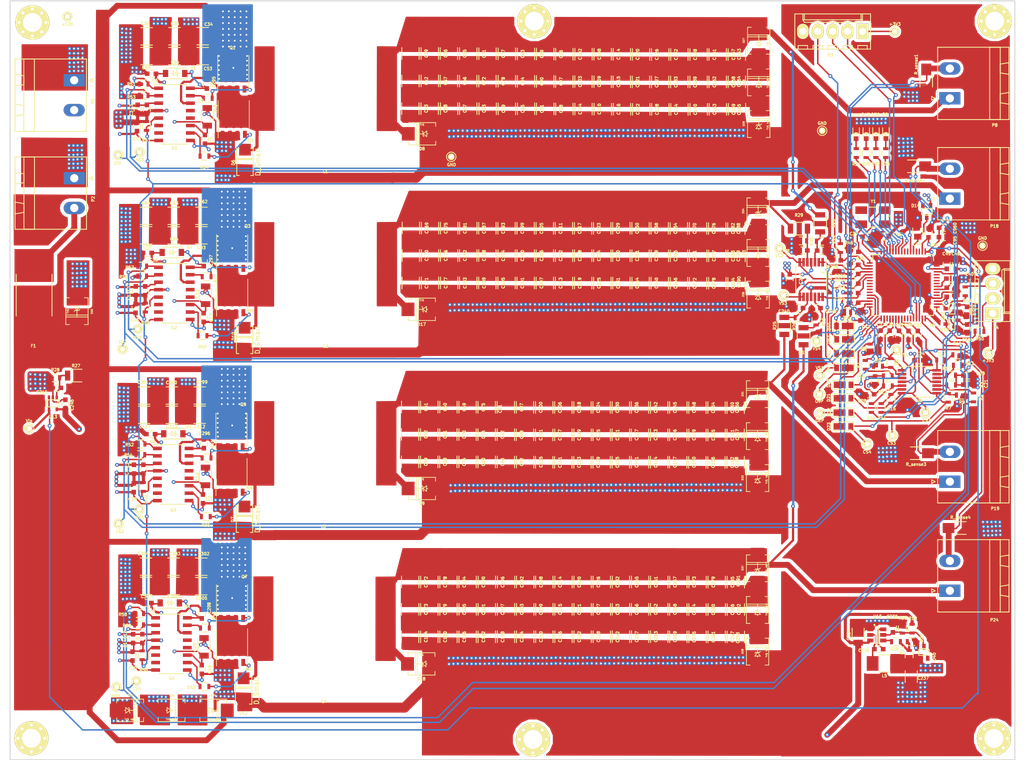
<source format=kicad_pcb>
(kicad_pcb (version 4) (host pcbnew 4.0.2-stable)
  (layers (0 F.Cu signal) (1 Ground power hide) (2 Power power) (31 B.Cu signal) (35 F.Paste user) (37 F.SilkS user) (39 F.Mask user) (44 Edge.Cuts user))
  (net 0 "")
  (net 1 +3V3)
  (net 2 GND)
  (net 3 V_12V)
  (net 4 Vref)
  (net 5 Sense_Curr_3)
  (net 6 Sense_Curr_1)
  (net 7 CMP0_IN1_Overcur_Prot)
  (net 8 Sense_Curr_2)
  (net 9 Sense_Curr_4)
  (net 10 V_in-)
  (net 11 "Net-(C112-Pad2)")
  (net 12 "Net-(C113-Pad2)")
  (net 13 "Net-(C37-Pad1)")
  (net 14 "Net-(C38-Pad1)")
  (net 15 V_out_1)
  (net 16 "Net-(C102-Pad2)")
  (net 17 "Net-(C103-Pad2)")
  (net 18 "Net-(C44-Pad1)")
  (net 19 V_out_3)
  (net 20 "Net-(C100-Pad2)")
  (net 21 "Net-(C101-Pad2)")
  (net 22 V_out_2)
  (net 23 "Net-(C169-Pad2)")
  (net 24 "Net-(C170-Pad2)")
  (net 25 V_out_4)
  (net 26 "Net-(C172-Pad2)")
  (net 27 "Net-(C173-Pad2)")
  (net 28 "Net-(C235-Pad1)")
  (net 29 "Net-(C236-Pad1)")
  (net 30 "Net-(C236-Pad2)")
  (net 31 SWD_RESET)
  (net 32 "Net-(C239-Pad1)")
  (net 33 "Net-(C240-Pad1)")
  (net 34 Sense_Out_Volt_1)
  (net 35 Sense_Out_Volt_3)
  (net 36 "Net-(C245-Pad1)")
  (net 37 Sense_Inp_Volt)
  (net 38 "Net-(C248-Pad1)")
  (net 39 "Net-(C249-Pad1)")
  (net 40 Sense_Out_Volt_2)
  (net 41 Sense_Out_Volt_4)
  (net 42 CMP1_IN1_Overvoltage_Prot)
  (net 43 "Net-(C295-Pad1)")
  (net 44 "Net-(C296-Pad1)")
  (net 45 "Net-(C297-Pad1)")
  (net 46 "Net-(C298-Pad1)")
  (net 47 "Net-(D5-Pad2)")
  (net 48 "Net-(D11-Pad2)")
  (net 49 "Net-(D13-Pad2)")
  (net 50 "Net-(D14-Pad2)")
  (net 51 UART1_TX)
  (net 52 UART1_RX)
  (net 53 "Net-(D30-Pad2)")
  (net 54 "Net-(D40-Pad2)")
  (net 55 V_in+)
  (net 56 "Net-(G1-Pad13)")
  (net 57 "Net-(G1-Pad12)")
  (net 58 "Net-(G1-Pad10)")
  (net 59 "Net-(G1-Pad7)")
  (net 60 "Net-(G1-Pad6)")
  (net 61 Disable)
  (net 62 PWM_LS_1)
  (net 63 PWM_HS_1)
  (net 64 "Net-(G1-Pad15)")
  (net 65 "Net-(G2-Pad13)")
  (net 66 "Net-(G2-Pad12)")
  (net 67 "Net-(G2-Pad10)")
  (net 68 "Net-(G2-Pad7)")
  (net 69 "Net-(G2-Pad6)")
  (net 70 PWM_LS_2)
  (net 71 PWM_HS_2)
  (net 72 "Net-(G2-Pad15)")
  (net 73 "Net-(G3-Pad13)")
  (net 74 "Net-(G3-Pad12)")
  (net 75 "Net-(G3-Pad10)")
  (net 76 "Net-(G3-Pad7)")
  (net 77 "Net-(G3-Pad6)")
  (net 78 PWM_LS_3)
  (net 79 PWM_HS_3)
  (net 80 "Net-(G3-Pad15)")
  (net 81 "Net-(G4-Pad13)")
  (net 82 "Net-(G4-Pad12)")
  (net 83 "Net-(G4-Pad10)")
  (net 84 "Net-(G4-Pad7)")
  (net 85 "Net-(G4-Pad6)")
  (net 86 PWM_LS_4)
  (net 87 PWM_HS_4)
  (net 88 "Net-(G4-Pad15)")
  (net 89 "Net-(Q1-Pad4)")
  (net 90 "Net-(Q2-Pad4)")
  (net 91 "Net-(Q3-Pad4)")
  (net 92 "Net-(Q4-Pad4)")
  (net 93 "Net-(Q5-Pad4)")
  (net 94 "Net-(Q6-Pad4)")
  (net 95 "Net-(Q7-Pad4)")
  (net 96 "Net-(Q8-Pad4)")
  (net 97 "Net-(R1-Pad1)")
  (net 98 Curr_Sense_Shunt_3)
  (net 99 "Net-(R2-Pad1)")
  (net 100 Curr_Sense_Shunt_1)
  (net 101 "Net-(R5-Pad1)")
  (net 102 "Net-(R6-Pad1)")
  (net 103 "Net-(R10-Pad1)")
  (net 104 Curr_Sense_Shunt_2)
  (net 105 "Net-(R11-Pad1)")
  (net 106 Curr_Sense_Shunt_4)
  (net 107 "Net-(R14-Pad1)")
  (net 108 "Net-(R15-Pad1)")
  (net 109 "Net-(R20-Pad1)")
  (net 110 "Net-(R20-Pad2)")
  (net 111 led_red)
  (net 112 led_yel)
  (net 113 led_grn)
  (net 114 led_ble)
  (net 115 "Net-(P4-Pad3)")
  (net 116 "Net-(P4-Pad2)")
  (net 117 "Net-(U9-Pad5)")
  (net 118 "Net-(U9-Pad6)")
  (net 119 "Net-(U9-Pad9)")
  (net 120 "Net-(U9-Pad10)")
  (net 121 "Net-(U9-Pad11)")
  (net 122 "Net-(U9-Pad12)")
  (net 123 "Net-(U9-Pad19)")
  (net 124 "Net-(U9-Pad20)")
  (net 125 SWD_CLK)
  (net 126 "Net-(U9-Pad23)")
  (net 127 "Net-(U9-Pad24)")
  (net 128 SWD_DIO_TGTMCU)
  (net 129 "Net-(U9-Pad39)")
  (net 130 "Net-(U9-Pad40)")
  (net 131 "Net-(U9-Pad41)")
  (net 132 "Net-(U9-Pad42)")
  (net 133 "Net-(U9-Pad43)")
  (net 134 "Net-(U9-Pad51)")
  (net 135 "Net-(U9-Pad57)")
  (net 136 "Net-(U9-Pad58)")
  (net 137 "Net-(U9-Pad59)")
  (net 138 "Net-(C40-Pad1)")
  (net 139 /SW1)
  (net 140 /SW3)
  (net 141 /SW2)
  (net 142 /SW4)
  (module "Eigene Footprints:3mm_holes" (layer F.Cu) (at 221.48038 219.3036)
    (fp_text reference REF** (at 0 2.54) (layer F.SilkS) (effects (font (size 0.5 0.5) (thickness 0.125))))
    (fp_text value 3mm_holes)
    (pad 1 thru_hole circle (at 0 0) (size 5.8 5.8) (drill 3.2) (layers *.Cu *.Mask F.SilkS))
    (pad 1 thru_hole circle (at 0 -2.286) (size 0.5 0.5) (drill 0.5) (layers *.Cu *.Mask F.SilkS))
    (pad 1 thru_hole circle (at -2.286 0) (size 0.5 0.5) (drill 0.5) (layers *.Cu *.Mask F.SilkS))
    (pad 1 thru_hole circle (at 1.6 -1.6) (size 0.5 0.5) (drill 0.5) (layers *.Cu *.Mask F.SilkS))
    (pad 1 thru_hole circle (at 2.286 0) (size 0.5 0.5) (drill 0.5) (layers *.Cu *.Mask F.SilkS))
    (pad 1 thru_hole circle (at -1.6 -1.6) (size 0.5 0.5) (drill 0.5) (layers *.Cu *.Mask F.SilkS))
    (pad 1 thru_hole circle (at -1.6 1.6) (size 0.5 0.5) (drill 0.5) (layers *.Cu *.Mask F.SilkS))
    (pad 1 thru_hole circle (at 0 2.286) (size 0.5 0.5) (drill 0.5) (layers *.Cu *.Mask F.SilkS))
    (pad 1 thru_hole circle (at 1.6 1.6) (size 0.5 0.5) (drill 0.5) (layers *.Cu *.Mask F.SilkS))
  )
  (module "Eigene Footprints:3mm_holes" (layer F.Cu) (at 221.73184 96.97212)
    (fp_text reference REF** (at 0 2.54) (layer F.SilkS) (effects (font (size 0.5 0.5) (thickness 0.125))))
    (fp_text value 3mm_holes)
    (pad 1 thru_hole circle (at 0 0) (size 5.8 5.8) (drill 3.2) (layers *.Cu *.Mask F.SilkS))
    (pad 1 thru_hole circle (at 0 -2.286) (size 0.5 0.5) (drill 0.5) (layers *.Cu *.Mask F.SilkS))
    (pad 1 thru_hole circle (at -2.286 0) (size 0.5 0.5) (drill 0.5) (layers *.Cu *.Mask F.SilkS))
    (pad 1 thru_hole circle (at 1.6 -1.6) (size 0.5 0.5) (drill 0.5) (layers *.Cu *.Mask F.SilkS))
    (pad 1 thru_hole circle (at 2.286 0) (size 0.5 0.5) (drill 0.5) (layers *.Cu *.Mask F.SilkS))
    (pad 1 thru_hole circle (at -1.6 -1.6) (size 0.5 0.5) (drill 0.5) (layers *.Cu *.Mask F.SilkS))
    (pad 1 thru_hole circle (at -1.6 1.6) (size 0.5 0.5) (drill 0.5) (layers *.Cu *.Mask F.SilkS))
    (pad 1 thru_hole circle (at 0 2.286) (size 0.5 0.5) (drill 0.5) (layers *.Cu *.Mask F.SilkS))
    (pad 1 thru_hole circle (at 1.6 1.6) (size 0.5 0.5) (drill 0.5) (layers *.Cu *.Mask F.SilkS))
  )
  (module "Eigene Footprints:3mm_holes" (layer F.Cu) (at 136.07288 219.09786)
    (fp_text reference REF** (at 0 2.54) (layer F.SilkS) (effects (font (size 0.5 0.5) (thickness 0.125))))
    (fp_text value 3mm_holes)
    (pad 1 thru_hole circle (at 0 0) (size 5.8 5.8) (drill 3.2) (layers *.Cu *.Mask F.SilkS))
    (pad 1 thru_hole circle (at 0 -2.286) (size 0.5 0.5) (drill 0.5) (layers *.Cu *.Mask F.SilkS))
    (pad 1 thru_hole circle (at -2.286 0) (size 0.5 0.5) (drill 0.5) (layers *.Cu *.Mask F.SilkS))
    (pad 1 thru_hole circle (at 1.6 -1.6) (size 0.5 0.5) (drill 0.5) (layers *.Cu *.Mask F.SilkS))
    (pad 1 thru_hole circle (at 2.286 0) (size 0.5 0.5) (drill 0.5) (layers *.Cu *.Mask F.SilkS))
    (pad 1 thru_hole circle (at -1.6 -1.6) (size 0.5 0.5) (drill 0.5) (layers *.Cu *.Mask F.SilkS))
    (pad 1 thru_hole circle (at -1.6 1.6) (size 0.5 0.5) (drill 0.5) (layers *.Cu *.Mask F.SilkS))
    (pad 1 thru_hole circle (at 0 2.286) (size 0.5 0.5) (drill 0.5) (layers *.Cu *.Mask F.SilkS))
    (pad 1 thru_hole circle (at 1.6 1.6) (size 0.5 0.5) (drill 0.5) (layers *.Cu *.Mask F.SilkS))
  )
  (module "Eigene Footprints:3mm_holes" (layer F.Cu) (at 299.9994 219.1385)
    (fp_text reference REF** (at 0 2.54) (layer F.SilkS) (effects (font (size 0.5 0.5) (thickness 0.125))))
    (fp_text value 3mm_holes)
    (pad 1 thru_hole circle (at 0 0) (size 5.8 5.8) (drill 3.2) (layers *.Cu *.Mask F.SilkS))
    (pad 1 thru_hole circle (at 0 -2.286) (size 0.5 0.5) (drill 0.5) (layers *.Cu *.Mask F.SilkS))
    (pad 1 thru_hole circle (at -2.286 0) (size 0.5 0.5) (drill 0.5) (layers *.Cu *.Mask F.SilkS))
    (pad 1 thru_hole circle (at 1.6 -1.6) (size 0.5 0.5) (drill 0.5) (layers *.Cu *.Mask F.SilkS))
    (pad 1 thru_hole circle (at 2.286 0) (size 0.5 0.5) (drill 0.5) (layers *.Cu *.Mask F.SilkS))
    (pad 1 thru_hole circle (at -1.6 -1.6) (size 0.5 0.5) (drill 0.5) (layers *.Cu *.Mask F.SilkS))
    (pad 1 thru_hole circle (at -1.6 1.6) (size 0.5 0.5) (drill 0.5) (layers *.Cu *.Mask F.SilkS))
    (pad 1 thru_hole circle (at 0 2.286) (size 0.5 0.5) (drill 0.5) (layers *.Cu *.Mask F.SilkS))
    (pad 1 thru_hole circle (at 1.6 1.6) (size 0.5 0.5) (drill 0.5) (layers *.Cu *.Mask F.SilkS))
  )
  (module "Eigene Footprints:3mm_holes" (layer F.Cu) (at 300.11624 96.9772)
    (fp_text reference REF** (at 0 2.54) (layer F.SilkS) (effects (font (size 0.5 0.5) (thickness 0.125))))
    (fp_text value 3mm_holes)
    (pad 1 thru_hole circle (at 0 0) (size 5.8 5.8) (drill 3.2) (layers *.Cu *.Mask F.SilkS))
    (pad 1 thru_hole circle (at 0 -2.286) (size 0.5 0.5) (drill 0.5) (layers *.Cu *.Mask F.SilkS))
    (pad 1 thru_hole circle (at -2.286 0) (size 0.5 0.5) (drill 0.5) (layers *.Cu *.Mask F.SilkS))
    (pad 1 thru_hole circle (at 1.6 -1.6) (size 0.5 0.5) (drill 0.5) (layers *.Cu *.Mask F.SilkS))
    (pad 1 thru_hole circle (at 2.286 0) (size 0.5 0.5) (drill 0.5) (layers *.Cu *.Mask F.SilkS))
    (pad 1 thru_hole circle (at -1.6 -1.6) (size 0.5 0.5) (drill 0.5) (layers *.Cu *.Mask F.SilkS))
    (pad 1 thru_hole circle (at -1.6 1.6) (size 0.5 0.5) (drill 0.5) (layers *.Cu *.Mask F.SilkS))
    (pad 1 thru_hole circle (at 0 2.286) (size 0.5 0.5) (drill 0.5) (layers *.Cu *.Mask F.SilkS))
    (pad 1 thru_hole circle (at 1.6 1.6) (size 0.5 0.5) (drill 0.5) (layers *.Cu *.Mask F.SilkS))
  )
  (module Connect:PINTST (layer F.Cu) (at 150.90394 182.54472)
    (fp_text reference LS3 (at 0.2286 1.29286) (layer F.SilkS) (effects (font (size 0.5 0.5) (thickness 0.125))))
    (fp_text value CONN_01X01)
    (pad 1 thru_hole circle (at 0 0) (size 1.143 1.143) (drill 0.635) (layers *.Cu *.Mask F.SilkS) (net 78 PWM_LS_3))
  )
  (module LEDs:LED_0603 (layer F.Cu) (at 281.6098 116.21262 270)
    (fp_text reference D5 (at -3.33502 0.10922 360) (layer F.SilkS) (effects (font (size 0.5 0.5) (thickness 0.125))))
    (fp_text value red)
    (pad 2 smd rect (at 0.7493 0 90) (size 0.79756 0.79756) (layers F.Cu F.Paste F.Mask) (net 47 "Net-(D5-Pad2)"))
    (pad 1 smd rect (at -0.7493 0 90) (size 0.79756 0.79756) (layers F.Cu F.Paste F.Mask) (net 2 GND))
  )
  (module LEDs:LED_0603 (layer F.Cu) (at 279.91308 116.22024 270)
    (fp_text reference D30 (at -3.3147 0.07366 360) (layer F.SilkS) (effects (font (size 0.5 0.5) (thickness 0.125))))
    (fp_text value ble)
    (pad 2 smd rect (at 0.7493 0 90) (size 0.79756 0.79756) (layers F.Cu F.Paste F.Mask) (net 53 "Net-(D30-Pad2)"))
    (pad 1 smd rect (at -0.7493 0 90) (size 0.79756 0.79756) (layers F.Cu F.Paste F.Mask) (net 2 GND))
  )
  (module Resistors_SMD:R_0603 (layer F.Cu) (at 281.58186 119.44096 90)
    (fp_text reference R36 (at -1.82372 -0.0381 180) (layer F.SilkS) (effects (font (size 0.5 0.5) (thickness 0.125))))
    (fp_text value 470)
    (pad 1 smd rect (at -0.75 0 90) (size 0.5 0.9) (layers F.Cu F.Paste F.Mask) (net 111 led_red))
    (pad 2 smd rect (at 0.75 0 90) (size 0.5 0.9) (layers F.Cu F.Paste F.Mask) (net 47 "Net-(D5-Pad2)"))
  )
  (module Resistors_SMD:R_0603 (layer F.Cu) (at 278.23414 119.45042 90)
    (fp_text reference R38 (at -1.8422 0.03556 180) (layer F.SilkS) (effects (font (size 0.5 0.5) (thickness 0.125))))
    (fp_text value 470)
    (pad 1 smd rect (at -0.75 0 90) (size 0.5 0.9) (layers F.Cu F.Paste F.Mask) (net 113 led_grn))
    (pad 2 smd rect (at 0.75 0 90) (size 0.5 0.9) (layers F.Cu F.Paste F.Mask) (net 49 "Net-(D13-Pad2)"))
  )
  (module LEDs:LED_0603 (layer F.Cu) (at 276.5298 116.23802 270)
    (fp_text reference D11 (at -3.28676 0.08128 360) (layer F.SilkS) (effects (font (size 0.5 0.5) (thickness 0.125))))
    (fp_text value yel)
    (pad 2 smd rect (at 0.7493 0 90) (size 0.79756 0.79756) (layers F.Cu F.Paste F.Mask) (net 48 "Net-(D11-Pad2)"))
    (pad 1 smd rect (at -0.7493 0 90) (size 0.79756 0.79756) (layers F.Cu F.Paste F.Mask) (net 2 GND))
  )
  (module LEDs:LED_0603 (layer F.Cu) (at 278.25446 116.22532 270)
    (fp_text reference D13 (at -3.31978 0.10414 360) (layer F.SilkS) (effects (font (size 0.5 0.5) (thickness 0.125))))
    (fp_text value grn)
    (pad 2 smd rect (at 0.7493 0 90) (size 0.79756 0.79756) (layers F.Cu F.Paste F.Mask) (net 49 "Net-(D13-Pad2)"))
    (pad 1 smd rect (at -0.7493 0 90) (size 0.79756 0.79756) (layers F.Cu F.Paste F.Mask) (net 2 GND))
  )
  (module Resistors_SMD:R_0603 (layer F.Cu) (at 276.5552 119.43404 90)
    (fp_text reference R37 (at -1.88906 0.0254 180) (layer F.SilkS) (effects (font (size 0.5 0.5) (thickness 0.125))))
    (fp_text value 470)
    (pad 1 smd rect (at -0.75 0 90) (size 0.5 0.9) (layers F.Cu F.Paste F.Mask) (net 112 led_yel))
    (pad 2 smd rect (at 0.75 0 90) (size 0.5 0.9) (layers F.Cu F.Paste F.Mask) (net 48 "Net-(D11-Pad2)"))
  )
  (module Resistors_SMD:R_0603 (layer F.Cu) (at 279.90292 119.44166 90)
    (fp_text reference R39 (at -1.82302 -0.04826 180) (layer F.SilkS) (effects (font (size 0.5 0.5) (thickness 0.125))))
    (fp_text value 470)
    (pad 1 smd rect (at -0.75 0 90) (size 0.5 0.9) (layers F.Cu F.Paste F.Mask) (net 114 led_ble))
    (pad 2 smd rect (at 0.75 0 90) (size 0.5 0.9) (layers F.Cu F.Paste F.Mask) (net 53 "Net-(D30-Pad2)"))
  )
  (module Connect:PINTST (layer F.Cu) (at 270.74876 115.6335)
    (fp_text reference GND (at 0 -1.26746) (layer F.SilkS) (effects (font (size 0.5 0.5) (thickness 0.125))))
    (fp_text value CONN_01X01)
    (pad 1 thru_hole circle (at 0 0) (size 1.143 1.143) (drill 0.635) (layers *.Cu *.Mask F.SilkS) (net 2 GND))
  )
  (module Housings_QFP:LQFP-64_10x10mm_Pitch0.5mm (layer F.Cu) (at 284.5562 141.90726 180)
    (fp_text reference U9 (at -5.05714 -6.8707 180) (layer F.SilkS) (effects (font (size 0.5 0.5) (thickness 0.125))))
    (fp_text value MK22FN512VLH12)
    (pad 1 smd rect (at -5.7 -3.75 180) (size 1 0.25) (layers F.Cu F.Paste F.Mask) (net 51 UART1_TX))
    (pad 2 smd rect (at -5.7 -3.25 180) (size 1 0.25) (layers F.Cu F.Paste F.Mask) (net 52 UART1_RX))
    (pad 3 smd rect (at -5.7 -2.75 180) (size 1 0.25) (layers F.Cu F.Paste F.Mask) (net 1 +3V3))
    (pad 4 smd rect (at -5.7 -2.25 180) (size 1 0.25) (layers F.Cu F.Paste F.Mask) (net 2 GND))
    (pad 5 smd rect (at -5.7 -1.75 180) (size 1 0.25) (layers F.Cu F.Paste F.Mask) (net 117 "Net-(U9-Pad5)"))
    (pad 6 smd rect (at -5.7 -1.25 180) (size 1 0.25) (layers F.Cu F.Paste F.Mask) (net 118 "Net-(U9-Pad6)"))
    (pad 7 smd rect (at -5.7 -0.75 180) (size 1 0.25) (layers F.Cu F.Paste F.Mask) (net 1 +3V3))
    (pad 8 smd rect (at -5.7 -0.25 180) (size 1 0.25) (layers F.Cu F.Paste F.Mask) (net 138 "Net-(C40-Pad1)"))
    (pad 9 smd rect (at -5.7 0.25 180) (size 1 0.25) (layers F.Cu F.Paste F.Mask) (net 119 "Net-(U9-Pad9)"))
    (pad 10 smd rect (at -5.7 0.75 180) (size 1 0.25) (layers F.Cu F.Paste F.Mask) (net 120 "Net-(U9-Pad10)"))
    (pad 11 smd rect (at -5.7 1.25 180) (size 1 0.25) (layers F.Cu F.Paste F.Mask) (net 121 "Net-(U9-Pad11)"))
    (pad 12 smd rect (at -5.7 1.75 180) (size 1 0.25) (layers F.Cu F.Paste F.Mask) (net 122 "Net-(U9-Pad12)"))
    (pad 13 smd rect (at -5.7 2.25 180) (size 1 0.25) (layers F.Cu F.Paste F.Mask) (net 1 +3V3))
    (pad 14 smd rect (at -5.7 2.75 180) (size 1 0.25) (layers F.Cu F.Paste F.Mask) (net 4 Vref))
    (pad 15 smd rect (at -5.7 3.25 180) (size 1 0.25) (layers F.Cu F.Paste F.Mask) (net 2 GND))
    (pad 16 smd rect (at -5.7 3.75 180) (size 1 0.25) (layers F.Cu F.Paste F.Mask) (net 2 GND))
    (pad 17 smd rect (at -3.75 5.7 270) (size 1 0.25) (layers F.Cu F.Paste F.Mask) (net 4 Vref))
    (pad 18 smd rect (at -3.25 5.7 270) (size 1 0.25) (layers F.Cu F.Paste F.Mask) (net 37 Sense_Inp_Volt))
    (pad 19 smd rect (at -2.75 5.7 270) (size 1 0.25) (layers F.Cu F.Paste F.Mask) (net 123 "Net-(U9-Pad19)"))
    (pad 20 smd rect (at -2.25 5.7 270) (size 1 0.25) (layers F.Cu F.Paste F.Mask) (net 124 "Net-(U9-Pad20)"))
    (pad 21 smd rect (at -1.75 5.7 270) (size 1 0.25) (layers F.Cu F.Paste F.Mask) (net 18 "Net-(C44-Pad1)"))
    (pad 22 smd rect (at -1.25 5.7 270) (size 1 0.25) (layers F.Cu F.Paste F.Mask) (net 125 SWD_CLK))
    (pad 23 smd rect (at -0.75 5.7 270) (size 1 0.25) (layers F.Cu F.Paste F.Mask) (net 126 "Net-(U9-Pad23)"))
    (pad 24 smd rect (at -0.25 5.7 270) (size 1 0.25) (layers F.Cu F.Paste F.Mask) (net 127 "Net-(U9-Pad24)"))
    (pad 25 smd rect (at 0.25 5.7 270) (size 1 0.25) (layers F.Cu F.Paste F.Mask) (net 128 SWD_DIO_TGTMCU))
    (pad 26 smd rect (at 0.75 5.7 270) (size 1 0.25) (layers F.Cu F.Paste F.Mask) (net 111 led_red))
    (pad 27 smd rect (at 1.25 5.7 270) (size 1 0.25) (layers F.Cu F.Paste F.Mask) (net 114 led_ble))
    (pad 28 smd rect (at 1.75 5.7 270) (size 1 0.25) (layers F.Cu F.Paste F.Mask) (net 113 led_grn))
    (pad 29 smd rect (at 2.25 5.7 270) (size 1 0.25) (layers F.Cu F.Paste F.Mask) (net 112 led_yel))
    (pad 30 smd rect (at 2.75 5.7 270) (size 1 0.25) (layers F.Cu F.Paste F.Mask) (net 1 +3V3))
    (pad 31 smd rect (at 3.25 5.7 270) (size 1 0.25) (layers F.Cu F.Paste F.Mask) (net 2 GND))
    (pad 32 smd rect (at 3.75 5.7 270) (size 1 0.25) (layers F.Cu F.Paste F.Mask) (net 13 "Net-(C37-Pad1)"))
    (pad 33 smd rect (at 5.7 3.75 180) (size 1 0.25) (layers F.Cu F.Paste F.Mask) (net 14 "Net-(C38-Pad1)"))
    (pad 34 smd rect (at 5.7 3.25 180) (size 1 0.25) (layers F.Cu F.Paste F.Mask) (net 31 SWD_RESET))
    (pad 35 smd rect (at 5.7 2.75 180) (size 1 0.25) (layers F.Cu F.Paste F.Mask) (net 34 Sense_Out_Volt_1))
    (pad 36 smd rect (at 5.7 2.25 180) (size 1 0.25) (layers F.Cu F.Paste F.Mask) (net 40 Sense_Out_Volt_2))
    (pad 37 smd rect (at 5.7 1.75 180) (size 1 0.25) (layers F.Cu F.Paste F.Mask) (net 35 Sense_Out_Volt_3))
    (pad 38 smd rect (at 5.7 1.25 180) (size 1 0.25) (layers F.Cu F.Paste F.Mask) (net 41 Sense_Out_Volt_4))
    (pad 39 smd rect (at 5.7 0.75 180) (size 1 0.25) (layers F.Cu F.Paste F.Mask) (net 129 "Net-(U9-Pad39)"))
    (pad 40 smd rect (at 5.7 0.25 180) (size 1 0.25) (layers F.Cu F.Paste F.Mask) (net 130 "Net-(U9-Pad40)"))
    (pad 41 smd rect (at 5.7 -0.25 180) (size 1 0.25) (layers F.Cu F.Paste F.Mask) (net 131 "Net-(U9-Pad41)"))
    (pad 42 smd rect (at 5.7 -0.75 180) (size 1 0.25) (layers F.Cu F.Paste F.Mask) (net 132 "Net-(U9-Pad42)"))
    (pad 43 smd rect (at 5.7 -1.25 180) (size 1 0.25) (layers F.Cu F.Paste F.Mask) (net 133 "Net-(U9-Pad43)"))
    (pad 44 smd rect (at 5.7 -1.75 180) (size 1 0.25) (layers F.Cu F.Paste F.Mask) (net 70 PWM_LS_2))
    (pad 45 smd rect (at 5.7 -2.25 180) (size 1 0.25) (layers F.Cu F.Paste F.Mask) (net 71 PWM_HS_2))
    (pad 46 smd rect (at 5.7 -2.75 180) (size 1 0.25) (layers F.Cu F.Paste F.Mask) (net 42 CMP1_IN1_Overvoltage_Prot))
    (pad 47 smd rect (at 5.7 -3.25 180) (size 1 0.25) (layers F.Cu F.Paste F.Mask) (net 2 GND))
    (pad 48 smd rect (at 5.7 -3.75 180) (size 1 0.25) (layers F.Cu F.Paste F.Mask) (net 1 +3V3))
    (pad 49 smd rect (at 3.75 -5.7 270) (size 1 0.25) (layers F.Cu F.Paste F.Mask) (net 79 PWM_HS_3))
    (pad 50 smd rect (at 3.25 -5.7 270) (size 1 0.25) (layers F.Cu F.Paste F.Mask) (net 78 PWM_LS_3))
    (pad 51 smd rect (at 2.75 -5.7 270) (size 1 0.25) (layers F.Cu F.Paste F.Mask) (net 134 "Net-(U9-Pad51)"))
    (pad 52 smd rect (at 2.25 -5.7 270) (size 1 0.25) (layers F.Cu F.Paste F.Mask) (net 7 CMP0_IN1_Overcur_Prot))
    (pad 53 smd rect (at 1.75 -5.7 270) (size 1 0.25) (layers F.Cu F.Paste F.Mask) (net 6 Sense_Curr_1))
    (pad 54 smd rect (at 1.25 -5.7 270) (size 1 0.25) (layers F.Cu F.Paste F.Mask) (net 8 Sense_Curr_2))
    (pad 55 smd rect (at 0.75 -5.7 270) (size 1 0.25) (layers F.Cu F.Paste F.Mask) (net 5 Sense_Curr_3))
    (pad 56 smd rect (at 0.25 -5.7 270) (size 1 0.25) (layers F.Cu F.Paste F.Mask) (net 9 Sense_Curr_4))
    (pad 57 smd rect (at -0.25 -5.7 270) (size 1 0.25) (layers F.Cu F.Paste F.Mask) (net 135 "Net-(U9-Pad57)"))
    (pad 58 smd rect (at -0.75 -5.7 270) (size 1 0.25) (layers F.Cu F.Paste F.Mask) (net 136 "Net-(U9-Pad58)"))
    (pad 59 smd rect (at -1.25 -5.7 270) (size 1 0.25) (layers F.Cu F.Paste F.Mask) (net 137 "Net-(U9-Pad59)"))
    (pad 60 smd rect (at -1.75 -5.7 270) (size 1 0.25) (layers F.Cu F.Paste F.Mask) (net 61 Disable))
    (pad 61 smd rect (at -2.25 -5.7 270) (size 1 0.25) (layers F.Cu F.Paste F.Mask) (net 62 PWM_LS_1))
    (pad 62 smd rect (at -2.75 -5.7 270) (size 1 0.25) (layers F.Cu F.Paste F.Mask) (net 63 PWM_HS_1))
    (pad 63 smd rect (at -3.25 -5.7 270) (size 1 0.25) (layers F.Cu F.Paste F.Mask) (net 86 PWM_LS_4))
    (pad 64 smd rect (at -3.75 -5.7 270) (size 1 0.25) (layers F.Cu F.Paste F.Mask) (net 87 PWM_HS_4))
  )
  (module TO_SOT_Packages_SMD:SOT-323 (layer F.Cu) (at 292.8747 145.94586 270)
    (fp_text reference D16 (at 1.2065 1.50876 270) (layer F.SilkS) (effects (font (size 0.5 0.5) (thickness 0.125))))
    (fp_text value BAT54SW)
    (pad 2 smd rect (at -0.65024 -0.94996 270) (size 0.59944 1.00076) (layers F.Cu F.Paste F.Mask) (net 1 +3V3))
    (pad 1 smd rect (at 0.65024 -0.94996 270) (size 0.59944 1.00076) (layers F.Cu F.Paste F.Mask) (net 2 GND))
    (pad 3 smd rect (at 0 0.94996 270) (size 0.59944 1.00076) (layers F.Cu F.Paste F.Mask) (net 52 UART1_RX))
  )
  (module Resistors_SMD:R_0603 (layer F.Cu) (at 165.78326 181.35092 180)
    (fp_text reference R35 (at -0.00254 -1.47066 180) (layer F.SilkS) (effects (font (size 0.5 0.5) (thickness 0.125))))
    (fp_text value 2)
    (pad 1 smd rect (at -0.75 0 180) (size 0.5 0.9) (layers F.Cu F.Paste F.Mask) (net 94 "Net-(Q6-Pad4)"))
    (pad 2 smd rect (at 0.75 0 180) (size 0.5 0.9) (layers F.Cu F.Paste F.Mask) (net 75 "Net-(G3-Pad10)"))
  )
  (module Capacitors_SMD:C_0603 (layer F.Cu) (at 154.06116 114.95532 90)
    (fp_text reference C23 (at -2.04978 -0.04826 180) (layer F.SilkS) (effects (font (size 0.5 0.5) (thickness 0.125))))
    (fp_text value 100n)
    (pad 1 smd rect (at -0.75 0 90) (size 0.8 0.75) (layers F.Cu F.Paste F.Mask) (net 1 +3V3))
    (pad 2 smd rect (at 0.75 0 90) (size 0.8 0.75) (layers F.Cu F.Paste F.Mask) (net 2 GND))
  )
  (module "Eigene Footprints:PG-TDSON-8_F" (layer F.Cu) (at 170.27248 143.87094)
    (fp_text reference Q4 (at 3.21714 2.40766) (layer F.SilkS) (effects (font (size 0.5 0.5) (thickness 0.125))))
    (fp_text value BSC440N10NS3GATMA1 hide)
    (pad 8 smd rect (at 0 -0.7) (size 4.7 4.5) (layers F.Cu F.Mask) (net 141 /SW2))
    (pad 8 smd rect (at -2 -3) (size 0.7 0.9) (layers F.Cu F.Mask) (net 141 /SW2))
    (pad 5 smd rect (at 2 -3) (size 0.7 0.9) (layers F.Cu F.Mask) (net 141 /SW2))
    (pad 7 smd rect (at -0.7 -3) (size 0.7 0.9) (layers F.Cu F.Mask) (net 141 /SW2))
    (pad 6 smd rect (at 0.7 -3) (size 0.7 0.9) (layers F.Cu F.Mask) (net 141 /SW2))
    (pad 1 smd rect (at -1.905 2.75) (size 0.65 1.2) (layers F.Cu F.Mask) (net 2 GND))
    (pad 2 smd rect (at -0.635 2.75) (size 0.65 1.2) (layers F.Cu F.Mask) (net 2 GND))
    (pad 3 smd rect (at 0.635 2.75) (size 0.65 1.2) (layers F.Cu F.Mask) (net 2 GND))
    (pad 4 smd rect (at 1.905 2.75) (size 0.65 1.2) (layers F.Cu F.Mask) (net 92 "Net-(Q4-Pad4)"))
  )
  (module Diodes_SMD:SOD-123 (layer F.Cu) (at 159.98 136.36 180)
    (fp_text reference D2 (at -3.01752 0.95758 180) (layer F.SilkS) (effects (font (size 0.5 0.5) (thickness 0.125))))
    (fp_text value D)
    (pad 1 smd rect (at -1.635 0 180) (size 0.91 1.22) (layers F.Cu F.Paste F.Mask) (net 45 "Net-(C297-Pad1)"))
    (pad 2 smd rect (at 1.635 0 180) (size 0.91 1.22) (layers F.Cu F.Paste F.Mask) (net 3 V_12V))
  )
  (module Resistors_SMD:R_0603 (layer F.Cu) (at 279.13584 162.84956 270)
    (fp_text reference R10 (at 1.75768 0.04064 360) (layer F.SilkS) (effects (font (size 0.5 0.5) (thickness 0.125))))
    (fp_text value 68)
    (pad 1 smd rect (at -0.75 0 270) (size 0.5 0.9) (layers F.Cu F.Paste F.Mask) (net 103 "Net-(R10-Pad1)"))
    (pad 2 smd rect (at 0.75 0 270) (size 0.5 0.9) (layers F.Cu F.Paste F.Mask) (net 104 Curr_Sense_Shunt_2))
  )
  (module Resistors_SMD:R_0603 (layer F.Cu) (at 282.46324 161.28492 90)
    (fp_text reference R16 (at -1.71704 0.11938 180) (layer F.SilkS) (effects (font (size 0.5 0.5) (thickness 0.125))))
    (fp_text value 91k)
    (pad 1 smd rect (at -0.75 0 90) (size 0.5 0.9) (layers F.Cu F.Paste F.Mask) (net 8 Sense_Curr_2))
    (pad 2 smd rect (at 0.75 0 90) (size 0.5 0.9) (layers F.Cu F.Paste F.Mask) (net 107 "Net-(R14-Pad1)"))
  )
  (module Resistors_SMD:R_0603 (layer F.Cu) (at 269.70482 147.97278 90)
    (fp_text reference R32 (at -0.28194 1.34112 90) (layer F.SilkS) (effects (font (size 0.5 0.5) (thickness 0.125))))
    (fp_text value 7.5k)
    (pad 1 smd rect (at -0.75 0 90) (size 0.5 0.9) (layers F.Cu F.Paste F.Mask) (net 39 "Net-(C249-Pad1)"))
    (pad 2 smd rect (at 0.75 0 90) (size 0.5 0.9) (layers F.Cu F.Paste F.Mask) (net 2 GND))
  )
  (module Resistors_SMD:R_0603 (layer F.Cu) (at 266.89558 147.46732)
    (fp_text reference R26 (at -0.889 1.43256 90) (layer F.SilkS) (effects (font (size 0.5 0.5) (thickness 0.125))))
    (fp_text value 7.5k)
    (pad 1 smd rect (at -0.75 0) (size 0.5 0.9) (layers F.Cu F.Paste F.Mask) (net 33 "Net-(C240-Pad1)"))
    (pad 2 smd rect (at 0.75 0) (size 0.5 0.9) (layers F.Cu F.Paste F.Mask) (net 2 GND))
  )
  (module Resistors_SMD:R_1206 (layer F.Cu) (at 270.41094 131.4069 270)
    (fp_text reference R23 (at 0 -2.3 270) (layer F.SilkS) (effects (font (size 0.5 0.5) (thickness 0.125))))
    (fp_text value 1M)
    (pad 1 smd rect (at -1.45 0 270) (size 0.9 1.7) (layers F.Cu F.Paste F.Mask) (net 15 V_out_1))
    (pad 2 smd rect (at 1.45 0 270) (size 0.9 1.7) (layers F.Cu F.Paste F.Mask) (net 32 "Net-(C239-Pad1)"))
  )
  (module Resistors_SMD:R_0603 (layer F.Cu) (at 270.51 134.44728)
    (fp_text reference R24 (at 2.24282 -0.27686 90) (layer F.SilkS) (effects (font (size 0.5 0.5) (thickness 0.125))))
    (fp_text value 7.5k)
    (pad 1 smd rect (at -0.75 0) (size 0.5 0.9) (layers F.Cu F.Paste F.Mask) (net 32 "Net-(C239-Pad1)"))
    (pad 2 smd rect (at 0.75 0) (size 0.5 0.9) (layers F.Cu F.Paste F.Mask) (net 2 GND))
  )
  (module Capacitors_SMD:C_0603 (layer F.Cu) (at 270.65224 136.05256)
    (fp_text reference C239 (at -5.62224 0.27744 90) (layer F.SilkS) (effects (font (size 0.3 0.3) (thickness 0.075))))
    (fp_text value 100p)
    (pad 1 smd rect (at -0.75 0) (size 0.8 0.75) (layers F.Cu F.Paste F.Mask) (net 32 "Net-(C239-Pad1)"))
    (pad 2 smd rect (at 0.75 0) (size 0.8 0.75) (layers F.Cu F.Paste F.Mask) (net 2 GND))
  )
  (module Capacitors_SMD:C_0603 (layer F.Cu) (at 276.14372 141.6685 180)
    (fp_text reference C244 (at 2.35204 0.56388 180) (layer F.SilkS) (effects (font (size 0.5 0.5) (thickness 0.125))))
    (fp_text value 33p)
    (pad 1 smd rect (at -0.75 0 180) (size 0.8 0.75) (layers F.Cu F.Paste F.Mask) (net 35 Sense_Out_Volt_3))
    (pad 2 smd rect (at 0.75 0 180) (size 0.8 0.75) (layers F.Cu F.Paste F.Mask) (net 2 GND))
  )
  (module Resistors_SMD:R_0603 (layer F.Cu) (at 297.54322 149.79396)
    (fp_text reference R50 (at 0.0508 1.27) (layer F.SilkS) (effects (font (size 0.5 0.5) (thickness 0.125))))
    (fp_text value 22)
    (pad 1 smd rect (at -0.75 0) (size 0.5 0.9) (layers F.Cu F.Paste F.Mask) (net 51 UART1_TX))
    (pad 2 smd rect (at 0.75 0) (size 0.5 0.9) (layers F.Cu F.Paste F.Mask) (net 116 "Net-(P4-Pad2)"))
  )
  (module Capacitors_SMD:C_0603 (layer F.Cu) (at 292.70452 143.91132 180)
    (fp_text reference C45 (at 1.36652 -1.12268 270) (layer F.SilkS) (effects (font (size 0.3 0.3) (thickness 0.075))))
    (fp_text value 100n)
    (pad 1 smd rect (at -0.75 0 180) (size 0.8 0.75) (layers F.Cu F.Paste F.Mask) (net 2 GND))
    (pad 2 smd rect (at 0.75 0 180) (size 0.8 0.75) (layers F.Cu F.Paste F.Mask) (net 1 +3V3))
  )
  (module Connectors_Phoenix:PhoenixContact_MSTBA-G_02x5.08mm_Angled (layer F.Cu) (at 292.5 110.115018 90)
    (fp_text reference P8 (at -4.576142 7.641552 180) (layer F.SilkS) (effects (font (size 0.5 0.5) (thickness 0.125))))
    (fp_text value CONN_01X02)
    (pad 1 thru_hole rect (at 0 0 90) (size 2.1 3.6) (drill 1.4) (layers *.Cu *.Mask) (net 15 V_out_1))
    (pad 2 thru_hole oval (at 5.08 0 90) (size 2.1 3.6) (drill 1.4) (layers *.Cu *.Mask) (net 100 Curr_Sense_Shunt_1))
  )
  (module "Eigene Footprints:6000B" (layer F.Cu) (at 186.11466 168.82872 180)
    (fp_text reference L3 (at 0.31874 -14.17574 180) (layer F.SilkS) (effects (font (size 0.5 0.5) (thickness 0.125))))
    (fp_text value 330u)
    (pad 2 smd rect (at -10.4 0 180) (size 3 14) (layers F.Cu F.Paste F.Mask) (net 19 V_out_3))
    (pad 1 smd rect (at 10.4 0 180) (size 3 14) (layers F.Cu F.Paste F.Mask) (net 140 /SW3))
  )
  (module Diodes_SMD:TUMD2 (layer F.Cu) (at 274.245972 148.88744 180)
    (fp_text reference D44 (at 2.283092 -0.06578 270) (layer F.SilkS) (effects (font (size 0.5 0.5) (thickness 0.125))))
    (fp_text value RSX201VA-30)
    (pad 2 smd rect (at 1.05 0) (size 0.8 1.1) (layers F.Cu F.Paste F.Mask) (net 41 Sense_Out_Volt_4))
    (pad 1 smd rect (at -0.85 0) (size 2 1.1) (layers F.Cu F.Paste F.Mask) (net 42 CMP1_IN1_Overvoltage_Prot))
  )
  (module Resistors_SMD:R_0603 (layer F.Cu) (at 296.52214 161.0487 270)
    (fp_text reference R1 (at 0.01524 -1.22682 270) (layer F.SilkS) (effects (font (size 0.5 0.5) (thickness 0.125))))
    (fp_text value 68)
    (pad 1 smd rect (at -0.75 0 270) (size 0.5 0.9) (layers F.Cu F.Paste F.Mask) (net 97 "Net-(R1-Pad1)"))
    (pad 2 smd rect (at 0.75 0 270) (size 0.5 0.9) (layers F.Cu F.Paste F.Mask) (net 98 Curr_Sense_Shunt_3))
  )
  (module Connectors_Phoenix:PhoenixContact_MSTBA-G_02x5.08mm_Angled (layer F.Cu) (at 292.5 175.4 90)
    (fp_text reference P19 (at -4.572 7.70128 180) (layer F.SilkS) (effects (font (size 0.5 0.5) (thickness 0.125))))
    (fp_text value CONN_01X02)
    (pad 1 thru_hole rect (at 0 0 90) (size 2.1 3.6) (drill 1.4) (layers *.Cu *.Mask) (net 19 V_out_3))
    (pad 2 thru_hole oval (at 5.08 0 90) (size 2.1 3.6) (drill 1.4) (layers *.Cu *.Mask) (net 98 Curr_Sense_Shunt_3))
  )
  (module Resistors_SMD:R_1206_HandSoldering (layer F.Cu) (at 286.76854 170.55338 180)
    (fp_text reference R_sense3 (at 0.01524 -1.89484 180) (layer F.SilkS) (effects (font (size 0.5 0.5) (thickness 0.125))))
    (fp_text value 0.1)
    (pad 1 smd rect (at -2 0 180) (size 2 1.7) (layers F.Cu F.Paste F.Mask) (net 98 Curr_Sense_Shunt_3))
    (pad 2 smd rect (at 2 0 180) (size 2 1.7) (layers F.Cu F.Paste F.Mask) (net 2 GND))
  )
  (module Connectors_Phoenix:PhoenixContact_MSTBA-G_02x5.08mm_Angled (layer F.Cu) (at 292.5 127.19558 90)
    (fp_text reference P18 (at -4.69138 7.57682 180) (layer F.SilkS) (effects (font (size 0.5 0.5) (thickness 0.125))))
    (fp_text value CONN_01X02)
    (pad 1 thru_hole rect (at 0 0 90) (size 2.1 3.6) (drill 1.4) (layers *.Cu *.Mask) (net 22 V_out_2))
    (pad 2 thru_hole oval (at 5.08 0 90) (size 2.1 3.6) (drill 1.4) (layers *.Cu *.Mask) (net 104 Curr_Sense_Shunt_2))
  )
  (module Connectors_Phoenix:PhoenixContact_MSTBA-G_02x5.08mm_Angled (layer F.Cu) (at 292.5 193.98 90)
    (fp_text reference P24 (at -4.97914 7.57562 180) (layer F.SilkS) (effects (font (size 0.5 0.5) (thickness 0.125))))
    (fp_text value CONN_01X02)
    (pad 1 thru_hole rect (at 0 0 90) (size 2.1 3.6) (drill 1.4) (layers *.Cu *.Mask) (net 25 V_out_4))
    (pad 2 thru_hole oval (at 5.08 0 90) (size 2.1 3.6) (drill 1.4) (layers *.Cu *.Mask) (net 106 Curr_Sense_Shunt_4))
  )
  (module Connectors_Phoenix:PhoenixContact_MSTBA-G_02x5.08mm_Angled (layer F.Cu) (at 143.36014 107.03814 270)
    (fp_text reference P1 (at 3.54 -3.2 270) (layer F.SilkS) (effects (font (size 0.5 0.5) (thickness 0.125))))
    (fp_text value CONN_01X02)
    (pad 1 thru_hole rect (at 0 0 270) (size 2.1 3.6) (drill 1.4) (layers *.Cu *.Mask) (net 2 GND))
    (pad 2 thru_hole oval (at 5.08 0 270) (size 2.1 3.6) (drill 1.4) (layers *.Cu *.Mask) (net 3 V_12V))
  )
  (module Connectors_Phoenix:PhoenixContact_MSTBA-G_02x5.08mm_Angled (layer F.Cu) (at 143.37792 123.71324 270)
    (fp_text reference P2 (at 3.54 -3.2 270) (layer F.SilkS) (effects (font (size 0.5 0.5) (thickness 0.125))))
    (fp_text value CONN_01X02)
    (pad 1 thru_hole rect (at 0 0 270) (size 2.1 3.6) (drill 1.4) (layers *.Cu *.Mask) (net 2 GND))
    (pad 2 thru_hole oval (at 5.08 0 270) (size 2.1 3.6) (drill 1.4) (layers *.Cu *.Mask) (net 55 V_in+))
  )
  (module Connect:PINTST (layer F.Cu) (at 270.3576 163.75634)
    (fp_text reference OcP (at -0.0127 1.2319) (layer F.SilkS) (effects (font (size 0.5 0.5) (thickness 0.125))))
    (fp_text value CONN_01X01)
    (pad 1 thru_hole circle (at 0 0) (size 1.143 1.143) (drill 0.635) (layers *.Cu *.Mask F.SilkS) (net 7 CMP0_IN1_Overcur_Prot))
  )
  (module Connect:PINTST (layer F.Cu) (at 154.50058 119.27078)
    (fp_text reference HS1 (at 0.0889 1.31064) (layer F.SilkS) (effects (font (size 0.5 0.5) (thickness 0.125))))
    (fp_text value CONN_01X01)
    (pad 1 thru_hole circle (at 0 0) (size 1.143 1.143) (drill 0.635) (layers *.Cu *.Mask F.SilkS) (net 63 PWM_HS_1))
  )
  (module Connect:PINTST (layer F.Cu) (at 154.2 149.39772)
    (fp_text reference HS2 (at -0.10668 1.45288) (layer F.SilkS) (effects (font (size 0.5 0.5) (thickness 0.125))))
    (fp_text value CONN_01X01)
    (pad 1 thru_hole circle (at 0 0) (size 1.143 1.143) (drill 0.635) (layers *.Cu *.Mask F.SilkS) (net 71 PWM_HS_2))
  )
  (module Connect:PINTST (layer F.Cu) (at 151.63038 152.83688)
    (fp_text reference LS2 (at 0 -1.26746) (layer F.SilkS) (effects (font (size 0.5 0.5) (thickness 0.125))))
    (fp_text value CONN_01X01)
    (pad 1 thru_hole circle (at 0 0) (size 1.143 1.143) (drill 0.635) (layers *.Cu *.Mask F.SilkS) (net 70 PWM_LS_2))
  )
  (module Connect:PINTST (layer F.Cu) (at 150.85568 119.76862)
    (fp_text reference LS1 (at -0.10668 1.34112) (layer F.SilkS) (effects (font (size 0.5 0.5) (thickness 0.125))))
    (fp_text value CONN_01X01)
    (pad 1 thru_hole circle (at 0 0) (size 1.143 1.143) (drill 0.635) (layers *.Cu *.Mask F.SilkS) (net 62 PWM_LS_1))
  )
  (module Connect:PINTST (layer F.Cu) (at 154.48788 180.08346)
    (fp_text reference HS1 (at 0.04064 1.39446) (layer F.SilkS) (effects (font (size 0.5 0.5) (thickness 0.125))))
    (fp_text value CONN_01X01)
    (pad 1 thru_hole circle (at 0 0) (size 1.143 1.143) (drill 0.635) (layers *.Cu *.Mask F.SilkS) (net 79 PWM_HS_3))
  )
  (module "Eigene Footprints:PG-TDSON-8_F" (layer F.Cu) (at 170.46336 105.78332)
    (fp_text reference Q1 (at -0.12334 -4.27984) (layer F.SilkS) (effects (font (size 0.5 0.5) (thickness 0.125))))
    (fp_text value BSC440N10NS3GATMA1 hide)
    (pad 8 smd rect (at 0 -0.7) (size 4.7 4.5) (layers F.Cu F.Mask) (net 10 V_in-))
    (pad 8 smd rect (at -2 -3) (size 0.7 0.9) (layers F.Cu F.Mask) (net 10 V_in-))
    (pad 5 smd rect (at 2 -3) (size 0.7 0.9) (layers F.Cu F.Mask) (net 10 V_in-))
    (pad 7 smd rect (at -0.7 -3) (size 0.7 0.9) (layers F.Cu F.Mask) (net 10 V_in-))
    (pad 6 smd rect (at 0.7 -3) (size 0.7 0.9) (layers F.Cu F.Mask) (net 10 V_in-))
    (pad 1 smd rect (at -1.905 2.75) (size 0.65 1.2) (layers F.Cu F.Mask) (net 139 /SW1))
    (pad 2 smd rect (at -0.635 2.75) (size 0.65 1.2) (layers F.Cu F.Mask) (net 139 /SW1))
    (pad 3 smd rect (at 0.635 2.75) (size 0.65 1.2) (layers F.Cu F.Mask) (net 139 /SW1))
    (pad 4 smd rect (at 1.905 2.75) (size 0.65 1.2) (layers F.Cu F.Mask) (net 89 "Net-(Q1-Pad4)"))
  )
  (module "Eigene Footprints:PG-TDSON-8_F" (layer F.Cu) (at 170.53052 113.49736)
    (fp_text reference Q2 (at 2.86766 3.79476) (layer F.SilkS) (effects (font (size 0.5 0.5) (thickness 0.125))))
    (fp_text value BSC440N10NS3GATMA1 hide)
    (pad 8 smd rect (at 0 -0.7) (size 4.7 4.5) (layers F.Cu F.Mask) (net 139 /SW1))
    (pad 8 smd rect (at -2 -3) (size 0.7 0.9) (layers F.Cu F.Mask) (net 139 /SW1))
    (pad 5 smd rect (at 2 -3) (size 0.7 0.9) (layers F.Cu F.Mask) (net 139 /SW1))
    (pad 7 smd rect (at -0.7 -3) (size 0.7 0.9) (layers F.Cu F.Mask) (net 139 /SW1))
    (pad 6 smd rect (at 0.7 -3) (size 0.7 0.9) (layers F.Cu F.Mask) (net 139 /SW1))
    (pad 1 smd rect (at -1.905 2.75) (size 0.65 1.2) (layers F.Cu F.Mask) (net 2 GND))
    (pad 2 smd rect (at -0.635 2.75) (size 0.65 1.2) (layers F.Cu F.Mask) (net 2 GND))
    (pad 3 smd rect (at 0.635 2.75) (size 0.65 1.2) (layers F.Cu F.Mask) (net 2 GND))
    (pad 4 smd rect (at 1.905 2.75) (size 0.65 1.2) (layers F.Cu F.Mask) (net 90 "Net-(Q2-Pad4)"))
  )
  (module "Eigene Footprints:PG-TDSON-8_F" (layer F.Cu) (at 170.27032 136.32682)
    (fp_text reference Q3 (at 2.61478 -4.45256) (layer F.SilkS) (effects (font (size 0.5 0.5) (thickness 0.125))))
    (fp_text value BSC440N10NS3GATMA1 hide)
    (pad 8 smd rect (at 0 -0.7) (size 4.7 4.5) (layers F.Cu F.Mask) (net 10 V_in-))
    (pad 8 smd rect (at -2 -3) (size 0.7 0.9) (layers F.Cu F.Mask) (net 10 V_in-))
    (pad 5 smd rect (at 2 -3) (size 0.7 0.9) (layers F.Cu F.Mask) (net 10 V_in-))
    (pad 7 smd rect (at -0.7 -3) (size 0.7 0.9) (layers F.Cu F.Mask) (net 10 V_in-))
    (pad 6 smd rect (at 0.7 -3) (size 0.7 0.9) (layers F.Cu F.Mask) (net 10 V_in-))
    (pad 1 smd rect (at -1.905 2.75) (size 0.65 1.2) (layers F.Cu F.Mask) (net 141 /SW2))
    (pad 2 smd rect (at -0.635 2.75) (size 0.65 1.2) (layers F.Cu F.Mask) (net 141 /SW2))
    (pad 3 smd rect (at 0.635 2.75) (size 0.65 1.2) (layers F.Cu F.Mask) (net 141 /SW2))
    (pad 4 smd rect (at 1.905 2.75) (size 0.65 1.2) (layers F.Cu F.Mask) (net 91 "Net-(Q3-Pad4)"))
  )
  (module "Eigene Footprints:PG-TDSON-8_F" (layer F.Cu) (at 170.14586 166.70152)
    (fp_text reference Q5 (at 2.00518 -4.45648) (layer F.SilkS) (effects (font (size 0.5 0.5) (thickness 0.125))))
    (fp_text value BSC440N10NS3GATMA1 hide)
    (pad 8 smd rect (at 0 -0.7) (size 4.7 4.5) (layers F.Cu F.Mask) (net 10 V_in-))
    (pad 8 smd rect (at -2 -3) (size 0.7 0.9) (layers F.Cu F.Mask) (net 10 V_in-))
    (pad 5 smd rect (at 2 -3) (size 0.7 0.9) (layers F.Cu F.Mask) (net 10 V_in-))
    (pad 7 smd rect (at -0.7 -3) (size 0.7 0.9) (layers F.Cu F.Mask) (net 10 V_in-))
    (pad 6 smd rect (at 0.7 -3) (size 0.7 0.9) (layers F.Cu F.Mask) (net 10 V_in-))
    (pad 1 smd rect (at -1.905 2.75) (size 0.65 1.2) (layers F.Cu F.Mask) (net 140 /SW3))
    (pad 2 smd rect (at -0.635 2.75) (size 0.65 1.2) (layers F.Cu F.Mask) (net 140 /SW3))
    (pad 3 smd rect (at 0.635 2.75) (size 0.65 1.2) (layers F.Cu F.Mask) (net 140 /SW3))
    (pad 4 smd rect (at 1.905 2.75) (size 0.65 1.2) (layers F.Cu F.Mask) (net 93 "Net-(Q5-Pad4)"))
  )
  (module "Eigene Footprints:PG-TDSON-8_F" (layer F.Cu) (at 170.1546 174.44616)
    (fp_text reference Q6 (at 3.21564 1.94414) (layer F.SilkS) (effects (font (size 0.5 0.5) (thickness 0.125))))
    (fp_text value BSC440N10NS3GATMA1 hide)
    (pad 8 smd rect (at 0 -0.7) (size 4.7 4.5) (layers F.Cu F.Mask) (net 140 /SW3))
    (pad 8 smd rect (at -2 -3) (size 0.7 0.9) (layers F.Cu F.Mask) (net 140 /SW3))
    (pad 5 smd rect (at 2 -3) (size 0.7 0.9) (layers F.Cu F.Mask) (net 140 /SW3))
    (pad 7 smd rect (at -0.7 -3) (size 0.7 0.9) (layers F.Cu F.Mask) (net 140 /SW3))
    (pad 6 smd rect (at 0.7 -3) (size 0.7 0.9) (layers F.Cu F.Mask) (net 140 /SW3))
    (pad 1 smd rect (at -1.905 2.75) (size 0.65 1.2) (layers F.Cu F.Mask) (net 2 GND))
    (pad 2 smd rect (at -0.635 2.75) (size 0.65 1.2) (layers F.Cu F.Mask) (net 2 GND))
    (pad 3 smd rect (at 0.635 2.75) (size 0.65 1.2) (layers F.Cu F.Mask) (net 2 GND))
    (pad 4 smd rect (at 1.905 2.75) (size 0.65 1.2) (layers F.Cu F.Mask) (net 94 "Net-(Q6-Pad4)"))
  )
  (module "Eigene Footprints:PG-TDSON-8_F" (layer F.Cu) (at 170.24208 195.94454)
    (fp_text reference Q7 (at 2.11724 -4.35234) (layer F.SilkS) (effects (font (size 0.5 0.5) (thickness 0.125))))
    (fp_text value BSC440N10NS3GATMA1 hide)
    (pad 8 smd rect (at 0 -0.7) (size 4.7 4.5) (layers F.Cu F.Mask) (net 10 V_in-))
    (pad 8 smd rect (at -2 -3) (size 0.7 0.9) (layers F.Cu F.Mask) (net 10 V_in-))
    (pad 5 smd rect (at 2 -3) (size 0.7 0.9) (layers F.Cu F.Mask) (net 10 V_in-))
    (pad 7 smd rect (at -0.7 -3) (size 0.7 0.9) (layers F.Cu F.Mask) (net 10 V_in-))
    (pad 6 smd rect (at 0.7 -3) (size 0.7 0.9) (layers F.Cu F.Mask) (net 10 V_in-))
    (pad 1 smd rect (at -1.905 2.75) (size 0.65 1.2) (layers F.Cu F.Mask) (net 142 /SW4))
    (pad 2 smd rect (at -0.635 2.75) (size 0.65 1.2) (layers F.Cu F.Mask) (net 142 /SW4))
    (pad 3 smd rect (at 0.635 2.75) (size 0.65 1.2) (layers F.Cu F.Mask) (net 142 /SW4))
    (pad 4 smd rect (at 1.905 2.75) (size 0.65 1.2) (layers F.Cu F.Mask) (net 95 "Net-(Q7-Pad4)"))
  )
  (module "Eigene Footprints:PG-TDSON-8_F" (layer F.Cu) (at 170.24858 203.43772)
    (fp_text reference Q8 (at 2.79146 3.89486) (layer F.SilkS) (effects (font (size 0.5 0.5) (thickness 0.125))))
    (fp_text value BSC440N10NS3GATMA1 hide)
    (pad 8 smd rect (at 0 -0.7) (size 4.7 4.5) (layers F.Cu F.Mask) (net 142 /SW4))
    (pad 8 smd rect (at -2 -3) (size 0.7 0.9) (layers F.Cu F.Mask) (net 142 /SW4))
    (pad 5 smd rect (at 2 -3) (size 0.7 0.9) (layers F.Cu F.Mask) (net 142 /SW4))
    (pad 7 smd rect (at -0.7 -3) (size 0.7 0.9) (layers F.Cu F.Mask) (net 142 /SW4))
    (pad 6 smd rect (at 0.7 -3) (size 0.7 0.9) (layers F.Cu F.Mask) (net 142 /SW4))
    (pad 1 smd rect (at -1.905 2.75) (size 0.65 1.2) (layers F.Cu F.Mask) (net 2 GND))
    (pad 2 smd rect (at -0.635 2.75) (size 0.65 1.2) (layers F.Cu F.Mask) (net 2 GND))
    (pad 3 smd rect (at 0.635 2.75) (size 0.65 1.2) (layers F.Cu F.Mask) (net 2 GND))
    (pad 4 smd rect (at 1.905 2.75) (size 0.65 1.2) (layers F.Cu F.Mask) (net 96 "Net-(Q8-Pad4)"))
  )
  (module "Eigene Footprints:6000B" (layer F.Cu) (at 186.20356 108.45546 180)
    (fp_text reference L1 (at 0.07236 -14.11478 180) (layer F.SilkS) (effects (font (size 0.5 0.5) (thickness 0.125))))
    (fp_text value 330u)
    (pad 2 smd rect (at -10.4 0 180) (size 3 14) (layers F.Cu F.Paste F.Mask) (net 15 V_out_1))
    (pad 1 smd rect (at 10.4 0 180) (size 3 14) (layers F.Cu F.Paste F.Mask) (net 139 /SW1))
  )
  (module "Eigene Footprints:6000B" (layer F.Cu) (at 186.1553 138.38936 180)
    (fp_text reference L2 (at -0.03686 -13.95476 180) (layer F.SilkS) (effects (font (size 0.5 0.5) (thickness 0.125))))
    (fp_text value 330u)
    (pad 2 smd rect (at -10.4 0 180) (size 3 14) (layers F.Cu F.Paste F.Mask) (net 22 V_out_2))
    (pad 1 smd rect (at 10.4 0 180) (size 3 14) (layers F.Cu F.Paste F.Mask) (net 141 /SW2))
  )
  (module "Eigene Footprints:6000B" (layer F.Cu) (at 185.99274 198.82866 180)
    (fp_text reference L4 (at 0.0495 -13.9954 180) (layer F.SilkS) (effects (font (size 0.5 0.5) (thickness 0.125))))
    (fp_text value 330u)
    (pad 2 smd rect (at -10.4 0 180) (size 3 14) (layers F.Cu F.Paste F.Mask) (net 25 V_out_4))
    (pad 1 smd rect (at 10.4 0 180) (size 3 14) (layers F.Cu F.Paste F.Mask) (net 142 /SW4))
  )
  (module Capacitors_SMD:C_0603 (layer F.Cu) (at 276.13864 138.45032 180)
    (fp_text reference C243 (at 1.66864 -0.41968 270) (layer F.SilkS) (effects (font (size 0.2 0.2) (thickness 0.05))))
    (fp_text value 33p)
    (pad 1 smd rect (at -0.75 0 180) (size 0.8 0.75) (layers F.Cu F.Paste F.Mask) (net 34 Sense_Out_Volt_1))
    (pad 2 smd rect (at 0.75 0 180) (size 0.8 0.75) (layers F.Cu F.Paste F.Mask) (net 2 GND))
  )
  (module Capacitors_SMD:C_0603 (layer F.Cu) (at 165.43274 137.93724 90)
    (fp_text reference C297 (at 0.2159 1.23698 90) (layer F.SilkS) (effects (font (size 0.5 0.5) (thickness 0.125))))
    (fp_text value 100n)
    (pad 1 smd rect (at -0.75 0 90) (size 0.8 0.75) (layers F.Cu F.Paste F.Mask) (net 45 "Net-(C297-Pad1)"))
    (pad 2 smd rect (at 0.75 0 90) (size 0.8 0.75) (layers F.Cu F.Paste F.Mask) (net 141 /SW2))
  )
  (module "Eigene Footprints:DO-214AA" (layer F.Cu) (at 202.64882 116.16182 180)
    (fp_text reference D8 (at 0.0508 -2.55016 180) (layer F.SilkS) (effects (font (size 0.5 0.5) (thickness 0.125))))
    (fp_text value TVS (at 0.0508 1.5494 180) (layer F.SilkS) (effects (font (size 0.29972 0.29972) (thickness 0.0762))))
    (pad 1 smd rect (at -2.38 0 180) (size 2.2 2.3) (layers F.Cu F.Paste F.Mask) (net 2 GND))
    (pad 2 smd rect (at 2.38 0 180) (size 2.2 2.3) (layers F.Cu F.Paste F.Mask) (net 15 V_out_1))
  )
  (module "Eigene Footprints:DO-214AA" (layer F.Cu) (at 202.5142 206.44104 180)
    (fp_text reference D18 (at 0.0508 -2.55016 180) (layer F.SilkS) (effects (font (size 0.5 0.5) (thickness 0.125))))
    (fp_text value TVS (at 0.0508 1.5494 180) (layer F.SilkS) (effects (font (size 0.29972 0.29972) (thickness 0.0762))))
    (pad 1 smd rect (at -2.38 0 180) (size 2.2 2.3) (layers F.Cu F.Paste F.Mask) (net 2 GND))
    (pad 2 smd rect (at 2.38 0 180) (size 2.2 2.3) (layers F.Cu F.Paste F.Mask) (net 25 V_out_4))
  )
  (module "Eigene Footprints:DO-214AA" (layer F.Cu) (at 202.59294 146.05254 180)
    (fp_text reference D17 (at 0.0508 -2.55016 180) (layer F.SilkS) (effects (font (size 0.5 0.5) (thickness 0.125))))
    (fp_text value TVS (at 0.0508 1.5494 180) (layer F.SilkS) (effects (font (size 0.29972 0.29972) (thickness 0.0762))))
    (pad 1 smd rect (at -2.38 0 180) (size 2.2 2.3) (layers F.Cu F.Paste F.Mask) (net 2 GND))
    (pad 2 smd rect (at 2.38 0 180) (size 2.2 2.3) (layers F.Cu F.Paste F.Mask) (net 22 V_out_2))
  )
  (module "Eigene Footprints:DO-214AA" (layer F.Cu) (at 202.62088 176.56302 180)
    (fp_text reference D9 (at 0.0508 -2.55016 180) (layer F.SilkS) (effects (font (size 0.5 0.5) (thickness 0.125))))
    (fp_text value TVS (at 0.0508 1.5494 180) (layer F.SilkS) (effects (font (size 0.29972 0.29972) (thickness 0.0762))))
    (pad 1 smd rect (at -2.38 0 180) (size 2.2 2.3) (layers F.Cu F.Paste F.Mask) (net 2 GND))
    (pad 2 smd rect (at 2.38 0 180) (size 2.2 2.3) (layers F.Cu F.Paste F.Mask) (net 19 V_out_3))
  )
  (module Capacitors_SMD:C_0603 (layer F.Cu) (at 154.17038 111.98098 270)
    (fp_text reference C1 (at -0.4953 1.11252 270) (layer F.SilkS) (effects (font (size 0.5 0.5) (thickness 0.125))))
    (fp_text value 1u)
    (pad 1 smd rect (at -0.75 0 270) (size 0.8 0.75) (layers F.Cu F.Paste F.Mask) (net 1 +3V3))
    (pad 2 smd rect (at 0.75 0 270) (size 0.8 0.75) (layers F.Cu F.Paste F.Mask) (net 2 GND))
  )
  (module Capacitors_SMD:C_0603 (layer F.Cu) (at 153.55316 173.27372 270)
    (fp_text reference C2 (at -0.70358 1.1176 270) (layer F.SilkS) (effects (font (size 0.5 0.5) (thickness 0.125))))
    (fp_text value 1u)
    (pad 1 smd rect (at -0.75 0 270) (size 0.8 0.75) (layers F.Cu F.Paste F.Mask) (net 1 +3V3))
    (pad 2 smd rect (at 0.75 0 270) (size 0.8 0.75) (layers F.Cu F.Paste F.Mask) (net 2 GND))
  )
  (module Capacitors_SMD:C_0603 (layer F.Cu) (at 155.73756 111.98098 270)
    (fp_text reference C3 (at 0.70358 2.63906 270) (layer F.SilkS) (effects (font (size 0.5 0.5) (thickness 0.125))))
    (fp_text value 100n)
    (pad 1 smd rect (at -0.75 0 270) (size 0.8 0.75) (layers F.Cu F.Paste F.Mask) (net 1 +3V3))
    (pad 2 smd rect (at 0.75 0 270) (size 0.8 0.75) (layers F.Cu F.Paste F.Mask) (net 2 GND))
  )
  (module Capacitors_SMD:C_0603 (layer F.Cu) (at 155.1559 173.27188 270)
    (fp_text reference C4 (at 0.5581 2.80416 270) (layer F.SilkS) (effects (font (size 0.5 0.5) (thickness 0.125))))
    (fp_text value 100n)
    (pad 1 smd rect (at -0.75 0 270) (size 0.8 0.75) (layers F.Cu F.Paste F.Mask) (net 1 +3V3))
    (pad 2 smd rect (at 0.75 0 270) (size 0.8 0.75) (layers F.Cu F.Paste F.Mask) (net 2 GND))
  )
  (module Capacitors_SMD:C_0603 (layer F.Cu) (at 156.5402 105.92308 180)
    (fp_text reference C5 (at -0.60198 -1.17856 180) (layer F.SilkS) (effects (font (size 0.5 0.5) (thickness 0.125))))
    (fp_text value 1u)
    (pad 1 smd rect (at -0.75 0 180) (size 0.8 0.75) (layers F.Cu F.Paste F.Mask) (net 3 V_12V))
    (pad 2 smd rect (at 0.75 0 180) (size 0.8 0.75) (layers F.Cu F.Paste F.Mask) (net 2 GND))
  )
  (module Capacitors_SMD:C_0603 (layer F.Cu) (at 156.39796 167.30218 180)
    (fp_text reference C6 (at -0.30988 -1.22682 180) (layer F.SilkS) (effects (font (size 0.5 0.5) (thickness 0.125))))
    (fp_text value 1u)
    (pad 1 smd rect (at -0.75 0 180) (size 0.8 0.75) (layers F.Cu F.Paste F.Mask) (net 3 V_12V))
    (pad 2 smd rect (at 0.75 0 180) (size 0.8 0.75) (layers F.Cu F.Paste F.Mask) (net 2 GND))
  )
  (module Capacitors_SMD:C_0603 (layer F.Cu) (at 165.63086 117.09654 270)
    (fp_text reference C7 (at 0.10668 -1.20904 270) (layer F.SilkS) (effects (font (size 0.5 0.5) (thickness 0.125))))
    (fp_text value 100n)
    (pad 1 smd rect (at -0.75 0 270) (size 0.8 0.75) (layers F.Cu F.Paste F.Mask) (net 3 V_12V))
    (pad 2 smd rect (at 0.75 0 270) (size 0.8 0.75) (layers F.Cu F.Paste F.Mask) (net 2 GND))
  )
  (module Capacitors_SMD:C_0603 (layer F.Cu) (at 165.2905 178.33086 270)
    (fp_text reference C8 (at -0.07112 -1.24714 270) (layer F.SilkS) (effects (font (size 0.5 0.5) (thickness 0.125))))
    (fp_text value 100n)
    (pad 1 smd rect (at -0.75 0 270) (size 0.8 0.75) (layers F.Cu F.Paste F.Mask) (net 3 V_12V))
    (pad 2 smd rect (at 0.75 0 270) (size 0.8 0.75) (layers F.Cu F.Paste F.Mask) (net 2 GND))
  )
  (module Capacitors_SMD:C_1206 (layer F.Cu) (at 165.727661 174.504349 90)
    (fp_text reference C10 (at -0.10668 -1.38938 90) (layer F.SilkS) (effects (font (size 0.5 0.5) (thickness 0.125))))
    (fp_text value 10u)
    (pad 1 smd rect (at -1.5 0 90) (size 1 1.6) (layers F.Cu F.Paste F.Mask) (net 3 V_12V))
    (pad 2 smd rect (at 1.5 0 90) (size 1 1.6) (layers F.Cu F.Paste F.Mask) (net 2 GND))
  )
  (module Capacitors_SMD:C_0603 (layer F.Cu) (at 153.85288 142.89532 270)
    (fp_text reference C11 (at -0.67056 1.24206 270) (layer F.SilkS) (effects (font (size 0.5 0.5) (thickness 0.125))))
    (fp_text value 1u)
    (pad 1 smd rect (at -0.75 0 270) (size 0.8 0.75) (layers F.Cu F.Paste F.Mask) (net 1 +3V3))
    (pad 2 smd rect (at 0.75 0 270) (size 0.8 0.75) (layers F.Cu F.Paste F.Mask) (net 2 GND))
  )
  (module Capacitors_SMD:C_0603 (layer F.Cu) (at 153.40076 202.1332 270)
    (fp_text reference C12 (at -0.64008 1.35382 270) (layer F.SilkS) (effects (font (size 0.5 0.5) (thickness 0.125))))
    (fp_text value 1u)
    (pad 1 smd rect (at -0.75 0 270) (size 0.8 0.75) (layers F.Cu F.Paste F.Mask) (net 1 +3V3))
    (pad 2 smd rect (at 0.75 0 270) (size 0.8 0.75) (layers F.Cu F.Paste F.Mask) (net 2 GND))
  )
  (module Capacitors_SMD:C_0603 (layer F.Cu) (at 155.45816 142.89532 270)
    (fp_text reference C13 (at 0.86106 2.76606 270) (layer F.SilkS) (effects (font (size 0.5 0.5) (thickness 0.125))))
    (fp_text value 100n)
    (pad 1 smd rect (at -0.75 0 270) (size 0.8 0.75) (layers F.Cu F.Paste F.Mask) (net 1 +3V3))
    (pad 2 smd rect (at 0.75 0 270) (size 0.8 0.75) (layers F.Cu F.Paste F.Mask) (net 2 GND))
  )
  (module Capacitors_SMD:C_0603 (layer F.Cu) (at 154.97302 202.12996 270)
    (fp_text reference C14 (at 0.82366 2.92608 270) (layer F.SilkS) (effects (font (size 0.5 0.5) (thickness 0.125))))
    (fp_text value 100n)
    (pad 1 smd rect (at -0.75 0 270) (size 0.8 0.75) (layers F.Cu F.Paste F.Mask) (net 1 +3V3))
    (pad 2 smd rect (at 0.75 0 270) (size 0.8 0.75) (layers F.Cu F.Paste F.Mask) (net 2 GND))
  )
  (module Capacitors_SMD:C_0603 (layer F.Cu) (at 155.817 136.43864 180)
    (fp_text reference C15 (at -1.11182 -1.18872 180) (layer F.SilkS) (effects (font (size 0.5 0.5) (thickness 0.125))))
    (fp_text value 1u)
    (pad 1 smd rect (at -0.75 0 180) (size 0.8 0.75) (layers F.Cu F.Paste F.Mask) (net 3 V_12V))
    (pad 2 smd rect (at 0.75 0 180) (size 0.8 0.75) (layers F.Cu F.Paste F.Mask) (net 2 GND))
  )
  (module Capacitors_SMD:C_0603 (layer F.Cu) (at 155.77312 196.05498 180)
    (fp_text reference C16 (at -0.71882 -1.17348 180) (layer F.SilkS) (effects (font (size 0.5 0.5) (thickness 0.125))))
    (fp_text value 1u)
    (pad 1 smd rect (at -0.75 0 180) (size 0.8 0.75) (layers F.Cu F.Paste F.Mask) (net 3 V_12V))
    (pad 2 smd rect (at 0.75 0 180) (size 0.8 0.75) (layers F.Cu F.Paste F.Mask) (net 2 GND))
  )
  (module Capacitors_SMD:C_0603 (layer F.Cu) (at 165.40734 147.44446 270)
    (fp_text reference C17 (at 0.0381 -1.27254 270) (layer F.SilkS) (effects (font (size 0.5 0.5) (thickness 0.125))))
    (fp_text value 100n)
    (pad 1 smd rect (at -0.75 0 270) (size 0.8 0.75) (layers F.Cu F.Paste F.Mask) (net 3 V_12V))
    (pad 2 smd rect (at 0.75 0 270) (size 0.8 0.75) (layers F.Cu F.Paste F.Mask) (net 2 GND))
  )
  (module Capacitors_SMD:C_0603 (layer F.Cu) (at 165.0873 207.3903 270)
    (fp_text reference C18 (at 0.00578 -1.3462 270) (layer F.SilkS) (effects (font (size 0.5 0.5) (thickness 0.125))))
    (fp_text value 100n)
    (pad 1 smd rect (at -0.75 0 270) (size 0.8 0.75) (layers F.Cu F.Paste F.Mask) (net 3 V_12V))
    (pad 2 smd rect (at 0.75 0 270) (size 0.8 0.75) (layers F.Cu F.Paste F.Mask) (net 2 GND))
  )
  (module Capacitors_SMD:C_1206 (layer F.Cu) (at 165.477096 203.533242 90)
    (fp_text reference C20 (at -0.0508 -1.54178 90) (layer F.SilkS) (effects (font (size 0.5 0.5) (thickness 0.125))))
    (fp_text value 10u)
    (pad 1 smd rect (at -1.5 0 90) (size 1 1.6) (layers F.Cu F.Paste F.Mask) (net 3 V_12V))
    (pad 2 smd rect (at 1.5 0 90) (size 1 1.6) (layers F.Cu F.Paste F.Mask) (net 2 GND))
  )
  (module Capacitors_SMD:C_0603 (layer F.Cu) (at 295.542631 158.886559)
    (fp_text reference C21 (at 3.127369 -0.166559 90) (layer F.SilkS) (effects (font (size 0.5 0.5) (thickness 0.125))))
    (fp_text value 100p)
    (pad 1 smd rect (at -0.75 0) (size 0.8 0.75) (layers F.Cu F.Paste F.Mask) (net 4 Vref))
    (pad 2 smd rect (at 0.75 0) (size 0.8 0.75) (layers F.Cu F.Paste F.Mask) (net 2 GND))
  )
  (module Capacitors_SMD:C_0603 (layer F.Cu) (at 279.73274 158.24962 270)
    (fp_text reference C22 (at -0.69962 2.66274 450) (layer F.SilkS) (effects (font (size 0.5 0.5) (thickness 0.125))))
    (fp_text value 100p)
    (pad 1 smd rect (at -0.75 0 270) (size 0.8 0.75) (layers F.Cu F.Paste F.Mask) (net 4 Vref))
    (pad 2 smd rect (at 0.75 0 270) (size 0.8 0.75) (layers F.Cu F.Paste F.Mask) (net 2 GND))
  )
  (module Capacitors_SMD:C_0603 (layer F.Cu) (at 287.22828 154.73426 180)
    (fp_text reference C24 (at -0.27686 1.1176 180) (layer F.SilkS) (effects (font (size 0.5 0.5) (thickness 0.125))))
    (fp_text value 100n)
    (pad 1 smd rect (at -0.75 0 180) (size 0.8 0.75) (layers F.Cu F.Paste F.Mask) (net 2 GND))
    (pad 2 smd rect (at 0.75 0 180) (size 0.8 0.75) (layers F.Cu F.Paste F.Mask) (net 1 +3V3))
  )
  (module Capacitors_SMD:C_0603 (layer F.Cu) (at 285.45028 150.48738 270)
    (fp_text reference C25 (at -1.81864 -0.00254 360) (layer F.SilkS) (effects (font (size 0.5 0.5) (thickness 0.125))))
    (fp_text value 33p)
    (pad 1 smd rect (at -0.75 0 270) (size 0.8 0.75) (layers F.Cu F.Paste F.Mask) (net 5 Sense_Curr_3))
    (pad 2 smd rect (at 0.75 0 270) (size 0.8 0.75) (layers F.Cu F.Paste F.Mask) (net 2 GND))
  )
  (module Capacitors_SMD:C_0603 (layer F.Cu) (at 282.25496 150.43588 270)
    (fp_text reference C26 (at -1.78238 -0.00508 360) (layer F.SilkS) (effects (font (size 0.5 0.5) (thickness 0.125))))
    (fp_text value 33p)
    (pad 1 smd rect (at -0.75 0 270) (size 0.8 0.75) (layers F.Cu F.Paste F.Mask) (net 6 Sense_Curr_1))
    (pad 2 smd rect (at 0.75 0 270) (size 0.8 0.75) (layers F.Cu F.Paste F.Mask) (net 2 GND))
  )
  (module Capacitors_SMD:C_0603 (layer F.Cu) (at 280.7081 150.41372 270)
    (fp_text reference C27 (at -1.72974 -0.03302 360) (layer F.SilkS) (effects (font (size 0.5 0.5) (thickness 0.125))))
    (fp_text value 100n)
    (pad 1 smd rect (at -0.75 0 270) (size 0.8 0.75) (layers F.Cu F.Paste F.Mask) (net 7 CMP0_IN1_Overcur_Prot))
    (pad 2 smd rect (at 0.75 0 270) (size 0.8 0.75) (layers F.Cu F.Paste F.Mask) (net 2 GND))
  )
  (module Capacitors_SMD:C_0603 (layer F.Cu) (at 278.85136 160.51784 180)
    (fp_text reference C28 (at 1.2954 -1.12776 360) (layer F.SilkS) (effects (font (size 0.5 0.5) (thickness 0.125))))
    (fp_text value 100p)
    (pad 1 smd rect (at -0.75 0 180) (size 0.8 0.75) (layers F.Cu F.Paste F.Mask) (net 4 Vref))
    (pad 2 smd rect (at 0.75 0 180) (size 0.8 0.75) (layers F.Cu F.Paste F.Mask) (net 2 GND))
  )
  (module Capacitors_SMD:C_0603 (layer F.Cu) (at 295.56202 157.30982)
    (fp_text reference C29 (at 2.17798 -0.30982) (layer F.SilkS) (effects (font (size 0.5 0.5) (thickness 0.125))))
    (fp_text value 100p)
    (pad 1 smd rect (at -0.75 0) (size 0.8 0.75) (layers F.Cu F.Paste F.Mask) (net 4 Vref))
    (pad 2 smd rect (at 0.75 0) (size 0.8 0.75) (layers F.Cu F.Paste F.Mask) (net 2 GND))
  )
  (module Capacitors_SMD:C_0603 (layer F.Cu) (at 153.50744 176.4404 90)
    (fp_text reference C30 (at -1.95142 -0.18288 180) (layer F.SilkS) (effects (font (size 0.5 0.5) (thickness 0.125))))
    (fp_text value 100n)
    (pad 1 smd rect (at -0.75 0 90) (size 0.8 0.75) (layers F.Cu F.Paste F.Mask) (net 1 +3V3))
    (pad 2 smd rect (at 0.75 0 90) (size 0.8 0.75) (layers F.Cu F.Paste F.Mask) (net 2 GND))
  )
  (module Capacitors_SMD:C_0603 (layer F.Cu) (at 153.81478 145.90522 90)
    (fp_text reference C31 (at -1.91262 -0.07366 180) (layer F.SilkS) (effects (font (size 0.5 0.5) (thickness 0.125))))
    (fp_text value 100n)
    (pad 1 smd rect (at -0.75 0 90) (size 0.8 0.75) (layers F.Cu F.Paste F.Mask) (net 1 +3V3))
    (pad 2 smd rect (at 0.75 0 90) (size 0.8 0.75) (layers F.Cu F.Paste F.Mask) (net 2 GND))
  )
  (module Capacitors_SMD:C_0603 (layer F.Cu) (at 283.82976 150.4562 270)
    (fp_text reference C32 (at -1.74174 -0.0889 360) (layer F.SilkS) (effects (font (size 0.5 0.5) (thickness 0.125))))
    (fp_text value 33p)
    (pad 1 smd rect (at -0.75 0 270) (size 0.8 0.75) (layers F.Cu F.Paste F.Mask) (net 8 Sense_Curr_2))
    (pad 2 smd rect (at 0.75 0 270) (size 0.8 0.75) (layers F.Cu F.Paste F.Mask) (net 2 GND))
  )
  (module Capacitors_SMD:C_0603 (layer F.Cu) (at 287.03778 150.48668 270)
    (fp_text reference C33 (at -1.74174 0.00254 360) (layer F.SilkS) (effects (font (size 0.5 0.5) (thickness 0.125))))
    (fp_text value 33p)
    (pad 1 smd rect (at -0.75 0 270) (size 0.8 0.75) (layers F.Cu F.Paste F.Mask) (net 9 Sense_Curr_4))
    (pad 2 smd rect (at 0.75 0 270) (size 0.8 0.75) (layers F.Cu F.Paste F.Mask) (net 2 GND))
  )
  (module Capacitors_SMD:C_1210 (layer F.Cu) (at 165.2397 99.52596 180)
    (fp_text reference C34 (at -1.00584 2.01536 180) (layer F.SilkS) (effects (font (size 0.5 0.5) (thickness 0.125))))
    (fp_text value 10u)
    (pad 1 smd rect (at -1.5 0 180) (size 1 2.5) (layers F.Cu F.Paste F.Mask) (net 10 V_in-))
    (pad 2 smd rect (at 1.5 0 180) (size 1 2.5) (layers F.Cu F.Paste F.Mask) (net 11 "Net-(C112-Pad2)"))
  )
  (module Capacitors_SMD:C_1210 (layer F.Cu) (at 160.43148 99.5426 180)
    (fp_text reference C35 (at -0.09398 2.13106 180) (layer F.SilkS) (effects (font (size 0.5 0.5) (thickness 0.125))))
    (fp_text value 10u)
    (pad 1 smd rect (at -1.5 0 180) (size 1 2.5) (layers F.Cu F.Paste F.Mask) (net 11 "Net-(C112-Pad2)"))
    (pad 2 smd rect (at 1.5 0 180) (size 1 2.5) (layers F.Cu F.Paste F.Mask) (net 12 "Net-(C113-Pad2)"))
  )
  (module Capacitors_SMD:C_1210 (layer F.Cu) (at 155.70314 99.56038 180)
    (fp_text reference C36 (at 0.26784 2.18186 180) (layer F.SilkS) (effects (font (size 0.5 0.5) (thickness 0.125))))
    (fp_text value 10u)
    (pad 1 smd rect (at -1.5 0 180) (size 1 2.5) (layers F.Cu F.Paste F.Mask) (net 12 "Net-(C113-Pad2)"))
    (pad 2 smd rect (at 1.5 0 180) (size 1 2.5) (layers F.Cu F.Paste F.Mask) (net 2 GND))
  )
  (module Capacitors_SMD:C_0603 (layer F.Cu) (at 278.3713 133.67004)
    (fp_text reference C37 (at -2.22758 -0.48768) (layer F.SilkS) (effects (font (size 0.5 0.5) (thickness 0.125))))
    (fp_text value 18p)
    (pad 1 smd rect (at -0.75 0) (size 0.8 0.75) (layers F.Cu F.Paste F.Mask) (net 13 "Net-(C37-Pad1)"))
    (pad 2 smd rect (at 0.75 0) (size 0.8 0.75) (layers F.Cu F.Paste F.Mask) (net 2 GND))
  )
  (module Capacitors_SMD:C_0603 (layer F.Cu) (at 276.17928 136.26084 180)
    (fp_text reference C38 (at -1.05072 -1.11916 180) (layer F.SilkS) (effects (font (size 0.5 0.5) (thickness 0.125))))
    (fp_text value 18p)
    (pad 1 smd rect (at -0.75 0 180) (size 0.8 0.75) (layers F.Cu F.Paste F.Mask) (net 14 "Net-(C38-Pad1)"))
    (pad 2 smd rect (at 0.75 0 180) (size 0.8 0.75) (layers F.Cu F.Paste F.Mask) (net 2 GND))
  )
  (module Capacitors_SMD:C_1210 (layer F.Cu) (at 200.6346 102.4763 270)
    (fp_text reference C39 (at 0 -2.7 270) (layer F.SilkS) (effects (font (size 0.5 0.5) (thickness 0.125))))
    (fp_text value 10u)
    (pad 1 smd rect (at -1.5 0 270) (size 1 2.5) (layers F.Cu F.Paste F.Mask) (net 15 V_out_1))
    (pad 2 smd rect (at 1.5 0 270) (size 1 2.5) (layers F.Cu F.Paste F.Mask) (net 16 "Net-(C102-Pad2)"))
  )
  (module Capacitors_SMD:C_0603 (layer F.Cu) (at 292.66826 140.81252)
    (fp_text reference C40 (at 3.16808 -0.76454) (layer F.SilkS) (effects (font (size 0.5 0.5) (thickness 0.125))))
    (fp_text value 1u)
    (pad 1 smd rect (at -0.75 0) (size 0.8 0.75) (layers F.Cu F.Paste F.Mask) (net 138 "Net-(C40-Pad1)"))
    (pad 2 smd rect (at 0.75 0) (size 0.8 0.75) (layers F.Cu F.Paste F.Mask) (net 2 GND))
  )
  (module Capacitors_SMD:C_0603 (layer F.Cu) (at 292.71214 142.37716)
    (fp_text reference C41 (at 3.19786 -1.15316 90) (layer F.SilkS) (effects (font (size 0.3 0.3) (thickness 0.075))))
    (fp_text value 1u)
    (pad 1 smd rect (at -0.75 0) (size 0.8 0.75) (layers F.Cu F.Paste F.Mask) (net 1 +3V3))
    (pad 2 smd rect (at 0.75 0) (size 0.8 0.75) (layers F.Cu F.Paste F.Mask) (net 2 GND))
  )
  (module Capacitors_SMD:C_1210 (layer F.Cu) (at 200.6346 107.164 270)
    (fp_text reference C42 (at 0 -2.7 270) (layer F.SilkS) (effects (font (size 0.5 0.5) (thickness 0.125))))
    (fp_text value 10u)
    (pad 1 smd rect (at -1.5 0 270) (size 1 2.5) (layers F.Cu F.Paste F.Mask) (net 16 "Net-(C102-Pad2)"))
    (pad 2 smd rect (at 1.5 0 270) (size 1 2.5) (layers F.Cu F.Paste F.Mask) (net 17 "Net-(C103-Pad2)"))
  )
  (module Capacitors_SMD:C_1210 (layer F.Cu) (at 200.6219 111.86808 270)
    (fp_text reference C43 (at 0 -2.7 270) (layer F.SilkS) (effects (font (size 0.5 0.5) (thickness 0.125))))
    (fp_text value 10u)
    (pad 1 smd rect (at -1.5 0 270) (size 1 2.5) (layers F.Cu F.Paste F.Mask) (net 17 "Net-(C103-Pad2)"))
    (pad 2 smd rect (at 1.5 0 270) (size 1 2.5) (layers F.Cu F.Paste F.Mask) (net 2 GND))
  )
  (module Capacitors_SMD:C_0805 (layer F.Cu) (at 287.02762 132.67766 90)
    (fp_text reference C44 (at -2.2954 -0.1143 180) (layer F.SilkS) (effects (font (size 0.5 0.5) (thickness 0.125))))
    (fp_text value 47u)
    (pad 1 smd rect (at -1 0 90) (size 1 1.25) (layers F.Cu F.Paste F.Mask) (net 18 "Net-(C44-Pad1)"))
    (pad 2 smd rect (at 1 0 90) (size 1 1.25) (layers F.Cu F.Paste F.Mask) (net 2 GND))
  )
  (module Capacitors_SMD:C_0603 (layer F.Cu) (at 281.34818 133.6548)
    (fp_text reference C46 (at 2.16662 -0.37592) (layer F.SilkS) (effects (font (size 0.5 0.5) (thickness 0.125))))
    (fp_text value 100n)
    (pad 1 smd rect (at -0.75 0) (size 0.8 0.75) (layers F.Cu F.Paste F.Mask) (net 2 GND))
    (pad 2 smd rect (at 0.75 0) (size 0.8 0.75) (layers F.Cu F.Paste F.Mask) (net 1 +3V3))
  )
  (module Capacitors_SMD:C_0603 (layer F.Cu) (at 277.25116 147.19046 270)
    (fp_text reference C47 (at 1.88214 -0.99314 360) (layer F.SilkS) (effects (font (size 0.5 0.5) (thickness 0.125))))
    (fp_text value 100n)
    (pad 1 smd rect (at -0.75 0 270) (size 0.8 0.75) (layers F.Cu F.Paste F.Mask) (net 2 GND))
    (pad 2 smd rect (at 0.75 0 270) (size 0.8 0.75) (layers F.Cu F.Paste F.Mask) (net 1 +3V3))
  )
  (module Capacitors_SMD:C_0603 (layer F.Cu) (at 293.52494 138.41476 270)
    (fp_text reference C48 (at -1.8161 0.02286 360) (layer F.SilkS) (effects (font (size 0.5 0.5) (thickness 0.125))))
    (fp_text value 100n)
    (pad 1 smd rect (at -0.75 0 270) (size 0.8 0.75) (layers F.Cu F.Paste F.Mask) (net 2 GND))
    (pad 2 smd rect (at 0.75 0 270) (size 0.8 0.75) (layers F.Cu F.Paste F.Mask) (net 1 +3V3))
  )
  (module Capacitors_SMD:C_0603 (layer F.Cu) (at 291.96284 138.41222 270)
    (fp_text reference C49 (at -1.80594 0.02286 360) (layer F.SilkS) (effects (font (size 0.5 0.5) (thickness 0.125))))
    (fp_text value 100n)
    (pad 1 smd rect (at -0.75 0 270) (size 0.8 0.75) (layers F.Cu F.Paste F.Mask) (net 2 GND))
    (pad 2 smd rect (at 0.75 0 270) (size 0.8 0.75) (layers F.Cu F.Paste F.Mask) (net 4 Vref))
  )
  (module Capacitors_SMD:C_0603 (layer F.Cu) (at 153.29916 205.11262 90)
    (fp_text reference C50 (at -2.01676 0.00762 180) (layer F.SilkS) (effects (font (size 0.5 0.5) (thickness 0.125))))
    (fp_text value 100n)
    (pad 1 smd rect (at -0.75 0 90) (size 0.8 0.75) (layers F.Cu F.Paste F.Mask) (net 1 +3V3))
    (pad 2 smd rect (at 0.75 0 90) (size 0.8 0.75) (layers F.Cu F.Paste F.Mask) (net 2 GND))
  )
  (module Capacitors_SMD:C_1210 (layer F.Cu) (at 200.58748 162.68954 270)
    (fp_text reference C51 (at 0 -2.7 270) (layer F.SilkS) (effects (font (size 0.5 0.5) (thickness 0.125))))
    (fp_text value 10u)
    (pad 1 smd rect (at -1.5 0 270) (size 1 2.5) (layers F.Cu F.Paste F.Mask) (net 19 V_out_3))
    (pad 2 smd rect (at 1.5 0 270) (size 1 2.5) (layers F.Cu F.Paste F.Mask) (net 20 "Net-(C100-Pad2)"))
  )
  (module Capacitors_SMD:C_1210 (layer F.Cu) (at 200.56094 167.35438 270)
    (fp_text reference C52 (at 0 -2.7 270) (layer F.SilkS) (effects (font (size 0.5 0.5) (thickness 0.125))))
    (fp_text value 10u)
    (pad 1 smd rect (at -1.5 0 270) (size 1 2.5) (layers F.Cu F.Paste F.Mask) (net 20 "Net-(C100-Pad2)"))
    (pad 2 smd rect (at 1.5 0 270) (size 1 2.5) (layers F.Cu F.Paste F.Mask) (net 21 "Net-(C101-Pad2)"))
  )
  (module Capacitors_SMD:C_1210 (layer F.Cu) (at 165.25748 102.92842 180)
    (fp_text reference C53 (at -0.89154 -2.1336 180) (layer F.SilkS) (effects (font (size 0.5 0.5) (thickness 0.125))))
    (fp_text value 10u)
    (pad 1 smd rect (at -1.5 0 180) (size 1 2.5) (layers F.Cu F.Paste F.Mask) (net 10 V_in-))
    (pad 2 smd rect (at 1.5 0 180) (size 1 2.5) (layers F.Cu F.Paste F.Mask) (net 11 "Net-(C112-Pad2)"))
  )
  (module Capacitors_SMD:C_1210 (layer F.Cu) (at 160.43262 102.92842 180)
    (fp_text reference C54 (at -0.10046 -1.03886 180) (layer F.SilkS) (effects (font (size 0.5 0.5) (thickness 0.125))))
    (fp_text value 10u)
    (pad 1 smd rect (at -1.5 0 180) (size 1 2.5) (layers F.Cu F.Paste F.Mask) (net 11 "Net-(C112-Pad2)"))
    (pad 2 smd rect (at 1.5 0 180) (size 1 2.5) (layers F.Cu F.Paste F.Mask) (net 12 "Net-(C113-Pad2)"))
  )
  (module Capacitors_SMD:C_1210 (layer F.Cu) (at 155.68282 102.91826 180)
    (fp_text reference C55 (at 0.06464 -1.95834 180) (layer F.SilkS) (effects (font (size 0.5 0.5) (thickness 0.125))))
    (fp_text value 10u)
    (pad 1 smd rect (at -1.5 0 180) (size 1 2.5) (layers F.Cu F.Paste F.Mask) (net 12 "Net-(C113-Pad2)"))
    (pad 2 smd rect (at 1.5 0 180) (size 1 2.5) (layers F.Cu F.Paste F.Mask) (net 2 GND))
  )
  (module Capacitors_SMD:C_1210 (layer F.Cu) (at 203.92644 102.46982 270)
    (fp_text reference C56 (at 0 -2.7 270) (layer F.SilkS) (effects (font (size 0.5 0.5) (thickness 0.125))))
    (fp_text value 10u)
    (pad 1 smd rect (at -1.5 0 270) (size 1 2.5) (layers F.Cu F.Paste F.Mask) (net 15 V_out_1))
    (pad 2 smd rect (at 1.5 0 270) (size 1 2.5) (layers F.Cu F.Paste F.Mask) (net 16 "Net-(C102-Pad2)"))
  )
  (module Capacitors_SMD:C_1210 (layer F.Cu) (at 203.92644 107.14876 270)
    (fp_text reference C57 (at 0 -2.7 270) (layer F.SilkS) (effects (font (size 0.5 0.5) (thickness 0.125))))
    (fp_text value 10u)
    (pad 1 smd rect (at -1.5 0 270) (size 1 2.5) (layers F.Cu F.Paste F.Mask) (net 16 "Net-(C102-Pad2)"))
    (pad 2 smd rect (at 1.5 0 270) (size 1 2.5) (layers F.Cu F.Paste F.Mask) (net 17 "Net-(C103-Pad2)"))
  )
  (module Capacitors_SMD:C_1210 (layer F.Cu) (at 203.9112 111.86046 270)
    (fp_text reference C58 (at 0 -2.7 270) (layer F.SilkS) (effects (font (size 0.5 0.5) (thickness 0.125))))
    (fp_text value 10u)
    (pad 1 smd rect (at -1.5 0 270) (size 1 2.5) (layers F.Cu F.Paste F.Mask) (net 17 "Net-(C103-Pad2)"))
    (pad 2 smd rect (at 1.5 0 270) (size 1 2.5) (layers F.Cu F.Paste F.Mask) (net 2 GND))
  )
  (module Capacitors_SMD:C_1210 (layer F.Cu) (at 200.56602 172.03052 270)
    (fp_text reference C59 (at 0 -2.7 270) (layer F.SilkS) (effects (font (size 0.5 0.5) (thickness 0.125))))
    (fp_text value 10u)
    (pad 1 smd rect (at -1.5 0 270) (size 1 2.5) (layers F.Cu F.Paste F.Mask) (net 21 "Net-(C101-Pad2)"))
    (pad 2 smd rect (at 1.5 0 270) (size 1 2.5) (layers F.Cu F.Paste F.Mask) (net 2 GND))
  )
  (module Capacitors_SMD:C_1210 (layer F.Cu) (at 203.84008 162.69856 270)
    (fp_text reference C60 (at 0 -2.7 270) (layer F.SilkS) (effects (font (size 0.5 0.5) (thickness 0.125))))
    (fp_text value 10u)
    (pad 1 smd rect (at -1.5 0 270) (size 1 2.5) (layers F.Cu F.Paste F.Mask) (net 19 V_out_3))
    (pad 2 smd rect (at 1.5 0 270) (size 1 2.5) (layers F.Cu F.Paste F.Mask) (net 20 "Net-(C100-Pad2)"))
  )
  (module Capacitors_SMD:C_1210 (layer F.Cu) (at 203.83246 167.37216 270)
    (fp_text reference C61 (at 0 -2.7 270) (layer F.SilkS) (effects (font (size 0.5 0.5) (thickness 0.125))))
    (fp_text value 10u)
    (pad 1 smd rect (at -1.5 0 270) (size 1 2.5) (layers F.Cu F.Paste F.Mask) (net 20 "Net-(C100-Pad2)"))
    (pad 2 smd rect (at 1.5 0 270) (size 1 2.5) (layers F.Cu F.Paste F.Mask) (net 21 "Net-(C101-Pad2)"))
  )
  (module Capacitors_SMD:C_1210 (layer F.Cu) (at 165.03736 130.13118 180)
    (fp_text reference C62 (at -0.30394 2.4149 180) (layer F.SilkS) (effects (font (size 0.5 0.5) (thickness 0.125))))
    (fp_text value 10u)
    (pad 1 smd rect (at -1.5 0 180) (size 1 2.5) (layers F.Cu F.Paste F.Mask) (net 10 V_in-))
    (pad 2 smd rect (at 1.5 0 180) (size 1 2.5) (layers F.Cu F.Paste F.Mask) (net 11 "Net-(C112-Pad2)"))
  )
  (module Capacitors_SMD:C_1210 (layer F.Cu) (at 160.31664 130.12864 180)
    (fp_text reference C63 (at -0.06404 2.15328 180) (layer F.SilkS) (effects (font (size 0.5 0.5) (thickness 0.125))))
    (fp_text value 10u)
    (pad 1 smd rect (at -1.5 0 180) (size 1 2.5) (layers F.Cu F.Paste F.Mask) (net 11 "Net-(C112-Pad2)"))
    (pad 2 smd rect (at 1.5 0 180) (size 1 2.5) (layers F.Cu F.Paste F.Mask) (net 12 "Net-(C113-Pad2)"))
  )
  (module Capacitors_SMD:C_1210 (layer F.Cu) (at 155.6278 130.12864 180)
    (fp_text reference C64 (at 0.0274 2.2117 180) (layer F.SilkS) (effects (font (size 0.5 0.5) (thickness 0.125))))
    (fp_text value 10u)
    (pad 1 smd rect (at -1.5 0 180) (size 1 2.5) (layers F.Cu F.Paste F.Mask) (net 12 "Net-(C113-Pad2)"))
    (pad 2 smd rect (at 1.5 0 180) (size 1 2.5) (layers F.Cu F.Paste F.Mask) (net 2 GND))
  )
  (module Capacitors_SMD:C_1210 (layer F.Cu) (at 207.18018 102.489 270)
    (fp_text reference C65 (at 0 -2.7 270) (layer F.SilkS) (effects (font (size 0.5 0.5) (thickness 0.125))))
    (fp_text value 10u)
    (pad 1 smd rect (at -1.5 0 270) (size 1 2.5) (layers F.Cu F.Paste F.Mask) (net 15 V_out_1))
    (pad 2 smd rect (at 1.5 0 270) (size 1 2.5) (layers F.Cu F.Paste F.Mask) (net 16 "Net-(C102-Pad2)"))
  )
  (module Capacitors_SMD:C_1210 (layer F.Cu) (at 207.18018 107.15892 270)
    (fp_text reference C66 (at 0 -2.7 270) (layer F.SilkS) (effects (font (size 0.5 0.5) (thickness 0.125))))
    (fp_text value 10u)
    (pad 1 smd rect (at -1.5 0 270) (size 1 2.5) (layers F.Cu F.Paste F.Mask) (net 16 "Net-(C102-Pad2)"))
    (pad 2 smd rect (at 1.5 0 270) (size 1 2.5) (layers F.Cu F.Paste F.Mask) (net 17 "Net-(C103-Pad2)"))
  )
  (module Capacitors_SMD:C_1210 (layer F.Cu) (at 207.20812 111.87062 270)
    (fp_text reference C67 (at 0 -2.7 270) (layer F.SilkS) (effects (font (size 0.5 0.5) (thickness 0.125))))
    (fp_text value 10u)
    (pad 1 smd rect (at -1.5 0 270) (size 1 2.5) (layers F.Cu F.Paste F.Mask) (net 17 "Net-(C103-Pad2)"))
    (pad 2 smd rect (at 1.5 0 270) (size 1 2.5) (layers F.Cu F.Paste F.Mask) (net 2 GND))
  )
  (module Capacitors_SMD:C_1210 (layer F.Cu) (at 203.82738 172.03052 270)
    (fp_text reference C68 (at 0 -2.7 270) (layer F.SilkS) (effects (font (size 0.5 0.5) (thickness 0.125))))
    (fp_text value 10u)
    (pad 1 smd rect (at -1.5 0 270) (size 1 2.5) (layers F.Cu F.Paste F.Mask) (net 21 "Net-(C101-Pad2)"))
    (pad 2 smd rect (at 1.5 0 270) (size 1 2.5) (layers F.Cu F.Paste F.Mask) (net 2 GND))
  )
  (module Capacitors_SMD:C_1210 (layer F.Cu) (at 207.10398 162.71126 270)
    (fp_text reference C69 (at 0 -2.7 270) (layer F.SilkS) (effects (font (size 0.5 0.5) (thickness 0.125))))
    (fp_text value 10u)
    (pad 1 smd rect (at -1.5 0 270) (size 1 2.5) (layers F.Cu F.Paste F.Mask) (net 19 V_out_3))
    (pad 2 smd rect (at 1.5 0 270) (size 1 2.5) (layers F.Cu F.Paste F.Mask) (net 20 "Net-(C100-Pad2)"))
  )
  (module Capacitors_SMD:C_1210 (layer F.Cu) (at 207.09128 167.3747 270)
    (fp_text reference C70 (at 0 -2.7 270) (layer F.SilkS) (effects (font (size 0.5 0.5) (thickness 0.125))))
    (fp_text value 10u)
    (pad 1 smd rect (at -1.5 0 270) (size 1 2.5) (layers F.Cu F.Paste F.Mask) (net 20 "Net-(C100-Pad2)"))
    (pad 2 smd rect (at 1.5 0 270) (size 1 2.5) (layers F.Cu F.Paste F.Mask) (net 21 "Net-(C101-Pad2)"))
  )
  (module Capacitors_SMD:C_1210 (layer F.Cu) (at 210.4771 102.51554 270)
    (fp_text reference C71 (at 0 -2.7 270) (layer F.SilkS) (effects (font (size 0.5 0.5) (thickness 0.125))))
    (fp_text value 10u)
    (pad 1 smd rect (at -1.5 0 270) (size 1 2.5) (layers F.Cu F.Paste F.Mask) (net 15 V_out_1))
    (pad 2 smd rect (at 1.5 0 270) (size 1 2.5) (layers F.Cu F.Paste F.Mask) (net 16 "Net-(C102-Pad2)"))
  )
  (module Capacitors_SMD:C_1210 (layer F.Cu) (at 210.46186 107.18178 270)
    (fp_text reference C72 (at 0 -2.7 270) (layer F.SilkS) (effects (font (size 0.5 0.5) (thickness 0.125))))
    (fp_text value 10u)
    (pad 1 smd rect (at -1.5 0 270) (size 1 2.5) (layers F.Cu F.Paste F.Mask) (net 16 "Net-(C102-Pad2)"))
    (pad 2 smd rect (at 1.5 0 270) (size 1 2.5) (layers F.Cu F.Paste F.Mask) (net 17 "Net-(C103-Pad2)"))
  )
  (module Capacitors_SMD:C_1210 (layer F.Cu) (at 210.47456 111.87062 270)
    (fp_text reference C73 (at 0 -2.7 270) (layer F.SilkS) (effects (font (size 0.5 0.5) (thickness 0.125))))
    (fp_text value 10u)
    (pad 1 smd rect (at -1.5 0 270) (size 1 2.5) (layers F.Cu F.Paste F.Mask) (net 17 "Net-(C103-Pad2)"))
    (pad 2 smd rect (at 1.5 0 270) (size 1 2.5) (layers F.Cu F.Paste F.Mask) (net 2 GND))
  )
  (module Capacitors_SMD:C_1210 (layer F.Cu) (at 207.08874 172.03306 270)
    (fp_text reference C74 (at 0 -2.7 270) (layer F.SilkS) (effects (font (size 0.5 0.5) (thickness 0.125))))
    (fp_text value 10u)
    (pad 1 smd rect (at -1.5 0 270) (size 1 2.5) (layers F.Cu F.Paste F.Mask) (net 21 "Net-(C101-Pad2)"))
    (pad 2 smd rect (at 1.5 0 270) (size 1 2.5) (layers F.Cu F.Paste F.Mask) (net 2 GND))
  )
  (module Capacitors_SMD:C_1210 (layer F.Cu) (at 210.36026 162.72396 270)
    (fp_text reference C75 (at 0 -2.7 270) (layer F.SilkS) (effects (font (size 0.5 0.5) (thickness 0.125))))
    (fp_text value 10u)
    (pad 1 smd rect (at -1.5 0 270) (size 1 2.5) (layers F.Cu F.Paste F.Mask) (net 19 V_out_3))
    (pad 2 smd rect (at 1.5 0 270) (size 1 2.5) (layers F.Cu F.Paste F.Mask) (net 20 "Net-(C100-Pad2)"))
  )
  (module Capacitors_SMD:C_1210 (layer F.Cu) (at 210.35518 167.38232 270)
    (fp_text reference C76 (at 0 -2.7 270) (layer F.SilkS) (effects (font (size 0.5 0.5) (thickness 0.125))))
    (fp_text value 10u)
    (pad 1 smd rect (at -1.5 0 270) (size 1 2.5) (layers F.Cu F.Paste F.Mask) (net 20 "Net-(C100-Pad2)"))
    (pad 2 smd rect (at 1.5 0 270) (size 1 2.5) (layers F.Cu F.Paste F.Mask) (net 21 "Net-(C101-Pad2)"))
  )
  (module Capacitors_SMD:C_1210 (layer F.Cu) (at 213.75624 102.51554 270)
    (fp_text reference C77 (at 0 -2.7 270) (layer F.SilkS) (effects (font (size 0.5 0.5) (thickness 0.125))))
    (fp_text value 10u)
    (pad 1 smd rect (at -1.5 0 270) (size 1 2.5) (layers F.Cu F.Paste F.Mask) (net 15 V_out_1))
    (pad 2 smd rect (at 1.5 0 270) (size 1 2.5) (layers F.Cu F.Paste F.Mask) (net 16 "Net-(C102-Pad2)"))
  )
  (module Capacitors_SMD:C_1210 (layer F.Cu) (at 213.74354 107.2021 270)
    (fp_text reference C78 (at 0 -2.7 270) (layer F.SilkS) (effects (font (size 0.5 0.5) (thickness 0.125))))
    (fp_text value 10u)
    (pad 1 smd rect (at -1.5 0 270) (size 1 2.5) (layers F.Cu F.Paste F.Mask) (net 16 "Net-(C102-Pad2)"))
    (pad 2 smd rect (at 1.5 0 270) (size 1 2.5) (layers F.Cu F.Paste F.Mask) (net 17 "Net-(C103-Pad2)"))
  )
  (module Capacitors_SMD:C_1210 (layer F.Cu) (at 213.78164 111.89094 270)
    (fp_text reference C79 (at 0 -2.7 270) (layer F.SilkS) (effects (font (size 0.5 0.5) (thickness 0.125))))
    (fp_text value 10u)
    (pad 1 smd rect (at -1.5 0 270) (size 1 2.5) (layers F.Cu F.Paste F.Mask) (net 17 "Net-(C103-Pad2)"))
    (pad 2 smd rect (at 1.5 0 270) (size 1 2.5) (layers F.Cu F.Paste F.Mask) (net 2 GND))
  )
  (module Capacitors_SMD:C_1210 (layer F.Cu) (at 210.35518 172.0356 270)
    (fp_text reference C80 (at 0 -2.7 270) (layer F.SilkS) (effects (font (size 0.5 0.5) (thickness 0.125))))
    (fp_text value 10u)
    (pad 1 smd rect (at -1.5 0 270) (size 1 2.5) (layers F.Cu F.Paste F.Mask) (net 21 "Net-(C101-Pad2)"))
    (pad 2 smd rect (at 1.5 0 270) (size 1 2.5) (layers F.Cu F.Paste F.Mask) (net 2 GND))
  )
  (module Capacitors_SMD:C_1210 (layer F.Cu) (at 213.614 162.73412 270)
    (fp_text reference C81 (at 0.254 -2.286 270) (layer F.SilkS) (effects (font (size 0.5 0.5) (thickness 0.125))))
    (fp_text value 10u)
    (pad 1 smd rect (at -1.5 0 270) (size 1 2.5) (layers F.Cu F.Paste F.Mask) (net 19 V_out_3))
    (pad 2 smd rect (at 1.5 0 270) (size 1 2.5) (layers F.Cu F.Paste F.Mask) (net 20 "Net-(C100-Pad2)"))
  )
  (module Capacitors_SMD:C_1210 (layer F.Cu) (at 213.614 167.39248 270)
    (fp_text reference C82 (at 0 -2.7 270) (layer F.SilkS) (effects (font (size 0.5 0.5) (thickness 0.125))))
    (fp_text value 10u)
    (pad 1 smd rect (at -1.5 0 270) (size 1 2.5) (layers F.Cu F.Paste F.Mask) (net 20 "Net-(C100-Pad2)"))
    (pad 2 smd rect (at 1.5 0 270) (size 1 2.5) (layers F.Cu F.Paste F.Mask) (net 21 "Net-(C101-Pad2)"))
  )
  (module Capacitors_SMD:C_1210 (layer F.Cu) (at 217.04808 102.54348 270)
    (fp_text reference C83 (at 0 -2.7 270) (layer F.SilkS) (effects (font (size 0.5 0.5) (thickness 0.125))))
    (fp_text value 10u)
    (pad 1 smd rect (at -1.5 0 270) (size 1 2.5) (layers F.Cu F.Paste F.Mask) (net 15 V_out_1))
    (pad 2 smd rect (at 1.5 0 270) (size 1 2.5) (layers F.Cu F.Paste F.Mask) (net 16 "Net-(C102-Pad2)"))
  )
  (module Capacitors_SMD:C_1210 (layer F.Cu) (at 217.04808 107.20718 270)
    (fp_text reference C84 (at 0 -2.7 270) (layer F.SilkS) (effects (font (size 0.5 0.5) (thickness 0.125))))
    (fp_text value 10u)
    (pad 1 smd rect (at -1.5 0 270) (size 1 2.5) (layers F.Cu F.Paste F.Mask) (net 16 "Net-(C102-Pad2)"))
    (pad 2 smd rect (at 1.5 0 270) (size 1 2.5) (layers F.Cu F.Paste F.Mask) (net 17 "Net-(C103-Pad2)"))
  )
  (module Capacitors_SMD:C_1210 (layer F.Cu) (at 217.05316 111.90872 270)
    (fp_text reference C85 (at 0 -2.7 270) (layer F.SilkS) (effects (font (size 0.5 0.5) (thickness 0.125))))
    (fp_text value 10u)
    (pad 1 smd rect (at -1.5 0 270) (size 1 2.5) (layers F.Cu F.Paste F.Mask) (net 17 "Net-(C103-Pad2)"))
    (pad 2 smd rect (at 1.5 0 270) (size 1 2.5) (layers F.Cu F.Paste F.Mask) (net 2 GND))
  )
  (module Capacitors_SMD:C_1210 (layer F.Cu) (at 213.61654 172.0483 270)
    (fp_text reference C86 (at 0 -2.7 270) (layer F.SilkS) (effects (font (size 0.5 0.5) (thickness 0.125))))
    (fp_text value 10u)
    (pad 1 smd rect (at -1.5 0 270) (size 1 2.5) (layers F.Cu F.Paste F.Mask) (net 21 "Net-(C101-Pad2)"))
    (pad 2 smd rect (at 1.5 0 270) (size 1 2.5) (layers F.Cu F.Paste F.Mask) (net 2 GND))
  )
  (module Capacitors_SMD:C_1210 (layer F.Cu) (at 216.87536 162.73158 270)
    (fp_text reference C87 (at 0 -2.7 270) (layer F.SilkS) (effects (font (size 0.5 0.5) (thickness 0.125))))
    (fp_text value 10u)
    (pad 1 smd rect (at -1.5 0 270) (size 1 2.5) (layers F.Cu F.Paste F.Mask) (net 19 V_out_3))
    (pad 2 smd rect (at 1.5 0 270) (size 1 2.5) (layers F.Cu F.Paste F.Mask) (net 20 "Net-(C100-Pad2)"))
  )
  (module Capacitors_SMD:C_1210 (layer F.Cu) (at 216.88298 167.39756 270)
    (fp_text reference C88 (at 0 -2.7 270) (layer F.SilkS) (effects (font (size 0.5 0.5) (thickness 0.125))))
    (fp_text value 10u)
    (pad 1 smd rect (at -1.5 0 270) (size 1 2.5) (layers F.Cu F.Paste F.Mask) (net 20 "Net-(C100-Pad2)"))
    (pad 2 smd rect (at 1.5 0 270) (size 1 2.5) (layers F.Cu F.Paste F.Mask) (net 21 "Net-(C101-Pad2)"))
  )
  (module Capacitors_SMD:C_1210 (layer F.Cu) (at 220.31198 102.55644 270)
    (fp_text reference C89 (at 0 -2.7 270) (layer F.SilkS) (effects (font (size 0.5 0.5) (thickness 0.125))))
    (fp_text value 10u)
    (pad 1 smd rect (at -1.5 0 270) (size 1 2.5) (layers F.Cu F.Paste F.Mask) (net 15 V_out_1))
    (pad 2 smd rect (at 1.5 0 270) (size 1 2.5) (layers F.Cu F.Paste F.Mask) (net 16 "Net-(C102-Pad2)"))
  )
  (module Capacitors_SMD:C_1210 (layer F.Cu) (at 220.31198 107.2275 270)
    (fp_text reference C90 (at 0 -2.7 270) (layer F.SilkS) (effects (font (size 0.5 0.5) (thickness 0.125))))
    (fp_text value 10u)
    (pad 1 smd rect (at -1.5 0 270) (size 1 2.5) (layers F.Cu F.Paste F.Mask) (net 16 "Net-(C102-Pad2)"))
    (pad 2 smd rect (at 1.5 0 270) (size 1 2.5) (layers F.Cu F.Paste F.Mask) (net 17 "Net-(C103-Pad2)"))
  )
  (module Capacitors_SMD:C_1210 (layer F.Cu) (at 220.32214 111.89856 270)
    (fp_text reference C91 (at 0 -2.7 270) (layer F.SilkS) (effects (font (size 0.5 0.5) (thickness 0.125))))
    (fp_text value 10u)
    (pad 1 smd rect (at -1.5 0 270) (size 1 2.5) (layers F.Cu F.Paste F.Mask) (net 17 "Net-(C103-Pad2)"))
    (pad 2 smd rect (at 1.5 0 270) (size 1 2.5) (layers F.Cu F.Paste F.Mask) (net 2 GND))
  )
  (module Capacitors_SMD:C_1210 (layer F.Cu) (at 216.88806 172.05592 270)
    (fp_text reference C92 (at 0 -2.7 270) (layer F.SilkS) (effects (font (size 0.5 0.5) (thickness 0.125))))
    (fp_text value 10u)
    (pad 1 smd rect (at -1.5 0 270) (size 1 2.5) (layers F.Cu F.Paste F.Mask) (net 21 "Net-(C101-Pad2)"))
    (pad 2 smd rect (at 1.5 0 270) (size 1 2.5) (layers F.Cu F.Paste F.Mask) (net 2 GND))
  )
  (module Capacitors_SMD:C_1210 (layer F.Cu) (at 165.03228 133.44334 180)
    (fp_text reference C93 (at -0.0093 -2.11392 180) (layer F.SilkS) (effects (font (size 0.5 0.5) (thickness 0.125))))
    (fp_text value 10u)
    (pad 1 smd rect (at -1.5 0 180) (size 1 2.5) (layers F.Cu F.Paste F.Mask) (net 10 V_in-))
    (pad 2 smd rect (at 1.5 0 180) (size 1 2.5) (layers F.Cu F.Paste F.Mask) (net 11 "Net-(C112-Pad2)"))
  )
  (module Capacitors_SMD:C_1210 (layer F.Cu) (at 160.31664 133.4662 180)
    (fp_text reference C94 (at -0.08182 -0.6204 180) (layer F.SilkS) (effects (font (size 0.5 0.5) (thickness 0.125))))
    (fp_text value 10u)
    (pad 1 smd rect (at -1.5 0 180) (size 1 2.5) (layers F.Cu F.Paste F.Mask) (net 11 "Net-(C112-Pad2)"))
    (pad 2 smd rect (at 1.5 0 180) (size 1 2.5) (layers F.Cu F.Paste F.Mask) (net 12 "Net-(C113-Pad2)"))
  )
  (module Capacitors_SMD:C_0603 (layer F.Cu) (at 291.39388 133.74624)
    (fp_text reference C95 (at 1.97612 0.5588 90) (layer F.SilkS) (effects (font (size 0.5 0.5) (thickness 0.125))))
    (fp_text value 100n)
    (pad 1 smd rect (at -0.75 0) (size 0.8 0.75) (layers F.Cu F.Paste F.Mask) (net 4 Vref))
    (pad 2 smd rect (at 0.75 0) (size 0.8 0.75) (layers F.Cu F.Paste F.Mask) (net 2 GND))
  )
  (module Capacitors_SMD:C_1210 (layer F.Cu) (at 223.5835 102.57142 270)
    (fp_text reference C96 (at 0 -2.7 270) (layer F.SilkS) (effects (font (size 0.5 0.5) (thickness 0.125))))
    (fp_text value 10u)
    (pad 1 smd rect (at -1.5 0 270) (size 1 2.5) (layers F.Cu F.Paste F.Mask) (net 15 V_out_1))
    (pad 2 smd rect (at 1.5 0 270) (size 1 2.5) (layers F.Cu F.Paste F.Mask) (net 16 "Net-(C102-Pad2)"))
  )
  (module Capacitors_SMD:C_1210 (layer F.Cu) (at 223.58096 107.2402 270)
    (fp_text reference C97 (at 0 -2.7 270) (layer F.SilkS) (effects (font (size 0.5 0.5) (thickness 0.125))))
    (fp_text value 10u)
    (pad 1 smd rect (at -1.5 0 270) (size 1 2.5) (layers F.Cu F.Paste F.Mask) (net 16 "Net-(C102-Pad2)"))
    (pad 2 smd rect (at 1.5 0 270) (size 1 2.5) (layers F.Cu F.Paste F.Mask) (net 17 "Net-(C103-Pad2)"))
  )
  (module Capacitors_SMD:C_1210 (layer F.Cu) (at 223.58604 111.90872 270)
    (fp_text reference C98 (at 0 -2.7 270) (layer F.SilkS) (effects (font (size 0.5 0.5) (thickness 0.125))))
    (fp_text value 10u)
    (pad 1 smd rect (at -1.5 0 270) (size 1 2.5) (layers F.Cu F.Paste F.Mask) (net 17 "Net-(C103-Pad2)"))
    (pad 2 smd rect (at 1.5 0 270) (size 1 2.5) (layers F.Cu F.Paste F.Mask) (net 2 GND))
  )
  (module Capacitors_SMD:C_1210 (layer F.Cu) (at 155.6151 133.44842 180)
    (fp_text reference C99 (at -0.20374 -1.9285 180) (layer F.SilkS) (effects (font (size 0.5 0.5) (thickness 0.125))))
    (fp_text value 10u)
    (pad 1 smd rect (at -1.5 0 180) (size 1 2.5) (layers F.Cu F.Paste F.Mask) (net 12 "Net-(C113-Pad2)"))
    (pad 2 smd rect (at 1.5 0 180) (size 1 2.5) (layers F.Cu F.Paste F.Mask) (net 2 GND))
  )
  (module Capacitors_SMD:C_1210 (layer F.Cu) (at 220.13164 162.74174 270)
    (fp_text reference C100 (at 0 -2.7 270) (layer F.SilkS) (effects (font (size 0.5 0.5) (thickness 0.125))))
    (fp_text value 10u)
    (pad 1 smd rect (at -1.5 0 270) (size 1 2.5) (layers F.Cu F.Paste F.Mask) (net 19 V_out_3))
    (pad 2 smd rect (at 1.5 0 270) (size 1 2.5) (layers F.Cu F.Paste F.Mask) (net 20 "Net-(C100-Pad2)"))
  )
  (module Capacitors_SMD:C_1210 (layer F.Cu) (at 220.13672 167.4255 270)
    (fp_text reference C101 (at 0 -2.7 270) (layer F.SilkS) (effects (font (size 0.5 0.5) (thickness 0.125))))
    (fp_text value 10u)
    (pad 1 smd rect (at -1.5 0 270) (size 1 2.5) (layers F.Cu F.Paste F.Mask) (net 20 "Net-(C100-Pad2)"))
    (pad 2 smd rect (at 1.5 0 270) (size 1 2.5) (layers F.Cu F.Paste F.Mask) (net 21 "Net-(C101-Pad2)"))
  )
  (module Capacitors_SMD:C_1210 (layer F.Cu) (at 226.84232 102.6047 270)
    (fp_text reference C102 (at 0 -2.7 270) (layer F.SilkS) (effects (font (size 0.5 0.5) (thickness 0.125))))
    (fp_text value 10u)
    (pad 1 smd rect (at -1.5 0 270) (size 1 2.5) (layers F.Cu F.Paste F.Mask) (net 15 V_out_1))
    (pad 2 smd rect (at 1.5 0 270) (size 1 2.5) (layers F.Cu F.Paste F.Mask) (net 16 "Net-(C102-Pad2)"))
  )
  (module Capacitors_SMD:C_1210 (layer F.Cu) (at 226.8347 107.27322 270)
    (fp_text reference C103 (at 0 -2.7 270) (layer F.SilkS) (effects (font (size 0.5 0.5) (thickness 0.125))))
    (fp_text value 10u)
    (pad 1 smd rect (at -1.5 0 270) (size 1 2.5) (layers F.Cu F.Paste F.Mask) (net 16 "Net-(C102-Pad2)"))
    (pad 2 smd rect (at 1.5 0 270) (size 1 2.5) (layers F.Cu F.Paste F.Mask) (net 17 "Net-(C103-Pad2)"))
  )
  (module Capacitors_SMD:C_1210 (layer F.Cu) (at 226.84486 111.94174 270)
    (fp_text reference C104 (at 0 -2.7 270) (layer F.SilkS) (effects (font (size 0.5 0.5) (thickness 0.125))))
    (fp_text value 10u)
    (pad 1 smd rect (at -1.5 0 270) (size 1 2.5) (layers F.Cu F.Paste F.Mask) (net 17 "Net-(C103-Pad2)"))
    (pad 2 smd rect (at 1.5 0 270) (size 1 2.5) (layers F.Cu F.Paste F.Mask) (net 2 GND))
  )
  (module Capacitors_SMD:C_1210 (layer F.Cu) (at 220.15958 172.06608 270)
    (fp_text reference C105 (at 0 -2.7 270) (layer F.SilkS) (effects (font (size 0.5 0.5) (thickness 0.125))))
    (fp_text value 10u)
    (pad 1 smd rect (at -1.5 0 270) (size 1 2.5) (layers F.Cu F.Paste F.Mask) (net 21 "Net-(C101-Pad2)"))
    (pad 2 smd rect (at 1.5 0 270) (size 1 2.5) (layers F.Cu F.Paste F.Mask) (net 2 GND))
  )
  (module Capacitors_SMD:C_1210 (layer F.Cu) (at 223.41332 162.75672 270)
    (fp_text reference C106 (at 0 -2.7 270) (layer F.SilkS) (effects (font (size 0.5 0.5) (thickness 0.125))))
    (fp_text value 10u)
    (pad 1 smd rect (at -1.5 0 270) (size 1 2.5) (layers F.Cu F.Paste F.Mask) (net 19 V_out_3))
    (pad 2 smd rect (at 1.5 0 270) (size 1 2.5) (layers F.Cu F.Paste F.Mask) (net 20 "Net-(C100-Pad2)"))
  )
  (module Capacitors_SMD:C_1210 (layer F.Cu) (at 223.40062 167.44074 270)
    (fp_text reference C107 (at 0 -2.7 270) (layer F.SilkS) (effects (font (size 0.5 0.5) (thickness 0.125))))
    (fp_text value 10u)
    (pad 1 smd rect (at -1.5 0 270) (size 1 2.5) (layers F.Cu F.Paste F.Mask) (net 20 "Net-(C100-Pad2)"))
    (pad 2 smd rect (at 1.5 0 270) (size 1 2.5) (layers F.Cu F.Paste F.Mask) (net 21 "Net-(C101-Pad2)"))
  )
  (module Capacitors_SMD:C_1210 (layer F.Cu) (at 230.10876 102.59936 270)
    (fp_text reference C108 (at 0 -2.7 270) (layer F.SilkS) (effects (font (size 0.5 0.5) (thickness 0.125))))
    (fp_text value 10u)
    (pad 1 smd rect (at -1.5 0 270) (size 1 2.5) (layers F.Cu F.Paste F.Mask) (net 15 V_out_1))
    (pad 2 smd rect (at 1.5 0 270) (size 1 2.5) (layers F.Cu F.Paste F.Mask) (net 16 "Net-(C102-Pad2)"))
  )
  (module Capacitors_SMD:C_1210 (layer F.Cu) (at 230.0986 107.26534 270)
    (fp_text reference C109 (at 0 -2.7 270) (layer F.SilkS) (effects (font (size 0.5 0.5) (thickness 0.125))))
    (fp_text value 10u)
    (pad 1 smd rect (at -1.5 0 270) (size 1 2.5) (layers F.Cu F.Paste F.Mask) (net 16 "Net-(C102-Pad2)"))
    (pad 2 smd rect (at 1.5 0 270) (size 1 2.5) (layers F.Cu F.Paste F.Mask) (net 17 "Net-(C103-Pad2)"))
  )
  (module Capacitors_SMD:C_1210 (layer F.Cu) (at 230.10622 111.94682 270)
    (fp_text reference C110 (at 0 -2.7 270) (layer F.SilkS) (effects (font (size 0.5 0.5) (thickness 0.125))))
    (fp_text value 10u)
    (pad 1 smd rect (at -1.5 0 270) (size 1 2.5) (layers F.Cu F.Paste F.Mask) (net 17 "Net-(C103-Pad2)"))
    (pad 2 smd rect (at 1.5 0 270) (size 1 2.5) (layers F.Cu F.Paste F.Mask) (net 2 GND))
  )
  (module Capacitors_SMD:C_1210 (layer F.Cu) (at 223.40824 172.0991 270)
    (fp_text reference C111 (at 0 -2.7 270) (layer F.SilkS) (effects (font (size 0.5 0.5) (thickness 0.125))))
    (fp_text value 10u)
    (pad 1 smd rect (at -1.5 0 270) (size 1 2.5) (layers F.Cu F.Paste F.Mask) (net 21 "Net-(C101-Pad2)"))
    (pad 2 smd rect (at 1.5 0 270) (size 1 2.5) (layers F.Cu F.Paste F.Mask) (net 2 GND))
  )
  (module Capacitors_SMD:C_1210 (layer F.Cu) (at 164.74072 164.00272 180)
    (fp_text reference C112 (at 0.0141 -2.04216 180) (layer F.SilkS) (effects (font (size 0.5 0.5) (thickness 0.125))))
    (fp_text value 10u)
    (pad 1 smd rect (at -1.5 0 180) (size 1 2.5) (layers F.Cu F.Paste F.Mask) (net 10 V_in-))
    (pad 2 smd rect (at 1.5 0 180) (size 1 2.5) (layers F.Cu F.Paste F.Mask) (net 11 "Net-(C112-Pad2)"))
  )
  (module Capacitors_SMD:C_1210 (layer F.Cu) (at 159.99574 164.02304 180)
    (fp_text reference C113 (at -0.02934 -1.95326 180) (layer F.SilkS) (effects (font (size 0.5 0.5) (thickness 0.125))))
    (fp_text value 10u)
    (pad 1 smd rect (at -1.5 0 180) (size 1 2.5) (layers F.Cu F.Paste F.Mask) (net 11 "Net-(C112-Pad2)"))
    (pad 2 smd rect (at 1.5 0 180) (size 1 2.5) (layers F.Cu F.Paste F.Mask) (net 12 "Net-(C113-Pad2)"))
  )
  (module Capacitors_SMD:C_1210 (layer F.Cu) (at 233.36758 102.59822 270)
    (fp_text reference C114 (at 0 -2.7 270) (layer F.SilkS) (effects (font (size 0.5 0.5) (thickness 0.125))))
    (fp_text value 10u)
    (pad 1 smd rect (at -1.5 0 270) (size 1 2.5) (layers F.Cu F.Paste F.Mask) (net 15 V_out_1))
    (pad 2 smd rect (at 1.5 0 270) (size 1 2.5) (layers F.Cu F.Paste F.Mask) (net 16 "Net-(C102-Pad2)"))
  )
  (module Capacitors_SMD:C_1210 (layer F.Cu) (at 233.36504 107.28846 270)
    (fp_text reference C115 (at 0 -2.7 270) (layer F.SilkS) (effects (font (size 0.5 0.5) (thickness 0.125))))
    (fp_text value 10u)
    (pad 1 smd rect (at -1.5 0 270) (size 1 2.5) (layers F.Cu F.Paste F.Mask) (net 16 "Net-(C102-Pad2)"))
    (pad 2 smd rect (at 1.5 0 270) (size 1 2.5) (layers F.Cu F.Paste F.Mask) (net 17 "Net-(C103-Pad2)"))
  )
  (module Capacitors_SMD:C_1210 (layer F.Cu) (at 233.39044 111.96828 270)
    (fp_text reference C116 (at 0 -2.7 270) (layer F.SilkS) (effects (font (size 0.5 0.5) (thickness 0.125))))
    (fp_text value 10u)
    (pad 1 smd rect (at -1.5 0 270) (size 1 2.5) (layers F.Cu F.Paste F.Mask) (net 17 "Net-(C103-Pad2)"))
    (pad 2 smd rect (at 1.5 0 270) (size 1 2.5) (layers F.Cu F.Paste F.Mask) (net 2 GND))
  )
  (module Capacitors_SMD:C_1210 (layer F.Cu) (at 155.28658 164.02304 180)
    (fp_text reference C117 (at -0.10554 -1.99898 180) (layer F.SilkS) (effects (font (size 0.5 0.5) (thickness 0.125))))
    (fp_text value 10u)
    (pad 1 smd rect (at -1.5 0 180) (size 1 2.5) (layers F.Cu F.Paste F.Mask) (net 12 "Net-(C113-Pad2)"))
    (pad 2 smd rect (at 1.5 0 180) (size 1 2.5) (layers F.Cu F.Paste F.Mask) (net 2 GND))
  )
  (module Capacitors_SMD:C_1210 (layer F.Cu) (at 226.67468 162.75444 270)
    (fp_text reference C118 (at 0 -2.7 270) (layer F.SilkS) (effects (font (size 0.5 0.5) (thickness 0.125))))
    (fp_text value 10u)
    (pad 1 smd rect (at -1.5 0 270) (size 1 2.5) (layers F.Cu F.Paste F.Mask) (net 19 V_out_3))
    (pad 2 smd rect (at 1.5 0 270) (size 1 2.5) (layers F.Cu F.Paste F.Mask) (net 20 "Net-(C100-Pad2)"))
  )
  (module Capacitors_SMD:C_1210 (layer F.Cu) (at 226.67976 167.42804 270)
    (fp_text reference C119 (at 0 -2.7 270) (layer F.SilkS) (effects (font (size 0.5 0.5) (thickness 0.125))))
    (fp_text value 10u)
    (pad 1 smd rect (at -1.5 0 270) (size 1 2.5) (layers F.Cu F.Paste F.Mask) (net 20 "Net-(C100-Pad2)"))
    (pad 2 smd rect (at 1.5 0 270) (size 1 2.5) (layers F.Cu F.Paste F.Mask) (net 21 "Net-(C101-Pad2)"))
  )
  (module Capacitors_SMD:C_1210 (layer F.Cu) (at 236.63402 102.62248 270)
    (fp_text reference C120 (at 0 -2.7 270) (layer F.SilkS) (effects (font (size 0.5 0.5) (thickness 0.125))))
    (fp_text value 10u)
    (pad 1 smd rect (at -1.5 0 270) (size 1 2.5) (layers F.Cu F.Paste F.Mask) (net 15 V_out_1))
    (pad 2 smd rect (at 1.5 0 270) (size 1 2.5) (layers F.Cu F.Paste F.Mask) (net 16 "Net-(C102-Pad2)"))
  )
  (module Capacitors_SMD:C_1210 (layer F.Cu) (at 236.6264 107.30116 270)
    (fp_text reference C121 (at 0 -2.7 270) (layer F.SilkS) (effects (font (size 0.5 0.5) (thickness 0.125))))
    (fp_text value 10u)
    (pad 1 smd rect (at -1.5 0 270) (size 1 2.5) (layers F.Cu F.Paste F.Mask) (net 16 "Net-(C102-Pad2)"))
    (pad 2 smd rect (at 1.5 0 270) (size 1 2.5) (layers F.Cu F.Paste F.Mask) (net 17 "Net-(C103-Pad2)"))
  )
  (module Capacitors_SMD:C_1210 (layer F.Cu) (at 236.66196 111.97222 270)
    (fp_text reference C122 (at 0 -2.7 270) (layer F.SilkS) (effects (font (size 0.5 0.5) (thickness 0.125))))
    (fp_text value 10u)
    (pad 1 smd rect (at -1.5 0 270) (size 1 2.5) (layers F.Cu F.Paste F.Mask) (net 17 "Net-(C103-Pad2)"))
    (pad 2 smd rect (at 1.5 0 270) (size 1 2.5) (layers F.Cu F.Paste F.Mask) (net 2 GND))
  )
  (module Capacitors_SMD:C_1210 (layer F.Cu) (at 226.65944 172.10418 270)
    (fp_text reference C123 (at 0 -2.7 270) (layer F.SilkS) (effects (font (size 0.5 0.5) (thickness 0.125))))
    (fp_text value 10u)
    (pad 1 smd rect (at -1.5 0 270) (size 1 2.5) (layers F.Cu F.Paste F.Mask) (net 21 "Net-(C101-Pad2)"))
    (pad 2 smd rect (at 1.5 0 270) (size 1 2.5) (layers F.Cu F.Paste F.Mask) (net 2 GND))
  )
  (module Capacitors_SMD:C_1210 (layer F.Cu) (at 229.93096 162.76206 270)
    (fp_text reference C124 (at 0 -2.7 270) (layer F.SilkS) (effects (font (size 0.5 0.5) (thickness 0.125))))
    (fp_text value 10u)
    (pad 1 smd rect (at -1.5 0 270) (size 1 2.5) (layers F.Cu F.Paste F.Mask) (net 19 V_out_3))
    (pad 2 smd rect (at 1.5 0 270) (size 1 2.5) (layers F.Cu F.Paste F.Mask) (net 20 "Net-(C100-Pad2)"))
  )
  (module Capacitors_SMD:C_1210 (layer F.Cu) (at 229.94366 167.42524 270)
    (fp_text reference C125 (at 0 -2.7 270) (layer F.SilkS) (effects (font (size 0.5 0.5) (thickness 0.125))))
    (fp_text value 10u)
    (pad 1 smd rect (at -1.5 0 270) (size 1 2.5) (layers F.Cu F.Paste F.Mask) (net 20 "Net-(C100-Pad2)"))
    (pad 2 smd rect (at 1.5 0 270) (size 1 2.5) (layers F.Cu F.Paste F.Mask) (net 21 "Net-(C101-Pad2)"))
  )
  (module Capacitors_SMD:C_1210 (layer F.Cu) (at 239.90046 102.64026 270)
    (fp_text reference C126 (at 0 -2.7 270) (layer F.SilkS) (effects (font (size 0.5 0.5) (thickness 0.125))))
    (fp_text value 10u)
    (pad 1 smd rect (at -1.5 0 270) (size 1 2.5) (layers F.Cu F.Paste F.Mask) (net 15 V_out_1))
    (pad 2 smd rect (at 1.5 0 270) (size 1 2.5) (layers F.Cu F.Paste F.Mask) (net 16 "Net-(C102-Pad2)"))
  )
  (module Capacitors_SMD:C_1210 (layer F.Cu) (at 239.88522 107.3164 270)
    (fp_text reference C127 (at 0 -2.7 270) (layer F.SilkS) (effects (font (size 0.5 0.5) (thickness 0.125))))
    (fp_text value 10u)
    (pad 1 smd rect (at -1.5 0 270) (size 1 2.5) (layers F.Cu F.Paste F.Mask) (net 16 "Net-(C102-Pad2)"))
    (pad 2 smd rect (at 1.5 0 270) (size 1 2.5) (layers F.Cu F.Paste F.Mask) (net 17 "Net-(C103-Pad2)"))
  )
  (module Capacitors_SMD:C_1210 (layer F.Cu) (at 239.93094 111.99254 270)
    (fp_text reference C128 (at 0 -2.7 270) (layer F.SilkS) (effects (font (size 0.5 0.5) (thickness 0.125))))
    (fp_text value 10u)
    (pad 1 smd rect (at -1.5 0 270) (size 1 2.5) (layers F.Cu F.Paste F.Mask) (net 17 "Net-(C103-Pad2)"))
    (pad 2 smd rect (at 1.5 0 270) (size 1 2.5) (layers F.Cu F.Paste F.Mask) (net 2 GND))
  )
  (module Capacitors_SMD:C_1210 (layer F.Cu) (at 229.93096 172.10418 270)
    (fp_text reference C129 (at 0 -2.7 270) (layer F.SilkS) (effects (font (size 0.5 0.5) (thickness 0.125))))
    (fp_text value 10u)
    (pad 1 smd rect (at -1.5 0 270) (size 1 2.5) (layers F.Cu F.Paste F.Mask) (net 21 "Net-(C101-Pad2)"))
    (pad 2 smd rect (at 1.5 0 270) (size 1 2.5) (layers F.Cu F.Paste F.Mask) (net 2 GND))
  )
  (module Capacitors_SMD:C_1210 (layer F.Cu) (at 233.18724 162.7618 270)
    (fp_text reference C130 (at 0 -2.7 270) (layer F.SilkS) (effects (font (size 0.5 0.5) (thickness 0.125))))
    (fp_text value 10u)
    (pad 1 smd rect (at -1.5 0 270) (size 1 2.5) (layers F.Cu F.Paste F.Mask) (net 19 V_out_3))
    (pad 2 smd rect (at 1.5 0 270) (size 1 2.5) (layers F.Cu F.Paste F.Mask) (net 20 "Net-(C100-Pad2)"))
  )
  (module Capacitors_SMD:C_1210 (layer F.Cu) (at 233.19994 167.42804 270)
    (fp_text reference C131 (at 0 -2.7 270) (layer F.SilkS) (effects (font (size 0.5 0.5) (thickness 0.125))))
    (fp_text value 10u)
    (pad 1 smd rect (at -1.5 0 270) (size 1 2.5) (layers F.Cu F.Paste F.Mask) (net 20 "Net-(C100-Pad2)"))
    (pad 2 smd rect (at 1.5 0 270) (size 1 2.5) (layers F.Cu F.Paste F.Mask) (net 21 "Net-(C101-Pad2)"))
  )
  (module Capacitors_SMD:C_1210 (layer F.Cu) (at 243.16436 102.65042 270)
    (fp_text reference C132 (at 0 -2.7 270) (layer F.SilkS) (effects (font (size 0.5 0.5) (thickness 0.125))))
    (fp_text value 10u)
    (pad 1 smd rect (at -1.5 0 270) (size 1 2.5) (layers F.Cu F.Paste F.Mask) (net 15 V_out_1))
    (pad 2 smd rect (at 1.5 0 270) (size 1 2.5) (layers F.Cu F.Paste F.Mask) (net 16 "Net-(C102-Pad2)"))
  )
  (module Capacitors_SMD:C_1210 (layer F.Cu) (at 243.14658 107.3291 270)
    (fp_text reference C133 (at 0 -2.7 270) (layer F.SilkS) (effects (font (size 0.5 0.5) (thickness 0.125))))
    (fp_text value 10u)
    (pad 1 smd rect (at -1.5 0 270) (size 1 2.5) (layers F.Cu F.Paste F.Mask) (net 16 "Net-(C102-Pad2)"))
    (pad 2 smd rect (at 1.5 0 270) (size 1 2.5) (layers F.Cu F.Paste F.Mask) (net 17 "Net-(C103-Pad2)"))
  )
  (module Capacitors_SMD:C_1210 (layer F.Cu) (at 243.19484 111.99254 270)
    (fp_text reference C134 (at 0 -2.7 270) (layer F.SilkS) (effects (font (size 0.5 0.5) (thickness 0.125))))
    (fp_text value 10u)
    (pad 1 smd rect (at -1.5 0 270) (size 1 2.5) (layers F.Cu F.Paste F.Mask) (net 17 "Net-(C103-Pad2)"))
    (pad 2 smd rect (at 1.5 0 270) (size 1 2.5) (layers F.Cu F.Paste F.Mask) (net 2 GND))
  )
  (module Capacitors_SMD:C_1210 (layer F.Cu) (at 233.18978 172.09402 270)
    (fp_text reference C135 (at 0 -2.7 270) (layer F.SilkS) (effects (font (size 0.5 0.5) (thickness 0.125))))
    (fp_text value 10u)
    (pad 1 smd rect (at -1.5 0 270) (size 1 2.5) (layers F.Cu F.Paste F.Mask) (net 21 "Net-(C101-Pad2)"))
    (pad 2 smd rect (at 1.5 0 270) (size 1 2.5) (layers F.Cu F.Paste F.Mask) (net 2 GND))
  )
  (module Capacitors_SMD:C_1210 (layer F.Cu) (at 236.4613 162.7618 270)
    (fp_text reference C136 (at 0 -2.7 270) (layer F.SilkS) (effects (font (size 0.5 0.5) (thickness 0.125))))
    (fp_text value 10u)
    (pad 1 smd rect (at -1.5 0 270) (size 1 2.5) (layers F.Cu F.Paste F.Mask) (net 19 V_out_3))
    (pad 2 smd rect (at 1.5 0 270) (size 1 2.5) (layers F.Cu F.Paste F.Mask) (net 20 "Net-(C100-Pad2)"))
  )
  (module Capacitors_SMD:C_1210 (layer F.Cu) (at 236.46384 167.42042 270)
    (fp_text reference C137 (at 0 -2.7 270) (layer F.SilkS) (effects (font (size 0.5 0.5) (thickness 0.125))))
    (fp_text value 10u)
    (pad 1 smd rect (at -1.5 0 270) (size 1 2.5) (layers F.Cu F.Paste F.Mask) (net 20 "Net-(C100-Pad2)"))
    (pad 2 smd rect (at 1.5 0 270) (size 1 2.5) (layers F.Cu F.Paste F.Mask) (net 21 "Net-(C101-Pad2)"))
  )
  (module Capacitors_SMD:C_1210 (layer F.Cu) (at 246.43588 102.6555 270)
    (fp_text reference C138 (at 0 -2.7 270) (layer F.SilkS) (effects (font (size 0.5 0.5) (thickness 0.125))))
    (fp_text value 10u)
    (pad 1 smd rect (at -1.5 0 270) (size 1 2.5) (layers F.Cu F.Paste F.Mask) (net 15 V_out_1))
    (pad 2 smd rect (at 1.5 0 270) (size 1 2.5) (layers F.Cu F.Paste F.Mask) (net 16 "Net-(C102-Pad2)"))
  )
  (module Capacitors_SMD:C_1210 (layer F.Cu) (at 246.42064 107.3291 270)
    (fp_text reference C139 (at 0 -2.7 270) (layer F.SilkS) (effects (font (size 0.5 0.5) (thickness 0.125))))
    (fp_text value 10u)
    (pad 1 smd rect (at -1.5 0 270) (size 1 2.5) (layers F.Cu F.Paste F.Mask) (net 16 "Net-(C102-Pad2)"))
    (pad 2 smd rect (at 1.5 0 270) (size 1 2.5) (layers F.Cu F.Paste F.Mask) (net 17 "Net-(C103-Pad2)"))
  )
  (module Capacitors_SMD:C_1210 (layer F.Cu) (at 246.44604 112.00524 270)
    (fp_text reference C140 (at 0 -2.7 270) (layer F.SilkS) (effects (font (size 0.5 0.5) (thickness 0.125))))
    (fp_text value 10u)
    (pad 1 smd rect (at -1.5 0 270) (size 1 2.5) (layers F.Cu F.Paste F.Mask) (net 17 "Net-(C103-Pad2)"))
    (pad 2 smd rect (at 1.5 0 270) (size 1 2.5) (layers F.Cu F.Paste F.Mask) (net 2 GND))
  )
  (module Capacitors_SMD:C_1210 (layer F.Cu) (at 236.45876 172.08132 270)
    (fp_text reference C141 (at 0 -2.7 270) (layer F.SilkS) (effects (font (size 0.5 0.5) (thickness 0.125))))
    (fp_text value 10u)
    (pad 1 smd rect (at -1.5 0 270) (size 1 2.5) (layers F.Cu F.Paste F.Mask) (net 21 "Net-(C101-Pad2)"))
    (pad 2 smd rect (at 1.5 0 270) (size 1 2.5) (layers F.Cu F.Paste F.Mask) (net 2 GND))
  )
  (module Capacitors_SMD:C_1210 (layer F.Cu) (at 239.72012 162.75952 270)
    (fp_text reference C142 (at 0 -2.7 270) (layer F.SilkS) (effects (font (size 0.5 0.5) (thickness 0.125))))
    (fp_text value 10u)
    (pad 1 smd rect (at -1.5 0 270) (size 1 2.5) (layers F.Cu F.Paste F.Mask) (net 19 V_out_3))
    (pad 2 smd rect (at 1.5 0 270) (size 1 2.5) (layers F.Cu F.Paste F.Mask) (net 20 "Net-(C100-Pad2)"))
  )
  (module Capacitors_SMD:C_1210 (layer F.Cu) (at 239.71758 167.42296 270)
    (fp_text reference C143 (at 0 -2.7 270) (layer F.SilkS) (effects (font (size 0.5 0.5) (thickness 0.125))))
    (fp_text value 10u)
    (pad 1 smd rect (at -1.5 0 270) (size 1 2.5) (layers F.Cu F.Paste F.Mask) (net 20 "Net-(C100-Pad2)"))
    (pad 2 smd rect (at 1.5 0 270) (size 1 2.5) (layers F.Cu F.Paste F.Mask) (net 21 "Net-(C101-Pad2)"))
  )
  (module Capacitors_SMD:C_1210 (layer F.Cu) (at 239.72266 172.07878 270)
    (fp_text reference C144 (at 0 -2.7 270) (layer F.SilkS) (effects (font (size 0.5 0.5) (thickness 0.125))))
    (fp_text value 10u)
    (pad 1 smd rect (at -1.5 0 270) (size 1 2.5) (layers F.Cu F.Paste F.Mask) (net 21 "Net-(C101-Pad2)"))
    (pad 2 smd rect (at 1.5 0 270) (size 1 2.5) (layers F.Cu F.Paste F.Mask) (net 2 GND))
  )
  (module Capacitors_SMD:C_1210 (layer F.Cu) (at 242.9891 162.76942 270)
    (fp_text reference C145 (at 0 -2.7 270) (layer F.SilkS) (effects (font (size 0.5 0.5) (thickness 0.125))))
    (fp_text value 10u)
    (pad 1 smd rect (at -1.5 0 270) (size 1 2.5) (layers F.Cu F.Paste F.Mask) (net 19 V_out_3))
    (pad 2 smd rect (at 1.5 0 270) (size 1 2.5) (layers F.Cu F.Paste F.Mask) (net 20 "Net-(C100-Pad2)"))
  )
  (module Capacitors_SMD:C_1210 (layer F.Cu) (at 242.98402 167.42296 270)
    (fp_text reference C146 (at 0 -2.7 270) (layer F.SilkS) (effects (font (size 0.5 0.5) (thickness 0.125))))
    (fp_text value 10u)
    (pad 1 smd rect (at -1.5 0 270) (size 1 2.5) (layers F.Cu F.Paste F.Mask) (net 20 "Net-(C100-Pad2)"))
    (pad 2 smd rect (at 1.5 0 270) (size 1 2.5) (layers F.Cu F.Paste F.Mask) (net 21 "Net-(C101-Pad2)"))
  )
  (module Capacitors_SMD:C_1210 (layer F.Cu) (at 242.98402 172.08132 270)
    (fp_text reference C147 (at 0 -2.7 270) (layer F.SilkS) (effects (font (size 0.5 0.5) (thickness 0.125))))
    (fp_text value 10u)
    (pad 1 smd rect (at -1.5 0 270) (size 1 2.5) (layers F.Cu F.Paste F.Mask) (net 21 "Net-(C101-Pad2)"))
    (pad 2 smd rect (at 1.5 0 270) (size 1 2.5) (layers F.Cu F.Paste F.Mask) (net 2 GND))
  )
  (module Capacitors_SMD:C_1210 (layer F.Cu) (at 246.24792 162.76968 270)
    (fp_text reference C148 (at 0 -2.7 270) (layer F.SilkS) (effects (font (size 0.5 0.5) (thickness 0.125))))
    (fp_text value 10u)
    (pad 1 smd rect (at -1.5 0 270) (size 1 2.5) (layers F.Cu F.Paste F.Mask) (net 19 V_out_3))
    (pad 2 smd rect (at 1.5 0 270) (size 1 2.5) (layers F.Cu F.Paste F.Mask) (net 20 "Net-(C100-Pad2)"))
  )
  (module Capacitors_SMD:C_1210 (layer F.Cu) (at 246.24284 167.43058 270)
    (fp_text reference C149 (at 0 -2.7 270) (layer F.SilkS) (effects (font (size 0.5 0.5) (thickness 0.125))))
    (fp_text value 10u)
    (pad 1 smd rect (at -1.5 0 270) (size 1 2.5) (layers F.Cu F.Paste F.Mask) (net 20 "Net-(C100-Pad2)"))
    (pad 2 smd rect (at 1.5 0 270) (size 1 2.5) (layers F.Cu F.Paste F.Mask) (net 21 "Net-(C101-Pad2)"))
  )
  (module Capacitors_SMD:C_1210 (layer F.Cu) (at 246.22506 172.0864 270)
    (fp_text reference C150 (at 0 -2.7 270) (layer F.SilkS) (effects (font (size 0.5 0.5) (thickness 0.125))))
    (fp_text value 10u)
    (pad 1 smd rect (at -1.5 0 270) (size 1 2.5) (layers F.Cu F.Paste F.Mask) (net 21 "Net-(C101-Pad2)"))
    (pad 2 smd rect (at 1.5 0 270) (size 1 2.5) (layers F.Cu F.Paste F.Mask) (net 2 GND))
  )
  (module Capacitors_SMD:C_1210 (layer F.Cu) (at 249.70486 102.64788 270)
    (fp_text reference C151 (at 0 -2.7 270) (layer F.SilkS) (effects (font (size 0.5 0.5) (thickness 0.125))))
    (fp_text value 10u)
    (pad 1 smd rect (at -1.5 0 270) (size 1 2.5) (layers F.Cu F.Paste F.Mask) (net 15 V_out_1))
    (pad 2 smd rect (at 1.5 0 270) (size 1 2.5) (layers F.Cu F.Paste F.Mask) (net 16 "Net-(C102-Pad2)"))
  )
  (module Capacitors_SMD:C_1210 (layer F.Cu) (at 249.70486 107.3164 270)
    (fp_text reference C152 (at 0 -2.7 270) (layer F.SilkS) (effects (font (size 0.5 0.5) (thickness 0.125))))
    (fp_text value 10u)
    (pad 1 smd rect (at -1.5 0 270) (size 1 2.5) (layers F.Cu F.Paste F.Mask) (net 16 "Net-(C102-Pad2)"))
    (pad 2 smd rect (at 1.5 0 270) (size 1 2.5) (layers F.Cu F.Paste F.Mask) (net 17 "Net-(C103-Pad2)"))
  )
  (module Capacitors_SMD:C_1210 (layer F.Cu) (at 249.7201 111.99 270)
    (fp_text reference C153 (at 0 -2.7 270) (layer F.SilkS) (effects (font (size 0.5 0.5) (thickness 0.125))))
    (fp_text value 10u)
    (pad 1 smd rect (at -1.5 0 270) (size 1 2.5) (layers F.Cu F.Paste F.Mask) (net 17 "Net-(C103-Pad2)"))
    (pad 2 smd rect (at 1.5 0 270) (size 1 2.5) (layers F.Cu F.Paste F.Mask) (net 2 GND))
  )
  (module Capacitors_SMD:C_1210 (layer F.Cu) (at 249.5042 162.79622 270)
    (fp_text reference C154 (at 0 -2.7 270) (layer F.SilkS) (effects (font (size 0.5 0.5) (thickness 0.125))))
    (fp_text value 10u)
    (pad 1 smd rect (at -1.5 0 270) (size 1 2.5) (layers F.Cu F.Paste F.Mask) (net 19 V_out_3))
    (pad 2 smd rect (at 1.5 0 270) (size 1 2.5) (layers F.Cu F.Paste F.Mask) (net 20 "Net-(C100-Pad2)"))
  )
  (module Capacitors_SMD:C_1210 (layer F.Cu) (at 249.5169 167.45458 270)
    (fp_text reference C155 (at 0 -2.7 270) (layer F.SilkS) (effects (font (size 0.5 0.5) (thickness 0.125))))
    (fp_text value 10u)
    (pad 1 smd rect (at -1.5 0 270) (size 1 2.5) (layers F.Cu F.Paste F.Mask) (net 20 "Net-(C100-Pad2)"))
    (pad 2 smd rect (at 1.5 0 270) (size 1 2.5) (layers F.Cu F.Paste F.Mask) (net 21 "Net-(C101-Pad2)"))
  )
  (module Capacitors_SMD:C_1210 (layer F.Cu) (at 249.48642 172.10672 270)
    (fp_text reference C156 (at 0 -2.7 270) (layer F.SilkS) (effects (font (size 0.5 0.5) (thickness 0.125))))
    (fp_text value 10u)
    (pad 1 smd rect (at -1.5 0 270) (size 1 2.5) (layers F.Cu F.Paste F.Mask) (net 21 "Net-(C101-Pad2)"))
    (pad 2 smd rect (at 1.5 0 270) (size 1 2.5) (layers F.Cu F.Paste F.Mask) (net 2 GND))
  )
  (module Capacitors_SMD:C_1210 (layer F.Cu) (at 252.9586 102.64788 270)
    (fp_text reference C157 (at 0 -2.7 270) (layer F.SilkS) (effects (font (size 0.5 0.5) (thickness 0.125))))
    (fp_text value 10u)
    (pad 1 smd rect (at -1.5 0 270) (size 1 2.5) (layers F.Cu F.Paste F.Mask) (net 15 V_out_1))
    (pad 2 smd rect (at 1.5 0 270) (size 1 2.5) (layers F.Cu F.Paste F.Mask) (net 16 "Net-(C102-Pad2)"))
  )
  (module Capacitors_SMD:C_1210 (layer F.Cu) (at 252.96114 107.31132 270)
    (fp_text reference C158 (at 0 -2.7 270) (layer F.SilkS) (effects (font (size 0.5 0.5) (thickness 0.125))))
    (fp_text value 10u)
    (pad 1 smd rect (at -1.5 0 270) (size 1 2.5) (layers F.Cu F.Paste F.Mask) (net 16 "Net-(C102-Pad2)"))
    (pad 2 smd rect (at 1.5 0 270) (size 1 2.5) (layers F.Cu F.Paste F.Mask) (net 17 "Net-(C103-Pad2)"))
  )
  (module Capacitors_SMD:C_1210 (layer F.Cu) (at 252.98146 111.99254 270)
    (fp_text reference C159 (at 0 -2.7 270) (layer F.SilkS) (effects (font (size 0.5 0.5) (thickness 0.125))))
    (fp_text value 10u)
    (pad 1 smd rect (at -1.5 0 270) (size 1 2.5) (layers F.Cu F.Paste F.Mask) (net 17 "Net-(C103-Pad2)"))
    (pad 2 smd rect (at 1.5 0 270) (size 1 2.5) (layers F.Cu F.Paste F.Mask) (net 2 GND))
  )
  (module Capacitors_SMD:C_1210 (layer F.Cu) (at 252.76048 162.79254 270)
    (fp_text reference C160 (at 0 -2.7 270) (layer F.SilkS) (effects (font (size 0.5 0.5) (thickness 0.125))))
    (fp_text value 10u)
    (pad 1 smd rect (at -1.5 0 270) (size 1 2.5) (layers F.Cu F.Paste F.Mask) (net 19 V_out_3))
    (pad 2 smd rect (at 1.5 0 270) (size 1 2.5) (layers F.Cu F.Paste F.Mask) (net 20 "Net-(C100-Pad2)"))
  )
  (module Capacitors_SMD:C_1210 (layer F.Cu) (at 252.77064 167.45204 270)
    (fp_text reference C161 (at 0 -2.7 270) (layer F.SilkS) (effects (font (size 0.5 0.5) (thickness 0.125))))
    (fp_text value 10u)
    (pad 1 smd rect (at -1.5 0 270) (size 1 2.5) (layers F.Cu F.Paste F.Mask) (net 20 "Net-(C100-Pad2)"))
    (pad 2 smd rect (at 1.5 0 270) (size 1 2.5) (layers F.Cu F.Paste F.Mask) (net 21 "Net-(C101-Pad2)"))
  )
  (module Capacitors_SMD:C_1210 (layer F.Cu) (at 252.7427 172.11942 270)
    (fp_text reference C162 (at 0 -2.7 270) (layer F.SilkS) (effects (font (size 0.5 0.5) (thickness 0.125))))
    (fp_text value 10u)
    (pad 1 smd rect (at -1.5 0 270) (size 1 2.5) (layers F.Cu F.Paste F.Mask) (net 21 "Net-(C101-Pad2)"))
    (pad 2 smd rect (at 1.5 0 270) (size 1 2.5) (layers F.Cu F.Paste F.Mask) (net 2 GND))
  )
  (module Capacitors_SMD:C_1210 (layer F.Cu) (at 256.21996 102.65664 270)
    (fp_text reference C163 (at -0.0508 -0.39116 270) (layer F.SilkS) (effects (font (size 0.5 0.5) (thickness 0.125))))
    (fp_text value 10u)
    (pad 1 smd rect (at -1.5 0 270) (size 1 2.5) (layers F.Cu F.Paste F.Mask) (net 15 V_out_1))
    (pad 2 smd rect (at 1.5 0 270) (size 1 2.5) (layers F.Cu F.Paste F.Mask) (net 16 "Net-(C102-Pad2)"))
  )
  (module Capacitors_SMD:C_1210 (layer F.Cu) (at 256.21996 107.315 270)
    (fp_text reference C164 (at -0.06096 -0.3683 270) (layer F.SilkS) (effects (font (size 0.5 0.5) (thickness 0.125))))
    (fp_text value 10u)
    (pad 1 smd rect (at -1.5 0 270) (size 1 2.5) (layers F.Cu F.Paste F.Mask) (net 16 "Net-(C102-Pad2)"))
    (pad 2 smd rect (at 1.5 0 270) (size 1 2.5) (layers F.Cu F.Paste F.Mask) (net 17 "Net-(C103-Pad2)"))
  )
  (module Capacitors_SMD:C_1210 (layer F.Cu) (at 256.2479 111.99 270)
    (fp_text reference C165 (at 0.02654 -0.36322 270) (layer F.SilkS) (effects (font (size 0.5 0.5) (thickness 0.125))))
    (fp_text value 10u)
    (pad 1 smd rect (at -1.5 0 270) (size 1 2.5) (layers F.Cu F.Paste F.Mask) (net 17 "Net-(C103-Pad2)"))
    (pad 2 smd rect (at 1.5 0 270) (size 1 2.5) (layers F.Cu F.Paste F.Mask) (net 2 GND))
  )
  (module Capacitors_SMD:C_1210 (layer F.Cu) (at 256.0193 162.79114 270)
    (fp_text reference C166 (at -0.0381 -0.26162 270) (layer F.SilkS) (effects (font (size 0.5 0.5) (thickness 0.125))))
    (fp_text value 10u)
    (pad 1 smd rect (at -1.5 0 270) (size 1 2.5) (layers F.Cu F.Paste F.Mask) (net 19 V_out_3))
    (pad 2 smd rect (at 1.5 0 270) (size 1 2.5) (layers F.Cu F.Paste F.Mask) (net 20 "Net-(C100-Pad2)"))
  )
  (module Capacitors_SMD:C_1210 (layer F.Cu) (at 256.00914 167.44048 270)
    (fp_text reference C167 (at -0.04178 -0.30226 270) (layer F.SilkS) (effects (font (size 0.5 0.5) (thickness 0.125))))
    (fp_text value 10u)
    (pad 1 smd rect (at -1.5 0 270) (size 1 2.5) (layers F.Cu F.Paste F.Mask) (net 20 "Net-(C100-Pad2)"))
    (pad 2 smd rect (at 1.5 0 270) (size 1 2.5) (layers F.Cu F.Paste F.Mask) (net 21 "Net-(C101-Pad2)"))
  )
  (module Capacitors_SMD:C_1210 (layer F.Cu) (at 256.01676 172.10926 270)
    (fp_text reference C168 (at 0.02146 -0.17272 270) (layer F.SilkS) (effects (font (size 0.5 0.5) (thickness 0.125))))
    (fp_text value 10u)
    (pad 1 smd rect (at -1.5 0 270) (size 1 2.5) (layers F.Cu F.Paste F.Mask) (net 21 "Net-(C101-Pad2)"))
    (pad 2 smd rect (at 1.5 0 270) (size 1 2.5) (layers F.Cu F.Paste F.Mask) (net 2 GND))
  )
  (module Capacitors_SMD:C_1210 (layer F.Cu) (at 200.706 132.19318 270)
    (fp_text reference C169 (at 0 -2.7 270) (layer F.SilkS) (effects (font (size 0.5 0.5) (thickness 0.125))))
    (fp_text value 10u)
    (pad 1 smd rect (at -1.5 0 270) (size 1 2.5) (layers F.Cu F.Paste F.Mask) (net 22 V_out_2))
    (pad 2 smd rect (at 1.5 0 270) (size 1 2.5) (layers F.Cu F.Paste F.Mask) (net 23 "Net-(C169-Pad2)"))
  )
  (module Capacitors_SMD:C_1210 (layer F.Cu) (at 200.68682 136.88202 270)
    (fp_text reference C170 (at 0 -2.7 270) (layer F.SilkS) (effects (font (size 0.5 0.5) (thickness 0.125))))
    (fp_text value 10u)
    (pad 1 smd rect (at -1.5 0 270) (size 1 2.5) (layers F.Cu F.Paste F.Mask) (net 23 "Net-(C169-Pad2)"))
    (pad 2 smd rect (at 1.5 0 270) (size 1 2.5) (layers F.Cu F.Paste F.Mask) (net 24 "Net-(C170-Pad2)"))
  )
  (module Capacitors_SMD:C_1210 (layer F.Cu) (at 200.67158 141.56464 270)
    (fp_text reference C171 (at 0 -2.7 270) (layer F.SilkS) (effects (font (size 0.5 0.5) (thickness 0.125))))
    (fp_text value 10u)
    (pad 1 smd rect (at -1.5 0 270) (size 1 2.5) (layers F.Cu F.Paste F.Mask) (net 24 "Net-(C170-Pad2)"))
    (pad 2 smd rect (at 1.5 0 270) (size 1 2.5) (layers F.Cu F.Paste F.Mask) (net 2 GND))
  )
  (module Capacitors_SMD:C_1210 (layer F.Cu) (at 200.58832 192.48846 270)
    (fp_text reference C172 (at 0 -2.7 270) (layer F.SilkS) (effects (font (size 0.5 0.5) (thickness 0.125))))
    (fp_text value 10u)
    (pad 1 smd rect (at -1.5 0 270) (size 1 2.5) (layers F.Cu F.Paste F.Mask) (net 25 V_out_4))
    (pad 2 smd rect (at 1.5 0 270) (size 1 2.5) (layers F.Cu F.Paste F.Mask) (net 26 "Net-(C172-Pad2)"))
  )
  (module Capacitors_SMD:C_1210 (layer F.Cu) (at 200.58126 197.14604 270)
    (fp_text reference C173 (at 0 -2.7 270) (layer F.SilkS) (effects (font (size 0.5 0.5) (thickness 0.125))))
    (fp_text value 10u)
    (pad 1 smd rect (at -1.5 0 270) (size 1 2.5) (layers F.Cu F.Paste F.Mask) (net 26 "Net-(C172-Pad2)"))
    (pad 2 smd rect (at 1.5 0 270) (size 1 2.5) (layers F.Cu F.Paste F.Mask) (net 27 "Net-(C173-Pad2)"))
  )
  (module Capacitors_SMD:C_1210 (layer F.Cu) (at 200.5711 201.81202 270)
    (fp_text reference C174 (at 0 -2.7 270) (layer F.SilkS) (effects (font (size 0.5 0.5) (thickness 0.125))))
    (fp_text value 10u)
    (pad 1 smd rect (at -1.5 0 270) (size 1 2.5) (layers F.Cu F.Paste F.Mask) (net 27 "Net-(C173-Pad2)"))
    (pad 2 smd rect (at 1.5 0 270) (size 1 2.5) (layers F.Cu F.Paste F.Mask) (net 2 GND))
  )
  (module Capacitors_SMD:C_1210 (layer F.Cu) (at 203.96596 132.22226 270)
    (fp_text reference C175 (at 0 -2.7 270) (layer F.SilkS) (effects (font (size 0.5 0.5) (thickness 0.125))))
    (fp_text value 10u)
    (pad 1 smd rect (at -1.5 0 270) (size 1 2.5) (layers F.Cu F.Paste F.Mask) (net 22 V_out_2))
    (pad 2 smd rect (at 1.5 0 270) (size 1 2.5) (layers F.Cu F.Paste F.Mask) (net 23 "Net-(C169-Pad2)"))
  )
  (module Capacitors_SMD:C_1210 (layer F.Cu) (at 203.96088 136.8758 270)
    (fp_text reference C176 (at 0 -2.7 270) (layer F.SilkS) (effects (font (size 0.5 0.5) (thickness 0.125))))
    (fp_text value 10u)
    (pad 1 smd rect (at -1.5 0 270) (size 1 2.5) (layers F.Cu F.Paste F.Mask) (net 23 "Net-(C169-Pad2)"))
    (pad 2 smd rect (at 1.5 0 270) (size 1 2.5) (layers F.Cu F.Paste F.Mask) (net 24 "Net-(C170-Pad2)"))
  )
  (module Capacitors_SMD:C_1210 (layer F.Cu) (at 203.96088 141.54432 270)
    (fp_text reference C177 (at 0 -2.7 270) (layer F.SilkS) (effects (font (size 0.5 0.5) (thickness 0.125))))
    (fp_text value 10u)
    (pad 1 smd rect (at -1.5 0 270) (size 1 2.5) (layers F.Cu F.Paste F.Mask) (net 24 "Net-(C170-Pad2)"))
    (pad 2 smd rect (at 1.5 0 270) (size 1 2.5) (layers F.Cu F.Paste F.Mask) (net 2 GND))
  )
  (module Capacitors_SMD:C_1210 (layer F.Cu) (at 203.85024 192.4939 270)
    (fp_text reference C178 (at 0 -2.7 270) (layer F.SilkS) (effects (font (size 0.5 0.5) (thickness 0.125))))
    (fp_text value 10u)
    (pad 1 smd rect (at -1.5 0 270) (size 1 2.5) (layers F.Cu F.Paste F.Mask) (net 25 V_out_4))
    (pad 2 smd rect (at 1.5 0 270) (size 1 2.5) (layers F.Cu F.Paste F.Mask) (net 26 "Net-(C172-Pad2)"))
  )
  (module Capacitors_SMD:C_1210 (layer F.Cu) (at 203.84516 197.1562 270)
    (fp_text reference C179 (at 0 -2.7 270) (layer F.SilkS) (effects (font (size 0.5 0.5) (thickness 0.125))))
    (fp_text value 10u)
    (pad 1 smd rect (at -1.5 0 270) (size 1 2.5) (layers F.Cu F.Paste F.Mask) (net 26 "Net-(C172-Pad2)"))
    (pad 2 smd rect (at 1.5 0 270) (size 1 2.5) (layers F.Cu F.Paste F.Mask) (net 27 "Net-(C173-Pad2)"))
  )
  (module Capacitors_SMD:C_1210 (layer F.Cu) (at 203.84262 201.8171 270)
    (fp_text reference C180 (at 0 -2.7 270) (layer F.SilkS) (effects (font (size 0.5 0.5) (thickness 0.125))))
    (fp_text value 10u)
    (pad 1 smd rect (at -1.5 0 270) (size 1 2.5) (layers F.Cu F.Paste F.Mask) (net 27 "Net-(C173-Pad2)"))
    (pad 2 smd rect (at 1.5 0 270) (size 1 2.5) (layers F.Cu F.Paste F.Mask) (net 2 GND))
  )
  (module Capacitors_SMD:C_1210 (layer F.Cu) (at 207.22224 132.22226 270)
    (fp_text reference C181 (at 0 -2.7 270) (layer F.SilkS) (effects (font (size 0.5 0.5) (thickness 0.125))))
    (fp_text value 10u)
    (pad 1 smd rect (at -1.5 0 270) (size 1 2.5) (layers F.Cu F.Paste F.Mask) (net 22 V_out_2))
    (pad 2 smd rect (at 1.5 0 270) (size 1 2.5) (layers F.Cu F.Paste F.Mask) (net 23 "Net-(C169-Pad2)"))
  )
  (module Capacitors_SMD:C_1210 (layer F.Cu) (at 207.21716 136.88824 270)
    (fp_text reference C182 (at 0 -2.7 270) (layer F.SilkS) (effects (font (size 0.5 0.5) (thickness 0.125))))
    (fp_text value 10u)
    (pad 1 smd rect (at -1.5 0 270) (size 1 2.5) (layers F.Cu F.Paste F.Mask) (net 23 "Net-(C169-Pad2)"))
    (pad 2 smd rect (at 1.5 0 270) (size 1 2.5) (layers F.Cu F.Paste F.Mask) (net 24 "Net-(C170-Pad2)"))
  )
  (module Capacitors_SMD:C_1210 (layer F.Cu) (at 207.21716 141.55448 270)
    (fp_text reference C183 (at 0 -2.7 270) (layer F.SilkS) (effects (font (size 0.5 0.5) (thickness 0.125))))
    (fp_text value 10u)
    (pad 1 smd rect (at -1.5 0 270) (size 1 2.5) (layers F.Cu F.Paste F.Mask) (net 24 "Net-(C170-Pad2)"))
    (pad 2 smd rect (at 1.5 0 270) (size 1 2.5) (layers F.Cu F.Paste F.Mask) (net 2 GND))
  )
  (module Capacitors_SMD:C_1210 (layer F.Cu) (at 207.10652 192.4953 270)
    (fp_text reference C184 (at 0 -2.7 270) (layer F.SilkS) (effects (font (size 0.5 0.5) (thickness 0.125))))
    (fp_text value 10u)
    (pad 1 smd rect (at -1.5 0 270) (size 1 2.5) (layers F.Cu F.Paste F.Mask) (net 25 V_out_4))
    (pad 2 smd rect (at 1.5 0 270) (size 1 2.5) (layers F.Cu F.Paste F.Mask) (net 26 "Net-(C172-Pad2)"))
  )
  (module Capacitors_SMD:C_1210 (layer F.Cu) (at 207.10906 197.15086 270)
    (fp_text reference C185 (at 0 -2.7 270) (layer F.SilkS) (effects (font (size 0.5 0.5) (thickness 0.125))))
    (fp_text value 10u)
    (pad 1 smd rect (at -1.5 0 270) (size 1 2.5) (layers F.Cu F.Paste F.Mask) (net 26 "Net-(C172-Pad2)"))
    (pad 2 smd rect (at 1.5 0 270) (size 1 2.5) (layers F.Cu F.Paste F.Mask) (net 27 "Net-(C173-Pad2)"))
  )
  (module Capacitors_SMD:C_1210 (layer F.Cu) (at 207.10906 201.82472 270)
    (fp_text reference C186 (at 0 -2.7 270) (layer F.SilkS) (effects (font (size 0.5 0.5) (thickness 0.125))))
    (fp_text value 10u)
    (pad 1 smd rect (at -1.5 0 270) (size 1 2.5) (layers F.Cu F.Paste F.Mask) (net 27 "Net-(C173-Pad2)"))
    (pad 2 smd rect (at 1.5 0 270) (size 1 2.5) (layers F.Cu F.Paste F.Mask) (net 2 GND))
  )
  (module Capacitors_SMD:C_1210 (layer F.Cu) (at 210.47852 132.22506 270)
    (fp_text reference C187 (at 0 -2.7 270) (layer F.SilkS) (effects (font (size 0.5 0.5) (thickness 0.125))))
    (fp_text value 10u)
    (pad 1 smd rect (at -1.5 0 270) (size 1 2.5) (layers F.Cu F.Paste F.Mask) (net 22 V_out_2))
    (pad 2 smd rect (at 1.5 0 270) (size 1 2.5) (layers F.Cu F.Paste F.Mask) (net 23 "Net-(C169-Pad2)"))
  )
  (module Capacitors_SMD:C_1210 (layer F.Cu) (at 210.47344 136.8885 270)
    (fp_text reference C188 (at 0 -2.7 270) (layer F.SilkS) (effects (font (size 0.5 0.5) (thickness 0.125))))
    (fp_text value 10u)
    (pad 1 smd rect (at -1.5 0 270) (size 1 2.5) (layers F.Cu F.Paste F.Mask) (net 23 "Net-(C169-Pad2)"))
    (pad 2 smd rect (at 1.5 0 270) (size 1 2.5) (layers F.Cu F.Paste F.Mask) (net 24 "Net-(C170-Pad2)"))
  )
  (module Capacitors_SMD:C_1210 (layer F.Cu) (at 210.4709 141.5494 270)
    (fp_text reference C189 (at 0 -2.7 270) (layer F.SilkS) (effects (font (size 0.5 0.5) (thickness 0.125))))
    (fp_text value 10u)
    (pad 1 smd rect (at -1.5 0 270) (size 1 2.5) (layers F.Cu F.Paste F.Mask) (net 24 "Net-(C170-Pad2)"))
    (pad 2 smd rect (at 1.5 0 270) (size 1 2.5) (layers F.Cu F.Paste F.Mask) (net 2 GND))
  )
  (module Capacitors_SMD:C_1210 (layer F.Cu) (at 210.36788 192.4925 270)
    (fp_text reference C190 (at 0 -2.7 270) (layer F.SilkS) (effects (font (size 0.5 0.5) (thickness 0.125))))
    (fp_text value 10u)
    (pad 1 smd rect (at -1.5 0 270) (size 1 2.5) (layers F.Cu F.Paste F.Mask) (net 25 V_out_4))
    (pad 2 smd rect (at 1.5 0 270) (size 1 2.5) (layers F.Cu F.Paste F.Mask) (net 26 "Net-(C172-Pad2)"))
  )
  (module Capacitors_SMD:C_1210 (layer F.Cu) (at 210.37296 197.15366 270)
    (fp_text reference C191 (at 0 -2.7 270) (layer F.SilkS) (effects (font (size 0.5 0.5) (thickness 0.125))))
    (fp_text value 10u)
    (pad 1 smd rect (at -1.5 0 270) (size 1 2.5) (layers F.Cu F.Paste F.Mask) (net 26 "Net-(C172-Pad2)"))
    (pad 2 smd rect (at 1.5 0 270) (size 1 2.5) (layers F.Cu F.Paste F.Mask) (net 27 "Net-(C173-Pad2)"))
  )
  (module Capacitors_SMD:C_1210 (layer F.Cu) (at 210.36534 201.82218 270)
    (fp_text reference C192 (at 0 -2.7 270) (layer F.SilkS) (effects (font (size 0.5 0.5) (thickness 0.125))))
    (fp_text value 10u)
    (pad 1 smd rect (at -1.5 0 270) (size 1 2.5) (layers F.Cu F.Paste F.Mask) (net 27 "Net-(C173-Pad2)"))
    (pad 2 smd rect (at 1.5 0 270) (size 1 2.5) (layers F.Cu F.Paste F.Mask) (net 2 GND))
  )
  (module Capacitors_SMD:C_1210 (layer F.Cu) (at 213.7348 132.23522 270)
    (fp_text reference C193 (at 0 -2.7 270) (layer F.SilkS) (effects (font (size 0.5 0.5) (thickness 0.125))))
    (fp_text value 10u)
    (pad 1 smd rect (at -1.5 0 270) (size 1 2.5) (layers F.Cu F.Paste F.Mask) (net 22 V_out_2))
    (pad 2 smd rect (at 1.5 0 270) (size 1 2.5) (layers F.Cu F.Paste F.Mask) (net 23 "Net-(C169-Pad2)"))
  )
  (module Capacitors_SMD:C_1210 (layer F.Cu) (at 213.7348 136.89866 270)
    (fp_text reference C194 (at 0 -2.7 270) (layer F.SilkS) (effects (font (size 0.5 0.5) (thickness 0.125))))
    (fp_text value 10u)
    (pad 1 smd rect (at -1.5 0 270) (size 1 2.5) (layers F.Cu F.Paste F.Mask) (net 23 "Net-(C169-Pad2)"))
    (pad 2 smd rect (at 1.5 0 270) (size 1 2.5) (layers F.Cu F.Paste F.Mask) (net 24 "Net-(C170-Pad2)"))
  )
  (module Capacitors_SMD:C_1210 (layer F.Cu) (at 213.72972 141.55702 270)
    (fp_text reference C195 (at 0 -2.7 270) (layer F.SilkS) (effects (font (size 0.5 0.5) (thickness 0.125))))
    (fp_text value 10u)
    (pad 1 smd rect (at -1.5 0 270) (size 1 2.5) (layers F.Cu F.Paste F.Mask) (net 24 "Net-(C170-Pad2)"))
    (pad 2 smd rect (at 1.5 0 270) (size 1 2.5) (layers F.Cu F.Paste F.Mask) (net 2 GND))
  )
  (module Capacitors_SMD:C_1210 (layer F.Cu) (at 213.64448 192.49276 270)
    (fp_text reference C196 (at 0 -2.7 270) (layer F.SilkS) (effects (font (size 0.5 0.5) (thickness 0.125))))
    (fp_text value 10u)
    (pad 1 smd rect (at -1.5 0 270) (size 1 2.5) (layers F.Cu F.Paste F.Mask) (net 25 V_out_4))
    (pad 2 smd rect (at 1.5 0 270) (size 1 2.5) (layers F.Cu F.Paste F.Mask) (net 26 "Net-(C172-Pad2)"))
  )
  (module Capacitors_SMD:C_1210 (layer F.Cu) (at 213.63686 197.15112 270)
    (fp_text reference C197 (at 0 -2.7 270) (layer F.SilkS) (effects (font (size 0.5 0.5) (thickness 0.125))))
    (fp_text value 10u)
    (pad 1 smd rect (at -1.5 0 270) (size 1 2.5) (layers F.Cu F.Paste F.Mask) (net 26 "Net-(C172-Pad2)"))
    (pad 2 smd rect (at 1.5 0 270) (size 1 2.5) (layers F.Cu F.Paste F.Mask) (net 27 "Net-(C173-Pad2)"))
  )
  (module Capacitors_SMD:C_1210 (layer F.Cu) (at 213.63178 201.82726 270)
    (fp_text reference C198 (at 0 -2.7 270) (layer F.SilkS) (effects (font (size 0.5 0.5) (thickness 0.125))))
    (fp_text value 10u)
    (pad 1 smd rect (at -1.5 0 270) (size 1 2.5) (layers F.Cu F.Paste F.Mask) (net 27 "Net-(C173-Pad2)"))
    (pad 2 smd rect (at 1.5 0 270) (size 1 2.5) (layers F.Cu F.Paste F.Mask) (net 2 GND))
  )
  (module Capacitors_SMD:C_1210 (layer F.Cu) (at 216.99362 132.2403 270)
    (fp_text reference C199 (at 0 -2.7 270) (layer F.SilkS) (effects (font (size 0.5 0.5) (thickness 0.125))))
    (fp_text value 10u)
    (pad 1 smd rect (at -1.5 0 270) (size 1 2.5) (layers F.Cu F.Paste F.Mask) (net 22 V_out_2))
    (pad 2 smd rect (at 1.5 0 270) (size 1 2.5) (layers F.Cu F.Paste F.Mask) (net 23 "Net-(C169-Pad2)"))
  )
  (module Capacitors_SMD:C_1210 (layer F.Cu) (at 217.00378 136.90856 270)
    (fp_text reference C200 (at 0 -2.7 270) (layer F.SilkS) (effects (font (size 0.5 0.5) (thickness 0.125))))
    (fp_text value 10u)
    (pad 1 smd rect (at -1.5 0 270) (size 1 2.5) (layers F.Cu F.Paste F.Mask) (net 23 "Net-(C169-Pad2)"))
    (pad 2 smd rect (at 1.5 0 270) (size 1 2.5) (layers F.Cu F.Paste F.Mask) (net 24 "Net-(C170-Pad2)"))
  )
  (module Capacitors_SMD:C_1210 (layer F.Cu) (at 216.9987 141.55956 270)
    (fp_text reference C201 (at 0 -2.7 270) (layer F.SilkS) (effects (font (size 0.5 0.5) (thickness 0.125))))
    (fp_text value 10u)
    (pad 1 smd rect (at -1.5 0 270) (size 1 2.5) (layers F.Cu F.Paste F.Mask) (net 24 "Net-(C170-Pad2)"))
    (pad 2 smd rect (at 1.5 0 270) (size 1 2.5) (layers F.Cu F.Paste F.Mask) (net 2 GND))
  )
  (module Capacitors_SMD:C_1210 (layer F.Cu) (at 216.92108 192.48006 270)
    (fp_text reference C202 (at 0 -2.7 270) (layer F.SilkS) (effects (font (size 0.5 0.5) (thickness 0.125))))
    (fp_text value 10u)
    (pad 1 smd rect (at -1.5 0 270) (size 1 2.5) (layers F.Cu F.Paste F.Mask) (net 25 V_out_4))
    (pad 2 smd rect (at 1.5 0 270) (size 1 2.5) (layers F.Cu F.Paste F.Mask) (net 26 "Net-(C172-Pad2)"))
  )
  (module Capacitors_SMD:C_1210 (layer F.Cu) (at 216.91092 197.1435 270)
    (fp_text reference C203 (at 0 -2.7 270) (layer F.SilkS) (effects (font (size 0.5 0.5) (thickness 0.125))))
    (fp_text value 10u)
    (pad 1 smd rect (at -1.5 0 270) (size 1 2.5) (layers F.Cu F.Paste F.Mask) (net 26 "Net-(C172-Pad2)"))
    (pad 2 smd rect (at 1.5 0 270) (size 1 2.5) (layers F.Cu F.Paste F.Mask) (net 27 "Net-(C173-Pad2)"))
  )
  (module Capacitors_SMD:C_1210 (layer F.Cu) (at 216.90584 201.81456 270)
    (fp_text reference C204 (at 0 -2.7 270) (layer F.SilkS) (effects (font (size 0.5 0.5) (thickness 0.125))))
    (fp_text value 10u)
    (pad 1 smd rect (at -1.5 0 270) (size 1 2.5) (layers F.Cu F.Paste F.Mask) (net 27 "Net-(C173-Pad2)"))
    (pad 2 smd rect (at 1.5 0 270) (size 1 2.5) (layers F.Cu F.Paste F.Mask) (net 2 GND))
  )
  (module Capacitors_SMD:C_1210 (layer F.Cu) (at 220.25244 132.253 270)
    (fp_text reference C205 (at 0 -2.7 270) (layer F.SilkS) (effects (font (size 0.5 0.5) (thickness 0.125))))
    (fp_text value 10u)
    (pad 1 smd rect (at -1.5 0 270) (size 1 2.5) (layers F.Cu F.Paste F.Mask) (net 22 V_out_2))
    (pad 2 smd rect (at 1.5 0 270) (size 1 2.5) (layers F.Cu F.Paste F.Mask) (net 23 "Net-(C169-Pad2)"))
  )
  (module Capacitors_SMD:C_1210 (layer F.Cu) (at 220.26768 136.90628 270)
    (fp_text reference C206 (at 0 -2.7 270) (layer F.SilkS) (effects (font (size 0.5 0.5) (thickness 0.125))))
    (fp_text value 10u)
    (pad 1 smd rect (at -1.5 0 270) (size 1 2.5) (layers F.Cu F.Paste F.Mask) (net 23 "Net-(C169-Pad2)"))
    (pad 2 smd rect (at 1.5 0 270) (size 1 2.5) (layers F.Cu F.Paste F.Mask) (net 24 "Net-(C170-Pad2)"))
  )
  (module Capacitors_SMD:C_1210 (layer F.Cu) (at 220.25752 141.56718 270)
    (fp_text reference C207 (at 0 -2.7 270) (layer F.SilkS) (effects (font (size 0.5 0.5) (thickness 0.125))))
    (fp_text value 10u)
    (pad 1 smd rect (at -1.5 0 270) (size 1 2.5) (layers F.Cu F.Paste F.Mask) (net 24 "Net-(C170-Pad2)"))
    (pad 2 smd rect (at 1.5 0 270) (size 1 2.5) (layers F.Cu F.Paste F.Mask) (net 2 GND))
  )
  (module Capacitors_SMD:C_1210 (layer F.Cu) (at 220.17736 192.48742 270)
    (fp_text reference C208 (at 0 -2.7 270) (layer F.SilkS) (effects (font (size 0.5 0.5) (thickness 0.125))))
    (fp_text value 10u)
    (pad 1 smd rect (at -1.5 0 270) (size 1 2.5) (layers F.Cu F.Paste F.Mask) (net 25 V_out_4))
    (pad 2 smd rect (at 1.5 0 270) (size 1 2.5) (layers F.Cu F.Paste F.Mask) (net 26 "Net-(C172-Pad2)"))
  )
  (module Capacitors_SMD:C_1210 (layer F.Cu) (at 220.17482 197.14604 270)
    (fp_text reference C209 (at 0 -2.7 270) (layer F.SilkS) (effects (font (size 0.5 0.5) (thickness 0.125))))
    (fp_text value 10u)
    (pad 1 smd rect (at -1.5 0 270) (size 1 2.5) (layers F.Cu F.Paste F.Mask) (net 26 "Net-(C172-Pad2)"))
    (pad 2 smd rect (at 1.5 0 270) (size 1 2.5) (layers F.Cu F.Paste F.Mask) (net 27 "Net-(C173-Pad2)"))
  )
  (module Capacitors_SMD:C_1210 (layer F.Cu) (at 220.16974 201.81202 270)
    (fp_text reference C210 (at 0 -2.7 270) (layer F.SilkS) (effects (font (size 0.5 0.5) (thickness 0.125))))
    (fp_text value 10u)
    (pad 1 smd rect (at -1.5 0 270) (size 1 2.5) (layers F.Cu F.Paste F.Mask) (net 27 "Net-(C173-Pad2)"))
    (pad 2 smd rect (at 1.5 0 270) (size 1 2.5) (layers F.Cu F.Paste F.Mask) (net 2 GND))
  )
  (module Capacitors_SMD:C_1210 (layer F.Cu) (at 223.50872 132.253 270)
    (fp_text reference C211 (at 0 -2.7 270) (layer F.SilkS) (effects (font (size 0.5 0.5) (thickness 0.125))))
    (fp_text value 10u)
    (pad 1 smd rect (at -1.5 0 270) (size 1 2.5) (layers F.Cu F.Paste F.Mask) (net 22 V_out_2))
    (pad 2 smd rect (at 1.5 0 270) (size 1 2.5) (layers F.Cu F.Paste F.Mask) (net 23 "Net-(C169-Pad2)"))
  )
  (module Capacitors_SMD:C_1210 (layer F.Cu) (at 223.52142 136.9139 270)
    (fp_text reference C212 (at 0 -2.7 270) (layer F.SilkS) (effects (font (size 0.5 0.5) (thickness 0.125))))
    (fp_text value 10u)
    (pad 1 smd rect (at -1.5 0 270) (size 1 2.5) (layers F.Cu F.Paste F.Mask) (net 23 "Net-(C169-Pad2)"))
    (pad 2 smd rect (at 1.5 0 270) (size 1 2.5) (layers F.Cu F.Paste F.Mask) (net 24 "Net-(C170-Pad2)"))
  )
  (module Capacitors_SMD:C_1210 (layer F.Cu) (at 223.51634 141.5748 270)
    (fp_text reference C213 (at 0 -2.7 270) (layer F.SilkS) (effects (font (size 0.5 0.5) (thickness 0.125))))
    (fp_text value 10u)
    (pad 1 smd rect (at -1.5 0 270) (size 1 2.5) (layers F.Cu F.Paste F.Mask) (net 24 "Net-(C170-Pad2)"))
    (pad 2 smd rect (at 1.5 0 270) (size 1 2.5) (layers F.Cu F.Paste F.Mask) (net 2 GND))
  )
  (module Capacitors_SMD:C_1210 (layer F.Cu) (at 223.42856 192.48514 270)
    (fp_text reference C214 (at 0 -2.7 270) (layer F.SilkS) (effects (font (size 0.5 0.5) (thickness 0.125))))
    (fp_text value 10u)
    (pad 1 smd rect (at -1.5 0 270) (size 1 2.5) (layers F.Cu F.Paste F.Mask) (net 25 V_out_4))
    (pad 2 smd rect (at 1.5 0 270) (size 1 2.5) (layers F.Cu F.Paste F.Mask) (net 26 "Net-(C172-Pad2)"))
  )
  (module Capacitors_SMD:C_1210 (layer F.Cu) (at 223.43872 197.1435 270)
    (fp_text reference C215 (at 0 -2.7 270) (layer F.SilkS) (effects (font (size 0.5 0.5) (thickness 0.125))))
    (fp_text value 10u)
    (pad 1 smd rect (at -1.5 0 270) (size 1 2.5) (layers F.Cu F.Paste F.Mask) (net 26 "Net-(C172-Pad2)"))
    (pad 2 smd rect (at 1.5 0 270) (size 1 2.5) (layers F.Cu F.Paste F.Mask) (net 27 "Net-(C173-Pad2)"))
  )
  (module Capacitors_SMD:C_1210 (layer F.Cu) (at 223.43618 201.80948 270)
    (fp_text reference C216 (at 0 -2.7 270) (layer F.SilkS) (effects (font (size 0.5 0.5) (thickness 0.125))))
    (fp_text value 10u)
    (pad 1 smd rect (at -1.5 0 270) (size 1 2.5) (layers F.Cu F.Paste F.Mask) (net 27 "Net-(C173-Pad2)"))
    (pad 2 smd rect (at 1.5 0 270) (size 1 2.5) (layers F.Cu F.Paste F.Mask) (net 2 GND))
  )
  (module Capacitors_SMD:C_1210 (layer F.Cu) (at 226.76754 132.25274 270)
    (fp_text reference C217 (at 0 -2.7 270) (layer F.SilkS) (effects (font (size 0.5 0.5) (thickness 0.125))))
    (fp_text value 10u)
    (pad 1 smd rect (at -1.5 0 270) (size 1 2.5) (layers F.Cu F.Paste F.Mask) (net 22 V_out_2))
    (pad 2 smd rect (at 1.5 0 270) (size 1 2.5) (layers F.Cu F.Paste F.Mask) (net 23 "Net-(C169-Pad2)"))
  )
  (module Capacitors_SMD:C_1210 (layer F.Cu) (at 226.78532 136.9139 270)
    (fp_text reference C218 (at 0 -2.7 270) (layer F.SilkS) (effects (font (size 0.5 0.5) (thickness 0.125))))
    (fp_text value 10u)
    (pad 1 smd rect (at -1.5 0 270) (size 1 2.5) (layers F.Cu F.Paste F.Mask) (net 23 "Net-(C169-Pad2)"))
    (pad 2 smd rect (at 1.5 0 270) (size 1 2.5) (layers F.Cu F.Paste F.Mask) (net 24 "Net-(C170-Pad2)"))
  )
  (module Capacitors_SMD:C_1210 (layer F.Cu) (at 226.78278 141.57734 270)
    (fp_text reference C219 (at 0 -2.7 270) (layer F.SilkS) (effects (font (size 0.5 0.5) (thickness 0.125))))
    (fp_text value 10u)
    (pad 1 smd rect (at -1.5 0 270) (size 1 2.5) (layers F.Cu F.Paste F.Mask) (net 24 "Net-(C170-Pad2)"))
    (pad 2 smd rect (at 1.5 0 270) (size 1 2.5) (layers F.Cu F.Paste F.Mask) (net 2 GND))
  )
  (module Capacitors_SMD:C_1210 (layer F.Cu) (at 226.695 192.4939 270)
    (fp_text reference C220 (at 0 -2.7 270) (layer F.SilkS) (effects (font (size 0.5 0.5) (thickness 0.125))))
    (fp_text value 10u)
    (pad 1 smd rect (at -1.5 0 270) (size 1 2.5) (layers F.Cu F.Paste F.Mask) (net 25 V_out_4))
    (pad 2 smd rect (at 1.5 0 270) (size 1 2.5) (layers F.Cu F.Paste F.Mask) (net 26 "Net-(C172-Pad2)"))
  )
  (module Capacitors_SMD:C_1210 (layer F.Cu) (at 226.695 197.1548 270)
    (fp_text reference C221 (at 0 -2.7 270) (layer F.SilkS) (effects (font (size 0.5 0.5) (thickness 0.125))))
    (fp_text value 10u)
    (pad 1 smd rect (at -1.5 0 270) (size 1 2.5) (layers F.Cu F.Paste F.Mask) (net 26 "Net-(C172-Pad2)"))
    (pad 2 smd rect (at 1.5 0 270) (size 1 2.5) (layers F.Cu F.Paste F.Mask) (net 27 "Net-(C173-Pad2)"))
  )
  (module Capacitors_SMD:C_1210 (layer F.Cu) (at 226.69246 201.8143 270)
    (fp_text reference C222 (at 0 -2.7 270) (layer F.SilkS) (effects (font (size 0.5 0.5) (thickness 0.125))))
    (fp_text value 10u)
    (pad 1 smd rect (at -1.5 0 270) (size 1 2.5) (layers F.Cu F.Paste F.Mask) (net 27 "Net-(C173-Pad2)"))
    (pad 2 smd rect (at 1.5 0 270) (size 1 2.5) (layers F.Cu F.Paste F.Mask) (net 2 GND))
  )
  (module Capacitors_SMD:C_1210 (layer F.Cu) (at 230.02382 132.25782 270)
    (fp_text reference C223 (at 0 -2.7 270) (layer F.SilkS) (effects (font (size 0.5 0.5) (thickness 0.125))))
    (fp_text value 10u)
    (pad 1 smd rect (at -1.5 0 270) (size 1 2.5) (layers F.Cu F.Paste F.Mask) (net 22 V_out_2))
    (pad 2 smd rect (at 1.5 0 270) (size 1 2.5) (layers F.Cu F.Paste F.Mask) (net 23 "Net-(C169-Pad2)"))
  )
  (module Capacitors_SMD:C_1210 (layer F.Cu) (at 230.0416 136.90628 270)
    (fp_text reference C224 (at 0 -2.7 270) (layer F.SilkS) (effects (font (size 0.5 0.5) (thickness 0.125))))
    (fp_text value 10u)
    (pad 1 smd rect (at -1.5 0 270) (size 1 2.5) (layers F.Cu F.Paste F.Mask) (net 23 "Net-(C169-Pad2)"))
    (pad 2 smd rect (at 1.5 0 270) (size 1 2.5) (layers F.Cu F.Paste F.Mask) (net 24 "Net-(C170-Pad2)"))
  )
  (module Capacitors_SMD:C_1210 (layer F.Cu) (at 230.0416 141.56324 270)
    (fp_text reference C225 (at 0 -2.7 270) (layer F.SilkS) (effects (font (size 0.5 0.5) (thickness 0.125))))
    (fp_text value 10u)
    (pad 1 smd rect (at -1.5 0 270) (size 1 2.5) (layers F.Cu F.Paste F.Mask) (net 24 "Net-(C170-Pad2)"))
    (pad 2 smd rect (at 1.5 0 270) (size 1 2.5) (layers F.Cu F.Paste F.Mask) (net 2 GND))
  )
  (module Capacitors_SMD:C_1210 (layer F.Cu) (at 229.95128 192.48628 270)
    (fp_text reference C226 (at 0 -2.7 270) (layer F.SilkS) (effects (font (size 0.5 0.5) (thickness 0.125))))
    (fp_text value 10u)
    (pad 1 smd rect (at -1.5 0 270) (size 1 2.5) (layers F.Cu F.Paste F.Mask) (net 25 V_out_4))
    (pad 2 smd rect (at 1.5 0 270) (size 1 2.5) (layers F.Cu F.Paste F.Mask) (net 26 "Net-(C172-Pad2)"))
  )
  (module Capacitors_SMD:C_1210 (layer F.Cu) (at 229.95636 197.1421 270)
    (fp_text reference C227 (at 0 -2.7 270) (layer F.SilkS) (effects (font (size 0.5 0.5) (thickness 0.125))))
    (fp_text value 10u)
    (pad 1 smd rect (at -1.5 0 270) (size 1 2.5) (layers F.Cu F.Paste F.Mask) (net 26 "Net-(C172-Pad2)"))
    (pad 2 smd rect (at 1.5 0 270) (size 1 2.5) (layers F.Cu F.Paste F.Mask) (net 27 "Net-(C173-Pad2)"))
  )
  (module Capacitors_SMD:C_1210 (layer F.Cu) (at 229.95382 201.8044 270)
    (fp_text reference C228 (at 0 -2.7 270) (layer F.SilkS) (effects (font (size 0.5 0.5) (thickness 0.125))))
    (fp_text value 10u)
    (pad 1 smd rect (at -1.5 0 270) (size 1 2.5) (layers F.Cu F.Paste F.Mask) (net 27 "Net-(C173-Pad2)"))
    (pad 2 smd rect (at 1.5 0 270) (size 1 2.5) (layers F.Cu F.Paste F.Mask) (net 2 GND))
  )
  (module Capacitors_SMD:C_1210 (layer F.Cu) (at 233.29026 132.25922 270)
    (fp_text reference C229 (at 0 -2.7 270) (layer F.SilkS) (effects (font (size 0.5 0.5) (thickness 0.125))))
    (fp_text value 10u)
    (pad 1 smd rect (at -1.5 0 270) (size 1 2.5) (layers F.Cu F.Paste F.Mask) (net 22 V_out_2))
    (pad 2 smd rect (at 1.5 0 270) (size 1 2.5) (layers F.Cu F.Paste F.Mask) (net 23 "Net-(C169-Pad2)"))
  )
  (module Capacitors_SMD:C_1210 (layer F.Cu) (at 233.3055 136.92406 270)
    (fp_text reference C230 (at 0 -2.7 270) (layer F.SilkS) (effects (font (size 0.5 0.5) (thickness 0.125))))
    (fp_text value 10u)
    (pad 1 smd rect (at -1.5 0 270) (size 1 2.5) (layers F.Cu F.Paste F.Mask) (net 23 "Net-(C169-Pad2)"))
    (pad 2 smd rect (at 1.5 0 270) (size 1 2.5) (layers F.Cu F.Paste F.Mask) (net 24 "Net-(C170-Pad2)"))
  )
  (module Capacitors_SMD:C_1210 (layer F.Cu) (at 233.31312 141.58242 270)
    (fp_text reference C231 (at 0 -2.7 270) (layer F.SilkS) (effects (font (size 0.5 0.5) (thickness 0.125))))
    (fp_text value 10u)
    (pad 1 smd rect (at -1.5 0 270) (size 1 2.5) (layers F.Cu F.Paste F.Mask) (net 24 "Net-(C170-Pad2)"))
    (pad 2 smd rect (at 1.5 0 270) (size 1 2.5) (layers F.Cu F.Paste F.Mask) (net 2 GND))
  )
  (module Capacitors_SMD:C_1210 (layer F.Cu) (at 233.21264 192.48488 270)
    (fp_text reference C232 (at 0 -2.7 270) (layer F.SilkS) (effects (font (size 0.5 0.5) (thickness 0.125))))
    (fp_text value 10u)
    (pad 1 smd rect (at -1.5 0 270) (size 1 2.5) (layers F.Cu F.Paste F.Mask) (net 25 V_out_4))
    (pad 2 smd rect (at 1.5 0 270) (size 1 2.5) (layers F.Cu F.Paste F.Mask) (net 26 "Net-(C172-Pad2)"))
  )
  (module Capacitors_SMD:C_1210 (layer F.Cu) (at 233.21518 197.15226 270)
    (fp_text reference C233 (at 0 -2.7 270) (layer F.SilkS) (effects (font (size 0.5 0.5) (thickness 0.125))))
    (fp_text value 10u)
    (pad 1 smd rect (at -1.5 0 270) (size 1 2.5) (layers F.Cu F.Paste F.Mask) (net 26 "Net-(C172-Pad2)"))
    (pad 2 smd rect (at 1.5 0 270) (size 1 2.5) (layers F.Cu F.Paste F.Mask) (net 27 "Net-(C173-Pad2)"))
  )
  (module Capacitors_SMD:C_1206 (layer F.Cu) (at 276.88032 201.3331 90)
    (fp_text reference C234 (at -0.12954 -1.61544 90) (layer F.SilkS) (effects (font (size 0.5 0.5) (thickness 0.125))))
    (fp_text value 22u)
    (pad 1 smd rect (at -1.5 0 90) (size 1 1.6) (layers F.Cu F.Paste F.Mask) (net 3 V_12V))
    (pad 2 smd rect (at 1.5 0 90) (size 1 1.6) (layers F.Cu F.Paste F.Mask) (net 2 GND))
  )
  (module Capacitors_SMD:C_0603 (layer F.Cu) (at 282.7909 200.31202 90)
    (fp_text reference C235 (at 1.92024 -0.11176 180) (layer F.SilkS) (effects (font (size 0.5 0.5) (thickness 0.125))))
    (fp_text value 100n)
    (pad 1 smd rect (at -0.75 0 90) (size 0.8 0.75) (layers F.Cu F.Paste F.Mask) (net 28 "Net-(C235-Pad1)"))
    (pad 2 smd rect (at 0.75 0 90) (size 0.8 0.75) (layers F.Cu F.Paste F.Mask) (net 2 GND))
  )
  (module Capacitors_SMD:C_0603 (layer F.Cu) (at 280.39568 203.9239 180)
    (fp_text reference C236 (at 2.52984 -0.22352 360) (layer F.SilkS) (effects (font (size 0.5 0.5) (thickness 0.125))))
    (fp_text value 1u)
    (pad 1 smd rect (at -0.75 0 180) (size 0.8 0.75) (layers F.Cu F.Paste F.Mask) (net 29 "Net-(C236-Pad1)"))
    (pad 2 smd rect (at 0.75 0 180) (size 0.8 0.75) (layers F.Cu F.Paste F.Mask) (net 30 "Net-(C236-Pad2)"))
  )
  (module Capacitors_SMD:C_1206 (layer F.Cu) (at 285.92272 208.5975 270)
    (fp_text reference C237 (at 0.25654 -2.02438 360) (layer F.SilkS) (effects (font (size 0.5 0.5) (thickness 0.125))))
    (fp_text value 22u)
    (pad 1 smd rect (at -1.5 0 270) (size 1 1.6) (layers F.Cu F.Paste F.Mask) (net 1 +3V3))
    (pad 2 smd rect (at 1.5 0 270) (size 1 1.6) (layers F.Cu F.Paste F.Mask) (net 2 GND))
  )
  (module Capacitors_SMD:C_0603 (layer F.Cu) (at 273.17954 137.70864)
    (fp_text reference C238 (at -0.64262 1.10744) (layer F.SilkS) (effects (font (size 0.5 0.5) (thickness 0.125))))
    (fp_text value 100n)
    (pad 1 smd rect (at -0.75 0) (size 0.8 0.75) (layers F.Cu F.Paste F.Mask) (net 2 GND))
    (pad 2 smd rect (at 0.75 0) (size 0.8 0.75) (layers F.Cu F.Paste F.Mask) (net 31 SWD_RESET))
  )
  (module Capacitors_SMD:C_0603 (layer F.Cu) (at 266.73556 145.82648 180)
    (fp_text reference C240 (at 2.48412 -0.5588 180) (layer F.SilkS) (effects (font (size 0.5 0.5) (thickness 0.125))))
    (fp_text value 100p)
    (pad 1 smd rect (at -0.75 0 180) (size 0.8 0.75) (layers F.Cu F.Paste F.Mask) (net 33 "Net-(C240-Pad1)"))
    (pad 2 smd rect (at 0.75 0 180) (size 0.8 0.75) (layers F.Cu F.Paste F.Mask) (net 2 GND))
  )
  (module Capacitors_SMD:C_0603 (layer F.Cu) (at 265.21918 140.84046 270)
    (fp_text reference C241 (at 0 -1.9 270) (layer F.SilkS) (effects (font (size 0.5 0.5) (thickness 0.125))))
    (fp_text value 100n)
    (pad 1 smd rect (at -0.75 0 270) (size 0.8 0.75) (layers F.Cu F.Paste F.Mask) (net 1 +3V3))
    (pad 2 smd rect (at 0.75 0 270) (size 0.8 0.75) (layers F.Cu F.Paste F.Mask) (net 2 GND))
  )
  (module Capacitors_SMD:C_1210 (layer F.Cu) (at 233.22026 201.82472 270)
    (fp_text reference C242 (at 0 -2.7 270) (layer F.SilkS) (effects (font (size 0.5 0.5) (thickness 0.125))))
    (fp_text value 10u)
    (pad 1 smd rect (at -1.5 0 270) (size 1 2.5) (layers F.Cu F.Paste F.Mask) (net 27 "Net-(C173-Pad2)"))
    (pad 2 smd rect (at 1.5 0 270) (size 1 2.5) (layers F.Cu F.Paste F.Mask) (net 2 GND))
  )
  (module Capacitors_SMD:C_0603 (layer F.Cu) (at 140.344042 159.422756 180)
    (fp_text reference C245 (at 2.472842 -0.739484 180) (layer F.SilkS) (effects (font (size 0.5 0.5) (thickness 0.125))))
    (fp_text value 100p)
    (pad 1 smd rect (at -0.75 0 180) (size 0.8 0.75) (layers F.Cu F.Paste F.Mask) (net 36 "Net-(C245-Pad1)"))
    (pad 2 smd rect (at 0.75 0 180) (size 0.8 0.75) (layers F.Cu F.Paste F.Mask) (net 2 GND))
  )
  (module Capacitors_SMD:C_0603 (layer F.Cu) (at 141.867342 162.202216 90)
    (fp_text reference C246 (at -0.119024 1.134658 90) (layer F.SilkS) (effects (font (size 0.5 0.5) (thickness 0.125))))
    (fp_text value 100n)
    (pad 1 smd rect (at -0.75 0 90) (size 0.8 0.75) (layers F.Cu F.Paste F.Mask) (net 1 +3V3))
    (pad 2 smd rect (at 0.75 0 90) (size 0.8 0.75) (layers F.Cu F.Paste F.Mask) (net 2 GND))
  )
  (module Capacitors_SMD:C_0603 (layer F.Cu) (at 288.85896 133.03942 90)
    (fp_text reference C247 (at -2.03778 1.1684 180) (layer F.SilkS) (effects (font (size 0.5 0.5) (thickness 0.125))))
    (fp_text value 33p)
    (pad 1 smd rect (at -0.75 0 90) (size 0.8 0.75) (layers F.Cu F.Paste F.Mask) (net 37 Sense_Inp_Volt))
    (pad 2 smd rect (at 0.75 0 90) (size 0.8 0.75) (layers F.Cu F.Paste F.Mask) (net 2 GND))
  )
  (module Capacitors_SMD:C_0603 (layer F.Cu) (at 267.47978 136.02208 180)
    (fp_text reference C248 (at 2.84978 -0.30792 270) (layer F.SilkS) (effects (font (size 0.3 0.3) (thickness 0.075))))
    (fp_text value 100p)
    (pad 1 smd rect (at -0.75 0 180) (size 0.8 0.75) (layers F.Cu F.Paste F.Mask) (net 38 "Net-(C248-Pad1)"))
    (pad 2 smd rect (at 0.75 0 180) (size 0.8 0.75) (layers F.Cu F.Paste F.Mask) (net 2 GND))
  )
  (module Capacitors_SMD:C_0603 (layer F.Cu) (at 269.71498 145.83664 180)
    (fp_text reference C249 (at -2.51206 -0.56896 180) (layer F.SilkS) (effects (font (size 0.5 0.5) (thickness 0.125))))
    (fp_text value 100p)
    (pad 1 smd rect (at -0.75 0 180) (size 0.8 0.75) (layers F.Cu F.Paste F.Mask) (net 39 "Net-(C249-Pad1)"))
    (pad 2 smd rect (at 0.75 0 180) (size 0.8 0.75) (layers F.Cu F.Paste F.Mask) (net 2 GND))
  )
  (module Capacitors_SMD:C_1210 (layer F.Cu) (at 236.55416 132.24652 270)
    (fp_text reference C250 (at 0 -2.7 270) (layer F.SilkS) (effects (font (size 0.5 0.5) (thickness 0.125))))
    (fp_text value 10u)
    (pad 1 smd rect (at -1.5 0 270) (size 1 2.5) (layers F.Cu F.Paste F.Mask) (net 22 V_out_2))
    (pad 2 smd rect (at 1.5 0 270) (size 1 2.5) (layers F.Cu F.Paste F.Mask) (net 23 "Net-(C169-Pad2)"))
  )
  (module Capacitors_SMD:C_1210 (layer F.Cu) (at 236.5567 136.91504 270)
    (fp_text reference C251 (at 0 -2.7 270) (layer F.SilkS) (effects (font (size 0.5 0.5) (thickness 0.125))))
    (fp_text value 10u)
    (pad 1 smd rect (at -1.5 0 270) (size 1 2.5) (layers F.Cu F.Paste F.Mask) (net 23 "Net-(C169-Pad2)"))
    (pad 2 smd rect (at 1.5 0 270) (size 1 2.5) (layers F.Cu F.Paste F.Mask) (net 24 "Net-(C170-Pad2)"))
  )
  (module Capacitors_SMD:C_0603 (layer F.Cu) (at 276.14626 140.02512 180)
    (fp_text reference C252 (at 2.34188 -0.32512 180) (layer F.SilkS) (effects (font (size 0.5 0.5) (thickness 0.125))))
    (fp_text value 33p)
    (pad 1 smd rect (at -0.75 0 180) (size 0.8 0.75) (layers F.Cu F.Paste F.Mask) (net 40 Sense_Out_Volt_2))
    (pad 2 smd rect (at 0.75 0 180) (size 0.8 0.75) (layers F.Cu F.Paste F.Mask) (net 2 GND))
  )
  (module Capacitors_SMD:C_0603 (layer F.Cu) (at 276.13286 143.28394 180)
    (fp_text reference C253 (at 2.4504 0.9271 180) (layer F.SilkS) (effects (font (size 0.5 0.5) (thickness 0.125))))
    (fp_text value 33p)
    (pad 1 smd rect (at -0.75 0 180) (size 0.8 0.75) (layers F.Cu F.Paste F.Mask) (net 41 Sense_Out_Volt_4))
    (pad 2 smd rect (at 0.75 0 180) (size 0.8 0.75) (layers F.Cu F.Paste F.Mask) (net 2 GND))
  )
  (module Capacitors_SMD:C_1210 (layer F.Cu) (at 236.55924 141.57848 270)
    (fp_text reference C254 (at 0 -2.7 270) (layer F.SilkS) (effects (font (size 0.5 0.5) (thickness 0.125))))
    (fp_text value 10u)
    (pad 1 smd rect (at -1.5 0 270) (size 1 2.5) (layers F.Cu F.Paste F.Mask) (net 24 "Net-(C170-Pad2)"))
    (pad 2 smd rect (at 1.5 0 270) (size 1 2.5) (layers F.Cu F.Paste F.Mask) (net 2 GND))
  )
  (module Capacitors_SMD:C_1210 (layer F.Cu) (at 236.48162 192.47866 270)
    (fp_text reference C255 (at 0 -2.7 270) (layer F.SilkS) (effects (font (size 0.5 0.5) (thickness 0.125))))
    (fp_text value 10u)
    (pad 1 smd rect (at -1.5 0 270) (size 1 2.5) (layers F.Cu F.Paste F.Mask) (net 25 V_out_4))
    (pad 2 smd rect (at 1.5 0 270) (size 1 2.5) (layers F.Cu F.Paste F.Mask) (net 26 "Net-(C172-Pad2)"))
  )
  (module Capacitors_SMD:C_1210 (layer F.Cu) (at 236.47908 197.1407 270)
    (fp_text reference C256 (at 0 -2.7 270) (layer F.SilkS) (effects (font (size 0.5 0.5) (thickness 0.125))))
    (fp_text value 10u)
    (pad 1 smd rect (at -1.5 0 270) (size 1 2.5) (layers F.Cu F.Paste F.Mask) (net 26 "Net-(C172-Pad2)"))
    (pad 2 smd rect (at 1.5 0 270) (size 1 2.5) (layers F.Cu F.Paste F.Mask) (net 27 "Net-(C173-Pad2)"))
  )
  (module Capacitors_SMD:C_1210 (layer F.Cu) (at 236.48162 201.8044 270)
    (fp_text reference C257 (at 0 -2.7 270) (layer F.SilkS) (effects (font (size 0.5 0.5) (thickness 0.125))))
    (fp_text value 10u)
    (pad 1 smd rect (at -1.5 0 270) (size 1 2.5) (layers F.Cu F.Paste F.Mask) (net 27 "Net-(C173-Pad2)"))
    (pad 2 smd rect (at 1.5 0 270) (size 1 2.5) (layers F.Cu F.Paste F.Mask) (net 2 GND))
  )
  (module Capacitors_SMD:C_1210 (layer F.Cu) (at 239.81552 132.24906 270)
    (fp_text reference C258 (at 0 -2.7 270) (layer F.SilkS) (effects (font (size 0.5 0.5) (thickness 0.125))))
    (fp_text value 10u)
    (pad 1 smd rect (at -1.5 0 270) (size 1 2.5) (layers F.Cu F.Paste F.Mask) (net 22 V_out_2))
    (pad 2 smd rect (at 1.5 0 270) (size 1 2.5) (layers F.Cu F.Paste F.Mask) (net 23 "Net-(C169-Pad2)"))
  )
  (module Capacitors_SMD:C_1210 (layer F.Cu) (at 239.81806 136.92012 270)
    (fp_text reference C259 (at 0 -2.7 270) (layer F.SilkS) (effects (font (size 0.5 0.5) (thickness 0.125))))
    (fp_text value 10u)
    (pad 1 smd rect (at -1.5 0 270) (size 1 2.5) (layers F.Cu F.Paste F.Mask) (net 23 "Net-(C169-Pad2)"))
    (pad 2 smd rect (at 1.5 0 270) (size 1 2.5) (layers F.Cu F.Paste F.Mask) (net 24 "Net-(C170-Pad2)"))
  )
  (module Capacitors_SMD:C_1210 (layer F.Cu) (at 239.82822 141.57594 270)
    (fp_text reference C260 (at 0 -2.7 270) (layer F.SilkS) (effects (font (size 0.5 0.5) (thickness 0.125))))
    (fp_text value 10u)
    (pad 1 smd rect (at -1.5 0 270) (size 1 2.5) (layers F.Cu F.Paste F.Mask) (net 24 "Net-(C170-Pad2)"))
    (pad 2 smd rect (at 1.5 0 270) (size 1 2.5) (layers F.Cu F.Paste F.Mask) (net 2 GND))
  )
  (module Capacitors_SMD:C_1210 (layer F.Cu) (at 239.74552 192.48488 270)
    (fp_text reference C261 (at 0 -2.7 270) (layer F.SilkS) (effects (font (size 0.5 0.5) (thickness 0.125))))
    (fp_text value 10u)
    (pad 1 smd rect (at -1.5 0 270) (size 1 2.5) (layers F.Cu F.Paste F.Mask) (net 25 V_out_4))
    (pad 2 smd rect (at 1.5 0 270) (size 1 2.5) (layers F.Cu F.Paste F.Mask) (net 26 "Net-(C172-Pad2)"))
  )
  (module Capacitors_SMD:C_1210 (layer F.Cu) (at 239.73536 197.14096 270)
    (fp_text reference C262 (at 0 -2.7 270) (layer F.SilkS) (effects (font (size 0.5 0.5) (thickness 0.125))))
    (fp_text value 10u)
    (pad 1 smd rect (at -1.5 0 270) (size 1 2.5) (layers F.Cu F.Paste F.Mask) (net 26 "Net-(C172-Pad2)"))
    (pad 2 smd rect (at 1.5 0 270) (size 1 2.5) (layers F.Cu F.Paste F.Mask) (net 27 "Net-(C173-Pad2)"))
  )
  (module Capacitors_SMD:C_1210 (layer F.Cu) (at 239.7379 201.79932 270)
    (fp_text reference C263 (at 0 -2.7 270) (layer F.SilkS) (effects (font (size 0.5 0.5) (thickness 0.125))))
    (fp_text value 10u)
    (pad 1 smd rect (at -1.5 0 270) (size 1 2.5) (layers F.Cu F.Paste F.Mask) (net 27 "Net-(C173-Pad2)"))
    (pad 2 smd rect (at 1.5 0 270) (size 1 2.5) (layers F.Cu F.Paste F.Mask) (net 2 GND))
  )
  (module Capacitors_SMD:C_1210 (layer F.Cu) (at 243.07434 132.2643 270)
    (fp_text reference C264 (at 0 -2.7 270) (layer F.SilkS) (effects (font (size 0.5 0.5) (thickness 0.125))))
    (fp_text value 10u)
    (pad 1 smd rect (at -1.5 0 270) (size 1 2.5) (layers F.Cu F.Paste F.Mask) (net 22 V_out_2))
    (pad 2 smd rect (at 1.5 0 270) (size 1 2.5) (layers F.Cu F.Paste F.Mask) (net 23 "Net-(C169-Pad2)"))
  )
  (module Capacitors_SMD:C_1210 (layer F.Cu) (at 243.09974 136.93676 270)
    (fp_text reference C265 (at 0 -2.7 270) (layer F.SilkS) (effects (font (size 0.5 0.5) (thickness 0.125))))
    (fp_text value 10u)
    (pad 1 smd rect (at -1.5 0 270) (size 1 2.5) (layers F.Cu F.Paste F.Mask) (net 23 "Net-(C169-Pad2)"))
    (pad 2 smd rect (at 1.5 0 270) (size 1 2.5) (layers F.Cu F.Paste F.Mask) (net 24 "Net-(C170-Pad2)"))
  )
  (module Capacitors_SMD:C_1210 (layer F.Cu) (at 243.08958 141.59512 270)
    (fp_text reference C266 (at 0 -2.7 270) (layer F.SilkS) (effects (font (size 0.5 0.5) (thickness 0.125))))
    (fp_text value 10u)
    (pad 1 smd rect (at -1.5 0 270) (size 1 2.5) (layers F.Cu F.Paste F.Mask) (net 24 "Net-(C170-Pad2)"))
    (pad 2 smd rect (at 1.5 0 270) (size 1 2.5) (layers F.Cu F.Paste F.Mask) (net 2 GND))
  )
  (module Capacitors_SMD:C_1210 (layer F.Cu) (at 243.0018 192.48488 270)
    (fp_text reference C267 (at 0 -2.7 270) (layer F.SilkS) (effects (font (size 0.5 0.5) (thickness 0.125))))
    (fp_text value 10u)
    (pad 1 smd rect (at -1.5 0 270) (size 1 2.5) (layers F.Cu F.Paste F.Mask) (net 25 V_out_4))
    (pad 2 smd rect (at 1.5 0 270) (size 1 2.5) (layers F.Cu F.Paste F.Mask) (net 26 "Net-(C172-Pad2)"))
  )
  (module Capacitors_SMD:C_1210 (layer F.Cu) (at 242.99418 197.13842 270)
    (fp_text reference C268 (at 0 -2.7 270) (layer F.SilkS) (effects (font (size 0.5 0.5) (thickness 0.125))))
    (fp_text value 10u)
    (pad 1 smd rect (at -1.5 0 270) (size 1 2.5) (layers F.Cu F.Paste F.Mask) (net 26 "Net-(C172-Pad2)"))
    (pad 2 smd rect (at 1.5 0 270) (size 1 2.5) (layers F.Cu F.Paste F.Mask) (net 27 "Net-(C173-Pad2)"))
  )
  (module Capacitors_SMD:C_1210 (layer F.Cu) (at 243.00434 201.79932 270)
    (fp_text reference C269 (at 0 -2.7 270) (layer F.SilkS) (effects (font (size 0.5 0.5) (thickness 0.125))))
    (fp_text value 10u)
    (pad 1 smd rect (at -1.5 0 270) (size 1 2.5) (layers F.Cu F.Paste F.Mask) (net 27 "Net-(C173-Pad2)"))
    (pad 2 smd rect (at 1.5 0 270) (size 1 2.5) (layers F.Cu F.Paste F.Mask) (net 2 GND))
  )
  (module Capacitors_SMD:C_1210 (layer F.Cu) (at 246.34332 132.27586 270)
    (fp_text reference C270 (at 0 -2.7 270) (layer F.SilkS) (effects (font (size 0.5 0.5) (thickness 0.125))))
    (fp_text value 10u)
    (pad 1 smd rect (at -1.5 0 270) (size 1 2.5) (layers F.Cu F.Paste F.Mask) (net 22 V_out_2))
    (pad 2 smd rect (at 1.5 0 270) (size 1 2.5) (layers F.Cu F.Paste F.Mask) (net 23 "Net-(C169-Pad2)"))
  )
  (module Capacitors_SMD:C_1210 (layer F.Cu) (at 246.35602 136.93676 270)
    (fp_text reference C271 (at 0 -2.7 270) (layer F.SilkS) (effects (font (size 0.5 0.5) (thickness 0.125))))
    (fp_text value 10u)
    (pad 1 smd rect (at -1.5 0 270) (size 1 2.5) (layers F.Cu F.Paste F.Mask) (net 23 "Net-(C169-Pad2)"))
    (pad 2 smd rect (at 1.5 0 270) (size 1 2.5) (layers F.Cu F.Paste F.Mask) (net 24 "Net-(C170-Pad2)"))
  )
  (module Capacitors_SMD:C_1210 (layer F.Cu) (at 246.35856 141.6115 270)
    (fp_text reference C272 (at 0 -2.7 270) (layer F.SilkS) (effects (font (size 0.5 0.5) (thickness 0.125))))
    (fp_text value 10u)
    (pad 1 smd rect (at -1.5 0 270) (size 1 2.5) (layers F.Cu F.Paste F.Mask) (net 24 "Net-(C170-Pad2)"))
    (pad 2 smd rect (at 1.5 0 270) (size 1 2.5) (layers F.Cu F.Paste F.Mask) (net 2 GND))
  )
  (module Capacitors_SMD:C_1210 (layer F.Cu) (at 246.2657 192.49022 270)
    (fp_text reference C273 (at 0 -2.7 270) (layer F.SilkS) (effects (font (size 0.5 0.5) (thickness 0.125))))
    (fp_text value 10u)
    (pad 1 smd rect (at -1.5 0 270) (size 1 2.5) (layers F.Cu F.Paste F.Mask) (net 25 V_out_4))
    (pad 2 smd rect (at 1.5 0 270) (size 1 2.5) (layers F.Cu F.Paste F.Mask) (net 26 "Net-(C172-Pad2)"))
  )
  (module Capacitors_SMD:C_1210 (layer F.Cu) (at 246.253 197.16356 270)
    (fp_text reference C274 (at 0 -2.7 270) (layer F.SilkS) (effects (font (size 0.5 0.5) (thickness 0.125))))
    (fp_text value 10u)
    (pad 1 smd rect (at -1.5 0 270) (size 1 2.5) (layers F.Cu F.Paste F.Mask) (net 26 "Net-(C172-Pad2)"))
    (pad 2 smd rect (at 1.5 0 270) (size 1 2.5) (layers F.Cu F.Paste F.Mask) (net 27 "Net-(C173-Pad2)"))
  )
  (module Capacitors_SMD:C_1210 (layer F.Cu) (at 246.25808 201.83488 270)
    (fp_text reference C275 (at 0 -2.7 270) (layer F.SilkS) (effects (font (size 0.5 0.5) (thickness 0.125))))
    (fp_text value 10u)
    (pad 1 smd rect (at -1.5 0 270) (size 1 2.5) (layers F.Cu F.Paste F.Mask) (net 27 "Net-(C173-Pad2)"))
    (pad 2 smd rect (at 1.5 0 270) (size 1 2.5) (layers F.Cu F.Paste F.Mask) (net 2 GND))
  )
  (module Capacitors_SMD:C_1210 (layer F.Cu) (at 249.6123 132.27192 270)
    (fp_text reference C276 (at 0 -2.7 270) (layer F.SilkS) (effects (font (size 0.5 0.5) (thickness 0.125))))
    (fp_text value 10u)
    (pad 1 smd rect (at -1.5 0 270) (size 1 2.5) (layers F.Cu F.Paste F.Mask) (net 22 V_out_2))
    (pad 2 smd rect (at 1.5 0 270) (size 1 2.5) (layers F.Cu F.Paste F.Mask) (net 23 "Net-(C169-Pad2)"))
  )
  (module Capacitors_SMD:C_1210 (layer F.Cu) (at 249.63262 136.93422 270)
    (fp_text reference C277 (at 0 -2.7 270) (layer F.SilkS) (effects (font (size 0.5 0.5) (thickness 0.125))))
    (fp_text value 10u)
    (pad 1 smd rect (at -1.5 0 270) (size 1 2.5) (layers F.Cu F.Paste F.Mask) (net 23 "Net-(C169-Pad2)"))
    (pad 2 smd rect (at 1.5 0 270) (size 1 2.5) (layers F.Cu F.Paste F.Mask) (net 24 "Net-(C170-Pad2)"))
  )
  (module Capacitors_SMD:C_1210 (layer F.Cu) (at 249.61738 141.60388 270)
    (fp_text reference C278 (at 0 -2.7 270) (layer F.SilkS) (effects (font (size 0.5 0.5) (thickness 0.125))))
    (fp_text value 10u)
    (pad 1 smd rect (at -1.5 0 270) (size 1 2.5) (layers F.Cu F.Paste F.Mask) (net 24 "Net-(C170-Pad2)"))
    (pad 2 smd rect (at 1.5 0 270) (size 1 2.5) (layers F.Cu F.Paste F.Mask) (net 2 GND))
  )
  (module Capacitors_SMD:C_1210 (layer F.Cu) (at 249.5296 192.50012 270)
    (fp_text reference C279 (at 0 -2.7 270) (layer F.SilkS) (effects (font (size 0.5 0.5) (thickness 0.125))))
    (fp_text value 10u)
    (pad 1 smd rect (at -1.5 0 270) (size 1 2.5) (layers F.Cu F.Paste F.Mask) (net 25 V_out_4))
    (pad 2 smd rect (at 1.5 0 270) (size 1 2.5) (layers F.Cu F.Paste F.Mask) (net 26 "Net-(C172-Pad2)"))
  )
  (module Capacitors_SMD:C_1210 (layer F.Cu) (at 249.51944 197.17652 270)
    (fp_text reference C280 (at 0 -2.7 270) (layer F.SilkS) (effects (font (size 0.5 0.5) (thickness 0.125))))
    (fp_text value 10u)
    (pad 1 smd rect (at -1.5 0 270) (size 1 2.5) (layers F.Cu F.Paste F.Mask) (net 26 "Net-(C172-Pad2)"))
    (pad 2 smd rect (at 1.5 0 270) (size 1 2.5) (layers F.Cu F.Paste F.Mask) (net 27 "Net-(C173-Pad2)"))
  )
  (module Capacitors_SMD:C_1210 (layer F.Cu) (at 249.52198 201.83996 270)
    (fp_text reference C281 (at 0 -2.7 270) (layer F.SilkS) (effects (font (size 0.5 0.5) (thickness 0.125))))
    (fp_text value 10u)
    (pad 1 smd rect (at -1.5 0 270) (size 1 2.5) (layers F.Cu F.Paste F.Mask) (net 27 "Net-(C173-Pad2)"))
    (pad 2 smd rect (at 1.5 0 270) (size 1 2.5) (layers F.Cu F.Paste F.Mask) (net 2 GND))
  )
  (module Capacitors_SMD:C_1210 (layer F.Cu) (at 252.87366 132.28716 270)
    (fp_text reference C282 (at 0 -2.7 270) (layer F.SilkS) (effects (font (size 0.5 0.5) (thickness 0.125))))
    (fp_text value 10u)
    (pad 1 smd rect (at -1.5 0 270) (size 1 2.5) (layers F.Cu F.Paste F.Mask) (net 22 V_out_2))
    (pad 2 smd rect (at 1.5 0 270) (size 1 2.5) (layers F.Cu F.Paste F.Mask) (net 23 "Net-(C169-Pad2)"))
  )
  (module Capacitors_SMD:C_1210 (layer F.Cu) (at 252.89398 136.95314 270)
    (fp_text reference C283 (at 0 -2.7 270) (layer F.SilkS) (effects (font (size 0.5 0.5) (thickness 0.125))))
    (fp_text value 10u)
    (pad 1 smd rect (at -1.5 0 270) (size 1 2.5) (layers F.Cu F.Paste F.Mask) (net 23 "Net-(C169-Pad2)"))
    (pad 2 smd rect (at 1.5 0 270) (size 1 2.5) (layers F.Cu F.Paste F.Mask) (net 24 "Net-(C170-Pad2)"))
  )
  (module Capacitors_SMD:C_1210 (layer F.Cu) (at 252.89906 141.60896 270)
    (fp_text reference C284 (at 0 -2.7 270) (layer F.SilkS) (effects (font (size 0.5 0.5) (thickness 0.125))))
    (fp_text value 10u)
    (pad 1 smd rect (at -1.5 0 270) (size 1 2.5) (layers F.Cu F.Paste F.Mask) (net 24 "Net-(C170-Pad2)"))
    (pad 2 smd rect (at 1.5 0 270) (size 1 2.5) (layers F.Cu F.Paste F.Mask) (net 2 GND))
  )
  (module Capacitors_SMD:C_1210 (layer F.Cu) (at 252.78842 192.51168 270)
    (fp_text reference C285 (at 0 -2.7 270) (layer F.SilkS) (effects (font (size 0.5 0.5) (thickness 0.125))))
    (fp_text value 10u)
    (pad 1 smd rect (at -1.5 0 270) (size 1 2.5) (layers F.Cu F.Paste F.Mask) (net 25 V_out_4))
    (pad 2 smd rect (at 1.5 0 270) (size 1 2.5) (layers F.Cu F.Paste F.Mask) (net 26 "Net-(C172-Pad2)"))
  )
  (module Capacitors_SMD:C_1210 (layer F.Cu) (at 252.79096 197.17258 270)
    (fp_text reference C286 (at 0 -2.7 270) (layer F.SilkS) (effects (font (size 0.5 0.5) (thickness 0.125))))
    (fp_text value 10u)
    (pad 1 smd rect (at -1.5 0 270) (size 1 2.5) (layers F.Cu F.Paste F.Mask) (net 26 "Net-(C172-Pad2)"))
    (pad 2 smd rect (at 1.5 0 270) (size 1 2.5) (layers F.Cu F.Paste F.Mask) (net 27 "Net-(C173-Pad2)"))
  )
  (module Capacitors_SMD:C_1210 (layer F.Cu) (at 252.78588 201.83742 270)
    (fp_text reference C287 (at 0 -2.7 270) (layer F.SilkS) (effects (font (size 0.5 0.5) (thickness 0.125))))
    (fp_text value 10u)
    (pad 1 smd rect (at -1.5 0 270) (size 1 2.5) (layers F.Cu F.Paste F.Mask) (net 27 "Net-(C173-Pad2)"))
    (pad 2 smd rect (at 1.5 0 270) (size 1 2.5) (layers F.Cu F.Paste F.Mask) (net 2 GND))
  )
  (module Capacitors_SMD:C_1210 (layer F.Cu) (at 256.13756 132.28856 270)
    (fp_text reference C288 (at -0.01044 -0.37958 270) (layer F.SilkS) (effects (font (size 0.5 0.5) (thickness 0.125))))
    (fp_text value 10u)
    (pad 1 smd rect (at -1.5 0 270) (size 1 2.5) (layers F.Cu F.Paste F.Mask) (net 22 V_out_2))
    (pad 2 smd rect (at 1.5 0 270) (size 1 2.5) (layers F.Cu F.Paste F.Mask) (net 23 "Net-(C169-Pad2)"))
  )
  (module Capacitors_SMD:C_1210 (layer F.Cu) (at 256.1655 136.9633 270)
    (fp_text reference C289 (at -0.01666 -0.32624 450) (layer F.SilkS) (effects (font (size 0.5 0.5) (thickness 0.125))))
    (fp_text value 10u)
    (pad 1 smd rect (at -1.5 0 270) (size 1 2.5) (layers F.Cu F.Paste F.Mask) (net 23 "Net-(C169-Pad2)"))
    (pad 2 smd rect (at 1.5 0 270) (size 1 2.5) (layers F.Cu F.Paste F.Mask) (net 24 "Net-(C170-Pad2)"))
  )
  (module Capacitors_SMD:C_1210 (layer F.Cu) (at 256.16296 141.6256 270)
    (fp_text reference C290 (at -0.25682 -0.42276 270) (layer F.SilkS) (effects (font (size 0.5 0.5) (thickness 0.125))))
    (fp_text value 10u)
    (pad 1 smd rect (at -1.5 0 270) (size 1 2.5) (layers F.Cu F.Paste F.Mask) (net 24 "Net-(C170-Pad2)"))
    (pad 2 smd rect (at 1.5 0 270) (size 1 2.5) (layers F.Cu F.Paste F.Mask) (net 2 GND))
  )
  (module Capacitors_SMD:C_1210 (layer F.Cu) (at 256.05232 192.51308 270)
    (fp_text reference C291 (at -0.19952 -0.4191 270) (layer F.SilkS) (effects (font (size 0.5 0.5) (thickness 0.125))))
    (fp_text value 10u)
    (pad 1 smd rect (at -1.5 0 270) (size 1 2.5) (layers F.Cu F.Paste F.Mask) (net 25 V_out_4))
    (pad 2 smd rect (at 1.5 0 270) (size 1 2.5) (layers F.Cu F.Paste F.Mask) (net 26 "Net-(C172-Pad2)"))
  )
  (module Capacitors_SMD:C_1210 (layer F.Cu) (at 256.05994 197.1816 270)
    (fp_text reference C292 (at -0.02426 -0.50546 450) (layer F.SilkS) (effects (font (size 0.5 0.5) (thickness 0.125))))
    (fp_text value 10u)
    (pad 1 smd rect (at -1.5 0 270) (size 1 2.5) (layers F.Cu F.Paste F.Mask) (net 26 "Net-(C172-Pad2)"))
    (pad 2 smd rect (at 1.5 0 270) (size 1 2.5) (layers F.Cu F.Paste F.Mask) (net 27 "Net-(C173-Pad2)"))
  )
  (module Capacitors_SMD:C_1210 (layer F.Cu) (at 256.04978 201.85012 270)
    (fp_text reference C293 (at 0.13068 -0.34798 270) (layer F.SilkS) (effects (font (size 0.5 0.5) (thickness 0.125))))
    (fp_text value 10u)
    (pad 1 smd rect (at -1.5 0 270) (size 1 2.5) (layers F.Cu F.Paste F.Mask) (net 27 "Net-(C173-Pad2)"))
    (pad 2 smd rect (at 1.5 0 270) (size 1 2.5) (layers F.Cu F.Paste F.Mask) (net 2 GND))
  )
  (module Capacitors_SMD:C_0603 (layer F.Cu) (at 276.14302 144.9197 180)
    (fp_text reference C294 (at 2.40214 0.635 180) (layer F.SilkS) (effects (font (size 0.5 0.5) (thickness 0.125))))
    (fp_text value 100n)
    (pad 1 smd rect (at -0.75 0 180) (size 0.8 0.75) (layers F.Cu F.Paste F.Mask) (net 42 CMP1_IN1_Overvoltage_Prot))
    (pad 2 smd rect (at 0.75 0 180) (size 0.8 0.75) (layers F.Cu F.Paste F.Mask) (net 2 GND))
  )
  (module Capacitors_SMD:C_0603 (layer F.Cu) (at 165.94582 107.696 90)
    (fp_text reference C295 (at 0.356 1.20418 90) (layer F.SilkS) (effects (font (size 0.5 0.5) (thickness 0.125))))
    (fp_text value 100n)
    (pad 1 smd rect (at -0.75 0 90) (size 0.8 0.75) (layers F.Cu F.Paste F.Mask) (net 43 "Net-(C295-Pad1)"))
    (pad 2 smd rect (at 0.75 0 90) (size 0.8 0.75) (layers F.Cu F.Paste F.Mask) (net 139 /SW1))
  )
  (module Capacitors_SMD:C_0603 (layer F.Cu) (at 165.45306 168.94994 90)
    (fp_text reference C296 (at 1.76968 0.11938 180) (layer F.SilkS) (effects (font (size 0.5 0.5) (thickness 0.125))))
    (fp_text value 100n)
    (pad 1 smd rect (at -0.75 0 90) (size 0.8 0.75) (layers F.Cu F.Paste F.Mask) (net 44 "Net-(C296-Pad1)"))
    (pad 2 smd rect (at 0.75 0 90) (size 0.8 0.75) (layers F.Cu F.Paste F.Mask) (net 140 /SW3))
  )
  (module Capacitors_SMD:C_0603 (layer F.Cu) (at 165.08984 197.93966 90)
    (fp_text reference C298 (at 1.03632 1.26238 90) (layer F.SilkS) (effects (font (size 0.5 0.5) (thickness 0.125))))
    (fp_text value 100n)
    (pad 1 smd rect (at -0.75 0 90) (size 0.8 0.75) (layers F.Cu F.Paste F.Mask) (net 46 "Net-(C298-Pad1)"))
    (pad 2 smd rect (at 0.75 0 90) (size 0.8 0.75) (layers F.Cu F.Paste F.Mask) (net 142 /SW4))
  )
  (module Capacitors_SMD:C_1210 (layer F.Cu) (at 164.74072 160.72358 180)
    (fp_text reference C299 (at -0.36436 2.27584 180) (layer F.SilkS) (effects (font (size 0.5 0.5) (thickness 0.125))))
    (fp_text value 10u)
    (pad 1 smd rect (at -1.5 0 180) (size 1 2.5) (layers F.Cu F.Paste F.Mask) (net 10 V_in-))
    (pad 2 smd rect (at 1.5 0 180) (size 1 2.5) (layers F.Cu F.Paste F.Mask) (net 11 "Net-(C112-Pad2)"))
  )
  (module Capacitors_SMD:C_1210 (layer F.Cu) (at 159.99206 160.7312 180)
    (fp_text reference C300 (at 0.05588 2.19456 180) (layer F.SilkS) (effects (font (size 0.5 0.5) (thickness 0.125))))
    (fp_text value 10u)
    (pad 1 smd rect (at -1.5 0 180) (size 1 2.5) (layers F.Cu F.Paste F.Mask) (net 11 "Net-(C112-Pad2)"))
    (pad 2 smd rect (at 1.5 0 180) (size 1 2.5) (layers F.Cu F.Paste F.Mask) (net 12 "Net-(C113-Pad2)"))
  )
  (module Capacitors_SMD:C_1210 (layer F.Cu) (at 155.28658 160.74136 180)
    (fp_text reference C301 (at 0.22974 2.2733 180) (layer F.SilkS) (effects (font (size 0.5 0.5) (thickness 0.125))))
    (fp_text value 10u)
    (pad 1 smd rect (at -1.5 0 180) (size 1 2.5) (layers F.Cu F.Paste F.Mask) (net 12 "Net-(C113-Pad2)"))
    (pad 2 smd rect (at 1.5 0 180) (size 1 2.5) (layers F.Cu F.Paste F.Mask) (net 2 GND))
  )
  (module Capacitors_SMD:C_1210 (layer F.Cu) (at 165.00602 189.88164 180)
    (fp_text reference C302 (at -0.4191 2.1985 180) (layer F.SilkS) (effects (font (size 0.5 0.5) (thickness 0.125))))
    (fp_text value 10u)
    (pad 1 smd rect (at -1.5 0 180) (size 1 2.5) (layers F.Cu F.Paste F.Mask) (net 10 V_in-))
    (pad 2 smd rect (at 1.5 0 180) (size 1 2.5) (layers F.Cu F.Paste F.Mask) (net 11 "Net-(C112-Pad2)"))
  )
  (module Capacitors_SMD:C_1210 (layer F.Cu) (at 160.28276 189.87262 180)
    (fp_text reference C303 (at -0.20714 2.18948 180) (layer F.SilkS) (effects (font (size 0.5 0.5) (thickness 0.125))))
    (fp_text value 10u)
    (pad 1 smd rect (at -1.5 0 180) (size 1 2.5) (layers F.Cu F.Paste F.Mask) (net 11 "Net-(C112-Pad2)"))
    (pad 2 smd rect (at 1.5 0 180) (size 1 2.5) (layers F.Cu F.Paste F.Mask) (net 12 "Net-(C113-Pad2)"))
  )
  (module Capacitors_SMD:C_1210 (layer F.Cu) (at 155.59138 189.8777 180)
    (fp_text reference C304 (at 0.5066 2.22758 180) (layer F.SilkS) (effects (font (size 0.5 0.5) (thickness 0.125))))
    (fp_text value 10u)
    (pad 1 smd rect (at -1.5 0 180) (size 1 2.5) (layers F.Cu F.Paste F.Mask) (net 12 "Net-(C113-Pad2)"))
    (pad 2 smd rect (at 1.5 0 180) (size 1 2.5) (layers F.Cu F.Paste F.Mask) (net 2 GND))
  )
  (module Capacitors_SMD:C_1210 (layer F.Cu) (at 165.00234 193.2051 180)
    (fp_text reference C305 (at -0.06718 -2.03962 180) (layer F.SilkS) (effects (font (size 0.5 0.5) (thickness 0.125))))
    (fp_text value 10u)
    (pad 1 smd rect (at -1.5 0 180) (size 1 2.5) (layers F.Cu F.Paste F.Mask) (net 10 V_in-))
    (pad 2 smd rect (at 1.5 0 180) (size 1 2.5) (layers F.Cu F.Paste F.Mask) (net 11 "Net-(C112-Pad2)"))
  )
  (module Capacitors_SMD:C_1210 (layer F.Cu) (at 160.28022 193.16446 180)
    (fp_text reference C306 (at 0.02654 -1.77038 180) (layer F.SilkS) (effects (font (size 0.5 0.5) (thickness 0.125))))
    (fp_text value 10u)
    (pad 1 smd rect (at -1.5 0 180) (size 1 2.5) (layers F.Cu F.Paste F.Mask) (net 11 "Net-(C112-Pad2)"))
    (pad 2 smd rect (at 1.5 0 180) (size 1 2.5) (layers F.Cu F.Paste F.Mask) (net 12 "Net-(C113-Pad2)"))
  )
  (module Capacitors_SMD:C_1210 (layer F.Cu) (at 155.59138 193.15938 180)
    (fp_text reference C307 (at -0.06998 -1.8034 180) (layer F.SilkS) (effects (font (size 0.5 0.5) (thickness 0.125))))
    (fp_text value 10u)
    (pad 1 smd rect (at -1.5 0 180) (size 1 2.5) (layers F.Cu F.Paste F.Mask) (net 12 "Net-(C113-Pad2)"))
    (pad 2 smd rect (at 1.5 0 180) (size 1 2.5) (layers F.Cu F.Paste F.Mask) (net 2 GND))
  )
  (module TO_SOT_Packages_SMD:SOT-323 (layer F.Cu) (at 288.5567 129.38506)
    (fp_text reference D14 (at -1.90754 -0.98552) (layer F.SilkS) (effects (font (size 0.5 0.5) (thickness 0.125))))
    (fp_text value BAT54SW)
    (pad 2 smd rect (at -0.65024 -0.94996) (size 0.59944 1.00076) (layers F.Cu F.Paste F.Mask) (net 50 "Net-(D14-Pad2)"))
    (pad 1 smd rect (at 0.65024 -0.94996) (size 0.59944 1.00076) (layers F.Cu F.Paste F.Mask) (net 1 +3V3))
    (pad 3 smd rect (at 0 0.94996) (size 0.59944 1.00076) (layers F.Cu F.Paste F.Mask) (net 18 "Net-(C44-Pad1)"))
  )
  (module Diodes_SMD:TUMD2 (layer F.Cu) (at 274.596441 158.904521)
    (fp_text reference D20 (at -2.768181 -0.261201 90) (layer F.SilkS) (effects (font (size 0.5 0.5) (thickness 0.125))))
    (fp_text value RSX201VA-30)
    (pad 2 smd rect (at 1.05 0 180) (size 0.8 1.1) (layers F.Cu F.Paste F.Mask) (net 6 Sense_Curr_1))
    (pad 1 smd rect (at -0.85 0 180) (size 2 1.1) (layers F.Cu F.Paste F.Mask) (net 7 CMP0_IN1_Overcur_Prot))
  )
  (module Diodes_SMD:TUMD2 (layer F.Cu) (at 274.583741 161.200681)
    (fp_text reference D21 (at -2.722461 -0.113881 90) (layer F.SilkS) (effects (font (size 0.5 0.5) (thickness 0.125))))
    (fp_text value RSX201VA-30)
    (pad 2 smd rect (at 1.05 0 180) (size 0.8 1.1) (layers F.Cu F.Paste F.Mask) (net 8 Sense_Curr_2))
    (pad 1 smd rect (at -0.85 0 180) (size 2 1.1) (layers F.Cu F.Paste F.Mask) (net 7 CMP0_IN1_Overcur_Prot))
  )
  (module Diodes_SMD:TUMD2 (layer F.Cu) (at 274.575141 163.634001)
    (fp_text reference D22 (at -2.607181 -0.078321 90) (layer F.SilkS) (effects (font (size 0.5 0.5) (thickness 0.125))))
    (fp_text value RSX201VA-30)
    (pad 2 smd rect (at 1.05 0 180) (size 0.8 1.1) (layers F.Cu F.Paste F.Mask) (net 5 Sense_Curr_3))
    (pad 1 smd rect (at -0.85 0 180) (size 2 1.1) (layers F.Cu F.Paste F.Mask) (net 7 CMP0_IN1_Overcur_Prot))
  )
  (module Diodes_SMD:TUMD2 (layer F.Cu) (at 274.554821 165.991121)
    (fp_text reference D23 (at -2.663061 0.038519 90) (layer F.SilkS) (effects (font (size 0.5 0.5) (thickness 0.125))))
    (fp_text value RSX201VA-30)
    (pad 2 smd rect (at 1.05 0 180) (size 0.8 1.1) (layers F.Cu F.Paste F.Mask) (net 9 Sense_Curr_4))
    (pad 1 smd rect (at -0.85 0 180) (size 2 1.1) (layers F.Cu F.Paste F.Mask) (net 7 CMP0_IN1_Overcur_Prot))
  )
  (module TO_SOT_Packages_SMD:SOT-323 (layer F.Cu) (at 288.07918 204.46492 180)
    (fp_text reference D40 (at -1.77546 -0.75946 450) (layer F.SilkS) (effects (font (size 0.5 0.5) (thickness 0.125))))
    (fp_text value BAT54SW)
    (pad 2 smd rect (at -0.65024 -0.94996 180) (size 0.59944 1.00076) (layers F.Cu F.Paste F.Mask) (net 54 "Net-(D40-Pad2)"))
    (pad 1 smd rect (at 0.65024 -0.94996 180) (size 0.59944 1.00076) (layers F.Cu F.Paste F.Mask) (net 1 +3V3))
    (pad 3 smd rect (at 0 0.94996 180) (size 0.59944 1.00076) (layers F.Cu F.Paste F.Mask) (net 28 "Net-(C235-Pad1)"))
  )
  (module Diodes_SMD:TUMD2 (layer F.Cu) (at 274.262772 156.01976 180)
    (fp_text reference D41 (at 2.411652 0.02312 450) (layer F.SilkS) (effects (font (size 0.5 0.5) (thickness 0.125))))
    (fp_text value RSX201VA-30)
    (pad 2 smd rect (at 1.05 0) (size 0.8 1.1) (layers F.Cu F.Paste F.Mask) (net 34 Sense_Out_Volt_1))
    (pad 1 smd rect (at -0.85 0) (size 2 1.1) (layers F.Cu F.Paste F.Mask) (net 42 CMP1_IN1_Overvoltage_Prot))
  )
  (module Diodes_SMD:TUMD2 (layer F.Cu) (at 274.266292 153.59152 180)
    (fp_text reference D42 (at 2.333892 -0.0861 270) (layer F.SilkS) (effects (font (size 0.5 0.5) (thickness 0.125))))
    (fp_text value RSX201VA-30)
    (pad 2 smd rect (at 1.05 0) (size 0.8 1.1) (layers F.Cu F.Paste F.Mask) (net 40 Sense_Out_Volt_2))
    (pad 1 smd rect (at -0.85 0) (size 2 1.1) (layers F.Cu F.Paste F.Mask) (net 42 CMP1_IN1_Overvoltage_Prot))
  )
  (module Diodes_SMD:TUMD2 (layer F.Cu) (at 274.281532 151.16836 180)
    (fp_text reference D43 (at 2.397392 -0.02768 270) (layer F.SilkS) (effects (font (size 0.5 0.5) (thickness 0.125))))
    (fp_text value RSX201VA-30)
    (pad 2 smd rect (at 1.05 0) (size 0.8 1.1) (layers F.Cu F.Paste F.Mask) (net 35 Sense_Out_Volt_3))
    (pad 1 smd rect (at -0.85 0) (size 2 1.1) (layers F.Cu F.Paste F.Mask) (net 42 CMP1_IN1_Overvoltage_Prot))
  )
  (module "Eigene Footprints:Fuse_462_Serie" (layer F.Cu) (at 136.535386 143.63641 270)
    (fp_text reference F1 (at 8.63913 0.124686 360) (layer F.SilkS) (effects (font (size 0.5 0.5) (thickness 0.125))))
    (fp_text value Fuse)
    (pad 1 smd rect (at -5.05 0) (size 6.68 5.6) (layers F.Cu F.Paste F.Mask) (net 55 V_in+))
    (pad 2 smd rect (at 5.05 0) (size 6.68 5.6) (layers F.Cu F.Paste F.Mask) (net 10 V_in-))
  )
  (module Resistors_SMD:R_1210_HandSoldering (layer F.Cu) (at 281.34564 206.35976)
    (fp_text reference L5 (at 0.01524 2.09296) (layer F.SilkS) (effects (font (size 0.5 0.5) (thickness 0.125))))
    (fp_text value 4u7)
    (pad 1 smd rect (at -2 0) (size 2 2.5) (layers F.Cu F.Paste F.Mask) (net 30 "Net-(C236-Pad2)"))
    (pad 2 smd rect (at 2 0) (size 2 2.5) (layers F.Cu F.Paste F.Mask) (net 1 +3V3))
  )
  (module Connect:PINTST (layer F.Cu) (at 283.39034 152.95118)
    (fp_text reference CS1 (at 1.33604 0.84582) (layer F.SilkS) (effects (font (size 0.5 0.5) (thickness 0.125))))
    (fp_text value CONN_01X01)
    (pad 1 thru_hole circle (at 0 0) (size 1.143 1.143) (drill 0.635) (layers *.Cu *.Mask F.SilkS) (net 6 Sense_Curr_1))
  )
  (module Connect:PINTST (layer F.Cu) (at 270.3322 157.2895)
    (fp_text reference VS1 (at 0 -1.26746) (layer F.SilkS) (effects (font (size 0.5 0.5) (thickness 0.125))))
    (fp_text value CONN_01X01)
    (pad 1 thru_hole circle (at 0 0) (size 1.143 1.143) (drill 0.635) (layers *.Cu *.Mask F.SilkS) (net 34 Sense_Out_Volt_1))
  )
  (module Connect:PINTST (layer F.Cu) (at 135.6868 166.32174)
    (fp_text reference Vin (at 0 -1.26746) (layer F.SilkS) (effects (font (size 0.5 0.5) (thickness 0.125))))
    (fp_text value CONN_01X01)
    (pad 1 thru_hole circle (at 0 0) (size 1.143 1.143) (drill 0.635) (layers *.Cu *.Mask F.SilkS) (net 37 Sense_Inp_Volt))
  )
  (module Connect:PINTST (layer F.Cu) (at 298.05884 135.20674)
    (fp_text reference GND (at 0 -1.26746) (layer F.SilkS) (effects (font (size 0.5 0.5) (thickness 0.125))))
    (fp_text value CONN_01X01)
    (pad 1 thru_hole circle (at 0 0) (size 1.143 1.143) (drill 0.635) (layers *.Cu *.Mask F.SilkS) (net 2 GND))
  )
  (module Connect:PINTST (layer F.Cu) (at 270.30172 160.50768)
    (fp_text reference OvP (at -0.05334 1.1938) (layer F.SilkS) (effects (font (size 0.5 0.5) (thickness 0.125))))
    (fp_text value CONN_01X01)
    (pad 1 thru_hole circle (at 0 0) (size 1.143 1.143) (drill 0.635) (layers *.Cu *.Mask F.SilkS) (net 42 CMP1_IN1_Overvoltage_Prot))
  )
  (module Connect:PINTST (layer F.Cu) (at 299.06468 153.50998)
    (fp_text reference +3V3 (at -0.0508 1.26238) (layer F.SilkS) (effects (font (size 0.5 0.5) (thickness 0.125))))
    (fp_text value CONN_01X01)
    (pad 1 thru_hole circle (at 0 0) (size 1.143 1.143) (drill 0.635) (layers *.Cu *.Mask F.SilkS) (net 1 +3V3))
  )
  (module Connect:PINTST (layer F.Cu) (at 207.5815 120.07596 270)
    (fp_text reference GND (at 1.35128 -0.04064 360) (layer F.SilkS) (effects (font (size 0.5 0.5) (thickness 0.125))))
    (fp_text value CONN_01X01)
    (pad 1 thru_hole circle (at 0 0 270) (size 1.143 1.143) (drill 0.635) (layers *.Cu *.Mask F.SilkS) (net 2 GND))
  )
  (module Connect:PINTST (layer F.Cu) (at 283.1338 98.75012)
    (fp_text reference +3V3 (at 0 -1.26746) (layer F.SilkS) (effects (font (size 0.5 0.5) (thickness 0.125))))
    (fp_text value CONN_01X01)
    (pad 1 thru_hole circle (at 0 0) (size 1.143 1.143) (drill 0.635) (layers *.Cu *.Mask F.SilkS) (net 1 +3V3))
  )
  (module Connect:PINTST (layer F.Cu) (at 142.2 96.2)
    (fp_text reference +12V (at -0.00254 1.31064) (layer F.SilkS) (effects (font (size 0.5 0.5) (thickness 0.125))))
    (fp_text value CONN_01X01)
    (pad 1 thru_hole circle (at 0 0) (size 1.143 1.143) (drill 0.635) (layers *.Cu *.Mask F.SilkS) (net 3 V_12V))
  )
  (module Connect:PINTST (layer F.Cu) (at 288.36874 163.65982)
    (fp_text reference CS2 (at 0.13462 1.29794) (layer F.SilkS) (effects (font (size 0.5 0.5) (thickness 0.125))))
    (fp_text value CONN_01X01)
    (pad 1 thru_hole circle (at 0 0) (size 1.143 1.143) (drill 0.635) (layers *.Cu *.Mask F.SilkS) (net 8 Sense_Curr_2))
  )
  (module Connect:PINTST (layer F.Cu) (at 282.67406 167.54602)
    (fp_text reference CS3 (at -0.09652 1.28778) (layer F.SilkS) (effects (font (size 0.5 0.5) (thickness 0.125))))
    (fp_text value CONN_01X01)
    (pad 1 thru_hole circle (at 0 0) (size 1.143 1.143) (drill 0.635) (layers *.Cu *.Mask F.SilkS) (net 5 Sense_Curr_3))
  )
  (module Connect:PINTST (layer F.Cu) (at 278.41448 168.99382)
    (fp_text reference CS4 (at -0.0127 1.34874) (layer F.SilkS) (effects (font (size 0.5 0.5) (thickness 0.125))))
    (fp_text value CONN_01X01)
    (pad 1 thru_hole circle (at 0 0) (size 1.143 1.143) (drill 0.635) (layers *.Cu *.Mask F.SilkS) (net 9 Sense_Curr_4))
  )
  (module Connect:PINTST (layer F.Cu) (at 263.50722 135.65124)
    (fp_text reference VS2 (at -0.04064 1.27) (layer F.SilkS) (effects (font (size 0.5 0.5) (thickness 0.125))))
    (fp_text value CONN_01X01)
    (pad 1 thru_hole circle (at 0 0) (size 1.143 1.143) (drill 0.635) (layers *.Cu *.Mask F.SilkS) (net 40 Sense_Out_Volt_2))
  )
  (module Connect:PINTST (layer F.Cu) (at 264.16762 143.67256)
    (fp_text reference VS3 (at -0.08128 1.32842) (layer F.SilkS) (effects (font (size 0.5 0.5) (thickness 0.125))))
    (fp_text value CONN_01X01)
    (pad 1 thru_hole circle (at 0 0) (size 1.143 1.143) (drill 0.635) (layers *.Cu *.Mask F.SilkS) (net 35 Sense_Out_Volt_3))
  )
  (module Connect:PINTST (layer F.Cu) (at 269.7988 151.45512)
    (fp_text reference VS4 (at -0.00254 1.2827) (layer F.SilkS) (effects (font (size 0.5 0.5) (thickness 0.125))))
    (fp_text value CONN_01X01)
    (pad 1 thru_hole circle (at 0 0) (size 1.143 1.143) (drill 0.635) (layers *.Cu *.Mask F.SilkS) (net 41 Sense_Out_Volt_4))
  )
  (module Connect:PINTST (layer F.Cu) (at 150.5585 210.36534)
    (fp_text reference HS4 (at -0.05334 1.52146) (layer F.SilkS) (effects (font (size 0.5 0.5) (thickness 0.125))))
    (fp_text value CONN_01X01)
    (pad 1 thru_hole circle (at 0 0) (size 1.143 1.143) (drill 0.635) (layers *.Cu *.Mask F.SilkS) (net 87 PWM_HS_4))
  )
  (module Connect:PINTST (layer F.Cu) (at 153.9494 209.34426)
    (fp_text reference LS4 (at 0.09144 1.29794) (layer F.SilkS) (effects (font (size 0.5 0.5) (thickness 0.125))))
    (fp_text value CONN_01X01)
    (pad 1 thru_hole circle (at 0 0) (size 1.143 1.143) (drill 0.635) (layers *.Cu *.Mask F.SilkS) (net 86 PWM_LS_4))
  )
  (module Resistors_SMD:R_0603 (layer F.Cu) (at 278.09698 155.50134 90)
    (fp_text reference R2 (at -0.09398 -1.16332 90) (layer F.SilkS) (effects (font (size 0.5 0.5) (thickness 0.125))))
    (fp_text value 68)
    (pad 1 smd rect (at -0.75 0 90) (size 0.5 0.9) (layers F.Cu F.Paste F.Mask) (net 99 "Net-(R2-Pad1)"))
    (pad 2 smd rect (at 0.75 0 90) (size 0.5 0.9) (layers F.Cu F.Paste F.Mask) (net 100 Curr_Sense_Shunt_1))
  )
  (module Resistors_SMD:R_0603 (layer F.Cu) (at 292.70706 158.93288 180)
    (fp_text reference R3 (at -5.27294 0.03288 450) (layer F.SilkS) (effects (font (size 0.5 0.5) (thickness 0.125))))
    (fp_text value 130k)
    (pad 1 smd rect (at -0.75 0 180) (size 0.5 0.9) (layers F.Cu F.Paste F.Mask) (net 4 Vref))
    (pad 2 smd rect (at 0.75 0 180) (size 0.5 0.9) (layers F.Cu F.Paste F.Mask) (net 97 "Net-(R1-Pad1)"))
  )
  (module Resistors_SMD:R_0603 (layer F.Cu) (at 281.9273 157.39618)
    (fp_text reference R4 (at -4.1373 0.01382 90) (layer F.SilkS) (effects (font (size 0.5 0.5) (thickness 0.125))))
    (fp_text value 130k)
    (pad 1 smd rect (at -0.75 0) (size 0.5 0.9) (layers F.Cu F.Paste F.Mask) (net 4 Vref))
    (pad 2 smd rect (at 0.75 0) (size 0.5 0.9) (layers F.Cu F.Paste F.Mask) (net 99 "Net-(R2-Pad1)"))
  )
  (module Resistors_SMD:R_0603 (layer F.Cu) (at 294.36314 160.65246)
    (fp_text reference R5 (at 0.1778 1.20142) (layer F.SilkS) (effects (font (size 0.5 0.5) (thickness 0.125))))
    (fp_text value 13k)
    (pad 1 smd rect (at -0.75 0) (size 0.5 0.9) (layers F.Cu F.Paste F.Mask) (net 101 "Net-(R5-Pad1)"))
    (pad 2 smd rect (at 0.75 0) (size 0.5 0.9) (layers F.Cu F.Paste F.Mask) (net 2 GND))
  )
  (module Resistors_SMD:R_0603 (layer F.Cu) (at 280.26614 155.7401 180)
    (fp_text reference R6 (at -0.0254 1.07442 180) (layer F.SilkS) (effects (font (size 0.5 0.5) (thickness 0.125))))
    (fp_text value 13k)
    (pad 1 smd rect (at -0.75 0 180) (size 0.5 0.9) (layers F.Cu F.Paste F.Mask) (net 102 "Net-(R6-Pad1)"))
    (pad 2 smd rect (at 0.75 0 180) (size 0.5 0.9) (layers F.Cu F.Paste F.Mask) (net 2 GND))
  )
  (module Resistors_SMD:R_0603 (layer F.Cu) (at 292.20668 161.10966 90)
    (fp_text reference R7 (at -1.77038 0.05334 180) (layer F.SilkS) (effects (font (size 0.5 0.5) (thickness 0.125))))
    (fp_text value 91k)
    (pad 1 smd rect (at -0.75 0 90) (size 0.5 0.9) (layers F.Cu F.Paste F.Mask) (net 5 Sense_Curr_3))
    (pad 2 smd rect (at 0.75 0 90) (size 0.5 0.9) (layers F.Cu F.Paste F.Mask) (net 101 "Net-(R5-Pad1)"))
  )
  (module Resistors_SMD:R_0603 (layer F.Cu) (at 282.4226 155.19654 270)
    (fp_text reference R8 (at -0.12446 -1.16332 270) (layer F.SilkS) (effects (font (size 0.5 0.5) (thickness 0.125))))
    (fp_text value 91k)
    (pad 1 smd rect (at -0.75 0 270) (size 0.5 0.9) (layers F.Cu F.Paste F.Mask) (net 6 Sense_Curr_1))
    (pad 2 smd rect (at 0.75 0 270) (size 0.5 0.9) (layers F.Cu F.Paste F.Mask) (net 102 "Net-(R6-Pad1)"))
  )
  (module Resistors_SMD:R_0603 (layer F.Cu) (at 278.91486 152.72258 270)
    (fp_text reference R9 (at 0.00762 1.25222 360) (layer F.SilkS) (effects (font (size 0.5 0.5) (thickness 0.125))))
    (fp_text value 10k)
    (pad 1 smd rect (at -0.75 0 270) (size 0.5 0.9) (layers F.Cu F.Paste F.Mask) (net 7 CMP0_IN1_Overcur_Prot))
    (pad 2 smd rect (at 0.75 0 270) (size 0.5 0.9) (layers F.Cu F.Paste F.Mask) (net 2 GND))
  )
  (module Resistors_SMD:R_0603 (layer F.Cu) (at 293.855371 155.584559)
    (fp_text reference R11 (at 2.077489 -0.306739) (layer F.SilkS) (effects (font (size 0.5 0.5) (thickness 0.125))))
    (fp_text value 68)
    (pad 1 smd rect (at -0.75 0) (size 0.5 0.9) (layers F.Cu F.Paste F.Mask) (net 105 "Net-(R11-Pad1)"))
    (pad 2 smd rect (at 0.75 0) (size 0.5 0.9) (layers F.Cu F.Paste F.Mask) (net 106 Curr_Sense_Shunt_4))
  )
  (module Resistors_SMD:R_0603 (layer F.Cu) (at 281.94254 159.10052)
    (fp_text reference R12 (at -0.9144 1.05918) (layer F.SilkS) (effects (font (size 0.5 0.5) (thickness 0.125))))
    (fp_text value 130k)
    (pad 1 smd rect (at -0.75 0) (size 0.5 0.9) (layers F.Cu F.Paste F.Mask) (net 4 Vref))
    (pad 2 smd rect (at 0.75 0) (size 0.5 0.9) (layers F.Cu F.Paste F.Mask) (net 103 "Net-(R10-Pad1)"))
  )
  (module Resistors_SMD:R_0603 (layer F.Cu) (at 292.70198 157.27426 180)
    (fp_text reference R13 (at 0.7747 1.13792 180) (layer F.SilkS) (effects (font (size 0.5 0.5) (thickness 0.125))))
    (fp_text value 130k)
    (pad 1 smd rect (at -0.75 0 180) (size 0.5 0.9) (layers F.Cu F.Paste F.Mask) (net 4 Vref))
    (pad 2 smd rect (at 0.75 0 180) (size 0.5 0.9) (layers F.Cu F.Paste F.Mask) (net 105 "Net-(R11-Pad1)"))
  )
  (module Resistors_SMD:R_0603 (layer F.Cu) (at 280.80462 162.84956 270)
    (fp_text reference R14 (at 1.75768 -0.14986 360) (layer F.SilkS) (effects (font (size 0.5 0.5) (thickness 0.125))))
    (fp_text value 13k)
    (pad 1 smd rect (at -0.75 0 270) (size 0.5 0.9) (layers F.Cu F.Paste F.Mask) (net 107 "Net-(R14-Pad1)"))
    (pad 2 smd rect (at 0.75 0 270) (size 0.5 0.9) (layers F.Cu F.Paste F.Mask) (net 2 GND))
  )
  (module Resistors_SMD:R_0603 (layer F.Cu) (at 293.763931 153.804019)
    (fp_text reference R15 (at 0 -1.9) (layer F.SilkS) (effects (font (size 0.5 0.5) (thickness 0.125))))
    (fp_text value 13k)
    (pad 1 smd rect (at -0.75 0) (size 0.5 0.9) (layers F.Cu F.Paste F.Mask) (net 108 "Net-(R15-Pad1)"))
    (pad 2 smd rect (at 0.75 0) (size 0.5 0.9) (layers F.Cu F.Paste F.Mask) (net 2 GND))
  )
  (module Resistors_SMD:R_0603 (layer F.Cu) (at 291.00526 154.68092)
    (fp_text reference R17 (at 0.0508 -1.1684) (layer F.SilkS) (effects (font (size 0.5 0.5) (thickness 0.125))))
    (fp_text value 91k)
    (pad 1 smd rect (at -0.75 0) (size 0.5 0.9) (layers F.Cu F.Paste F.Mask) (net 9 Sense_Curr_4))
    (pad 2 smd rect (at 0.75 0) (size 0.5 0.9) (layers F.Cu F.Paste F.Mask) (net 108 "Net-(R15-Pad1)"))
  )
  (module Resistors_SMD:R_0603 (layer F.Cu) (at 286.0675 200.42886 270)
    (fp_text reference R18 (at -1.74244 -0.11684 360) (layer F.SilkS) (effects (font (size 0.5 0.5) (thickness 0.125))))
    (fp_text value 100k)
    (pad 1 smd rect (at -0.75 0 270) (size 0.5 0.9) (layers F.Cu F.Paste F.Mask) (net 3 V_12V))
    (pad 2 smd rect (at 0.75 0 270) (size 0.5 0.9) (layers F.Cu F.Paste F.Mask) (net 28 "Net-(C235-Pad1)"))
  )
  (module Resistors_SMD:R_0603 (layer F.Cu) (at 284.4038 200.44664 90)
    (fp_text reference R19 (at 1.81102 0.04318 180) (layer F.SilkS) (effects (font (size 0.5 0.5) (thickness 0.125))))
    (fp_text value 15k)
    (pad 1 smd rect (at -0.75 0 90) (size 0.5 0.9) (layers F.Cu F.Paste F.Mask) (net 28 "Net-(C235-Pad1)"))
    (pad 2 smd rect (at 0.75 0 90) (size 0.5 0.9) (layers F.Cu F.Paste F.Mask) (net 2 GND))
  )
  (module Resistors_SMD:R_0603 (layer F.Cu) (at 283.3243 202.64882 180)
    (fp_text reference R20 (at 0.27178 -1.22936 180) (layer F.SilkS) (effects (font (size 0.5 0.5) (thickness 0.125))))
    (fp_text value 75k)
    (pad 1 smd rect (at -0.75 0 180) (size 0.5 0.9) (layers F.Cu F.Paste F.Mask) (net 109 "Net-(R20-Pad1)"))
    (pad 2 smd rect (at 0.75 0 180) (size 0.5 0.9) (layers F.Cu F.Paste F.Mask) (net 110 "Net-(R20-Pad2)"))
  )
  (module Resistors_SMD:R_0603 (layer F.Cu) (at 285.56712 204.90434 90)
    (fp_text reference R21 (at 0.78232 -1.16332 270) (layer F.SilkS) (effects (font (size 0.5 0.5) (thickness 0.125))))
    (fp_text value 40k2)
    (pad 1 smd rect (at -0.75 0 90) (size 0.5 0.9) (layers F.Cu F.Paste F.Mask) (net 1 +3V3))
    (pad 2 smd rect (at 0.75 0 90) (size 0.5 0.9) (layers F.Cu F.Paste F.Mask) (net 109 "Net-(R20-Pad1)"))
  )
  (module Resistors_SMD:R_0603 (layer F.Cu) (at 285.99892 202.64882)
    (fp_text reference R22 (at 1.74498 -0.61468 90) (layer F.SilkS) (effects (font (size 0.5 0.5) (thickness 0.125))))
    (fp_text value 13k)
    (pad 1 smd rect (at -0.75 0) (size 0.5 0.9) (layers F.Cu F.Paste F.Mask) (net 109 "Net-(R20-Pad1)"))
    (pad 2 smd rect (at 0.75 0) (size 0.5 0.9) (layers F.Cu F.Paste F.Mask) (net 2 GND))
  )
  (module Resistors_SMD:R_0603 (layer F.Cu) (at 140.125602 157.705716 180)
    (fp_text reference R28 (at -0.018898 1.348396 180) (layer F.SilkS) (effects (font (size 0.5 0.5) (thickness 0.125))))
    (fp_text value 7.5k)
    (pad 1 smd rect (at -0.75 0 180) (size 0.5 0.9) (layers F.Cu F.Paste F.Mask) (net 36 "Net-(C245-Pad1)"))
    (pad 2 smd rect (at 0.75 0 180) (size 0.5 0.9) (layers F.Cu F.Paste F.Mask) (net 2 GND))
  )
  (module Resistors_SMD:R_0603 (layer F.Cu) (at 267.34516 134.38124 180)
    (fp_text reference R30 (at -1.6002 -0.1016 270) (layer F.SilkS) (effects (font (size 0.5 0.5) (thickness 0.125))))
    (fp_text value 7.5k)
    (pad 1 smd rect (at -0.75 0 180) (size 0.5 0.9) (layers F.Cu F.Paste F.Mask) (net 38 "Net-(C248-Pad1)"))
    (pad 2 smd rect (at 0.75 0 180) (size 0.5 0.9) (layers F.Cu F.Paste F.Mask) (net 2 GND))
  )
  (module Resistors_SMD:R_0603 (layer F.Cu) (at 274.8407 146.54784 180)
    (fp_text reference R33 (at -0.21336 -1.12776 180) (layer F.SilkS) (effects (font (size 0.5 0.5) (thickness 0.125))))
    (fp_text value 10k)
    (pad 1 smd rect (at -0.75 0 180) (size 0.5 0.9) (layers F.Cu F.Paste F.Mask) (net 42 CMP1_IN1_Overvoltage_Prot))
    (pad 2 smd rect (at 0.75 0 180) (size 0.5 0.9) (layers F.Cu F.Paste F.Mask) (net 2 GND))
  )
  (module Resistors_SMD:R_0603 (layer F.Cu) (at 165.54888 119.95658 180)
    (fp_text reference R34 (at 0 -1.9 180) (layer F.SilkS) (effects (font (size 0.5 0.5) (thickness 0.125))))
    (fp_text value 2)
    (pad 1 smd rect (at -0.75 0 180) (size 0.5 0.9) (layers F.Cu F.Paste F.Mask) (net 90 "Net-(Q2-Pad4)"))
    (pad 2 smd rect (at 0.75 0 180) (size 0.5 0.9) (layers F.Cu F.Paste F.Mask) (net 58 "Net-(G1-Pad10)"))
  )
  (module Resistors_SMD:R_0603 (layer F.Cu) (at 166.11784 110.09884 180)
    (fp_text reference R40 (at -1.34436 -1.77292 270) (layer F.SilkS) (effects (font (size 0.5 0.5) (thickness 0.125))))
    (fp_text value 2)
    (pad 1 smd rect (at -0.75 0 180) (size 0.5 0.9) (layers F.Cu F.Paste F.Mask) (net 89 "Net-(Q1-Pad4)"))
    (pad 2 smd rect (at 0.75 0 180) (size 0.5 0.9) (layers F.Cu F.Paste F.Mask) (net 64 "Net-(G1-Pad15)"))
  )
  (module Resistors_SMD:R_0603 (layer F.Cu) (at 165.9128 171.35856 180)
    (fp_text reference R41 (at -1.03886 2.3368 270) (layer F.SilkS) (effects (font (size 0.5 0.5) (thickness 0.125))))
    (fp_text value 2)
    (pad 1 smd rect (at -0.75 0 180) (size 0.5 0.9) (layers F.Cu F.Paste F.Mask) (net 93 "Net-(Q5-Pad4)"))
    (pad 2 smd rect (at 0.75 0 180) (size 0.5 0.9) (layers F.Cu F.Paste F.Mask) (net 80 "Net-(G3-Pad15)"))
  )
  (module Resistors_SMD:R_0603 (layer F.Cu) (at 165.21684 150.53818 180)
    (fp_text reference R42 (at 0 -1.9 180) (layer F.SilkS) (effects (font (size 0.5 0.5) (thickness 0.125))))
    (fp_text value 2)
    (pad 1 smd rect (at -0.75 0 180) (size 0.5 0.9) (layers F.Cu F.Paste F.Mask) (net 92 "Net-(Q4-Pad4)"))
    (pad 2 smd rect (at 0.75 0 180) (size 0.5 0.9) (layers F.Cu F.Paste F.Mask) (net 67 "Net-(G2-Pad10)"))
  )
  (module Resistors_SMD:R_0603 (layer F.Cu) (at 165.5445 210.28406 180)
    (fp_text reference R43 (at 2.22758 -0.17526 180) (layer F.SilkS) (effects (font (size 0.5 0.5) (thickness 0.125))))
    (fp_text value 2)
    (pad 1 smd rect (at -0.75 0 180) (size 0.5 0.9) (layers F.Cu F.Paste F.Mask) (net 96 "Net-(Q8-Pad4)"))
    (pad 2 smd rect (at 0.75 0 180) (size 0.5 0.9) (layers F.Cu F.Paste F.Mask) (net 83 "Net-(G4-Pad10)"))
  )
  (module Resistors_SMD:R_0603 (layer F.Cu) (at 165.92042 140.47724 180)
    (fp_text reference R44 (at -1.5494 -0.27432 270) (layer F.SilkS) (effects (font (size 0.5 0.5) (thickness 0.125))))
    (fp_text value 2)
    (pad 1 smd rect (at -0.75 0 180) (size 0.5 0.9) (layers F.Cu F.Paste F.Mask) (net 91 "Net-(Q3-Pad4)"))
    (pad 2 smd rect (at 0.75 0 180) (size 0.5 0.9) (layers F.Cu F.Paste F.Mask) (net 72 "Net-(G2-Pad15)"))
  )
  (module Resistors_SMD:R_0603 (layer F.Cu) (at 165.6207 200.3171 180)
    (fp_text reference R45 (at -1.51384 2.06756 270) (layer F.SilkS) (effects (font (size 0.5 0.5) (thickness 0.125))))
    (fp_text value 2)
    (pad 1 smd rect (at -0.75 0 180) (size 0.5 0.9) (layers F.Cu F.Paste F.Mask) (net 95 "Net-(Q7-Pad4)"))
    (pad 2 smd rect (at 0.75 0 180) (size 0.5 0.9) (layers F.Cu F.Paste F.Mask) (net 88 "Net-(G4-Pad15)"))
  )
  (module Resistors_SMD:R_0603 (layer F.Cu) (at 273.83994 135.61314 90)
    (fp_text reference R46 (at 0.88314 1.47006 180) (layer F.SilkS) (effects (font (size 0.5 0.5) (thickness 0.125))))
    (fp_text value 10k)
    (pad 1 smd rect (at -0.75 0 90) (size 0.5 0.9) (layers F.Cu F.Paste F.Mask) (net 31 SWD_RESET))
    (pad 2 smd rect (at 0.75 0 90) (size 0.5 0.9) (layers F.Cu F.Paste F.Mask) (net 1 +3V3))
  )
  (module Resistors_SMD:R_0603 (layer F.Cu) (at 295.11752 142.98422 90)
    (fp_text reference R49 (at -1.61798 0.31242 180) (layer F.SilkS) (effects (font (size 0.5 0.5) (thickness 0.125))))
    (fp_text value 22)
    (pad 1 smd rect (at -0.75 0 90) (size 0.5 0.9) (layers F.Cu F.Paste F.Mask) (net 52 UART1_RX))
    (pad 2 smd rect (at 0.75 0 90) (size 0.5 0.9) (layers F.Cu F.Paste F.Mask) (net 115 "Net-(P4-Pad3)"))
  )
  (module Resistors_SMD:R_1206_HandSoldering (layer F.Cu) (at 288.47542 107.19918 270)
    (fp_text reference R_sense1 (at -2.86614 1.71704 270) (layer F.SilkS) (effects (font (size 0.5 0.5) (thickness 0.125))))
    (fp_text value 0.1)
    (pad 1 smd rect (at -2 0 270) (size 2 1.7) (layers F.Cu F.Paste F.Mask) (net 100 Curr_Sense_Shunt_1))
    (pad 2 smd rect (at 2 0 270) (size 2 1.7) (layers F.Cu F.Paste F.Mask) (net 2 GND))
  )
  (module Resistors_SMD:R_1206_HandSoldering (layer F.Cu) (at 286.28086 121.69394 180)
    (fp_text reference R_sense2 (at -0.24384 -2.40284 180) (layer F.SilkS) (effects (font (size 0.5 0.5) (thickness 0.125))))
    (fp_text value 0.1)
    (pad 1 smd rect (at -2 0 180) (size 2 1.7) (layers F.Cu F.Paste F.Mask) (net 104 Curr_Sense_Shunt_2))
    (pad 2 smd rect (at 2 0 180) (size 2 1.7) (layers F.Cu F.Paste F.Mask) (net 2 GND))
  )
  (module Resistors_SMD:R_1206_HandSoldering (layer F.Cu) (at 294.27678 183.29402)
    (fp_text reference R_sense4 (at 0.02032 -1.81356) (layer F.SilkS) (effects (font (size 0.5 0.5) (thickness 0.125))))
    (fp_text value 0.1)
    (pad 1 smd rect (at -2 0) (size 2 1.7) (layers F.Cu F.Paste F.Mask) (net 106 Curr_Sense_Shunt_4))
    (pad 2 smd rect (at 2 0) (size 2 1.7) (layers F.Cu F.Paste F.Mask) (net 2 GND))
  )
  (module Housings_SSOP:TSSOP-14_4.4x5mm_Pitch0.65mm (layer F.Cu) (at 287.299631 158.391259)
    (fp_text reference U6 (at 0.022629 3.175601) (layer F.SilkS) (effects (font (size 0.5 0.5) (thickness 0.125))))
    (fp_text value TLV4316)
    (pad 1 smd rect (at -2.95 -1.95) (size 1.45 0.45) (layers F.Cu F.Paste F.Mask) (net 6 Sense_Curr_1))
    (pad 2 smd rect (at -2.95 -1.3) (size 1.45 0.45) (layers F.Cu F.Paste F.Mask) (net 102 "Net-(R6-Pad1)"))
    (pad 3 smd rect (at -2.95 -0.65) (size 1.45 0.45) (layers F.Cu F.Paste F.Mask) (net 99 "Net-(R2-Pad1)"))
    (pad 4 smd rect (at -2.95 0) (size 1.45 0.45) (layers F.Cu F.Paste F.Mask) (net 1 +3V3))
    (pad 5 smd rect (at -2.95 0.65) (size 1.45 0.45) (layers F.Cu F.Paste F.Mask) (net 103 "Net-(R10-Pad1)"))
    (pad 6 smd rect (at -2.95 1.3) (size 1.45 0.45) (layers F.Cu F.Paste F.Mask) (net 107 "Net-(R14-Pad1)"))
    (pad 7 smd rect (at -2.95 1.95) (size 1.45 0.45) (layers F.Cu F.Paste F.Mask) (net 8 Sense_Curr_2))
    (pad 8 smd rect (at 2.95 1.95) (size 1.45 0.45) (layers F.Cu F.Paste F.Mask) (net 5 Sense_Curr_3))
    (pad 9 smd rect (at 2.95 1.3) (size 1.45 0.45) (layers F.Cu F.Paste F.Mask) (net 101 "Net-(R5-Pad1)"))
    (pad 10 smd rect (at 2.95 0.65) (size 1.45 0.45) (layers F.Cu F.Paste F.Mask) (net 97 "Net-(R1-Pad1)"))
    (pad 11 smd rect (at 2.95 0) (size 1.45 0.45) (layers F.Cu F.Paste F.Mask) (net 2 GND))
    (pad 12 smd rect (at 2.95 -0.65) (size 1.45 0.45) (layers F.Cu F.Paste F.Mask) (net 105 "Net-(R11-Pad1)"))
    (pad 13 smd rect (at 2.95 -1.3) (size 1.45 0.45) (layers F.Cu F.Paste F.Mask) (net 108 "Net-(R15-Pad1)"))
    (pad 14 smd rect (at 2.95 -1.95) (size 1.45 0.45) (layers F.Cu F.Paste F.Mask) (net 9 Sense_Curr_4))
  )
  (module TO_SOT_Packages_SMD:SOT-23-6 (layer F.Cu) (at 280.0516 201.49886)
    (fp_text reference U10 (at 0.12056 -3.15534) (layer F.SilkS) (effects (font (size 0.5 0.5) (thickness 0.125))))
    (fp_text value AP65201)
    (pad 1 smd rect (at -1.1 -0.95) (size 1.06 0.65) (layers F.Cu F.Paste F.Mask) (net 2 GND))
    (pad 2 smd rect (at -1.1 0) (size 1.06 0.65) (layers F.Cu F.Paste F.Mask) (net 30 "Net-(C236-Pad2)"))
    (pad 3 smd rect (at -1.1 0.95) (size 1.06 0.65) (layers F.Cu F.Paste F.Mask) (net 3 V_12V))
    (pad 4 smd rect (at 1.1 0.95) (size 1.06 0.65) (layers F.Cu F.Paste F.Mask) (net 110 "Net-(R20-Pad2)"))
    (pad 6 smd rect (at 1.1 -0.95) (size 1.06 0.65) (layers F.Cu F.Paste F.Mask) (net 29 "Net-(C236-Pad1)"))
    (pad 5 smd rect (at 1.1 0) (size 1.06 0.65) (layers F.Cu F.Paste F.Mask) (net 28 "Net-(C235-Pad1)"))
  )
  (module Housings_SSOP:TSSOP-14_4.4x5mm_Pitch0.65mm (layer F.Cu) (at 268.877331 140.981197 270)
    (fp_text reference U11 (at -0.511577 -3.235409 270) (layer F.SilkS) (effects (font (size 0.5 0.5) (thickness 0.125))))
    (fp_text value TSV524A)
    (pad 1 smd rect (at -2.95 -1.95 270) (size 1.45 0.45) (layers F.Cu F.Paste F.Mask) (net 34 Sense_Out_Volt_1))
    (pad 2 smd rect (at -2.95 -1.3 270) (size 1.45 0.45) (layers F.Cu F.Paste F.Mask) (net 34 Sense_Out_Volt_1))
    (pad 3 smd rect (at -2.95 -0.65 270) (size 1.45 0.45) (layers F.Cu F.Paste F.Mask) (net 32 "Net-(C239-Pad1)"))
    (pad 4 smd rect (at -2.95 0 270) (size 1.45 0.45) (layers F.Cu F.Paste F.Mask) (net 1 +3V3))
    (pad 5 smd rect (at -2.95 0.65 270) (size 1.45 0.45) (layers F.Cu F.Paste F.Mask) (net 38 "Net-(C248-Pad1)"))
    (pad 6 smd rect (at -2.95 1.3 270) (size 1.45 0.45) (layers F.Cu F.Paste F.Mask) (net 40 Sense_Out_Volt_2))
    (pad 7 smd rect (at -2.95 1.95 270) (size 1.45 0.45) (layers F.Cu F.Paste F.Mask) (net 40 Sense_Out_Volt_2))
    (pad 8 smd rect (at 2.95 1.95 270) (size 1.45 0.45) (layers F.Cu F.Paste F.Mask) (net 35 Sense_Out_Volt_3))
    (pad 9 smd rect (at 2.95 1.3 270) (size 1.45 0.45) (layers F.Cu F.Paste F.Mask) (net 35 Sense_Out_Volt_3))
    (pad 10 smd rect (at 2.95 0.65 270) (size 1.45 0.45) (layers F.Cu F.Paste F.Mask) (net 33 "Net-(C240-Pad1)"))
    (pad 11 smd rect (at 2.95 0 270) (size 1.45 0.45) (layers F.Cu F.Paste F.Mask) (net 2 GND))
    (pad 12 smd rect (at 2.95 -0.65 270) (size 1.45 0.45) (layers F.Cu F.Paste F.Mask) (net 39 "Net-(C249-Pad1)"))
    (pad 13 smd rect (at 2.95 -1.3 270) (size 1.45 0.45) (layers F.Cu F.Paste F.Mask) (net 41 Sense_Out_Volt_4))
    (pad 14 smd rect (at 2.95 -1.95 270) (size 1.45 0.45) (layers F.Cu F.Paste F.Mask) (net 41 Sense_Out_Volt_4))
  )
  (module TO_SOT_Packages_SMD:SC-70-5 (layer F.Cu) (at 139.733742 162.061816 180)
    (fp_text reference U13 (at 0 -2.3 180) (layer F.SilkS) (effects (font (size 0.5 0.5) (thickness 0.125))))
    (fp_text value TSV521)
    (pad 1 smd rect (at -0.6604 1.016 180) (size 0.4064 0.6604) (layers F.Cu F.Paste F.Mask) (net 36 "Net-(C245-Pad1)"))
    (pad 3 smd rect (at 0.6604 1.016 180) (size 0.4064 0.6604) (layers F.Cu F.Paste F.Mask) (net 37 Sense_Inp_Volt))
    (pad 2 smd rect (at 0 1.016 180) (size 0.4064 0.6604) (layers F.Cu F.Paste F.Mask) (net 2 GND))
    (pad 4 smd rect (at 0.6604 -1.016 180) (size 0.4064 0.6604) (layers F.Cu F.Paste F.Mask) (net 37 Sense_Inp_Volt))
    (pad 5 smd rect (at -0.6604 -1.016 180) (size 0.4064 0.6604) (layers F.Cu F.Paste F.Mask) (net 1 +3V3))
  )
  (module Crystals:Crystal_SMD_5032_4Pads (layer F.Cu) (at 279.40254 130.35534 180)
    (fp_text reference Y1 (at -0.05588 2.69494 180) (layer F.SilkS) (effects (font (size 0.5 0.5) (thickness 0.125))))
    (fp_text value ABMM2-8.000MHZ-E2-T)
    (pad 1 smd rect (at -2 1.2 180) (size 2 1.3) (layers F.Cu F.Paste F.Mask) (net 13 "Net-(C37-Pad1)"))
    (pad 3 smd rect (at 2 1.2 180) (size 2 1.3) (layers F.Cu F.Paste F.Mask))
    (pad 2 smd rect (at 2 -1.2 180) (size 2 1.3) (layers F.Cu F.Paste F.Mask) (net 14 "Net-(C38-Pad1)"))
    (pad 3 smd rect (at -2 -1.2 180) (size 2 1.3) (layers F.Cu F.Paste F.Mask))
  )
  (module Connectors_Molex:Molex_KK-6410-05_05x2.54mm_Straight (layer F.Cu) (at 277.62186 98.7171 180)
    (fp_text reference P3 (at 5.48372 -4.04876 180) (layer F.SilkS) (effects (font (size 0.5 0.5) (thickness 0.125))))
    (fp_text value CONN_01X05)
    (pad 1 thru_hole rect (at 0 0 180) (size 2 2.6) (drill 1.2) (layers *.Cu *.Mask F.SilkS) (net 1 +3V3))
    (pad 2 thru_hole oval (at 2.54 0 180) (size 2 2.6) (drill 1.2) (layers *.Cu *.Mask F.SilkS) (net 125 SWD_CLK))
    (pad 3 thru_hole oval (at 5.08 0 180) (size 2 2.6) (drill 1.2) (layers *.Cu *.Mask F.SilkS) (net 128 SWD_DIO_TGTMCU))
    (pad 4 thru_hole oval (at 7.62 0 180) (size 2 2.6) (drill 1.2) (layers *.Cu *.Mask F.SilkS) (net 31 SWD_RESET))
    (pad 5 thru_hole oval (at 10.16 0 180) (size 2 2.6) (drill 1.2) (layers *.Cu *.Mask F.SilkS) (net 2 GND))
  )
  (module Connectors_Molex:Molex_KK-6410-04_04x2.54mm_Straight (layer F.Cu) (at 299.7962 146.7612 90)
    (fp_text reference P4 (at -2.40792 0.56388 180) (layer F.SilkS) (effects (font (size 0.5 0.5) (thickness 0.125))))
    (fp_text value CONN_01X04)
    (pad 1 thru_hole rect (at 0 0 90) (size 2 2.6) (drill 1.2) (layers *.Cu *.Mask F.SilkS) (net 1 +3V3))
    (pad 2 thru_hole oval (at 2.54 0 90) (size 2 2.6) (drill 1.2) (layers *.Cu *.Mask F.SilkS) (net 116 "Net-(P4-Pad2)"))
    (pad 3 thru_hole oval (at 5.08 0 90) (size 2 2.6) (drill 1.2) (layers *.Cu *.Mask F.SilkS) (net 115 "Net-(P4-Pad3)"))
    (pad 4 thru_hole oval (at 7.62 0 90) (size 2 2.6) (drill 1.2) (layers *.Cu *.Mask F.SilkS) (net 2 GND))
  )
  (module Resistors_SMD:R_0603 (layer F.Cu) (at 155.6766 114.8207 90)
    (fp_text reference R47 (at -2.44856 -0.02286 180) (layer F.SilkS) (effects (font (size 0.5 0.5) (thickness 0.125))))
    (fp_text value 10k)
    (pad 1 smd rect (at -0.75 0 90) (size 0.5 0.9) (layers F.Cu F.Paste F.Mask) (net 61 Disable))
    (pad 2 smd rect (at 0.75 0 90) (size 0.5 0.9) (layers F.Cu F.Paste F.Mask) (net 2 GND))
  )
  (module Resistors_SMD:R_0603 (layer F.Cu) (at 155.1178 176.29886 90)
    (fp_text reference R48 (at -2.10114 0.5422 270) (layer F.SilkS) (effects (font (size 0.5 0.5) (thickness 0.125))))
    (fp_text value 10k)
    (pad 1 smd rect (at -0.75 0 90) (size 0.5 0.9) (layers F.Cu F.Paste F.Mask) (net 61 Disable))
    (pad 2 smd rect (at 0.75 0 90) (size 0.5 0.9) (layers F.Cu F.Paste F.Mask) (net 2 GND))
  )
  (module Resistors_SMD:R_0603 (layer F.Cu) (at 155.18892 107.66806)
    (fp_text reference R51 (at -2.10312 0.03302) (layer F.SilkS) (effects (font (size 0.5 0.5) (thickness 0.125))))
    (fp_text value 10k)
    (pad 1 smd rect (at -0.75 0) (size 0.5 0.9) (layers F.Cu F.Paste F.Mask) (net 2 GND))
    (pad 2 smd rect (at 0.75 0) (size 0.5 0.9) (layers F.Cu F.Paste F.Mask) (net 63 PWM_HS_1))
  )
  (module Resistors_SMD:R_0603 (layer F.Cu) (at 154.65876 168.97604)
    (fp_text reference R52 (at -1.86506 0.14224) (layer F.SilkS) (effects (font (size 0.5 0.5) (thickness 0.125))))
    (fp_text value 10k)
    (pad 1 smd rect (at -0.75 0) (size 0.5 0.9) (layers F.Cu F.Paste F.Mask) (net 2 GND))
    (pad 2 smd rect (at 0.75 0) (size 0.5 0.9) (layers F.Cu F.Paste F.Mask) (net 79 PWM_HS_3))
  )
  (module Resistors_SMD:R_0603 (layer F.Cu) (at 155.18892 109.62132)
    (fp_text reference R53 (at -2.08788 0.28956) (layer F.SilkS) (effects (font (size 0.5 0.5) (thickness 0.125))))
    (fp_text value 10k)
    (pad 1 smd rect (at -0.75 0) (size 0.5 0.9) (layers F.Cu F.Paste F.Mask) (net 2 GND))
    (pad 2 smd rect (at 0.75 0) (size 0.5 0.9) (layers F.Cu F.Paste F.Mask) (net 62 PWM_LS_1))
  )
  (module Resistors_SMD:R_0603 (layer F.Cu) (at 154.62758 170.8023)
    (fp_text reference R54 (at -2.0447 0.08382) (layer F.SilkS) (effects (font (size 0.5 0.5) (thickness 0.125))))
    (fp_text value 10k)
    (pad 1 smd rect (at -0.75 0) (size 0.5 0.9) (layers F.Cu F.Paste F.Mask) (net 2 GND))
    (pad 2 smd rect (at 0.75 0) (size 0.5 0.9) (layers F.Cu F.Paste F.Mask) (net 78 PWM_LS_3))
  )
  (module Resistors_SMD:R_0603 (layer F.Cu) (at 155.46832 145.75536 90)
    (fp_text reference R55 (at -2.64464 0.06096 180) (layer F.SilkS) (effects (font (size 0.5 0.5) (thickness 0.125))))
    (fp_text value 10k)
    (pad 1 smd rect (at -0.75 0 90) (size 0.5 0.9) (layers F.Cu F.Paste F.Mask) (net 61 Disable))
    (pad 2 smd rect (at 0.75 0 90) (size 0.5 0.9) (layers F.Cu F.Paste F.Mask) (net 2 GND))
  )
  (module Resistors_SMD:R_0603 (layer F.Cu) (at 154.93492 204.96346 90)
    (fp_text reference R56 (at -2.53654 0.26508 180) (layer F.SilkS) (effects (font (size 0.5 0.5) (thickness 0.125))))
    (fp_text value 10k)
    (pad 1 smd rect (at -0.75 0 90) (size 0.5 0.9) (layers F.Cu F.Paste F.Mask) (net 61 Disable))
    (pad 2 smd rect (at 0.75 0 90) (size 0.5 0.9) (layers F.Cu F.Paste F.Mask) (net 2 GND))
  )
  (module Resistors_SMD:R_0603 (layer F.Cu) (at 154.94112 138.69976)
    (fp_text reference R57 (at -2.13472 0.21792) (layer F.SilkS) (effects (font (size 0.5 0.5) (thickness 0.125))))
    (fp_text value 10k)
    (pad 1 smd rect (at -0.75 0) (size 0.5 0.9) (layers F.Cu F.Paste F.Mask) (net 2 GND))
    (pad 2 smd rect (at 0.75 0) (size 0.5 0.9) (layers F.Cu F.Paste F.Mask) (net 71 PWM_HS_2))
  )
  (module Resistors_SMD:R_0603 (layer F.Cu) (at 154.42368 197.8533)
    (fp_text reference R58 (at -2.78568 0.16764) (layer F.SilkS) (effects (font (size 0.5 0.5) (thickness 0.125))))
    (fp_text value 10k)
    (pad 1 smd rect (at -0.75 0) (size 0.5 0.9) (layers F.Cu F.Paste F.Mask) (net 2 GND))
    (pad 2 smd rect (at 0.75 0) (size 0.5 0.9) (layers F.Cu F.Paste F.Mask) (net 87 PWM_HS_4))
  )
  (module Resistors_SMD:R_0603 (layer F.Cu) (at 154.94112 140.39976)
    (fp_text reference R59 (at -3.16088 0.1105) (layer F.SilkS) (effects (font (size 0.5 0.5) (thickness 0.125))))
    (fp_text value 10k)
    (pad 1 smd rect (at -0.75 0) (size 0.5 0.9) (layers F.Cu F.Paste F.Mask) (net 2 GND))
    (pad 2 smd rect (at 0.75 0) (size 0.5 0.9) (layers F.Cu F.Paste F.Mask) (net 70 PWM_LS_2))
  )
  (module Resistors_SMD:R_0603 (layer F.Cu) (at 154.41676 199.79894)
    (fp_text reference R60 (at -2.08026 0.11176) (layer F.SilkS) (effects (font (size 0.5 0.5) (thickness 0.125))))
    (fp_text value 10k)
    (pad 1 smd rect (at -0.75 0) (size 0.5 0.9) (layers F.Cu F.Paste F.Mask) (net 2 GND))
    (pad 2 smd rect (at 0.75 0) (size 0.5 0.9) (layers F.Cu F.Paste F.Mask) (net 86 PWM_LS_4))
  )
  (module Resistors_SMD:R_1206 (layer F.Cu) (at 267.58138 150.63216 90)
    (fp_text reference R31 (at -2.80162 -0.18034 180) (layer F.SilkS) (effects (font (size 0.5 0.5) (thickness 0.125))))
    (fp_text value 1M)
    (pad 1 smd rect (at -1.45 0 90) (size 0.9 1.7) (layers F.Cu F.Paste F.Mask) (net 25 V_out_4))
    (pad 2 smd rect (at 1.45 0 90) (size 0.9 1.7) (layers F.Cu F.Paste F.Mask) (net 39 "Net-(C249-Pad1)"))
  )
  (module Resistors_SMD:R_1206 (layer F.Cu) (at 266.79398 132.3086)
    (fp_text reference R29 (at 0 -2.3) (layer F.SilkS) (effects (font (size 0.5 0.5) (thickness 0.125))))
    (fp_text value 1M)
    (pad 1 smd rect (at -1.45 0) (size 0.9 1.7) (layers F.Cu F.Paste F.Mask) (net 22 V_out_2))
    (pad 2 smd rect (at 1.45 0) (size 0.9 1.7) (layers F.Cu F.Paste F.Mask) (net 38 "Net-(C248-Pad1)"))
  )
  (module Resistors_SMD:R_1206 (layer F.Cu) (at 143.69288 157.3276 180)
    (fp_text reference R27 (at 0.02032 1.66878 180) (layer F.SilkS) (effects (font (size 0.5 0.5) (thickness 0.125))))
    (fp_text value 1M)
    (pad 1 smd rect (at -1.45 0 180) (size 0.9 1.7) (layers F.Cu F.Paste F.Mask) (net 10 V_in-))
    (pad 2 smd rect (at 1.45 0 180) (size 0.9 1.7) (layers F.Cu F.Paste F.Mask) (net 36 "Net-(C245-Pad1)"))
  )
  (module Resistors_SMD:R_1206 (layer F.Cu) (at 264.30478 148.87702 90)
    (fp_text reference R25 (at 0.0381 -1.61798 90) (layer F.SilkS) (effects (font (size 0.5 0.5) (thickness 0.125))))
    (fp_text value 1M)
    (pad 1 smd rect (at -1.45 0 90) (size 0.9 1.7) (layers F.Cu F.Paste F.Mask) (net 19 V_out_3))
    (pad 2 smd rect (at 1.45 0 90) (size 0.9 1.7) (layers F.Cu F.Paste F.Mask) (net 33 "Net-(C240-Pad1)"))
  )
  (module Diodes_SMD:SOD-123 (layer F.Cu) (at 159.65 196.05 180)
    (fp_text reference D4 (at -2.95478 -0.60452 180) (layer F.SilkS) (effects (font (size 0.5 0.5) (thickness 0.125))))
    (fp_text value D)
    (pad 1 smd rect (at -1.635 0 180) (size 0.91 1.22) (layers F.Cu F.Paste F.Mask) (net 46 "Net-(C298-Pad1)"))
    (pad 2 smd rect (at 1.635 0 180) (size 0.91 1.22) (layers F.Cu F.Paste F.Mask) (net 3 V_12V))
  )
  (module Diodes_SMD:SOD-123 (layer F.Cu) (at 160.2486 167.24376 180)
    (fp_text reference D3 (at -2.56286 1.24206 180) (layer F.SilkS) (effects (font (size 0.5 0.5) (thickness 0.125))))
    (fp_text value D)
    (pad 1 smd rect (at -1.635 0 180) (size 0.91 1.22) (layers F.Cu F.Paste F.Mask) (net 44 "Net-(C296-Pad1)"))
    (pad 2 smd rect (at 1.635 0 180) (size 0.91 1.22) (layers F.Cu F.Paste F.Mask) (net 3 V_12V))
  )
  (module Diodes_SMD:SOD-123 (layer F.Cu) (at 160.5578 105.87958 180)
    (fp_text reference D1 (at -3.07662 0.90138 180) (layer F.SilkS) (effects (font (size 0.5 0.5) (thickness 0.125))))
    (fp_text value D)
    (pad 1 smd rect (at -1.635 0 180) (size 0.91 1.22) (layers F.Cu F.Paste F.Mask) (net 43 "Net-(C295-Pad1)"))
    (pad 2 smd rect (at 1.635 0 180) (size 0.91 1.22) (layers F.Cu F.Paste F.Mask) (net 3 V_12V))
  )
  (module Capacitors_SMD:C_1206 (layer F.Cu) (at 165.743342 143.653758 90)
    (fp_text reference C19 (at 0.254 -1.43256 90) (layer F.SilkS) (effects (font (size 0.5 0.5) (thickness 0.125))))
    (fp_text value 10u)
    (pad 1 smd rect (at -1.5 0 90) (size 1 1.6) (layers F.Cu F.Paste F.Mask) (net 3 V_12V))
    (pad 2 smd rect (at 1.5 0 90) (size 1 1.6) (layers F.Cu F.Paste F.Mask) (net 2 GND))
  )
  (module Capacitors_SMD:C_1206 (layer F.Cu) (at 166.025584 113.266428 90)
    (fp_text reference C9 (at 2.7051 -1.0668 180) (layer F.SilkS) (effects (font (size 0.5 0.5) (thickness 0.125))))
    (fp_text value 10u)
    (pad 1 smd rect (at -1.5 0 90) (size 1 1.6) (layers F.Cu F.Paste F.Mask) (net 3 V_12V))
    (pad 2 smd rect (at 1.5 0 90) (size 1 1.6) (layers F.Cu F.Paste F.Mask) (net 2 GND))
  )
  (module "Eigene Footprints:SOD-106" (layer F.Cu) (at 172.4533 120.95676 270)
    (fp_text reference D6 (at 0.1 2 270) (layer F.SilkS) (effects (font (size 0.5 0.5) (thickness 0.125))))
    (fp_text value D_Small (at 0 -2.2 270) (layer F.SilkS) (effects (font (size 0.8 0.8))))
    (pad 2 smd rect (at 2.1 0 270) (size 2 2) (layers F.Cu F.Paste F.Mask) (net 2 GND))
    (pad 1 smd rect (at -2.1 0 270) (size 2 2) (layers F.Cu F.Paste F.Mask) (net 139 /SW1))
  )
  (module "Eigene Footprints:SOD-106" (layer F.Cu) (at 172.36948 181.737 270)
    (fp_text reference D7 (at 0.1 2 270) (layer F.SilkS) (effects (font (size 0.5 0.5) (thickness 0.125))))
    (fp_text value D_Small (at 0 -2.2 270) (layer F.SilkS) (effects (font (size 0.8 0.8))))
    (pad 2 smd rect (at 2.1 0 270) (size 2 2) (layers F.Cu F.Paste F.Mask) (net 2 GND))
    (pad 1 smd rect (at -2.1 0 270) (size 2 2) (layers F.Cu F.Paste F.Mask) (net 140 /SW3))
  )
  (module "Eigene Footprints:SOD-106" (layer F.Cu) (at 172.38726 151.28944 270)
    (fp_text reference D10 (at -0.6649 1.88214 270) (layer F.SilkS) (effects (font (size 0.5 0.5) (thickness 0.125))))
    (fp_text value D_Small (at 0 -2.2 270) (layer F.SilkS) (effects (font (size 0.8 0.8))))
    (pad 2 smd rect (at 2.1 0 270) (size 2 2) (layers F.Cu F.Paste F.Mask) (net 2 GND))
    (pad 1 smd rect (at -2.1 0 270) (size 2 2) (layers F.Cu F.Paste F.Mask) (net 141 /SW2))
  )
  (module "Eigene Footprints:SOD-106" (layer F.Cu) (at 172.21708 210.98706 270)
    (fp_text reference D12 (at 3.8563 0.03302 360) (layer F.SilkS) (effects (font (size 0.5 0.5) (thickness 0.125))))
    (fp_text value D_Small (at 0 -2.2 270) (layer F.SilkS) (effects (font (size 0.8 0.8))))
    (pad 2 smd rect (at 2.1 0 270) (size 2 2) (layers F.Cu F.Paste F.Mask) (net 2 GND))
    (pad 1 smd rect (at -2.1 0 270) (size 2 2) (layers F.Cu F.Paste F.Mask) (net 142 /SW4))
  )
  (module Capacitors_SMD:C_0603 (layer F.Cu) (at 295.40962 146.38782 270)
    (fp_text reference C500 (at -0.21844 -0.90424 270) (layer F.SilkS) (effects (font (size 0.5 0.5) (thickness 0.125))))
    (fp_text value 100n)
    (pad 1 smd rect (at -0.75 0 270) (size 0.8 0.75) (layers F.Cu F.Paste F.Mask) (net 1 +3V3))
    (pad 2 smd rect (at 0.75 0 270) (size 0.8 0.75) (layers F.Cu F.Paste F.Mask) (net 2 GND))
  )
  (module Capacitors_SMD:C_0603 (layer F.Cu) (at 295.43502 149.38248 270)
    (fp_text reference C501 (at 1.88468 -0.09398 360) (layer F.SilkS) (effects (font (size 0.5 0.5) (thickness 0.125))))
    (fp_text value 100n)
    (pad 1 smd rect (at -0.75 0 270) (size 0.8 0.75) (layers F.Cu F.Paste F.Mask) (net 1 +3V3))
    (pad 2 smd rect (at 0.75 0 270) (size 0.8 0.75) (layers F.Cu F.Paste F.Mask) (net 2 GND))
  )
  (module TO_SOT_Packages_SMD:SOT-323 (layer F.Cu) (at 292.862 148.56714 270)
    (fp_text reference D15 (at 0.9652 1.3081 360) (layer F.SilkS) (effects (font (size 0.5 0.5) (thickness 0.125))))
    (fp_text value BAT54SW)
    (pad 2 smd rect (at -0.65024 -0.94996 270) (size 0.59944 1.00076) (layers F.Cu F.Paste F.Mask) (net 1 +3V3))
    (pad 1 smd rect (at 0.65024 -0.94996 270) (size 0.59944 1.00076) (layers F.Cu F.Paste F.Mask) (net 2 GND))
    (pad 3 smd rect (at 0 0.94996 270) (size 0.59944 1.00076) (layers F.Cu F.Paste F.Mask) (net 51 UART1_TX))
  )
  (module Capacitors_SMD:C_0603 (layer F.Cu) (at 291.41674 132.16128)
    (fp_text reference C960 (at 1.95326 0.05588 270) (layer F.SilkS) (effects (font (size 0.5 0.5) (thickness 0.125))))
    (fp_text value 10u)
    (pad 1 smd rect (at -0.75 0) (size 0.8 0.75) (layers F.Cu F.Paste F.Mask) (net 4 Vref))
    (pad 2 smd rect (at 0.75 0) (size 0.8 0.75) (layers F.Cu F.Paste F.Mask) (net 2 GND))
  )
  (module "Eigene Footprints:3mm_holes" (layer F.Cu) (at 136.23544 97.19564)
    (fp_text reference REF** (at 0 2.54) (layer F.SilkS) (effects (font (size 0.5 0.5) (thickness 0.125))))
    (fp_text value 3mm_holes)
    (pad 1 thru_hole circle (at 0 0) (size 5.8 5.8) (drill 3.2) (layers *.Cu *.Mask F.SilkS))
    (pad 1 thru_hole circle (at 0 -2.286) (size 0.5 0.5) (drill 0.5) (layers *.Cu *.Mask F.SilkS))
    (pad 1 thru_hole circle (at -2.286 0) (size 0.5 0.5) (drill 0.5) (layers *.Cu *.Mask F.SilkS))
    (pad 1 thru_hole circle (at 1.6 -1.6) (size 0.5 0.5) (drill 0.5) (layers *.Cu *.Mask F.SilkS))
    (pad 1 thru_hole circle (at 2.286 0) (size 0.5 0.5) (drill 0.5) (layers *.Cu *.Mask F.SilkS))
    (pad 1 thru_hole circle (at -1.6 -1.6) (size 0.5 0.5) (drill 0.5) (layers *.Cu *.Mask F.SilkS))
    (pad 1 thru_hole circle (at -1.6 1.6) (size 0.5 0.5) (drill 0.5) (layers *.Cu *.Mask F.SilkS))
    (pad 1 thru_hole circle (at 0 2.286) (size 0.5 0.5) (drill 0.5) (layers *.Cu *.Mask F.SilkS))
    (pad 1 thru_hole circle (at 1.6 1.6) (size 0.5 0.5) (drill 0.5) (layers *.Cu *.Mask F.SilkS))
  )
  (module "Eigene Footprints:DO-214AA_TVS_inp" (layer F.Cu) (at 143.832806 146.36389 270)
    (fp_text reference D50 (at 0.0508 -2.55016 270) (layer F.SilkS) (effects (font (size 0.29972 0.29972) (thickness 0.0762))))
    (fp_text value TVS (at 0.0508 1.5494 270) (layer F.SilkS) (effects (font (size 0.29972 0.29972) (thickness 0.0762))))
    (pad 2 smd rect (at -2.38 0 270) (size 2.2 2.3) (layers F.Cu F.Paste F.Mask) (net 2 GND))
    (pad 1 smd rect (at 2.38 0 270) (size 2.2 2.3) (layers F.Cu F.Paste F.Mask) (net 10 V_in-))
  )
  (module "Eigene Footprints:DO-214AA_TVS_inp" (layer F.Cu) (at 259.95 100.3 90)
    (fp_text reference D27 (at 0.0508 -2.55016 90) (layer F.SilkS) (effects (font (size 0.29972 0.29972) (thickness 0.0762))))
    (fp_text value "TVS 48 V" (at 0.0508 1.5494 90) (layer F.SilkS) (effects (font (size 0.29972 0.29972) (thickness 0.0762))))
    (pad 2 smd rect (at -2.38 0 90) (size 2.2 2.3) (layers F.Cu F.Paste F.Mask) (net 16 "Net-(C102-Pad2)"))
    (pad 1 smd rect (at 2.38 0 90) (size 2.2 2.3) (layers F.Cu F.Paste F.Mask) (net 15 V_out_1))
  )
  (module "Eigene Footprints:DO-214AA_TVS_inp" (layer F.Cu) (at 259.95 107.4 90)
    (fp_text reference D28 (at 0.0508 -2.55016 90) (layer F.SilkS) (effects (font (size 0.29972 0.29972) (thickness 0.0762))))
    (fp_text value "TVS 48 V" (at 0.0508 1.5494 90) (layer F.SilkS) (effects (font (size 0.29972 0.29972) (thickness 0.0762))))
    (pad 2 smd rect (at -2.38 0 90) (size 2.2 2.3) (layers F.Cu F.Paste F.Mask) (net 17 "Net-(C103-Pad2)"))
    (pad 1 smd rect (at 2.38 0 90) (size 2.2 2.3) (layers F.Cu F.Paste F.Mask) (net 16 "Net-(C102-Pad2)"))
  )
  (module "Eigene Footprints:DO-214AA_TVS_inp" (layer F.Cu) (at 259.95 114.5 90)
    (fp_text reference D29 (at 0.0508 -2.55016 90) (layer F.SilkS) (effects (font (size 0.29972 0.29972) (thickness 0.0762))))
    (fp_text value "TVS 48 V" (at 0.0508 1.5494 90) (layer F.SilkS) (effects (font (size 0.29972 0.29972) (thickness 0.0762))))
    (pad 2 smd rect (at -2.38 0 90) (size 2.2 2.3) (layers F.Cu F.Paste F.Mask) (net 2 GND))
    (pad 1 smd rect (at 2.38 0 90) (size 2.2 2.3) (layers F.Cu F.Paste F.Mask) (net 17 "Net-(C103-Pad2)"))
  )
  (module "Eigene Footprints:DO-214AA_TVS_inp" (layer F.Cu) (at 259.85 129.35 90)
    (fp_text reference D34 (at 0.0508 -2.55016 90) (layer F.SilkS) (effects (font (size 0.29972 0.29972) (thickness 0.0762))))
    (fp_text value "TVS 48 V" (at 0.0508 1.5494 90) (layer F.SilkS) (effects (font (size 0.29972 0.29972) (thickness 0.0762))))
    (pad 2 smd rect (at -2.38 0 90) (size 2.2 2.3) (layers F.Cu F.Paste F.Mask) (net 23 "Net-(C169-Pad2)"))
    (pad 1 smd rect (at 2.38 0 90) (size 2.2 2.3) (layers F.Cu F.Paste F.Mask) (net 22 V_out_2))
  )
  (module "Eigene Footprints:DO-214AA_TVS_inp" (layer F.Cu) (at 259.85 136.45 90)
    (fp_text reference D35 (at 0.0508 -2.55016 90) (layer F.SilkS) (effects (font (size 0.29972 0.29972) (thickness 0.0762))))
    (fp_text value "TVS 48 V" (at 0.0508 1.5494 90) (layer F.SilkS) (effects (font (size 0.29972 0.29972) (thickness 0.0762))))
    (pad 2 smd rect (at -2.38 0 90) (size 2.2 2.3) (layers F.Cu F.Paste F.Mask) (net 24 "Net-(C170-Pad2)"))
    (pad 1 smd rect (at 2.38 0 90) (size 2.2 2.3) (layers F.Cu F.Paste F.Mask) (net 23 "Net-(C169-Pad2)"))
  )
  (module "Eigene Footprints:DO-214AA_TVS_inp" (layer F.Cu) (at 259.8485 143.55 90)
    (fp_text reference D36 (at 0.0508 -2.55016 90) (layer F.SilkS) (effects (font (size 0.29972 0.29972) (thickness 0.0762))))
    (fp_text value "TVS 48 V" (at 0.0508 1.5494 90) (layer F.SilkS) (effects (font (size 0.29972 0.29972) (thickness 0.0762))))
    (pad 2 smd rect (at -2.38 0 90) (size 2.2 2.3) (layers F.Cu F.Paste F.Mask) (net 2 GND))
    (pad 1 smd rect (at 2.38 0 90) (size 2.2 2.3) (layers F.Cu F.Paste F.Mask) (net 24 "Net-(C170-Pad2)"))
  )
  (module "Eigene Footprints:DO-214AA_TVS_inp" (layer F.Cu) (at 259.75 160.5 90)
    (fp_text reference D31 (at 0.0508 -2.55016 90) (layer F.SilkS) (effects (font (size 0.29972 0.29972) (thickness 0.0762))))
    (fp_text value "TVS 48 V" (at 0.0508 1.5494 90) (layer F.SilkS) (effects (font (size 0.29972 0.29972) (thickness 0.0762))))
    (pad 2 smd rect (at -2.38 0 90) (size 2.2 2.3) (layers F.Cu F.Paste F.Mask) (net 20 "Net-(C100-Pad2)"))
    (pad 1 smd rect (at 2.38 0 90) (size 2.2 2.3) (layers F.Cu F.Paste F.Mask) (net 19 V_out_3))
  )
  (module "Eigene Footprints:DO-214AA_TVS_inp" (layer F.Cu) (at 259.75 167.65 90)
    (fp_text reference D32 (at 0.0508 -2.55016 90) (layer F.SilkS) (effects (font (size 0.29972 0.29972) (thickness 0.0762))))
    (fp_text value "TVS 48 V" (at 0.0508 1.5494 90) (layer F.SilkS) (effects (font (size 0.29972 0.29972) (thickness 0.0762))))
    (pad 2 smd rect (at -2.38 0 90) (size 2.2 2.3) (layers F.Cu F.Paste F.Mask) (net 21 "Net-(C101-Pad2)"))
    (pad 1 smd rect (at 2.38 0 90) (size 2.2 2.3) (layers F.Cu F.Paste F.Mask) (net 20 "Net-(C100-Pad2)"))
  )
  (module "Eigene Footprints:DO-214AA_TVS_inp" (layer F.Cu) (at 259.75 174.8 90)
    (fp_text reference D33 (at 0.0508 -2.55016 90) (layer F.SilkS) (effects (font (size 0.29972 0.29972) (thickness 0.0762))))
    (fp_text value "TVS 48 V" (at 0.0508 1.5494 90) (layer F.SilkS) (effects (font (size 0.29972 0.29972) (thickness 0.0762))))
    (pad 2 smd rect (at -2.38 0 90) (size 2.2 2.3) (layers F.Cu F.Paste F.Mask) (net 2 GND))
    (pad 1 smd rect (at 2.38 0 90) (size 2.2 2.3) (layers F.Cu F.Paste F.Mask) (net 21 "Net-(C101-Pad2)"))
  )
  (module "Eigene Footprints:DO-214AA_TVS_inp" (layer F.Cu) (at 259.75 190.15 90)
    (fp_text reference D37 (at 0.0508 -2.55016 90) (layer F.SilkS) (effects (font (size 0.29972 0.29972) (thickness 0.0762))))
    (fp_text value "TVS 48 V" (at 0.0508 1.5494 90) (layer F.SilkS) (effects (font (size 0.29972 0.29972) (thickness 0.0762))))
    (pad 2 smd rect (at -2.38 0 90) (size 2.2 2.3) (layers F.Cu F.Paste F.Mask) (net 26 "Net-(C172-Pad2)"))
    (pad 1 smd rect (at 2.38 0 90) (size 2.2 2.3) (layers F.Cu F.Paste F.Mask) (net 25 V_out_4))
  )
  (module "Eigene Footprints:DO-214AA_TVS_inp" (layer F.Cu) (at 259.75 197.25 90)
    (fp_text reference D38 (at 0.0508 -2.55016 90) (layer F.SilkS) (effects (font (size 0.29972 0.29972) (thickness 0.0762))))
    (fp_text value "TVS 48 V" (at 0.0508 1.5494 90) (layer F.SilkS) (effects (font (size 0.29972 0.29972) (thickness 0.0762))))
    (pad 2 smd rect (at -2.38 0 90) (size 2.2 2.3) (layers F.Cu F.Paste F.Mask) (net 27 "Net-(C173-Pad2)"))
    (pad 1 smd rect (at 2.38 0 90) (size 2.2 2.3) (layers F.Cu F.Paste F.Mask) (net 26 "Net-(C172-Pad2)"))
  )
  (module "Eigene Footprints:DO-214AA_TVS_inp" (layer F.Cu) (at 259.75 204.35 90)
    (fp_text reference D39 (at 0.0508 -2.55016 90) (layer F.SilkS) (effects (font (size 0.29972 0.29972) (thickness 0.0762))))
    (fp_text value "TVS 48 V" (at 0.0508 1.5494 90) (layer F.SilkS) (effects (font (size 0.29972 0.29972) (thickness 0.0762))))
    (pad 2 smd rect (at -2.38 0 90) (size 2.2 2.3) (layers F.Cu F.Paste F.Mask) (net 2 GND))
    (pad 1 smd rect (at 2.38 0 90) (size 2.2 2.3) (layers F.Cu F.Paste F.Mask) (net 27 "Net-(C173-Pad2)"))
  )
  (module "Eigene Footprints:DO-214AA_TVS_inp" (layer F.Cu) (at 167.05 214.35)
    (fp_text reference D24 (at 0.0508 -2.55016) (layer F.SilkS) (effects (font (size 0.29972 0.29972) (thickness 0.0762))))
    (fp_text value "TVS 48 V" (at 0.0508 1.5494) (layer F.SilkS) (effects (font (size 0.29972 0.29972) (thickness 0.0762))))
    (pad 2 smd rect (at -2.38 0) (size 2.2 2.3) (layers F.Cu F.Paste F.Mask) (net 11 "Net-(C112-Pad2)"))
    (pad 1 smd rect (at 2.38 0) (size 2.2 2.3) (layers F.Cu F.Paste F.Mask) (net 10 V_in-))
  )
  (module "Eigene Footprints:DO-214AA_TVS_inp" (layer F.Cu) (at 159.95 214.35)
    (fp_text reference D25 (at 0.0508 -2.55016) (layer F.SilkS) (effects (font (size 0.29972 0.29972) (thickness 0.0762))))
    (fp_text value "TVS 48 V" (at 0.0508 1.5494) (layer F.SilkS) (effects (font (size 0.29972 0.29972) (thickness 0.0762))))
    (pad 2 smd rect (at -2.38 0) (size 2.2 2.3) (layers F.Cu F.Paste F.Mask) (net 12 "Net-(C113-Pad2)"))
    (pad 1 smd rect (at 2.38 0) (size 2.2 2.3) (layers F.Cu F.Paste F.Mask) (net 11 "Net-(C112-Pad2)"))
  )
  (module "Eigene Footprints:DO-214AA_TVS_inp" (layer F.Cu) (at 152.9 214.35)
    (fp_text reference D26 (at 0.0508 -2.55016) (layer F.SilkS) (effects (font (size 0.29972 0.29972) (thickness 0.0762))))
    (fp_text value "TVS 48 V" (at 0.0508 1.5494) (layer F.SilkS) (effects (font (size 0.29972 0.29972) (thickness 0.0762))))
    (pad 2 smd rect (at -2.38 0) (size 2.2 2.3) (layers F.Cu F.Paste F.Mask) (net 2 GND))
    (pad 1 smd rect (at 2.38 0) (size 2.2 2.3) (layers F.Cu F.Paste F.Mask) (net 12 "Net-(C113-Pad2)"))
  )
  (module "Eigene Footprints:SOIC-16_3.9x9.9mm_Pitch1.27mm" (layer F.Cu) (at 160.45 112.845)
    (fp_text reference G1 (at 0.01 5.725) (layer F.SilkS) (effects (font (size 0.5 0.5) (thickness 0.125))))
    (fp_text value Si8237)
    (pad 1 smd rect (at -2.7 -4.445) (size 1.5 0.6) (layers F.Cu F.Paste F.Mask) (net 63 PWM_HS_1))
    (pad 2 smd rect (at -2.7 -3.175) (size 1.5 0.6) (layers F.Cu F.Paste F.Mask) (net 62 PWM_LS_1))
    (pad 3 smd rect (at -2.7 -1.905) (size 1.5 0.6) (layers F.Cu F.Paste F.Mask) (net 1 +3V3))
    (pad 4 smd rect (at -2.7 -0.635) (size 1.5 0.6) (layers F.Cu F.Paste F.Mask) (net 2 GND))
    (pad 5 smd rect (at -2.7 0.635) (size 1.5 0.6) (layers F.Cu F.Paste F.Mask) (net 61 Disable))
    (pad 6 smd rect (at -2.7 1.905) (size 1.5 0.6) (layers F.Cu F.Paste F.Mask) (net 60 "Net-(G1-Pad6)"))
    (pad 7 smd rect (at -2.7 3.175) (size 1.5 0.6) (layers F.Cu F.Paste F.Mask) (net 59 "Net-(G1-Pad7)"))
    (pad 8 smd rect (at -2.7 4.445) (size 1.5 0.6) (layers F.Cu F.Paste F.Mask) (net 1 +3V3))
    (pad 9 smd rect (at 2.7 4.445) (size 1.5 0.6) (layers F.Cu F.Paste F.Mask) (net 2 GND))
    (pad 10 smd rect (at 2.7 3.175) (size 1.5 0.6) (layers F.Cu F.Paste F.Mask) (net 58 "Net-(G1-Pad10)"))
    (pad 11 smd rect (at 2.7 1.905) (size 1.5 0.6) (layers F.Cu F.Paste F.Mask) (net 3 V_12V))
    (pad 12 smd rect (at 2.7 0.635) (size 1.5 0.6) (layers F.Cu F.Paste F.Mask) (net 57 "Net-(G1-Pad12)"))
    (pad 13 smd rect (at 2.7 -0.635) (size 1.5 0.6) (layers F.Cu F.Paste F.Mask) (net 56 "Net-(G1-Pad13)"))
    (pad 14 smd rect (at 2.7 -1.905) (size 1.5 0.6) (layers F.Cu F.Paste F.Mask) (net 139 /SW1))
    (pad 15 smd rect (at 2.7 -3.175) (size 1.5 0.6) (layers F.Cu F.Paste F.Mask) (net 64 "Net-(G1-Pad15)"))
    (pad 16 smd rect (at 2.7 -4.445) (size 1.5 0.6) (layers F.Cu F.Paste F.Mask) (net 43 "Net-(C295-Pad1)"))
  )
  (module "Eigene Footprints:SOIC-16_3.9x9.9mm_Pitch1.27mm" (layer F.Cu) (at 160.42 143.335)
    (fp_text reference G2 (at -0.03 5.845) (layer F.SilkS) (effects (font (size 0.5 0.5) (thickness 0.125))))
    (fp_text value Si8237)
    (pad 1 smd rect (at -2.7 -4.445) (size 1.5 0.6) (layers F.Cu F.Paste F.Mask) (net 71 PWM_HS_2))
    (pad 2 smd rect (at -2.7 -3.175) (size 1.5 0.6) (layers F.Cu F.Paste F.Mask) (net 70 PWM_LS_2))
    (pad 3 smd rect (at -2.7 -1.905) (size 1.5 0.6) (layers F.Cu F.Paste F.Mask) (net 1 +3V3))
    (pad 4 smd rect (at -2.7 -0.635) (size 1.5 0.6) (layers F.Cu F.Paste F.Mask) (net 2 GND))
    (pad 5 smd rect (at -2.7 0.635) (size 1.5 0.6) (layers F.Cu F.Paste F.Mask) (net 61 Disable))
    (pad 6 smd rect (at -2.7 1.905) (size 1.5 0.6) (layers F.Cu F.Paste F.Mask) (net 69 "Net-(G2-Pad6)"))
    (pad 7 smd rect (at -2.7 3.175) (size 1.5 0.6) (layers F.Cu F.Paste F.Mask) (net 68 "Net-(G2-Pad7)"))
    (pad 8 smd rect (at -2.7 4.445) (size 1.5 0.6) (layers F.Cu F.Paste F.Mask) (net 1 +3V3))
    (pad 9 smd rect (at 2.7 4.445) (size 1.5 0.6) (layers F.Cu F.Paste F.Mask) (net 2 GND))
    (pad 10 smd rect (at 2.7 3.175) (size 1.5 0.6) (layers F.Cu F.Paste F.Mask) (net 67 "Net-(G2-Pad10)"))
    (pad 11 smd rect (at 2.7 1.905) (size 1.5 0.6) (layers F.Cu F.Paste F.Mask) (net 3 V_12V))
    (pad 12 smd rect (at 2.7 0.635) (size 1.5 0.6) (layers F.Cu F.Paste F.Mask) (net 66 "Net-(G2-Pad12)"))
    (pad 13 smd rect (at 2.7 -0.635) (size 1.5 0.6) (layers F.Cu F.Paste F.Mask) (net 65 "Net-(G2-Pad13)"))
    (pad 14 smd rect (at 2.7 -1.905) (size 1.5 0.6) (layers F.Cu F.Paste F.Mask) (net 141 /SW2))
    (pad 15 smd rect (at 2.7 -3.175) (size 1.5 0.6) (layers F.Cu F.Paste F.Mask) (net 72 "Net-(G2-Pad15)"))
    (pad 16 smd rect (at 2.7 -4.445) (size 1.5 0.6) (layers F.Cu F.Paste F.Mask) (net 45 "Net-(C297-Pad1)"))
  )
  (module "Eigene Footprints:SOIC-16_3.9x9.9mm_Pitch1.27mm" (layer F.Cu) (at 160.23 174.185)
    (fp_text reference G3 (at 0 6.055) (layer F.SilkS) (effects (font (size 0.5 0.5) (thickness 0.125))))
    (fp_text value Si8237)
    (pad 1 smd rect (at -2.7 -4.445) (size 1.5 0.6) (layers F.Cu F.Paste F.Mask) (net 79 PWM_HS_3))
    (pad 2 smd rect (at -2.7 -3.175) (size 1.5 0.6) (layers F.Cu F.Paste F.Mask) (net 78 PWM_LS_3))
    (pad 3 smd rect (at -2.7 -1.905) (size 1.5 0.6) (layers F.Cu F.Paste F.Mask) (net 1 +3V3))
    (pad 4 smd rect (at -2.7 -0.635) (size 1.5 0.6) (layers F.Cu F.Paste F.Mask) (net 2 GND))
    (pad 5 smd rect (at -2.7 0.635) (size 1.5 0.6) (layers F.Cu F.Paste F.Mask) (net 61 Disable))
    (pad 6 smd rect (at -2.7 1.905) (size 1.5 0.6) (layers F.Cu F.Paste F.Mask) (net 77 "Net-(G3-Pad6)"))
    (pad 7 smd rect (at -2.7 3.175) (size 1.5 0.6) (layers F.Cu F.Paste F.Mask) (net 76 "Net-(G3-Pad7)"))
    (pad 8 smd rect (at -2.7 4.445) (size 1.5 0.6) (layers F.Cu F.Paste F.Mask) (net 1 +3V3))
    (pad 9 smd rect (at 2.7 4.445) (size 1.5 0.6) (layers F.Cu F.Paste F.Mask) (net 2 GND))
    (pad 10 smd rect (at 2.7 3.175) (size 1.5 0.6) (layers F.Cu F.Paste F.Mask) (net 75 "Net-(G3-Pad10)"))
    (pad 11 smd rect (at 2.7 1.905) (size 1.5 0.6) (layers F.Cu F.Paste F.Mask) (net 3 V_12V))
    (pad 12 smd rect (at 2.7 0.635) (size 1.5 0.6) (layers F.Cu F.Paste F.Mask) (net 74 "Net-(G3-Pad12)"))
    (pad 13 smd rect (at 2.7 -0.635) (size 1.5 0.6) (layers F.Cu F.Paste F.Mask) (net 73 "Net-(G3-Pad13)"))
    (pad 14 smd rect (at 2.7 -1.905) (size 1.5 0.6) (layers F.Cu F.Paste F.Mask) (net 140 /SW3))
    (pad 15 smd rect (at 2.7 -3.175) (size 1.5 0.6) (layers F.Cu F.Paste F.Mask) (net 80 "Net-(G3-Pad15)"))
    (pad 16 smd rect (at 2.7 -4.445) (size 1.5 0.6) (layers F.Cu F.Paste F.Mask) (net 44 "Net-(C296-Pad1)"))
  )
  (module "Eigene Footprints:SOIC-16_3.9x9.9mm_Pitch1.27mm" (layer F.Cu) (at 159.93 203.035)
    (fp_text reference G4 (at 0.08 5.855) (layer F.SilkS) (effects (font (size 0.5 0.5) (thickness 0.125))))
    (fp_text value Si8237)
    (pad 1 smd rect (at -2.7 -4.445) (size 1.5 0.6) (layers F.Cu F.Paste F.Mask) (net 87 PWM_HS_4))
    (pad 2 smd rect (at -2.7 -3.175) (size 1.5 0.6) (layers F.Cu F.Paste F.Mask) (net 86 PWM_LS_4))
    (pad 3 smd rect (at -2.7 -1.905) (size 1.5 0.6) (layers F.Cu F.Paste F.Mask) (net 1 +3V3))
    (pad 4 smd rect (at -2.7 -0.635) (size 1.5 0.6) (layers F.Cu F.Paste F.Mask) (net 2 GND))
    (pad 5 smd rect (at -2.7 0.635) (size 1.5 0.6) (layers F.Cu F.Paste F.Mask) (net 61 Disable))
    (pad 6 smd rect (at -2.7 1.905) (size 1.5 0.6) (layers F.Cu F.Paste F.Mask) (net 85 "Net-(G4-Pad6)"))
    (pad 7 smd rect (at -2.7 3.175) (size 1.5 0.6) (layers F.Cu F.Paste F.Mask) (net 84 "Net-(G4-Pad7)"))
    (pad 8 smd rect (at -2.7 4.445) (size 1.5 0.6) (layers F.Cu F.Paste F.Mask) (net 1 +3V3))
    (pad 9 smd rect (at 2.7 4.445) (size 1.5 0.6) (layers F.Cu F.Paste F.Mask) (net 2 GND))
    (pad 10 smd rect (at 2.7 3.175) (size 1.5 0.6) (layers F.Cu F.Paste F.Mask) (net 83 "Net-(G4-Pad10)"))
    (pad 11 smd rect (at 2.7 1.905) (size 1.5 0.6) (layers F.Cu F.Paste F.Mask) (net 3 V_12V))
    (pad 12 smd rect (at 2.7 0.635) (size 1.5 0.6) (layers F.Cu F.Paste F.Mask) (net 82 "Net-(G4-Pad12)"))
    (pad 13 smd rect (at 2.7 -0.635) (size 1.5 0.6) (layers F.Cu F.Paste F.Mask) (net 81 "Net-(G4-Pad13)"))
    (pad 14 smd rect (at 2.7 -1.905) (size 1.5 0.6) (layers F.Cu F.Paste F.Mask) (net 142 /SW4))
    (pad 15 smd rect (at 2.7 -3.175) (size 1.5 0.6) (layers F.Cu F.Paste F.Mask) (net 88 "Net-(G4-Pad15)"))
    (pad 16 smd rect (at 2.7 -4.445) (size 1.5 0.6) (layers F.Cu F.Paste F.Mask) (net 46 "Net-(C298-Pad1)"))
  )
  (gr_text 1 (at 140.4 162.1 270) (layer F.SilkS) (effects (font (size 0.5 0.5) (thickness 0.125))))
  (gr_text 1 (at 270.9 139.8 270) (layer F.SilkS) (effects (font (size 0.5 0.5) (thickness 0.125))))
  (gr_text 1 (at 286.2 156.4) (layer F.SilkS) (effects (font (size 0.5 0.5) (thickness 0.125))))
  (gr_text 1 (at 289.2 145.6) (layer F.SilkS) (effects (font (size 0.5 0.5) (thickness 0.125))))
  (gr_line (start 132.44576 94.00032) (end 132.44576 93.51518) (layer Edge.Cuts) (width 0.15))
  (gr_line (start 132.4483 222.19666) (end 132.4483 222.76308) (layer Edge.Cuts) (width 0.15))
  (gr_line (start 132.99948 222.76308) (end 132.4483 222.76308) (layer Edge.Cuts) (width 0.15))
  (gr_line (start 303.56556 222.23222) (end 303.56556 222.76308) (layer Edge.Cuts) (width 0.15))
  (gr_line (start 303.56048 94.11208) (end 303.56048 93.51518) (layer Edge.Cuts) (width 0.15))
  (gr_line (start 303.01946 93.51518) (end 303.56048 93.51518) (layer Edge.Cuts) (width 0.15))
  (gr_line (start 302.96866 222.76308) (end 303.56556 222.76308) (layer Edge.Cuts) (width 0.15))
  (gr_line (start 132.9309 93.51518) (end 132.44576 93.51518) (layer Edge.Cuts) (width 0.15))
  (gr_line (start 132.44576 94) (end 132.4483 222.1992) (layer Edge.Cuts) (width 0.15))
  (gr_line (start 136.8806 222.76308) (end 133 222.76308) (layer Edge.Cuts) (width 0.15))
  (gr_line (start 136.8844 222.76308) (end 302.9712 222.76308) (layer Edge.Cuts) (width 0.15))
  (gr_line (start 303.56302 218.53906) (end 303.56556 222.22968) (layer Edge.Cuts) (width 0.15))
  (gr_line (start 303.56048 94.11182) (end 303.56302 218.54414) (layer Edge.Cuts) (width 0.15))
  (gr_line (start 132.93394 93.51518) (end 303.02074 93.51518) (layer Edge.Cuts) (width 0.15))
  (segment (start 264.42416 138.96848) (end 264.42416 139.29544) (width 0.25) (layer F.Cu) (net 1))
  (segment (start 264.42416 139.29544) (end 265.21918 140.09046) (width 0.25) (layer F.Cu) (net 1))
  (segment (start 292.67 141.6943) (end 292.67 140.016) (width 0.25) (layer F.Cu) (net 1))
  (segment (start 292.67 140.016) (end 292.6334 139.9794) (width 0.25) (layer F.Cu) (net 1))
  (segment (start 291.96214 142.37716) (end 291.98714 142.37716) (width 0.25) (layer F.Cu) (net 1))
  (segment (start 291.98714 142.37716) (end 292.67 141.6943) (width 0.25) (layer F.Cu) (net 1))
  (segment (start 284.1 130) (end 284.1 130.05) (width 0.53) (layer F.Cu) (net 1))
  (segment (start 284.1 130.05) (end 283.4 130.75) (width 0.53) (layer F.Cu) (net 1))
  (segment (start 283.35 130) (end 283.35 130.7) (width 0.53) (layer F.Cu) (net 1))
  (segment (start 283.35 130.7) (end 283.4 130.75) (width 0.53) (layer F.Cu) (net 1))
  (segment (start 284.1 130) (end 283.35 130) (width 0.53) (layer F.Cu) (net 1))
  (via (at 283.35 130) (size 0.65) (drill 0.3) (layers F.Cu B.Cu) (net 1))
  (segment (start 284.1 130.75) (end 284.1 130) (width 0.53) (layer F.Cu) (net 1))
  (via (at 284.1 130) (size 0.65) (drill 0.3) (layers F.Cu B.Cu) (net 1))
  (segment (start 284.1 130.75) (end 283.4 131.45) (width 0.53) (layer F.Cu) (net 1))
  (segment (start 284.1 130.75) (end 284.1 131.45) (width 0.53) (layer F.Cu) (net 1))
  (segment (start 283.4 130.75) (end 284.1 130.75) (width 0.53) (layer F.Cu) (net 1))
  (via (at 284.1 130.75) (size 0.65) (drill 0.3) (layers F.Cu B.Cu) (net 1))
  (segment (start 283.4 131.45) (end 283.4 130.75) (width 0.53) (layer F.Cu) (net 1))
  (via (at 283.4 130.75) (size 0.65) (drill 0.3) (layers F.Cu B.Cu) (net 1))
  (segment (start 284.1 131.45) (end 283.4 131.45) (width 0.53) (layer F.Cu) (net 1))
  (via (at 283.4 131.45) (size 0.65) (drill 0.3) (layers F.Cu B.Cu) (net 1))
  (segment (start 282.09818 133.6548) (end 282.09818 133.45182) (width 0.53) (layer F.Cu) (net 1))
  (segment (start 282.09818 133.45182) (end 284.1 131.45) (width 0.53) (layer F.Cu) (net 1))
  (via (at 284.1 131.45) (size 0.65) (drill 0.3) (layers F.Cu B.Cu) (net 1))
  (segment (start 287.55 207.55) (end 286.37522 207.55) (width 0.53) (layer F.Cu) (net 1))
  (segment (start 286.37522 207.55) (end 285.92272 207.0975) (width 0.53) (layer F.Cu) (net 1))
  (segment (start 288.35 207.55) (end 287.55 207.55) (width 0.53) (layer F.Cu) (net 1))
  (via (at 287.55 207.55) (size 0.65) (drill 0.3) (layers F.Cu B.Cu) (net 1))
  (segment (start 289.2 207.55) (end 288.35 207.55) (width 0.53) (layer F.Cu) (net 1))
  (via (at 288.35 207.55) (size 0.65) (drill 0.3) (layers F.Cu B.Cu) (net 1))
  (segment (start 289.95 207.5) (end 289.25 207.5) (width 0.53) (layer F.Cu) (net 1))
  (segment (start 289.25 207.5) (end 289.2 207.55) (width 0.53) (layer F.Cu) (net 1))
  (via (at 289.2 207.55) (size 0.65) (drill 0.3) (layers F.Cu B.Cu) (net 1))
  (segment (start 290.75 207.5) (end 289.95 207.5) (width 0.53) (layer F.Cu) (net 1))
  (via (at 289.95 207.5) (size 0.65) (drill 0.3) (layers F.Cu B.Cu) (net 1))
  (segment (start 290.75 206.75) (end 290.75 207.5) (width 0.53) (layer F.Cu) (net 1))
  (via (at 290.75 207.5) (size 0.65) (drill 0.3) (layers F.Cu B.Cu) (net 1))
  (segment (start 289.95 206.75) (end 290.75 206.75) (width 0.53) (layer F.Cu) (net 1))
  (via (at 290.75 206.75) (size 0.65) (drill 0.3) (layers F.Cu B.Cu) (net 1))
  (segment (start 289.15 206.75) (end 289.95 206.75) (width 0.53) (layer F.Cu) (net 1))
  (via (at 289.95 206.75) (size 0.65) (drill 0.3) (layers F.Cu B.Cu) (net 1))
  (segment (start 288.35 206.75) (end 289.15 206.75) (width 0.53) (layer F.Cu) (net 1))
  (via (at 289.15 206.75) (size 0.65) (drill 0.3) (layers F.Cu B.Cu) (net 1))
  (segment (start 287.55 206.75) (end 288.35 206.75) (width 0.53) (layer F.Cu) (net 1))
  (via (at 288.35 206.75) (size 0.65) (drill 0.3) (layers F.Cu B.Cu) (net 1))
  (segment (start 285.92272 207.0975) (end 287.2025 207.0975) (width 0.53) (layer F.Cu) (net 1))
  (segment (start 287.2025 207.0975) (end 287.55 206.75) (width 0.53) (layer F.Cu) (net 1))
  (via (at 287.55 206.75) (size 0.65) (drill 0.3) (layers F.Cu B.Cu) (net 1))
  (segment (start 287.42894 205.41488) (end 287.42894 205.59128) (width 1) (layer F.Cu) (net 1))
  (segment (start 287.42894 205.59128) (end 285.92272 207.0975) (width 1) (layer F.Cu) (net 1))
  (segment (start 285.92272 207.0975) (end 284.08338 207.0975) (width 1) (layer F.Cu) (net 1))
  (segment (start 284.08338 207.0975) (end 283.34564 206.35976) (width 1) (layer F.Cu) (net 1))
  (segment (start 285.56712 205.65434) (end 285.56712 206.7419) (width 1) (layer F.Cu) (net 1))
  (segment (start 285.56712 206.7419) (end 285.92272 207.0975) (width 1) (layer F.Cu) (net 1))
  (segment (start 153.29916 205.86262) (end 153.29916 206.51262) (width 0.25) (layer F.Cu) (net 1))
  (segment (start 153.29916 206.51262) (end 154.27406 207.48752) (width 0.25) (layer F.Cu) (net 1))
  (segment (start 154.27406 207.48752) (end 155.98032 207.48752) (width 0.25) (layer F.Cu) (net 1))
  (segment (start 155.98032 207.48752) (end 156.80182 207.48752) (width 0.25) (layer F.Cu) (net 1))
  (segment (start 153.50744 177.8404) (end 153.50744 177.1904) (width 0.25) (layer F.Cu) (net 1))
  (segment (start 154.8194 179.15236) (end 153.50744 177.8404) (width 0.25) (layer F.Cu) (net 1))
  (segment (start 156.17082 179.15236) (end 154.8194 179.15236) (width 0.25) (layer F.Cu) (net 1))
  (segment (start 156.67482 178.64836) (end 156.17082 179.15236) (width 0.25) (layer F.Cu) (net 1))
  (segment (start 156.99232 178.64836) (end 156.67482 178.64836) (width 0.25) (layer F.Cu) (net 1))
  (segment (start 153.81478 147.30522) (end 153.81478 146.65522) (width 0.25) (layer F.Cu) (net 1))
  (segment (start 154.859561 148.350001) (end 153.81478 147.30522) (width 0.25) (layer F.Cu) (net 1))
  (segment (start 155.814759 148.350001) (end 154.859561 148.350001) (width 0.25) (layer F.Cu) (net 1))
  (segment (start 156.365 147.79976) (end 155.814759 148.350001) (width 0.25) (layer F.Cu) (net 1))
  (segment (start 157.1865 147.79976) (end 156.365 147.79976) (width 0.25) (layer F.Cu) (net 1))
  (segment (start 281.349998 135.012002) (end 281.349998 134.387998) (width 0.25) (layer F.Cu) (net 1))
  (segment (start 281.8062 135.468204) (end 281.349998 135.012002) (width 0.25) (layer F.Cu) (net 1))
  (segment (start 281.349998 134.387998) (end 282.083196 133.6548) (width 0.25) (layer F.Cu) (net 1))
  (segment (start 281.8062 136.20726) (end 281.8062 135.468204) (width 0.25) (layer F.Cu) (net 1))
  (segment (start 282.083196 133.6548) (end 282.09818 133.6548) (width 0.25) (layer F.Cu) (net 1))
  (segment (start 292.6334 139.9794) (end 292.643261 139.989261) (width 0.25) (layer F.Cu) (net 1))
  (segment (start 294.43426 139.31392) (end 295.07942 139.31392) (width 0.38) (layer F.Cu) (net 1))
  (via (at 295.07942 139.31392) (size 0.65) (drill 0.3) (layers F.Cu B.Cu) (net 1))
  (segment (start 293.52494 139.16476) (end 294.2851 139.16476) (width 0.38) (layer F.Cu) (net 1))
  (segment (start 294.2851 139.16476) (end 294.43426 139.31392) (width 0.38) (layer F.Cu) (net 1))
  (via (at 294.43426 139.31392) (size 0.65) (drill 0.3) (layers F.Cu B.Cu) (net 1))
  (segment (start 292.6334 139.9794) (end 291.32834 139.9794) (width 0.25) (layer F.Cu) (net 1))
  (segment (start 293.45682 139.9794) (end 292.6334 139.9794) (width 0.25) (layer F.Cu) (net 1))
  (segment (start 140.394142 163.077816) (end 141.741742 163.077816) (width 0.38) (layer F.Cu) (net 1))
  (segment (start 141.741742 163.077816) (end 141.867342 162.952216) (width 0.38) (layer F.Cu) (net 1))
  (segment (start 151.156201 205.86262) (end 151.137721 205.84414) (width 0.38) (layer F.Cu) (net 1))
  (segment (start 153.29916 205.86262) (end 151.156201 205.86262) (width 0.38) (layer F.Cu) (net 1))
  (via (at 151.137721 205.84414) (size 0.65) (drill 0.3) (layers F.Cu B.Cu) (net 1))
  (segment (start 153.50744 177.1904) (end 150.67534 177.1904) (width 0.38) (layer F.Cu) (net 1))
  (segment (start 150.67534 177.1904) (end 150.64232 177.15738) (width 0.38) (layer F.Cu) (net 1))
  (via (at 150.64232 177.15738) (size 0.65) (drill 0.3) (layers F.Cu B.Cu) (net 1))
  (segment (start 153.55316 172.52372) (end 150.68112 172.52372) (width 0.38) (layer F.Cu) (net 1))
  (segment (start 150.68112 172.52372) (end 150.66264 172.5422) (width 0.38) (layer F.Cu) (net 1))
  (via (at 150.66264 172.5422) (size 0.65) (drill 0.3) (layers F.Cu B.Cu) (net 1))
  (segment (start 273.83994 134.86314) (end 273.83994 134.106943) (width 0.25) (layer F.Cu) (net 1))
  (via (at 273.568896 133.835899) (size 0.65) (drill 0.3) (layers F.Cu B.Cu) (net 1))
  (segment (start 273.83994 134.106943) (end 273.568896 133.835899) (width 0.25) (layer F.Cu) (net 1))
  (segment (start 265.11504 138.25728) (end 264.48258 138.25728) (width 0.25) (layer F.Cu) (net 1))
  (segment (start 264.48258 138.25728) (end 264.43686 138.21156) (width 0.25) (layer F.Cu) (net 1))
  (via (at 264.43686 138.21156) (size 0.65) (drill 0.3) (layers F.Cu B.Cu) (net 1))
  (segment (start 277.62186 98.7171) (end 283.10078 98.7171) (width 0.25) (layer F.Cu) (net 1))
  (segment (start 283.10078 98.7171) (end 283.1338 98.75012) (width 0.25) (layer F.Cu) (net 1))
  (segment (start 299.7962 146.7612) (end 299.7962 152.77846) (width 0.25) (layer F.Cu) (net 1))
  (segment (start 299.7962 152.77846) (end 299.06468 153.50998) (width 0.25) (layer F.Cu) (net 1))
  (segment (start 286.48914 153.62936) (end 285.8389 153.62936) (width 0.25) (layer F.Cu) (net 1))
  (segment (start 285.8389 153.62936) (end 285.82112 153.61158) (width 0.25) (layer F.Cu) (net 1))
  (via (at 285.82112 153.61158) (size 0.65) (drill 0.3) (layers F.Cu B.Cu) (net 1))
  (segment (start 286.47828 154.73426) (end 286.47828 153.64022) (width 0.25) (layer F.Cu) (net 1))
  (segment (start 286.47828 153.64022) (end 286.48914 153.62936) (width 0.25) (layer F.Cu) (net 1))
  (via (at 286.48914 153.62936) (size 0.65) (drill 0.3) (layers F.Cu B.Cu) (net 1))
  (segment (start 277.25116 147.94046) (end 276.30952 147.94046) (width 0.25) (layer F.Cu) (net 1))
  (segment (start 276.30952 147.94046) (end 276.05482 147.68576) (width 0.25) (layer F.Cu) (net 1))
  (via (at 276.05482 147.68576) (size 0.65) (drill 0.3) (layers F.Cu B.Cu) (net 1))
  (segment (start 264.42416 138.96848) (end 265.10488 138.96848) (width 0.25) (layer F.Cu) (net 1))
  (segment (start 264.43686 138.21156) (end 264.43686 138.95578) (width 0.25) (layer F.Cu) (net 1))
  (segment (start 264.43686 138.95578) (end 264.42416 138.96848) (width 0.25) (layer F.Cu) (net 1))
  (via (at 264.42416 138.96848) (size 0.65) (drill 0.3) (layers F.Cu B.Cu) (net 1))
  (segment (start 264.44702 138.2014) (end 264.43686 138.21156) (width 0.25) (layer F.Cu) (net 1))
  (segment (start 265.10488 138.96848) (end 265.10488 138.26744) (width 0.25) (layer F.Cu) (net 1))
  (segment (start 265.10488 138.26744) (end 265.11504 138.25728) (width 0.25) (layer F.Cu) (net 1))
  (via (at 265.11504 138.25728) (size 0.65) (drill 0.3) (layers F.Cu B.Cu) (net 1))
  (segment (start 265.21918 140.09046) (end 265.21918 139.08278) (width 0.25) (layer F.Cu) (net 1))
  (segment (start 265.21918 139.08278) (end 265.10488 138.96848) (width 0.25) (layer F.Cu) (net 1))
  (via (at 265.10488 138.96848) (size 0.65) (drill 0.3) (layers F.Cu B.Cu) (net 1))
  (segment (start 282.09818 133.6548) (end 282.12318 133.6548) (width 0.25) (layer F.Cu) (net 1))
  (segment (start 288.85642 126.64694) (end 288.22142 126.64694) (width 0.25) (layer F.Cu) (net 1))
  (segment (start 288.22142 126.64694) (end 288.18586 126.61138) (width 0.25) (layer F.Cu) (net 1))
  (via (at 288.18586 126.61138) (size 0.65) (drill 0.3) (layers F.Cu B.Cu) (net 1))
  (segment (start 288.8996 127.3175) (end 288.8996 126.69012) (width 0.25) (layer F.Cu) (net 1))
  (segment (start 288.8996 126.69012) (end 288.85642 126.64694) (width 0.25) (layer F.Cu) (net 1))
  (via (at 288.85642 126.64694) (size 0.65) (drill 0.3) (layers F.Cu B.Cu) (net 1))
  (segment (start 289.20694 128.4351) (end 289.20694 127.62484) (width 0.25) (layer F.Cu) (net 1))
  (segment (start 289.20694 127.62484) (end 288.8996 127.3175) (width 0.25) (layer F.Cu) (net 1))
  (via (at 288.8996 127.3175) (size 0.65) (drill 0.3) (layers F.Cu B.Cu) (net 1))
  (segment (start 291.95452 143.91132) (end 291.95452 144.89754) (width 0.25) (layer F.Cu) (net 1))
  (via (at 291.88664 144.96542) (size 0.65) (drill 0.3) (layers F.Cu B.Cu) (net 1))
  (segment (start 291.95452 144.89754) (end 291.88664 144.96542) (width 0.25) (layer F.Cu) (net 1))
  (segment (start 296.76344 148.30298) (end 295.76452 148.30298) (width 0.25) (layer F.Cu) (net 1))
  (segment (start 295.76452 148.30298) (end 295.43502 148.63248) (width 0.25) (layer F.Cu) (net 1))
  (segment (start 296.76344 147.6248) (end 296.76344 148.30298) (width 0.25) (layer F.Cu) (net 1))
  (via (at 296.76344 148.30298) (size 0.65) (drill 0.3) (layers F.Cu B.Cu) (net 1))
  (segment (start 296.78884 146.89074) (end 296.78884 147.5994) (width 0.25) (layer F.Cu) (net 1))
  (segment (start 296.78884 147.5994) (end 296.76344 147.6248) (width 0.25) (layer F.Cu) (net 1))
  (via (at 296.76344 147.6248) (size 0.65) (drill 0.3) (layers F.Cu B.Cu) (net 1))
  (segment (start 296.78884 146.15922) (end 296.78884 146.89074) (width 0.25) (layer F.Cu) (net 1))
  (via (at 296.78884 146.89074) (size 0.65) (drill 0.3) (layers F.Cu B.Cu) (net 1))
  (segment (start 296.81424 145.4658) (end 296.81424 146.13382) (width 0.25) (layer F.Cu) (net 1))
  (segment (start 296.81424 146.13382) (end 296.78884 146.15922) (width 0.25) (layer F.Cu) (net 1))
  (via (at 296.78884 146.15922) (size 0.65) (drill 0.3) (layers F.Cu B.Cu) (net 1))
  (segment (start 295.40962 145.63782) (end 296.64222 145.63782) (width 0.25) (layer F.Cu) (net 1))
  (segment (start 296.64222 145.63782) (end 296.81424 145.4658) (width 0.25) (layer F.Cu) (net 1))
  (via (at 296.81424 145.4658) (size 0.65) (drill 0.3) (layers F.Cu B.Cu) (net 1))
  (segment (start 295.43502 148.63248) (end 294.7282 148.63248) (width 0.25) (layer F.Cu) (net 1))
  (segment (start 294.7282 148.63248) (end 294.01262 147.9169) (width 0.25) (layer F.Cu) (net 1))
  (segment (start 294.01262 147.9169) (end 293.81196 147.9169) (width 0.25) (layer F.Cu) (net 1))
  (segment (start 278.98852 147.0025) (end 278.03532 147.9557) (width 0.25) (layer F.Cu) (net 1))
  (segment (start 278.03532 147.9557) (end 277.15464 147.9557) (width 0.25) (layer F.Cu) (net 1))
  (segment (start 278.98852 146.16458) (end 278.98852 147.0025) (width 0.25) (layer F.Cu) (net 1))
  (segment (start 278.8562 145.65726) (end 278.8562 146.03226) (width 0.25) (layer F.Cu) (net 1))
  (segment (start 278.8562 146.03226) (end 278.98852 146.16458) (width 0.25) (layer F.Cu) (net 1))
  (segment (start 282.09818 133.6548) (end 281.840136 133.6548) (width 0.25) (layer F.Cu) (net 1))
  (segment (start 282.09818 133.6548) (end 281.99588 133.6548) (width 0.25) (layer F.Cu) (net 1))
  (segment (start 282.09818 133.6548) (end 282.029558 133.6548) (width 0.25) (layer F.Cu) (net 1))
  (segment (start 282.09818 133.6548) (end 282.072067 133.6548) (width 0.25) (layer F.Cu) (net 1))
  (segment (start 153.40076 201.3832) (end 151.11152 201.3832) (width 0.38) (layer F.Cu) (net 1))
  (via (at 151.0919 201.36358) (size 0.65) (drill 0.3) (layers F.Cu B.Cu) (net 1))
  (segment (start 151.11152 201.3832) (end 151.0919 201.36358) (width 0.38) (layer F.Cu) (net 1))
  (segment (start 153.81478 146.65522) (end 150.75478 146.65522) (width 0.38) (layer F.Cu) (net 1))
  (segment (start 150.75478 146.65522) (end 150.74138 146.64182) (width 0.38) (layer F.Cu) (net 1))
  (via (at 150.74138 146.64182) (size 0.65) (drill 0.3) (layers F.Cu B.Cu) (net 1))
  (segment (start 150.76932 142.25778) (end 153.74042 142.25778) (width 0.38) (layer F.Cu) (net 1))
  (segment (start 153.74042 142.25778) (end 153.85288 142.14532) (width 0.38) (layer F.Cu) (net 1))
  (via (at 150.76932 142.25778) (size 0.65) (drill 0.3) (layers F.Cu B.Cu) (net 1))
  (segment (start 151.08682 111.36122) (end 154.04014 111.36122) (width 0.38) (layer F.Cu) (net 1))
  (segment (start 154.04014 111.36122) (end 154.17038 111.23098) (width 0.38) (layer F.Cu) (net 1))
  (via (at 151.08682 111.36122) (size 0.65) (drill 0.3) (layers F.Cu B.Cu) (net 1))
  (segment (start 151.13 116.18214) (end 153.58434 116.18214) (width 0.38) (layer F.Cu) (net 1))
  (segment (start 153.58434 116.18214) (end 154.06116 115.70532) (width 0.38) (layer F.Cu) (net 1))
  (via (at 151.13 116.18214) (size 0.65) (drill 0.3) (layers F.Cu B.Cu) (net 1))
  (segment (start 154.08332 111.31804) (end 154.17038 111.23098) (width 0.38) (layer F.Cu) (net 1))
  (segment (start 141.867342 162.952216) (end 141.867342 164.122822) (width 1) (layer F.Cu) (net 1))
  (segment (start 141.867342 164.122822) (end 144.20342 166.4589) (width 1) (layer F.Cu) (net 1))
  (via (at 144.20342 166.4589) (size 0.65) (drill 0.3) (layers F.Cu B.Cu) (net 1))
  (segment (start 293.82466 145.29562) (end 295.06742 145.29562) (width 0.25) (layer F.Cu) (net 1))
  (segment (start 295.06742 145.29562) (end 295.40962 145.63782) (width 0.25) (layer F.Cu) (net 1))
  (segment (start 153.29662 205.88548) (end 153.29662 205.91048) (width 0.25) (layer F.Cu) (net 1))
  (segment (start 153.55316 172.52372) (end 155.15406 172.52372) (width 0.25) (layer F.Cu) (net 1))
  (segment (start 155.15406 172.52372) (end 155.1559 172.52188) (width 0.25) (layer F.Cu) (net 1))
  (segment (start 155.1559 172.52188) (end 156.7688 172.52188) (width 0.25) (layer F.Cu) (net 1))
  (segment (start 156.7688 172.52188) (end 156.99232 172.29836) (width 0.25) (layer F.Cu) (net 1))
  (segment (start 154.06116 115.70532) (end 154.06116 116.35532) (width 0.25) (layer F.Cu) (net 1))
  (segment (start 154.06116 116.35532) (end 155.00558 117.29974) (width 0.25) (layer F.Cu) (net 1))
  (segment (start 155.00558 117.29974) (end 156.55182 117.29974) (width 0.25) (layer F.Cu) (net 1))
  (segment (start 156.55182 117.29974) (end 157.37332 117.29974) (width 0.25) (layer F.Cu) (net 1))
  (segment (start 285.79064 158.34106) (end 284.39983 158.34106) (width 0.25) (layer F.Cu) (net 1))
  (segment (start 284.39983 158.34106) (end 284.349631 158.391259) (width 0.25) (layer F.Cu) (net 1))
  (segment (start 286.49168 156.910919) (end 286.49168 157.64002) (width 0.25) (layer B.Cu) (net 1))
  (segment (start 286.49168 157.64002) (end 285.79064 158.34106) (width 0.25) (layer B.Cu) (net 1))
  (via (at 285.79064 158.34106) (size 0.65) (drill 0.3) (layers F.Cu B.Cu) (net 1))
  (segment (start 286.49422 156.44876) (end 286.49422 156.908379) (width 0.25) (layer B.Cu) (net 1))
  (segment (start 286.49422 156.908379) (end 286.49168 156.910919) (width 0.25) (layer B.Cu) (net 1))
  (segment (start 286.4859 154.77744) (end 286.4859 156.44044) (width 0.25) (layer F.Cu) (net 1))
  (segment (start 286.4859 156.44044) (end 286.49422 156.44876) (width 0.25) (layer F.Cu) (net 1))
  (via (at 286.49422 156.44876) (size 0.65) (drill 0.3) (layers F.Cu B.Cu) (net 1))
  (segment (start 285.92272 207.0975) (end 286.22272 207.0975) (width 0.25) (layer F.Cu) (net 1))
  (segment (start 285.52902 205.64164) (end 285.52902 206.7038) (width 0.25) (layer F.Cu) (net 1))
  (segment (start 285.52902 206.7038) (end 285.92272 207.0975) (width 0.25) (layer F.Cu) (net 1))
  (segment (start 283.85516 206.2861) (end 284.66656 207.0975) (width 0.25) (layer F.Cu) (net 1))
  (segment (start 284.66656 207.0975) (end 285.92272 207.0975) (width 0.25) (layer F.Cu) (net 1))
  (segment (start 283.34818 206.2861) (end 283.85516 206.2861) (width 0.25) (layer F.Cu) (net 1))
  (segment (start 291.95452 143.91132) (end 291.20858 144.65726) (width 0.25) (layer F.Cu) (net 1))
  (segment (start 291.20858 144.65726) (end 290.2562 144.65726) (width 0.25) (layer F.Cu) (net 1))
  (segment (start 291.96214 142.37716) (end 291.68204 142.65726) (width 0.25) (layer F.Cu) (net 1))
  (segment (start 291.68204 142.65726) (end 290.2562 142.65726) (width 0.25) (layer F.Cu) (net 1))
  (segment (start 291.32834 139.9794) (end 291.0062 139.65726) (width 0.25) (layer F.Cu) (net 1))
  (segment (start 291.0062 139.65726) (end 290.2562 139.65726) (width 0.25) (layer F.Cu) (net 1))
  (segment (start 293.56812 139.2181) (end 293.56812 139.8681) (width 0.25) (layer F.Cu) (net 1))
  (segment (start 293.56812 139.8681) (end 293.45682 139.9794) (width 0.25) (layer F.Cu) (net 1))
  (segment (start 277.2156 147.92124) (end 277.2156 147.94624) (width 0.25) (layer F.Cu) (net 1))
  (segment (start 268.90726 139.40028) (end 268.90726 138.061126) (width 0.25) (layer F.Cu) (net 1))
  (segment (start 268.90726 138.061126) (end 268.877331 138.031197) (width 0.25) (layer F.Cu) (net 1))
  (segment (start 267.40866 140.09116) (end 268.21638 140.09116) (width 0.25) (layer B.Cu) (net 1))
  (segment (start 268.21638 140.09116) (end 268.90726 139.40028) (width 0.25) (layer B.Cu) (net 1))
  (via (at 268.90726 139.40028) (size 0.65) (drill 0.3) (layers F.Cu B.Cu) (net 1))
  (segment (start 265.21918 140.09046) (end 267.40796 140.09046) (width 0.25) (layer F.Cu) (net 1))
  (segment (start 267.40796 140.09046) (end 267.40866 140.09116) (width 0.25) (layer F.Cu) (net 1))
  (via (at 267.40866 140.09116) (size 0.65) (drill 0.3) (layers F.Cu B.Cu) (net 1))
  (segment (start 284.418812 158.46044) (end 284.349631 158.391259) (width 0.25) (layer F.Cu) (net 1))
  (segment (start 155.61056 111.276) (end 154.02166 111.276) (width 0.25) (layer F.Cu) (net 1))
  (segment (start 154.02166 111.276) (end 154.0002 111.25454) (width 0.25) (layer F.Cu) (net 1))
  (segment (start 157.37332 110.94974) (end 155.93682 110.94974) (width 0.25) (layer F.Cu) (net 1))
  (segment (start 155.93682 110.94974) (end 155.61056 111.276) (width 0.25) (layer F.Cu) (net 1))
  (segment (start 155.43296 142.138) (end 153.85956 142.138) (width 0.25) (layer F.Cu) (net 1))
  (segment (start 153.85956 142.138) (end 153.85308 142.14448) (width 0.25) (layer F.Cu) (net 1))
  (segment (start 157.06348 141.83356) (end 157.1865 141.71054) (width 0.25) (layer F.Cu) (net 1))
  (segment (start 157.1865 141.71054) (end 157.1865 141.44976) (width 0.25) (layer F.Cu) (net 1))
  (segment (start 156.3624 141.83356) (end 157.06348 141.83356) (width 0.25) (layer F.Cu) (net 1))
  (segment (start 155.43296 142.138) (end 156.05796 142.138) (width 0.25) (layer F.Cu) (net 1))
  (segment (start 156.05796 142.138) (end 156.3624 141.83356) (width 0.25) (layer F.Cu) (net 1))
  (segment (start 156.78912 207.50022) (end 156.80182 207.48752) (width 0.25) (layer F.Cu) (net 1))
  (segment (start 154.97302 201.37996) (end 153.404 201.37996) (width 0.25) (layer F.Cu) (net 1))
  (segment (start 153.404 201.37996) (end 153.40076 201.3832) (width 0.25) (layer F.Cu) (net 1))
  (segment (start 155.07462 201.37996) (end 156.55938 201.37996) (width 0.25) (layer F.Cu) (net 1))
  (segment (start 156.55938 201.37996) (end 156.80182 201.13752) (width 0.25) (layer F.Cu) (net 1))
  (segment (start 156.84754 172.44314) (end 156.99232 172.29836) (width 0.25) (layer F.Cu) (net 1))
  (segment (start 298.45 156.718) (end 298.45 177.292) (width 0.25) (layer F.Cu) (net 2))
  (segment (start 296.066725 154.334725) (end 298.45 156.718) (width 0.25) (layer F.Cu) (net 2))
  (segment (start 295.91 154.334725) (end 298.361293 156.786018) (width 0.25) (layer F.Cu) (net 2))
  (segment (start 295.391994 153.816719) (end 295.91 154.334725) (width 0.25) (layer F.Cu) (net 2))
  (segment (start 295.91 154.334725) (end 296.066725 154.334725) (width 0.25) (layer F.Cu) (net 2))
  (segment (start 264.95248 145.82648) (end 264.668 145.542) (width 0.25) (layer F.Cu) (net 2))
  (via (at 264.668 145.542) (size 0.65) (drill 0.3) (layers F.Cu B.Cu) (net 2))
  (via (at 276.173598 137.65535) (size 0.65) (drill 0.3) (layers F.Cu B.Cu) (net 2))
  (segment (start 275.38864 138.440308) (end 276.173598 137.65535) (width 0.25) (layer F.Cu) (net 2))
  (segment (start 157.72 142.7) (end 159.28 142.7) (width 0.38) (layer F.Cu) (net 2))
  (segment (start 159.28 142.7) (end 159.29 142.69) (width 0.38) (layer F.Cu) (net 2))
  (via (at 159.29 142.69) (size 0.65) (drill 0.3) (layers F.Cu B.Cu) (net 2))
  (segment (start 157.53 173.55) (end 159.02 173.55) (width 0.38) (layer F.Cu) (net 2))
  (segment (start 159.02 173.55) (end 159.03 173.56) (width 0.38) (layer F.Cu) (net 2))
  (via (at 159.03 173.56) (size 0.65) (drill 0.3) (layers F.Cu B.Cu) (net 2))
  (segment (start 157.75 112.21) (end 159.09 112.21) (width 0.25) (layer F.Cu) (net 2))
  (via (at 159.09 112.21) (size 0.65) (drill 0.3) (layers F.Cu B.Cu) (net 2))
  (segment (start 143.329564 103.250294) (end 143.329564 102.450294) (width 0.38) (layer F.Cu) (net 2))
  (segment (start 142.579564 102.450294) (end 142.579564 103.250294) (width 0.38) (layer F.Cu) (net 2))
  (segment (start 142.579564 101.650294) (end 142.579564 102.450294) (width 0.38) (layer F.Cu) (net 2))
  (segment (start 143.329564 101.650294) (end 142.579564 101.650294) (width 0.38) (layer F.Cu) (net 2))
  (segment (start 143.329564 102.450294) (end 143.329564 101.650294) (width 0.38) (layer F.Cu) (net 2))
  (segment (start 143.329564 104.050294) (end 143.329564 103.250294) (width 0.38) (layer F.Cu) (net 2))
  (segment (start 144.779564 104.700294) (end 144.779564 103.950294) (width 0.38) (layer F.Cu) (net 2))
  (segment (start 144.779564 103.950294) (end 144.779564 103.200294) (width 0.38) (layer F.Cu) (net 2))
  (segment (start 143.329564 104.750294) (end 143.329564 104.050294) (width 0.38) (layer F.Cu) (net 2))
  (segment (start 144.029564 104.000294) (end 144.029564 104.700294) (width 0.38) (layer F.Cu) (net 2))
  (segment (start 142.579564 104.050294) (end 142.579564 104.750294) (width 0.38) (layer F.Cu) (net 2))
  (segment (start 142.579564 103.250294) (end 142.579564 104.050294) (width 0.38) (layer F.Cu) (net 2))
  (segment (start 144.029564 103.200294) (end 144.029564 104.000294) (width 0.38) (layer F.Cu) (net 2))
  (segment (start 143.329564 105.450294) (end 143.329564 104.750294) (width 0.38) (layer F.Cu) (net 2))
  (segment (start 144.079564 105.450294) (end 143.329564 105.450294) (width 0.38) (layer F.Cu) (net 2))
  (segment (start 144.029564 104.700294) (end 144.079564 104.750294) (width 0.38) (layer F.Cu) (net 2))
  (segment (start 144.779564 105.450294) (end 144.779564 104.700294) (width 0.38) (layer F.Cu) (net 2))
  (segment (start 142.579564 105.500294) (end 142.579564 106.601378) (width 0.38) (layer F.Cu) (net 2))
  (segment (start 143.31237 106.917488) (end 144.779564 105.450294) (width 0.38) (layer F.Cu) (net 2))
  (segment (start 144.079564 104.750294) (end 144.079564 105.450294) (width 0.38) (layer F.Cu) (net 2))
  (segment (start 142.579564 104.750294) (end 142.579564 105.500294) (width 0.38) (layer F.Cu) (net 2))
  (segment (start 144.029564 102.450294) (end 144.029564 103.200294) (width 0.38) (layer F.Cu) (net 2))
  (segment (start 144.779564 101.650294) (end 144.029564 101.650294) (width 0.38) (layer F.Cu) (net 2))
  (segment (start 144.029564 101.650294) (end 144.029564 102.450294) (width 0.38) (layer F.Cu) (net 2))
  (segment (start 144.779564 102.450294) (end 144.779564 101.650294) (width 0.38) (layer F.Cu) (net 2))
  (segment (start 144.779564 103.200294) (end 144.779564 102.450294) (width 0.38) (layer F.Cu) (net 2))
  (segment (start 143.329564 101.650294) (end 143.279564 101.600294) (width 0.38) (layer F.Cu) (net 2))
  (segment (start 143.31237 107.334184) (end 143.31237 106.917488) (width 0.38) (layer F.Cu) (net 2))
  (segment (start 143.31237 107.334184) (end 143.31237 106.570508) (width 0.38) (layer F.Cu) (net 2))
  (segment (start 142.579564 106.601378) (end 143.31237 107.334184) (width 0.38) (layer F.Cu) (net 2))
  (via (at 144.079564 105.450294) (size 0.65) (drill 0.3) (layers F.Cu B.Cu) (net 2))
  (via (at 144.779564 105.450294) (size 0.65) (drill 0.3) (layers F.Cu B.Cu) (net 2))
  (via (at 144.079564 104.750294) (size 0.65) (drill 0.3) (layers F.Cu B.Cu) (net 2))
  (via (at 144.779564 104.700294) (size 0.65) (drill 0.3) (layers F.Cu B.Cu) (net 2))
  (via (at 143.329564 105.450294) (size 0.65) (drill 0.3) (layers F.Cu B.Cu) (net 2))
  (via (at 143.329564 103.250294) (size 0.65) (drill 0.3) (layers F.Cu B.Cu) (net 2))
  (via (at 143.329564 102.450294) (size 0.65) (drill 0.3) (layers F.Cu B.Cu) (net 2))
  (via (at 144.779564 102.450294) (size 0.65) (drill 0.3) (layers F.Cu B.Cu) (net 2))
  (via (at 144.029564 102.450294) (size 0.65) (drill 0.3) (layers F.Cu B.Cu) (net 2))
  (via (at 144.779564 103.200294) (size 0.65) (drill 0.3) (layers F.Cu B.Cu) (net 2))
  (via (at 144.779564 103.950294) (size 0.65) (drill 0.3) (layers F.Cu B.Cu) (net 2))
  (via (at 144.029564 104.000294) (size 0.65) (drill 0.3) (layers F.Cu B.Cu) (net 2))
  (via (at 144.029564 103.200294) (size 0.65) (drill 0.3) (layers F.Cu B.Cu) (net 2))
  (via (at 142.579564 103.250294) (size 0.65) (drill 0.3) (layers F.Cu B.Cu) (net 2))
  (via (at 142.579564 102.450294) (size 0.65) (drill 0.3) (layers F.Cu B.Cu) (net 2))
  (via (at 142.579564 101.650294) (size 0.65) (drill 0.3) (layers F.Cu B.Cu) (net 2))
  (via (at 143.329564 101.650294) (size 0.65) (drill 0.3) (layers F.Cu B.Cu) (net 2))
  (via (at 144.779564 101.650294) (size 0.65) (drill 0.3) (layers F.Cu B.Cu) (net 2))
  (via (at 144.029564 101.650294) (size 0.65) (drill 0.3) (layers F.Cu B.Cu) (net 2))
  (via (at 142.579564 104.050294) (size 0.65) (drill 0.3) (layers F.Cu B.Cu) (net 2))
  (via (at 142.579564 104.750294) (size 0.65) (drill 0.3) (layers F.Cu B.Cu) (net 2))
  (via (at 143.329564 104.050294) (size 0.65) (drill 0.3) (layers F.Cu B.Cu) (net 2))
  (via (at 143.329564 104.750294) (size 0.65) (drill 0.3) (layers F.Cu B.Cu) (net 2))
  (via (at 142.579564 105.500294) (size 0.65) (drill 0.3) (layers F.Cu B.Cu) (net 2))
  (segment (start 285.45028 151.23738) (end 285.45028 152.14854) (width 0.25) (layer F.Cu) (net 2))
  (segment (start 285.45028 152.14854) (end 285.2674 152.33142) (width 0.25) (layer F.Cu) (net 2))
  (segment (start 275.38286 143.28394) (end 274.49272 143.28394) (width 0.25) (layer F.Cu) (net 2))
  (segment (start 274.49272 143.28394) (end 274.29714 143.08836) (width 0.25) (layer F.Cu) (net 2))
  (via (at 274.29714 143.08836) (size 0.65) (drill 0.3) (layers F.Cu B.Cu) (net 2))
  (segment (start 274.44192 141.6685) (end 274.2565 141.48308) (width 0.25) (layer F.Cu) (net 2))
  (segment (start 275.39372 141.6685) (end 274.44192 141.6685) (width 0.25) (layer F.Cu) (net 2))
  (via (at 274.2565 141.48308) (size 0.65) (drill 0.3) (layers F.Cu B.Cu) (net 2))
  (segment (start 275.39626 140.02512) (end 274.69846 140.02512) (width 0.25) (layer F.Cu) (net 2))
  (segment (start 274.69846 140.02512) (end 274.2438 139.57046) (width 0.25) (layer F.Cu) (net 2))
  (via (at 274.2438 139.57046) (size 0.65) (drill 0.3) (layers F.Cu B.Cu) (net 2))
  (segment (start 154.5971 166.66464) (end 154.15768 166.66464) (width 0.53) (layer F.Cu) (net 2))
  (segment (start 154.15768 166.66464) (end 153.6573 166.16426) (width 0.53) (layer F.Cu) (net 2))
  (segment (start 155.23464 167.30218) (end 154.5971 166.66464) (width 0.53) (layer F.Cu) (net 2))
  (segment (start 155.64796 167.30218) (end 155.23464 167.30218) (width 0.53) (layer F.Cu) (net 2))
  (segment (start 172.36948 183.837) (end 173.38236 183.837) (width 1.7) (layer F.Cu) (net 2))
  (segment (start 173.38236 183.837) (end 174.05858 184.51322) (width 1.7) (layer F.Cu) (net 2))
  (segment (start 174.05858 184.51322) (end 177.56378 184.51322) (width 1.7) (layer F.Cu) (net 2))
  (segment (start 177.56378 184.51322) (end 177.58918 184.48782) (width 1.7) (layer F.Cu) (net 2))
  (segment (start 177.58918 184.48782) (end 202.28814 184.48782) (width 1.7) (layer F.Cu) (net 2))
  (segment (start 202.28814 184.48782) (end 205.00088 181.77508) (width 1.7) (layer F.Cu) (net 2))
  (segment (start 205.00088 181.77508) (end 205.00088 176.56302) (width 1.7) (layer F.Cu) (net 2))
  (segment (start 172.38726 153.38944) (end 175.08726 153.38944) (width 1.7) (layer F.Cu) (net 2))
  (segment (start 175.08726 153.38944) (end 175.09604 153.39822) (width 1.7) (layer F.Cu) (net 2))
  (segment (start 175.09604 153.39822) (end 197.67726 153.39822) (width 1.7) (layer F.Cu) (net 2))
  (segment (start 204.97294 150.42132) (end 204.97294 146.05254) (width 1.7) (layer F.Cu) (net 2))
  (segment (start 197.67726 153.39822) (end 197.6798 153.39568) (width 1.7) (layer F.Cu) (net 2))
  (segment (start 197.6798 153.39568) (end 201.99858 153.39568) (width 1.7) (layer F.Cu) (net 2))
  (segment (start 201.99858 153.39568) (end 204.97294 150.42132) (width 1.7) (layer F.Cu) (net 2))
  (segment (start 172.4533 123.05676) (end 173.80088 123.05676) (width 1.7) (layer F.Cu) (net 2))
  (segment (start 173.80088 123.05676) (end 174.39132 123.6472) (width 1.7) (layer F.Cu) (net 2))
  (segment (start 174.39132 123.6472) (end 197.59344 123.6472) (width 1.7) (layer F.Cu) (net 2))
  (segment (start 197.59344 123.6472) (end 197.6036 123.63704) (width 1.7) (layer F.Cu) (net 2))
  (segment (start 197.6036 123.63704) (end 201.57694 123.63704) (width 1.7) (layer F.Cu) (net 2))
  (segment (start 201.57694 123.63704) (end 205.02882 120.18516) (width 1.7) (layer F.Cu) (net 2))
  (segment (start 205.02882 120.18516) (end 205.02882 116.16182) (width 1.7) (layer F.Cu) (net 2))
  (segment (start 144.679564 118.950294) (end 144.679564 118.150294) (width 0.38) (layer F.Cu) (net 2))
  (segment (start 143.929564 118.150294) (end 143.929564 118.950294) (width 0.38) (layer F.Cu) (net 2))
  (segment (start 144.679564 118.150294) (end 143.929564 118.150294) (width 0.38) (layer F.Cu) (net 2))
  (segment (start 143.229564 118.950294) (end 143.229564 118.150294) (width 0.38) (layer F.Cu) (net 2))
  (segment (start 144.679564 121.200294) (end 144.679564 120.450294) (width 0.38) (layer F.Cu) (net 2))
  (segment (start 144.679564 120.450294) (end 144.679564 119.700294) (width 0.38) (layer F.Cu) (net 2))
  (segment (start 144.679564 119.700294) (end 144.679564 118.950294) (width 0.38) (layer F.Cu) (net 2))
  (segment (start 143.929564 118.950294) (end 143.929564 119.700294) (width 0.38) (layer F.Cu) (net 2))
  (segment (start 143.929564 119.700294) (end 143.929564 120.500294) (width 0.38) (layer F.Cu) (net 2))
  (segment (start 142.479564 119.750294) (end 142.479564 120.550294) (width 0.38) (layer F.Cu) (net 2))
  (segment (start 142.479564 120.550294) (end 142.479564 121.250294) (width 0.38) (layer F.Cu) (net 2))
  (segment (start 143.929564 120.500294) (end 143.929564 121.200294) (width 0.38) (layer F.Cu) (net 2))
  (segment (start 143.229564 121.250294) (end 143.229564 120.550294) (width 0.38) (layer F.Cu) (net 2))
  (segment (start 143.229564 120.550294) (end 143.229564 119.750294) (width 0.38) (layer F.Cu) (net 2))
  (segment (start 143.929564 121.200294) (end 143.979564 121.250294) (width 0.38) (layer F.Cu) (net 2))
  (segment (start 143.21237 123.834184) (end 143.21237 123.070508) (width 0.38) (layer F.Cu) (net 2))
  (segment (start 143.21237 123.417488) (end 144.679564 121.950294) (width 0.38) (layer F.Cu) (net 2))
  (segment (start 143.979564 121.950294) (end 143.229564 121.950294) (width 0.38) (layer F.Cu) (net 2))
  (segment (start 142.479564 123.101378) (end 143.21237 123.834184) (width 0.38) (layer F.Cu) (net 2))
  (segment (start 142.479564 122.000294) (end 142.479564 123.101378) (width 0.38) (layer F.Cu) (net 2))
  (segment (start 143.21237 123.834184) (end 143.21237 123.417488) (width 0.38) (layer F.Cu) (net 2))
  (segment (start 143.229564 118.150294) (end 142.479564 118.150294) (width 0.38) (layer F.Cu) (net 2))
  (segment (start 142.479564 118.150294) (end 142.479564 118.950294) (width 0.38) (layer F.Cu) (net 2))
  (segment (start 142.479564 118.950294) (end 142.479564 119.750294) (width 0.38) (layer F.Cu) (net 2))
  (segment (start 143.229564 118.150294) (end 143.179564 118.100294) (width 0.38) (layer F.Cu) (net 2))
  (segment (start 143.229564 119.750294) (end 143.229564 118.950294) (width 0.38) (layer F.Cu) (net 2))
  (segment (start 144.679564 121.950294) (end 144.679564 121.200294) (width 0.38) (layer F.Cu) (net 2))
  (segment (start 143.979564 121.250294) (end 143.979564 121.950294) (width 0.38) (layer F.Cu) (net 2))
  (segment (start 142.479564 121.250294) (end 142.479564 122.000294) (width 0.38) (layer F.Cu) (net 2))
  (segment (start 143.229564 121.950294) (end 143.229564 121.250294) (width 0.38) (layer F.Cu) (net 2))
  (via (at 142.479564 122.000294) (size 0.65) (drill 0.3) (layers F.Cu B.Cu) (net 2))
  (via (at 143.229564 121.950294) (size 0.65) (drill 0.3) (layers F.Cu B.Cu) (net 2))
  (via (at 143.229564 121.250294) (size 0.65) (drill 0.3) (layers F.Cu B.Cu) (net 2))
  (via (at 143.229564 120.550294) (size 0.65) (drill 0.3) (layers F.Cu B.Cu) (net 2))
  (via (at 144.679564 121.950294) (size 0.65) (drill 0.3) (layers F.Cu B.Cu) (net 2))
  (via (at 144.679564 121.200294) (size 0.65) (drill 0.3) (layers F.Cu B.Cu) (net 2))
  (via (at 144.679564 120.450294) (size 0.65) (drill 0.3) (layers F.Cu B.Cu) (net 2))
  (via (at 143.979564 121.250294) (size 0.65) (drill 0.3) (layers F.Cu B.Cu) (net 2))
  (via (at 143.979564 121.950294) (size 0.65) (drill 0.3) (layers F.Cu B.Cu) (net 2))
  (via (at 144.679564 119.700294) (size 0.65) (drill 0.3) (layers F.Cu B.Cu) (net 2))
  (via (at 144.679564 118.950294) (size 0.65) (drill 0.3) (layers F.Cu B.Cu) (net 2))
  (via (at 144.679564 118.150294) (size 0.65) (drill 0.3) (layers F.Cu B.Cu) (net 2))
  (via (at 143.929564 118.150294) (size 0.65) (drill 0.3) (layers F.Cu B.Cu) (net 2))
  (via (at 143.229564 118.950294) (size 0.65) (drill 0.3) (layers F.Cu B.Cu) (net 2))
  (via (at 143.229564 118.150294) (size 0.65) (drill 0.3) (layers F.Cu B.Cu) (net 2))
  (via (at 143.929564 118.950294) (size 0.65) (drill 0.3) (layers F.Cu B.Cu) (net 2))
  (via (at 142.479564 118.150294) (size 0.65) (drill 0.3) (layers F.Cu B.Cu) (net 2))
  (via (at 143.929564 120.500294) (size 0.65) (drill 0.3) (layers F.Cu B.Cu) (net 2))
  (via (at 143.929564 119.700294) (size 0.65) (drill 0.3) (layers F.Cu B.Cu) (net 2))
  (via (at 143.229564 119.750294) (size 0.65) (drill 0.3) (layers F.Cu B.Cu) (net 2))
  (via (at 142.479564 121.250294) (size 0.65) (drill 0.3) (layers F.Cu B.Cu) (net 2))
  (via (at 142.479564 118.950294) (size 0.65) (drill 0.3) (layers F.Cu B.Cu) (net 2))
  (via (at 142.479564 119.750294) (size 0.65) (drill 0.3) (layers F.Cu B.Cu) (net 2))
  (via (at 142.479564 120.550294) (size 0.65) (drill 0.3) (layers F.Cu B.Cu) (net 2))
  (segment (start 150.1 216.15) (end 150.1 214.77) (width 0.38) (layer F.Cu) (net 2))
  (segment (start 150.1 214.77) (end 150.52 214.35) (width 0.38) (layer F.Cu) (net 2))
  (segment (start 150.85 216.15) (end 150.1 216.15) (width 0.38) (layer F.Cu) (net 2))
  (via (at 150.1 216.15) (size 0.65) (drill 0.3) (layers F.Cu B.Cu) (net 2))
  (segment (start 151.6 216.15) (end 150.85 216.15) (width 0.38) (layer F.Cu) (net 2))
  (via (at 150.85 216.15) (size 0.65) (drill 0.3) (layers F.Cu B.Cu) (net 2))
  (segment (start 152.35 216.15) (end 151.6 216.15) (width 0.38) (layer F.Cu) (net 2))
  (via (at 151.6 216.15) (size 0.65) (drill 0.3) (layers F.Cu B.Cu) (net 2))
  (segment (start 152.35 212.6) (end 152.35 216.15) (width 0.38) (layer F.Cu) (net 2))
  (via (at 152.35 216.15) (size 0.65) (drill 0.3) (layers F.Cu B.Cu) (net 2))
  (segment (start 151.6 212.6) (end 152.35 212.6) (width 0.38) (layer F.Cu) (net 2))
  (via (at 152.35 212.6) (size 0.65) (drill 0.3) (layers F.Cu B.Cu) (net 2))
  (segment (start 150.8 212.6) (end 151.6 212.6) (width 0.38) (layer F.Cu) (net 2))
  (via (at 151.6 212.6) (size 0.65) (drill 0.3) (layers F.Cu B.Cu) (net 2))
  (segment (start 150.05 212.6) (end 150.8 212.6) (width 0.38) (layer F.Cu) (net 2))
  (via (at 150.8 212.6) (size 0.65) (drill 0.3) (layers F.Cu B.Cu) (net 2))
  (segment (start 150.52 214.35) (end 150.52 213.07) (width 0.38) (layer F.Cu) (net 2))
  (segment (start 150.52 213.07) (end 150.05 212.6) (width 0.38) (layer F.Cu) (net 2))
  (via (at 150.05 212.6) (size 0.65) (drill 0.3) (layers F.Cu B.Cu) (net 2))
  (segment (start 256.8702 175.90008) (end 258.97008 175.90008) (width 0.38) (layer F.Cu) (net 2))
  (segment (start 258.97008 175.90008) (end 259.9 176.83) (width 0.38) (layer F.Cu) (net 2))
  (segment (start 256.8702 176.87544) (end 259.85456 176.87544) (width 0.38) (layer F.Cu) (net 2))
  (segment (start 259.85456 176.87544) (end 259.9 176.83) (width 0.38) (layer F.Cu) (net 2))
  (segment (start 143.1 142.15) (end 143.1 143.251084) (width 0.38) (layer F.Cu) (net 2))
  (segment (start 143.1 143.251084) (end 143.832806 143.98389) (width 0.38) (layer F.Cu) (net 2))
  (segment (start 143.1 141.4) (end 143.1 142.15) (width 0.38) (layer F.Cu) (net 2))
  (via (at 143.1 142.15) (size 0.65) (drill 0.3) (layers F.Cu B.Cu) (net 2))
  (segment (start 143.1 140.7) (end 143.1 141.4) (width 0.38) (layer F.Cu) (net 2))
  (via (at 143.1 141.4) (size 0.65) (drill 0.3) (layers F.Cu B.Cu) (net 2))
  (segment (start 143.1 139.9) (end 143.1 140.7) (width 0.38) (layer F.Cu) (net 2))
  (via (at 143.1 140.7) (size 0.65) (drill 0.3) (layers F.Cu B.Cu) (net 2))
  (segment (start 143.1 139.1) (end 143.1 139.9) (width 0.38) (layer F.Cu) (net 2))
  (via (at 143.1 139.9) (size 0.65) (drill 0.3) (layers F.Cu B.Cu) (net 2))
  (segment (start 143.1 138.3) (end 143.1 139.1) (width 0.38) (layer F.Cu) (net 2))
  (via (at 143.1 139.1) (size 0.65) (drill 0.3) (layers F.Cu B.Cu) (net 2))
  (segment (start 143.85 138.3) (end 143.1 138.3) (width 0.38) (layer F.Cu) (net 2))
  (via (at 143.1 138.3) (size 0.65) (drill 0.3) (layers F.Cu B.Cu) (net 2))
  (segment (start 143.85 139.1) (end 143.85 138.3) (width 0.38) (layer F.Cu) (net 2))
  (via (at 143.85 138.3) (size 0.65) (drill 0.3) (layers F.Cu B.Cu) (net 2))
  (segment (start 143.85 138.3) (end 143.8 138.25) (width 0.38) (layer F.Cu) (net 2))
  (segment (start 143.85 139.9) (end 143.85 139.1) (width 0.38) (layer F.Cu) (net 2))
  (via (at 143.85 139.1) (size 0.65) (drill 0.3) (layers F.Cu B.Cu) (net 2))
  (segment (start 143.85 140.7) (end 143.85 139.9) (width 0.38) (layer F.Cu) (net 2))
  (via (at 143.85 139.9) (size 0.65) (drill 0.3) (layers F.Cu B.Cu) (net 2))
  (segment (start 143.85 141.4) (end 143.85 140.7) (width 0.38) (layer F.Cu) (net 2))
  (via (at 143.85 140.7) (size 0.65) (drill 0.3) (layers F.Cu B.Cu) (net 2))
  (segment (start 143.85 142.1) (end 143.85 141.4) (width 0.38) (layer F.Cu) (net 2))
  (via (at 143.85 141.4) (size 0.65) (drill 0.3) (layers F.Cu B.Cu) (net 2))
  (segment (start 144.6 142.1) (end 143.85 142.1) (width 0.38) (layer F.Cu) (net 2))
  (via (at 143.85 142.1) (size 0.65) (drill 0.3) (layers F.Cu B.Cu) (net 2))
  (segment (start 144.6 141.4) (end 144.6 142.1) (width 0.38) (layer F.Cu) (net 2))
  (via (at 144.6 142.1) (size 0.65) (drill 0.3) (layers F.Cu B.Cu) (net 2))
  (segment (start 144.55 140.65) (end 144.55 141.35) (width 0.38) (layer F.Cu) (net 2))
  (segment (start 144.55 141.35) (end 144.6 141.4) (width 0.38) (layer F.Cu) (net 2))
  (via (at 144.6 141.4) (size 0.65) (drill 0.3) (layers F.Cu B.Cu) (net 2))
  (segment (start 144.55 139.85) (end 144.55 140.65) (width 0.38) (layer F.Cu) (net 2))
  (via (at 144.55 140.65) (size 0.65) (drill 0.3) (layers F.Cu B.Cu) (net 2))
  (segment (start 144.55 139.1) (end 144.55 139.85) (width 0.38) (layer F.Cu) (net 2))
  (via (at 144.55 139.85) (size 0.65) (drill 0.3) (layers F.Cu B.Cu) (net 2))
  (segment (start 144.55 138.3) (end 144.55 139.1) (width 0.38) (layer F.Cu) (net 2))
  (via (at 144.55 139.1) (size 0.65) (drill 0.3) (layers F.Cu B.Cu) (net 2))
  (segment (start 145.3 138.3) (end 144.55 138.3) (width 0.38) (layer F.Cu) (net 2))
  (via (at 144.55 138.3) (size 0.65) (drill 0.3) (layers F.Cu B.Cu) (net 2))
  (segment (start 145.3 139.1) (end 145.3 138.3) (width 0.38) (layer F.Cu) (net 2))
  (via (at 145.3 138.3) (size 0.65) (drill 0.3) (layers F.Cu B.Cu) (net 2))
  (segment (start 145.3 139.85) (end 145.3 139.1) (width 0.38) (layer F.Cu) (net 2))
  (via (at 145.3 139.1) (size 0.65) (drill 0.3) (layers F.Cu B.Cu) (net 2))
  (segment (start 145.3 140.6) (end 145.3 139.85) (width 0.38) (layer F.Cu) (net 2))
  (via (at 145.3 139.85) (size 0.65) (drill 0.3) (layers F.Cu B.Cu) (net 2))
  (segment (start 145.3 141.35) (end 145.3 140.6) (width 0.38) (layer F.Cu) (net 2))
  (via (at 145.3 140.6) (size 0.65) (drill 0.3) (layers F.Cu B.Cu) (net 2))
  (segment (start 145.3 142.1) (end 145.3 141.35) (width 0.38) (layer F.Cu) (net 2))
  (via (at 145.3 141.35) (size 0.65) (drill 0.3) (layers F.Cu B.Cu) (net 2))
  (segment (start 143.832806 143.98389) (end 143.832806 143.567194) (width 0.38) (layer F.Cu) (net 2))
  (segment (start 143.832806 143.567194) (end 145.3 142.1) (width 0.38) (layer F.Cu) (net 2))
  (via (at 145.3 142.1) (size 0.65) (drill 0.3) (layers F.Cu B.Cu) (net 2))
  (segment (start 287.55 211.25) (end 287.55 210.5) (width 0.25) (layer F.Cu) (net 2))
  (segment (start 287.55 210.5) (end 287.5 210.45) (width 0.25) (layer F.Cu) (net 2))
  (segment (start 287.5 212.9) (end 286.8 212.9) (width 0.25) (layer F.Cu) (net 2))
  (segment (start 286.8 212.9) (end 286.75 212.85) (width 0.25) (layer F.Cu) (net 2))
  (segment (start 288.25 212.85) (end 287.55 212.85) (width 0.25) (layer F.Cu) (net 2))
  (segment (start 287.55 212.85) (end 287.5 212.9) (width 0.25) (layer F.Cu) (net 2))
  (via (at 287.5 212.9) (size 0.65) (drill 0.3) (layers F.Cu B.Cu) (net 2))
  (segment (start 288.25 211.95) (end 288.25 212.85) (width 0.25) (layer F.Cu) (net 2))
  (via (at 288.25 212.85) (size 0.65) (drill 0.3) (layers F.Cu B.Cu) (net 2))
  (segment (start 287.5 212) (end 288.2 212) (width 0.25) (layer F.Cu) (net 2))
  (segment (start 288.2 212) (end 288.25 211.95) (width 0.25) (layer F.Cu) (net 2))
  (segment (start 286.75 212.85) (end 286.75 212.75) (width 0.25) (layer F.Cu) (net 2))
  (segment (start 286.75 212.75) (end 287.5 212) (width 0.25) (layer F.Cu) (net 2))
  (via (at 287.5 212) (size 0.65) (drill 0.3) (layers F.Cu B.Cu) (net 2))
  (segment (start 286 212.85) (end 286.75 212.85) (width 0.25) (layer F.Cu) (net 2))
  (segment (start 285.25 212.85) (end 286 212.85) (width 0.25) (layer F.Cu) (net 2))
  (segment (start 284.55 212.85) (end 285.25 212.85) (width 0.25) (layer F.Cu) (net 2))
  (via (at 285.25 212.85) (size 0.65) (drill 0.3) (layers F.Cu B.Cu) (net 2))
  (segment (start 283.75 212.85) (end 284.55 212.85) (width 0.25) (layer F.Cu) (net 2))
  (via (at 284.55 212.85) (size 0.65) (drill 0.3) (layers F.Cu B.Cu) (net 2))
  (segment (start 283.7 212.05) (end 283.7 212.8) (width 0.25) (layer F.Cu) (net 2))
  (segment (start 283.7 212.8) (end 283.75 212.85) (width 0.25) (layer F.Cu) (net 2))
  (via (at 283.75 212.85) (size 0.65) (drill 0.3) (layers F.Cu B.Cu) (net 2))
  (segment (start 284.45 212) (end 283.75 212) (width 0.25) (layer F.Cu) (net 2))
  (segment (start 283.75 212) (end 283.7 212.05) (width 0.25) (layer F.Cu) (net 2))
  (via (at 283.7 212.05) (size 0.65) (drill 0.3) (layers F.Cu B.Cu) (net 2))
  (via (at 285.25 212.85) (size 0.65) (drill 0.3) (layers F.Cu B.Cu) (net 2))
  (segment (start 289.46348 131.23164) (end 289.46348 130.98652) (width 0.25) (layer F.Cu) (net 2))
  (segment (start 289.46348 130.98652) (end 289.8 130.65) (width 0.25) (layer F.Cu) (net 2))
  (via (at 289.8 130.65) (size 0.65) (drill 0.3) (layers F.Cu B.Cu) (net 2))
  (segment (start 286 212.75) (end 286.7 212.75) (width 0.25) (layer F.Cu) (net 2))
  (segment (start 286.7 212.75) (end 286.75 212.8) (width 0.25) (layer F.Cu) (net 2))
  (via (at 286.75 212.85) (size 0.65) (drill 0.3) (layers F.Cu B.Cu) (net 2))
  (segment (start 154.19112 140.39976) (end 153.60024 140.39976) (width 0.25) (layer F.Cu) (net 2))
  (segment (start 153.60024 140.39976) (end 153.3 140.7) (width 0.25) (layer F.Cu) (net 2))
  (via (at 153.3 140.7) (size 0.65) (drill 0.3) (layers F.Cu B.Cu) (net 2))
  (segment (start 281.3062 135.604615) (end 281.3062 136.20726) (width 0.25) (layer F.Cu) (net 2))
  (segment (start 280.59818 134.896595) (end 281.3062 135.604615) (width 0.25) (layer F.Cu) (net 2))
  (segment (start 280.59818 133.6548) (end 280.59818 134.896595) (width 0.25) (layer F.Cu) (net 2))
  (segment (start 285.2674 163.17722) (end 285.727019 163.17722) (width 0.25) (layer B.Cu) (net 2))
  (segment (start 287.20034 161.78022) (end 289.66414 161.78022) (width 0.25) (layer B.Cu) (net 2))
  (segment (start 285.727019 163.17722) (end 287.124019 161.78022) (width 0.25) (layer B.Cu) (net 2))
  (segment (start 287.124019 161.78022) (end 287.20034 161.78022) (width 0.25) (layer B.Cu) (net 2))
  (segment (start 267.373801 141.59046) (end 267.397839 141.566422) (width 0.25) (layer F.Cu) (net 2))
  (segment (start 267.722838 141.891421) (end 267.397839 141.566422) (width 0.25) (layer B.Cu) (net 2))
  (segment (start 268.170477 142.33906) (end 267.722838 141.891421) (width 0.25) (layer B.Cu) (net 2))
  (segment (start 268.86408 142.33906) (end 268.170477 142.33906) (width 0.25) (layer B.Cu) (net 2))
  (via (at 267.397839 141.566422) (size 0.65) (drill 0.3) (layers F.Cu B.Cu) (net 2))
  (segment (start 265.21918 141.59046) (end 267.373801 141.59046) (width 0.25) (layer F.Cu) (net 2))
  (segment (start 165.726016 203.208122) (end 165.726016 202.282162) (width 0.25) (layer F.Cu) (net 2))
  (segment (start 165.726016 202.282162) (end 165.477096 202.033242) (width 0.25) (layer F.Cu) (net 2))
  (segment (start 166.91102 205.33016) (end 166.91102 204.393126) (width 0.25) (layer F.Cu) (net 2))
  (segment (start 166.91102 204.393126) (end 165.726016 203.208122) (width 0.25) (layer F.Cu) (net 2))
  (segment (start 168.34358 206.18772) (end 167.76858 206.18772) (width 0.25) (layer F.Cu) (net 2))
  (segment (start 167.76858 206.18772) (end 166.91102 205.33016) (width 0.25) (layer F.Cu) (net 2))
  (segment (start 165.997342 143.249898) (end 165.997342 142.407758) (width 0.25) (layer F.Cu) (net 2))
  (segment (start 165.997342 142.407758) (end 165.743342 142.153758) (width 0.25) (layer F.Cu) (net 2))
  (segment (start 167.09136 145.91982) (end 167.09136 144.343916) (width 0.25) (layer F.Cu) (net 2))
  (segment (start 167.09136 144.343916) (end 165.997342 143.249898) (width 0.25) (layer F.Cu) (net 2))
  (segment (start 168.36748 146.62094) (end 167.79248 146.62094) (width 0.25) (layer F.Cu) (net 2))
  (segment (start 167.79248 146.62094) (end 167.09136 145.91982) (width 0.25) (layer F.Cu) (net 2))
  (segment (start 166.269424 112.814308) (end 166.269424 112.010268) (width 0.25) (layer F.Cu) (net 2))
  (segment (start 166.269424 112.010268) (end 166.025584 111.766428) (width 0.25) (layer F.Cu) (net 2))
  (segment (start 167.02532 176.54688) (end 167.02532 175.052008) (width 0.25) (layer F.Cu) (net 2))
  (segment (start 167.02532 175.052008) (end 165.727661 173.754349) (width 0.25) (layer F.Cu) (net 2))
  (segment (start 165.727661 173.754349) (end 165.727661 173.004349) (width 0.25) (layer F.Cu) (net 2))
  (segment (start 168.2496 177.19616) (end 167.6746 177.19616) (width 0.25) (layer F.Cu) (net 2))
  (segment (start 167.6746 177.19616) (end 167.02532 176.54688) (width 0.25) (layer F.Cu) (net 2))
  (segment (start 167.47522 116.24736) (end 167.455519 116.227659) (width 0.25) (layer F.Cu) (net 2))
  (segment (start 167.455519 116.227659) (end 167.455519 114.000403) (width 0.25) (layer F.Cu) (net 2))
  (segment (start 167.455519 114.000403) (end 166.594423 113.139307) (width 0.25) (layer F.Cu) (net 2))
  (segment (start 166.594423 113.139307) (end 166.269424 112.814308) (width 0.25) (layer F.Cu) (net 2))
  (via (at 279.49144 132.6896) (size 0.65) (drill 0.3) (layers F.Cu B.Cu) (net 2))
  (segment (start 279.1213 133.67004) (end 279.1213 133.05974) (width 0.25) (layer F.Cu) (net 2))
  (segment (start 279.1213 133.05974) (end 279.49144 132.6896) (width 0.25) (layer F.Cu) (net 2))
  (segment (start 268.5542 147.75688) (end 267.93514 147.75688) (width 0.25) (layer F.Cu) (net 2))
  (segment (start 267.93514 147.75688) (end 267.64558 147.46732) (width 0.25) (layer F.Cu) (net 2))
  (segment (start 295.20896 141.28242) (end 295.20896 140.63472) (width 0.25) (layer F.Cu) (net 2))
  (segment (start 295.20896 140.63472) (end 295.20388 140.62964) (width 0.25) (layer F.Cu) (net 2))
  (segment (start 294.52824 141.26718) (end 295.19372 141.26718) (width 0.25) (layer F.Cu) (net 2))
  (segment (start 295.19372 141.26718) (end 295.20896 141.28242) (width 0.25) (layer F.Cu) (net 2))
  (via (at 295.20896 141.28242) (size 0.65) (drill 0.3) (layers F.Cu B.Cu) (net 2))
  (segment (start 294.51046 140.60932) (end 294.51046 141.2494) (width 0.25) (layer F.Cu) (net 2))
  (segment (start 294.51046 141.2494) (end 294.52824 141.26718) (width 0.25) (layer F.Cu) (net 2))
  (via (at 294.52824 141.26718) (size 0.65) (drill 0.3) (layers F.Cu B.Cu) (net 2))
  (segment (start 291.37102 163.48964) (end 293.86022 163.48964) (width 0.25) (layer F.Cu) (net 2))
  (segment (start 294.4114 162.0542) (end 294.4114 162.93846) (width 0.25) (layer F.Cu) (net 2))
  (segment (start 294.4114 162.93846) (end 293.86022 163.48964) (width 0.25) (layer F.Cu) (net 2))
  (segment (start 295.11314 160.65246) (end 295.11314 161.35246) (width 0.25) (layer F.Cu) (net 2))
  (segment (start 295.11314 161.35246) (end 294.4114 162.0542) (width 0.25) (layer F.Cu) (net 2))
  (segment (start 285.2674 163.17722) (end 284.84506 163.59956) (width 0.25) (layer F.Cu) (net 2))
  (segment (start 284.84506 163.59956) (end 280.80462 163.59956) (width 0.25) (layer F.Cu) (net 2))
  (via (at 285.2674 163.17722) (size 0.65) (drill 0.3) (layers F.Cu B.Cu) (net 2))
  (segment (start 279.73274 158.99962) (end 278.73636 158.99962) (width 0.25) (layer F.Cu) (net 2))
  (segment (start 278.73636 158.99962) (end 278.68118 159.0548) (width 0.25) (layer F.Cu) (net 2))
  (via (at 278.68118 159.0548) (size 0.65) (drill 0.3) (layers F.Cu B.Cu) (net 2))
  (segment (start 154.93238 204.26102) (end 155.0035 204.1899) (width 0.25) (layer F.Cu) (net 2))
  (segment (start 153.4414 204.26102) (end 154.93238 204.26102) (width 0.25) (layer F.Cu) (net 2))
  (segment (start 153.43124 204.25086) (end 153.4414 204.26102) (width 0.25) (layer F.Cu) (net 2))
  (segment (start 167.74414 124.0081) (end 167.73144 124.0208) (width 0.25) (layer F.Cu) (net 2))
  (segment (start 167.74414 123.29668) (end 167.74414 124.0081) (width 0.25) (layer F.Cu) (net 2))
  (via (at 168.45026 124.0208) (size 0.65) (drill 0.3) (layers F.Cu B.Cu) (net 2))
  (via (at 167.73144 124.0208) (size 0.65) (drill 0.3) (layers F.Cu B.Cu) (net 2))
  (segment (start 170.242707 123.54981) (end 169.771717 124.0208) (width 0.25) (layer F.Cu) (net 2))
  (segment (start 168.45026 124.0208) (end 167.73144 124.0208) (width 0.25) (layer F.Cu) (net 2))
  (segment (start 169.14368 124.0208) (end 168.45026 124.0208) (width 0.25) (layer F.Cu) (net 2))
  (via (at 169.14368 124.0208) (size 0.65) (drill 0.3) (layers F.Cu B.Cu) (net 2))
  (via (at 169.672714 124.0208) (size 0.65) (drill 0.3) (layers F.Cu B.Cu) (net 2))
  (segment (start 169.672714 124.0208) (end 169.14368 124.0208) (width 0.25) (layer F.Cu) (net 2))
  (segment (start 169.771717 124.0208) (end 169.672714 124.0208) (width 0.25) (layer F.Cu) (net 2))
  (segment (start 170.63212 123.36018) (end 170.44249 123.54981) (width 0.25) (layer F.Cu) (net 2))
  (segment (start 170.44249 123.54981) (end 170.242707 123.54981) (width 0.25) (layer F.Cu) (net 2))
  (segment (start 164.938616 203.162402) (end 165.680296 203.162402) (width 0.25) (layer F.Cu) (net 2))
  (segment (start 165.680296 203.162402) (end 165.726016 203.208122) (width 0.25) (layer F.Cu) (net 2))
  (via (at 165.726016 203.208122) (size 0.65) (drill 0.3) (layers F.Cu B.Cu) (net 2))
  (segment (start 165.477096 202.033242) (end 165.477096 202.623922) (width 0.25) (layer F.Cu) (net 2))
  (segment (start 165.477096 202.623922) (end 164.938616 203.162402) (width 0.25) (layer F.Cu) (net 2))
  (via (at 164.938616 203.162402) (size 0.65) (drill 0.3) (layers F.Cu B.Cu) (net 2))
  (segment (start 166.055321 174.070009) (end 166.055321 173.332009) (width 0.25) (layer F.Cu) (net 2))
  (segment (start 166.055321 173.332009) (end 165.727661 173.004349) (width 0.25) (layer F.Cu) (net 2))
  (segment (start 165.366981 174.070009) (end 166.055321 174.070009) (width 0.25) (layer F.Cu) (net 2))
  (via (at 166.055321 174.070009) (size 0.65) (drill 0.3) (layers F.Cu B.Cu) (net 2))
  (segment (start 165.727661 173.004349) (end 165.727661 173.709329) (width 0.25) (layer F.Cu) (net 2))
  (segment (start 165.727661 173.709329) (end 165.366981 174.070009) (width 0.25) (layer F.Cu) (net 2))
  (via (at 165.366981 174.070009) (size 0.65) (drill 0.3) (layers F.Cu B.Cu) (net 2))
  (segment (start 165.2905 179.05586) (end 165.2905 179.08086) (width 0.25) (layer F.Cu) (net 2))
  (segment (start 165.867361 173.144049) (end 165.727661 173.004349) (width 0.25) (layer F.Cu) (net 2))
  (segment (start 165.727661 173.004349) (end 165.727661 173.468029) (width 0.25) (layer F.Cu) (net 2))
  (segment (start 166.269424 112.814308) (end 166.269424 112.354689) (width 0.25) (layer F.Cu) (net 2))
  (segment (start 166.269424 112.354689) (end 166.238823 112.324088) (width 0.25) (layer F.Cu) (net 2))
  (segment (start 166.238823 112.324088) (end 166.025584 112.324088) (width 0.25) (layer F.Cu) (net 2))
  (segment (start 165.179462 143.227038) (end 165.974482 143.227038) (width 0.25) (layer F.Cu) (net 2))
  (segment (start 165.974482 143.227038) (end 165.997342 143.249898) (width 0.25) (layer F.Cu) (net 2))
  (via (at 165.997342 143.249898) (size 0.65) (drill 0.3) (layers F.Cu B.Cu) (net 2))
  (segment (start 165.743342 142.153758) (end 165.743342 142.663158) (width 0.25) (layer F.Cu) (net 2))
  (segment (start 165.743342 142.663158) (end 165.179462 143.227038) (width 0.25) (layer F.Cu) (net 2))
  (via (at 165.179462 143.227038) (size 0.65) (drill 0.3) (layers F.Cu B.Cu) (net 2))
  (segment (start 165.535364 112.814308) (end 166.269424 112.814308) (width 0.25) (layer F.Cu) (net 2))
  (via (at 166.269424 112.814308) (size 0.65) (drill 0.3) (layers F.Cu B.Cu) (net 2))
  (segment (start 166.025584 111.766428) (end 166.025584 112.324088) (width 0.25) (layer F.Cu) (net 2))
  (segment (start 166.025584 112.324088) (end 165.535364 112.814308) (width 0.25) (layer F.Cu) (net 2))
  (via (at 165.535364 112.814308) (size 0.65) (drill 0.3) (layers F.Cu B.Cu) (net 2))
  (segment (start 294.930367 150.240893) (end 294.535632 150.240893) (width 0.25) (layer F.Cu) (net 2))
  (segment (start 295.03878 150.13248) (end 294.930367 150.240893) (width 0.25) (layer F.Cu) (net 2))
  (segment (start 294.535632 150.240893) (end 294.076013 150.240893) (width 0.25) (layer F.Cu) (net 2))
  (via (at 294.076013 150.240893) (size 0.65) (drill 0.3) (layers F.Cu B.Cu) (net 2))
  (segment (start 293.306069 149.407558) (end 292.970467 149.74316) (width 0.25) (layer B.Cu) (net 2))
  (segment (start 293.306069 133.43585) (end 293.306069 149.407558) (width 0.25) (layer B.Cu) (net 2))
  (segment (start 292.999239 133.12902) (end 293.306069 133.43585) (width 0.25) (layer B.Cu) (net 2))
  (segment (start 291.390909 151.322718) (end 292.970467 149.74316) (width 0.25) (layer B.Cu) (net 2))
  (segment (start 292.970467 149.74316) (end 293.10186 149.611767) (width 0.25) (layer B.Cu) (net 2))
  (segment (start 292.999239 133.12902) (end 285.80186 125.931641) (width 0.25) (layer B.Cu) (net 2))
  (segment (start 293.10186 133.231641) (end 292.999239 133.12902) (width 0.25) (layer B.Cu) (net 2))
  (segment (start 285.80186 125.931641) (end 285.80186 123.859619) (width 0.25) (layer B.Cu) (net 2))
  (segment (start 291.390909 160.053451) (end 291.390909 151.322718) (width 0.25) (layer B.Cu) (net 2))
  (segment (start 289.66414 161.78022) (end 291.390909 160.053451) (width 0.25) (layer B.Cu) (net 2))
  (segment (start 285.80186 123.859619) (end 285.80186 123.4) (width 0.25) (layer B.Cu) (net 2))
  (segment (start 135.93572 159.57042) (end 139.446378 159.57042) (width 1) (layer F.Cu) (net 2))
  (segment (start 139.446378 159.57042) (end 139.594042 159.422756) (width 1) (layer F.Cu) (net 2))
  (segment (start 139.375602 157.705716) (end 139.375602 158.67888) (width 1) (layer F.Cu) (net 2))
  (segment (start 139.375602 158.67888) (end 139.375602 159.204316) (width 1) (layer F.Cu) (net 2))
  (segment (start 138.33602 157.96768) (end 139.04722 158.67888) (width 1) (layer F.Cu) (net 2))
  (segment (start 139.04722 158.67888) (end 139.375602 158.67888) (width 1) (layer F.Cu) (net 2))
  (segment (start 139.594042 159.422756) (end 138.361764 159.422756) (width 1) (layer F.Cu) (net 2))
  (segment (start 138.361764 159.422756) (end 138.32078 159.46374) (width 1) (layer F.Cu) (net 2))
  (segment (start 139.375602 159.204316) (end 139.594042 159.422756) (width 1) (layer F.Cu) (net 2))
  (segment (start 135.90524 157.10662) (end 138.776506 157.10662) (width 1) (layer F.Cu) (net 2))
  (segment (start 138.776506 157.10662) (end 139.375602 157.705716) (width 1) (layer F.Cu) (net 2))
  (segment (start 135.90524 157.96768) (end 135.90524 157.10662) (width 1) (layer F.Cu) (net 2))
  (via (at 135.90524 157.10662) (size 0.65) (drill 0.3) (layers F.Cu B.Cu) (net 2))
  (segment (start 135.92048 158.7246) (end 135.92048 157.98292) (width 1) (layer F.Cu) (net 2))
  (segment (start 135.92048 157.98292) (end 135.90524 157.96768) (width 1) (layer F.Cu) (net 2))
  (via (at 135.90524 157.96768) (size 0.65) (drill 0.3) (layers F.Cu B.Cu) (net 2))
  (segment (start 135.93572 159.57042) (end 135.93572 158.73984) (width 1) (layer F.Cu) (net 2))
  (segment (start 135.93572 158.73984) (end 135.92048 158.7246) (width 1) (layer F.Cu) (net 2))
  (via (at 135.92048 158.7246) (size 0.65) (drill 0.3) (layers F.Cu B.Cu) (net 2))
  (segment (start 136.75106 159.5247) (end 135.98144 159.5247) (width 1) (layer F.Cu) (net 2))
  (segment (start 135.98144 159.5247) (end 135.93572 159.57042) (width 1) (layer F.Cu) (net 2))
  (via (at 135.93572 159.57042) (size 0.65) (drill 0.3) (layers F.Cu B.Cu) (net 2))
  (segment (start 136.73582 158.69412) (end 136.73582 159.50946) (width 1) (layer F.Cu) (net 2))
  (segment (start 136.73582 159.50946) (end 136.75106 159.5247) (width 1) (layer F.Cu) (net 2))
  (via (at 136.75106 159.5247) (size 0.65) (drill 0.3) (layers F.Cu B.Cu) (net 2))
  (segment (start 136.73582 157.95244) (end 136.73582 158.69412) (width 1) (layer F.Cu) (net 2))
  (via (at 136.73582 158.69412) (size 0.65) (drill 0.3) (layers F.Cu B.Cu) (net 2))
  (segment (start 136.70534 157.15234) (end 136.70534 157.92196) (width 1) (layer F.Cu) (net 2))
  (segment (start 136.70534 157.92196) (end 136.73582 157.95244) (width 1) (layer F.Cu) (net 2))
  (via (at 136.73582 157.95244) (size 0.65) (drill 0.3) (layers F.Cu B.Cu) (net 2))
  (segment (start 137.5664 157.2133) (end 136.7663 157.2133) (width 1) (layer F.Cu) (net 2))
  (segment (start 136.7663 157.2133) (end 136.70534 157.15234) (width 1) (layer F.Cu) (net 2))
  (via (at 136.70534 157.15234) (size 0.65) (drill 0.3) (layers F.Cu B.Cu) (net 2))
  (segment (start 137.5664 157.98292) (end 137.5664 157.2133) (width 1) (layer F.Cu) (net 2))
  (via (at 137.5664 157.2133) (size 0.65) (drill 0.3) (layers F.Cu B.Cu) (net 2))
  (segment (start 137.58164 158.7246) (end 137.58164 157.99816) (width 1) (layer F.Cu) (net 2))
  (segment (start 137.58164 157.99816) (end 137.5664 157.98292) (width 1) (layer F.Cu) (net 2))
  (via (at 137.5664 157.98292) (size 0.65) (drill 0.3) (layers F.Cu B.Cu) (net 2))
  (segment (start 137.59688 159.49422) (end 137.59688 158.73984) (width 1) (layer F.Cu) (net 2))
  (segment (start 137.59688 158.73984) (end 137.58164 158.7246) (width 1) (layer F.Cu) (net 2))
  (via (at 137.58164 158.7246) (size 0.65) (drill 0.3) (layers F.Cu B.Cu) (net 2))
  (segment (start 138.32078 159.46374) (end 137.62736 159.46374) (width 1) (layer F.Cu) (net 2))
  (segment (start 137.62736 159.46374) (end 137.59688 159.49422) (width 1) (layer F.Cu) (net 2))
  (via (at 137.59688 159.49422) (size 0.65) (drill 0.3) (layers F.Cu B.Cu) (net 2))
  (segment (start 138.33602 158.7246) (end 138.33602 159.4485) (width 1) (layer F.Cu) (net 2))
  (segment (start 138.33602 159.4485) (end 138.32078 159.46374) (width 1) (layer F.Cu) (net 2))
  (via (at 138.32078 159.46374) (size 0.65) (drill 0.3) (layers F.Cu B.Cu) (net 2))
  (segment (start 138.33602 157.96768) (end 138.33602 158.7246) (width 1) (layer F.Cu) (net 2))
  (via (at 138.33602 158.7246) (size 0.65) (drill 0.3) (layers F.Cu B.Cu) (net 2))
  (segment (start 138.3665 157.24378) (end 138.3665 157.9372) (width 1) (layer F.Cu) (net 2))
  (segment (start 138.3665 157.9372) (end 138.33602 157.96768) (width 1) (layer F.Cu) (net 2))
  (via (at 138.33602 157.96768) (size 0.65) (drill 0.3) (layers F.Cu B.Cu) (net 2))
  (segment (start 139.375602 157.705716) (end 138.828436 157.705716) (width 1) (layer F.Cu) (net 2))
  (segment (start 138.828436 157.705716) (end 138.3665 157.24378) (width 1) (layer F.Cu) (net 2))
  (via (at 138.3665 157.24378) (size 0.65) (drill 0.3) (layers F.Cu B.Cu) (net 2))
  (segment (start 152.96896 166.16934) (end 152.96896 165.44798) (width 0.38) (layer F.Cu) (net 2))
  (segment (start 152.96896 165.44798) (end 152.53462 165.01364) (width 0.38) (layer F.Cu) (net 2))
  (segment (start 151.40178 109.80166) (end 154.25858 109.80166) (width 0.38) (layer F.Cu) (net 2))
  (segment (start 154.25858 109.80166) (end 154.43892 109.62132) (width 0.38) (layer F.Cu) (net 2))
  (segment (start 151.40178 109.13872) (end 151.40178 109.80166) (width 0.38) (layer F.Cu) (net 2))
  (via (at 151.40178 109.80166) (size 0.65) (drill 0.3) (layers F.Cu B.Cu) (net 2))
  (segment (start 151.41448 108.44276) (end 151.41448 109.12602) (width 0.38) (layer F.Cu) (net 2))
  (segment (start 151.41448 109.12602) (end 151.40178 109.13872) (width 0.38) (layer F.Cu) (net 2))
  (via (at 151.40178 109.13872) (size 0.65) (drill 0.3) (layers F.Cu B.Cu) (net 2))
  (segment (start 151.41448 107.7341) (end 151.41448 108.44276) (width 0.38) (layer F.Cu) (net 2))
  (via (at 151.41448 108.44276) (size 0.65) (drill 0.3) (layers F.Cu B.Cu) (net 2))
  (segment (start 154.43892 107.66806) (end 151.48052 107.66806) (width 0.38) (layer F.Cu) (net 2))
  (segment (start 151.48052 107.66806) (end 151.41448 107.7341) (width 0.38) (layer F.Cu) (net 2))
  (via (at 151.41448 107.7341) (size 0.65) (drill 0.3) (layers F.Cu B.Cu) (net 2))
  (segment (start 156.80182 202.40752) (end 158.1658 202.40752) (width 0.25) (layer F.Cu) (net 2))
  (segment (start 158.1658 202.40752) (end 158.18866 202.43038) (width 0.25) (layer F.Cu) (net 2))
  (via (at 158.18866 202.43038) (size 0.65) (drill 0.3) (layers F.Cu B.Cu) (net 2))
  (segment (start 155.44546 202.40752) (end 156.80182 202.40752) (width 0.25) (layer F.Cu) (net 2))
  (segment (start 152.76576 198.52386) (end 152.76576 199.24522) (width 0.38) (layer F.Cu) (net 2))
  (segment (start 152.76576 199.24522) (end 152.74544 199.26554) (width 0.38) (layer F.Cu) (net 2))
  (segment (start 152.781 197.8533) (end 152.781 198.50862) (width 0.38) (layer F.Cu) (net 2))
  (segment (start 152.781 198.50862) (end 152.76576 198.52386) (width 0.38) (layer F.Cu) (net 2))
  (via (at 152.76576 198.52386) (size 0.65) (drill 0.3) (layers F.Cu B.Cu) (net 2))
  (via (at 152.781 197.8533) (size 0.65) (drill 0.3) (layers F.Cu B.Cu) (net 2))
  (via (at 152.74544 199.26554) (size 0.65) (drill 0.3) (layers F.Cu B.Cu) (net 2))
  (segment (start 151.8539 170.05808) (end 151.8539 170.3578) (width 0.25) (layer F.Cu) (net 2))
  (segment (start 151.84628 169.38244) (end 151.84628 170.05046) (width 0.38) (layer F.Cu) (net 2))
  (segment (start 151.84628 170.05046) (end 151.8539 170.05808) (width 0.38) (layer F.Cu) (net 2))
  (via (at 151.8539 170.05808) (size 0.65) (drill 0.3) (layers F.Cu B.Cu) (net 2))
  (segment (start 151.84628 168.94302) (end 151.84628 169.38244) (width 0.25) (layer F.Cu) (net 2))
  (segment (start 151.84628 168.68394) (end 151.84628 169.38244) (width 0.38) (layer F.Cu) (net 2))
  (via (at 151.84628 169.38244) (size 0.65) (drill 0.3) (layers F.Cu B.Cu) (net 2))
  (segment (start 151.84628 168.94302) (end 151.84628 168.68394) (width 0.25) (layer F.Cu) (net 2))
  (segment (start 151.84628 168.26992) (end 151.84628 168.68394) (width 0.38) (layer F.Cu) (net 2))
  (via (at 151.84628 168.68394) (size 0.65) (drill 0.3) (layers F.Cu B.Cu) (net 2))
  (segment (start 151.83866 168.2623) (end 151.83866 167.29456) (width 0.38) (layer F.Cu) (net 2))
  (segment (start 151.83866 167.29456) (end 152.28062 166.8526) (width 0.38) (layer F.Cu) (net 2))
  (segment (start 291.96284 137.66222) (end 290.75124 137.66222) (width 0.25) (layer F.Cu) (net 2))
  (segment (start 290.75124 137.66222) (end 290.2562 138.15726) (width 0.25) (layer F.Cu) (net 2))
  (segment (start 293.52494 137.66476) (end 291.96538 137.66476) (width 0.25) (layer F.Cu) (net 2))
  (segment (start 291.96538 137.66476) (end 291.96284 137.66222) (width 0.25) (layer F.Cu) (net 2))
  (segment (start 294.73652 137.51052) (end 294.73652 138.1633) (width 0.25) (layer F.Cu) (net 2))
  (segment (start 294.73652 138.1633) (end 294.76446 138.19124) (width 0.25) (layer F.Cu) (net 2))
  (via (at 294.76446 138.19124) (size 0.65) (drill 0.3) (layers F.Cu B.Cu) (net 2))
  (segment (start 293.52494 137.66476) (end 294.58228 137.66476) (width 0.25) (layer F.Cu) (net 2))
  (segment (start 294.58228 137.66476) (end 294.73652 137.51052) (width 0.25) (layer F.Cu) (net 2))
  (via (at 294.73652 137.51052) (size 0.65) (drill 0.3) (layers F.Cu B.Cu) (net 2))
  (segment (start 281.3062 136.20726) (end 281.3062 136.92766) (width 0.25) (layer F.Cu) (net 2))
  (segment (start 281.3062 136.92766) (end 280.4033 137.83056) (width 0.25) (layer F.Cu) (net 2))
  (via (at 280.4033 137.83056) (size 0.65) (drill 0.3) (layers F.Cu B.Cu) (net 2))
  (segment (start 290.2562 144.15726) (end 289.58242 144.15726) (width 0.25) (layer F.Cu) (net 2))
  (segment (start 289.58242 144.15726) (end 288.99612 143.57096) (width 0.25) (layer F.Cu) (net 2))
  (via (at 288.99612 143.57096) (size 0.65) (drill 0.3) (layers F.Cu B.Cu) (net 2))
  (segment (start 294.51046 140.60932) (end 295.18356 140.60932) (width 0.25) (layer F.Cu) (net 2))
  (segment (start 295.18356 140.60932) (end 295.20388 140.62964) (width 0.25) (layer F.Cu) (net 2))
  (via (at 295.20388 140.62964) (size 0.65) (drill 0.3) (layers F.Cu B.Cu) (net 2))
  (segment (start 293.41826 140.81252) (end 294.30726 140.81252) (width 0.25) (layer F.Cu) (net 2))
  (via (at 294.51046 140.60932) (size 0.65) (drill 0.3) (layers F.Cu B.Cu) (net 2))
  (segment (start 294.30726 140.81252) (end 294.51046 140.60932) (width 0.25) (layer F.Cu) (net 2))
  (segment (start 292.3667 147.51304) (end 292.3667 147.1803) (width 0.25) (layer F.Cu) (net 2))
  (segment (start 292.3667 147.1803) (end 292.00856 146.82216) (width 0.25) (layer F.Cu) (net 2))
  (segment (start 292.75024 148.15566) (end 292.75024 147.89658) (width 0.25) (layer F.Cu) (net 2))
  (segment (start 292.75024 147.89658) (end 292.3667 147.51304) (width 0.25) (layer F.Cu) (net 2))
  (via (at 292.3667 147.51304) (size 0.65) (drill 0.3) (layers F.Cu B.Cu) (net 2))
  (segment (start 292.8493 146.5961) (end 292.65372 146.79168) (width 0.25) (layer F.Cu) (net 2))
  (segment (start 165.63086 117.84654) (end 167.26732 117.84654) (width 0.38) (layer F.Cu) (net 2))
  (segment (start 167.26732 117.84654) (end 167.74414 118.32336) (width 0.38) (layer F.Cu) (net 2))
  (segment (start 167.47522 116.24736) (end 168.62552 116.24736) (width 0.38) (layer F.Cu) (net 2))
  (segment (start 165.40734 148.19446) (end 166.90918 148.19446) (width 0.38) (layer F.Cu) (net 2))
  (segment (start 166.90918 148.19446) (end 167.4114 148.69668) (width 0.38) (layer F.Cu) (net 2))
  (segment (start 167.28498 146.62094) (end 168.36748 146.62094) (width 0.38) (layer F.Cu) (net 2))
  (segment (start 165.2905 179.08086) (end 167.20128 179.08086) (width 0.38) (layer F.Cu) (net 2))
  (segment (start 167.20128 179.08086) (end 167.44188 179.32146) (width 0.38) (layer F.Cu) (net 2))
  (segment (start 165.0873 208.1403) (end 167.26916 208.1403) (width 0.38) (layer F.Cu) (net 2))
  (segment (start 167.26916 208.1403) (end 167.4876 208.35874) (width 0.38) (layer F.Cu) (net 2))
  (segment (start 151.003 204.45984) (end 153.20194 204.45984) (width 0.38) (layer F.Cu) (net 2))
  (segment (start 153.20194 204.45984) (end 153.29916 204.36262) (width 0.38) (layer F.Cu) (net 2))
  (segment (start 150.99792 203.75626) (end 150.99792 204.45476) (width 0.38) (layer F.Cu) (net 2))
  (segment (start 150.99792 204.45476) (end 151.003 204.45984) (width 0.38) (layer F.Cu) (net 2))
  (via (at 151.003 204.45984) (size 0.65) (drill 0.3) (layers F.Cu B.Cu) (net 2))
  (segment (start 150.9776 203.06538) (end 150.9776 203.73594) (width 0.38) (layer F.Cu) (net 2))
  (via (at 150.99792 203.75626) (size 0.65) (drill 0.3) (layers F.Cu B.Cu) (net 2))
  (segment (start 150.9776 203.73594) (end 150.99792 203.75626) (width 0.38) (layer F.Cu) (net 2))
  (segment (start 150.99792 202.3491) (end 150.99792 203.04506) (width 0.38) (layer F.Cu) (net 2))
  (segment (start 150.99792 203.04506) (end 150.9776 203.06538) (width 0.38) (layer F.Cu) (net 2))
  (via (at 150.9776 203.06538) (size 0.65) (drill 0.3) (layers F.Cu B.Cu) (net 2))
  (segment (start 152.63744 202.87488) (end 151.5237 202.87488) (width 0.38) (layer F.Cu) (net 2))
  (segment (start 151.5237 202.87488) (end 150.99792 202.3491) (width 0.38) (layer F.Cu) (net 2))
  (via (at 150.99792 202.3491) (size 0.65) (drill 0.3) (layers F.Cu B.Cu) (net 2))
  (segment (start 153.40076 202.8832) (end 152.64576 202.8832) (width 0.38) (layer F.Cu) (net 2))
  (segment (start 152.64576 202.8832) (end 152.63744 202.87488) (width 0.38) (layer F.Cu) (net 2))
  (segment (start 152.73782 199.27316) (end 153.14098 199.27316) (width 0.38) (layer F.Cu) (net 2))
  (segment (start 153.14098 199.27316) (end 153.66676 199.79894) (width 0.38) (layer F.Cu) (net 2))
  (segment (start 153.67368 197.8533) (end 152.781 197.8533) (width 0.38) (layer F.Cu) (net 2))
  (segment (start 153.67368 197.8533) (end 153.67368 199.79202) (width 0.38) (layer F.Cu) (net 2))
  (segment (start 153.67368 199.79202) (end 153.66676 199.79894) (width 0.38) (layer F.Cu) (net 2))
  (segment (start 152.3365 195.35394) (end 151.69896 195.35394) (width 0.38) (layer F.Cu) (net 2))
  (segment (start 151.69896 195.35394) (end 151.65832 195.39458) (width 0.38) (layer F.Cu) (net 2))
  (via (at 151.65832 195.39458) (size 0.65) (drill 0.3) (layers F.Cu B.Cu) (net 2))
  (segment (start 153.0096 195.34632) (end 152.34412 195.34632) (width 0.38) (layer F.Cu) (net 2))
  (segment (start 152.34412 195.34632) (end 152.3365 195.35394) (width 0.38) (layer F.Cu) (net 2))
  (via (at 152.3365 195.35394) (size 0.65) (drill 0.3) (layers F.Cu B.Cu) (net 2))
  (segment (start 153.67 195.34124) (end 153.01468 195.34124) (width 0.38) (layer F.Cu) (net 2))
  (segment (start 153.01468 195.34124) (end 153.0096 195.34632) (width 0.38) (layer F.Cu) (net 2))
  (via (at 153.0096 195.34632) (size 0.65) (drill 0.3) (layers F.Cu B.Cu) (net 2))
  (segment (start 155.02312 196.05498) (end 154.38374 196.05498) (width 0.38) (layer F.Cu) (net 2))
  (segment (start 154.38374 196.05498) (end 153.67 195.34124) (width 0.38) (layer F.Cu) (net 2))
  (via (at 153.67 195.34124) (size 0.65) (drill 0.3) (layers F.Cu B.Cu) (net 2))
  (segment (start 155.02312 195.67836) (end 154.83036 195.67836) (width 0.53) (layer F.Cu) (net 2))
  (segment (start 154.83036 195.67836) (end 154.09138 194.93938) (width 0.53) (layer F.Cu) (net 2))
  (segment (start 154.09138 194.93938) (end 154.09138 193.15938) (width 0.53) (layer F.Cu) (net 2))
  (segment (start 155.02312 196.05498) (end 155.02312 195.67836) (width 0.53) (layer F.Cu) (net 2))
  (segment (start 298.3357 184.5437) (end 297.41149 184.5437) (width 0.53) (layer F.Cu) (net 2))
  (segment (start 152.930981 168.587299) (end 153.319722 168.97604) (width 0.25) (layer F.Cu) (net 2))
  (segment (start 153.319722 168.97604) (end 153.90876 168.97604) (width 0.25) (layer F.Cu) (net 2))
  (segment (start 151.83866 168.2623) (end 152.163659 168.587299) (width 0.25) (layer F.Cu) (net 2))
  (segment (start 152.163659 168.587299) (end 152.930981 168.587299) (width 0.25) (layer F.Cu) (net 2))
  (segment (start 151.84628 168.26992) (end 151.83866 168.2623) (width 0.25) (layer F.Cu) (net 2))
  (segment (start 153.90876 168.97604) (end 153.40876 168.97604) (width 0.25) (layer F.Cu) (net 2))
  (segment (start 151.8666 170.3705) (end 153.44578 170.3705) (width 0.25) (layer F.Cu) (net 2))
  (segment (start 153.44578 170.3705) (end 153.87758 170.8023) (width 0.25) (layer F.Cu) (net 2))
  (segment (start 151.8539 170.3578) (end 151.8666 170.3705) (width 0.25) (layer F.Cu) (net 2))
  (segment (start 151.85898 168.93032) (end 151.84628 168.94302) (width 0.25) (layer F.Cu) (net 2))
  (segment (start 153.65222 166.85768) (end 153.65222 166.16934) (width 0.53) (layer F.Cu) (net 2))
  (segment (start 153.65222 166.16934) (end 153.6573 166.16426) (width 0.53) (layer F.Cu) (net 2))
  (segment (start 152.97404 166.85768) (end 153.65222 166.85768) (width 0.53) (layer F.Cu) (net 2))
  (via (at 153.65222 166.85768) (size 0.65) (drill 0.3) (layers F.Cu B.Cu) (net 2))
  (segment (start 152.28062 166.8526) (end 152.96896 166.8526) (width 0.53) (layer F.Cu) (net 2))
  (segment (start 152.96896 166.8526) (end 152.97404 166.85768) (width 0.53) (layer F.Cu) (net 2))
  (via (at 152.97404 166.85768) (size 0.65) (drill 0.3) (layers F.Cu B.Cu) (net 2))
  (segment (start 152.26284 166.15664) (end 152.26284 166.83482) (width 0.53) (layer F.Cu) (net 2))
  (segment (start 152.26284 166.83482) (end 152.28062 166.8526) (width 0.53) (layer F.Cu) (net 2))
  (via (at 152.28062 166.8526) (size 0.65) (drill 0.3) (layers F.Cu B.Cu) (net 2))
  (segment (start 152.96896 166.16934) (end 152.27554 166.16934) (width 0.53) (layer F.Cu) (net 2))
  (segment (start 152.27554 166.16934) (end 152.26284 166.15664) (width 0.53) (layer F.Cu) (net 2))
  (via (at 152.26284 166.15664) (size 0.65) (drill 0.3) (layers F.Cu B.Cu) (net 2))
  (segment (start 153.6573 166.16426) (end 152.97404 166.16426) (width 0.53) (layer F.Cu) (net 2))
  (via (at 152.96896 166.16934) (size 0.65) (drill 0.3) (layers F.Cu B.Cu) (net 2))
  (segment (start 152.97404 166.16426) (end 152.96896 166.16934) (width 0.53) (layer F.Cu) (net 2))
  (via (at 153.6573 166.16426) (size 0.65) (drill 0.3) (layers F.Cu B.Cu) (net 2))
  (segment (start 153.78658 164.02304) (end 153.78658 165.4408) (width 0.53) (layer F.Cu) (net 2))
  (segment (start 153.78658 165.4408) (end 155.64796 167.30218) (width 0.53) (layer F.Cu) (net 2))
  (segment (start 155.64796 167.30218) (end 155.62296 167.30218) (width 0.53) (layer F.Cu) (net 2))
  (segment (start 151.08428 162.98418) (end 151.0538 162.9537) (width 0.53) (layer F.Cu) (net 2))
  (segment (start 151.0538 162.9537) (end 151.0538 162.3187) (width 0.53) (layer F.Cu) (net 2))
  (segment (start 151.08428 163.62934) (end 151.08428 162.98418) (width 0.53) (layer F.Cu) (net 2))
  (segment (start 151.08936 163.63442) (end 151.08428 163.62934) (width 0.53) (layer F.Cu) (net 2))
  (segment (start 151.0538 162.3187) (end 151.0792 162.2933) (width 0.53) (layer F.Cu) (net 2))
  (segment (start 151.0792 162.2933) (end 151.0792 161.59988) (width 0.53) (layer F.Cu) (net 2))
  (segment (start 151.0792 161.59988) (end 151.11984 161.55924) (width 0.53) (layer F.Cu) (net 2))
  (segment (start 152.54986 160.15716) (end 152.527 160.18002) (width 0.53) (layer F.Cu) (net 2))
  (segment (start 153.7942 160.71342) (end 153.78684 160.71342) (width 0.53) (layer F.Cu) (net 2))
  (segment (start 153.78684 160.71342) (end 152.54986 159.47644) (width 0.53) (layer F.Cu) (net 2))
  (segment (start 152.527 160.18002) (end 152.527 160.8582) (width 0.53) (layer F.Cu) (net 2))
  (segment (start 152.54986 159.47644) (end 152.54986 160.15716) (width 0.53) (layer F.Cu) (net 2))
  (segment (start 151.8031 159.49168) (end 151.84374 159.45104) (width 0.53) (layer F.Cu) (net 2))
  (segment (start 151.10206 160.86836) (end 151.10206 160.10382) (width 0.53) (layer F.Cu) (net 2))
  (segment (start 151.10206 160.10382) (end 151.10206 159.42564) (width 0.53) (layer F.Cu) (net 2))
  (segment (start 151.8031 160.16732) (end 151.8031 159.49168) (width 0.53) (layer F.Cu) (net 2))
  (segment (start 151.79294 160.86074) (end 151.79294 160.17748) (width 0.53) (layer F.Cu) (net 2))
  (segment (start 151.11984 160.88614) (end 151.10206 160.86836) (width 0.53) (layer F.Cu) (net 2))
  (segment (start 151.10206 159.42564) (end 151.10968 159.41802) (width 0.53) (layer F.Cu) (net 2))
  (segment (start 151.79294 160.17748) (end 151.8031 160.16732) (width 0.53) (layer F.Cu) (net 2))
  (segment (start 152.53462 162.91814) (end 152.53208 162.92068) (width 0.53) (layer F.Cu) (net 2))
  (segment (start 152.53462 162.2298) (end 152.53462 162.91814) (width 0.53) (layer F.Cu) (net 2))
  (segment (start 151.8285 162.94608) (end 151.8285 162.2425) (width 0.53) (layer F.Cu) (net 2))
  (segment (start 151.8285 162.2425) (end 151.83612 162.23488) (width 0.53) (layer F.Cu) (net 2))
  (segment (start 152.527 162.22218) (end 152.53462 162.2298) (width 0.53) (layer F.Cu) (net 2))
  (segment (start 151.82088 160.88868) (end 151.79294 160.86074) (width 0.53) (layer F.Cu) (net 2))
  (segment (start 151.82088 161.56178) (end 151.82088 160.88868) (width 0.53) (layer F.Cu) (net 2))
  (segment (start 152.527 160.8582) (end 152.527 161.53384) (width 0.53) (layer F.Cu) (net 2))
  (segment (start 151.11984 161.55924) (end 151.11984 160.88614) (width 0.53) (layer F.Cu) (net 2))
  (segment (start 152.527 161.53384) (end 152.527 162.22218) (width 0.53) (layer F.Cu) (net 2))
  (segment (start 151.83612 161.57702) (end 151.82088 161.56178) (width 0.53) (layer F.Cu) (net 2))
  (segment (start 151.83612 162.23488) (end 151.83612 161.57702) (width 0.53) (layer F.Cu) (net 2))
  (segment (start 152.6921 165.17112) (end 152.53462 165.01364) (width 0.53) (layer F.Cu) (net 2))
  (segment (start 153.78236 163.98176) (end 153.78236 164.73176) (width 0.25) (layer F.Cu) (net 2))
  (segment (start 152.53208 162.92068) (end 152.53208 163.60648) (width 0.53) (layer F.Cu) (net 2))
  (segment (start 152.52192 163.61664) (end 152.52192 164.30498) (width 0.53) (layer F.Cu) (net 2))
  (segment (start 153.5402 164.30498) (end 153.77388 164.0713) (width 0.53) (layer F.Cu) (net 2))
  (segment (start 152.52192 164.30498) (end 153.5402 164.30498) (width 0.53) (layer F.Cu) (net 2))
  (segment (start 152.53208 163.60648) (end 152.52192 163.61664) (width 0.53) (layer F.Cu) (net 2))
  (segment (start 151.81072 162.96386) (end 151.8285 162.94608) (width 0.53) (layer F.Cu) (net 2))
  (segment (start 151.81072 163.6268) (end 151.81072 162.96386) (width 0.53) (layer F.Cu) (net 2))
  (segment (start 152.52192 165.00094) (end 152.53462 165.01364) (width 0.53) (layer F.Cu) (net 2))
  (segment (start 152.53462 165.01364) (end 151.83104 165.01364) (width 0.53) (layer F.Cu) (net 2))
  (segment (start 151.7904 164.31006) (end 151.79548 164.30498) (width 0.53) (layer F.Cu) (net 2))
  (segment (start 151.79548 163.64204) (end 151.81072 163.6268) (width 0.53) (layer F.Cu) (net 2))
  (segment (start 151.79548 164.30498) (end 151.79548 163.64204) (width 0.53) (layer F.Cu) (net 2))
  (segment (start 152.52192 164.30498) (end 152.52192 165.00094) (width 0.53) (layer F.Cu) (net 2))
  (segment (start 151.83104 165.01364) (end 151.7904 165.05428) (width 0.53) (layer F.Cu) (net 2))
  (segment (start 151.7904 165.05428) (end 151.7904 164.31006) (width 0.53) (layer F.Cu) (net 2))
  (segment (start 151.13 165.05428) (end 151.12238 165.0619) (width 0.53) (layer F.Cu) (net 2))
  (segment (start 151.12238 164.34054) (end 151.08936 164.30752) (width 0.53) (layer F.Cu) (net 2))
  (segment (start 151.12238 165.0619) (end 151.12238 164.34054) (width 0.53) (layer F.Cu) (net 2))
  (segment (start 151.08936 164.30752) (end 151.08936 163.63442) (width 0.53) (layer F.Cu) (net 2))
  (segment (start 151.7904 165.05428) (end 151.13 165.05428) (width 0.53) (layer F.Cu) (net 2))
  (via (at 151.0792 162.2933) (size 0.65) (drill 0.3) (layers F.Cu B.Cu) (net 2))
  (via (at 151.0538 162.9537) (size 0.65) (drill 0.3) (layers F.Cu B.Cu) (net 2))
  (via (at 151.08936 164.30752) (size 0.65) (drill 0.3) (layers F.Cu B.Cu) (net 2))
  (via (at 151.08428 163.62934) (size 0.65) (drill 0.3) (layers F.Cu B.Cu) (net 2))
  (via (at 151.83612 162.23488) (size 0.65) (drill 0.3) (layers F.Cu B.Cu) (net 2))
  (via (at 151.82088 161.56178) (size 0.65) (drill 0.3) (layers F.Cu B.Cu) (net 2))
  (via (at 152.53208 162.92068) (size 0.65) (drill 0.3) (layers F.Cu B.Cu) (net 2))
  (via (at 152.52192 163.61664) (size 0.65) (drill 0.3) (layers F.Cu B.Cu) (net 2))
  (via (at 151.81072 163.6268) (size 0.65) (drill 0.3) (layers F.Cu B.Cu) (net 2))
  (via (at 151.8285 162.94608) (size 0.65) (drill 0.3) (layers F.Cu B.Cu) (net 2))
  (via (at 152.53462 162.2298) (size 0.65) (drill 0.3) (layers F.Cu B.Cu) (net 2))
  (via (at 152.52192 164.30498) (size 0.65) (drill 0.3) (layers F.Cu B.Cu) (net 2))
  (via (at 152.53462 165.01364) (size 0.65) (drill 0.3) (layers F.Cu B.Cu) (net 2))
  (via (at 151.12238 165.0619) (size 0.65) (drill 0.3) (layers F.Cu B.Cu) (net 2))
  (via (at 151.7904 165.05428) (size 0.65) (drill 0.3) (layers F.Cu B.Cu) (net 2))
  (via (at 151.79548 164.30498) (size 0.65) (drill 0.3) (layers F.Cu B.Cu) (net 2))
  (via (at 152.527 160.8582) (size 0.65) (drill 0.3) (layers F.Cu B.Cu) (net 2))
  (via (at 151.79294 160.86074) (size 0.65) (drill 0.3) (layers F.Cu B.Cu) (net 2))
  (via (at 151.11984 161.55924) (size 0.65) (drill 0.3) (layers F.Cu B.Cu) (net 2))
  (via (at 151.10206 160.86836) (size 0.65) (drill 0.3) (layers F.Cu B.Cu) (net 2))
  (via (at 152.527 160.18002) (size 0.65) (drill 0.3) (layers F.Cu B.Cu) (net 2))
  (via (at 152.527 161.53384) (size 0.65) (drill 0.3) (layers F.Cu B.Cu) (net 2))
  (via (at 152.54986 159.47644) (size 0.65) (drill 0.3) (layers F.Cu B.Cu) (net 2))
  (via (at 151.84374 159.45104) (size 0.65) (drill 0.3) (layers F.Cu B.Cu) (net 2))
  (via (at 151.10206 160.10382) (size 0.65) (drill 0.3) (layers F.Cu B.Cu) (net 2))
  (via (at 151.10968 159.41802) (size 0.65) (drill 0.3) (layers F.Cu B.Cu) (net 2))
  (via (at 151.8031 160.16732) (size 0.65) (drill 0.3) (layers F.Cu B.Cu) (net 2))
  (segment (start 150.53564 176.02962) (end 153.16822 176.02962) (width 0.53) (layer F.Cu) (net 2))
  (segment (start 153.16822 176.02962) (end 153.50744 175.6904) (width 0.53) (layer F.Cu) (net 2))
  (segment (start 150.55088 175.30826) (end 150.55088 176.01438) (width 0.53) (layer F.Cu) (net 2))
  (segment (start 150.55088 176.01438) (end 150.53564 176.02962) (width 0.53) (layer F.Cu) (net 2))
  (via (at 150.53564 176.02962) (size 0.65) (drill 0.3) (layers F.Cu B.Cu) (net 2))
  (segment (start 150.55088 174.6123) (end 150.55088 175.30826) (width 0.53) (layer F.Cu) (net 2))
  (via (at 150.55088 175.30826) (size 0.65) (drill 0.3) (layers F.Cu B.Cu) (net 2))
  (segment (start 150.57882 173.83252) (end 150.57882 174.58436) (width 0.53) (layer F.Cu) (net 2))
  (segment (start 150.57882 174.58436) (end 150.55088 174.6123) (width 0.53) (layer F.Cu) (net 2))
  (via (at 150.55088 174.6123) (size 0.65) (drill 0.3) (layers F.Cu B.Cu) (net 2))
  (segment (start 153.55316 174.02372) (end 150.77002 174.02372) (width 0.53) (layer F.Cu) (net 2))
  (segment (start 150.77002 174.02372) (end 150.57882 173.83252) (width 0.53) (layer F.Cu) (net 2))
  (via (at 150.57882 173.83252) (size 0.65) (drill 0.3) (layers F.Cu B.Cu) (net 2))
  (segment (start 155.1178 175.54886) (end 153.64898 175.54886) (width 0.53) (layer F.Cu) (net 2))
  (segment (start 153.64898 175.54886) (end 153.50744 175.6904) (width 0.53) (layer F.Cu) (net 2))
  (segment (start 155.1559 174.02188) (end 155.1559 175.51076) (width 0.53) (layer F.Cu) (net 2))
  (segment (start 155.1559 175.51076) (end 155.1178 175.54886) (width 0.53) (layer F.Cu) (net 2))
  (segment (start 153.55316 174.02372) (end 155.15406 174.02372) (width 0.53) (layer F.Cu) (net 2))
  (segment (start 155.15406 174.02372) (end 155.1559 174.02188) (width 0.53) (layer F.Cu) (net 2))
  (segment (start 153.55316 174.02372) (end 153.55316 175.64468) (width 0.53) (layer F.Cu) (net 2))
  (segment (start 153.55316 175.64468) (end 153.50744 175.6904) (width 0.53) (layer F.Cu) (net 2))
  (segment (start 151.03094 145.58518) (end 153.38482 145.58518) (width 0.53) (layer F.Cu) (net 2))
  (segment (start 153.38482 145.58518) (end 153.81478 145.15522) (width 0.53) (layer F.Cu) (net 2))
  (segment (start 151.03094 144.85874) (end 151.03094 145.58518) (width 0.53) (layer F.Cu) (net 2))
  (via (at 151.03094 145.58518) (size 0.65) (drill 0.3) (layers F.Cu B.Cu) (net 2))
  (segment (start 151.03094 144.1831) (end 151.03094 144.85874) (width 0.53) (layer F.Cu) (net 2))
  (via (at 151.03094 144.85874) (size 0.65) (drill 0.3) (layers F.Cu B.Cu) (net 2))
  (segment (start 151.03094 143.48206) (end 151.03094 144.1831) (width 0.53) (layer F.Cu) (net 2))
  (via (at 151.03094 144.1831) (size 0.65) (drill 0.3) (layers F.Cu B.Cu) (net 2))
  (segment (start 153.85288 143.64532) (end 151.1942 143.64532) (width 0.53) (layer F.Cu) (net 2))
  (segment (start 151.1942 143.64532) (end 151.03094 143.48206) (width 0.53) (layer F.Cu) (net 2))
  (via (at 151.03094 143.48206) (size 0.65) (drill 0.3) (layers F.Cu B.Cu) (net 2))
  (segment (start 153.85288 143.64532) (end 155.45816 143.64532) (width 0.53) (layer F.Cu) (net 2))
  (segment (start 153.85288 143.64532) (end 153.85288 145.11712) (width 0.53) (layer F.Cu) (net 2))
  (segment (start 153.85288 145.11712) (end 153.81478 145.15522) (width 0.53) (layer F.Cu) (net 2))
  (segment (start 153.81478 145.15522) (end 155.31846 145.15522) (width 0.53) (layer F.Cu) (net 2))
  (segment (start 155.31846 145.15522) (end 155.46832 145.00536) (width 0.53) (layer F.Cu) (net 2))
  (segment (start 155.45816 143.64532) (end 155.45816 144.9952) (width 0.53) (layer F.Cu) (net 2))
  (segment (start 155.45816 144.9952) (end 155.46832 145.00536) (width 0.53) (layer F.Cu) (net 2))
  (segment (start 154.19112 138.69976) (end 153.75942 138.69976) (width 0.25) (layer F.Cu) (net 2))
  (segment (start 153.75942 138.69976) (end 153.0985 138.03884) (width 0.25) (layer F.Cu) (net 2))
  (segment (start 152.4 138.03884) (end 153.0985 138.03884) (width 0.25) (layer F.Cu) (net 2))
  (via (at 153 138.03884) (size 0.65) (drill 0.3) (layers F.Cu B.Cu) (net 2))
  (segment (start 152.3619 137.33018) (end 152.3619 138.00074) (width 0.25) (layer F.Cu) (net 2))
  (segment (start 152.3619 138.00074) (end 152.4 138.03884) (width 0.25) (layer F.Cu) (net 2))
  (via (at 152.3 138.03884) (size 0.65) (drill 0.3) (layers F.Cu B.Cu) (net 2))
  (segment (start 153.00452 137.35558) (end 152.3873 137.35558) (width 0.25) (layer F.Cu) (net 2))
  (segment (start 152.3873 137.35558) (end 152.3619 137.33018) (width 0.25) (layer F.Cu) (net 2))
  (via (at 152.3 137.33018) (size 0.65) (drill 0.3) (layers F.Cu B.Cu) (net 2))
  (segment (start 153.71572 137.35558) (end 153.00452 137.35558) (width 0.25) (layer F.Cu) (net 2))
  (via (at 153.00452 137.35558) (size 0.65) (drill 0.3) (layers F.Cu B.Cu) (net 2))
  (segment (start 154.19112 138.69976) (end 154.19112 137.83098) (width 0.25) (layer F.Cu) (net 2))
  (segment (start 154.19112 137.83098) (end 153.71572 137.35558) (width 0.25) (layer F.Cu) (net 2))
  (via (at 153.71572 137.35558) (size 0.65) (drill 0.3) (layers F.Cu B.Cu) (net 2))
  (segment (start 154.30754 138.1031) (end 154.30754 138.58334) (width 0.53) (layer F.Cu) (net 2))
  (segment (start 154.30754 138.58334) (end 154.19112 138.69976) (width 0.53) (layer F.Cu) (net 2))
  (segment (start 155.067 136.43864) (end 155.067 137.34364) (width 0.53) (layer F.Cu) (net 2))
  (segment (start 155.067 137.34364) (end 154.30754 138.1031) (width 0.53) (layer F.Cu) (net 2))
  (segment (start 153.02484 135.95858) (end 153.02484 134.63778) (width 0.53) (layer F.Cu) (net 2))
  (segment (start 153.02484 134.63778) (end 152.86736 134.4803) (width 0.53) (layer F.Cu) (net 2))
  (segment (start 153.68524 136.63168) (end 154.87396 136.63168) (width 0.25) (layer F.Cu) (net 2))
  (segment (start 154.87396 136.63168) (end 155.067 136.43864) (width 0.25) (layer F.Cu) (net 2))
  (segment (start 153.01976 136.63676) (end 153.68016 136.63676) (width 0.25) (layer F.Cu) (net 2))
  (segment (start 153.68016 136.63676) (end 153.68524 136.63168) (width 0.25) (layer F.Cu) (net 2))
  (via (at 153.7 136.63168) (size 0.65) (drill 0.3) (layers F.Cu B.Cu) (net 2))
  (segment (start 152.33396 136.63168) (end 153.01468 136.63168) (width 0.25) (layer F.Cu) (net 2))
  (segment (start 153.01468 136.63168) (end 153.01976 136.63676) (width 0.25) (layer F.Cu) (net 2))
  (via (at 153.01976 136.63676) (size 0.65) (drill 0.3) (layers F.Cu B.Cu) (net 2))
  (segment (start 152.33904 135.9408) (end 152.33904 136.6266) (width 0.25) (layer F.Cu) (net 2))
  (segment (start 152.33904 136.6266) (end 152.33396 136.63168) (width 0.25) (layer F.Cu) (net 2))
  (via (at 152.3 136.63168) (size 0.65) (drill 0.3) (layers F.Cu B.Cu) (net 2))
  (segment (start 153.02484 135.95858) (end 152.35682 135.95858) (width 0.25) (layer F.Cu) (net 2))
  (segment (start 152.35682 135.95858) (end 152.33904 135.9408) (width 0.25) (layer F.Cu) (net 2))
  (via (at 152.3 135.9408) (size 0.65) (drill 0.3) (layers F.Cu B.Cu) (net 2))
  (segment (start 153.68524 135.9408) (end 153.04262 135.9408) (width 0.25) (layer F.Cu) (net 2))
  (segment (start 153.04262 135.9408) (end 153.02484 135.95858) (width 0.25) (layer F.Cu) (net 2))
  (via (at 153.02484 135.95858) (size 0.65) (drill 0.3) (layers F.Cu B.Cu) (net 2))
  (segment (start 155.067 136.43864) (end 154.18308 136.43864) (width 0.25) (layer F.Cu) (net 2))
  (via (at 153.7 135.9408) (size 0.65) (drill 0.3) (layers F.Cu B.Cu) (net 2))
  (segment (start 154.18308 136.43864) (end 153.68524 135.9408) (width 0.25) (layer F.Cu) (net 2))
  (segment (start 154.07386 135.4705) (end 154.1151 135.42926) (width 0.53) (layer F.Cu) (net 2))
  (segment (start 154.1151 135.42926) (end 154.1151 133.44842) (width 0.53) (layer F.Cu) (net 2))
  (segment (start 155.067 136.43864) (end 155.042 136.43864) (width 0.53) (layer F.Cu) (net 2))
  (segment (start 155.042 136.43864) (end 154.07386 135.4705) (width 0.53) (layer F.Cu) (net 2))
  (segment (start 153.29662 104.91216) (end 153.94686 104.91216) (width 0.25) (layer F.Cu) (net 2))
  (segment (start 153.94686 104.91216) (end 153.96718 104.93248) (width 0.25) (layer F.Cu) (net 2))
  (via (at 153.96718 104.93248) (size 0.65) (drill 0.3) (layers F.Cu B.Cu) (net 2))
  (segment (start 153.28646 105.6005) (end 153.28646 104.92232) (width 0.25) (layer F.Cu) (net 2))
  (via (at 153.29662 104.91216) (size 0.65) (drill 0.3) (layers F.Cu B.Cu) (net 2))
  (segment (start 153.28646 104.92232) (end 153.29662 104.91216) (width 0.25) (layer F.Cu) (net 2))
  (segment (start 153.96464 105.62336) (end 153.30932 105.62336) (width 0.25) (layer F.Cu) (net 2))
  (segment (start 153.30932 105.62336) (end 153.28646 105.6005) (width 0.25) (layer F.Cu) (net 2))
  (via (at 153.28646 105.6005) (size 0.65) (drill 0.3) (layers F.Cu B.Cu) (net 2))
  (segment (start 154.65552 105.61574) (end 153.97226 105.61574) (width 0.25) (layer F.Cu) (net 2))
  (segment (start 153.97226 105.61574) (end 153.96464 105.62336) (width 0.25) (layer F.Cu) (net 2))
  (via (at 153.96464 105.62336) (size 0.65) (drill 0.3) (layers F.Cu B.Cu) (net 2))
  (segment (start 155.7902 105.92308) (end 154.96286 105.92308) (width 0.25) (layer F.Cu) (net 2))
  (segment (start 154.96286 105.92308) (end 154.65552 105.61574) (width 0.25) (layer F.Cu) (net 2))
  (via (at 154.65552 105.61574) (size 0.65) (drill 0.3) (layers F.Cu B.Cu) (net 2))
  (segment (start 154.14498 104.30286) (end 154.14498 102.9561) (width 0.53) (layer F.Cu) (net 2))
  (segment (start 154.14498 102.9561) (end 154.18282 102.91826) (width 0.53) (layer F.Cu) (net 2))
  (segment (start 155.7902 105.92308) (end 155.7652 105.92308) (width 0.53) (layer F.Cu) (net 2))
  (segment (start 155.7652 105.92308) (end 154.14498 104.30286) (width 0.53) (layer F.Cu) (net 2))
  (segment (start 157.37332 112.21974) (end 156.2488 112.21974) (width 0.53) (layer F.Cu) (net 2))
  (segment (start 156.2488 112.21974) (end 155.73756 112.73098) (width 0.53) (layer F.Cu) (net 2))
  (segment (start 154.17038 112.73098) (end 154.17038 114.0961) (width 0.53) (layer F.Cu) (net 2))
  (segment (start 154.17038 114.0961) (end 154.06116 114.20532) (width 0.53) (layer F.Cu) (net 2))
  (segment (start 155.6766 114.0707) (end 154.19578 114.0707) (width 0.53) (layer F.Cu) (net 2))
  (segment (start 154.19578 114.0707) (end 154.06116 114.20532) (width 0.53) (layer F.Cu) (net 2))
  (segment (start 155.73756 112.73098) (end 155.73756 114.00974) (width 0.53) (layer F.Cu) (net 2))
  (segment (start 155.73756 114.00974) (end 155.6766 114.0707) (width 0.53) (layer F.Cu) (net 2))
  (segment (start 154.17038 112.73098) (end 155.73756 112.73098) (width 1) (layer F.Cu) (net 2))
  (segment (start 151.26716 113.23066) (end 151.26716 113.9698) (width 1) (layer F.Cu) (net 2))
  (segment (start 150.59406 114.808) (end 151.2697 114.808) (width 1) (layer F.Cu) (net 2))
  (segment (start 151.2697 114.808) (end 151.27986 114.79784) (width 1) (layer F.Cu) (net 2))
  (segment (start 150.56104 113.98758) (end 150.56104 114.77498) (width 1) (layer F.Cu) (net 2))
  (segment (start 150.56104 114.77498) (end 150.59406 114.808) (width 1) (layer F.Cu) (net 2))
  (segment (start 151.25446 112.50168) (end 153.94108 112.50168) (width 1) (layer F.Cu) (net 2))
  (segment (start 153.94108 112.50168) (end 154.17038 112.73098) (width 1) (layer F.Cu) (net 2))
  (segment (start 150.55088 112.50422) (end 151.25192 112.50422) (width 1) (layer F.Cu) (net 2))
  (segment (start 151.25192 112.50422) (end 151.25446 112.50168) (width 1) (layer F.Cu) (net 2))
  (segment (start 150.55088 112.50422) (end 150.55088 113.97742) (width 1) (layer F.Cu) (net 2))
  (segment (start 150.55088 113.97742) (end 150.56104 113.98758) (width 1) (layer F.Cu) (net 2))
  (segment (start 154.06116 114.20532) (end 150.77878 114.20532) (width 1) (layer F.Cu) (net 2))
  (segment (start 150.77878 114.20532) (end 150.56104 113.98758) (width 1) (layer F.Cu) (net 2))
  (segment (start 150.55088 113.2586) (end 150.55088 112.50422) (width 0.25) (layer F.Cu) (net 2))
  (via (at 150.55088 112.50422) (size 0.65) (drill 0.3) (layers F.Cu B.Cu) (net 2))
  (segment (start 150.56104 113.98758) (end 150.56104 113.26876) (width 0.25) (layer F.Cu) (net 2))
  (segment (start 150.56104 113.26876) (end 150.55088 113.2586) (width 0.25) (layer F.Cu) (net 2))
  (via (at 150.55088 113.2586) (size 0.65) (drill 0.3) (layers F.Cu B.Cu) (net 2))
  (via (at 150.56104 113.98758) (size 0.65) (drill 0.3) (layers F.Cu B.Cu) (net 2))
  (via (at 150.59406 114.808) (size 0.65) (drill 0.3) (layers F.Cu B.Cu) (net 2))
  (segment (start 151.26716 113.9698) (end 151.26716 114.78514) (width 0.25) (layer F.Cu) (net 2))
  (segment (start 151.26716 114.78514) (end 151.27986 114.79784) (width 0.25) (layer F.Cu) (net 2))
  (via (at 151.27986 114.79784) (size 0.65) (drill 0.3) (layers F.Cu B.Cu) (net 2))
  (via (at 151.26716 113.9698) (size 0.65) (drill 0.3) (layers F.Cu B.Cu) (net 2))
  (segment (start 151.25446 112.50168) (end 151.25446 113.21796) (width 0.25) (layer F.Cu) (net 2))
  (segment (start 151.25446 113.21796) (end 151.26716 113.23066) (width 0.25) (layer F.Cu) (net 2))
  (via (at 151.26716 113.23066) (size 0.65) (drill 0.3) (layers F.Cu B.Cu) (net 2))
  (via (at 151.25446 112.50168) (size 0.65) (drill 0.3) (layers F.Cu B.Cu) (net 2))
  (segment (start 152.06726 189.36462) (end 152.06726 188.68898) (width 0.53) (layer F.Cu) (net 2))
  (segment (start 151.36622 188.62294) (end 151.37384 188.61532) (width 0.53) (layer F.Cu) (net 2))
  (segment (start 151.36622 190.06566) (end 151.36622 189.30112) (width 0.53) (layer F.Cu) (net 2))
  (segment (start 152.0571 189.37478) (end 152.06726 189.36462) (width 0.53) (layer F.Cu) (net 2))
  (segment (start 152.06726 188.68898) (end 152.1079 188.64834) (width 0.53) (layer F.Cu) (net 2))
  (segment (start 151.36622 189.30112) (end 151.36622 188.62294) (width 0.53) (layer F.Cu) (net 2))
  (segment (start 152.0571 190.05804) (end 152.0571 189.37478) (width 0.53) (layer F.Cu) (net 2))
  (segment (start 152.78608 193.50228) (end 153.80436 193.50228) (width 0.53) (layer F.Cu) (net 2))
  (segment (start 154.04652 193.17906) (end 154.04652 193.92906) (width 0.25) (layer F.Cu) (net 2))
  (segment (start 152.79878 194.21094) (end 152.0952 194.21094) (width 0.53) (layer F.Cu) (net 2))
  (segment (start 152.78608 194.19824) (end 152.79878 194.21094) (width 0.53) (layer F.Cu) (net 2))
  (segment (start 153.80436 193.50228) (end 154.03804 193.2686) (width 0.53) (layer F.Cu) (net 2))
  (segment (start 152.79116 191.41948) (end 152.79878 191.4271) (width 0.53) (layer F.Cu) (net 2))
  (segment (start 152.79878 192.11544) (end 152.79624 192.11798) (width 0.53) (layer F.Cu) (net 2))
  (segment (start 152.79878 191.4271) (end 152.79878 192.11544) (width 0.53) (layer F.Cu) (net 2))
  (segment (start 152.79624 192.11798) (end 152.79624 192.80378) (width 0.53) (layer F.Cu) (net 2))
  (segment (start 152.79624 192.80378) (end 152.78608 192.81394) (width 0.53) (layer F.Cu) (net 2))
  (segment (start 152.79116 190.73114) (end 152.79116 191.41948) (width 0.53) (layer F.Cu) (net 2))
  (segment (start 152.79116 190.0555) (end 152.79116 190.73114) (width 0.53) (layer F.Cu) (net 2))
  (segment (start 154.05836 189.91072) (end 154.051 189.91072) (width 0.53) (layer F.Cu) (net 2))
  (segment (start 154.051 189.91072) (end 152.81402 188.67374) (width 0.53) (layer F.Cu) (net 2))
  (segment (start 152.81402 188.67374) (end 152.81402 189.35446) (width 0.53) (layer F.Cu) (net 2))
  (segment (start 152.81402 189.35446) (end 152.79116 189.37732) (width 0.53) (layer F.Cu) (net 2))
  (segment (start 152.79116 189.37732) (end 152.79116 190.0555) (width 0.53) (layer F.Cu) (net 2))
  (segment (start 152.09266 192.14338) (end 152.09266 191.4398) (width 0.53) (layer F.Cu) (net 2))
  (segment (start 152.09266 191.4398) (end 152.10028 191.43218) (width 0.53) (layer F.Cu) (net 2))
  (segment (start 152.07488 192.16116) (end 152.09266 192.14338) (width 0.53) (layer F.Cu) (net 2))
  (segment (start 151.31796 192.151) (end 151.31796 191.516) (width 0.53) (layer F.Cu) (net 2))
  (segment (start 151.34844 192.18148) (end 151.31796 192.151) (width 0.53) (layer F.Cu) (net 2))
  (segment (start 152.10028 191.43218) (end 152.10028 190.77432) (width 0.53) (layer F.Cu) (net 2))
  (segment (start 151.34336 191.4906) (end 151.34336 190.79718) (width 0.53) (layer F.Cu) (net 2))
  (segment (start 152.10028 190.77432) (end 152.08504 190.75908) (width 0.53) (layer F.Cu) (net 2))
  (segment (start 151.34336 190.79718) (end 151.384 190.75654) (width 0.53) (layer F.Cu) (net 2))
  (segment (start 151.31796 191.516) (end 151.34336 191.4906) (width 0.53) (layer F.Cu) (net 2))
  (segment (start 151.38654 194.2592) (end 151.38654 193.53784) (width 0.53) (layer F.Cu) (net 2))
  (segment (start 152.05456 193.50736) (end 152.05964 193.50228) (width 0.53) (layer F.Cu) (net 2))
  (segment (start 152.78608 193.50228) (end 152.78608 194.19824) (width 0.53) (layer F.Cu) (net 2))
  (segment (start 152.05456 194.25158) (end 151.39416 194.25158) (width 0.53) (layer F.Cu) (net 2))
  (segment (start 152.05456 194.25158) (end 152.05456 193.50736) (width 0.53) (layer F.Cu) (net 2))
  (segment (start 152.78608 192.81394) (end 152.78608 193.50228) (width 0.53) (layer F.Cu) (net 2))
  (segment (start 151.39416 194.25158) (end 151.38654 194.2592) (width 0.53) (layer F.Cu) (net 2))
  (segment (start 152.0952 194.21094) (end 152.05456 194.25158) (width 0.53) (layer F.Cu) (net 2))
  (segment (start 151.384 190.08344) (end 151.36622 190.06566) (width 0.53) (layer F.Cu) (net 2))
  (segment (start 152.08504 190.08598) (end 152.0571 190.05804) (width 0.53) (layer F.Cu) (net 2))
  (segment (start 151.384 190.75654) (end 151.384 190.08344) (width 0.53) (layer F.Cu) (net 2))
  (segment (start 152.08504 190.75908) (end 152.08504 190.08598) (width 0.53) (layer F.Cu) (net 2))
  (segment (start 151.34844 192.82664) (end 151.34844 192.18148) (width 0.53) (layer F.Cu) (net 2))
  (segment (start 152.05964 192.83934) (end 152.07488 192.8241) (width 0.53) (layer F.Cu) (net 2))
  (segment (start 152.07488 192.8241) (end 152.07488 192.16116) (width 0.53) (layer F.Cu) (net 2))
  (segment (start 151.35352 193.50482) (end 151.35352 192.83172) (width 0.53) (layer F.Cu) (net 2))
  (segment (start 152.05964 193.50228) (end 152.05964 192.83934) (width 0.53) (layer F.Cu) (net 2))
  (segment (start 151.35352 192.83172) (end 151.34844 192.82664) (width 0.53) (layer F.Cu) (net 2))
  (segment (start 151.38654 193.53784) (end 151.35352 193.50482) (width 0.53) (layer F.Cu) (net 2))
  (via (at 151.36622 190.06566) (size 0.65) (drill 0.3) (layers F.Cu B.Cu) (net 2))
  (via (at 151.36622 189.30112) (size 0.65) (drill 0.3) (layers F.Cu B.Cu) (net 2))
  (via (at 151.37384 188.61532) (size 0.65) (drill 0.3) (layers F.Cu B.Cu) (net 2))
  (via (at 152.1079 188.64834) (size 0.65) (drill 0.3) (layers F.Cu B.Cu) (net 2))
  (via (at 152.79116 190.73114) (size 0.65) (drill 0.3) (layers F.Cu B.Cu) (net 2))
  (via (at 152.79878 191.4271) (size 0.65) (drill 0.3) (layers F.Cu B.Cu) (net 2))
  (via (at 151.384 190.75654) (size 0.65) (drill 0.3) (layers F.Cu B.Cu) (net 2))
  (via (at 152.08504 190.75908) (size 0.65) (drill 0.3) (layers F.Cu B.Cu) (net 2))
  (via (at 152.10028 191.43218) (size 0.65) (drill 0.3) (layers F.Cu B.Cu) (net 2))
  (via (at 151.34336 191.4906) (size 0.65) (drill 0.3) (layers F.Cu B.Cu) (net 2))
  (via (at 152.79116 190.0555) (size 0.65) (drill 0.3) (layers F.Cu B.Cu) (net 2))
  (via (at 152.79116 189.37732) (size 0.65) (drill 0.3) (layers F.Cu B.Cu) (net 2))
  (via (at 152.81402 188.67374) (size 0.65) (drill 0.3) (layers F.Cu B.Cu) (net 2))
  (via (at 152.0571 190.05804) (size 0.65) (drill 0.3) (layers F.Cu B.Cu) (net 2))
  (via (at 152.06726 189.36462) (size 0.65) (drill 0.3) (layers F.Cu B.Cu) (net 2))
  (via (at 152.78608 193.50228) (size 0.65) (drill 0.3) (layers F.Cu B.Cu) (net 2))
  (via (at 151.35352 193.50482) (size 0.65) (drill 0.3) (layers F.Cu B.Cu) (net 2))
  (via (at 152.05456 194.25158) (size 0.65) (drill 0.3) (layers F.Cu B.Cu) (net 2))
  (via (at 151.38654 194.2592) (size 0.65) (drill 0.3) (layers F.Cu B.Cu) (net 2))
  (via (at 152.05964 193.50228) (size 0.65) (drill 0.3) (layers F.Cu B.Cu) (net 2))
  (via (at 152.79878 194.21094) (size 0.65) (drill 0.3) (layers F.Cu B.Cu) (net 2))
  (via (at 152.79624 192.11798) (size 0.65) (drill 0.3) (layers F.Cu B.Cu) (net 2))
  (via (at 151.31796 192.151) (size 0.65) (drill 0.3) (layers F.Cu B.Cu) (net 2))
  (via (at 151.34844 192.82664) (size 0.65) (drill 0.3) (layers F.Cu B.Cu) (net 2))
  (via (at 152.09266 192.14338) (size 0.65) (drill 0.3) (layers F.Cu B.Cu) (net 2))
  (via (at 152.78608 192.81394) (size 0.65) (drill 0.3) (layers F.Cu B.Cu) (net 2))
  (via (at 152.07488 192.8241) (size 0.65) (drill 0.3) (layers F.Cu B.Cu) (net 2))
  (segment (start 152.85974 131.68884) (end 152.86736 131.69646) (width 0.53) (layer F.Cu) (net 2))
  (segment (start 152.16886 131.70154) (end 152.16886 131.04368) (width 0.53) (layer F.Cu) (net 2))
  (segment (start 152.16886 131.04368) (end 152.15362 131.02844) (width 0.53) (layer F.Cu) (net 2))
  (segment (start 152.16124 132.41274) (end 152.16124 131.70916) (width 0.53) (layer F.Cu) (net 2))
  (segment (start 152.16124 131.70916) (end 152.16886 131.70154) (width 0.53) (layer F.Cu) (net 2))
  (segment (start 152.86736 131.69646) (end 152.86736 132.3848) (width 0.53) (layer F.Cu) (net 2))
  (segment (start 152.85974 131.0005) (end 152.85974 131.68884) (width 0.53) (layer F.Cu) (net 2))
  (segment (start 152.85974 130.32486) (end 152.85974 131.0005) (width 0.53) (layer F.Cu) (net 2))
  (segment (start 151.45258 131.0259) (end 151.45258 130.3528) (width 0.53) (layer F.Cu) (net 2))
  (segment (start 151.45258 130.3528) (end 151.4348 130.33502) (width 0.53) (layer F.Cu) (net 2))
  (segment (start 151.41194 131.06654) (end 151.45258 131.0259) (width 0.53) (layer F.Cu) (net 2))
  (segment (start 151.41194 131.75996) (end 151.41194 131.06654) (width 0.53) (layer F.Cu) (net 2))
  (segment (start 152.15362 131.02844) (end 152.15362 130.35534) (width 0.53) (layer F.Cu) (net 2))
  (segment (start 151.38654 132.42036) (end 151.38654 131.78536) (width 0.53) (layer F.Cu) (net 2))
  (segment (start 151.38654 131.78536) (end 151.41194 131.75996) (width 0.53) (layer F.Cu) (net 2))
  (segment (start 151.41702 133.096) (end 151.41702 132.45084) (width 0.53) (layer F.Cu) (net 2))
  (segment (start 151.41702 132.45084) (end 151.38654 132.42036) (width 0.53) (layer F.Cu) (net 2))
  (segment (start 151.4221 133.77418) (end 151.4221 133.10108) (width 0.53) (layer F.Cu) (net 2))
  (segment (start 151.4221 133.10108) (end 151.41702 133.096) (width 0.53) (layer F.Cu) (net 2))
  (segment (start 151.45512 134.52856) (end 151.45512 133.8072) (width 0.53) (layer F.Cu) (net 2))
  (segment (start 151.45512 133.8072) (end 151.4221 133.77418) (width 0.53) (layer F.Cu) (net 2))
  (segment (start 152.12314 134.52094) (end 151.46274 134.52094) (width 0.53) (layer F.Cu) (net 2))
  (segment (start 151.46274 134.52094) (end 151.45512 134.52856) (width 0.53) (layer F.Cu) (net 2))
  (segment (start 152.85466 133.77164) (end 153.87294 133.77164) (width 0.53) (layer F.Cu) (net 2))
  (segment (start 153.87294 133.77164) (end 154.10662 133.53796) (width 0.53) (layer F.Cu) (net 2))
  (segment (start 152.12822 133.77164) (end 152.12822 133.1087) (width 0.53) (layer F.Cu) (net 2))
  (segment (start 152.12822 133.1087) (end 152.14346 133.09346) (width 0.53) (layer F.Cu) (net 2))
  (segment (start 152.12314 133.77672) (end 152.12822 133.77164) (width 0.53) (layer F.Cu) (net 2))
  (segment (start 152.85466 133.0833) (end 152.85466 133.77164) (width 0.53) (layer F.Cu) (net 2))
  (segment (start 152.12314 134.52094) (end 152.12314 133.77672) (width 0.53) (layer F.Cu) (net 2))
  (segment (start 152.86736 134.4803) (end 152.16378 134.4803) (width 0.53) (layer F.Cu) (net 2))
  (segment (start 152.16378 134.4803) (end 152.12314 134.52094) (width 0.53) (layer F.Cu) (net 2))
  (segment (start 152.85466 133.77164) (end 152.85466 134.4676) (width 0.53) (layer F.Cu) (net 2))
  (segment (start 152.85466 134.4676) (end 152.86736 134.4803) (width 0.53) (layer F.Cu) (net 2))
  (segment (start 152.14346 133.09346) (end 152.14346 132.43052) (width 0.53) (layer F.Cu) (net 2))
  (segment (start 152.14346 132.43052) (end 152.16124 132.41274) (width 0.53) (layer F.Cu) (net 2))
  (segment (start 152.86482 132.38734) (end 152.86482 133.07314) (width 0.53) (layer F.Cu) (net 2))
  (segment (start 152.86482 133.07314) (end 152.85466 133.0833) (width 0.53) (layer F.Cu) (net 2))
  (segment (start 152.86736 132.3848) (end 152.86482 132.38734) (width 0.53) (layer F.Cu) (net 2))
  (segment (start 152.13584 129.63398) (end 152.13584 128.95834) (width 0.53) (layer F.Cu) (net 2))
  (segment (start 152.12568 130.3274) (end 152.12568 129.64414) (width 0.53) (layer F.Cu) (net 2))
  (segment (start 152.12568 129.64414) (end 152.13584 129.63398) (width 0.53) (layer F.Cu) (net 2))
  (segment (start 152.15362 130.35534) (end 152.12568 130.3274) (width 0.53) (layer F.Cu) (net 2))
  (segment (start 154.12694 130.18008) (end 154.11958 130.18008) (width 0.53) (layer F.Cu) (net 2))
  (segment (start 154.11958 130.18008) (end 152.8826 128.9431) (width 0.53) (layer F.Cu) (net 2))
  (segment (start 151.4348 129.57048) (end 151.4348 128.8923) (width 0.53) (layer F.Cu) (net 2))
  (segment (start 151.4348 128.8923) (end 151.44242 128.88468) (width 0.53) (layer F.Cu) (net 2))
  (segment (start 151.4348 130.33502) (end 151.4348 129.57048) (width 0.53) (layer F.Cu) (net 2))
  (segment (start 152.13584 128.95834) (end 152.17648 128.9177) (width 0.53) (layer F.Cu) (net 2))
  (segment (start 152.85974 129.64668) (end 152.85974 130.32486) (width 0.53) (layer F.Cu) (net 2))
  (segment (start 152.8826 128.9431) (end 152.8826 129.62382) (width 0.53) (layer F.Cu) (net 2))
  (segment (start 152.8826 129.62382) (end 152.85974 129.64668) (width 0.53) (layer F.Cu) (net 2))
  (via (at 151.41702 133.096) (size 0.65) (drill 0.3) (layers F.Cu B.Cu) (net 2))
  (via (at 151.4221 133.77418) (size 0.65) (drill 0.3) (layers F.Cu B.Cu) (net 2))
  (via (at 151.45512 134.52856) (size 0.65) (drill 0.3) (layers F.Cu B.Cu) (net 2))
  (via (at 152.12822 133.77164) (size 0.65) (drill 0.3) (layers F.Cu B.Cu) (net 2))
  (via (at 152.12314 134.52094) (size 0.65) (drill 0.3) (layers F.Cu B.Cu) (net 2))
  (via (at 152.86736 134.4803) (size 0.65) (drill 0.3) (layers F.Cu B.Cu) (net 2))
  (via (at 152.85466 133.77164) (size 0.65) (drill 0.3) (layers F.Cu B.Cu) (net 2))
  (via (at 151.38654 132.42036) (size 0.65) (drill 0.3) (layers F.Cu B.Cu) (net 2))
  (via (at 152.16124 132.41274) (size 0.65) (drill 0.3) (layers F.Cu B.Cu) (net 2))
  (via (at 152.14346 133.09346) (size 0.65) (drill 0.3) (layers F.Cu B.Cu) (net 2))
  (via (at 152.85466 133.0833) (size 0.65) (drill 0.3) (layers F.Cu B.Cu) (net 2))
  (via (at 152.86482 132.38734) (size 0.65) (drill 0.3) (layers F.Cu B.Cu) (net 2))
  (via (at 151.44242 128.88468) (size 0.65) (drill 0.3) (layers F.Cu B.Cu) (net 2))
  (via (at 151.4348 129.57048) (size 0.65) (drill 0.3) (layers F.Cu B.Cu) (net 2))
  (via (at 152.17648 128.9177) (size 0.65) (drill 0.3) (layers F.Cu B.Cu) (net 2))
  (via (at 152.13584 129.63398) (size 0.65) (drill 0.3) (layers F.Cu B.Cu) (net 2))
  (via (at 152.12568 130.3274) (size 0.65) (drill 0.3) (layers F.Cu B.Cu) (net 2))
  (via (at 152.85974 129.64668) (size 0.65) (drill 0.3) (layers F.Cu B.Cu) (net 2))
  (via (at 151.4348 130.33502) (size 0.65) (drill 0.3) (layers F.Cu B.Cu) (net 2))
  (via (at 151.45258 131.0259) (size 0.65) (drill 0.3) (layers F.Cu B.Cu) (net 2))
  (via (at 151.41194 131.75996) (size 0.65) (drill 0.3) (layers F.Cu B.Cu) (net 2))
  (via (at 152.15362 131.02844) (size 0.65) (drill 0.3) (layers F.Cu B.Cu) (net 2))
  (via (at 152.16886 131.70154) (size 0.65) (drill 0.3) (layers F.Cu B.Cu) (net 2))
  (via (at 152.86736 131.69646) (size 0.65) (drill 0.3) (layers F.Cu B.Cu) (net 2))
  (via (at 152.85974 131.0005) (size 0.65) (drill 0.3) (layers F.Cu B.Cu) (net 2))
  (via (at 152.85974 130.32486) (size 0.65) (drill 0.3) (layers F.Cu B.Cu) (net 2))
  (via (at 152.8826 128.9431) (size 0.65) (drill 0.3) (layers F.Cu B.Cu) (net 2))
  (segment (start 152.93086 103.15194) (end 153.94914 103.15194) (width 0.53) (layer F.Cu) (net 2))
  (segment (start 153.94914 103.15194) (end 154.18282 102.91826) (width 0.53) (layer F.Cu) (net 2))
  (segment (start 151.511 98.95078) (end 151.511 98.2726) (width 0.53) (layer F.Cu) (net 2))
  (segment (start 151.511 98.2726) (end 151.51862 98.26498) (width 0.53) (layer F.Cu) (net 2))
  (via (at 151.51862 98.26498) (size 0.65) (drill 0.3) (layers F.Cu B.Cu) (net 2))
  (segment (start 151.511 99.71532) (end 151.511 98.95078) (width 0.53) (layer F.Cu) (net 2))
  (via (at 151.511 98.95078) (size 0.65) (drill 0.3) (layers F.Cu B.Cu) (net 2))
  (segment (start 151.52878 100.4062) (end 151.52878 99.7331) (width 0.53) (layer F.Cu) (net 2))
  (segment (start 151.52878 99.7331) (end 151.511 99.71532) (width 0.53) (layer F.Cu) (net 2))
  (via (at 151.511 99.71532) (size 0.65) (drill 0.3) (layers F.Cu B.Cu) (net 2))
  (segment (start 151.48814 101.14026) (end 151.48814 100.44684) (width 0.53) (layer F.Cu) (net 2))
  (segment (start 151.48814 100.44684) (end 151.52878 100.4062) (width 0.53) (layer F.Cu) (net 2))
  (via (at 151.52878 100.4062) (size 0.65) (drill 0.3) (layers F.Cu B.Cu) (net 2))
  (segment (start 151.46274 101.80066) (end 151.46274 101.16566) (width 0.53) (layer F.Cu) (net 2))
  (segment (start 151.46274 101.16566) (end 151.48814 101.14026) (width 0.53) (layer F.Cu) (net 2))
  (via (at 151.48814 101.14026) (size 0.65) (drill 0.3) (layers F.Cu B.Cu) (net 2))
  (segment (start 151.49322 102.4763) (end 151.49322 101.83114) (width 0.53) (layer F.Cu) (net 2))
  (segment (start 151.49322 101.83114) (end 151.46274 101.80066) (width 0.53) (layer F.Cu) (net 2))
  (via (at 151.46274 101.80066) (size 0.65) (drill 0.3) (layers F.Cu B.Cu) (net 2))
  (segment (start 151.4983 103.15448) (end 151.4983 102.48138) (width 0.53) (layer F.Cu) (net 2))
  (segment (start 151.4983 102.48138) (end 151.49322 102.4763) (width 0.53) (layer F.Cu) (net 2))
  (via (at 151.49322 102.4763) (size 0.65) (drill 0.3) (layers F.Cu B.Cu) (net 2))
  (segment (start 151.53132 103.90886) (end 151.53132 103.1875) (width 0.53) (layer F.Cu) (net 2))
  (segment (start 151.53132 103.1875) (end 151.4983 103.15448) (width 0.53) (layer F.Cu) (net 2))
  (via (at 151.4983 103.15448) (size 0.65) (drill 0.3) (layers F.Cu B.Cu) (net 2))
  (segment (start 152.19934 103.90124) (end 151.53894 103.90124) (width 0.53) (layer F.Cu) (net 2))
  (via (at 151.53132 103.90886) (size 0.65) (drill 0.3) (layers F.Cu B.Cu) (net 2))
  (segment (start 151.53894 103.90124) (end 151.53132 103.90886) (width 0.53) (layer F.Cu) (net 2))
  (segment (start 152.21204 99.01428) (end 152.21204 98.33864) (width 0.53) (layer F.Cu) (net 2))
  (segment (start 152.21204 98.33864) (end 152.25268 98.298) (width 0.53) (layer F.Cu) (net 2))
  (via (at 152.25268 98.298) (size 0.65) (drill 0.3) (layers F.Cu B.Cu) (net 2))
  (segment (start 152.20188 99.7077) (end 152.20188 99.02444) (width 0.53) (layer F.Cu) (net 2))
  (segment (start 152.20188 99.02444) (end 152.21204 99.01428) (width 0.53) (layer F.Cu) (net 2))
  (via (at 152.21204 99.01428) (size 0.65) (drill 0.3) (layers F.Cu B.Cu) (net 2))
  (segment (start 152.22982 100.40874) (end 152.22982 99.73564) (width 0.53) (layer F.Cu) (net 2))
  (segment (start 152.22982 99.73564) (end 152.20188 99.7077) (width 0.53) (layer F.Cu) (net 2))
  (via (at 152.20188 99.7077) (size 0.65) (drill 0.3) (layers F.Cu B.Cu) (net 2))
  (segment (start 152.24506 101.08184) (end 152.24506 100.42398) (width 0.53) (layer F.Cu) (net 2))
  (segment (start 152.24506 100.42398) (end 152.22982 100.40874) (width 0.53) (layer F.Cu) (net 2))
  (via (at 152.22982 100.40874) (size 0.65) (drill 0.3) (layers F.Cu B.Cu) (net 2))
  (segment (start 152.23744 101.79304) (end 152.23744 101.08946) (width 0.53) (layer F.Cu) (net 2))
  (segment (start 152.23744 101.08946) (end 152.24506 101.08184) (width 0.53) (layer F.Cu) (net 2))
  (via (at 152.24506 101.08184) (size 0.65) (drill 0.3) (layers F.Cu B.Cu) (net 2))
  (segment (start 152.21966 102.47376) (end 152.21966 101.81082) (width 0.53) (layer F.Cu) (net 2))
  (segment (start 152.21966 101.81082) (end 152.23744 101.79304) (width 0.53) (layer F.Cu) (net 2))
  (via (at 152.23744 101.79304) (size 0.65) (drill 0.3) (layers F.Cu B.Cu) (net 2))
  (segment (start 152.20442 103.15194) (end 152.20442 102.489) (width 0.53) (layer F.Cu) (net 2))
  (segment (start 152.20442 102.489) (end 152.21966 102.47376) (width 0.53) (layer F.Cu) (net 2))
  (via (at 152.21966 102.47376) (size 0.65) (drill 0.3) (layers F.Cu B.Cu) (net 2))
  (segment (start 152.19934 103.90124) (end 152.19934 103.15702) (width 0.53) (layer F.Cu) (net 2))
  (via (at 152.20442 103.15194) (size 0.65) (drill 0.3) (layers F.Cu B.Cu) (net 2))
  (segment (start 152.19934 103.15702) (end 152.20442 103.15194) (width 0.53) (layer F.Cu) (net 2))
  (segment (start 152.94356 103.8606) (end 152.23998 103.8606) (width 0.53) (layer F.Cu) (net 2))
  (segment (start 152.23998 103.8606) (end 152.19934 103.90124) (width 0.53) (layer F.Cu) (net 2))
  (via (at 152.19934 103.90124) (size 0.65) (drill 0.3) (layers F.Cu B.Cu) (net 2))
  (segment (start 152.93086 103.15194) (end 152.93086 103.8479) (width 0.53) (layer F.Cu) (net 2))
  (segment (start 152.93086 103.8479) (end 152.94356 103.8606) (width 0.53) (layer F.Cu) (net 2))
  (via (at 152.94356 103.8606) (size 0.65) (drill 0.3) (layers F.Cu B.Cu) (net 2))
  (segment (start 152.93086 102.4636) (end 152.93086 103.15194) (width 0.53) (layer F.Cu) (net 2))
  (via (at 152.93086 103.15194) (size 0.65) (drill 0.3) (layers F.Cu B.Cu) (net 2))
  (segment (start 152.94102 101.76764) (end 152.94102 102.45344) (width 0.53) (layer F.Cu) (net 2))
  (segment (start 152.94102 102.45344) (end 152.93086 102.4636) (width 0.53) (layer F.Cu) (net 2))
  (via (at 152.93086 102.4636) (size 0.65) (drill 0.3) (layers F.Cu B.Cu) (net 2))
  (segment (start 152.94356 101.07676) (end 152.94356 101.7651) (width 0.53) (layer F.Cu) (net 2))
  (segment (start 152.94356 101.7651) (end 152.94102 101.76764) (width 0.53) (layer F.Cu) (net 2))
  (via (at 152.94102 101.76764) (size 0.65) (drill 0.3) (layers F.Cu B.Cu) (net 2))
  (segment (start 152.93594 100.3808) (end 152.93594 101.06914) (width 0.53) (layer F.Cu) (net 2))
  (segment (start 152.93594 101.06914) (end 152.94356 101.07676) (width 0.53) (layer F.Cu) (net 2))
  (via (at 152.94356 101.07676) (size 0.65) (drill 0.3) (layers F.Cu B.Cu) (net 2))
  (segment (start 152.93594 99.70516) (end 152.93594 100.3808) (width 0.53) (layer F.Cu) (net 2))
  (via (at 152.93594 100.3808) (size 0.65) (drill 0.3) (layers F.Cu B.Cu) (net 2))
  (segment (start 152.93594 99.02698) (end 152.93594 99.70516) (width 0.53) (layer F.Cu) (net 2))
  (via (at 152.93594 99.70516) (size 0.65) (drill 0.3) (layers F.Cu B.Cu) (net 2))
  (segment (start 152.9588 98.3234) (end 152.9588 99.00412) (width 0.53) (layer F.Cu) (net 2))
  (segment (start 152.9588 99.00412) (end 152.93594 99.02698) (width 0.53) (layer F.Cu) (net 2))
  (via (at 152.93594 99.02698) (size 0.65) (drill 0.3) (layers F.Cu B.Cu) (net 2))
  (segment (start 154.20314 99.56038) (end 154.19578 99.56038) (width 0.53) (layer F.Cu) (net 2))
  (segment (start 154.19578 99.56038) (end 152.9588 98.3234) (width 0.53) (layer F.Cu) (net 2))
  (via (at 152.9588 98.3234) (size 0.65) (drill 0.3) (layers F.Cu B.Cu) (net 2))
  (segment (start 288.25952 212.07222) (end 288.15284 212.07222) (width 0.38) (layer F.Cu) (net 2))
  (segment (start 288.15284 212.07222) (end 287.72358 212.50148) (width 0.38) (layer F.Cu) (net 2))
  (segment (start 287.78962 211.63026) (end 287.81756 211.63026) (width 0.38) (layer F.Cu) (net 2))
  (segment (start 287.81756 211.63026) (end 288.25952 212.07222) (width 0.38) (layer F.Cu) (net 2))
  (via (at 288.25 211.95) (size 0.65) (drill 0.3) (layers F.Cu B.Cu) (net 2))
  (segment (start 285.43504 212.65642) (end 284.6959 212.65642) (width 0.38) (layer F.Cu) (net 2))
  (segment (start 286.20212 212.64372) (end 285.44774 212.64372) (width 0.38) (layer F.Cu) (net 2))
  (segment (start 285.44774 212.64372) (end 285.43504 212.65642) (width 0.38) (layer F.Cu) (net 2))
  (segment (start 286.9565 212.61324) (end 286.2326 212.61324) (width 0.38) (layer F.Cu) (net 2))
  (segment (start 286.2326 212.61324) (end 286.20212 212.64372) (width 0.38) (layer F.Cu) (net 2))
  (via (at 286 212.85) (size 0.65) (drill 0.3) (layers F.Cu B.Cu) (net 2))
  (segment (start 287.72358 212.50148) (end 287.06826 212.50148) (width 0.38) (layer F.Cu) (net 2))
  (segment (start 288.03854 212.18652) (end 287.72358 212.50148) (width 0.38) (layer F.Cu) (net 2))
  (segment (start 287.78962 211.63026) (end 287.78962 211.64042) (width 0.38) (layer F.Cu) (net 2))
  (segment (start 283.76372 210.52028) (end 283.76372 209.67954) (width 0.38) (layer F.Cu) (net 2))
  (segment (start 283.76372 209.67954) (end 283.7307 209.64652) (width 0.38) (layer F.Cu) (net 2))
  (via (at 283.7307 209.64652) (size 0.65) (drill 0.3) (layers F.Cu B.Cu) (net 2))
  (segment (start 283.8323 211.28228) (end 283.8323 210.58886) (width 0.38) (layer F.Cu) (net 2))
  (segment (start 283.8323 210.58886) (end 283.76372 210.52028) (width 0.38) (layer F.Cu) (net 2))
  (via (at 283.7 210.45) (size 0.65) (drill 0.3) (layers F.Cu B.Cu) (net 2))
  (segment (start 284.2895 211.7852) (end 284.2895 211.73948) (width 0.38) (layer F.Cu) (net 2))
  (segment (start 284.2895 211.73948) (end 283.8323 211.28228) (width 0.38) (layer F.Cu) (net 2))
  (via (at 283.7 211.25) (size 0.65) (drill 0.3) (layers F.Cu B.Cu) (net 2))
  (segment (start 284.95752 211.91474) (end 284.41904 211.91474) (width 0.38) (layer F.Cu) (net 2))
  (segment (start 284.41904 211.91474) (end 284.2895 211.7852) (width 0.38) (layer F.Cu) (net 2))
  (segment (start 285.68396 211.98332) (end 285.0261 211.98332) (width 0.38) (layer F.Cu) (net 2))
  (segment (start 285.0261 211.98332) (end 284.95752 211.91474) (width 0.38) (layer F.Cu) (net 2))
  (via (at 284.45 212) (size 0.65) (drill 0.3) (layers F.Cu B.Cu) (net 2))
  (segment (start 286.40786 211.97062) (end 285.69666 211.97062) (width 0.38) (layer F.Cu) (net 2))
  (segment (start 285.69666 211.97062) (end 285.68396 211.98332) (width 0.38) (layer F.Cu) (net 2))
  (via (at 285.25 212) (size 0.65) (drill 0.3) (layers F.Cu B.Cu) (net 2))
  (segment (start 287.08096 211.90966) (end 286.46882 211.90966) (width 0.38) (layer F.Cu) (net 2))
  (segment (start 286.46882 211.90966) (end 286.40786 211.97062) (width 0.38) (layer F.Cu) (net 2))
  (via (at 286 212.05) (size 0.65) (drill 0.3) (layers F.Cu B.Cu) (net 2))
  (segment (start 287.78962 211.63026) (end 287.36036 211.63026) (width 0.38) (layer F.Cu) (net 2))
  (segment (start 287.36036 211.63026) (end 287.08096 211.90966) (width 0.38) (layer F.Cu) (net 2))
  (via (at 286.75 212) (size 0.65) (drill 0.3) (layers F.Cu B.Cu) (net 2))
  (segment (start 288.17824 210.99526) (end 288.17824 211.24164) (width 0.38) (layer F.Cu) (net 2))
  (segment (start 288.17824 211.24164) (end 287.78962 211.63026) (width 0.38) (layer F.Cu) (net 2))
  (segment (start 288.18586 210.28152) (end 288.18586 210.98764) (width 0.38) (layer F.Cu) (net 2))
  (segment (start 288.18586 210.98764) (end 288.17824 210.99526) (width 0.38) (layer F.Cu) (net 2))
  (via (at 288.25 211.2) (size 0.65) (drill 0.3) (layers F.Cu B.Cu) (net 2))
  (segment (start 288.19856 209.56016) (end 288.19856 210.26882) (width 0.38) (layer F.Cu) (net 2))
  (segment (start 288.19856 210.26882) (end 288.18586 210.28152) (width 0.38) (layer F.Cu) (net 2))
  (via (at 288.25 210.4) (size 0.65) (drill 0.3) (layers F.Cu B.Cu) (net 2))
  (segment (start 287.50006 209.54238) (end 288.18078 209.54238) (width 0.38) (layer F.Cu) (net 2))
  (segment (start 288.18078 209.54238) (end 288.19856 209.56016) (width 0.38) (layer F.Cu) (net 2))
  (via (at 288.25 209.65) (size 0.65) (drill 0.3) (layers F.Cu B.Cu) (net 2))
  (segment (start 284.60192 211.10448) (end 285.18104 211.10448) (width 0.38) (layer F.Cu) (net 2))
  (segment (start 285.18104 211.10448) (end 285.37154 211.29498) (width 0.38) (layer F.Cu) (net 2))
  (segment (start 284.47238 210.32978) (end 284.47238 210.97494) (width 0.38) (layer F.Cu) (net 2))
  (segment (start 284.47238 210.97494) (end 284.60192 211.10448) (width 0.38) (layer F.Cu) (net 2))
  (via (at 284.45 211.25) (size 0.65) (drill 0.3) (layers F.Cu B.Cu) (net 2))
  (segment (start 284.43936 209.58556) (end 284.43936 210.29676) (width 0.38) (layer F.Cu) (net 2))
  (segment (start 284.43936 210.29676) (end 284.47238 210.32978) (width 0.38) (layer F.Cu) (net 2))
  (via (at 284.45 210.45) (size 0.65) (drill 0.3) (layers F.Cu B.Cu) (net 2))
  (segment (start 285.92272 210.0975) (end 284.9513 210.0975) (width 0.38) (layer F.Cu) (net 2))
  (segment (start 284.9513 210.0975) (end 284.43936 209.58556) (width 0.38) (layer F.Cu) (net 2))
  (via (at 284.43936 209.7) (size 0.65) (drill 0.3) (layers F.Cu B.Cu) (net 2))
  (segment (start 285.37154 211.29498) (end 284.68574 211.29498) (width 0.38) (layer F.Cu) (net 2))
  (segment (start 286.06496 211.28228) (end 285.38424 211.28228) (width 0.38) (layer F.Cu) (net 2))
  (segment (start 285.38424 211.28228) (end 285.37154 211.29498) (width 0.38) (layer F.Cu) (net 2))
  (via (at 285.25 211.29498) (size 0.65) (drill 0.3) (layers F.Cu B.Cu) (net 2))
  (segment (start 286.75838 211.26196) (end 286.08528 211.26196) (width 0.38) (layer F.Cu) (net 2))
  (segment (start 286.08528 211.26196) (end 286.06496 211.28228) (width 0.38) (layer F.Cu) (net 2))
  (via (at 286 211.3) (size 0.65) (drill 0.3) (layers F.Cu B.Cu) (net 2))
  (segment (start 287.4518 210.94192) (end 287.07842 210.94192) (width 0.38) (layer F.Cu) (net 2))
  (segment (start 287.07842 210.94192) (end 286.75838 211.26196) (width 0.38) (layer F.Cu) (net 2))
  (via (at 286.75 211.3) (size 0.65) (drill 0.3) (layers F.Cu B.Cu) (net 2))
  (segment (start 287.45942 210.22818) (end 287.45942 210.9343) (width 0.38) (layer F.Cu) (net 2))
  (segment (start 287.45942 210.9343) (end 287.4518 210.94192) (width 0.38) (layer F.Cu) (net 2))
  (via (at 287.55 211.25) (size 0.65) (drill 0.3) (layers F.Cu B.Cu) (net 2))
  (segment (start 287.50006 209.54238) (end 287.50006 210.18754) (width 0.38) (layer F.Cu) (net 2))
  (segment (start 287.50006 210.18754) (end 287.45942 210.22818) (width 0.38) (layer F.Cu) (net 2))
  (via (at 287.5 210.45) (size 0.65) (drill 0.3) (layers F.Cu B.Cu) (net 2))
  (segment (start 285.92272 210.0975) (end 286.94494 210.0975) (width 0.38) (layer F.Cu) (net 2))
  (segment (start 286.94494 210.0975) (end 287.50006 209.54238) (width 0.38) (layer F.Cu) (net 2))
  (via (at 287.5 209.65) (size 0.65) (drill 0.3) (layers F.Cu B.Cu) (net 2))
  (segment (start 281.17546 199.10044) (end 281.8638 199.10044) (width 0.38) (layer F.Cu) (net 2))
  (via (at 281.8638 199.10044) (size 0.65) (drill 0.3) (layers F.Cu B.Cu) (net 2))
  (segment (start 280.46934 199.08266) (end 281.15768 199.08266) (width 0.38) (layer F.Cu) (net 2))
  (segment (start 281.15768 199.08266) (end 281.17546 199.10044) (width 0.38) (layer F.Cu) (net 2))
  (via (at 281.17546 199.10044) (size 0.65) (drill 0.3) (layers F.Cu B.Cu) (net 2))
  (segment (start 279.76576 199.06742) (end 280.4541 199.06742) (width 0.38) (layer F.Cu) (net 2))
  (segment (start 280.4541 199.06742) (end 280.46934 199.08266) (width 0.38) (layer F.Cu) (net 2))
  (via (at 280.46934 199.08266) (size 0.65) (drill 0.3) (layers F.Cu B.Cu) (net 2))
  (segment (start 279.04186 199.11568) (end 279.7175 199.11568) (width 0.38) (layer F.Cu) (net 2))
  (segment (start 279.7175 199.11568) (end 279.76576 199.06742) (width 0.38) (layer F.Cu) (net 2))
  (via (at 279.76576 199.06742) (size 0.65) (drill 0.3) (layers F.Cu B.Cu) (net 2))
  (segment (start 278.36876 199.11568) (end 279.04186 199.11568) (width 0.38) (layer F.Cu) (net 2))
  (via (at 279.04186 199.11568) (size 0.65) (drill 0.3) (layers F.Cu B.Cu) (net 2))
  (segment (start 276.88032 199.8331) (end 277.65134 199.8331) (width 0.38) (layer F.Cu) (net 2))
  (segment (start 277.65134 199.8331) (end 278.36876 199.11568) (width 0.38) (layer F.Cu) (net 2))
  (via (at 278.36876 199.11568) (size 0.65) (drill 0.3) (layers F.Cu B.Cu) (net 2))
  (segment (start 286.74892 202.64882) (end 286.74892 203.71238) (width 0.38) (layer F.Cu) (net 2))
  (segment (start 286.74892 203.71238) (end 286.73552 203.72578) (width 0.38) (layer F.Cu) (net 2))
  (via (at 286.73552 203.72578) (size 0.65) (drill 0.3) (layers F.Cu B.Cu) (net 2))
  (segment (start 276.88032 199.8331) (end 278.23584 199.8331) (width 0.38) (layer F.Cu) (net 2))
  (segment (start 278.23584 199.8331) (end 278.9516 200.54886) (width 0.38) (layer F.Cu) (net 2))
  (segment (start 282.7909 199.56202) (end 279.23344 199.56202) (width 0.38) (layer F.Cu) (net 2))
  (segment (start 279.23344 199.56202) (end 278.9516 199.84386) (width 0.38) (layer F.Cu) (net 2))
  (segment (start 278.9516 199.84386) (end 278.9516 200.54886) (width 0.38) (layer F.Cu) (net 2))
  (segment (start 284.4038 199.69664) (end 282.92552 199.69664) (width 0.38) (layer F.Cu) (net 2))
  (segment (start 282.92552 199.69664) (end 282.7909 199.56202) (width 0.38) (layer F.Cu) (net 2))
  (segment (start 279.91308 115.47094) (end 279.91308 114.63782) (width 0.25) (layer F.Cu) (net 2))
  (segment (start 279.91308 114.63782) (end 280.1747 114.3762) (width 0.25) (layer F.Cu) (net 2))
  (segment (start 278.25446 115.47602) (end 278.25446 114.50066) (width 0.25) (layer F.Cu) (net 2))
  (segment (start 278.25446 114.50066) (end 278.10968 114.35588) (width 0.25) (layer F.Cu) (net 2))
  (segment (start 276.66188 114.34318) (end 276.66188 115.35664) (width 0.25) (layer F.Cu) (net 2))
  (segment (start 276.66188 115.35664) (end 276.5298 115.48872) (width 0.25) (layer F.Cu) (net 2))
  (segment (start 280.84272 114.3508) (end 281.4574 114.3508) (width 0.25) (layer F.Cu) (net 2))
  (segment (start 281.4574 114.3508) (end 281.5209 114.2873) (width 0.25) (layer F.Cu) (net 2))
  (segment (start 280.1747 114.3762) (end 280.81732 114.3762) (width 0.25) (layer F.Cu) (net 2))
  (segment (start 280.81732 114.3762) (end 280.84272 114.3508) (width 0.25) (layer F.Cu) (net 2))
  (via (at 280.84272 114.3508) (size 0.65) (drill 0.3) (layers F.Cu B.Cu) (net 2))
  (segment (start 279.46858 114.3635) (end 280.162 114.3635) (width 0.25) (layer F.Cu) (net 2))
  (segment (start 280.162 114.3635) (end 280.1747 114.3762) (width 0.25) (layer F.Cu) (net 2))
  (via (at 280.1747 114.3762) (size 0.65) (drill 0.3) (layers F.Cu B.Cu) (net 2))
  (segment (start 278.78278 114.35588) (end 279.46096 114.35588) (width 0.25) (layer F.Cu) (net 2))
  (segment (start 279.46096 114.35588) (end 279.46858 114.3635) (width 0.25) (layer F.Cu) (net 2))
  (via (at 279.46858 114.3635) (size 0.65) (drill 0.3) (layers F.Cu B.Cu) (net 2))
  (segment (start 278.10968 114.35588) (end 278.78278 114.35588) (width 0.25) (layer F.Cu) (net 2))
  (via (at 278.78278 114.35588) (size 0.65) (drill 0.3) (layers F.Cu B.Cu) (net 2))
  (segment (start 277.39086 114.3381) (end 278.0919 114.3381) (width 0.25) (layer F.Cu) (net 2))
  (segment (start 278.0919 114.3381) (end 278.10968 114.35588) (width 0.25) (layer F.Cu) (net 2))
  (via (at 278.10968 114.35588) (size 0.65) (drill 0.3) (layers F.Cu B.Cu) (net 2))
  (segment (start 276.66188 114.34318) (end 277.38578 114.34318) (width 0.25) (layer F.Cu) (net 2))
  (segment (start 277.38578 114.34318) (end 277.39086 114.3381) (width 0.25) (layer F.Cu) (net 2))
  (via (at 277.39086 114.3381) (size 0.65) (drill 0.3) (layers F.Cu B.Cu) (net 2))
  (segment (start 276.67458 113.6523) (end 276.67458 114.33048) (width 0.25) (layer F.Cu) (net 2))
  (segment (start 276.67458 114.33048) (end 276.66188 114.34318) (width 0.25) (layer F.Cu) (net 2))
  (via (at 276.66188 114.34318) (size 0.65) (drill 0.3) (layers F.Cu B.Cu) (net 2))
  (segment (start 277.37816 113.65738) (end 276.67966 113.65738) (width 0.25) (layer F.Cu) (net 2))
  (segment (start 276.67966 113.65738) (end 276.67458 113.6523) (width 0.25) (layer F.Cu) (net 2))
  (via (at 276.67458 113.6523) (size 0.65) (drill 0.3) (layers F.Cu B.Cu) (net 2))
  (segment (start 278.07158 113.665) (end 277.38578 113.665) (width 0.25) (layer F.Cu) (net 2))
  (segment (start 277.38578 113.665) (end 277.37816 113.65738) (width 0.25) (layer F.Cu) (net 2))
  (via (at 277.37816 113.65738) (size 0.65) (drill 0.3) (layers F.Cu B.Cu) (net 2))
  (segment (start 278.74214 113.64214) (end 278.09444 113.64214) (width 0.25) (layer F.Cu) (net 2))
  (segment (start 278.09444 113.64214) (end 278.07158 113.665) (width 0.25) (layer F.Cu) (net 2))
  (via (at 278.07158 113.665) (size 0.65) (drill 0.3) (layers F.Cu B.Cu) (net 2))
  (segment (start 279.4635 113.64214) (end 278.74214 113.64214) (width 0.25) (layer F.Cu) (net 2))
  (via (at 278.74214 113.64214) (size 0.65) (drill 0.3) (layers F.Cu B.Cu) (net 2))
  (segment (start 280.15692 113.62944) (end 279.4762 113.62944) (width 0.25) (layer F.Cu) (net 2))
  (segment (start 279.4762 113.62944) (end 279.4635 113.64214) (width 0.25) (layer F.Cu) (net 2))
  (via (at 279.4635 113.64214) (size 0.65) (drill 0.3) (layers F.Cu B.Cu) (net 2))
  (segment (start 280.87574 113.61674) (end 280.16962 113.61674) (width 0.25) (layer F.Cu) (net 2))
  (segment (start 280.16962 113.61674) (end 280.15692 113.62944) (width 0.25) (layer F.Cu) (net 2))
  (via (at 280.15692 113.62944) (size 0.65) (drill 0.3) (layers F.Cu B.Cu) (net 2))
  (segment (start 281.5463 113.61674) (end 280.87574 113.61674) (width 0.25) (layer F.Cu) (net 2))
  (via (at 280.87574 113.61674) (size 0.65) (drill 0.3) (layers F.Cu B.Cu) (net 2))
  (segment (start 281.5209 114.2873) (end 281.5209 113.64214) (width 0.25) (layer F.Cu) (net 2))
  (segment (start 281.5209 113.64214) (end 281.5463 113.61674) (width 0.25) (layer F.Cu) (net 2))
  (via (at 281.5463 113.61674) (size 0.65) (drill 0.3) (layers F.Cu B.Cu) (net 2))
  (segment (start 281.6098 115.46332) (end 281.6098 114.3762) (width 0.25) (layer F.Cu) (net 2))
  (segment (start 281.6098 114.3762) (end 281.5209 114.2873) (width 0.25) (layer F.Cu) (net 2))
  (via (at 281.5209 114.2873) (size 0.65) (drill 0.3) (layers F.Cu B.Cu) (net 2))
  (segment (start 270.74876 115.6335) (end 276.38502 115.6335) (width 0.25) (layer F.Cu) (net 2))
  (segment (start 276.38502 115.6335) (end 276.5298 115.48872) (width 0.25) (layer F.Cu) (net 2))
  (segment (start 278.24176 115.48872) (end 278.25446 115.47602) (width 0.25) (layer F.Cu) (net 2))
  (segment (start 276.5298 115.48872) (end 278.24176 115.48872) (width 0.25) (layer F.Cu) (net 2))
  (segment (start 279.908 115.47602) (end 279.91308 115.47094) (width 0.25) (layer F.Cu) (net 2))
  (segment (start 278.25446 115.47602) (end 279.908 115.47602) (width 0.25) (layer F.Cu) (net 2))
  (segment (start 279.9207 115.46332) (end 279.91308 115.47094) (width 0.25) (layer F.Cu) (net 2))
  (segment (start 281.6098 115.46332) (end 279.9207 115.46332) (width 0.25) (layer F.Cu) (net 2))
  (segment (start 286.20466 110.52556) (end 285.55442 110.52556) (width 0.53) (layer F.Cu) (net 2))
  (segment (start 285.55442 110.52556) (end 285.51886 110.56112) (width 0.53) (layer F.Cu) (net 2))
  (via (at 285.51886 110.56112) (size 0.65) (drill 0.3) (layers F.Cu B.Cu) (net 2))
  (segment (start 286.90824 110.52556) (end 286.20466 110.52556) (width 0.53) (layer F.Cu) (net 2))
  (via (at 286.20466 110.52556) (size 0.65) (drill 0.3) (layers F.Cu B.Cu) (net 2))
  (segment (start 286.89046 109.83976) (end 286.89046 110.50778) (width 0.53) (layer F.Cu) (net 2))
  (segment (start 286.89046 110.50778) (end 286.90824 110.52556) (width 0.53) (layer F.Cu) (net 2))
  (via (at 286.90824 110.52556) (size 0.65) (drill 0.3) (layers F.Cu B.Cu) (net 2))
  (segment (start 286.20466 109.83976) (end 286.89046 109.83976) (width 0.53) (layer F.Cu) (net 2))
  (via (at 286.89046 109.83976) (size 0.65) (drill 0.3) (layers F.Cu B.Cu) (net 2))
  (segment (start 285.44774 109.83976) (end 286.20466 109.83976) (width 0.53) (layer F.Cu) (net 2))
  (via (at 286.20466 109.83976) (size 0.65) (drill 0.3) (layers F.Cu B.Cu) (net 2))
  (segment (start 284.74416 109.82198) (end 285.42996 109.82198) (width 0.53) (layer F.Cu) (net 2))
  (segment (start 285.42996 109.82198) (end 285.44774 109.83976) (width 0.53) (layer F.Cu) (net 2))
  (via (at 285.44774 109.83976) (size 0.65) (drill 0.3) (layers F.Cu B.Cu) (net 2))
  (segment (start 284.74416 109.10062) (end 284.74416 109.82198) (width 0.53) (layer F.Cu) (net 2))
  (via (at 284.74416 109.82198) (size 0.65) (drill 0.3) (layers F.Cu B.Cu) (net 2))
  (segment (start 285.46552 109.13872) (end 284.78226 109.13872) (width 0.53) (layer F.Cu) (net 2))
  (segment (start 284.78226 109.13872) (end 284.74416 109.10062) (width 0.53) (layer F.Cu) (net 2))
  (via (at 284.74416 109.10062) (size 0.65) (drill 0.3) (layers F.Cu B.Cu) (net 2))
  (segment (start 286.18688 109.13872) (end 285.46552 109.13872) (width 0.53) (layer F.Cu) (net 2))
  (via (at 285.46552 109.13872) (size 0.65) (drill 0.3) (layers F.Cu B.Cu) (net 2))
  (segment (start 286.89046 109.13872) (end 286.18688 109.13872) (width 0.53) (layer F.Cu) (net 2))
  (via (at 286.18688 109.13872) (size 0.65) (drill 0.3) (layers F.Cu B.Cu) (net 2))
  (segment (start 288.558008 109.188938) (end 286.940678 109.188938) (width 0.53) (layer F.Cu) (net 2))
  (segment (start 286.940678 109.188938) (end 286.89046 109.13872) (width 0.53) (layer F.Cu) (net 2))
  (via (at 286.89046 109.13872) (size 0.65) (drill 0.3) (layers F.Cu B.Cu) (net 2))
  (segment (start 283.82468 119.92864) (end 283.82468 119.19458) (width 0.53) (layer F.Cu) (net 2))
  (segment (start 284.950858 121.054818) (end 283.82468 119.92864) (width 0.53) (layer F.Cu) (net 2))
  (segment (start 284.6324 119.1006) (end 284.6324 119.80164) (width 0.53) (layer F.Cu) (net 2))
  (segment (start 284.61208 119.82196) (end 285.34614 119.82196) (width 0.53) (layer F.Cu) (net 2))
  (segment (start 285.34614 119.82196) (end 285.36392 119.80418) (width 0.53) (layer F.Cu) (net 2))
  (segment (start 284.6324 119.80164) (end 284.61208 119.82196) (width 0.53) (layer F.Cu) (net 2))
  (segment (start 286.09798 119.03456) (end 286.09798 119.73052) (width 0.53) (layer F.Cu) (net 2))
  (segment (start 286.09798 119.73052) (end 286.09798 120.65473) (width 0.53) (layer F.Cu) (net 2))
  (segment (start 284.950858 121.801852) (end 284.950858 121.054818) (width 0.53) (layer F.Cu) (net 2))
  (segment (start 286.09798 120.65473) (end 284.950858 121.801852) (width 0.53) (layer F.Cu) (net 2))
  (segment (start 286.0802 119.01678) (end 286.09798 119.03456) (width 0.53) (layer F.Cu) (net 2))
  (segment (start 286.0802 118.35384) (end 286.0802 119.01678) (width 0.53) (layer F.Cu) (net 2))
  (segment (start 286.02432 118.29796) (end 286.0802 118.35384) (width 0.53) (layer F.Cu) (net 2))
  (segment (start 286.02432 117.6909) (end 286.02432 118.29796) (width 0.53) (layer F.Cu) (net 2))
  (segment (start 284.59684 119.06504) (end 284.6324 119.1006) (width 0.53) (layer F.Cu) (net 2))
  (segment (start 285.31058 116.9924) (end 285.98876 116.9924) (width 0.53) (layer F.Cu) (net 2))
  (segment (start 285.32836 117.01018) (end 285.31058 116.9924) (width 0.53) (layer F.Cu) (net 2))
  (segment (start 285.36392 119.80418) (end 285.36392 119.0879) (width 0.53) (layer F.Cu) (net 2))
  (segment (start 283.82468 119.19458) (end 283.82468 118.4783) (width 0.53) (layer F.Cu) (net 2))
  (segment (start 284.52318 118.32082) (end 284.59684 118.39448) (width 0.53) (layer F.Cu) (net 2))
  (segment (start 283.82468 118.4783) (end 283.82468 117.79758) (width 0.53) (layer F.Cu) (net 2))
  (segment (start 284.52318 117.72646) (end 284.52318 118.32082) (width 0.53) (layer F.Cu) (net 2))
  (segment (start 283.82468 117.79758) (end 283.8069 117.7798) (width 0.53) (layer F.Cu) (net 2))
  (segment (start 284.59684 118.39448) (end 284.59684 119.06504) (width 0.53) (layer F.Cu) (net 2))
  (segment (start 285.34614 119.07012) (end 285.34614 118.35384) (width 0.53) (layer F.Cu) (net 2))
  (segment (start 285.34614 118.35384) (end 285.34614 117.6909) (width 0.53) (layer F.Cu) (net 2))
  (segment (start 285.36392 119.0879) (end 285.34614 119.07012) (width 0.53) (layer F.Cu) (net 2))
  (segment (start 285.34614 117.6909) (end 285.32836 117.67312) (width 0.53) (layer F.Cu) (net 2))
  (segment (start 284.5054 117.06606) (end 284.52318 117.04828) (width 0.53) (layer F.Cu) (net 2))
  (segment (start 284.52318 117.04828) (end 284.52318 117.72646) (width 0.53) (layer F.Cu) (net 2))
  (segment (start 283.8069 117.7798) (end 283.8069 117.10162) (width 0.53) (layer F.Cu) (net 2))
  (segment (start 283.8069 117.10162) (end 283.84246 117.06606) (width 0.53) (layer F.Cu) (net 2))
  (segment (start 283.84246 117.06606) (end 284.5054 117.06606) (width 0.53) (layer F.Cu) (net 2))
  (segment (start 285.32836 117.67312) (end 285.32836 117.01018) (width 0.53) (layer F.Cu) (net 2))
  (segment (start 286.00654 117.67312) (end 286.02432 117.6909) (width 0.53) (layer F.Cu) (net 2))
  (segment (start 286.00654 116.97462) (end 286.00654 117.67312) (width 0.53) (layer F.Cu) (net 2))
  (segment (start 285.98876 116.9924) (end 286.00654 116.97462) (width 0.53) (layer F.Cu) (net 2))
  (via (at 284.59684 118.39448) (size 0.65) (drill 0.3) (layers F.Cu B.Cu) (net 2))
  (via (at 283.9 119.9) (size 0.65) (drill 0.3) (layers F.Cu B.Cu) (net 2))
  (via (at 283.82468 118.45) (size 0.65) (drill 0.3) (layers F.Cu B.Cu) (net 2))
  (via (at 283.85 119.15) (size 0.65) (drill 0.3) (layers F.Cu B.Cu) (net 2))
  (via (at 286.09798 119.03456) (size 0.65) (drill 0.3) (layers F.Cu B.Cu) (net 2))
  (via (at 286.09798 119.85) (size 0.65) (drill 0.3) (layers F.Cu B.Cu) (net 2))
  (via (at 284.6 119.85) (size 0.65) (drill 0.3) (layers F.Cu B.Cu) (net 2))
  (via (at 284.6324 119.1006) (size 0.65) (drill 0.3) (layers F.Cu B.Cu) (net 2))
  (via (at 285.35 119.85) (size 0.65) (drill 0.3) (layers F.Cu B.Cu) (net 2))
  (via (at 285.34614 119.07012) (size 0.65) (drill 0.3) (layers F.Cu B.Cu) (net 2))
  (via (at 285.34614 118.35384) (size 0.65) (drill 0.3) (layers F.Cu B.Cu) (net 2))
  (via (at 285.32836 117.67312) (size 0.65) (drill 0.3) (layers F.Cu B.Cu) (net 2))
  (via (at 286.00654 116.97462) (size 0.65) (drill 0.3) (layers F.Cu B.Cu) (net 2))
  (via (at 286.0802 118.35384) (size 0.65) (drill 0.3) (layers F.Cu B.Cu) (net 2))
  (via (at 286.05 117.65) (size 0.65) (drill 0.3) (layers F.Cu B.Cu) (net 2))
  (via (at 285.31058 116.9924) (size 0.65) (drill 0.3) (layers F.Cu B.Cu) (net 2))
  (via (at 283.8 116.95) (size 0.65) (drill 0.3) (layers F.Cu B.Cu) (net 2))
  (via (at 284.55 117) (size 0.65) (drill 0.3) (layers F.Cu B.Cu) (net 2))
  (via (at 283.8069 117.7) (size 0.65) (drill 0.3) (layers F.Cu B.Cu) (net 2))
  (via (at 284.6 117.7) (size 0.65) (drill 0.3) (layers F.Cu B.Cu) (net 2))
  (segment (start 282.50896 171.09948) (end 283.21 171.09948) (width 0.53) (layer F.Cu) (net 2))
  (segment (start 283.21 171.09948) (end 283.23032 171.1198) (width 0.53) (layer F.Cu) (net 2))
  (segment (start 281.80284 171.13504) (end 282.4734 171.13504) (width 0.53) (layer F.Cu) (net 2))
  (segment (start 282.4734 171.13504) (end 282.50896 171.09948) (width 0.53) (layer F.Cu) (net 2))
  (segment (start 283.337 171.9072) (end 282.60294 171.9072) (width 0.53) (layer F.Cu) (net 2))
  (segment (start 282.60294 171.9072) (end 281.88666 171.9072) (width 0.53) (layer F.Cu) (net 2))
  (segment (start 281.13482 171.2087) (end 281.72918 171.2087) (width 0.53) (layer F.Cu) (net 2))
  (segment (start 281.72918 171.2087) (end 281.80284 171.13504) (width 0.53) (layer F.Cu) (net 2))
  (segment (start 281.88666 171.9072) (end 281.20594 171.9072) (width 0.53) (layer F.Cu) (net 2))
  (segment (start 281.20594 171.9072) (end 281.18816 171.92498) (width 0.53) (layer F.Cu) (net 2))
  (segment (start 280.38298 169.72534) (end 281.08148 169.72534) (width 0.53) (layer F.Cu) (net 2))
  (segment (start 280.40076 170.4213) (end 280.40076 169.74312) (width 0.53) (layer F.Cu) (net 2))
  (segment (start 280.40076 169.74312) (end 280.38298 169.72534) (width 0.53) (layer F.Cu) (net 2))
  (segment (start 281.08148 170.40352) (end 280.41854 170.40352) (width 0.53) (layer F.Cu) (net 2))
  (segment (start 280.41854 170.40352) (end 280.40076 170.4213) (width 0.53) (layer F.Cu) (net 2))
  (segment (start 282.44292 169.6339) (end 283.13888 169.6339) (width 0.53) (layer F.Cu) (net 2))
  (segment (start 282.47848 170.38574) (end 281.7622 170.38574) (width 0.53) (layer F.Cu) (net 2))
  (segment (start 283.21254 170.36796) (end 282.49626 170.36796) (width 0.53) (layer F.Cu) (net 2))
  (segment (start 282.49626 170.36796) (end 282.47848 170.38574) (width 0.53) (layer F.Cu) (net 2))
  (segment (start 283.13888 169.6339) (end 284.06309 169.6339) (width 0.53) (layer F.Cu) (net 2))
  (segment (start 284.06309 169.6339) (end 285.210212 170.781022) (width 0.53) (layer F.Cu) (net 2))
  (segment (start 283.23032 171.1198) (end 283.23032 170.38574) (width 0.53) (layer F.Cu) (net 2))
  (segment (start 283.23032 170.38574) (end 283.21254 170.36796) (width 0.53) (layer F.Cu) (net 2))
  (segment (start 280.45664 171.2087) (end 281.13482 171.2087) (width 0.53) (layer F.Cu) (net 2))
  (segment (start 280.47442 171.88942) (end 280.47442 171.22648) (width 0.53) (layer F.Cu) (net 2))
  (segment (start 280.47442 171.22648) (end 280.45664 171.2087) (width 0.53) (layer F.Cu) (net 2))
  (segment (start 281.18816 171.92498) (end 280.50998 171.92498) (width 0.53) (layer F.Cu) (net 2))
  (segment (start 280.50998 171.92498) (end 280.47442 171.88942) (width 0.53) (layer F.Cu) (net 2))
  (segment (start 281.7622 169.65168) (end 282.42514 169.65168) (width 0.53) (layer F.Cu) (net 2))
  (segment (start 282.42514 169.65168) (end 282.44292 169.6339) (width 0.53) (layer F.Cu) (net 2))
  (segment (start 281.09926 169.70756) (end 281.70632 169.70756) (width 0.53) (layer F.Cu) (net 2))
  (segment (start 281.70632 169.70756) (end 281.7622 169.65168) (width 0.53) (layer F.Cu) (net 2))
  (segment (start 281.08148 169.72534) (end 281.09926 169.70756) (width 0.53) (layer F.Cu) (net 2))
  (segment (start 281.7622 170.38574) (end 281.09926 170.38574) (width 0.53) (layer F.Cu) (net 2))
  (segment (start 281.09926 170.38574) (end 281.08148 170.40352) (width 0.53) (layer F.Cu) (net 2))
  (segment (start 284.463178 170.781022) (end 283.337 171.9072) (width 0.53) (layer F.Cu) (net 2))
  (segment (start 285.210212 170.781022) (end 284.463178 170.781022) (width 0.53) (layer F.Cu) (net 2))
  (via (at 282.50896 171.09948) (size 0.65) (drill 0.3) (layers F.Cu B.Cu) (net 2))
  (via (at 283.13888 169.6339) (size 0.65) (drill 0.3) (layers F.Cu B.Cu) (net 2))
  (via (at 282.47848 170.38574) (size 0.65) (drill 0.3) (layers F.Cu B.Cu) (net 2))
  (via (at 283.21254 170.36796) (size 0.65) (drill 0.3) (layers F.Cu B.Cu) (net 2))
  (via (at 283.23032 171.1198) (size 0.65) (drill 0.3) (layers F.Cu B.Cu) (net 2))
  (via (at 281.7622 170.38574) (size 0.65) (drill 0.3) (layers F.Cu B.Cu) (net 2))
  (via (at 282.44292 169.6339) (size 0.65) (drill 0.3) (layers F.Cu B.Cu) (net 2))
  (via (at 281.7622 169.65168) (size 0.65) (drill 0.3) (layers F.Cu B.Cu) (net 2))
  (via (at 281.09926 169.70756) (size 0.65) (drill 0.3) (layers F.Cu B.Cu) (net 2))
  (via (at 280.38298 169.72534) (size 0.65) (drill 0.3) (layers F.Cu B.Cu) (net 2))
  (via (at 280.40076 170.4213) (size 0.65) (drill 0.3) (layers F.Cu B.Cu) (net 2))
  (via (at 281.08148 170.40352) (size 0.65) (drill 0.3) (layers F.Cu B.Cu) (net 2))
  (via (at 281.80284 171.13504) (size 0.65) (drill 0.3) (layers F.Cu B.Cu) (net 2))
  (via (at 281.88666 171.9072) (size 0.65) (drill 0.3) (layers F.Cu B.Cu) (net 2))
  (via (at 282.60294 171.9072) (size 0.65) (drill 0.3) (layers F.Cu B.Cu) (net 2))
  (via (at 283.337 171.9072) (size 0.65) (drill 0.3) (layers F.Cu B.Cu) (net 2))
  (via (at 281.13482 171.2087) (size 0.65) (drill 0.3) (layers F.Cu B.Cu) (net 2))
  (via (at 280.45664 171.2087) (size 0.65) (drill 0.3) (layers F.Cu B.Cu) (net 2))
  (via (at 280.47442 171.88942) (size 0.65) (drill 0.3) (layers F.Cu B.Cu) (net 2))
  (via (at 281.18816 171.92498) (size 0.65) (drill 0.3) (layers F.Cu B.Cu) (net 2))
  (segment (start 298.96562 183.07812) (end 298.26458 183.07812) (width 0.53) (layer F.Cu) (net 2))
  (segment (start 298.26458 183.07812) (end 298.24426 183.0578) (width 0.53) (layer F.Cu) (net 2))
  (segment (start 299.67174 183.04256) (end 299.00118 183.04256) (width 0.53) (layer F.Cu) (net 2))
  (segment (start 299.00118 183.04256) (end 298.96562 183.07812) (width 0.53) (layer F.Cu) (net 2))
  (via (at 298.96562 183.07812) (size 0.65) (drill 0.3) (layers F.Cu B.Cu) (net 2))
  (segment (start 300.33976 182.9689) (end 299.7454 182.9689) (width 0.53) (layer F.Cu) (net 2))
  (segment (start 299.7454 182.9689) (end 299.67174 183.04256) (width 0.53) (layer F.Cu) (net 2))
  (via (at 299.67174 183.04256) (size 0.65) (drill 0.3) (layers F.Cu B.Cu) (net 2))
  (segment (start 297.41149 184.5437) (end 296.264368 183.396578) (width 0.53) (layer F.Cu) (net 2))
  (segment (start 299.03166 184.5437) (end 298.3357 184.5437) (width 0.53) (layer F.Cu) (net 2))
  (via (at 298.3357 184.5437) (size 0.65) (drill 0.3) (layers F.Cu B.Cu) (net 2))
  (segment (start 299.71238 184.52592) (end 299.04944 184.52592) (width 0.53) (layer F.Cu) (net 2))
  (segment (start 299.04944 184.52592) (end 299.03166 184.5437) (width 0.53) (layer F.Cu) (net 2))
  (via (at 299.03166 184.5437) (size 0.65) (drill 0.3) (layers F.Cu B.Cu) (net 2))
  (segment (start 300.37532 184.47004) (end 299.76826 184.47004) (width 0.53) (layer F.Cu) (net 2))
  (segment (start 299.76826 184.47004) (end 299.71238 184.52592) (width 0.53) (layer F.Cu) (net 2))
  (via (at 299.71238 184.52592) (size 0.65) (drill 0.3) (layers F.Cu B.Cu) (net 2))
  (segment (start 301.0916 184.45226) (end 300.3931 184.45226) (width 0.53) (layer F.Cu) (net 2))
  (segment (start 300.3931 184.45226) (end 300.37532 184.47004) (width 0.53) (layer F.Cu) (net 2))
  (via (at 300.37532 184.47004) (size 0.65) (drill 0.3) (layers F.Cu B.Cu) (net 2))
  (segment (start 301.07382 183.7563) (end 301.07382 184.43448) (width 0.53) (layer F.Cu) (net 2))
  (segment (start 301.07382 184.43448) (end 301.0916 184.45226) (width 0.53) (layer F.Cu) (net 2))
  (via (at 301.0916 184.45226) (size 0.65) (drill 0.3) (layers F.Cu B.Cu) (net 2))
  (segment (start 300.3931 183.77408) (end 301.05604 183.77408) (width 0.53) (layer F.Cu) (net 2))
  (segment (start 301.05604 183.77408) (end 301.07382 183.7563) (width 0.53) (layer F.Cu) (net 2))
  (via (at 301.07382 183.7563) (size 0.65) (drill 0.3) (layers F.Cu B.Cu) (net 2))
  (segment (start 299.71238 183.79186) (end 300.37532 183.79186) (width 0.53) (layer F.Cu) (net 2))
  (segment (start 300.37532 183.79186) (end 300.3931 183.77408) (width 0.53) (layer F.Cu) (net 2))
  (via (at 300.3931 183.77408) (size 0.65) (drill 0.3) (layers F.Cu B.Cu) (net 2))
  (segment (start 298.9961 183.79186) (end 299.71238 183.79186) (width 0.53) (layer F.Cu) (net 2))
  (via (at 299.71238 183.79186) (size 0.65) (drill 0.3) (layers F.Cu B.Cu) (net 2))
  (segment (start 298.26204 183.80964) (end 298.97832 183.80964) (width 0.53) (layer F.Cu) (net 2))
  (segment (start 298.97832 183.80964) (end 298.9961 183.79186) (width 0.53) (layer F.Cu) (net 2))
  (via (at 298.9961 183.79186) (size 0.65) (drill 0.3) (layers F.Cu B.Cu) (net 2))
  (via (at 298.26204 183.80964) (size 0.65) (drill 0.3) (layers F.Cu B.Cu) (net 2))
  (segment (start 298.24426 183.0578) (end 298.24426 183.79186) (width 0.53) (layer F.Cu) (net 2))
  (segment (start 298.24426 183.79186) (end 298.26204 183.80964) (width 0.53) (layer F.Cu) (net 2))
  (via (at 298.24426 183.0578) (size 0.65) (drill 0.3) (layers F.Cu B.Cu) (net 2))
  (segment (start 301.01794 182.9689) (end 300.33976 182.9689) (width 0.53) (layer F.Cu) (net 2))
  (via (at 300.33976 182.9689) (size 0.65) (drill 0.3) (layers F.Cu B.Cu) (net 2))
  (segment (start 301.00016 182.28818) (end 301.00016 182.95112) (width 0.53) (layer F.Cu) (net 2))
  (segment (start 301.00016 182.95112) (end 301.01794 182.9689) (width 0.53) (layer F.Cu) (net 2))
  (via (at 301.01794 182.9689) (size 0.65) (drill 0.3) (layers F.Cu B.Cu) (net 2))
  (segment (start 300.28642 182.25262) (end 300.9646 182.25262) (width 0.53) (layer F.Cu) (net 2))
  (segment (start 300.9646 182.25262) (end 301.00016 182.28818) (width 0.53) (layer F.Cu) (net 2))
  (via (at 301.00016 182.28818) (size 0.65) (drill 0.3) (layers F.Cu B.Cu) (net 2))
  (segment (start 299.58792 182.2704) (end 300.26864 182.2704) (width 0.53) (layer F.Cu) (net 2))
  (segment (start 300.26864 182.2704) (end 300.28642 182.25262) (width 0.53) (layer F.Cu) (net 2))
  (via (at 300.28642 182.25262) (size 0.65) (drill 0.3) (layers F.Cu B.Cu) (net 2))
  (segment (start 298.87164 182.2704) (end 299.58792 182.2704) (width 0.53) (layer F.Cu) (net 2))
  (via (at 299.58792 182.2704) (size 0.65) (drill 0.3) (layers F.Cu B.Cu) (net 2))
  (segment (start 298.13758 182.2704) (end 298.87164 182.2704) (width 0.53) (layer F.Cu) (net 2))
  (via (at 298.87164 182.2704) (size 0.65) (drill 0.3) (layers F.Cu B.Cu) (net 2))
  (via (at 298.13758 182.2704) (size 0.65) (drill 0.3) (layers F.Cu B.Cu) (net 2))
  (segment (start 297.011402 183.396578) (end 298.13758 182.2704) (width 0.53) (layer F.Cu) (net 2))
  (segment (start 296.264368 183.396578) (end 297.011402 183.396578) (width 0.53) (layer F.Cu) (net 2))
  (segment (start 294.8432 153.816719) (end 295.391994 153.816719) (width 0.25) (layer F.Cu) (net 2))
  (segment (start 298.361293 156.786018) (end 298.361293 177.540727) (width 0.25) (layer F.Cu) (net 2))
  (segment (start 298.361293 177.540727) (end 294.63746 181.26456) (width 0.25) (layer F.Cu) (net 2))
  (segment (start 294.63746 181.26456) (end 294.63746 183.11368) (width 0.25) (layer F.Cu) (net 2))
  (segment (start 294.63746 183.11368) (end 294.920358 183.396578) (width 0.25) (layer F.Cu) (net 2))
  (segment (start 294.920358 183.396578) (end 296.264368 183.396578) (width 0.25) (layer F.Cu) (net 2))
  (segment (start 293.81196 149.21738) (end 292.75024 148.15566) (width 0.25) (layer F.Cu) (net 2))
  (segment (start 295.03878 150.13248) (end 294.72706 150.13248) (width 0.25) (layer F.Cu) (net 2))
  (segment (start 295.43502 150.13248) (end 295.03878 150.13248) (width 0.25) (layer F.Cu) (net 2))
  (segment (start 294.72706 150.13248) (end 293.81196 149.21738) (width 0.25) (layer F.Cu) (net 2))
  (segment (start 293.6113 149.21738) (end 293.81196 149.21738) (width 0.25) (layer F.Cu) (net 2))
  (segment (start 292.00856 146.82216) (end 292.02126 146.82216) (width 0.25) (layer F.Cu) (net 2))
  (segment (start 292.65372 146.79168) (end 292.03904 146.79168) (width 0.25) (layer F.Cu) (net 2))
  (segment (start 292.03904 146.79168) (end 292.00856 146.82216) (width 0.25) (layer F.Cu) (net 2))
  (via (at 292.00856 146.82216) (size 0.65) (drill 0.3) (layers F.Cu B.Cu) (net 2))
  (segment (start 293.82466 146.5961) (end 292.8493 146.5961) (width 0.25) (layer F.Cu) (net 2))
  (segment (start 295.40962 147.13782) (end 294.36638 147.13782) (width 0.25) (layer F.Cu) (net 2))
  (segment (start 294.36638 147.13782) (end 293.82466 146.5961) (width 0.25) (layer F.Cu) (net 2))
  (segment (start 294.513931 153.804019) (end 294.513931 153.877349) (width 0.25) (layer F.Cu) (net 2))
  (segment (start 294.513931 153.877349) (end 293.72052 154.67076) (width 0.25) (layer F.Cu) (net 2))
  (segment (start 293.72306 161.80562) (end 293.72306 162.51174) (width 0.25) (layer F.Cu) (net 2))
  (segment (start 293.72306 162.51174) (end 293.71036 162.52444) (width 0.25) (layer F.Cu) (net 2))
  (via (at 293.71036 162.52444) (size 0.65) (drill 0.3) (layers F.Cu B.Cu) (net 2))
  (segment (start 294.39362 160.87198) (end 294.39362 161.13506) (width 0.25) (layer F.Cu) (net 2))
  (segment (start 294.39362 161.13506) (end 293.72306 161.80562) (width 0.25) (layer F.Cu) (net 2))
  (via (at 293.72306 161.80562) (size 0.65) (drill 0.3) (layers F.Cu B.Cu) (net 2))
  (segment (start 295.11314 160.65246) (end 294.61314 160.65246) (width 0.25) (layer F.Cu) (net 2))
  (segment (start 294.61314 160.65246) (end 294.39362 160.87198) (width 0.25) (layer F.Cu) (net 2))
  (segment (start 297.25366 159.34182) (end 296.747892 159.34182) (width 0.25) (layer F.Cu) (net 2))
  (segment (start 296.747892 159.34182) (end 296.292631 158.886559) (width 0.25) (layer F.Cu) (net 2))
  (segment (start 297.24858 158.6484) (end 297.24858 159.33674) (width 0.25) (layer F.Cu) (net 2))
  (segment (start 297.24858 159.33674) (end 297.25366 159.34182) (width 0.25) (layer F.Cu) (net 2))
  (via (at 297.25366 159.34182) (size 0.65) (drill 0.3) (layers F.Cu B.Cu) (net 2))
  (segment (start 297.24858 157.97784) (end 297.24858 158.6484) (width 0.25) (layer F.Cu) (net 2))
  (via (at 297.24858 158.6484) (size 0.65) (drill 0.3) (layers F.Cu B.Cu) (net 2))
  (segment (start 297.26128 157.28442) (end 297.26128 157.96514) (width 0.25) (layer F.Cu) (net 2))
  (via (at 297.24858 157.97784) (size 0.65) (drill 0.3) (layers F.Cu B.Cu) (net 2))
  (segment (start 297.26128 157.96514) (end 297.24858 157.97784) (width 0.25) (layer F.Cu) (net 2))
  (segment (start 296.31202 157.30982) (end 297.23588 157.30982) (width 0.25) (layer F.Cu) (net 2))
  (segment (start 296.31202 157.30982) (end 296.31202 158.86717) (width 0.25) (layer F.Cu) (net 2))
  (segment (start 296.31202 158.86717) (end 296.292631 158.886559) (width 0.25) (layer F.Cu) (net 2))
  (segment (start 276.93366 160.00476) (end 276.93366 160.76168) (width 0.25) (layer F.Cu) (net 2))
  (via (at 277.05304 160.4772) (size 0.65) (drill 0.3) (layers F.Cu B.Cu) (net 2))
  (segment (start 278.10136 160.51784) (end 277.44674 160.51784) (width 0.25) (layer F.Cu) (net 2))
  (segment (start 277.44674 160.51784) (end 276.93366 160.00476) (width 0.25) (layer F.Cu) (net 2))
  (segment (start 272.47088 135.94334) (end 271.51146 135.94334) (width 0.25) (layer F.Cu) (net 2))
  (segment (start 271.51146 135.94334) (end 271.40224 136.05256) (width 0.25) (layer F.Cu) (net 2))
  (segment (start 272.45564 136.59612) (end 272.45564 135.95858) (width 0.25) (layer F.Cu) (net 2))
  (segment (start 272.45564 135.95858) (end 272.47088 135.94334) (width 0.25) (layer F.Cu) (net 2))
  (via (at 272.47088 135.94334) (size 0.65) (drill 0.3) (layers F.Cu B.Cu) (net 2))
  (segment (start 272.1864 134.69112) (end 272.1864 135.2684) (width 0.25) (layer F.Cu) (net 2))
  (segment (start 272.1864 135.2684) (end 271.40224 136.05256) (width 0.25) (layer F.Cu) (net 2))
  (segment (start 272.16862 133.94944) (end 272.16862 134.67334) (width 0.25) (layer F.Cu) (net 2))
  (segment (start 272.16862 134.67334) (end 272.1864 134.69112) (width 0.25) (layer F.Cu) (net 2))
  (via (at 272.1864 134.69112) (size 0.65) (drill 0.3) (layers F.Cu B.Cu) (net 2))
  (segment (start 294.5892 131.42214) (end 294.5892 132.14096) (width 0.25) (layer F.Cu) (net 2))
  (segment (start 294.5892 132.14096) (end 294.61206 132.16382) (width 0.25) (layer F.Cu) (net 2))
  (segment (start 295.25722 131.45262) (end 294.61968 131.45262) (width 0.25) (layer F.Cu) (net 2))
  (segment (start 294.61968 131.45262) (end 294.5892 131.42214) (width 0.25) (layer F.Cu) (net 2))
  (via (at 294.5892 131.42214) (size 0.65) (drill 0.3) (layers F.Cu B.Cu) (net 2))
  (segment (start 295.95064 131.4577) (end 295.2623 131.4577) (width 0.25) (layer F.Cu) (net 2))
  (segment (start 295.2623 131.4577) (end 295.25722 131.45262) (width 0.25) (layer F.Cu) (net 2))
  (via (at 295.25722 131.45262) (size 0.65) (drill 0.3) (layers F.Cu B.Cu) (net 2))
  (segment (start 296.6847 131.45262) (end 295.95572 131.45262) (width 0.25) (layer F.Cu) (net 2))
  (segment (start 295.95572 131.45262) (end 295.95064 131.4577) (width 0.25) (layer F.Cu) (net 2))
  (via (at 295.95064 131.4577) (size 0.65) (drill 0.3) (layers F.Cu B.Cu) (net 2))
  (segment (start 296.67454 132.17652) (end 296.67454 131.46278) (width 0.25) (layer F.Cu) (net 2))
  (segment (start 296.67454 131.46278) (end 296.6847 131.45262) (width 0.25) (layer F.Cu) (net 2))
  (via (at 296.6847 131.45262) (size 0.65) (drill 0.3) (layers F.Cu B.Cu) (net 2))
  (segment (start 295.33596 132.92836) (end 294.51808 133.74624) (width 0.25) (layer F.Cu) (net 2))
  (segment (start 294.51808 133.74624) (end 294.3733 133.74624) (width 0.25) (layer F.Cu) (net 2))
  (segment (start 295.9989 132.92836) (end 295.33596 132.92836) (width 0.25) (layer F.Cu) (net 2))
  (via (at 295.33596 132.92836) (size 0.65) (drill 0.3) (layers F.Cu B.Cu) (net 2))
  (segment (start 296.67962 132.87502) (end 296.05224 132.87502) (width 0.25) (layer F.Cu) (net 2))
  (segment (start 296.05224 132.87502) (end 295.9989 132.92836) (width 0.25) (layer F.Cu) (net 2))
  (via (at 295.9989 132.92836) (size 0.65) (drill 0.3) (layers F.Cu B.Cu) (net 2))
  (segment (start 296.67454 132.17652) (end 296.67454 132.86994) (width 0.25) (layer F.Cu) (net 2))
  (segment (start 296.67454 132.86994) (end 296.67962 132.87502) (width 0.25) (layer F.Cu) (net 2))
  (via (at 296.67962 132.87502) (size 0.65) (drill 0.3) (layers F.Cu B.Cu) (net 2))
  (segment (start 295.98112 132.17652) (end 296.67454 132.17652) (width 0.25) (layer F.Cu) (net 2))
  (via (at 296.67454 132.17652) (size 0.65) (drill 0.3) (layers F.Cu B.Cu) (net 2))
  (segment (start 295.2877 132.1689) (end 295.9735 132.1689) (width 0.25) (layer F.Cu) (net 2))
  (segment (start 295.9735 132.1689) (end 295.98112 132.17652) (width 0.25) (layer F.Cu) (net 2))
  (via (at 295.98112 132.17652) (size 0.65) (drill 0.3) (layers F.Cu B.Cu) (net 2))
  (segment (start 294.61206 132.16382) (end 295.28262 132.16382) (width 0.25) (layer F.Cu) (net 2))
  (segment (start 295.28262 132.16382) (end 295.2877 132.1689) (width 0.25) (layer F.Cu) (net 2))
  (via (at 295.2877 132.1689) (size 0.65) (drill 0.3) (layers F.Cu B.Cu) (net 2))
  (segment (start 293.8145 132.16128) (end 294.60952 132.16128) (width 0.25) (layer F.Cu) (net 2))
  (segment (start 294.60952 132.16128) (end 294.61206 132.16382) (width 0.25) (layer F.Cu) (net 2))
  (via (at 294.61206 132.16382) (size 0.65) (drill 0.3) (layers F.Cu B.Cu) (net 2))
  (segment (start 287.02762 131.67766) (end 287.02762 130.46202) (width 0.25) (layer F.Cu) (net 2))
  (segment (start 287.02762 130.46202) (end 287.01746 130.45186) (width 0.25) (layer F.Cu) (net 2))
  (via (at 287.01746 130.45186) (size 0.65) (drill 0.3) (layers F.Cu B.Cu) (net 2))
  (segment (start 288.85896 132.28942) (end 288.85896 131.83616) (width 0.25) (layer F.Cu) (net 2))
  (segment (start 288.85896 131.83616) (end 289.46348 131.23164) (width 0.25) (layer F.Cu) (net 2))
  (via (at 289.46348 131.23164) (size 0.65) (drill 0.3) (layers F.Cu B.Cu) (net 2))
  (segment (start 292.14388 133.74624) (end 294.3733 133.74624) (width 0.25) (layer F.Cu) (net 2))
  (segment (start 292.16674 132.16128) (end 293.8145 132.16128) (width 0.25) (layer F.Cu) (net 2))
  (via (at 277.71344 153.45918) (size 0.65) (drill 0.3) (layers F.Cu B.Cu) (net 2))
  (segment (start 278.91486 153.47258) (end 277.72684 153.47258) (width 0.25) (layer F.Cu) (net 2))
  (segment (start 277.72684 153.47258) (end 277.71344 153.45918) (width 0.25) (layer F.Cu) (net 2))
  (segment (start 280.73604 152.21204) (end 280.73604 152.87752) (width 0.25) (layer F.Cu) (net 2))
  (segment (start 280.7081 151.16372) (end 280.7081 152.1841) (width 0.25) (layer F.Cu) (net 2))
  (segment (start 280.7081 152.1841) (end 280.73604 152.21204) (width 0.25) (layer F.Cu) (net 2))
  (via (at 280.73604 152.21204) (size 0.65) (drill 0.3) (layers F.Cu B.Cu) (net 2))
  (segment (start 282.25496 151.18588) (end 282.25496 152.09774) (width 0.25) (layer F.Cu) (net 2))
  (segment (start 282.25496 152.09774) (end 282.1305 152.2222) (width 0.25) (layer F.Cu) (net 2))
  (via (at 282.1305 152.2222) (size 0.65) (drill 0.3) (layers F.Cu B.Cu) (net 2))
  (segment (start 283.82976 151.2062) (end 282.27528 151.2062) (width 0.25) (layer F.Cu) (net 2))
  (segment (start 282.27528 151.2062) (end 282.25496 151.18588) (width 0.25) (layer F.Cu) (net 2))
  (segment (start 288.94532 154.26436) (end 288.94532 154.9781) (width 0.25) (layer F.Cu) (net 2))
  (segment (start 288.94532 154.9781) (end 288.96564 154.99842) (width 0.25) (layer F.Cu) (net 2))
  (via (at 288.96564 154.99842) (size 0.65) (drill 0.3) (layers F.Cu B.Cu) (net 2))
  (segment (start 287.97828 154.73426) (end 288.47542 154.73426) (width 0.25) (layer F.Cu) (net 2))
  (segment (start 288.47542 154.73426) (end 288.94532 154.26436) (width 0.25) (layer F.Cu) (net 2))
  (segment (start 285.2674 152.33142) (end 285.58998 152.33142) (width 0.25) (layer F.Cu) (net 2))
  (segment (start 285.58998 152.33142) (end 285.9151 152.65654) (width 0.25) (layer F.Cu) (net 2))
  (via (at 285.2674 152.33142) (size 0.65) (drill 0.3) (layers F.Cu B.Cu) (net 2))
  (segment (start 287.7439 153.87488) (end 287.7439 152.5928) (width 0.25) (layer F.Cu) (net 2))
  (segment (start 287.7439 152.5928) (end 287.03778 151.88668) (width 0.25) (layer F.Cu) (net 2))
  (segment (start 287.03778 151.88668) (end 287.03778 151.23668) (width 0.25) (layer F.Cu) (net 2))
  (segment (start 287.97828 154.73426) (end 287.97828 154.10926) (width 0.25) (layer F.Cu) (net 2))
  (segment (start 287.97828 154.10926) (end 287.7439 153.87488) (width 0.25) (layer F.Cu) (net 2))
  (segment (start 274.0907 146.54784) (end 274.0907 146.22202) (width 0.25) (layer F.Cu) (net 2))
  (segment (start 274.0907 146.22202) (end 275.39302 144.9197) (width 0.25) (layer F.Cu) (net 2))
  (segment (start 272.42954 137.70864) (end 272.42954 136.62222) (width 0.25) (layer F.Cu) (net 2))
  (segment (start 272.42954 136.62222) (end 272.45564 136.59612) (width 0.25) (layer F.Cu) (net 2))
  (via (at 272.45564 136.59612) (size 0.65) (drill 0.3) (layers F.Cu B.Cu) (net 2))
  (segment (start 271.26 134.44728) (end 271.67078 134.44728) (width 0.25) (layer F.Cu) (net 2))
  (segment (start 271.67078 134.44728) (end 272.16862 133.94944) (width 0.25) (layer F.Cu) (net 2))
  (via (at 272.16862 133.94944) (size 0.65) (drill 0.3) (layers F.Cu B.Cu) (net 2))
  (segment (start 271.26 134.44728) (end 271.26 135.91032) (width 0.25) (layer F.Cu) (net 2))
  (segment (start 271.26 135.91032) (end 271.40224 136.05256) (width 0.25) (layer F.Cu) (net 2))
  (segment (start 271.40224 136.05256) (end 271.40224 136.68134) (width 0.25) (layer F.Cu) (net 2))
  (segment (start 271.40224 136.68134) (end 272.42954 137.70864) (width 0.25) (layer F.Cu) (net 2))
  (segment (start 271.26254 134.49046) (end 271.26254 134.15702) (width 0.25) (layer F.Cu) (net 2))
  (segment (start 264.14222 140.7922) (end 264.42092 140.7922) (width 0.25) (layer F.Cu) (net 2))
  (segment (start 264.42092 140.7922) (end 265.21918 141.59046) (width 0.25) (layer F.Cu) (net 2))
  (segment (start 264.12952 140.8049) (end 264.14222 140.7922) (width 0.25) (layer F.Cu) (net 2))
  (via (at 264.14222 140.7922) (size 0.65) (drill 0.3) (layers F.Cu B.Cu) (net 2))
  (segment (start 265.21918 141.59046) (end 264.17708 141.59046) (width 0.25) (layer F.Cu) (net 2))
  (segment (start 264.17708 141.59046) (end 264.16762 141.59992) (width 0.25) (layer F.Cu) (net 2))
  (via (at 264.16762 141.59992) (size 0.65) (drill 0.3) (layers F.Cu B.Cu) (net 2))
  (segment (start 263.60628 145.8214) (end 262.96874 145.8214) (width 0.25) (layer F.Cu) (net 2))
  (segment (start 262.96874 145.8214) (end 262.93572 145.85442) (width 0.25) (layer F.Cu) (net 2))
  (segment (start 264.287 145.85442) (end 263.6393 145.85442) (width 0.25) (layer F.Cu) (net 2))
  (segment (start 263.6393 145.85442) (end 263.60628 145.8214) (width 0.25) (layer F.Cu) (net 2))
  (segment (start 264.9474 145.8214) (end 264.32002 145.8214) (width 0.25) (layer F.Cu) (net 2))
  (segment (start 264.32002 145.8214) (end 264.287 145.85442) (width 0.25) (layer F.Cu) (net 2))
  (segment (start 265.98556 145.82648) (end 264.95248 145.82648) (width 0.25) (layer F.Cu) (net 2))
  (segment (start 264.95248 145.82648) (end 264.9474 145.8214) (width 0.25) (layer F.Cu) (net 2))
  (segment (start 268.96498 145.83664) (end 268.96498 146.14792) (width 0.25) (layer F.Cu) (net 2))
  (segment (start 268.96498 146.14792) (end 267.64558 147.46732) (width 0.25) (layer F.Cu) (net 2))
  (segment (start 268.5542 147.02282) (end 269.50486 147.02282) (width 0.25) (layer F.Cu) (net 2))
  (segment (start 269.50486 147.02282) (end 269.70482 147.22278) (width 0.25) (layer F.Cu) (net 2))
  (segment (start 268.96498 145.83664) (end 268.96498 146.61204) (width 0.25) (layer F.Cu) (net 2))
  (segment (start 268.96498 146.61204) (end 268.5542 147.02282) (width 0.25) (layer F.Cu) (net 2))
  (segment (start 268.96498 145.83664) (end 268.96498 146.48294) (width 0.25) (layer F.Cu) (net 2))
  (segment (start 268.96498 146.48294) (end 269.70482 147.22278) (width 0.25) (layer F.Cu) (net 2))
  (segment (start 268.5542 147.75688) (end 269.17072 147.75688) (width 0.25) (layer F.Cu) (net 2))
  (segment (start 269.17072 147.75688) (end 269.70482 147.22278) (width 0.25) (layer F.Cu) (net 2))
  (segment (start 268.5542 147.02282) (end 268.5542 147.75688) (width 0.25) (layer F.Cu) (net 2))
  (via (at 268.5542 147.75688) (size 0.65) (drill 0.3) (layers F.Cu B.Cu) (net 2))
  (segment (start 267.64558 147.46732) (end 268.1097 147.46732) (width 0.25) (layer F.Cu) (net 2))
  (via (at 268.5542 147.02282) (size 0.65) (drill 0.3) (layers F.Cu B.Cu) (net 2))
  (segment (start 268.1097 147.46732) (end 268.5542 147.02282) (width 0.25) (layer F.Cu) (net 2))
  (segment (start 274.0907 146.54784) (end 274.0907 147.55298) (width 0.25) (layer F.Cu) (net 2))
  (segment (start 274.0907 147.55298) (end 274.17268 147.63496) (width 0.25) (layer F.Cu) (net 2))
  (via (at 274.17268 147.63496) (size 0.65) (drill 0.3) (layers F.Cu B.Cu) (net 2))
  (segment (start 275.596826 133.852218) (end 275.596826 134.311837) (width 0.25) (layer B.Cu) (net 2))
  (segment (start 275.596826 134.311837) (end 275.65858 134.373591) (width 0.25) (layer B.Cu) (net 2))
  (segment (start 275.65858 134.373591) (end 275.65858 143.79956) (width 0.25) (layer B.Cu) (net 2))
  (segment (start 275.66874 145.02892) (end 280.16454 149.52472) (width 0.25) (layer B.Cu) (net 2))
  (segment (start 275.65858 143.79956) (end 275.66874 143.80972) (width 0.25) (layer B.Cu) (net 2))
  (segment (start 275.66874 143.80972) (end 275.66874 145.02892) (width 0.25) (layer B.Cu) (net 2))
  (segment (start 280.16454 149.52472) (end 280.16454 153.7208) (width 0.25) (layer B.Cu) (net 2))
  (segment (start 280.16454 153.7208) (end 280.48966 154.04592) (width 0.25) (layer B.Cu) (net 2))
  (segment (start 275.38864 138.45032) (end 275.38864 138.440308) (width 0.25) (layer F.Cu) (net 2))
  (segment (start 275.44522 133.700612) (end 275.596826 133.852218) (width 0.25) (layer F.Cu) (net 2))
  (segment (start 275.44522 128.69418) (end 275.44522 133.700612) (width 0.25) (layer F.Cu) (net 2))
  (via (at 275.596826 133.852218) (size 0.65) (drill 0.3) (layers F.Cu B.Cu) (net 2))
  (segment (start 274.0907 146.54784) (end 274.0907 146.60696) (width 0.25) (layer F.Cu) (net 2))
  (segment (start 277.25116 146.44046) (end 278.29072 146.44046) (width 0.25) (layer F.Cu) (net 2))
  (segment (start 278.29072 146.44046) (end 278.2951 146.43608) (width 0.25) (layer F.Cu) (net 2))
  (via (at 278.2951 146.43608) (size 0.65) (drill 0.3) (layers F.Cu B.Cu) (net 2))
  (segment (start 274.0152 139.68476) (end 273.33956 139.68476) (width 0.25) (layer F.Cu) (net 2))
  (segment (start 273.33956 139.68476) (end 273.3294 139.69492) (width 0.25) (layer F.Cu) (net 2))
  (segment (start 275.38864 138.45032) (end 275.38864 138.34688) (width 0.25) (layer F.Cu) (net 2))
  (segment (start 275.42928 136.26084) (end 275.42928 135.89578) (width 0.25) (layer F.Cu) (net 2))
  (segment (start 275.42928 135.89578) (end 276.3012 135.02386) (width 0.25) (layer F.Cu) (net 2))
  (via (at 276.3012 135.02386) (size 0.65) (drill 0.3) (layers F.Cu B.Cu) (net 2))
  (segment (start 265.5443 134.8613) (end 265.54938 134.86638) (width 0.25) (layer F.Cu) (net 2))
  (segment (start 265.53668 136.31418) (end 266.43768 136.31418) (width 0.25) (layer F.Cu) (net 2))
  (segment (start 266.43768 136.31418) (end 266.72978 136.02208) (width 0.25) (layer F.Cu) (net 2))
  (segment (start 265.55954 135.62076) (end 265.55954 136.29132) (width 0.25) (layer F.Cu) (net 2))
  (segment (start 265.55954 136.29132) (end 265.53668 136.31418) (width 0.25) (layer F.Cu) (net 2))
  (via (at 265.53668 136.31418) (size 0.65) (drill 0.3) (layers F.Cu B.Cu) (net 2))
  (segment (start 265.55954 135.62076) (end 266.32846 135.62076) (width 0.25) (layer F.Cu) (net 2))
  (segment (start 266.32846 135.62076) (end 266.72978 136.02208) (width 0.25) (layer F.Cu) (net 2))
  (segment (start 265.54938 134.86638) (end 265.54938 135.6106) (width 0.25) (layer F.Cu) (net 2))
  (segment (start 265.54938 135.6106) (end 265.55954 135.62076) (width 0.25) (layer F.Cu) (net 2))
  (via (at 265.55954 135.62076) (size 0.65) (drill 0.3) (layers F.Cu B.Cu) (net 2))
  (segment (start 265.54938 134.083602) (end 265.54938 134.86638) (width 0.25) (layer F.Cu) (net 2))
  (via (at 265.54938 134.86638) (size 0.65) (drill 0.3) (layers F.Cu B.Cu) (net 2))
  (segment (start 266.59516 134.38124) (end 265.847018 134.38124) (width 0.25) (layer F.Cu) (net 2))
  (segment (start 265.847018 134.38124) (end 265.54938 134.083602) (width 0.25) (layer F.Cu) (net 2))
  (via (at 265.54938 134.083602) (size 0.65) (drill 0.3) (layers F.Cu B.Cu) (net 2))
  (segment (start 266.72978 136.02208) (end 266.72978 134.51586) (width 0.25) (layer F.Cu) (net 2))
  (segment (start 266.72978 134.51586) (end 266.59516 134.38124) (width 0.25) (layer F.Cu) (net 2))
  (segment (start 290.2562 136.64438) (end 290.2562 138.3919) (width 0.25) (layer F.Cu) (net 2))
  (segment (start 292.14388 133.74624) (end 292.14388 134.37124) (width 0.25) (layer F.Cu) (net 2))
  (segment (start 292.14388 134.37124) (end 290.2562 136.25892) (width 0.25) (layer F.Cu) (net 2))
  (segment (start 290.2562 136.25892) (end 290.2562 136.64438) (width 0.25) (layer F.Cu) (net 2))
  (segment (start 299.7962 139.1412) (end 299.7962 136.9441) (width 0.25) (layer F.Cu) (net 2))
  (segment (start 299.7962 136.9441) (end 298.05884 135.20674) (width 0.25) (layer F.Cu) (net 2))
  (segment (start 207.5815 120.07596) (end 207.5815 116.98986) (width 0.25) (layer F.Cu) (net 2))
  (segment (start 207.5815 116.98986) (end 207.24622 116.65458) (width 0.25) (layer F.Cu) (net 2))
  (segment (start 170.42384 211.96554) (end 171.09556 211.96554) (width 0.25) (layer F.Cu) (net 2))
  (segment (start 171.09556 211.96554) (end 172.21708 213.08706) (width 0.25) (layer F.Cu) (net 2))
  (segment (start 168.52138 211.23402) (end 168.23182 211.23402) (width 0.25) (layer F.Cu) (net 2))
  (via (at 168.23182 211.23402) (size 0.65) (drill 0.3) (layers F.Cu B.Cu) (net 2))
  (segment (start 168.23182 211.23402) (end 167.57904 211.23402) (width 0.25) (layer F.Cu) (net 2))
  (segment (start 168.90746 211.18068) (end 168.28516 211.18068) (width 0.25) (layer F.Cu) (net 2))
  (segment (start 168.28516 211.18068) (end 168.23182 211.23402) (width 0.25) (layer F.Cu) (net 2))
  (segment (start 169.60342 211.16036) (end 168.92778 211.16036) (width 0.25) (layer F.Cu) (net 2))
  (segment (start 168.92778 211.16036) (end 168.90746 211.18068) (width 0.25) (layer F.Cu) (net 2))
  (via (at 168.90746 211.18068) (size 0.65) (drill 0.3) (layers F.Cu B.Cu) (net 2))
  (segment (start 170.25874 211.16036) (end 169.60342 211.16036) (width 0.25) (layer F.Cu) (net 2))
  (via (at 169.60342 211.16036) (size 0.65) (drill 0.3) (layers F.Cu B.Cu) (net 2))
  (segment (start 170.42384 211.96554) (end 170.42384 211.32546) (width 0.25) (layer F.Cu) (net 2))
  (segment (start 170.42384 211.32546) (end 170.25874 211.16036) (width 0.25) (layer F.Cu) (net 2))
  (via (at 170.25874 211.16036) (size 0.65) (drill 0.3) (layers F.Cu B.Cu) (net 2))
  (segment (start 169.66438 211.9757) (end 170.41368 211.9757) (width 0.25) (layer F.Cu) (net 2))
  (segment (start 170.41368 211.9757) (end 170.42384 211.96554) (width 0.25) (layer F.Cu) (net 2))
  (via (at 170.42384 211.96554) (size 0.65) (drill 0.3) (layers F.Cu B.Cu) (net 2))
  (segment (start 168.97858 211.95538) (end 169.64406 211.95538) (width 0.25) (layer F.Cu) (net 2))
  (segment (start 169.64406 211.95538) (end 169.66438 211.9757) (width 0.25) (layer F.Cu) (net 2))
  (via (at 169.66438 211.9757) (size 0.65) (drill 0.3) (layers F.Cu B.Cu) (net 2))
  (segment (start 168.30802 211.94522) (end 168.96842 211.94522) (width 0.25) (layer F.Cu) (net 2))
  (segment (start 168.96842 211.94522) (end 168.97858 211.95538) (width 0.25) (layer F.Cu) (net 2))
  (via (at 168.97858 211.95538) (size 0.65) (drill 0.3) (layers F.Cu B.Cu) (net 2))
  (segment (start 167.55364 211.94522) (end 168.30802 211.94522) (width 0.25) (layer F.Cu) (net 2))
  (via (at 168.30802 211.94522) (size 0.65) (drill 0.3) (layers F.Cu B.Cu) (net 2))
  (segment (start 167.57904 211.23402) (end 167.57904 211.91982) (width 0.25) (layer F.Cu) (net 2))
  (segment (start 167.57904 211.91982) (end 167.55364 211.94522) (width 0.25) (layer F.Cu) (net 2))
  (via (at 167.55364 211.94522) (size 0.65) (drill 0.3) (layers F.Cu B.Cu) (net 2))
  (segment (start 169.0497 210.7057) (end 168.52138 211.23402) (width 0.25) (layer F.Cu) (net 2))
  (via (at 167.57904 211.23402) (size 0.65) (drill 0.3) (layers F.Cu B.Cu) (net 2))
  (segment (start 169.0497 209.14868) (end 169.0497 210.7057) (width 0.25) (layer F.Cu) (net 2))
  (segment (start 169.79138 209.15884) (end 169.79138 208.35874) (width 0.25) (layer F.Cu) (net 2))
  (segment (start 169.79138 208.35874) (end 169.76852 208.33588) (width 0.25) (layer F.Cu) (net 2))
  (via (at 169.79138 209.15884) (size 0.65) (drill 0.3) (layers F.Cu B.Cu) (net 2))
  (segment (start 169.0497 209.14868) (end 169.78122 209.14868) (width 0.25) (layer F.Cu) (net 2))
  (segment (start 169.78122 209.14868) (end 169.79138 209.15884) (width 0.25) (layer F.Cu) (net 2))
  (segment (start 168.24706 209.14868) (end 169.0497 209.14868) (width 0.25) (layer F.Cu) (net 2))
  (via (at 169.0497 209.14868) (size 0.65) (drill 0.3) (layers F.Cu B.Cu) (net 2))
  (segment (start 167.4876 209.13852) (end 168.2369 209.13852) (width 0.25) (layer F.Cu) (net 2))
  (segment (start 168.2369 209.13852) (end 168.24706 209.14868) (width 0.25) (layer F.Cu) (net 2))
  (via (at 168.24706 209.14868) (size 0.65) (drill 0.3) (layers F.Cu B.Cu) (net 2))
  (segment (start 167.4876 208.35874) (end 167.4876 209.13852) (width 0.25) (layer F.Cu) (net 2))
  (via (at 167.4876 209.13852) (size 0.65) (drill 0.3) (layers F.Cu B.Cu) (net 2))
  (segment (start 168.24706 208.34604) (end 167.5003 208.34604) (width 0.25) (layer F.Cu) (net 2))
  (segment (start 167.5003 208.34604) (end 167.4876 208.35874) (width 0.25) (layer F.Cu) (net 2))
  (via (at 167.4876 208.35874) (size 0.65) (drill 0.3) (layers F.Cu B.Cu) (net 2))
  (segment (start 168.9989 208.32572) (end 168.26738 208.32572) (width 0.25) (layer F.Cu) (net 2))
  (segment (start 168.26738 208.32572) (end 168.24706 208.34604) (width 0.25) (layer F.Cu) (net 2))
  (via (at 168.24706 208.34604) (size 0.65) (drill 0.3) (layers F.Cu B.Cu) (net 2))
  (segment (start 169.76852 208.33588) (end 169.00906 208.33588) (width 0.25) (layer F.Cu) (net 2))
  (segment (start 169.00906 208.33588) (end 168.9989 208.32572) (width 0.25) (layer F.Cu) (net 2))
  (via (at 168.9989 208.32572) (size 0.65) (drill 0.3) (layers F.Cu B.Cu) (net 2))
  (segment (start 169.75836 207.57642) (end 169.75836 208.32572) (width 0.25) (layer F.Cu) (net 2))
  (segment (start 169.75836 208.32572) (end 169.76852 208.33588) (width 0.25) (layer F.Cu) (net 2))
  (via (at 169.76852 208.33588) (size 0.65) (drill 0.3) (layers F.Cu B.Cu) (net 2))
  (segment (start 168.9989 207.5561) (end 169.73804 207.5561) (width 0.25) (layer F.Cu) (net 2))
  (segment (start 169.73804 207.5561) (end 169.75836 207.57642) (width 0.25) (layer F.Cu) (net 2))
  (via (at 169.75836 207.57642) (size 0.65) (drill 0.3) (layers F.Cu B.Cu) (net 2))
  (segment (start 168.28008 207.54594) (end 168.98874 207.54594) (width 0.25) (layer F.Cu) (net 2))
  (segment (start 168.98874 207.54594) (end 168.9989 207.5561) (width 0.25) (layer F.Cu) (net 2))
  (via (at 168.9989 207.5561) (size 0.65) (drill 0.3) (layers F.Cu B.Cu) (net 2))
  (segment (start 167.52824 207.51292) (end 168.24706 207.51292) (width 0.25) (layer F.Cu) (net 2))
  (segment (start 168.24706 207.51292) (end 168.28008 207.54594) (width 0.25) (layer F.Cu) (net 2))
  (via (at 168.28008 207.54594) (size 0.65) (drill 0.3) (layers F.Cu B.Cu) (net 2))
  (segment (start 168.34358 206.18772) (end 168.34358 206.69758) (width 0.25) (layer F.Cu) (net 2))
  (segment (start 168.34358 206.69758) (end 167.52824 207.51292) (width 0.25) (layer F.Cu) (net 2))
  (via (at 167.52824 207.51292) (size 0.65) (drill 0.3) (layers F.Cu B.Cu) (net 2))
  (segment (start 169.00398 185.0263) (end 168.2242 185.0263) (width 0.25) (layer F.Cu) (net 2))
  (segment (start 168.2242 185.0263) (end 168.21404 185.03646) (width 0.25) (layer F.Cu) (net 2))
  (via (at 168.21404 185.03646) (size 0.65) (drill 0.3) (layers F.Cu B.Cu) (net 2))
  (segment (start 169.70248 185.0263) (end 169.00398 185.0263) (width 0.25) (layer F.Cu) (net 2))
  (via (at 169.00398 185.0263) (size 0.65) (drill 0.3) (layers F.Cu B.Cu) (net 2))
  (segment (start 170.55084 184.99836) (end 169.73042 184.99836) (width 0.25) (layer F.Cu) (net 2))
  (segment (start 169.73042 184.99836) (end 169.70248 185.0263) (width 0.25) (layer F.Cu) (net 2))
  (via (at 169.70248 185.0263) (size 0.65) (drill 0.3) (layers F.Cu B.Cu) (net 2))
  (segment (start 170.55084 184.2897) (end 170.55084 184.99836) (width 0.25) (layer F.Cu) (net 2))
  (via (at 170.55084 184.99836) (size 0.65) (drill 0.3) (layers F.Cu B.Cu) (net 2))
  (segment (start 170.55084 184.2897) (end 171.91678 184.2897) (width 0.25) (layer F.Cu) (net 2))
  (segment (start 171.91678 184.2897) (end 172.36948 183.837) (width 0.25) (layer F.Cu) (net 2))
  (segment (start 169.71264 184.2897) (end 170.55084 184.2897) (width 0.25) (layer F.Cu) (net 2))
  (via (at 170.55084 184.2897) (size 0.65) (drill 0.3) (layers F.Cu B.Cu) (net 2))
  (segment (start 168.9735 184.27954) (end 169.70248 184.27954) (width 0.25) (layer F.Cu) (net 2))
  (segment (start 169.70248 184.27954) (end 169.71264 184.2897) (width 0.25) (layer F.Cu) (net 2))
  (via (at 169.71264 184.2897) (size 0.65) (drill 0.3) (layers F.Cu B.Cu) (net 2))
  (segment (start 168.25468 184.25922) (end 168.95318 184.25922) (width 0.25) (layer F.Cu) (net 2))
  (segment (start 168.95318 184.25922) (end 168.9735 184.27954) (width 0.25) (layer F.Cu) (net 2))
  (via (at 168.9735 184.27954) (size 0.65) (drill 0.3) (layers F.Cu B.Cu) (net 2))
  (segment (start 168.25468 184.25922) (end 167.50538 184.25922) (width 0.25) (layer F.Cu) (net 2))
  (segment (start 167.50538 184.25922) (end 167.49014 184.27446) (width 0.25) (layer F.Cu) (net 2))
  (segment (start 168.73982 181.063779) (end 168.73982 183.77408) (width 0.25) (layer F.Cu) (net 2))
  (segment (start 168.73982 183.77408) (end 168.25468 184.25922) (width 0.25) (layer F.Cu) (net 2))
  (via (at 168.25468 184.25922) (size 0.65) (drill 0.3) (layers F.Cu B.Cu) (net 2))
  (segment (start 168.27754 180.14188) (end 168.27754 180.601499) (width 0.25) (layer F.Cu) (net 2))
  (segment (start 168.27754 180.601499) (end 168.73982 181.063779) (width 0.25) (layer F.Cu) (net 2))
  (segment (start 167.47236 185.03392) (end 168.2115 185.03392) (width 0.25) (layer F.Cu) (net 2))
  (segment (start 168.2115 185.03392) (end 168.21404 185.03646) (width 0.25) (layer F.Cu) (net 2))
  (via (at 168.21404 185.03646) (size 0.65) (drill 0.3) (layers F.Cu B.Cu) (net 2))
  (segment (start 167.49014 184.27446) (end 167.49014 185.01614) (width 0.25) (layer F.Cu) (net 2))
  (segment (start 167.49014 185.01614) (end 167.47236 185.03392) (width 0.25) (layer F.Cu) (net 2))
  (via (at 167.47236 185.03392) (size 0.65) (drill 0.3) (layers F.Cu B.Cu) (net 2))
  (via (at 167.49014 184.27446) (size 0.65) (drill 0.3) (layers F.Cu B.Cu) (net 2))
  (segment (start 167.43426 178.51882) (end 167.43426 179.31384) (width 0.25) (layer F.Cu) (net 2))
  (segment (start 167.43426 179.31384) (end 167.44188 179.32146) (width 0.25) (layer F.Cu) (net 2))
  (segment (start 169.02176 180.15712) (end 169.02176 180.06822) (width 0.25) (layer F.Cu) (net 2))
  (segment (start 169.02176 180.06822) (end 169.79138 179.2986) (width 0.25) (layer F.Cu) (net 2))
  (segment (start 168.27754 180.14188) (end 169.00652 180.14188) (width 0.25) (layer F.Cu) (net 2))
  (segment (start 169.00652 180.14188) (end 169.02176 180.15712) (width 0.25) (layer F.Cu) (net 2))
  (via (at 169.02176 180.15712) (size 0.65) (drill 0.3) (layers F.Cu B.Cu) (net 2))
  (segment (start 167.44188 180.14188) (end 168.27754 180.14188) (width 0.25) (layer F.Cu) (net 2))
  (via (at 168.27754 180.14188) (size 0.65) (drill 0.3) (layers F.Cu B.Cu) (net 2))
  (segment (start 167.44188 179.32146) (end 167.44188 180.14188) (width 0.25) (layer F.Cu) (net 2))
  (via (at 167.44188 180.14188) (size 0.65) (drill 0.3) (layers F.Cu B.Cu) (net 2))
  (segment (start 168.25214 179.2986) (end 167.46474 179.2986) (width 0.25) (layer F.Cu) (net 2))
  (segment (start 167.46474 179.2986) (end 167.44188 179.32146) (width 0.25) (layer F.Cu) (net 2))
  (via (at 167.44188 179.32146) (size 0.65) (drill 0.3) (layers F.Cu B.Cu) (net 2))
  (segment (start 168.9735 179.2986) (end 168.25214 179.2986) (width 0.25) (layer F.Cu) (net 2))
  (via (at 168.25214 179.2986) (size 0.65) (drill 0.3) (layers F.Cu B.Cu) (net 2))
  (segment (start 169.79138 179.2986) (end 168.9735 179.2986) (width 0.25) (layer F.Cu) (net 2))
  (via (at 168.9735 179.2986) (size 0.65) (drill 0.3) (layers F.Cu B.Cu) (net 2))
  (segment (start 169.75074 178.5366) (end 169.75074 179.25796) (width 0.25) (layer F.Cu) (net 2))
  (segment (start 169.75074 179.25796) (end 169.79138 179.2986) (width 0.25) (layer F.Cu) (net 2))
  (via (at 169.79138 179.2986) (size 0.65) (drill 0.3) (layers F.Cu B.Cu) (net 2))
  (segment (start 168.9481 178.55184) (end 169.7355 178.55184) (width 0.25) (layer F.Cu) (net 2))
  (segment (start 169.7355 178.55184) (end 169.75074 178.5366) (width 0.25) (layer F.Cu) (net 2))
  (via (at 169.75074 178.5366) (size 0.65) (drill 0.3) (layers F.Cu B.Cu) (net 2))
  (segment (start 168.1861 178.54422) (end 168.94048 178.54422) (width 0.25) (layer F.Cu) (net 2))
  (segment (start 168.94048 178.54422) (end 168.9481 178.55184) (width 0.25) (layer F.Cu) (net 2))
  (via (at 168.9481 178.55184) (size 0.65) (drill 0.3) (layers F.Cu B.Cu) (net 2))
  (segment (start 167.43426 178.51882) (end 168.1607 178.51882) (width 0.25) (layer F.Cu) (net 2))
  (segment (start 168.1607 178.51882) (end 168.1861 178.54422) (width 0.25) (layer F.Cu) (net 2))
  (via (at 168.1861 178.54422) (size 0.65) (drill 0.3) (layers F.Cu B.Cu) (net 2))
  (segment (start 168.2496 177.19616) (end 168.2496 177.70348) (width 0.25) (layer F.Cu) (net 2))
  (segment (start 168.2496 177.70348) (end 167.43426 178.51882) (width 0.25) (layer F.Cu) (net 2))
  (via (at 167.43426 178.51882) (size 0.65) (drill 0.3) (layers F.Cu B.Cu) (net 2))
  (segment (start 168.05402 151.66848) (end 168.05402 151.208861) (width 0.25) (layer F.Cu) (net 2))
  (segment (start 168.05402 151.208861) (end 168.20896 151.053921) (width 0.25) (layer F.Cu) (net 2))
  (segment (start 168.20896 151.053921) (end 168.20896 150.78456) (width 0.25) (layer F.Cu) (net 2))
  (segment (start 170.20794 151.71674) (end 170.532939 152.041739) (width 0.25) (layer F.Cu) (net 2))
  (segment (start 170.532939 152.041739) (end 171.039559 152.041739) (width 0.25) (layer F.Cu) (net 2))
  (segment (start 171.039559 152.041739) (end 171.40798 152.41016) (width 0.25) (layer F.Cu) (net 2))
  (segment (start 170.20794 151.71674) (end 170.20794 152.5397) (width 0.25) (layer F.Cu) (net 2))
  (segment (start 170.20794 152.5397) (end 170.21302 152.54478) (width 0.25) (layer F.Cu) (net 2))
  (segment (start 169.5196 151.71166) (end 170.20286 151.71166) (width 0.25) (layer F.Cu) (net 2))
  (segment (start 170.20286 151.71166) (end 170.20794 151.71674) (width 0.25) (layer F.Cu) (net 2))
  (via (at 170.20794 151.71674) (size 0.65) (drill 0.3) (layers F.Cu B.Cu) (net 2))
  (segment (start 168.783 151.69388) (end 169.50182 151.69388) (width 0.25) (layer F.Cu) (net 2))
  (segment (start 169.50182 151.69388) (end 169.5196 151.71166) (width 0.25) (layer F.Cu) (net 2))
  (via (at 169.5196 151.71166) (size 0.65) (drill 0.3) (layers F.Cu B.Cu) (net 2))
  (segment (start 167.36314 151.6888) (end 167.36314 152.46096) (width 0.25) (layer F.Cu) (net 2))
  (segment (start 167.36314 152.46096) (end 167.33774 152.48636) (width 0.25) (layer F.Cu) (net 2))
  (segment (start 168.05402 151.66848) (end 167.38346 151.66848) (width 0.25) (layer F.Cu) (net 2))
  (segment (start 167.38346 151.66848) (end 167.36314 151.6888) (width 0.25) (layer F.Cu) (net 2))
  (via (at 167.36314 151.6888) (size 0.65) (drill 0.3) (layers F.Cu B.Cu) (net 2))
  (segment (start 169.52722 152.51176) (end 170.18 152.51176) (width 0.25) (layer F.Cu) (net 2))
  (segment (start 170.18 152.51176) (end 170.21302 152.54478) (width 0.25) (layer F.Cu) (net 2))
  (via (at 170.21302 152.54478) (size 0.65) (drill 0.3) (layers F.Cu B.Cu) (net 2))
  (segment (start 168.04894 151.67356) (end 168.05402 151.66848) (width 0.25) (layer F.Cu) (net 2))
  (segment (start 168.20896 150.78456) (end 168.20896 150.82774) (width 0.25) (layer F.Cu) (net 2))
  (segment (start 171.40798 152.41016) (end 172.38726 153.38944) (width 0.25) (layer F.Cu) (net 2))
  (segment (start 168.09212 152.46096) (end 167.36314 152.46096) (width 0.25) (layer F.Cu) (net 2))
  (via (at 167.33774 152.48636) (size 0.65) (drill 0.3) (layers F.Cu B.Cu) (net 2))
  (segment (start 168.7576 152.51176) (end 168.14292 152.51176) (width 0.25) (layer F.Cu) (net 2))
  (segment (start 168.14292 152.51176) (end 168.09212 152.46096) (width 0.25) (layer F.Cu) (net 2))
  (via (at 168.09212 152.46096) (size 0.65) (drill 0.3) (layers F.Cu B.Cu) (net 2))
  (segment (start 169.52722 152.51176) (end 168.7576 152.51176) (width 0.25) (layer F.Cu) (net 2))
  (via (at 168.7576 152.51176) (size 0.65) (drill 0.3) (layers F.Cu B.Cu) (net 2))
  (via (at 169.52722 152.51176) (size 0.65) (drill 0.3) (layers F.Cu B.Cu) (net 2))
  (segment (start 168.05402 151.66848) (end 168.7576 151.66848) (width 0.25) (layer F.Cu) (net 2))
  (segment (start 168.7576 151.66848) (end 168.783 151.69388) (width 0.25) (layer F.Cu) (net 2))
  (via (at 168.783 151.69388) (size 0.65) (drill 0.3) (layers F.Cu B.Cu) (net 2))
  (segment (start 168.02862 151.64308) (end 168.05402 151.66848) (width 0.25) (layer F.Cu) (net 2))
  (via (at 168.05402 151.66848) (size 0.65) (drill 0.3) (layers F.Cu B.Cu) (net 2))
  (segment (start 168.20896 149.43582) (end 168.20896 150.78456) (width 0.25) (layer F.Cu) (net 2))
  (segment (start 170.63212 123.36018) (end 172.14988 123.36018) (width 0.25) (layer F.Cu) (net 2))
  (segment (start 172.14988 123.36018) (end 172.4533 123.05676) (width 0.25) (layer F.Cu) (net 2))
  (segment (start 169.9006 123.34748) (end 170.61942 123.34748) (width 0.25) (layer F.Cu) (net 2))
  (segment (start 170.61942 123.34748) (end 170.63212 123.36018) (width 0.25) (layer F.Cu) (net 2))
  (via (at 170.63212 123.36018) (size 0.65) (drill 0.3) (layers F.Cu B.Cu) (net 2))
  (segment (start 169.14368 123.30938) (end 169.8625 123.30938) (width 0.25) (layer F.Cu) (net 2))
  (segment (start 169.8625 123.30938) (end 169.9006 123.34748) (width 0.25) (layer F.Cu) (net 2))
  (via (at 169.9006 123.34748) (size 0.65) (drill 0.3) (layers F.Cu B.Cu) (net 2))
  (segment (start 168.45026 123.29668) (end 169.13098 123.29668) (width 0.25) (layer F.Cu) (net 2))
  (segment (start 169.13098 123.29668) (end 169.14368 123.30938) (width 0.25) (layer F.Cu) (net 2))
  (via (at 169.14368 123.30938) (size 0.65) (drill 0.3) (layers F.Cu B.Cu) (net 2))
  (segment (start 167.74414 123.29668) (end 168.45026 123.29668) (width 0.25) (layer F.Cu) (net 2))
  (via (at 168.45026 123.29668) (size 0.65) (drill 0.3) (layers F.Cu B.Cu) (net 2))
  (segment (start 168.5417 119.0625) (end 168.5417 122.49912) (width 0.25) (layer F.Cu) (net 2))
  (via (at 167.74414 123.29668) (size 0.65) (drill 0.3) (layers F.Cu B.Cu) (net 2))
  (segment (start 168.5417 122.49912) (end 167.74414 123.29668) (width 0.25) (layer F.Cu) (net 2))
  (segment (start 168.90492 148.7297) (end 169.63644 148.7297) (width 0.38) (layer F.Cu) (net 2))
  (segment (start 169.63644 148.7297) (end 169.63898 148.72716) (width 0.38) (layer F.Cu) (net 2))
  (segment (start 168.88968 149.4409) (end 168.88968 148.74494) (width 0.38) (layer F.Cu) (net 2))
  (segment (start 168.88968 148.74494) (end 168.90492 148.7297) (width 0.38) (layer F.Cu) (net 2))
  (segment (start 169.63898 149.45614) (end 168.90492 149.45614) (width 0.38) (layer F.Cu) (net 2))
  (segment (start 168.90492 149.45614) (end 168.88968 149.4409) (width 0.38) (layer F.Cu) (net 2))
  (segment (start 169.63898 148.72716) (end 169.63898 149.45614) (width 0.38) (layer F.Cu) (net 2))
  (via (at 169.63898 149.45614) (size 0.65) (drill 0.3) (layers F.Cu B.Cu) (net 2))
  (segment (start 169.6339 148.03374) (end 169.6339 148.72208) (width 0.38) (layer F.Cu) (net 2))
  (segment (start 169.6339 148.72208) (end 169.63898 148.72716) (width 0.38) (layer F.Cu) (net 2))
  (via (at 169.63898 148.72716) (size 0.65) (drill 0.3) (layers F.Cu B.Cu) (net 2))
  (segment (start 168.89222 148.01596) (end 169.61612 148.01596) (width 0.38) (layer F.Cu) (net 2))
  (segment (start 169.61612 148.01596) (end 169.6339 148.03374) (width 0.38) (layer F.Cu) (net 2))
  (via (at 169.6339 148.03374) (size 0.65) (drill 0.3) (layers F.Cu B.Cu) (net 2))
  (segment (start 168.23182 149.45868) (end 168.20896 149.43582) (width 0.38) (layer F.Cu) (net 2))
  (segment (start 168.88968 149.4409) (end 168.9862 149.4409) (width 0.38) (layer F.Cu) (net 2))
  (segment (start 168.20896 149.43582) (end 168.8846 149.43582) (width 0.38) (layer F.Cu) (net 2))
  (segment (start 168.8846 149.43582) (end 168.88968 149.4409) (width 0.38) (layer F.Cu) (net 2))
  (segment (start 168.86682 148.6916) (end 168.90492 148.7297) (width 0.38) (layer F.Cu) (net 2))
  (segment (start 167.43172 147.98802) (end 167.43172 148.67636) (width 0.38) (layer F.Cu) (net 2))
  (segment (start 168.16578 148.6916) (end 168.86682 148.6916) (width 0.38) (layer F.Cu) (net 2))
  (segment (start 168.87444 147.99818) (end 168.89222 148.01596) (width 0.38) (layer F.Cu) (net 2))
  (segment (start 168.1607 147.99818) (end 168.87444 147.99818) (width 0.38) (layer F.Cu) (net 2))
  (segment (start 168.1607 148.69668) (end 168.16578 148.6916) (width 0.38) (layer F.Cu) (net 2))
  (segment (start 168.15054 147.98802) (end 168.1607 147.99818) (width 0.38) (layer F.Cu) (net 2))
  (segment (start 167.43172 147.98802) (end 168.15054 147.98802) (width 0.38) (layer F.Cu) (net 2))
  (segment (start 167.41648 148.70176) (end 167.4114 148.69668) (width 0.38) (layer F.Cu) (net 2))
  (segment (start 167.43172 148.67636) (end 167.4114 148.69668) (width 0.38) (layer F.Cu) (net 2))
  (segment (start 168.20896 149.43582) (end 167.43172 149.43582) (width 0.38) (layer F.Cu) (net 2))
  (segment (start 167.43172 149.43582) (end 167.41648 149.45106) (width 0.38) (layer F.Cu) (net 2))
  (segment (start 167.4114 148.69668) (end 168.1607 148.69668) (width 0.38) (layer F.Cu) (net 2))
  (segment (start 167.41648 149.45106) (end 167.41648 148.70176) (width 0.38) (layer F.Cu) (net 2))
  (segment (start 168.29278 146.62068) (end 168.29278 147.12696) (width 0.38) (layer F.Cu) (net 2))
  (segment (start 168.29278 147.12696) (end 167.43172 147.98802) (width 0.38) (layer F.Cu) (net 2))
  (via (at 168.90492 148.7297) (size 0.65) (drill 0.3) (layers F.Cu B.Cu) (net 2))
  (via (at 168.16578 148.6916) (size 0.65) (drill 0.3) (layers F.Cu B.Cu) (net 2))
  (via (at 168.88968 149.4409) (size 0.65) (drill 0.3) (layers F.Cu B.Cu) (net 2))
  (via (at 168.1607 147.99818) (size 0.65) (drill 0.3) (layers F.Cu B.Cu) (net 2))
  (via (at 168.89222 148.01596) (size 0.65) (drill 0.3) (layers F.Cu B.Cu) (net 2))
  (via (at 168.20896 149.43582) (size 0.65) (drill 0.3) (layers F.Cu B.Cu) (net 2))
  (via (at 167.43172 147.98802) (size 0.65) (drill 0.3) (layers F.Cu B.Cu) (net 2))
  (via (at 167.41648 149.45106) (size 0.65) (drill 0.3) (layers F.Cu B.Cu) (net 2))
  (via (at 167.4114 148.69668) (size 0.65) (drill 0.3) (layers F.Cu B.Cu) (net 2))
  (segment (start 169.22242 119.06758) (end 169.31894 119.06758) (width 0.38) (layer F.Cu) (net 2))
  (segment (start 169.31894 119.06758) (end 170.00728 118.37924) (width 0.38) (layer F.Cu) (net 2))
  (segment (start 168.5417 119.0625) (end 169.21734 119.0625) (width 0.38) (layer F.Cu) (net 2))
  (segment (start 169.21734 119.0625) (end 169.22242 119.06758) (width 0.38) (layer F.Cu) (net 2))
  (via (at 169.22242 119.06758) (size 0.65) (drill 0.3) (layers F.Cu B.Cu) (net 2))
  (segment (start 167.74922 119.07774) (end 167.74922 118.32844) (width 0.38) (layer F.Cu) (net 2))
  (segment (start 167.74922 118.32844) (end 167.74414 118.32336) (width 0.38) (layer F.Cu) (net 2))
  (segment (start 168.5417 119.0625) (end 167.76446 119.0625) (width 0.38) (layer F.Cu) (net 2))
  (segment (start 167.76446 119.0625) (end 167.74922 119.07774) (width 0.38) (layer F.Cu) (net 2))
  (via (at 167.74922 119.07774) (size 0.65) (drill 0.3) (layers F.Cu B.Cu) (net 2))
  (segment (start 168.56456 119.08536) (end 168.5417 119.0625) (width 0.38) (layer F.Cu) (net 2))
  (via (at 168.5417 119.0625) (size 0.65) (drill 0.3) (layers F.Cu B.Cu) (net 2))
  (segment (start 170.00728 118.37924) (end 170.00728 118.38686) (width 0.38) (layer F.Cu) (net 2))
  (segment (start 169.23766 118.35638) (end 169.98442 118.35638) (width 0.38) (layer F.Cu) (net 2))
  (segment (start 169.98442 118.35638) (end 170.00728 118.37924) (width 0.38) (layer F.Cu) (net 2))
  (via (at 170.00728 118.37924) (size 0.65) (drill 0.3) (layers F.Cu B.Cu) (net 2))
  (segment (start 168.49852 118.31828) (end 169.19956 118.31828) (width 0.38) (layer F.Cu) (net 2))
  (segment (start 169.19956 118.31828) (end 169.23766 118.35638) (width 0.38) (layer F.Cu) (net 2))
  (via (at 169.23766 118.35638) (size 0.65) (drill 0.3) (layers F.Cu B.Cu) (net 2))
  (segment (start 167.74414 118.32336) (end 168.49344 118.32336) (width 0.38) (layer F.Cu) (net 2))
  (segment (start 168.49344 118.32336) (end 168.49852 118.31828) (width 0.38) (layer F.Cu) (net 2))
  (via (at 168.49852 118.31828) (size 0.65) (drill 0.3) (layers F.Cu B.Cu) (net 2))
  (segment (start 167.76446 117.6147) (end 167.76446 118.30304) (width 0.38) (layer F.Cu) (net 2))
  (via (at 167.74414 118.32336) (size 0.65) (drill 0.3) (layers F.Cu B.Cu) (net 2))
  (segment (start 167.76446 118.30304) (end 167.74414 118.32336) (width 0.38) (layer F.Cu) (net 2))
  (segment (start 169.22496 117.64264) (end 169.98696 117.64264) (width 0.38) (layer F.Cu) (net 2))
  (segment (start 169.98696 117.64264) (end 170.00474 117.62486) (width 0.38) (layer F.Cu) (net 2))
  (via (at 170.00474 117.62486) (size 0.65) (drill 0.3) (layers F.Cu B.Cu) (net 2))
  (segment (start 168.49344 117.62486) (end 169.20718 117.62486) (width 0.38) (layer F.Cu) (net 2))
  (segment (start 169.20718 117.62486) (end 169.22496 117.64264) (width 0.38) (layer F.Cu) (net 2))
  (via (at 169.22496 117.64264) (size 0.65) (drill 0.3) (layers F.Cu B.Cu) (net 2))
  (segment (start 167.76446 117.6147) (end 168.48328 117.6147) (width 0.38) (layer F.Cu) (net 2))
  (via (at 168.49344 117.62486) (size 0.65) (drill 0.3) (layers F.Cu B.Cu) (net 2))
  (segment (start 168.48328 117.6147) (end 168.49344 117.62486) (width 0.38) (layer F.Cu) (net 2))
  (segment (start 168.62552 116.24736) (end 168.62552 116.75364) (width 0.38) (layer F.Cu) (net 2))
  (segment (start 168.62552 116.75364) (end 167.76446 117.6147) (width 0.38) (layer F.Cu) (net 2))
  (via (at 167.76446 117.6147) (size 0.65) (drill 0.3) (layers F.Cu B.Cu) (net 2))
  (segment (start 205.02882 116.16182) (end 206.50882 116.16182) (width 0.38) (layer F.Cu) (net 2))
  (segment (start 206.50882 116.16182) (end 206.595301 116.075339) (width 0.38) (layer F.Cu) (net 2))
  (segment (start 206.595301 116.075339) (end 206.885661 116.075339) (width 0.38) (layer F.Cu) (net 2))
  (segment (start 257.3274 116.49202) (end 259.57784 116.49202) (width 0.38) (layer F.Cu) (net 2))
  (segment (start 259.57784 116.49202) (end 259.96138 116.10848) (width 0.38) (layer F.Cu) (net 2))
  (segment (start 257.3274 115.51666) (end 259.36956 115.51666) (width 0.38) (layer F.Cu) (net 2))
  (segment (start 259.36956 115.51666) (end 259.96138 116.10848) (width 0.38) (layer F.Cu) (net 2))
  (segment (start 257.47726 145.13052) (end 259.63148 145.13052) (width 0.38) (layer F.Cu) (net 2))
  (segment (start 259.63148 145.13052) (end 259.8485 144.9135) (width 0.38) (layer F.Cu) (net 2))
  (segment (start 204.97294 146.05254) (end 206.5655 146.05254) (width 0.38) (layer F.Cu) (net 2))
  (segment (start 206.5655 146.05254) (end 207.36052 145.25752) (width 0.38) (layer F.Cu) (net 2))
  (segment (start 257.28168 206.30388) (end 259.06222 206.30388) (width 0.38) (layer F.Cu) (net 2))
  (segment (start 259.06222 206.30388) (end 259.68706 205.67904) (width 0.38) (layer F.Cu) (net 2))
  (segment (start 259.68706 205.67904) (end 257.6322 205.67904) (width 0.38) (layer F.Cu) (net 2))
  (segment (start 257.6322 205.67904) (end 257.28168 205.32852) (width 0.38) (layer F.Cu) (net 2))
  (segment (start 204.8942 206.44104) (end 207.1751 206.44104) (width 0.38) (layer F.Cu) (net 2))
  (segment (start 207.1751 206.44104) (end 207.2005 206.46644) (width 0.38) (layer F.Cu) (net 2))
  (segment (start 204.8942 206.44104) (end 206.17942 206.44104) (width 0.38) (layer F.Cu) (net 2))
  (segment (start 206.17942 206.44104) (end 207.16494 205.45552) (width 0.38) (layer F.Cu) (net 2))
  (segment (start 232.30586 205.3844) (end 233.06532 205.3844) (width 0.38) (layer F.Cu) (net 2))
  (segment (start 232.30586 206.35976) (end 233.06532 206.35976) (width 0.38) (layer F.Cu) (net 2))
  (segment (start 233.79684 205.38948) (end 234.51058 205.38948) (width 0.38) (layer F.Cu) (net 2))
  (segment (start 233.06532 205.3844) (end 233.0704 205.38948) (width 0.38) (layer F.Cu) (net 2))
  (segment (start 233.0704 205.38948) (end 233.79684 205.38948) (width 0.38) (layer F.Cu) (net 2))
  (segment (start 229.98684 206.36738) (end 230.71328 206.36738) (width 0.38) (layer F.Cu) (net 2))
  (segment (start 230.7336 205.3717) (end 231.51084 205.3717) (width 0.38) (layer F.Cu) (net 2))
  (segment (start 230.71328 206.36738) (end 230.7336 206.34706) (width 0.38) (layer F.Cu) (net 2))
  (segment (start 229.97668 205.40218) (end 229.98684 205.39202) (width 0.38) (layer F.Cu) (net 2))
  (segment (start 229.97922 205.39964) (end 229.98684 205.39202) (width 0.38) (layer F.Cu) (net 2))
  (segment (start 229.98684 205.39202) (end 230.71328 205.39202) (width 0.38) (layer F.Cu) (net 2))
  (segment (start 230.71328 205.39202) (end 230.7336 205.3717) (width 0.38) (layer F.Cu) (net 2))
  (segment (start 230.7336 206.34706) (end 231.51084 206.34706) (width 0.38) (layer F.Cu) (net 2))
  (segment (start 213.2711 205.43774) (end 213.27618 205.43266) (width 0.38) (layer F.Cu) (net 2))
  (segment (start 211.76234 205.44282) (end 212.47608 205.44282) (width 0.38) (layer F.Cu) (net 2))
  (segment (start 211.03082 205.43774) (end 211.0359 205.44282) (width 0.38) (layer F.Cu) (net 2))
  (segment (start 211.0359 205.44282) (end 211.76234 205.44282) (width 0.38) (layer F.Cu) (net 2))
  (segment (start 213.26602 205.44282) (end 213.27618 205.43266) (width 0.38) (layer F.Cu) (net 2))
  (segment (start 229.97922 206.375) (end 229.98684 206.36738) (width 0.38) (layer F.Cu) (net 2))
  (segment (start 229.97668 206.37754) (end 229.98684 206.36738) (width 0.38) (layer F.Cu) (net 2))
  (segment (start 211.76234 206.41818) (end 212.47608 206.41818) (width 0.38) (layer F.Cu) (net 2))
  (segment (start 211.0359 206.41818) (end 211.76234 206.41818) (width 0.38) (layer F.Cu) (net 2))
  (segment (start 211.03082 206.4131) (end 211.0359 206.41818) (width 0.38) (layer F.Cu) (net 2))
  (segment (start 212.48116 205.43774) (end 213.2711 205.43774) (width 0.38) (layer F.Cu) (net 2))
  (segment (start 212.47608 205.44282) (end 212.48116 205.43774) (width 0.38) (layer F.Cu) (net 2))
  (segment (start 213.2711 206.4131) (end 213.27618 206.40802) (width 0.38) (layer F.Cu) (net 2))
  (segment (start 212.48116 206.4131) (end 213.2711 206.4131) (width 0.38) (layer F.Cu) (net 2))
  (segment (start 212.47608 206.41818) (end 212.48116 206.4131) (width 0.38) (layer F.Cu) (net 2))
  (segment (start 213.26602 206.41818) (end 213.27618 206.40802) (width 0.38) (layer F.Cu) (net 2))
  (segment (start 233.06532 206.35976) (end 233.0704 206.36484) (width 0.38) (layer F.Cu) (net 2))
  (segment (start 231.51084 206.34706) (end 232.29316 206.34706) (width 0.38) (layer F.Cu) (net 2))
  (segment (start 232.29316 205.3717) (end 232.30586 205.3844) (width 0.38) (layer F.Cu) (net 2))
  (segment (start 232.29316 206.34706) (end 232.30586 206.35976) (width 0.38) (layer F.Cu) (net 2))
  (segment (start 231.51084 205.3717) (end 232.29316 205.3717) (width 0.38) (layer F.Cu) (net 2))
  (segment (start 235.30052 206.36484) (end 235.31068 206.35468) (width 0.38) (layer F.Cu) (net 2))
  (segment (start 235.3056 206.35976) (end 235.31068 206.35468) (width 0.38) (layer F.Cu) (net 2))
  (segment (start 234.51566 206.35976) (end 235.3056 206.35976) (width 0.38) (layer F.Cu) (net 2))
  (segment (start 235.30052 205.38948) (end 235.31068 205.37932) (width 0.38) (layer F.Cu) (net 2))
  (segment (start 234.51058 205.38948) (end 234.51566 205.3844) (width 0.38) (layer F.Cu) (net 2))
  (segment (start 234.51058 206.36484) (end 234.51566 206.35976) (width 0.38) (layer F.Cu) (net 2))
  (segment (start 235.3056 205.3844) (end 235.31068 205.37932) (width 0.38) (layer F.Cu) (net 2))
  (segment (start 234.51566 205.3844) (end 235.3056 205.3844) (width 0.38) (layer F.Cu) (net 2))
  (segment (start 236.03712 206.35468) (end 236.05744 206.33436) (width 0.38) (layer F.Cu) (net 2))
  (segment (start 236.83468 206.33436) (end 237.617 206.33436) (width 0.38) (layer F.Cu) (net 2))
  (segment (start 237.617 206.33436) (end 237.6297 206.34706) (width 0.38) (layer F.Cu) (net 2))
  (segment (start 236.05744 206.33436) (end 236.83468 206.33436) (width 0.38) (layer F.Cu) (net 2))
  (segment (start 238.39424 205.37678) (end 239.12068 205.37678) (width 0.38) (layer F.Cu) (net 2))
  (segment (start 237.6297 206.34706) (end 238.38916 206.34706) (width 0.38) (layer F.Cu) (net 2))
  (segment (start 238.38916 206.34706) (end 238.39424 206.35214) (width 0.38) (layer F.Cu) (net 2))
  (segment (start 237.6297 205.3717) (end 238.38916 205.3717) (width 0.38) (layer F.Cu) (net 2))
  (segment (start 238.38916 205.3717) (end 238.39424 205.37678) (width 0.38) (layer F.Cu) (net 2))
  (segment (start 238.39424 206.35214) (end 239.12068 206.35214) (width 0.38) (layer F.Cu) (net 2))
  (segment (start 233.79684 206.36484) (end 234.51058 206.36484) (width 0.38) (layer F.Cu) (net 2))
  (segment (start 233.0704 206.36484) (end 233.79684 206.36484) (width 0.38) (layer F.Cu) (net 2))
  (segment (start 235.31068 205.37932) (end 236.03712 205.37932) (width 0.38) (layer F.Cu) (net 2))
  (segment (start 235.31068 206.35468) (end 236.03712 206.35468) (width 0.38) (layer F.Cu) (net 2))
  (segment (start 236.05744 205.359) (end 236.83468 205.359) (width 0.38) (layer F.Cu) (net 2))
  (segment (start 237.617 205.359) (end 237.6297 205.3717) (width 0.38) (layer F.Cu) (net 2))
  (segment (start 236.83468 205.359) (end 237.617 205.359) (width 0.38) (layer F.Cu) (net 2))
  (segment (start 236.03712 205.37932) (end 236.05744 205.359) (width 0.38) (layer F.Cu) (net 2))
  (segment (start 219.29852 206.40548) (end 219.30868 206.39532) (width 0.38) (layer F.Cu) (net 2))
  (segment (start 218.5162 206.4004) (end 218.52128 206.40548) (width 0.38) (layer F.Cu) (net 2))
  (segment (start 218.52128 206.40548) (end 219.29852 206.40548) (width 0.38) (layer F.Cu) (net 2))
  (segment (start 219.29852 205.43012) (end 219.30868 205.41996) (width 0.38) (layer F.Cu) (net 2))
  (segment (start 218.52128 205.43012) (end 219.29852 205.43012) (width 0.38) (layer F.Cu) (net 2))
  (segment (start 214.02294 205.41234) (end 214.80018 205.41234) (width 0.38) (layer F.Cu) (net 2))
  (segment (start 214.02294 206.3877) (end 214.80018 206.3877) (width 0.38) (layer F.Cu) (net 2))
  (segment (start 214.00262 205.43266) (end 214.02294 205.41234) (width 0.38) (layer F.Cu) (net 2))
  (segment (start 213.27618 206.40802) (end 214.00262 206.40802) (width 0.38) (layer F.Cu) (net 2))
  (segment (start 213.27618 205.43266) (end 214.00262 205.43266) (width 0.38) (layer F.Cu) (net 2))
  (segment (start 214.00262 206.40802) (end 214.02294 206.3877) (width 0.38) (layer F.Cu) (net 2))
  (segment (start 217.805 206.4004) (end 218.5162 206.4004) (width 0.38) (layer F.Cu) (net 2))
  (segment (start 217.79992 205.43012) (end 217.805 205.42504) (width 0.38) (layer F.Cu) (net 2))
  (segment (start 218.5162 205.42504) (end 218.52128 205.43012) (width 0.38) (layer F.Cu) (net 2))
  (segment (start 217.805 205.42504) (end 218.5162 205.42504) (width 0.38) (layer F.Cu) (net 2))
  (segment (start 217.79992 206.40548) (end 217.805 206.4004) (width 0.38) (layer F.Cu) (net 2))
  (segment (start 216.35974 205.43012) (end 217.08618 205.43012) (width 0.38) (layer F.Cu) (net 2))
  (segment (start 216.35974 206.40548) (end 217.08618 206.40548) (width 0.38) (layer F.Cu) (net 2))
  (segment (start 216.35466 206.4004) (end 216.35974 206.40548) (width 0.38) (layer F.Cu) (net 2))
  (segment (start 217.08618 206.40548) (end 217.79992 206.40548) (width 0.38) (layer F.Cu) (net 2))
  (segment (start 217.08618 205.43012) (end 217.79992 205.43012) (width 0.38) (layer F.Cu) (net 2))
  (segment (start 215.5825 205.41234) (end 215.5952 205.42504) (width 0.38) (layer F.Cu) (net 2))
  (segment (start 214.80018 206.3877) (end 215.5825 206.3877) (width 0.38) (layer F.Cu) (net 2))
  (segment (start 215.5952 205.42504) (end 216.35466 205.42504) (width 0.38) (layer F.Cu) (net 2))
  (segment (start 215.5825 206.3877) (end 215.5952 206.4004) (width 0.38) (layer F.Cu) (net 2))
  (segment (start 215.5952 206.4004) (end 216.35466 206.4004) (width 0.38) (layer F.Cu) (net 2))
  (segment (start 214.80018 205.41234) (end 215.5825 205.41234) (width 0.38) (layer F.Cu) (net 2))
  (segment (start 216.35466 205.42504) (end 216.35974 205.43012) (width 0.38) (layer F.Cu) (net 2))
  (segment (start 207.94218 206.43088) (end 207.95234 206.42072) (width 0.38) (layer F.Cu) (net 2))
  (segment (start 207.94218 205.45552) (end 207.95234 205.44536) (width 0.38) (layer F.Cu) (net 2))
  (segment (start 208.6991 205.42504) (end 209.47634 205.42504) (width 0.38) (layer F.Cu) (net 2))
  (segment (start 208.6991 206.4004) (end 209.47634 206.4004) (width 0.38) (layer F.Cu) (net 2))
  (segment (start 207.95234 205.44536) (end 208.67878 205.44536) (width 0.38) (layer F.Cu) (net 2))
  (segment (start 207.95234 206.42072) (end 208.67878 206.42072) (width 0.38) (layer F.Cu) (net 2))
  (segment (start 208.67878 206.42072) (end 208.6991 206.4004) (width 0.38) (layer F.Cu) (net 2))
  (segment (start 208.67878 205.44536) (end 208.6991 205.42504) (width 0.38) (layer F.Cu) (net 2))
  (segment (start 210.25866 205.42504) (end 210.27136 205.43774) (width 0.38) (layer F.Cu) (net 2))
  (segment (start 209.47634 206.4004) (end 210.25866 206.4004) (width 0.38) (layer F.Cu) (net 2))
  (segment (start 210.25866 206.4004) (end 210.27136 206.4131) (width 0.38) (layer F.Cu) (net 2))
  (segment (start 210.27136 205.43774) (end 211.03082 205.43774) (width 0.38) (layer F.Cu) (net 2))
  (segment (start 210.27136 206.4131) (end 211.03082 206.4131) (width 0.38) (layer F.Cu) (net 2))
  (segment (start 209.47634 205.42504) (end 210.25866 205.42504) (width 0.38) (layer F.Cu) (net 2))
  (segment (start 207.16494 205.45552) (end 206.839941 205.780519) (width 0.38) (layer F.Cu) (net 2))
  (segment (start 207.16494 205.45552) (end 207.94218 205.45552) (width 0.38) (layer F.Cu) (net 2))
  (segment (start 207.24622 206.42072) (end 207.2005 206.46644) (width 0.38) (layer F.Cu) (net 2))
  (segment (start 206.839941 205.780519) (end 206.839941 205.887199) (width 0.38) (layer F.Cu) (net 2))
  (segment (start 206.839941 205.887199) (end 206.7306 205.99654) (width 0.38) (layer F.Cu) (net 2))
  (segment (start 207.95234 206.42072) (end 207.24622 206.42072) (width 0.38) (layer F.Cu) (net 2))
  (segment (start 207.2005 206.46644) (end 206.7306 205.99654) (width 0.38) (layer F.Cu) (net 2))
  (segment (start 224.63252 205.40726) (end 225.35896 205.40726) (width 0.38) (layer F.Cu) (net 2))
  (segment (start 224.63252 206.38262) (end 225.35896 206.38262) (width 0.38) (layer F.Cu) (net 2))
  (segment (start 223.8375 205.41234) (end 224.62744 205.41234) (width 0.38) (layer F.Cu) (net 2))
  (segment (start 224.62744 205.41234) (end 224.63252 205.40726) (width 0.38) (layer F.Cu) (net 2))
  (segment (start 224.62236 205.41742) (end 224.63252 205.40726) (width 0.38) (layer F.Cu) (net 2))
  (segment (start 224.62236 206.39278) (end 224.63252 206.38262) (width 0.38) (layer F.Cu) (net 2))
  (segment (start 224.62744 206.3877) (end 224.63252 206.38262) (width 0.38) (layer F.Cu) (net 2))
  (segment (start 223.8375 206.3877) (end 224.62744 206.3877) (width 0.38) (layer F.Cu) (net 2))
  (segment (start 227.711 205.39964) (end 227.71608 205.40472) (width 0.38) (layer F.Cu) (net 2))
  (segment (start 226.15652 206.3623) (end 226.93884 206.3623) (width 0.38) (layer F.Cu) (net 2))
  (segment (start 227.711 206.375) (end 227.71608 206.38008) (width 0.38) (layer F.Cu) (net 2))
  (segment (start 226.93884 206.3623) (end 226.95154 206.375) (width 0.38) (layer F.Cu) (net 2))
  (segment (start 226.95154 206.375) (end 227.711 206.375) (width 0.38) (layer F.Cu) (net 2))
  (segment (start 226.95154 205.39964) (end 227.711 205.39964) (width 0.38) (layer F.Cu) (net 2))
  (segment (start 227.71608 205.40472) (end 228.44252 205.40472) (width 0.38) (layer F.Cu) (net 2))
  (segment (start 227.71608 206.38008) (end 228.44252 206.38008) (width 0.38) (layer F.Cu) (net 2))
  (segment (start 222.39224 205.41742) (end 223.11868 205.41742) (width 0.38) (layer F.Cu) (net 2))
  (segment (start 222.38716 206.3877) (end 222.39224 206.39278) (width 0.38) (layer F.Cu) (net 2))
  (segment (start 222.39224 206.39278) (end 223.11868 206.39278) (width 0.38) (layer F.Cu) (net 2))
  (segment (start 223.83242 206.39278) (end 223.8375 206.3877) (width 0.38) (layer F.Cu) (net 2))
  (segment (start 222.38716 205.41234) (end 222.39224 205.41742) (width 0.38) (layer F.Cu) (net 2))
  (segment (start 223.11868 206.39278) (end 223.83242 206.39278) (width 0.38) (layer F.Cu) (net 2))
  (segment (start 223.83242 205.41742) (end 223.8375 205.41234) (width 0.38) (layer F.Cu) (net 2))
  (segment (start 223.11868 205.41742) (end 223.83242 205.41742) (width 0.38) (layer F.Cu) (net 2))
  (segment (start 225.37928 205.38694) (end 226.15652 205.38694) (width 0.38) (layer F.Cu) (net 2))
  (segment (start 226.93884 205.38694) (end 226.95154 205.39964) (width 0.38) (layer F.Cu) (net 2))
  (segment (start 225.35896 205.40726) (end 225.37928 205.38694) (width 0.38) (layer F.Cu) (net 2))
  (segment (start 225.35896 206.38262) (end 225.37928 206.3623) (width 0.38) (layer F.Cu) (net 2))
  (segment (start 225.37928 206.3623) (end 226.15652 206.3623) (width 0.38) (layer F.Cu) (net 2))
  (segment (start 226.15652 205.38694) (end 226.93884 205.38694) (width 0.38) (layer F.Cu) (net 2))
  (segment (start 220.03512 206.39532) (end 220.05544 206.375) (width 0.38) (layer F.Cu) (net 2))
  (segment (start 219.30868 205.41996) (end 220.03512 205.41996) (width 0.38) (layer F.Cu) (net 2))
  (segment (start 219.30868 206.39532) (end 220.03512 206.39532) (width 0.38) (layer F.Cu) (net 2))
  (segment (start 220.03512 205.41996) (end 220.05544 205.39964) (width 0.38) (layer F.Cu) (net 2))
  (segment (start 220.05544 205.39964) (end 220.83268 205.39964) (width 0.38) (layer F.Cu) (net 2))
  (segment (start 220.05544 206.375) (end 220.83268 206.375) (width 0.38) (layer F.Cu) (net 2))
  (segment (start 229.16134 206.375) (end 229.97922 206.375) (width 0.38) (layer F.Cu) (net 2))
  (segment (start 229.15626 205.40472) (end 229.16134 205.39964) (width 0.38) (layer F.Cu) (net 2))
  (segment (start 228.44252 205.40472) (end 229.15626 205.40472) (width 0.38) (layer F.Cu) (net 2))
  (segment (start 229.16134 205.39964) (end 229.97922 205.39964) (width 0.38) (layer F.Cu) (net 2))
  (segment (start 229.15626 206.38008) (end 229.16134 206.375) (width 0.38) (layer F.Cu) (net 2))
  (segment (start 228.44252 206.38008) (end 229.15626 206.38008) (width 0.38) (layer F.Cu) (net 2))
  (segment (start 220.83268 206.375) (end 221.615 206.375) (width 0.38) (layer F.Cu) (net 2))
  (segment (start 221.615 206.375) (end 221.6277 206.3877) (width 0.38) (layer F.Cu) (net 2))
  (segment (start 221.6277 206.3877) (end 222.38716 206.3877) (width 0.38) (layer F.Cu) (net 2))
  (segment (start 221.615 205.39964) (end 221.6277 205.41234) (width 0.38) (layer F.Cu) (net 2))
  (segment (start 220.83268 205.39964) (end 221.615 205.39964) (width 0.38) (layer F.Cu) (net 2))
  (segment (start 221.6277 205.41234) (end 222.38716 205.41234) (width 0.38) (layer F.Cu) (net 2))
  (segment (start 251.19584 206.32166) (end 251.95276 206.32166) (width 0.38) (layer F.Cu) (net 2))
  (segment (start 251.19584 205.3463) (end 251.95276 205.3463) (width 0.38) (layer F.Cu) (net 2))
  (segment (start 250.47702 205.35138) (end 251.19076 205.35138) (width 0.38) (layer F.Cu) (net 2))
  (segment (start 251.19076 205.35138) (end 251.19584 205.3463) (width 0.38) (layer F.Cu) (net 2))
  (segment (start 249.75058 205.35138) (end 250.47702 205.35138) (width 0.38) (layer F.Cu) (net 2))
  (segment (start 250.47702 206.32674) (end 251.19076 206.32674) (width 0.38) (layer F.Cu) (net 2))
  (segment (start 249.75058 206.32674) (end 250.47702 206.32674) (width 0.38) (layer F.Cu) (net 2))
  (segment (start 251.19076 206.32674) (end 251.19584 206.32166) (width 0.38) (layer F.Cu) (net 2))
  (segment (start 255.83134 206.30388) (end 255.83642 206.30896) (width 0.38) (layer F.Cu) (net 2))
  (segment (start 255.07188 205.32852) (end 255.83134 205.32852) (width 0.38) (layer F.Cu) (net 2))
  (segment (start 255.07188 206.30388) (end 255.83134 206.30388) (width 0.38) (layer F.Cu) (net 2))
  (segment (start 255.83134 205.32852) (end 255.83642 205.3336) (width 0.38) (layer F.Cu) (net 2))
  (segment (start 255.83642 205.3336) (end 256.56286 205.3336) (width 0.38) (layer F.Cu) (net 2))
  (segment (start 255.83642 206.30896) (end 256.56286 206.30896) (width 0.38) (layer F.Cu) (net 2))
  (segment (start 257.28168 205.32852) (end 257.28168 206.30388) (width 0.38) (layer F.Cu) (net 2))
  (segment (start 257.2766 206.30896) (end 257.28168 206.30388) (width 0.38) (layer F.Cu) (net 2))
  (segment (start 256.56286 205.3336) (end 257.2766 205.3336) (width 0.38) (layer F.Cu) (net 2))
  (segment (start 257.2766 205.3336) (end 257.28168 205.32852) (width 0.38) (layer F.Cu) (net 2))
  (segment (start 256.56286 206.30896) (end 257.2766 206.30896) (width 0.38) (layer F.Cu) (net 2))
  (segment (start 253.4793 206.3115) (end 253.49962 206.29118) (width 0.38) (layer F.Cu) (net 2))
  (segment (start 252.7427 205.3463) (end 252.75286 205.33614) (width 0.38) (layer F.Cu) (net 2))
  (segment (start 253.4793 205.33614) (end 253.49962 205.31582) (width 0.38) (layer F.Cu) (net 2))
  (segment (start 252.74778 205.34122) (end 252.75286 205.33614) (width 0.38) (layer F.Cu) (net 2))
  (segment (start 252.75286 206.3115) (end 253.4793 206.3115) (width 0.38) (layer F.Cu) (net 2))
  (segment (start 252.75286 205.33614) (end 253.4793 205.33614) (width 0.38) (layer F.Cu) (net 2))
  (segment (start 254.27686 206.29118) (end 255.05918 206.29118) (width 0.38) (layer F.Cu) (net 2))
  (segment (start 255.05918 206.29118) (end 255.07188 206.30388) (width 0.38) (layer F.Cu) (net 2))
  (segment (start 253.49962 205.31582) (end 254.27686 205.31582) (width 0.38) (layer F.Cu) (net 2))
  (segment (start 255.05918 205.31582) (end 255.07188 205.32852) (width 0.38) (layer F.Cu) (net 2))
  (segment (start 253.49962 206.29118) (end 254.27686 206.29118) (width 0.38) (layer F.Cu) (net 2))
  (segment (start 254.27686 205.31582) (end 255.05918 205.31582) (width 0.38) (layer F.Cu) (net 2))
  (segment (start 251.95276 206.32166) (end 251.95784 206.31658) (width 0.38) (layer F.Cu) (net 2))
  (segment (start 251.95276 205.3463) (end 251.95784 205.34122) (width 0.38) (layer F.Cu) (net 2))
  (segment (start 251.95784 206.31658) (end 252.74778 206.31658) (width 0.38) (layer F.Cu) (net 2))
  (segment (start 251.95784 205.34122) (end 252.74778 205.34122) (width 0.38) (layer F.Cu) (net 2))
  (segment (start 252.74778 206.31658) (end 252.75286 206.3115) (width 0.38) (layer F.Cu) (net 2))
  (segment (start 252.7427 206.32166) (end 252.75286 206.3115) (width 0.38) (layer F.Cu) (net 2))
  (segment (start 241.33302 205.37678) (end 241.34318 205.36662) (width 0.38) (layer F.Cu) (net 2))
  (segment (start 242.08994 206.32166) (end 242.86718 206.32166) (width 0.38) (layer F.Cu) (net 2))
  (segment (start 241.34318 205.36662) (end 242.06962 205.36662) (width 0.38) (layer F.Cu) (net 2))
  (segment (start 242.06962 206.34198) (end 242.08994 206.32166) (width 0.38) (layer F.Cu) (net 2))
  (segment (start 242.08994 205.3463) (end 242.86718 205.3463) (width 0.38) (layer F.Cu) (net 2))
  (segment (start 241.34318 206.34198) (end 242.06962 206.34198) (width 0.38) (layer F.Cu) (net 2))
  (segment (start 241.33302 206.35214) (end 241.34318 206.34198) (width 0.38) (layer F.Cu) (net 2))
  (segment (start 242.06962 205.36662) (end 242.08994 205.3463) (width 0.38) (layer F.Cu) (net 2))
  (segment (start 240.55578 205.37678) (end 241.33302 205.37678) (width 0.38) (layer F.Cu) (net 2))
  (segment (start 240.5507 205.3717) (end 240.55578 205.37678) (width 0.38) (layer F.Cu) (net 2))
  (segment (start 240.55578 206.35214) (end 241.33302 206.35214) (width 0.38) (layer F.Cu) (net 2))
  (segment (start 239.8395 205.3717) (end 240.5507 205.3717) (width 0.38) (layer F.Cu) (net 2))
  (segment (start 239.8395 206.34706) (end 240.5507 206.34706) (width 0.38) (layer F.Cu) (net 2))
  (segment (start 240.5507 206.34706) (end 240.55578 206.35214) (width 0.38) (layer F.Cu) (net 2))
  (segment (start 239.12068 206.35214) (end 239.83442 206.35214) (width 0.38) (layer F.Cu) (net 2))
  (segment (start 239.83442 206.35214) (end 239.8395 206.34706) (width 0.38) (layer F.Cu) (net 2))
  (segment (start 239.12068 205.37678) (end 239.83442 205.37678) (width 0.38) (layer F.Cu) (net 2))
  (segment (start 239.83442 205.37678) (end 239.8395 205.3717) (width 0.38) (layer F.Cu) (net 2))
  (segment (start 244.42166 206.33436) (end 244.42674 206.33944) (width 0.38) (layer F.Cu) (net 2))
  (segment (start 244.42166 205.359) (end 244.42674 205.36408) (width 0.38) (layer F.Cu) (net 2))
  (segment (start 243.6495 206.32166) (end 243.6622 206.33436) (width 0.38) (layer F.Cu) (net 2))
  (segment (start 242.86718 206.32166) (end 243.6495 206.32166) (width 0.38) (layer F.Cu) (net 2))
  (segment (start 242.86718 205.3463) (end 243.6495 205.3463) (width 0.38) (layer F.Cu) (net 2))
  (segment (start 243.6622 206.33436) (end 244.42166 206.33436) (width 0.38) (layer F.Cu) (net 2))
  (segment (start 243.6622 205.359) (end 244.42166 205.359) (width 0.38) (layer F.Cu) (net 2))
  (segment (start 243.6495 205.3463) (end 243.6622 205.359) (width 0.38) (layer F.Cu) (net 2))
  (segment (start 246.66194 206.33436) (end 246.66702 206.32928) (width 0.38) (layer F.Cu) (net 2))
  (segment (start 245.86692 206.33944) (end 245.872 206.33436) (width 0.38) (layer F.Cu) (net 2))
  (segment (start 246.65686 205.36408) (end 246.66702 205.35392) (width 0.38) (layer F.Cu) (net 2))
  (segment (start 245.86692 205.36408) (end 245.872 205.359) (width 0.38) (layer F.Cu) (net 2))
  (segment (start 246.65686 206.33944) (end 246.66702 206.32928) (width 0.38) (layer F.Cu) (net 2))
  (segment (start 245.872 206.33436) (end 246.66194 206.33436) (width 0.38) (layer F.Cu) (net 2))
  (segment (start 245.872 205.359) (end 246.66194 205.359) (width 0.38) (layer F.Cu) (net 2))
  (segment (start 248.19102 206.30896) (end 248.97334 206.30896) (width 0.38) (layer F.Cu) (net 2))
  (segment (start 248.98604 206.32166) (end 249.7455 206.32166) (width 0.38) (layer F.Cu) (net 2))
  (segment (start 249.7455 206.32166) (end 249.75058 206.32674) (width 0.38) (layer F.Cu) (net 2))
  (segment (start 248.97334 205.3336) (end 248.98604 205.3463) (width 0.38) (layer F.Cu) (net 2))
  (segment (start 249.7455 205.3463) (end 249.75058 205.35138) (width 0.38) (layer F.Cu) (net 2))
  (segment (start 248.97334 206.30896) (end 248.98604 206.32166) (width 0.38) (layer F.Cu) (net 2))
  (segment (start 248.19102 205.3336) (end 248.97334 205.3336) (width 0.38) (layer F.Cu) (net 2))
  (segment (start 248.98604 205.3463) (end 249.7455 205.3463) (width 0.38) (layer F.Cu) (net 2))
  (segment (start 245.15318 206.33944) (end 245.86692 206.33944) (width 0.38) (layer F.Cu) (net 2))
  (segment (start 244.42674 206.33944) (end 245.15318 206.33944) (width 0.38) (layer F.Cu) (net 2))
  (segment (start 244.42674 205.36408) (end 245.15318 205.36408) (width 0.38) (layer F.Cu) (net 2))
  (segment (start 245.15318 205.36408) (end 245.86692 205.36408) (width 0.38) (layer F.Cu) (net 2))
  (segment (start 247.41378 206.30896) (end 248.19102 206.30896) (width 0.38) (layer F.Cu) (net 2))
  (segment (start 247.39346 205.35392) (end 247.41378 205.3336) (width 0.38) (layer F.Cu) (net 2))
  (segment (start 246.66702 205.35392) (end 247.39346 205.35392) (width 0.38) (layer F.Cu) (net 2))
  (segment (start 246.66702 206.32928) (end 247.39346 206.32928) (width 0.38) (layer F.Cu) (net 2))
  (segment (start 246.66194 205.359) (end 246.66702 205.35392) (width 0.38) (layer F.Cu) (net 2))
  (segment (start 247.41378 205.3336) (end 248.19102 205.3336) (width 0.38) (layer F.Cu) (net 2))
  (segment (start 247.39346 206.32928) (end 247.41378 206.30896) (width 0.38) (layer F.Cu) (net 2))
  (via (at 217.805 206.4004) (size 0.65) (drill 0.3) (layers F.Cu B.Cu) (net 2))
  (via (at 217.08618 205.43012) (size 0.65) (drill 0.3) (layers F.Cu B.Cu) (net 2))
  (via (at 216.35974 205.43012) (size 0.65) (drill 0.3) (layers F.Cu B.Cu) (net 2))
  (via (at 216.35974 206.40548) (size 0.65) (drill 0.3) (layers F.Cu B.Cu) (net 2))
  (via (at 217.805 205.42504) (size 0.65) (drill 0.3) (layers F.Cu B.Cu) (net 2))
  (via (at 218.52128 206.40548) (size 0.65) (drill 0.3) (layers F.Cu B.Cu) (net 2))
  (via (at 217.08618 206.40548) (size 0.65) (drill 0.3) (layers F.Cu B.Cu) (net 2))
  (via (at 218.52128 205.43012) (size 0.65) (drill 0.3) (layers F.Cu B.Cu) (net 2))
  (via (at 214.02294 205.41234) (size 0.65) (drill 0.3) (layers F.Cu B.Cu) (net 2))
  (via (at 213.27618 206.40802) (size 0.65) (drill 0.3) (layers F.Cu B.Cu) (net 2))
  (via (at 214.02294 206.3877) (size 0.65) (drill 0.3) (layers F.Cu B.Cu) (net 2))
  (via (at 213.27618 205.43266) (size 0.65) (drill 0.3) (layers F.Cu B.Cu) (net 2))
  (via (at 214.80018 205.41234) (size 0.65) (drill 0.3) (layers F.Cu B.Cu) (net 2))
  (via (at 214.80018 206.3877) (size 0.65) (drill 0.3) (layers F.Cu B.Cu) (net 2))
  (via (at 215.5952 206.4004) (size 0.65) (drill 0.3) (layers F.Cu B.Cu) (net 2))
  (via (at 215.5952 205.42504) (size 0.65) (drill 0.3) (layers F.Cu B.Cu) (net 2))
  (via (at 208.6991 206.4004) (size 0.65) (drill 0.3) (layers F.Cu B.Cu) (net 2))
  (via (at 209.47634 206.4004) (size 0.65) (drill 0.3) (layers F.Cu B.Cu) (net 2))
  (via (at 208.6991 205.42504) (size 0.65) (drill 0.3) (layers F.Cu B.Cu) (net 2))
  (via (at 209.47634 205.42504) (size 0.65) (drill 0.3) (layers F.Cu B.Cu) (net 2))
  (via (at 207.95234 206.42072) (size 0.65) (drill 0.3) (layers F.Cu B.Cu) (net 2))
  (via (at 207.95234 205.44536) (size 0.65) (drill 0.3) (layers F.Cu B.Cu) (net 2))
  (via (at 207.2005 206.46644) (size 0.65) (drill 0.3) (layers F.Cu B.Cu) (net 2))
  (via (at 207.16494 205.45552) (size 0.65) (drill 0.3) (layers F.Cu B.Cu) (net 2))
  (via (at 211.0359 206.41818) (size 0.65) (drill 0.3) (layers F.Cu B.Cu) (net 2))
  (via (at 212.48116 206.4131) (size 0.65) (drill 0.3) (layers F.Cu B.Cu) (net 2))
  (via (at 210.27136 205.43774) (size 0.65) (drill 0.3) (layers F.Cu B.Cu) (net 2))
  (via (at 211.0359 205.44282) (size 0.65) (drill 0.3) (layers F.Cu B.Cu) (net 2))
  (via (at 211.76234 205.44282) (size 0.65) (drill 0.3) (layers F.Cu B.Cu) (net 2))
  (via (at 211.76234 206.41818) (size 0.65) (drill 0.3) (layers F.Cu B.Cu) (net 2))
  (via (at 210.27136 206.4131) (size 0.65) (drill 0.3) (layers F.Cu B.Cu) (net 2))
  (via (at 212.48116 205.43774) (size 0.65) (drill 0.3) (layers F.Cu B.Cu) (net 2))
  (via (at 231.51084 205.3717) (size 0.65) (drill 0.3) (layers F.Cu B.Cu) (net 2))
  (via (at 230.7336 205.3717) (size 0.65) (drill 0.3) (layers F.Cu B.Cu) (net 2))
  (via (at 232.30586 205.3844) (size 0.65) (drill 0.3) (layers F.Cu B.Cu) (net 2))
  (via (at 229.98684 205.39202) (size 0.65) (drill 0.3) (layers F.Cu B.Cu) (net 2))
  (via (at 231.51084 206.34706) (size 0.65) (drill 0.3) (layers F.Cu B.Cu) (net 2))
  (via (at 230.7336 206.34706) (size 0.65) (drill 0.3) (layers F.Cu B.Cu) (net 2))
  (via (at 232.30586 206.35976) (size 0.65) (drill 0.3) (layers F.Cu B.Cu) (net 2))
  (via (at 229.98684 206.36738) (size 0.65) (drill 0.3) (layers F.Cu B.Cu) (net 2))
  (via (at 226.15652 206.3623) (size 0.65) (drill 0.3) (layers F.Cu B.Cu) (net 2))
  (via (at 223.8375 205.41234) (size 0.65) (drill 0.3) (layers F.Cu B.Cu) (net 2))
  (via (at 226.15652 205.38694) (size 0.65) (drill 0.3) (layers F.Cu B.Cu) (net 2))
  (via (at 223.8375 206.3877) (size 0.65) (drill 0.3) (layers F.Cu B.Cu) (net 2))
  (via (at 224.63252 205.40726) (size 0.65) (drill 0.3) (layers F.Cu B.Cu) (net 2))
  (via (at 224.63252 206.38262) (size 0.65) (drill 0.3) (layers F.Cu B.Cu) (net 2))
  (via (at 225.37928 206.3623) (size 0.65) (drill 0.3) (layers F.Cu B.Cu) (net 2))
  (via (at 225.37928 205.38694) (size 0.65) (drill 0.3) (layers F.Cu B.Cu) (net 2))
  (via (at 228.44252 205.40472) (size 0.65) (drill 0.3) (layers F.Cu B.Cu) (net 2))
  (via (at 229.16134 205.39964) (size 0.65) (drill 0.3) (layers F.Cu B.Cu) (net 2))
  (via (at 227.71608 205.40472) (size 0.65) (drill 0.3) (layers F.Cu B.Cu) (net 2))
  (via (at 229.16134 206.375) (size 0.65) (drill 0.3) (layers F.Cu B.Cu) (net 2))
  (via (at 228.44252 206.38008) (size 0.65) (drill 0.3) (layers F.Cu B.Cu) (net 2))
  (via (at 226.95154 205.39964) (size 0.65) (drill 0.3) (layers F.Cu B.Cu) (net 2))
  (via (at 227.71608 206.38008) (size 0.65) (drill 0.3) (layers F.Cu B.Cu) (net 2))
  (via (at 226.95154 206.375) (size 0.65) (drill 0.3) (layers F.Cu B.Cu) (net 2))
  (via (at 220.83268 206.375) (size 0.65) (drill 0.3) (layers F.Cu B.Cu) (net 2))
  (via (at 219.30868 205.41996) (size 0.65) (drill 0.3) (layers F.Cu B.Cu) (net 2))
  (via (at 220.05544 206.375) (size 0.65) (drill 0.3) (layers F.Cu B.Cu) (net 2))
  (via (at 219.30868 206.39532) (size 0.65) (drill 0.3) (layers F.Cu B.Cu) (net 2))
  (via (at 220.83268 205.39964) (size 0.65) (drill 0.3) (layers F.Cu B.Cu) (net 2))
  (via (at 220.05544 205.39964) (size 0.65) (drill 0.3) (layers F.Cu B.Cu) (net 2))
  (via (at 221.6277 205.41234) (size 0.65) (drill 0.3) (layers F.Cu B.Cu) (net 2))
  (via (at 221.6277 206.3877) (size 0.65) (drill 0.3) (layers F.Cu B.Cu) (net 2))
  (via (at 222.39224 206.39278) (size 0.65) (drill 0.3) (layers F.Cu B.Cu) (net 2))
  (via (at 223.11868 206.39278) (size 0.65) (drill 0.3) (layers F.Cu B.Cu) (net 2))
  (via (at 222.39224 205.41742) (size 0.65) (drill 0.3) (layers F.Cu B.Cu) (net 2))
  (via (at 223.11868 205.41742) (size 0.65) (drill 0.3) (layers F.Cu B.Cu) (net 2))
  (via (at 235.31068 205.37932) (size 0.65) (drill 0.3) (layers F.Cu B.Cu) (net 2))
  (via (at 233.79684 205.38948) (size 0.65) (drill 0.3) (layers F.Cu B.Cu) (net 2))
  (via (at 234.51566 205.3844) (size 0.65) (drill 0.3) (layers F.Cu B.Cu) (net 2))
  (via (at 234.51566 206.35976) (size 0.65) (drill 0.3) (layers F.Cu B.Cu) (net 2))
  (via (at 233.0704 206.36484) (size 0.65) (drill 0.3) (layers F.Cu B.Cu) (net 2))
  (via (at 233.79684 206.36484) (size 0.65) (drill 0.3) (layers F.Cu B.Cu) (net 2))
  (via (at 235.31068 206.35468) (size 0.65) (drill 0.3) (layers F.Cu B.Cu) (net 2))
  (via (at 233.0704 205.38948) (size 0.65) (drill 0.3) (layers F.Cu B.Cu) (net 2))
  (via (at 237.6297 206.34706) (size 0.65) (drill 0.3) (layers F.Cu B.Cu) (net 2))
  (via (at 236.05744 205.359) (size 0.65) (drill 0.3) (layers F.Cu B.Cu) (net 2))
  (via (at 237.6297 205.3717) (size 0.65) (drill 0.3) (layers F.Cu B.Cu) (net 2))
  (via (at 236.05744 206.33436) (size 0.65) (drill 0.3) (layers F.Cu B.Cu) (net 2))
  (via (at 236.83468 205.359) (size 0.65) (drill 0.3) (layers F.Cu B.Cu) (net 2))
  (via (at 236.83468 206.33436) (size 0.65) (drill 0.3) (layers F.Cu B.Cu) (net 2))
  (via (at 244.42674 206.33944) (size 0.65) (drill 0.3) (layers F.Cu B.Cu) (net 2))
  (via (at 245.15318 205.36408) (size 0.65) (drill 0.3) (layers F.Cu B.Cu) (net 2))
  (via (at 243.6622 206.33436) (size 0.65) (drill 0.3) (layers F.Cu B.Cu) (net 2))
  (via (at 242.86718 205.3463) (size 0.65) (drill 0.3) (layers F.Cu B.Cu) (net 2))
  (via (at 245.15318 206.33944) (size 0.65) (drill 0.3) (layers F.Cu B.Cu) (net 2))
  (via (at 242.86718 206.32166) (size 0.65) (drill 0.3) (layers F.Cu B.Cu) (net 2))
  (via (at 244.42674 205.36408) (size 0.65) (drill 0.3) (layers F.Cu B.Cu) (net 2))
  (via (at 243.6622 205.359) (size 0.65) (drill 0.3) (layers F.Cu B.Cu) (net 2))
  (via (at 241.34318 206.34198) (size 0.65) (drill 0.3) (layers F.Cu B.Cu) (net 2))
  (via (at 242.08994 206.32166) (size 0.65) (drill 0.3) (layers F.Cu B.Cu) (net 2))
  (via (at 242.08994 205.3463) (size 0.65) (drill 0.3) (layers F.Cu B.Cu) (net 2))
  (via (at 240.55578 206.35214) (size 0.65) (drill 0.3) (layers F.Cu B.Cu) (net 2))
  (via (at 241.34318 205.36662) (size 0.65) (drill 0.3) (layers F.Cu B.Cu) (net 2))
  (via (at 240.55578 205.37678) (size 0.65) (drill 0.3) (layers F.Cu B.Cu) (net 2))
  (via (at 248.19102 206.30896) (size 0.65) (drill 0.3) (layers F.Cu B.Cu) (net 2))
  (via (at 245.872 205.359) (size 0.65) (drill 0.3) (layers F.Cu B.Cu) (net 2))
  (via (at 247.41378 205.3336) (size 0.65) (drill 0.3) (layers F.Cu B.Cu) (net 2))
  (via (at 248.19102 205.3336) (size 0.65) (drill 0.3) (layers F.Cu B.Cu) (net 2))
  (via (at 247.41378 206.30896) (size 0.65) (drill 0.3) (layers F.Cu B.Cu) (net 2))
  (via (at 246.66702 206.32928) (size 0.65) (drill 0.3) (layers F.Cu B.Cu) (net 2))
  (via (at 245.872 206.33436) (size 0.65) (drill 0.3) (layers F.Cu B.Cu) (net 2))
  (via (at 246.66702 205.35392) (size 0.65) (drill 0.3) (layers F.Cu B.Cu) (net 2))
  (via (at 238.39424 206.35214) (size 0.65) (drill 0.3) (layers F.Cu B.Cu) (net 2))
  (via (at 239.12068 205.37678) (size 0.65) (drill 0.3) (layers F.Cu B.Cu) (net 2))
  (via (at 239.8395 206.34706) (size 0.65) (drill 0.3) (layers F.Cu B.Cu) (net 2))
  (via (at 239.12068 206.35214) (size 0.65) (drill 0.3) (layers F.Cu B.Cu) (net 2))
  (via (at 238.39424 205.37678) (size 0.65) (drill 0.3) (layers F.Cu B.Cu) (net 2))
  (via (at 239.8395 205.3717) (size 0.65) (drill 0.3) (layers F.Cu B.Cu) (net 2))
  (via (at 256.56286 205.3336) (size 0.65) (drill 0.3) (layers F.Cu B.Cu) (net 2))
  (via (at 255.07188 205.32852) (size 0.65) (drill 0.3) (layers F.Cu B.Cu) (net 2))
  (via (at 255.83642 205.3336) (size 0.65) (drill 0.3) (layers F.Cu B.Cu) (net 2))
  (via (at 256.56286 206.30896) (size 0.65) (drill 0.3) (layers F.Cu B.Cu) (net 2))
  (via (at 257.28168 206.30388) (size 0.65) (drill 0.3) (layers F.Cu B.Cu) (net 2))
  (via (at 255.83642 206.30896) (size 0.65) (drill 0.3) (layers F.Cu B.Cu) (net 2))
  (via (at 257.28168 205.32852) (size 0.65) (drill 0.3) (layers F.Cu B.Cu) (net 2))
  (via (at 255.07188 206.30388) (size 0.65) (drill 0.3) (layers F.Cu B.Cu) (net 2))
  (via (at 251.95784 206.31658) (size 0.65) (drill 0.3) (layers F.Cu B.Cu) (net 2))
  (via (at 252.75286 205.33614) (size 0.65) (drill 0.3) (layers F.Cu B.Cu) (net 2))
  (via (at 253.49962 206.29118) (size 0.65) (drill 0.3) (layers F.Cu B.Cu) (net 2))
  (via (at 252.75286 206.3115) (size 0.65) (drill 0.3) (layers F.Cu B.Cu) (net 2))
  (via (at 253.49962 205.31582) (size 0.65) (drill 0.3) (layers F.Cu B.Cu) (net 2))
  (via (at 251.95784 205.34122) (size 0.65) (drill 0.3) (layers F.Cu B.Cu) (net 2))
  (via (at 254.27686 206.29118) (size 0.65) (drill 0.3) (layers F.Cu B.Cu) (net 2))
  (via (at 254.27686 205.31582) (size 0.65) (drill 0.3) (layers F.Cu B.Cu) (net 2))
  (via (at 251.19584 206.32166) (size 0.65) (drill 0.3) (layers F.Cu B.Cu) (net 2))
  (via (at 250.47702 206.32674) (size 0.65) (drill 0.3) (layers F.Cu B.Cu) (net 2))
  (via (at 249.75058 205.35138) (size 0.65) (drill 0.3) (layers F.Cu B.Cu) (net 2))
  (via (at 250.47702 205.35138) (size 0.65) (drill 0.3) (layers F.Cu B.Cu) (net 2))
  (via (at 249.75058 206.32674) (size 0.65) (drill 0.3) (layers F.Cu B.Cu) (net 2))
  (via (at 248.98604 206.32166) (size 0.65) (drill 0.3) (layers F.Cu B.Cu) (net 2))
  (via (at 251.19584 205.3463) (size 0.65) (drill 0.3) (layers F.Cu B.Cu) (net 2))
  (via (at 248.98604 205.3463) (size 0.65) (drill 0.3) (layers F.Cu B.Cu) (net 2))
  (segment (start 232.35158 115.57254) (end 233.11104 115.57254) (width 0.38) (layer F.Cu) (net 2))
  (segment (start 232.35158 116.5479) (end 233.11104 116.5479) (width 0.38) (layer F.Cu) (net 2))
  (segment (start 233.84256 115.57762) (end 234.5563 115.57762) (width 0.38) (layer F.Cu) (net 2))
  (segment (start 233.11104 115.57254) (end 233.11612 115.57762) (width 0.38) (layer F.Cu) (net 2))
  (segment (start 233.11612 115.57762) (end 233.84256 115.57762) (width 0.38) (layer F.Cu) (net 2))
  (segment (start 230.03256 116.55552) (end 230.759 116.55552) (width 0.38) (layer F.Cu) (net 2))
  (segment (start 230.77932 115.55984) (end 231.55656 115.55984) (width 0.38) (layer F.Cu) (net 2))
  (segment (start 230.759 116.55552) (end 230.77932 116.5352) (width 0.38) (layer F.Cu) (net 2))
  (segment (start 230.0224 115.59032) (end 230.03256 115.58016) (width 0.38) (layer F.Cu) (net 2))
  (segment (start 230.02494 115.58778) (end 230.03256 115.58016) (width 0.38) (layer F.Cu) (net 2))
  (segment (start 230.03256 115.58016) (end 230.759 115.58016) (width 0.38) (layer F.Cu) (net 2))
  (segment (start 230.759 115.58016) (end 230.77932 115.55984) (width 0.38) (layer F.Cu) (net 2))
  (segment (start 230.77932 116.5352) (end 231.55656 116.5352) (width 0.38) (layer F.Cu) (net 2))
  (segment (start 213.31682 115.62588) (end 213.3219 115.6208) (width 0.38) (layer F.Cu) (net 2))
  (segment (start 211.80806 115.63096) (end 212.5218 115.63096) (width 0.38) (layer F.Cu) (net 2))
  (segment (start 211.07654 115.62588) (end 211.08162 115.63096) (width 0.38) (layer F.Cu) (net 2))
  (segment (start 211.08162 115.63096) (end 211.80806 115.63096) (width 0.38) (layer F.Cu) (net 2))
  (segment (start 213.31174 115.63096) (end 213.3219 115.6208) (width 0.38) (layer F.Cu) (net 2))
  (segment (start 230.02494 116.56314) (end 230.03256 116.55552) (width 0.38) (layer F.Cu) (net 2))
  (segment (start 230.0224 116.56568) (end 230.03256 116.55552) (width 0.38) (layer F.Cu) (net 2))
  (segment (start 211.80806 116.60632) (end 212.5218 116.60632) (width 0.38) (layer F.Cu) (net 2))
  (segment (start 211.08162 116.60632) (end 211.80806 116.60632) (width 0.38) (layer F.Cu) (net 2))
  (segment (start 211.07654 116.60124) (end 211.08162 116.60632) (width 0.38) (layer F.Cu) (net 2))
  (segment (start 212.52688 115.62588) (end 213.31682 115.62588) (width 0.38) (layer F.Cu) (net 2))
  (segment (start 212.5218 115.63096) (end 212.52688 115.62588) (width 0.38) (layer F.Cu) (net 2))
  (segment (start 213.31682 116.60124) (end 213.3219 116.59616) (width 0.38) (layer F.Cu) (net 2))
  (segment (start 212.52688 116.60124) (end 213.31682 116.60124) (width 0.38) (layer F.Cu) (net 2))
  (segment (start 212.5218 116.60632) (end 212.52688 116.60124) (width 0.38) (layer F.Cu) (net 2))
  (segment (start 213.31174 116.60632) (end 213.3219 116.59616) (width 0.38) (layer F.Cu) (net 2))
  (segment (start 233.11104 116.5479) (end 233.11612 116.55298) (width 0.38) (layer F.Cu) (net 2))
  (segment (start 231.55656 116.5352) (end 232.33888 116.5352) (width 0.38) (layer F.Cu) (net 2))
  (segment (start 232.33888 115.55984) (end 232.35158 115.57254) (width 0.38) (layer F.Cu) (net 2))
  (segment (start 232.33888 116.5352) (end 232.35158 116.5479) (width 0.38) (layer F.Cu) (net 2))
  (segment (start 231.55656 115.55984) (end 232.33888 115.55984) (width 0.38) (layer F.Cu) (net 2))
  (segment (start 235.34624 116.55298) (end 235.3564 116.54282) (width 0.38) (layer F.Cu) (net 2))
  (segment (start 235.35132 116.5479) (end 235.3564 116.54282) (width 0.38) (layer F.Cu) (net 2))
  (segment (start 234.56138 116.5479) (end 235.35132 116.5479) (width 0.38) (layer F.Cu) (net 2))
  (segment (start 235.34624 115.57762) (end 235.3564 115.56746) (width 0.38) (layer F.Cu) (net 2))
  (segment (start 234.5563 115.57762) (end 234.56138 115.57254) (width 0.38) (layer F.Cu) (net 2))
  (segment (start 234.5563 116.55298) (end 234.56138 116.5479) (width 0.38) (layer F.Cu) (net 2))
  (segment (start 235.35132 115.57254) (end 235.3564 115.56746) (width 0.38) (layer F.Cu) (net 2))
  (segment (start 234.56138 115.57254) (end 235.35132 115.57254) (width 0.38) (layer F.Cu) (net 2))
  (segment (start 236.08284 116.54282) (end 236.10316 116.5225) (width 0.38) (layer F.Cu) (net 2))
  (segment (start 236.8804 116.5225) (end 237.66272 116.5225) (width 0.38) (layer F.Cu) (net 2))
  (segment (start 237.66272 116.5225) (end 237.67542 116.5352) (width 0.38) (layer F.Cu) (net 2))
  (segment (start 236.10316 116.5225) (end 236.8804 116.5225) (width 0.38) (layer F.Cu) (net 2))
  (segment (start 238.43996 115.56492) (end 239.1664 115.56492) (width 0.38) (layer F.Cu) (net 2))
  (segment (start 237.67542 116.5352) (end 238.43488 116.5352) (width 0.38) (layer F.Cu) (net 2))
  (segment (start 238.43488 116.5352) (end 238.43996 116.54028) (width 0.38) (layer F.Cu) (net 2))
  (segment (start 237.67542 115.55984) (end 238.43488 115.55984) (width 0.38) (layer F.Cu) (net 2))
  (segment (start 238.43488 115.55984) (end 238.43996 115.56492) (width 0.38) (layer F.Cu) (net 2))
  (segment (start 238.43996 116.54028) (end 239.1664 116.54028) (width 0.38) (layer F.Cu) (net 2))
  (segment (start 233.84256 116.55298) (end 234.5563 116.55298) (width 0.38) (layer F.Cu) (net 2))
  (segment (start 233.11612 116.55298) (end 233.84256 116.55298) (width 0.38) (layer F.Cu) (net 2))
  (segment (start 235.3564 115.56746) (end 236.08284 115.56746) (width 0.38) (layer F.Cu) (net 2))
  (segment (start 235.3564 116.54282) (end 236.08284 116.54282) (width 0.38) (layer F.Cu) (net 2))
  (segment (start 236.10316 115.54714) (end 236.8804 115.54714) (width 0.38) (layer F.Cu) (net 2))
  (segment (start 237.66272 115.54714) (end 237.67542 115.55984) (width 0.38) (layer F.Cu) (net 2))
  (segment (start 236.8804 115.54714) (end 237.66272 115.54714) (width 0.38) (layer F.Cu) (net 2))
  (segment (start 236.08284 115.56746) (end 236.10316 115.54714) (width 0.38) (layer F.Cu) (net 2))
  (segment (start 219.34424 116.59362) (end 219.3544 116.58346) (width 0.38) (layer F.Cu) (net 2))
  (segment (start 218.56192 116.58854) (end 218.567 116.59362) (width 0.38) (layer F.Cu) (net 2))
  (segment (start 218.567 116.59362) (end 219.34424 116.59362) (width 0.38) (layer F.Cu) (net 2))
  (segment (start 219.34424 115.61826) (end 219.3544 115.6081) (width 0.38) (layer F.Cu) (net 2))
  (segment (start 218.567 115.61826) (end 219.34424 115.61826) (width 0.38) (layer F.Cu) (net 2))
  (segment (start 214.06866 115.60048) (end 214.8459 115.60048) (width 0.38) (layer F.Cu) (net 2))
  (segment (start 214.06866 116.57584) (end 214.8459 116.57584) (width 0.38) (layer F.Cu) (net 2))
  (segment (start 214.04834 115.6208) (end 214.06866 115.60048) (width 0.38) (layer F.Cu) (net 2))
  (segment (start 213.3219 116.59616) (end 214.04834 116.59616) (width 0.38) (layer F.Cu) (net 2))
  (segment (start 213.3219 115.6208) (end 214.04834 115.6208) (width 0.38) (layer F.Cu) (net 2))
  (segment (start 214.04834 116.59616) (end 214.06866 116.57584) (width 0.38) (layer F.Cu) (net 2))
  (segment (start 217.85072 116.58854) (end 218.56192 116.58854) (width 0.38) (layer F.Cu) (net 2))
  (segment (start 217.84564 115.61826) (end 217.85072 115.61318) (width 0.38) (layer F.Cu) (net 2))
  (segment (start 218.56192 115.61318) (end 218.567 115.61826) (width 0.38) (layer F.Cu) (net 2))
  (segment (start 217.85072 115.61318) (end 218.56192 115.61318) (width 0.38) (layer F.Cu) (net 2))
  (segment (start 217.84564 116.59362) (end 217.85072 116.58854) (width 0.38) (layer F.Cu) (net 2))
  (segment (start 216.40546 115.61826) (end 217.1319 115.61826) (width 0.38) (layer F.Cu) (net 2))
  (segment (start 216.40546 116.59362) (end 217.1319 116.59362) (width 0.38) (layer F.Cu) (net 2))
  (segment (start 216.40038 116.58854) (end 216.40546 116.59362) (width 0.38) (layer F.Cu) (net 2))
  (segment (start 217.1319 116.59362) (end 217.84564 116.59362) (width 0.38) (layer F.Cu) (net 2))
  (segment (start 217.1319 115.61826) (end 217.84564 115.61826) (width 0.38) (layer F.Cu) (net 2))
  (segment (start 215.62822 115.60048) (end 215.64092 115.61318) (width 0.38) (layer F.Cu) (net 2))
  (segment (start 214.8459 116.57584) (end 215.62822 116.57584) (width 0.38) (layer F.Cu) (net 2))
  (segment (start 215.64092 115.61318) (end 216.40038 115.61318) (width 0.38) (layer F.Cu) (net 2))
  (segment (start 215.62822 116.57584) (end 215.64092 116.58854) (width 0.38) (layer F.Cu) (net 2))
  (segment (start 215.64092 116.58854) (end 216.40038 116.58854) (width 0.38) (layer F.Cu) (net 2))
  (segment (start 214.8459 115.60048) (end 215.62822 115.60048) (width 0.38) (layer F.Cu) (net 2))
  (segment (start 216.40038 115.61318) (end 216.40546 115.61826) (width 0.38) (layer F.Cu) (net 2))
  (segment (start 207.9879 116.61902) (end 207.99806 116.60886) (width 0.38) (layer F.Cu) (net 2))
  (segment (start 207.9879 115.64366) (end 207.99806 115.6335) (width 0.38) (layer F.Cu) (net 2))
  (segment (start 208.74482 115.61318) (end 209.52206 115.61318) (width 0.38) (layer F.Cu) (net 2))
  (segment (start 208.74482 116.58854) (end 209.52206 116.58854) (width 0.38) (layer F.Cu) (net 2))
  (segment (start 207.99806 115.6335) (end 208.7245 115.6335) (width 0.38) (layer F.Cu) (net 2))
  (segment (start 207.99806 116.60886) (end 208.7245 116.60886) (width 0.38) (layer F.Cu) (net 2))
  (segment (start 208.7245 116.60886) (end 208.74482 116.58854) (width 0.38) (layer F.Cu) (net 2))
  (segment (start 208.7245 115.6335) (end 208.74482 115.61318) (width 0.38) (layer F.Cu) (net 2))
  (segment (start 210.30438 115.61318) (end 210.31708 115.62588) (width 0.38) (layer F.Cu) (net 2))
  (segment (start 209.52206 116.58854) (end 210.30438 116.58854) (width 0.38) (layer F.Cu) (net 2))
  (segment (start 210.30438 116.58854) (end 210.31708 116.60124) (width 0.38) (layer F.Cu) (net 2))
  (segment (start 210.31708 115.62588) (end 211.07654 115.62588) (width 0.38) (layer F.Cu) (net 2))
  (segment (start 210.31708 116.60124) (end 211.07654 116.60124) (width 0.38) (layer F.Cu) (net 2))
  (segment (start 209.52206 115.61318) (end 210.30438 115.61318) (width 0.38) (layer F.Cu) (net 2))
  (segment (start 207.21066 115.64366) (end 206.885661 115.968659) (width 0.38) (layer F.Cu) (net 2))
  (segment (start 207.21066 115.64366) (end 207.9879 115.64366) (width 0.38) (layer F.Cu) (net 2))
  (segment (start 207.29194 116.60886) (end 207.24622 116.65458) (width 0.38) (layer F.Cu) (net 2))
  (segment (start 206.885661 115.968659) (end 206.885661 116.075339) (width 0.38) (layer F.Cu) (net 2))
  (segment (start 206.885661 116.075339) (end 206.77632 116.18468) (width 0.38) (layer F.Cu) (net 2))
  (segment (start 207.99806 116.60886) (end 207.29194 116.60886) (width 0.38) (layer F.Cu) (net 2))
  (segment (start 207.24622 116.65458) (end 206.77632 116.18468) (width 0.38) (layer F.Cu) (net 2))
  (segment (start 224.67824 115.5954) (end 225.40468 115.5954) (width 0.38) (layer F.Cu) (net 2))
  (segment (start 224.67824 116.57076) (end 225.40468 116.57076) (width 0.38) (layer F.Cu) (net 2))
  (segment (start 223.88322 115.60048) (end 224.67316 115.60048) (width 0.38) (layer F.Cu) (net 2))
  (segment (start 224.67316 115.60048) (end 224.67824 115.5954) (width 0.38) (layer F.Cu) (net 2))
  (segment (start 224.66808 115.60556) (end 224.67824 115.5954) (width 0.38) (layer F.Cu) (net 2))
  (segment (start 224.66808 116.58092) (end 224.67824 116.57076) (width 0.38) (layer F.Cu) (net 2))
  (segment (start 224.67316 116.57584) (end 224.67824 116.57076) (width 0.38) (layer F.Cu) (net 2))
  (segment (start 223.88322 116.57584) (end 224.67316 116.57584) (width 0.38) (layer F.Cu) (net 2))
  (segment (start 227.75672 115.58778) (end 227.7618 115.59286) (width 0.38) (layer F.Cu) (net 2))
  (segment (start 226.20224 116.55044) (end 226.98456 116.55044) (width 0.38) (layer F.Cu) (net 2))
  (segment (start 227.75672 116.56314) (end 227.7618 116.56822) (width 0.38) (layer F.Cu) (net 2))
  (segment (start 226.98456 116.55044) (end 226.99726 116.56314) (width 0.38) (layer F.Cu) (net 2))
  (segment (start 226.99726 116.56314) (end 227.75672 116.56314) (width 0.38) (layer F.Cu) (net 2))
  (segment (start 226.99726 115.58778) (end 227.75672 115.58778) (width 0.38) (layer F.Cu) (net 2))
  (segment (start 227.7618 115.59286) (end 228.48824 115.59286) (width 0.38) (layer F.Cu) (net 2))
  (segment (start 227.7618 116.56822) (end 228.48824 116.56822) (width 0.38) (layer F.Cu) (net 2))
  (segment (start 222.43796 115.60556) (end 223.1644 115.60556) (width 0.38) (layer F.Cu) (net 2))
  (segment (start 222.43288 116.57584) (end 222.43796 116.58092) (width 0.38) (layer F.Cu) (net 2))
  (segment (start 222.43796 116.58092) (end 223.1644 116.58092) (width 0.38) (layer F.Cu) (net 2))
  (segment (start 223.87814 116.58092) (end 223.88322 116.57584) (width 0.38) (layer F.Cu) (net 2))
  (segment (start 222.43288 115.60048) (end 222.43796 115.60556) (width 0.38) (layer F.Cu) (net 2))
  (segment (start 223.1644 116.58092) (end 223.87814 116.58092) (width 0.38) (layer F.Cu) (net 2))
  (segment (start 223.87814 115.60556) (end 223.88322 115.60048) (width 0.38) (layer F.Cu) (net 2))
  (segment (start 223.1644 115.60556) (end 223.87814 115.60556) (width 0.38) (layer F.Cu) (net 2))
  (segment (start 225.425 115.57508) (end 226.20224 115.57508) (width 0.38) (layer F.Cu) (net 2))
  (segment (start 226.98456 115.57508) (end 226.99726 115.58778) (width 0.38) (layer F.Cu) (net 2))
  (segment (start 225.40468 115.5954) (end 225.425 115.57508) (width 0.38) (layer F.Cu) (net 2))
  (segment (start 225.40468 116.57076) (end 225.425 116.55044) (width 0.38) (layer F.Cu) (net 2))
  (segment (start 225.425 116.55044) (end 226.20224 116.55044) (width 0.38) (layer F.Cu) (net 2))
  (segment (start 226.20224 115.57508) (end 226.98456 115.57508) (width 0.38) (layer F.Cu) (net 2))
  (segment (start 220.08084 116.58346) (end 220.10116 116.56314) (width 0.38) (layer F.Cu) (net 2))
  (segment (start 219.3544 115.6081) (end 220.08084 115.6081) (width 0.38) (layer F.Cu) (net 2))
  (segment (start 219.3544 116.58346) (end 220.08084 116.58346) (width 0.38) (layer F.Cu) (net 2))
  (segment (start 220.08084 115.6081) (end 220.10116 115.58778) (width 0.38) (layer F.Cu) (net 2))
  (segment (start 220.10116 115.58778) (end 220.8784 115.58778) (width 0.38) (layer F.Cu) (net 2))
  (segment (start 220.10116 116.56314) (end 220.8784 116.56314) (width 0.38) (layer F.Cu) (net 2))
  (segment (start 229.20706 116.56314) (end 230.02494 116.56314) (width 0.38) (layer F.Cu) (net 2))
  (segment (start 229.20198 115.59286) (end 229.20706 115.58778) (width 0.38) (layer F.Cu) (net 2))
  (segment (start 228.48824 115.59286) (end 229.20198 115.59286) (width 0.38) (layer F.Cu) (net 2))
  (segment (start 229.20706 115.58778) (end 230.02494 115.58778) (width 0.38) (layer F.Cu) (net 2))
  (segment (start 229.20198 116.56822) (end 229.20706 116.56314) (width 0.38) (layer F.Cu) (net 2))
  (segment (start 228.48824 116.56822) (end 229.20198 116.56822) (width 0.38) (layer F.Cu) (net 2))
  (segment (start 220.8784 116.56314) (end 221.66072 116.56314) (width 0.38) (layer F.Cu) (net 2))
  (segment (start 221.66072 116.56314) (end 221.67342 116.57584) (width 0.38) (layer F.Cu) (net 2))
  (segment (start 221.67342 116.57584) (end 222.43288 116.57584) (width 0.38) (layer F.Cu) (net 2))
  (segment (start 221.66072 115.58778) (end 221.67342 115.60048) (width 0.38) (layer F.Cu) (net 2))
  (segment (start 220.8784 115.58778) (end 221.66072 115.58778) (width 0.38) (layer F.Cu) (net 2))
  (segment (start 221.67342 115.60048) (end 222.43288 115.60048) (width 0.38) (layer F.Cu) (net 2))
  (segment (start 251.24156 116.5098) (end 251.99848 116.5098) (width 0.38) (layer F.Cu) (net 2))
  (segment (start 251.24156 115.53444) (end 251.99848 115.53444) (width 0.38) (layer F.Cu) (net 2))
  (segment (start 250.52274 115.53952) (end 251.23648 115.53952) (width 0.38) (layer F.Cu) (net 2))
  (segment (start 251.23648 115.53952) (end 251.24156 115.53444) (width 0.38) (layer F.Cu) (net 2))
  (segment (start 249.7963 115.53952) (end 250.52274 115.53952) (width 0.38) (layer F.Cu) (net 2))
  (segment (start 250.52274 116.51488) (end 251.23648 116.51488) (width 0.38) (layer F.Cu) (net 2))
  (segment (start 249.7963 116.51488) (end 250.52274 116.51488) (width 0.38) (layer F.Cu) (net 2))
  (segment (start 251.23648 116.51488) (end 251.24156 116.5098) (width 0.38) (layer F.Cu) (net 2))
  (segment (start 255.87706 116.49202) (end 255.88214 116.4971) (width 0.38) (layer F.Cu) (net 2))
  (segment (start 255.1176 115.51666) (end 255.87706 115.51666) (width 0.38) (layer F.Cu) (net 2))
  (segment (start 255.1176 116.49202) (end 255.87706 116.49202) (width 0.38) (layer F.Cu) (net 2))
  (segment (start 255.87706 115.51666) (end 255.88214 115.52174) (width 0.38) (layer F.Cu) (net 2))
  (segment (start 255.88214 115.52174) (end 256.60858 115.52174) (width 0.38) (layer F.Cu) (net 2))
  (segment (start 255.88214 116.4971) (end 256.60858 116.4971) (width 0.38) (layer F.Cu) (net 2))
  (segment (start 257.3274 115.51666) (end 257.3274 116.49202) (width 0.38) (layer F.Cu) (net 2))
  (segment (start 257.32232 116.4971) (end 257.3274 116.49202) (width 0.38) (layer F.Cu) (net 2))
  (segment (start 256.60858 115.52174) (end 257.32232 115.52174) (width 0.38) (layer F.Cu) (net 2))
  (segment (start 257.32232 115.52174) (end 257.3274 115.51666) (width 0.38) (layer F.Cu) (net 2))
  (segment (start 256.60858 116.4971) (end 257.32232 116.4971) (width 0.38) (layer F.Cu) (net 2))
  (segment (start 253.52502 116.49964) (end 253.54534 116.47932) (width 0.38) (layer F.Cu) (net 2))
  (segment (start 252.78842 115.53444) (end 252.79858 115.52428) (width 0.38) (layer F.Cu) (net 2))
  (segment (start 253.52502 115.52428) (end 253.54534 115.50396) (width 0.38) (layer F.Cu) (net 2))
  (segment (start 252.7935 115.52936) (end 252.79858 115.52428) (width 0.38) (layer F.Cu) (net 2))
  (segment (start 252.79858 116.49964) (end 253.52502 116.49964) (width 0.38) (layer F.Cu) (net 2))
  (segment (start 252.79858 115.52428) (end 253.52502 115.52428) (width 0.38) (layer F.Cu) (net 2))
  (segment (start 254.32258 116.47932) (end 255.1049 116.47932) (width 0.38) (layer F.Cu) (net 2))
  (segment (start 255.1049 116.47932) (end 255.1176 116.49202) (width 0.38) (layer F.Cu) (net 2))
  (segment (start 253.54534 115.50396) (end 254.32258 115.50396) (width 0.38) (layer F.Cu) (net 2))
  (segment (start 255.1049 115.50396) (end 255.1176 115.51666) (width 0.38) (layer F.Cu) (net 2))
  (segment (start 253.54534 116.47932) (end 254.32258 116.47932) (width 0.38) (layer F.Cu) (net 2))
  (segment (start 254.32258 115.50396) (end 255.1049 115.50396) (width 0.38) (layer F.Cu) (net 2))
  (segment (start 251.99848 116.5098) (end 252.00356 116.50472) (width 0.38) (layer F.Cu) (net 2))
  (segment (start 251.99848 115.53444) (end 252.00356 115.52936) (width 0.38) (layer F.Cu) (net 2))
  (segment (start 252.00356 116.50472) (end 252.7935 116.50472) (width 0.38) (layer F.Cu) (net 2))
  (segment (start 252.00356 115.52936) (end 252.7935 115.52936) (width 0.38) (layer F.Cu) (net 2))
  (segment (start 252.7935 116.50472) (end 252.79858 116.49964) (width 0.38) (layer F.Cu) (net 2))
  (segment (start 252.78842 116.5098) (end 252.79858 116.49964) (width 0.38) (layer F.Cu) (net 2))
  (segment (start 241.37874 115.56492) (end 241.3889 115.55476) (width 0.38) (layer F.Cu) (net 2))
  (segment (start 242.13566 116.5098) (end 242.9129 116.5098) (width 0.38) (layer F.Cu) (net 2))
  (segment (start 241.3889 115.55476) (end 242.11534 115.55476) (width 0.38) (layer F.Cu) (net 2))
  (segment (start 242.11534 116.53012) (end 242.13566 116.5098) (width 0.38) (layer F.Cu) (net 2))
  (segment (start 242.13566 115.53444) (end 242.9129 115.53444) (width 0.38) (layer F.Cu) (net 2))
  (segment (start 241.3889 116.53012) (end 242.11534 116.53012) (width 0.38) (layer F.Cu) (net 2))
  (segment (start 241.37874 116.54028) (end 241.3889 116.53012) (width 0.38) (layer F.Cu) (net 2))
  (segment (start 242.11534 115.55476) (end 242.13566 115.53444) (width 0.38) (layer F.Cu) (net 2))
  (segment (start 240.6015 115.56492) (end 241.37874 115.56492) (width 0.38) (layer F.Cu) (net 2))
  (segment (start 240.59642 115.55984) (end 240.6015 115.56492) (width 0.38) (layer F.Cu) (net 2))
  (segment (start 240.6015 116.54028) (end 241.37874 116.54028) (width 0.38) (layer F.Cu) (net 2))
  (segment (start 239.88522 115.55984) (end 240.59642 115.55984) (width 0.38) (layer F.Cu) (net 2))
  (segment (start 239.88522 116.5352) (end 240.59642 116.5352) (width 0.38) (layer F.Cu) (net 2))
  (segment (start 240.59642 116.5352) (end 240.6015 116.54028) (width 0.38) (layer F.Cu) (net 2))
  (segment (start 239.1664 116.54028) (end 239.88014 116.54028) (width 0.38) (layer F.Cu) (net 2))
  (segment (start 239.88014 116.54028) (end 239.88522 116.5352) (width 0.38) (layer F.Cu) (net 2))
  (segment (start 239.1664 115.56492) (end 239.88014 115.56492) (width 0.38) (layer F.Cu) (net 2))
  (segment (start 239.88014 115.56492) (end 239.88522 115.55984) (width 0.38) (layer F.Cu) (net 2))
  (segment (start 244.46738 116.5225) (end 244.47246 116.52758) (width 0.38) (layer F.Cu) (net 2))
  (segment (start 244.46738 115.54714) (end 244.47246 115.55222) (width 0.38) (layer F.Cu) (net 2))
  (segment (start 243.69522 116.5098) (end 243.70792 116.5225) (width 0.38) (layer F.Cu) (net 2))
  (segment (start 242.9129 116.5098) (end 243.69522 116.5098) (width 0.38) (layer F.Cu) (net 2))
  (segment (start 242.9129 115.53444) (end 243.69522 115.53444) (width 0.38) (layer F.Cu) (net 2))
  (segment (start 243.70792 116.5225) (end 244.46738 116.5225) (width 0.38) (layer F.Cu) (net 2))
  (segment (start 243.70792 115.54714) (end 244.46738 115.54714) (width 0.38) (layer F.Cu) (net 2))
  (segment (start 243.69522 115.53444) (end 243.70792 115.54714) (width 0.38) (layer F.Cu) (net 2))
  (segment (start 246.70766 116.5225) (end 246.71274 116.51742) (width 0.38) (layer F.Cu) (net 2))
  (segment (start 245.91264 116.52758) (end 245.91772 116.5225) (width 0.38) (layer F.Cu) (net 2))
  (segment (start 246.70258 115.55222) (end 246.71274 115.54206) (width 0.38) (layer F.Cu) (net 2))
  (segment (start 245.91264 115.55222) (end 245.91772 115.54714) (width 0.38) (layer F.Cu) (net 2))
  (segment (start 246.70258 116.52758) (end 246.71274 116.51742) (width 0.38) (layer F.Cu) (net 2))
  (segment (start 245.91772 116.5225) (end 246.70766 116.5225) (width 0.38) (layer F.Cu) (net 2))
  (segment (start 245.91772 115.54714) (end 246.70766 115.54714) (width 0.38) (layer F.Cu) (net 2))
  (segment (start 248.23674 116.4971) (end 249.01906 116.4971) (width 0.38) (layer F.Cu) (net 2))
  (segment (start 249.03176 116.5098) (end 249.79122 116.5098) (width 0.38) (layer F.Cu) (net 2))
  (segment (start 249.79122 116.5098) (end 249.7963 116.51488) (width 0.38) (layer F.Cu) (net 2))
  (segment (start 249.01906 115.52174) (end 249.03176 115.53444) (width 0.38) (layer F.Cu) (net 2))
  (segment (start 249.79122 115.53444) (end 249.7963 115.53952) (width 0.38) (layer F.Cu) (net 2))
  (segment (start 249.01906 116.4971) (end 249.03176 116.5098) (width 0.38) (layer F.Cu) (net 2))
  (segment (start 248.23674 115.52174) (end 249.01906 115.52174) (width 0.38) (layer F.Cu) (net 2))
  (segment (start 249.03176 115.53444) (end 249.79122 115.53444) (width 0.38) (layer F.Cu) (net 2))
  (segment (start 245.1989 116.52758) (end 245.91264 116.52758) (width 0.38) (layer F.Cu) (net 2))
  (segment (start 244.47246 116.52758) (end 245.1989 116.52758) (width 0.38) (layer F.Cu) (net 2))
  (segment (start 244.47246 115.55222) (end 245.1989 115.55222) (width 0.38) (layer F.Cu) (net 2))
  (segment (start 245.1989 115.55222) (end 245.91264 115.55222) (width 0.38) (layer F.Cu) (net 2))
  (segment (start 247.4595 116.4971) (end 248.23674 116.4971) (width 0.38) (layer F.Cu) (net 2))
  (segment (start 247.43918 115.54206) (end 247.4595 115.52174) (width 0.38) (layer F.Cu) (net 2))
  (segment (start 246.71274 115.54206) (end 247.43918 115.54206) (width 0.38) (layer F.Cu) (net 2))
  (segment (start 246.71274 116.51742) (end 247.43918 116.51742) (width 0.38) (layer F.Cu) (net 2))
  (segment (start 246.70766 115.54714) (end 246.71274 115.54206) (width 0.38) (layer F.Cu) (net 2))
  (segment (start 247.4595 115.52174) (end 248.23674 115.52174) (width 0.38) (layer F.Cu) (net 2))
  (segment (start 247.43918 116.51742) (end 247.4595 116.4971) (width 0.38) (layer F.Cu) (net 2))
  (via (at 217.85072 116.58854) (size 0.65) (drill 0.3) (layers F.Cu B.Cu) (net 2))
  (via (at 217.1319 115.61826) (size 0.65) (drill 0.3) (layers F.Cu B.Cu) (net 2))
  (via (at 216.40546 115.61826) (size 0.65) (drill 0.3) (layers F.Cu B.Cu) (net 2))
  (via (at 216.40546 116.59362) (size 0.65) (drill 0.3) (layers F.Cu B.Cu) (net 2))
  (via (at 217.85072 115.61318) (size 0.65) (drill 0.3) (layers F.Cu B.Cu) (net 2))
  (via (at 218.567 116.59362) (size 0.65) (drill 0.3) (layers F.Cu B.Cu) (net 2))
  (via (at 217.1319 116.59362) (size 0.65) (drill 0.3) (layers F.Cu B.Cu) (net 2))
  (via (at 218.567 115.61826) (size 0.65) (drill 0.3) (layers F.Cu B.Cu) (net 2))
  (via (at 214.06866 115.60048) (size 0.65) (drill 0.3) (layers F.Cu B.Cu) (net 2))
  (via (at 213.3219 116.59616) (size 0.65) (drill 0.3) (layers F.Cu B.Cu) (net 2))
  (via (at 214.06866 116.57584) (size 0.65) (drill 0.3) (layers F.Cu B.Cu) (net 2))
  (via (at 213.3219 115.6208) (size 0.65) (drill 0.3) (layers F.Cu B.Cu) (net 2))
  (via (at 214.8459 115.60048) (size 0.65) (drill 0.3) (layers F.Cu B.Cu) (net 2))
  (via (at 214.8459 116.57584) (size 0.65) (drill 0.3) (layers F.Cu B.Cu) (net 2))
  (via (at 215.64092 116.58854) (size 0.65) (drill 0.3) (layers F.Cu B.Cu) (net 2))
  (via (at 215.64092 115.61318) (size 0.65) (drill 0.3) (layers F.Cu B.Cu) (net 2))
  (via (at 208.74482 116.58854) (size 0.65) (drill 0.3) (layers F.Cu B.Cu) (net 2))
  (via (at 209.52206 116.58854) (size 0.65) (drill 0.3) (layers F.Cu B.Cu) (net 2))
  (via (at 208.74482 115.61318) (size 0.65) (drill 0.3) (layers F.Cu B.Cu) (net 2))
  (via (at 209.52206 115.61318) (size 0.65) (drill 0.3) (layers F.Cu B.Cu) (net 2))
  (via (at 207.99806 116.60886) (size 0.65) (drill 0.3) (layers F.Cu B.Cu) (net 2))
  (via (at 207.99806 115.6335) (size 0.65) (drill 0.3) (layers F.Cu B.Cu) (net 2))
  (via (at 207.24622 116.65458) (size 0.65) (drill 0.3) (layers F.Cu B.Cu) (net 2))
  (via (at 207.21066 115.64366) (size 0.65) (drill 0.3) (layers F.Cu B.Cu) (net 2))
  (via (at 211.08162 116.60632) (size 0.65) (drill 0.3) (layers F.Cu B.Cu) (net 2))
  (via (at 212.52688 116.60124) (size 0.65) (drill 0.3) (layers F.Cu B.Cu) (net 2))
  (via (at 210.31708 115.62588) (size 0.65) (drill 0.3) (layers F.Cu B.Cu) (net 2))
  (via (at 211.08162 115.63096) (size 0.65) (drill 0.3) (layers F.Cu B.Cu) (net 2))
  (via (at 211.80806 115.63096) (size 0.65) (drill 0.3) (layers F.Cu B.Cu) (net 2))
  (via (at 211.80806 116.60632) (size 0.65) (drill 0.3) (layers F.Cu B.Cu) (net 2))
  (via (at 210.31708 116.60124) (size 0.65) (drill 0.3) (layers F.Cu B.Cu) (net 2))
  (via (at 212.52688 115.62588) (size 0.65) (drill 0.3) (layers F.Cu B.Cu) (net 2))
  (via (at 231.55656 115.55984) (size 0.65) (drill 0.3) (layers F.Cu B.Cu) (net 2))
  (via (at 230.77932 115.55984) (size 0.65) (drill 0.3) (layers F.Cu B.Cu) (net 2))
  (via (at 232.35158 115.57254) (size 0.65) (drill 0.3) (layers F.Cu B.Cu) (net 2))
  (via (at 230.03256 115.58016) (size 0.65) (drill 0.3) (layers F.Cu B.Cu) (net 2))
  (via (at 231.55656 116.5352) (size 0.65) (drill 0.3) (layers F.Cu B.Cu) (net 2))
  (via (at 230.77932 116.5352) (size 0.65) (drill 0.3) (layers F.Cu B.Cu) (net 2))
  (via (at 232.35158 116.5479) (size 0.65) (drill 0.3) (layers F.Cu B.Cu) (net 2))
  (via (at 230.03256 116.55552) (size 0.65) (drill 0.3) (layers F.Cu B.Cu) (net 2))
  (via (at 226.20224 116.55044) (size 0.65) (drill 0.3) (layers F.Cu B.Cu) (net 2))
  (via (at 223.88322 115.60048) (size 0.65) (drill 0.3) (layers F.Cu B.Cu) (net 2))
  (via (at 226.20224 115.57508) (size 0.65) (drill 0.3) (layers F.Cu B.Cu) (net 2))
  (via (at 223.88322 116.57584) (size 0.65) (drill 0.3) (layers F.Cu B.Cu) (net 2))
  (via (at 224.67824 115.5954) (size 0.65) (drill 0.3) (layers F.Cu B.Cu) (net 2))
  (via (at 224.67824 116.57076) (size 0.65) (drill 0.3) (layers F.Cu B.Cu) (net 2))
  (via (at 225.425 116.55044) (size 0.65) (drill 0.3) (layers F.Cu B.Cu) (net 2))
  (via (at 225.425 115.57508) (size 0.65) (drill 0.3) (layers F.Cu B.Cu) (net 2))
  (via (at 228.48824 115.59286) (size 0.65) (drill 0.3) (layers F.Cu B.Cu) (net 2))
  (via (at 229.20706 115.58778) (size 0.65) (drill 0.3) (layers F.Cu B.Cu) (net 2))
  (via (at 227.7618 115.59286) (size 0.65) (drill 0.3) (layers F.Cu B.Cu) (net 2))
  (via (at 229.20706 116.56314) (size 0.65) (drill 0.3) (layers F.Cu B.Cu) (net 2))
  (via (at 228.48824 116.56822) (size 0.65) (drill 0.3) (layers F.Cu B.Cu) (net 2))
  (via (at 226.99726 115.58778) (size 0.65) (drill 0.3) (layers F.Cu B.Cu) (net 2))
  (via (at 227.7618 116.56822) (size 0.65) (drill 0.3) (layers F.Cu B.Cu) (net 2))
  (via (at 226.99726 116.56314) (size 0.65) (drill 0.3) (layers F.Cu B.Cu) (net 2))
  (via (at 220.8784 116.56314) (size 0.65) (drill 0.3) (layers F.Cu B.Cu) (net 2))
  (via (at 219.3544 115.6081) (size 0.65) (drill 0.3) (layers F.Cu B.Cu) (net 2))
  (via (at 220.10116 116.56314) (size 0.65) (drill 0.3) (layers F.Cu B.Cu) (net 2))
  (via (at 219.3544 116.58346) (size 0.65) (drill 0.3) (layers F.Cu B.Cu) (net 2))
  (via (at 220.8784 115.58778) (size 0.65) (drill 0.3) (layers F.Cu B.Cu) (net 2))
  (via (at 220.10116 115.58778) (size 0.65) (drill 0.3) (layers F.Cu B.Cu) (net 2))
  (via (at 221.67342 115.60048) (size 0.65) (drill 0.3) (layers F.Cu B.Cu) (net 2))
  (via (at 221.67342 116.57584) (size 0.65) (drill 0.3) (layers F.Cu B.Cu) (net 2))
  (via (at 222.43796 116.58092) (size 0.65) (drill 0.3) (layers F.Cu B.Cu) (net 2))
  (via (at 223.1644 116.58092) (size 0.65) (drill 0.3) (layers F.Cu B.Cu) (net 2))
  (via (at 222.43796 115.60556) (size 0.65) (drill 0.3) (layers F.Cu B.Cu) (net 2))
  (via (at 223.1644 115.60556) (size 0.65) (drill 0.3) (layers F.Cu B.Cu) (net 2))
  (via (at 235.3564 115.56746) (size 0.65) (drill 0.3) (layers F.Cu B.Cu) (net 2))
  (via (at 233.84256 115.57762) (size 0.65) (drill 0.3) (layers F.Cu B.Cu) (net 2))
  (via (at 234.56138 115.57254) (size 0.65) (drill 0.3) (layers F.Cu B.Cu) (net 2))
  (via (at 234.56138 116.5479) (size 0.65) (drill 0.3) (layers F.Cu B.Cu) (net 2))
  (via (at 233.11612 116.55298) (size 0.65) (drill 0.3) (layers F.Cu B.Cu) (net 2))
  (via (at 233.84256 116.55298) (size 0.65) (drill 0.3) (layers F.Cu B.Cu) (net 2))
  (via (at 235.3564 116.54282) (size 0.65) (drill 0.3) (layers F.Cu B.Cu) (net 2))
  (via (at 233.11612 115.57762) (size 0.65) (drill 0.3) (layers F.Cu B.Cu) (net 2))
  (via (at 237.67542 116.5352) (size 0.65) (drill 0.3) (layers F.Cu B.Cu) (net 2))
  (via (at 236.10316 115.54714) (size 0.65) (drill 0.3) (layers F.Cu B.Cu) (net 2))
  (via (at 237.67542 115.55984) (size 0.65) (drill 0.3) (layers F.Cu B.Cu) (net 2))
  (via (at 236.10316 116.5225) (size 0.65) (drill 0.3) (layers F.Cu B.Cu) (net 2))
  (via (at 236.8804 115.54714) (size 0.65) (drill 0.3) (layers F.Cu B.Cu) (net 2))
  (via (at 236.8804 116.5225) (size 0.65) (drill 0.3) (layers F.Cu B.Cu) (net 2))
  (via (at 244.47246 116.52758) (size 0.65) (drill 0.3) (layers F.Cu B.Cu) (net 2))
  (via (at 245.1989 115.55222) (size 0.65) (drill 0.3) (layers F.Cu B.Cu) (net 2))
  (via (at 243.70792 116.5225) (size 0.65) (drill 0.3) (layers F.Cu B.Cu) (net 2))
  (via (at 242.9129 115.53444) (size 0.65) (drill 0.3) (layers F.Cu B.Cu) (net 2))
  (via (at 245.1989 116.52758) (size 0.65) (drill 0.3) (layers F.Cu B.Cu) (net 2))
  (via (at 242.9129 116.5098) (size 0.65) (drill 0.3) (layers F.Cu B.Cu) (net 2))
  (via (at 244.47246 115.55222) (size 0.65) (drill 0.3) (layers F.Cu B.Cu) (net 2))
  (via (at 243.70792 115.54714) (size 0.65) (drill 0.3) (layers F.Cu B.Cu) (net 2))
  (via (at 241.3889 116.53012) (size 0.65) (drill 0.3) (layers F.Cu B.Cu) (net 2))
  (via (at 242.13566 116.5098) (size 0.65) (drill 0.3) (layers F.Cu B.Cu) (net 2))
  (via (at 242.13566 115.53444) (size 0.65) (drill 0.3) (layers F.Cu B.Cu) (net 2))
  (via (at 240.6015 116.54028) (size 0.65) (drill 0.3) (layers F.Cu B.Cu) (net 2))
  (via (at 241.3889 115.55476) (size 0.65) (drill 0.3) (layers F.Cu B.Cu) (net 2))
  (via (at 240.6015 115.56492) (size 0.65) (drill 0.3) (layers F.Cu B.Cu) (net 2))
  (via (at 248.23674 116.4971) (size 0.65) (drill 0.3) (layers F.Cu B.Cu) (net 2))
  (via (at 245.91772 115.54714) (size 0.65) (drill 0.3) (layers F.Cu B.Cu) (net 2))
  (via (at 247.4595 115.52174) (size 0.65) (drill 0.3) (layers F.Cu B.Cu) (net 2))
  (via (at 248.23674 115.52174) (size 0.65) (drill 0.3) (layers F.Cu B.Cu) (net 2))
  (via (at 247.4595 116.4971) (size 0.65) (drill 0.3) (layers F.Cu B.Cu) (net 2))
  (via (at 246.71274 116.51742) (size 0.65) (drill 0.3) (layers F.Cu B.Cu) (net 2))
  (via (at 245.91772 116.5225) (size 0.65) (drill 0.3) (layers F.Cu B.Cu) (net 2))
  (via (at 246.71274 115.54206) (size 0.65) (drill 0.3) (layers F.Cu B.Cu) (net 2))
  (via (at 238.43996 116.54028) (size 0.65) (drill 0.3) (layers F.Cu B.Cu) (net 2))
  (via (at 239.1664 115.56492) (size 0.65) (drill 0.3) (layers F.Cu B.Cu) (net 2))
  (via (at 239.88522 116.5352) (size 0.65) (drill 0.3) (layers F.Cu B.Cu) (net 2))
  (via (at 239.1664 116.54028) (size 0.65) (drill 0.3) (layers F.Cu B.Cu) (net 2))
  (via (at 238.43996 115.56492) (size 0.65) (drill 0.3) (layers F.Cu B.Cu) (net 2))
  (via (at 239.88522 115.55984) (size 0.65) (drill 0.3) (layers F.Cu B.Cu) (net 2))
  (via (at 256.60858 115.52174) (size 0.65) (drill 0.3) (layers F.Cu B.Cu) (net 2))
  (via (at 255.1176 115.51666) (size 0.65) (drill 0.3) (layers F.Cu B.Cu) (net 2))
  (via (at 255.88214 115.52174) (size 0.65) (drill 0.3) (layers F.Cu B.Cu) (net 2))
  (via (at 256.60858 116.4971) (size 0.65) (drill 0.3) (layers F.Cu B.Cu) (net 2))
  (via (at 257.3274 116.49202) (size 0.65) (drill 0.3) (layers F.Cu B.Cu) (net 2))
  (via (at 255.88214 116.4971) (size 0.65) (drill 0.3) (layers F.Cu B.Cu) (net 2))
  (via (at 257.3274 115.51666) (size 0.65) (drill 0.3) (layers F.Cu B.Cu) (net 2))
  (via (at 255.1176 116.49202) (size 0.65) (drill 0.3) (layers F.Cu B.Cu) (net 2))
  (via (at 252.00356 116.50472) (size 0.65) (drill 0.3) (layers F.Cu B.Cu) (net 2))
  (via (at 252.79858 115.52428) (size 0.65) (drill 0.3) (layers F.Cu B.Cu) (net 2))
  (via (at 253.54534 116.47932) (size 0.65) (drill 0.3) (layers F.Cu B.Cu) (net 2))
  (via (at 252.79858 116.49964) (size 0.65) (drill 0.3) (layers F.Cu B.Cu) (net 2))
  (via (at 253.54534 115.50396) (size 0.65) (drill 0.3) (layers F.Cu B.Cu) (net 2))
  (via (at 252.00356 115.52936) (size 0.65) (drill 0.3) (layers F.Cu B.Cu) (net 2))
  (via (at 254.32258 116.47932) (size 0.65) (drill 0.3) (layers F.Cu B.Cu) (net 2))
  (via (at 254.32258 115.50396) (size 0.65) (drill 0.3) (layers F.Cu B.Cu) (net 2))
  (via (at 251.24156 116.5098) (size 0.65) (drill 0.3) (layers F.Cu B.Cu) (net 2))
  (via (at 250.52274 116.51488) (size 0.65) (drill 0.3) (layers F.Cu B.Cu) (net 2))
  (via (at 249.7963 115.53952) (size 0.65) (drill 0.3) (layers F.Cu B.Cu) (net 2))
  (via (at 250.52274 115.53952) (size 0.65) (drill 0.3) (layers F.Cu B.Cu) (net 2))
  (via (at 249.7963 116.51488) (size 0.65) (drill 0.3) (layers F.Cu B.Cu) (net 2))
  (via (at 249.03176 116.5098) (size 0.65) (drill 0.3) (layers F.Cu B.Cu) (net 2))
  (via (at 251.24156 115.53444) (size 0.65) (drill 0.3) (layers F.Cu B.Cu) (net 2))
  (via (at 249.03176 115.53444) (size 0.65) (drill 0.3) (layers F.Cu B.Cu) (net 2))
  (segment (start 232.50144 145.1864) (end 233.2609 145.1864) (width 0.38) (layer F.Cu) (net 2))
  (segment (start 232.50144 146.16176) (end 233.2609 146.16176) (width 0.38) (layer F.Cu) (net 2))
  (segment (start 233.99242 145.19148) (end 234.70616 145.19148) (width 0.38) (layer F.Cu) (net 2))
  (segment (start 233.2609 145.1864) (end 233.26598 145.19148) (width 0.38) (layer F.Cu) (net 2))
  (segment (start 233.26598 145.19148) (end 233.99242 145.19148) (width 0.38) (layer F.Cu) (net 2))
  (segment (start 230.18242 146.16938) (end 230.90886 146.16938) (width 0.38) (layer F.Cu) (net 2))
  (segment (start 230.92918 145.1737) (end 231.70642 145.1737) (width 0.38) (layer F.Cu) (net 2))
  (segment (start 230.90886 146.16938) (end 230.92918 146.14906) (width 0.38) (layer F.Cu) (net 2))
  (segment (start 230.17226 145.20418) (end 230.18242 145.19402) (width 0.38) (layer F.Cu) (net 2))
  (segment (start 230.1748 145.20164) (end 230.18242 145.19402) (width 0.38) (layer F.Cu) (net 2))
  (segment (start 230.18242 145.19402) (end 230.90886 145.19402) (width 0.38) (layer F.Cu) (net 2))
  (segment (start 230.90886 145.19402) (end 230.92918 145.1737) (width 0.38) (layer F.Cu) (net 2))
  (segment (start 230.92918 146.14906) (end 231.70642 146.14906) (width 0.38) (layer F.Cu) (net 2))
  (segment (start 213.46668 145.23974) (end 213.47176 145.23466) (width 0.38) (layer F.Cu) (net 2))
  (segment (start 211.95792 145.24482) (end 212.67166 145.24482) (width 0.38) (layer F.Cu) (net 2))
  (segment (start 211.2264 145.23974) (end 211.23148 145.24482) (width 0.38) (layer F.Cu) (net 2))
  (segment (start 211.23148 145.24482) (end 211.95792 145.24482) (width 0.38) (layer F.Cu) (net 2))
  (segment (start 213.4616 145.24482) (end 213.47176 145.23466) (width 0.38) (layer F.Cu) (net 2))
  (segment (start 230.1748 146.177) (end 230.18242 146.16938) (width 0.38) (layer F.Cu) (net 2))
  (segment (start 230.17226 146.17954) (end 230.18242 146.16938) (width 0.38) (layer F.Cu) (net 2))
  (segment (start 211.95792 146.22018) (end 212.67166 146.22018) (width 0.38) (layer F.Cu) (net 2))
  (segment (start 211.23148 146.22018) (end 211.95792 146.22018) (width 0.38) (layer F.Cu) (net 2))
  (segment (start 211.2264 146.2151) (end 211.23148 146.22018) (width 0.38) (layer F.Cu) (net 2))
  (segment (start 212.67674 145.23974) (end 213.46668 145.23974) (width 0.38) (layer F.Cu) (net 2))
  (segment (start 212.67166 145.24482) (end 212.67674 145.23974) (width 0.38) (layer F.Cu) (net 2))
  (segment (start 213.46668 146.2151) (end 213.47176 146.21002) (width 0.38) (layer F.Cu) (net 2))
  (segment (start 212.67674 146.2151) (end 213.46668 146.2151) (width 0.38) (layer F.Cu) (net 2))
  (segment (start 212.67166 146.22018) (end 212.67674 146.2151) (width 0.38) (layer F.Cu) (net 2))
  (segment (start 213.4616 146.22018) (end 213.47176 146.21002) (width 0.38) (layer F.Cu) (net 2))
  (segment (start 233.2609 146.16176) (end 233.26598 146.16684) (width 0.38) (layer F.Cu) (net 2))
  (segment (start 231.70642 146.14906) (end 232.48874 146.14906) (width 0.38) (layer F.Cu) (net 2))
  (segment (start 232.48874 145.1737) (end 232.50144 145.1864) (width 0.38) (layer F.Cu) (net 2))
  (segment (start 232.48874 146.14906) (end 232.50144 146.16176) (width 0.38) (layer F.Cu) (net 2))
  (segment (start 231.70642 145.1737) (end 232.48874 145.1737) (width 0.38) (layer F.Cu) (net 2))
  (segment (start 235.4961 146.16684) (end 235.50626 146.15668) (width 0.38) (layer F.Cu) (net 2))
  (segment (start 235.50118 146.16176) (end 235.50626 146.15668) (width 0.38) (layer F.Cu) (net 2))
  (segment (start 234.71124 146.16176) (end 235.50118 146.16176) (width 0.38) (layer F.Cu) (net 2))
  (segment (start 235.4961 145.19148) (end 235.50626 145.18132) (width 0.38) (layer F.Cu) (net 2))
  (segment (start 234.70616 145.19148) (end 234.71124 145.1864) (width 0.38) (layer F.Cu) (net 2))
  (segment (start 234.70616 146.16684) (end 234.71124 146.16176) (width 0.38) (layer F.Cu) (net 2))
  (segment (start 235.50118 145.1864) (end 235.50626 145.18132) (width 0.38) (layer F.Cu) (net 2))
  (segment (start 234.71124 145.1864) (end 235.50118 145.1864) (width 0.38) (layer F.Cu) (net 2))
  (segment (start 236.2327 146.15668) (end 236.25302 146.13636) (width 0.38) (layer F.Cu) (net 2))
  (segment (start 237.03026 146.13636) (end 237.81258 146.13636) (width 0.38) (layer F.Cu) (net 2))
  (segment (start 237.81258 146.13636) (end 237.82528 146.14906) (width 0.38) (layer F.Cu) (net 2))
  (segment (start 236.25302 146.13636) (end 237.03026 146.13636) (width 0.38) (layer F.Cu) (net 2))
  (segment (start 238.58982 145.17878) (end 239.31626 145.17878) (width 0.38) (layer F.Cu) (net 2))
  (segment (start 237.82528 146.14906) (end 238.58474 146.14906) (width 0.38) (layer F.Cu) (net 2))
  (segment (start 238.58474 146.14906) (end 238.58982 146.15414) (width 0.38) (layer F.Cu) (net 2))
  (segment (start 237.82528 145.1737) (end 238.58474 145.1737) (width 0.38) (layer F.Cu) (net 2))
  (segment (start 238.58474 145.1737) (end 238.58982 145.17878) (width 0.38) (layer F.Cu) (net 2))
  (segment (start 238.58982 146.15414) (end 239.31626 146.15414) (width 0.38) (layer F.Cu) (net 2))
  (segment (start 233.99242 146.16684) (end 234.70616 146.16684) (width 0.38) (layer F.Cu) (net 2))
  (segment (start 233.26598 146.16684) (end 233.99242 146.16684) (width 0.38) (layer F.Cu) (net 2))
  (segment (start 235.50626 145.18132) (end 236.2327 145.18132) (width 0.38) (layer F.Cu) (net 2))
  (segment (start 235.50626 146.15668) (end 236.2327 146.15668) (width 0.38) (layer F.Cu) (net 2))
  (segment (start 236.25302 145.161) (end 237.03026 145.161) (width 0.38) (layer F.Cu) (net 2))
  (segment (start 237.81258 145.161) (end 237.82528 145.1737) (width 0.38) (layer F.Cu) (net 2))
  (segment (start 237.03026 145.161) (end 237.81258 145.161) (width 0.38) (layer F.Cu) (net 2))
  (segment (start 236.2327 145.18132) (end 236.25302 145.161) (width 0.38) (layer F.Cu) (net 2))
  (segment (start 219.4941 146.20748) (end 219.50426 146.19732) (width 0.38) (layer F.Cu) (net 2))
  (segment (start 218.71178 146.2024) (end 218.71686 146.20748) (width 0.38) (layer F.Cu) (net 2))
  (segment (start 218.71686 146.20748) (end 219.4941 146.20748) (width 0.38) (layer F.Cu) (net 2))
  (segment (start 219.4941 145.23212) (end 219.50426 145.22196) (width 0.38) (layer F.Cu) (net 2))
  (segment (start 218.71686 145.23212) (end 219.4941 145.23212) (width 0.38) (layer F.Cu) (net 2))
  (segment (start 214.21852 145.21434) (end 214.99576 145.21434) (width 0.38) (layer F.Cu) (net 2))
  (segment (start 214.21852 146.1897) (end 214.99576 146.1897) (width 0.38) (layer F.Cu) (net 2))
  (segment (start 214.1982 145.23466) (end 214.21852 145.21434) (width 0.38) (layer F.Cu) (net 2))
  (segment (start 213.47176 146.21002) (end 214.1982 146.21002) (width 0.38) (layer F.Cu) (net 2))
  (segment (start 213.47176 145.23466) (end 214.1982 145.23466) (width 0.38) (layer F.Cu) (net 2))
  (segment (start 214.1982 146.21002) (end 214.21852 146.1897) (width 0.38) (layer F.Cu) (net 2))
  (segment (start 218.00058 146.2024) (end 218.71178 146.2024) (width 0.38) (layer F.Cu) (net 2))
  (segment (start 217.9955 145.23212) (end 218.00058 145.22704) (width 0.38) (layer F.Cu) (net 2))
  (segment (start 218.71178 145.22704) (end 218.71686 145.23212) (width 0.38) (layer F.Cu) (net 2))
  (segment (start 218.00058 145.22704) (end 218.71178 145.22704) (width 0.38) (layer F.Cu) (net 2))
  (segment (start 217.9955 146.20748) (end 218.00058 146.2024) (width 0.38) (layer F.Cu) (net 2))
  (segment (start 216.55532 145.23212) (end 217.28176 145.23212) (width 0.38) (layer F.Cu) (net 2))
  (segment (start 216.55532 146.20748) (end 217.28176 146.20748) (width 0.38) (layer F.Cu) (net 2))
  (segment (start 216.55024 146.2024) (end 216.55532 146.20748) (width 0.38) (layer F.Cu) (net 2))
  (segment (start 217.28176 146.20748) (end 217.9955 146.20748) (width 0.38) (layer F.Cu) (net 2))
  (segment (start 217.28176 145.23212) (end 217.9955 145.23212) (width 0.38) (layer F.Cu) (net 2))
  (segment (start 215.77808 145.21434) (end 215.79078 145.22704) (width 0.38) (layer F.Cu) (net 2))
  (segment (start 214.99576 146.1897) (end 215.77808 146.1897) (width 0.38) (layer F.Cu) (net 2))
  (segment (start 215.79078 145.22704) (end 216.55024 145.22704) (width 0.38) (layer F.Cu) (net 2))
  (segment (start 215.77808 146.1897) (end 215.79078 146.2024) (width 0.38) (layer F.Cu) (net 2))
  (segment (start 215.79078 146.2024) (end 216.55024 146.2024) (width 0.38) (layer F.Cu) (net 2))
  (segment (start 214.99576 145.21434) (end 215.77808 145.21434) (width 0.38) (layer F.Cu) (net 2))
  (segment (start 216.55024 145.22704) (end 216.55532 145.23212) (width 0.38) (layer F.Cu) (net 2))
  (segment (start 208.13776 146.23288) (end 208.14792 146.22272) (width 0.38) (layer F.Cu) (net 2))
  (segment (start 208.13776 145.25752) (end 208.14792 145.24736) (width 0.38) (layer F.Cu) (net 2))
  (segment (start 208.89468 145.22704) (end 209.67192 145.22704) (width 0.38) (layer F.Cu) (net 2))
  (segment (start 208.89468 146.2024) (end 209.67192 146.2024) (width 0.38) (layer F.Cu) (net 2))
  (segment (start 208.14792 145.24736) (end 208.87436 145.24736) (width 0.38) (layer F.Cu) (net 2))
  (segment (start 208.14792 146.22272) (end 208.87436 146.22272) (width 0.38) (layer F.Cu) (net 2))
  (segment (start 208.87436 146.22272) (end 208.89468 146.2024) (width 0.38) (layer F.Cu) (net 2))
  (segment (start 208.87436 145.24736) (end 208.89468 145.22704) (width 0.38) (layer F.Cu) (net 2))
  (segment (start 210.45424 145.22704) (end 210.46694 145.23974) (width 0.38) (layer F.Cu) (net 2))
  (segment (start 209.67192 146.2024) (end 210.45424 146.2024) (width 0.38) (layer F.Cu) (net 2))
  (segment (start 210.45424 146.2024) (end 210.46694 146.2151) (width 0.38) (layer F.Cu) (net 2))
  (segment (start 210.46694 145.23974) (end 211.2264 145.23974) (width 0.38) (layer F.Cu) (net 2))
  (segment (start 210.46694 146.2151) (end 211.2264 146.2151) (width 0.38) (layer F.Cu) (net 2))
  (segment (start 209.67192 145.22704) (end 210.45424 145.22704) (width 0.38) (layer F.Cu) (net 2))
  (segment (start 207.36052 145.25752) (end 207.035521 145.582519) (width 0.38) (layer F.Cu) (net 2))
  (segment (start 207.36052 145.25752) (end 208.13776 145.25752) (width 0.38) (layer F.Cu) (net 2))
  (segment (start 207.4418 146.22272) (end 207.39608 146.26844) (width 0.38) (layer F.Cu) (net 2))
  (segment (start 207.035521 145.582519) (end 207.035521 145.689199) (width 0.38) (layer F.Cu) (net 2))
  (segment (start 207.035521 145.689199) (end 206.92618 145.79854) (width 0.38) (layer F.Cu) (net 2))
  (segment (start 208.14792 146.22272) (end 207.4418 146.22272) (width 0.38) (layer F.Cu) (net 2))
  (segment (start 207.39608 146.26844) (end 206.92618 145.79854) (width 0.38) (layer F.Cu) (net 2))
  (segment (start 224.8281 145.20926) (end 225.55454 145.20926) (width 0.38) (layer F.Cu) (net 2))
  (segment (start 224.8281 146.18462) (end 225.55454 146.18462) (width 0.38) (layer F.Cu) (net 2))
  (segment (start 224.03308 145.21434) (end 224.82302 145.21434) (width 0.38) (layer F.Cu) (net 2))
  (segment (start 224.82302 145.21434) (end 224.8281 145.20926) (width 0.38) (layer F.Cu) (net 2))
  (segment (start 224.81794 145.21942) (end 224.8281 145.20926) (width 0.38) (layer F.Cu) (net 2))
  (segment (start 224.81794 146.19478) (end 224.8281 146.18462) (width 0.38) (layer F.Cu) (net 2))
  (segment (start 224.82302 146.1897) (end 224.8281 146.18462) (width 0.38) (layer F.Cu) (net 2))
  (segment (start 224.03308 146.1897) (end 224.82302 146.1897) (width 0.38) (layer F.Cu) (net 2))
  (segment (start 227.90658 145.20164) (end 227.91166 145.20672) (width 0.38) (layer F.Cu) (net 2))
  (segment (start 226.3521 146.1643) (end 227.13442 146.1643) (width 0.38) (layer F.Cu) (net 2))
  (segment (start 227.90658 146.177) (end 227.91166 146.18208) (width 0.38) (layer F.Cu) (net 2))
  (segment (start 227.13442 146.1643) (end 227.14712 146.177) (width 0.38) (layer F.Cu) (net 2))
  (segment (start 227.14712 146.177) (end 227.90658 146.177) (width 0.38) (layer F.Cu) (net 2))
  (segment (start 227.14712 145.20164) (end 227.90658 145.20164) (width 0.38) (layer F.Cu) (net 2))
  (segment (start 227.91166 145.20672) (end 228.6381 145.20672) (width 0.38) (layer F.Cu) (net 2))
  (segment (start 227.91166 146.18208) (end 228.6381 146.18208) (width 0.38) (layer F.Cu) (net 2))
  (segment (start 222.58782 145.21942) (end 223.31426 145.21942) (width 0.38) (layer F.Cu) (net 2))
  (segment (start 222.58274 146.1897) (end 222.58782 146.19478) (width 0.38) (layer F.Cu) (net 2))
  (segment (start 222.58782 146.19478) (end 223.31426 146.19478) (width 0.38) (layer F.Cu) (net 2))
  (segment (start 224.028 146.19478) (end 224.03308 146.1897) (width 0.38) (layer F.Cu) (net 2))
  (segment (start 222.58274 145.21434) (end 222.58782 145.21942) (width 0.38) (layer F.Cu) (net 2))
  (segment (start 223.31426 146.19478) (end 224.028 146.19478) (width 0.38) (layer F.Cu) (net 2))
  (segment (start 224.028 145.21942) (end 224.03308 145.21434) (width 0.38) (layer F.Cu) (net 2))
  (segment (start 223.31426 145.21942) (end 224.028 145.21942) (width 0.38) (layer F.Cu) (net 2))
  (segment (start 225.57486 145.18894) (end 226.3521 145.18894) (width 0.38) (layer F.Cu) (net 2))
  (segment (start 227.13442 145.18894) (end 227.14712 145.20164) (width 0.38) (layer F.Cu) (net 2))
  (segment (start 225.55454 145.20926) (end 225.57486 145.18894) (width 0.38) (layer F.Cu) (net 2))
  (segment (start 225.55454 146.18462) (end 225.57486 146.1643) (width 0.38) (layer F.Cu) (net 2))
  (segment (start 225.57486 146.1643) (end 226.3521 146.1643) (width 0.38) (layer F.Cu) (net 2))
  (segment (start 226.3521 145.18894) (end 227.13442 145.18894) (width 0.38) (layer F.Cu) (net 2))
  (segment (start 220.2307 146.19732) (end 220.25102 146.177) (width 0.38) (layer F.Cu) (net 2))
  (segment (start 219.50426 145.22196) (end 220.2307 145.22196) (width 0.38) (layer F.Cu) (net 2))
  (segment (start 219.50426 146.19732) (end 220.2307 146.19732) (width 0.38) (layer F.Cu) (net 2))
  (segment (start 220.2307 145.22196) (end 220.25102 145.20164) (width 0.38) (layer F.Cu) (net 2))
  (segment (start 220.25102 145.20164) (end 221.02826 145.20164) (width 0.38) (layer F.Cu) (net 2))
  (segment (start 220.25102 146.177) (end 221.02826 146.177) (width 0.38) (layer F.Cu) (net 2))
  (segment (start 229.35692 146.177) (end 230.1748 146.177) (width 0.38) (layer F.Cu) (net 2))
  (segment (start 229.35184 145.20672) (end 229.35692 145.20164) (width 0.38) (layer F.Cu) (net 2))
  (segment (start 228.6381 145.20672) (end 229.35184 145.20672) (width 0.38) (layer F.Cu) (net 2))
  (segment (start 229.35692 145.20164) (end 230.1748 145.20164) (width 0.38) (layer F.Cu) (net 2))
  (segment (start 229.35184 146.18208) (end 229.35692 146.177) (width 0.38) (layer F.Cu) (net 2))
  (segment (start 228.6381 146.18208) (end 229.35184 146.18208) (width 0.38) (layer F.Cu) (net 2))
  (segment (start 221.02826 146.177) (end 221.81058 146.177) (width 0.38) (layer F.Cu) (net 2))
  (segment (start 221.81058 146.177) (end 221.82328 146.1897) (width 0.38) (layer F.Cu) (net 2))
  (segment (start 221.82328 146.1897) (end 222.58274 146.1897) (width 0.38) (layer F.Cu) (net 2))
  (segment (start 221.81058 145.20164) (end 221.82328 145.21434) (width 0.38) (layer F.Cu) (net 2))
  (segment (start 221.02826 145.20164) (end 221.81058 145.20164) (width 0.38) (layer F.Cu) (net 2))
  (segment (start 221.82328 145.21434) (end 222.58274 145.21434) (width 0.38) (layer F.Cu) (net 2))
  (segment (start 251.39142 146.12366) (end 252.14834 146.12366) (width 0.38) (layer F.Cu) (net 2))
  (segment (start 251.39142 145.1483) (end 252.14834 145.1483) (width 0.38) (layer F.Cu) (net 2))
  (segment (start 250.6726 145.15338) (end 251.38634 145.15338) (width 0.38) (layer F.Cu) (net 2))
  (segment (start 251.38634 145.15338) (end 251.39142 145.1483) (width 0.38) (layer F.Cu) (net 2))
  (segment (start 249.94616 145.15338) (end 250.6726 145.15338) (width 0.38) (layer F.Cu) (net 2))
  (segment (start 250.6726 146.12874) (end 251.38634 146.12874) (width 0.38) (layer F.Cu) (net 2))
  (segment (start 249.94616 146.12874) (end 250.6726 146.12874) (width 0.38) (layer F.Cu) (net 2))
  (segment (start 251.38634 146.12874) (end 251.39142 146.12366) (width 0.38) (layer F.Cu) (net 2))
  (segment (start 256.02692 146.10588) (end 256.032 146.11096) (width 0.38) (layer F.Cu) (net 2))
  (segment (start 255.26746 145.13052) (end 256.02692 145.13052) (width 0.38) (layer F.Cu) (net 2))
  (segment (start 255.26746 146.10588) (end 256.02692 146.10588) (width 0.38) (layer F.Cu) (net 2))
  (segment (start 256.02692 145.13052) (end 256.032 145.1356) (width 0.38) (layer F.Cu) (net 2))
  (segment (start 256.032 145.1356) (end 256.75844 145.1356) (width 0.38) (layer F.Cu) (net 2))
  (segment (start 256.032 146.11096) (end 256.75844 146.11096) (width 0.38) (layer F.Cu) (net 2))
  (segment (start 257.47726 145.13052) (end 257.47726 146.10588) (width 0.38) (layer F.Cu) (net 2))
  (segment (start 257.47218 146.11096) (end 257.47726 146.10588) (width 0.38) (layer F.Cu) (net 2))
  (segment (start 256.75844 145.1356) (end 257.47218 145.1356) (width 0.38) (layer F.Cu) (net 2))
  (segment (start 257.47218 145.1356) (end 257.47726 145.13052) (width 0.38) (layer F.Cu) (net 2))
  (segment (start 256.75844 146.11096) (end 257.47218 146.11096) (width 0.38) (layer F.Cu) (net 2))
  (segment (start 253.67488 146.1135) (end 253.6952 146.09318) (width 0.38) (layer F.Cu) (net 2))
  (segment (start 252.93828 145.1483) (end 252.94844 145.13814) (width 0.38) (layer F.Cu) (net 2))
  (segment (start 253.67488 145.13814) (end 253.6952 145.11782) (width 0.38) (layer F.Cu) (net 2))
  (segment (start 252.94336 145.14322) (end 252.94844 145.13814) (width 0.38) (layer F.Cu) (net 2))
  (segment (start 252.94844 146.1135) (end 253.67488 146.1135) (width 0.38) (layer F.Cu) (net 2))
  (segment (start 252.94844 145.13814) (end 253.67488 145.13814) (width 0.38) (layer F.Cu) (net 2))
  (segment (start 254.47244 146.09318) (end 255.25476 146.09318) (width 0.38) (layer F.Cu) (net 2))
  (segment (start 255.25476 146.09318) (end 255.26746 146.10588) (width 0.38) (layer F.Cu) (net 2))
  (segment (start 253.6952 145.11782) (end 254.47244 145.11782) (width 0.38) (layer F.Cu) (net 2))
  (segment (start 255.25476 145.11782) (end 255.26746 145.13052) (width 0.38) (layer F.Cu) (net 2))
  (segment (start 253.6952 146.09318) (end 254.47244 146.09318) (width 0.38) (layer F.Cu) (net 2))
  (segment (start 254.47244 145.11782) (end 255.25476 145.11782) (width 0.38) (layer F.Cu) (net 2))
  (segment (start 252.14834 146.12366) (end 252.15342 146.11858) (width 0.38) (layer F.Cu) (net 2))
  (segment (start 252.14834 145.1483) (end 252.15342 145.14322) (width 0.38) (layer F.Cu) (net 2))
  (segment (start 252.15342 146.11858) (end 252.94336 146.11858) (width 0.38) (layer F.Cu) (net 2))
  (segment (start 252.15342 145.14322) (end 252.94336 145.14322) (width 0.38) (layer F.Cu) (net 2))
  (segment (start 252.94336 146.11858) (end 252.94844 146.1135) (width 0.38) (layer F.Cu) (net 2))
  (segment (start 252.93828 146.12366) (end 252.94844 146.1135) (width 0.38) (layer F.Cu) (net 2))
  (segment (start 241.5286 145.17878) (end 241.53876 145.16862) (width 0.38) (layer F.Cu) (net 2))
  (segment (start 242.28552 146.12366) (end 243.06276 146.12366) (width 0.38) (layer F.Cu) (net 2))
  (segment (start 241.53876 145.16862) (end 242.2652 145.16862) (width 0.38) (layer F.Cu) (net 2))
  (segment (start 242.2652 146.14398) (end 242.28552 146.12366) (width 0.38) (layer F.Cu) (net 2))
  (segment (start 242.28552 145.1483) (end 243.06276 145.1483) (width 0.38) (layer F.Cu) (net 2))
  (segment (start 241.53876 146.14398) (end 242.2652 146.14398) (width 0.38) (layer F.Cu) (net 2))
  (segment (start 241.5286 146.15414) (end 241.53876 146.14398) (width 0.38) (layer F.Cu) (net 2))
  (segment (start 242.2652 145.16862) (end 242.28552 145.1483) (width 0.38) (layer F.Cu) (net 2))
  (segment (start 240.75136 145.17878) (end 241.5286 145.17878) (width 0.38) (layer F.Cu) (net 2))
  (segment (start 240.74628 145.1737) (end 240.75136 145.17878) (width 0.38) (layer F.Cu) (net 2))
  (segment (start 240.75136 146.15414) (end 241.5286 146.15414) (width 0.38) (layer F.Cu) (net 2))
  (segment (start 240.03508 145.1737) (end 240.74628 145.1737) (width 0.38) (layer F.Cu) (net 2))
  (segment (start 240.03508 146.14906) (end 240.74628 146.14906) (width 0.38) (layer F.Cu) (net 2))
  (segment (start 240.74628 146.14906) (end 240.75136 146.15414) (width 0.38) (layer F.Cu) (net 2))
  (segment (start 239.31626 146.15414) (end 240.03 146.15414) (width 0.38) (layer F.Cu) (net 2))
  (segment (start 240.03 146.15414) (end 240.03508 146.14906) (width 0.38) (layer F.Cu) (net 2))
  (segment (start 239.31626 145.17878) (end 240.03 145.17878) (width 0.38) (layer F.Cu) (net 2))
  (segment (start 240.03 145.17878) (end 240.03508 145.1737) (width 0.38) (layer F.Cu) (net 2))
  (segment (start 244.61724 146.13636) (end 244.62232 146.14144) (width 0.38) (layer F.Cu) (net 2))
  (segment (start 244.61724 145.161) (end 244.62232 145.16608) (width 0.38) (layer F.Cu) (net 2))
  (segment (start 243.84508 146.12366) (end 243.85778 146.13636) (width 0.38) (layer F.Cu) (net 2))
  (segment (start 243.06276 146.12366) (end 243.84508 146.12366) (width 0.38) (layer F.Cu) (net 2))
  (segment (start 243.06276 145.1483) (end 243.84508 145.1483) (width 0.38) (layer F.Cu) (net 2))
  (segment (start 243.85778 146.13636) (end 244.61724 146.13636) (width 0.38) (layer F.Cu) (net 2))
  (segment (start 243.85778 145.161) (end 244.61724 145.161) (width 0.38) (layer F.Cu) (net 2))
  (segment (start 243.84508 145.1483) (end 243.85778 145.161) (width 0.38) (layer F.Cu) (net 2))
  (segment (start 246.85752 146.13636) (end 246.8626 146.13128) (width 0.38) (layer F.Cu) (net 2))
  (segment (start 246.0625 146.14144) (end 246.06758 146.13636) (width 0.38) (layer F.Cu) (net 2))
  (segment (start 246.85244 145.16608) (end 246.8626 145.15592) (width 0.38) (layer F.Cu) (net 2))
  (segment (start 246.0625 145.16608) (end 246.06758 145.161) (width 0.38) (layer F.Cu) (net 2))
  (segment (start 246.85244 146.14144) (end 246.8626 146.13128) (width 0.38) (layer F.Cu) (net 2))
  (segment (start 246.06758 146.13636) (end 246.85752 146.13636) (width 0.38) (layer F.Cu) (net 2))
  (segment (start 246.06758 145.161) (end 246.85752 145.161) (width 0.38) (layer F.Cu) (net 2))
  (segment (start 248.3866 146.11096) (end 249.16892 146.11096) (width 0.38) (layer F.Cu) (net 2))
  (segment (start 249.18162 146.12366) (end 249.94108 146.12366) (width 0.38) (layer F.Cu) (net 2))
  (segment (start 249.94108 146.12366) (end 249.94616 146.12874) (width 0.38) (layer F.Cu) (net 2))
  (segment (start 249.16892 145.1356) (end 249.18162 145.1483) (width 0.38) (layer F.Cu) (net 2))
  (segment (start 249.94108 145.1483) (end 249.94616 145.15338) (width 0.38) (layer F.Cu) (net 2))
  (segment (start 249.16892 146.11096) (end 249.18162 146.12366) (width 0.38) (layer F.Cu) (net 2))
  (segment (start 248.3866 145.1356) (end 249.16892 145.1356) (width 0.38) (layer F.Cu) (net 2))
  (segment (start 249.18162 145.1483) (end 249.94108 145.1483) (width 0.38) (layer F.Cu) (net 2))
  (segment (start 245.34876 146.14144) (end 246.0625 146.14144) (width 0.38) (layer F.Cu) (net 2))
  (segment (start 244.62232 146.14144) (end 245.34876 146.14144) (width 0.38) (layer F.Cu) (net 2))
  (segment (start 244.62232 145.16608) (end 245.34876 145.16608) (width 0.38) (layer F.Cu) (net 2))
  (segment (start 245.34876 145.16608) (end 246.0625 145.16608) (width 0.38) (layer F.Cu) (net 2))
  (segment (start 247.60936 146.11096) (end 248.3866 146.11096) (width 0.38) (layer F.Cu) (net 2))
  (segment (start 247.58904 145.15592) (end 247.60936 145.1356) (width 0.38) (layer F.Cu) (net 2))
  (segment (start 246.8626 145.15592) (end 247.58904 145.15592) (width 0.38) (layer F.Cu) (net 2))
  (segment (start 246.8626 146.13128) (end 247.58904 146.13128) (width 0.38) (layer F.Cu) (net 2))
  (segment (start 246.85752 145.161) (end 246.8626 145.15592) (width 0.38) (layer F.Cu) (net 2))
  (segment (start 247.60936 145.1356) (end 248.3866 145.1356) (width 0.38) (layer F.Cu) (net 2))
  (segment (start 247.58904 146.13128) (end 247.60936 146.11096) (width 0.38) (layer F.Cu) (net 2))
  (via (at 218.00058 146.2024) (size 0.65) (drill 0.3) (layers F.Cu B.Cu) (net 2))
  (via (at 217.28176 145.23212) (size 0.65) (drill 0.3) (layers F.Cu B.Cu) (net 2))
  (via (at 216.55532 145.23212) (size 0.65) (drill 0.3) (layers F.Cu B.Cu) (net 2))
  (via (at 216.55532 146.20748) (size 0.65) (drill 0.3) (layers F.Cu B.Cu) (net 2))
  (via (at 218.00058 145.22704) (size 0.65) (drill 0.3) (layers F.Cu B.Cu) (net 2))
  (via (at 218.71686 146.20748) (size 0.65) (drill 0.3) (layers F.Cu B.Cu) (net 2))
  (via (at 217.28176 146.20748) (size 0.65) (drill 0.3) (layers F.Cu B.Cu) (net 2))
  (via (at 218.71686 145.23212) (size 0.65) (drill 0.3) (layers F.Cu B.Cu) (net 2))
  (via (at 214.21852 145.21434) (size 0.65) (drill 0.3) (layers F.Cu B.Cu) (net 2))
  (via (at 213.47176 146.21002) (size 0.65) (drill 0.3) (layers F.Cu B.Cu) (net 2))
  (via (at 214.21852 146.1897) (size 0.65) (drill 0.3) (layers F.Cu B.Cu) (net 2))
  (via (at 213.47176 145.23466) (size 0.65) (drill 0.3) (layers F.Cu B.Cu) (net 2))
  (via (at 214.99576 145.21434) (size 0.65) (drill 0.3) (layers F.Cu B.Cu) (net 2))
  (via (at 214.99576 146.1897) (size 0.65) (drill 0.3) (layers F.Cu B.Cu) (net 2))
  (via (at 215.79078 146.2024) (size 0.65) (drill 0.3) (layers F.Cu B.Cu) (net 2))
  (via (at 215.79078 145.22704) (size 0.65) (drill 0.3) (layers F.Cu B.Cu) (net 2))
  (via (at 208.89468 146.2024) (size 0.65) (drill 0.3) (layers F.Cu B.Cu) (net 2))
  (via (at 209.67192 146.2024) (size 0.65) (drill 0.3) (layers F.Cu B.Cu) (net 2))
  (via (at 208.89468 145.22704) (size 0.65) (drill 0.3) (layers F.Cu B.Cu) (net 2))
  (via (at 209.67192 145.22704) (size 0.65) (drill 0.3) (layers F.Cu B.Cu) (net 2))
  (via (at 208.14792 146.22272) (size 0.65) (drill 0.3) (layers F.Cu B.Cu) (net 2))
  (via (at 208.14792 145.24736) (size 0.65) (drill 0.3) (layers F.Cu B.Cu) (net 2))
  (via (at 207.39608 146.26844) (size 0.65) (drill 0.3) (layers F.Cu B.Cu) (net 2))
  (via (at 207.36052 145.25752) (size 0.65) (drill 0.3) (layers F.Cu B.Cu) (net 2))
  (via (at 211.23148 146.22018) (size 0.65) (drill 0.3) (layers F.Cu B.Cu) (net 2))
  (via (at 212.67674 146.2151) (size 0.65) (drill 0.3) (layers F.Cu B.Cu) (net 2))
  (via (at 210.46694 145.23974) (size 0.65) (drill 0.3) (layers F.Cu B.Cu) (net 2))
  (via (at 211.23148 145.24482) (size 0.65) (drill 0.3) (layers F.Cu B.Cu) (net 2))
  (via (at 211.95792 145.24482) (size 0.65) (drill 0.3) (layers F.Cu B.Cu) (net 2))
  (via (at 211.95792 146.22018) (size 0.65) (drill 0.3) (layers F.Cu B.Cu) (net 2))
  (via (at 210.46694 146.2151) (size 0.65) (drill 0.3) (layers F.Cu B.Cu) (net 2))
  (via (at 212.67674 145.23974) (size 0.65) (drill 0.3) (layers F.Cu B.Cu) (net 2))
  (via (at 231.70642 145.1737) (size 0.65) (drill 0.3) (layers F.Cu B.Cu) (net 2))
  (via (at 230.92918 145.1737) (size 0.65) (drill 0.3) (layers F.Cu B.Cu) (net 2))
  (via (at 232.50144 145.1864) (size 0.65) (drill 0.3) (layers F.Cu B.Cu) (net 2))
  (via (at 230.18242 145.19402) (size 0.65) (drill 0.3) (layers F.Cu B.Cu) (net 2))
  (via (at 231.70642 146.14906) (size 0.65) (drill 0.3) (layers F.Cu B.Cu) (net 2))
  (via (at 230.92918 146.14906) (size 0.65) (drill 0.3) (layers F.Cu B.Cu) (net 2))
  (via (at 232.50144 146.16176) (size 0.65) (drill 0.3) (layers F.Cu B.Cu) (net 2))
  (via (at 230.18242 146.16938) (size 0.65) (drill 0.3) (layers F.Cu B.Cu) (net 2))
  (via (at 226.3521 146.1643) (size 0.65) (drill 0.3) (layers F.Cu B.Cu) (net 2))
  (via (at 224.03308 145.21434) (size 0.65) (drill 0.3) (layers F.Cu B.Cu) (net 2))
  (via (at 226.3521 145.18894) (size 0.65) (drill 0.3) (layers F.Cu B.Cu) (net 2))
  (via (at 224.03308 146.1897) (size 0.65) (drill 0.3) (layers F.Cu B.Cu) (net 2))
  (via (at 224.8281 145.20926) (size 0.65) (drill 0.3) (layers F.Cu B.Cu) (net 2))
  (via (at 224.8281 146.18462) (size 0.65) (drill 0.3) (layers F.Cu B.Cu) (net 2))
  (via (at 225.57486 146.1643) (size 0.65) (drill 0.3) (layers F.Cu B.Cu) (net 2))
  (via (at 225.57486 145.18894) (size 0.65) (drill 0.3) (layers F.Cu B.Cu) (net 2))
  (via (at 228.6381 145.20672) (size 0.65) (drill 0.3) (layers F.Cu B.Cu) (net 2))
  (via (at 229.35692 145.20164) (size 0.65) (drill 0.3) (layers F.Cu B.Cu) (net 2))
  (via (at 227.91166 145.20672) (size 0.65) (drill 0.3) (layers F.Cu B.Cu) (net 2))
  (via (at 229.35692 146.177) (size 0.65) (drill 0.3) (layers F.Cu B.Cu) (net 2))
  (via (at 228.6381 146.18208) (size 0.65) (drill 0.3) (layers F.Cu B.Cu) (net 2))
  (via (at 227.14712 145.20164) (size 0.65) (drill 0.3) (layers F.Cu B.Cu) (net 2))
  (via (at 227.91166 146.18208) (size 0.65) (drill 0.3) (layers F.Cu B.Cu) (net 2))
  (via (at 227.14712 146.177) (size 0.65) (drill 0.3) (layers F.Cu B.Cu) (net 2))
  (via (at 221.02826 146.177) (size 0.65) (drill 0.3) (layers F.Cu B.Cu) (net 2))
  (via (at 219.50426 145.22196) (size 0.65) (drill 0.3) (layers F.Cu B.Cu) (net 2))
  (via (at 220.25102 146.177) (size 0.65) (drill 0.3) (layers F.Cu B.Cu) (net 2))
  (via (at 219.50426 146.19732) (size 0.65) (drill 0.3) (layers F.Cu B.Cu) (net 2))
  (via (at 221.02826 145.20164) (size 0.65) (drill 0.3) (layers F.Cu B.Cu) (net 2))
  (via (at 220.25102 145.20164) (size 0.65) (drill 0.3) (layers F.Cu B.Cu) (net 2))
  (via (at 221.82328 145.21434) (size 0.65) (drill 0.3) (layers F.Cu B.Cu) (net 2))
  (via (at 221.82328 146.1897) (size 0.65) (drill 0.3) (layers F.Cu B.Cu) (net 2))
  (via (at 222.58782 146.19478) (size 0.65) (drill 0.3) (layers F.Cu B.Cu) (net 2))
  (via (at 223.31426 146.19478) (size 0.65) (drill 0.3) (layers F.Cu B.Cu) (net 2))
  (via (at 222.58782 145.21942) (size 0.65) (drill 0.3) (layers F.Cu B.Cu) (net 2))
  (via (at 223.31426 145.21942) (size 0.65) (drill 0.3) (layers F.Cu B.Cu) (net 2))
  (via (at 235.50626 145.18132) (size 0.65) (drill 0.3) (layers F.Cu B.Cu) (net 2))
  (via (at 233.99242 145.19148) (size 0.65) (drill 0.3) (layers F.Cu B.Cu) (net 2))
  (via (at 234.71124 145.1864) (size 0.65) (drill 0.3) (layers F.Cu B.Cu) (net 2))
  (via (at 234.71124 146.16176) (size 0.65) (drill 0.3) (layers F.Cu B.Cu) (net 2))
  (via (at 233.26598 146.16684) (size 0.65) (drill 0.3) (layers F.Cu B.Cu) (net 2))
  (via (at 233.99242 146.16684) (size 0.65) (drill 0.3) (layers F.Cu B.Cu) (net 2))
  (via (at 235.50626 146.15668) (size 0.65) (drill 0.3) (layers F.Cu B.Cu) (net 2))
  (via (at 233.26598 145.19148) (size 0.65) (drill 0.3) (layers F.Cu B.Cu) (net 2))
  (via (at 237.82528 146.14906) (size 0.65) (drill 0.3) (layers F.Cu B.Cu) (net 2))
  (via (at 236.25302 145.161) (size 0.65) (drill 0.3) (layers F.Cu B.Cu) (net 2))
  (via (at 237.82528 145.1737) (size 0.65) (drill 0.3) (layers F.Cu B.Cu) (net 2))
  (via (at 236.25302 146.13636) (size 0.65) (drill 0.3) (layers F.Cu B.Cu) (net 2))
  (via (at 237.03026 145.161) (size 0.65) (drill 0.3) (layers F.Cu B.Cu) (net 2))
  (via (at 237.03026 146.13636) (size 0.65) (drill 0.3) (layers F.Cu B.Cu) (net 2))
  (via (at 244.62232 146.14144) (size 0.65) (drill 0.3) (layers F.Cu B.Cu) (net 2))
  (via (at 245.34876 145.16608) (size 0.65) (drill 0.3) (layers F.Cu B.Cu) (net 2))
  (via (at 243.85778 146.13636) (size 0.65) (drill 0.3) (layers F.Cu B.Cu) (net 2))
  (via (at 243.06276 145.1483) (size 0.65) (drill 0.3) (layers F.Cu B.Cu) (net 2))
  (via (at 245.34876 146.14144) (size 0.65) (drill 0.3) (layers F.Cu B.Cu) (net 2))
  (via (at 243.06276 146.12366) (size 0.65) (drill 0.3) (layers F.Cu B.Cu) (net 2))
  (via (at 244.62232 145.16608) (size 0.65) (drill 0.3) (layers F.Cu B.Cu) (net 2))
  (via (at 243.85778 145.161) (size 0.65) (drill 0.3) (layers F.Cu B.Cu) (net 2))
  (via (at 241.53876 146.14398) (size 0.65) (drill 0.3) (layers F.Cu B.Cu) (net 2))
  (via (at 242.28552 146.12366) (size 0.65) (drill 0.3) (layers F.Cu B.Cu) (net 2))
  (via (at 242.28552 145.1483) (size 0.65) (drill 0.3) (layers F.Cu B.Cu) (net 2))
  (via (at 240.75136 146.15414) (size 0.65) (drill 0.3) (layers F.Cu B.Cu) (net 2))
  (via (at 241.53876 145.16862) (size 0.65) (drill 0.3) (layers F.Cu B.Cu) (net 2))
  (via (at 240.75136 145.17878) (size 0.65) (drill 0.3) (layers F.Cu B.Cu) (net 2))
  (via (at 248.3866 146.11096) (size 0.65) (drill 0.3) (layers F.Cu B.Cu) (net 2))
  (via (at 246.06758 145.161) (size 0.65) (drill 0.3) (layers F.Cu B.Cu) (net 2))
  (via (at 247.60936 145.1356) (size 0.65) (drill 0.3) (layers F.Cu B.Cu) (net 2))
  (via (at 248.3866 145.1356) (size 0.65) (drill 0.3) (layers F.Cu B.Cu) (net 2))
  (via (at 247.60936 146.11096) (size 0.65) (drill 0.3) (layers F.Cu B.Cu) (net 2))
  (via (at 246.8626 146.13128) (size 0.65) (drill 0.3) (layers F.Cu B.Cu) (net 2))
  (via (at 246.06758 146.13636) (size 0.65) (drill 0.3) (layers F.Cu B.Cu) (net 2))
  (via (at 246.8626 145.15592) (size 0.65) (drill 0.3) (layers F.Cu B.Cu) (net 2))
  (via (at 238.58982 146.15414) (size 0.65) (drill 0.3) (layers F.Cu B.Cu) (net 2))
  (via (at 239.31626 145.17878) (size 0.65) (drill 0.3) (layers F.Cu B.Cu) (net 2))
  (via (at 240.03508 146.14906) (size 0.65) (drill 0.3) (layers F.Cu B.Cu) (net 2))
  (via (at 239.31626 146.15414) (size 0.65) (drill 0.3) (layers F.Cu B.Cu) (net 2))
  (via (at 238.58982 145.17878) (size 0.65) (drill 0.3) (layers F.Cu B.Cu) (net 2))
  (via (at 240.03508 145.1737) (size 0.65) (drill 0.3) (layers F.Cu B.Cu) (net 2))
  (via (at 256.75844 145.1356) (size 0.65) (drill 0.3) (layers F.Cu B.Cu) (net 2))
  (via (at 255.26746 145.13052) (size 0.65) (drill 0.3) (layers F.Cu B.Cu) (net 2))
  (via (at 256.032 145.1356) (size 0.65) (drill 0.3) (layers F.Cu B.Cu) (net 2))
  (via (at 256.75844 146.11096) (size 0.65) (drill 0.3) (layers F.Cu B.Cu) (net 2))
  (via (at 257.47726 146.10588) (size 0.65) (drill 0.3) (layers F.Cu B.Cu) (net 2))
  (via (at 256.032 146.11096) (size 0.65) (drill 0.3) (layers F.Cu B.Cu) (net 2))
  (via (at 257.47726 145.13052) (size 0.65) (drill 0.3) (layers F.Cu B.Cu) (net 2))
  (via (at 255.26746 146.10588) (size 0.65) (drill 0.3) (layers F.Cu B.Cu) (net 2))
  (via (at 252.15342 146.11858) (size 0.65) (drill 0.3) (layers F.Cu B.Cu) (net 2))
  (via (at 252.94844 145.13814) (size 0.65) (drill 0.3) (layers F.Cu B.Cu) (net 2))
  (via (at 253.6952 146.09318) (size 0.65) (drill 0.3) (layers F.Cu B.Cu) (net 2))
  (via (at 252.94844 146.1135) (size 0.65) (drill 0.3) (layers F.Cu B.Cu) (net 2))
  (via (at 253.6952 145.11782) (size 0.65) (drill 0.3) (layers F.Cu B.Cu) (net 2))
  (via (at 252.15342 145.14322) (size 0.65) (drill 0.3) (layers F.Cu B.Cu) (net 2))
  (via (at 254.47244 146.09318) (size 0.65) (drill 0.3) (layers F.Cu B.Cu) (net 2))
  (via (at 254.47244 145.11782) (size 0.65) (drill 0.3) (layers F.Cu B.Cu) (net 2))
  (via (at 251.39142 146.12366) (size 0.65) (drill 0.3) (layers F.Cu B.Cu) (net 2))
  (via (at 250.6726 146.12874) (size 0.65) (drill 0.3) (layers F.Cu B.Cu) (net 2))
  (via (at 249.94616 145.15338) (size 0.65) (drill 0.3) (layers F.Cu B.Cu) (net 2))
  (via (at 250.6726 145.15338) (size 0.65) (drill 0.3) (layers F.Cu B.Cu) (net 2))
  (via (at 249.94616 146.12874) (size 0.65) (drill 0.3) (layers F.Cu B.Cu) (net 2))
  (via (at 249.18162 146.12366) (size 0.65) (drill 0.3) (layers F.Cu B.Cu) (net 2))
  (via (at 251.39142 145.1483) (size 0.65) (drill 0.3) (layers F.Cu B.Cu) (net 2))
  (via (at 249.18162 145.1483) (size 0.65) (drill 0.3) (layers F.Cu B.Cu) (net 2))
  (segment (start 257.58902 175.895) (end 257.58902 176.87036) (width 0.38) (layer F.Cu) (net 2))
  (segment (start 207.47228 176.022) (end 207.147281 176.346999) (width 0.38) (layer F.Cu) (net 2))
  (segment (start 207.147281 176.346999) (end 207.147281 176.453679) (width 0.38) (layer F.Cu) (net 2))
  (segment (start 207.147281 176.453679) (end 207.03794 176.56302) (width 0.38) (layer F.Cu) (net 2))
  (segment (start 207.50784 177.03292) (end 207.03794 176.56302) (width 0.38) (layer F.Cu) (net 2))
  (segment (start 207.03794 176.56302) (end 206.93126 176.56302) (width 0.38) (layer F.Cu) (net 2))
  (segment (start 208.25968 176.9872) (end 207.55356 176.9872) (width 0.38) (layer F.Cu) (net 2))
  (segment (start 207.55356 176.9872) (end 207.50784 177.03292) (width 0.38) (layer F.Cu) (net 2))
  (via (at 207.50784 177.03292) (size 0.65) (drill 0.3) (layers F.Cu B.Cu) (net 2))
  (segment (start 247.72112 176.87544) (end 248.49836 176.87544) (width 0.38) (layer F.Cu) (net 2))
  (segment (start 247.7008 176.89576) (end 247.72112 176.87544) (width 0.38) (layer F.Cu) (net 2))
  (segment (start 246.96928 176.90084) (end 246.97436 176.89576) (width 0.38) (layer F.Cu) (net 2))
  (segment (start 246.9642 176.90592) (end 246.97436 176.89576) (width 0.38) (layer F.Cu) (net 2))
  (segment (start 246.97436 176.89576) (end 247.7008 176.89576) (width 0.38) (layer F.Cu) (net 2))
  (segment (start 246.17934 176.90084) (end 246.96928 176.90084) (width 0.38) (layer F.Cu) (net 2))
  (segment (start 254.5842 176.85766) (end 255.36652 176.85766) (width 0.38) (layer F.Cu) (net 2))
  (segment (start 256.13868 176.87036) (end 256.14376 176.87544) (width 0.38) (layer F.Cu) (net 2))
  (segment (start 253.80696 176.85766) (end 254.5842 176.85766) (width 0.38) (layer F.Cu) (net 2))
  (segment (start 255.37922 176.87036) (end 256.13868 176.87036) (width 0.38) (layer F.Cu) (net 2))
  (segment (start 255.36652 176.85766) (end 255.37922 176.87036) (width 0.38) (layer F.Cu) (net 2))
  (segment (start 251.50318 176.88814) (end 252.2601 176.88814) (width 0.38) (layer F.Cu) (net 2))
  (segment (start 252.2601 176.88814) (end 252.26518 176.88306) (width 0.38) (layer F.Cu) (net 2))
  (segment (start 253.05004 176.88814) (end 253.0602 176.87798) (width 0.38) (layer F.Cu) (net 2))
  (segment (start 253.78664 176.87798) (end 253.80696 176.85766) (width 0.38) (layer F.Cu) (net 2))
  (segment (start 253.0602 176.87798) (end 253.78664 176.87798) (width 0.38) (layer F.Cu) (net 2))
  (segment (start 252.26518 176.88306) (end 253.05512 176.88306) (width 0.38) (layer F.Cu) (net 2))
  (segment (start 253.05512 176.88306) (end 253.0602 176.87798) (width 0.38) (layer F.Cu) (net 2))
  (segment (start 251.4981 176.89322) (end 251.50318 176.88814) (width 0.38) (layer F.Cu) (net 2))
  (segment (start 250.78436 176.89322) (end 251.4981 176.89322) (width 0.38) (layer F.Cu) (net 2))
  (segment (start 248.49836 176.87544) (end 249.28068 176.87544) (width 0.38) (layer F.Cu) (net 2))
  (segment (start 250.05284 176.88814) (end 250.05792 176.89322) (width 0.38) (layer F.Cu) (net 2))
  (segment (start 250.05792 176.89322) (end 250.78436 176.89322) (width 0.38) (layer F.Cu) (net 2))
  (segment (start 249.29338 176.88814) (end 250.05284 176.88814) (width 0.38) (layer F.Cu) (net 2))
  (segment (start 249.28068 176.87544) (end 249.29338 176.88814) (width 0.38) (layer F.Cu) (net 2))
  (segment (start 233.37266 176.92624) (end 233.37774 176.93132) (width 0.38) (layer F.Cu) (net 2))
  (segment (start 235.60786 176.93132) (end 235.61802 176.92116) (width 0.38) (layer F.Cu) (net 2))
  (segment (start 234.10418 176.93132) (end 234.81792 176.93132) (width 0.38) (layer F.Cu) (net 2))
  (segment (start 234.81792 176.93132) (end 234.823 176.92624) (width 0.38) (layer F.Cu) (net 2))
  (segment (start 235.61294 176.92624) (end 235.61802 176.92116) (width 0.38) (layer F.Cu) (net 2))
  (segment (start 233.37774 176.93132) (end 234.10418 176.93132) (width 0.38) (layer F.Cu) (net 2))
  (segment (start 234.823 176.92624) (end 235.61294 176.92624) (width 0.38) (layer F.Cu) (net 2))
  (segment (start 230.29418 176.93386) (end 231.02062 176.93386) (width 0.38) (layer F.Cu) (net 2))
  (segment (start 231.81818 176.91354) (end 232.6005 176.91354) (width 0.38) (layer F.Cu) (net 2))
  (segment (start 231.04094 176.91354) (end 231.81818 176.91354) (width 0.38) (layer F.Cu) (net 2))
  (segment (start 231.02062 176.93386) (end 231.04094 176.91354) (width 0.38) (layer F.Cu) (net 2))
  (segment (start 220.34246 176.9618) (end 220.36278 176.94148) (width 0.38) (layer F.Cu) (net 2))
  (segment (start 219.61602 176.9618) (end 220.34246 176.9618) (width 0.38) (layer F.Cu) (net 2))
  (segment (start 221.14002 176.94148) (end 221.92234 176.94148) (width 0.38) (layer F.Cu) (net 2))
  (segment (start 220.36278 176.94148) (end 221.14002 176.94148) (width 0.38) (layer F.Cu) (net 2))
  (segment (start 219.60586 176.97196) (end 219.61602 176.9618) (width 0.38) (layer F.Cu) (net 2))
  (segment (start 218.82354 176.96688) (end 218.82862 176.97196) (width 0.38) (layer F.Cu) (net 2))
  (segment (start 218.10726 176.97196) (end 218.11234 176.96688) (width 0.38) (layer F.Cu) (net 2))
  (segment (start 218.82862 176.97196) (end 219.60586 176.97196) (width 0.38) (layer F.Cu) (net 2))
  (segment (start 218.11234 176.96688) (end 218.82354 176.96688) (width 0.38) (layer F.Cu) (net 2))
  (segment (start 230.28656 176.94148) (end 230.29418 176.93386) (width 0.38) (layer F.Cu) (net 2))
  (segment (start 232.6005 176.91354) (end 232.6132 176.92624) (width 0.38) (layer F.Cu) (net 2))
  (segment (start 229.46868 176.94148) (end 230.28656 176.94148) (width 0.38) (layer F.Cu) (net 2))
  (segment (start 230.28402 176.94402) (end 230.29418 176.93386) (width 0.38) (layer F.Cu) (net 2))
  (segment (start 256.8702 176.87544) (end 257.58394 176.87544) (width 0.38) (layer F.Cu) (net 2))
  (segment (start 257.58394 176.87544) (end 257.58902 176.87036) (width 0.38) (layer F.Cu) (net 2))
  (segment (start 256.14376 176.87544) (end 256.8702 176.87544) (width 0.38) (layer F.Cu) (net 2))
  (segment (start 246.17426 176.90592) (end 246.17934 176.90084) (width 0.38) (layer F.Cu) (net 2))
  (segment (start 244.729 176.90084) (end 244.73408 176.90592) (width 0.38) (layer F.Cu) (net 2))
  (segment (start 243.95684 176.88814) (end 243.96954 176.90084) (width 0.38) (layer F.Cu) (net 2))
  (segment (start 243.96954 176.90084) (end 244.729 176.90084) (width 0.38) (layer F.Cu) (net 2))
  (segment (start 245.46052 176.90592) (end 246.17426 176.90592) (width 0.38) (layer F.Cu) (net 2))
  (segment (start 244.73408 176.90592) (end 245.46052 176.90592) (width 0.38) (layer F.Cu) (net 2))
  (segment (start 243.17452 176.88814) (end 243.95684 176.88814) (width 0.38) (layer F.Cu) (net 2))
  (segment (start 236.36478 176.90084) (end 237.14202 176.90084) (width 0.38) (layer F.Cu) (net 2))
  (segment (start 237.14202 176.90084) (end 237.92434 176.90084) (width 0.38) (layer F.Cu) (net 2))
  (segment (start 237.92434 176.90084) (end 237.93704 176.91354) (width 0.38) (layer F.Cu) (net 2))
  (segment (start 236.34446 176.92116) (end 236.36478 176.90084) (width 0.38) (layer F.Cu) (net 2))
  (segment (start 238.70158 176.91862) (end 239.42802 176.91862) (width 0.38) (layer F.Cu) (net 2))
  (segment (start 239.42802 176.91862) (end 240.14176 176.91862) (width 0.38) (layer F.Cu) (net 2))
  (segment (start 240.86312 176.91862) (end 241.64036 176.91862) (width 0.38) (layer F.Cu) (net 2))
  (segment (start 242.39728 176.88814) (end 243.17452 176.88814) (width 0.38) (layer F.Cu) (net 2))
  (segment (start 240.14684 176.91354) (end 240.85804 176.91354) (width 0.38) (layer F.Cu) (net 2))
  (segment (start 240.85804 176.91354) (end 240.86312 176.91862) (width 0.38) (layer F.Cu) (net 2))
  (segment (start 241.65052 176.90846) (end 242.37696 176.90846) (width 0.38) (layer F.Cu) (net 2))
  (segment (start 242.37696 176.90846) (end 242.39728 176.88814) (width 0.38) (layer F.Cu) (net 2))
  (segment (start 240.14176 176.91862) (end 240.14684 176.91354) (width 0.38) (layer F.Cu) (net 2))
  (segment (start 241.64036 176.91862) (end 241.65052 176.90846) (width 0.38) (layer F.Cu) (net 2))
  (segment (start 232.6132 176.92624) (end 233.37266 176.92624) (width 0.38) (layer F.Cu) (net 2))
  (segment (start 235.61802 176.92116) (end 236.34446 176.92116) (width 0.38) (layer F.Cu) (net 2))
  (segment (start 237.93704 176.91354) (end 238.6965 176.91354) (width 0.38) (layer F.Cu) (net 2))
  (segment (start 238.6965 176.91354) (end 238.70158 176.91862) (width 0.38) (layer F.Cu) (net 2))
  (segment (start 229.4636 176.94656) (end 229.46868 176.94148) (width 0.38) (layer F.Cu) (net 2))
  (segment (start 227.25888 176.94148) (end 228.01834 176.94148) (width 0.38) (layer F.Cu) (net 2))
  (segment (start 228.74986 176.94656) (end 229.4636 176.94656) (width 0.38) (layer F.Cu) (net 2))
  (segment (start 228.02342 176.94656) (end 228.74986 176.94656) (width 0.38) (layer F.Cu) (net 2))
  (segment (start 228.01834 176.94148) (end 228.02342 176.94656) (width 0.38) (layer F.Cu) (net 2))
  (segment (start 227.24618 176.92878) (end 227.25888 176.94148) (width 0.38) (layer F.Cu) (net 2))
  (segment (start 225.6663 176.9491) (end 225.68662 176.92878) (width 0.38) (layer F.Cu) (net 2))
  (segment (start 226.46386 176.92878) (end 227.24618 176.92878) (width 0.38) (layer F.Cu) (net 2))
  (segment (start 225.68662 176.92878) (end 226.46386 176.92878) (width 0.38) (layer F.Cu) (net 2))
  (segment (start 224.9297 176.95926) (end 224.93986 176.9491) (width 0.38) (layer F.Cu) (net 2))
  (segment (start 224.14484 176.95418) (end 224.93478 176.95418) (width 0.38) (layer F.Cu) (net 2))
  (segment (start 224.13976 176.95926) (end 224.14484 176.95418) (width 0.38) (layer F.Cu) (net 2))
  (segment (start 224.93986 176.9491) (end 225.6663 176.9491) (width 0.38) (layer F.Cu) (net 2))
  (segment (start 224.93478 176.95418) (end 224.93986 176.9491) (width 0.38) (layer F.Cu) (net 2))
  (segment (start 222.69958 176.95926) (end 223.42602 176.95926) (width 0.38) (layer F.Cu) (net 2))
  (segment (start 221.92234 176.94148) (end 221.93504 176.95418) (width 0.38) (layer F.Cu) (net 2))
  (segment (start 223.42602 176.95926) (end 224.13976 176.95926) (width 0.38) (layer F.Cu) (net 2))
  (segment (start 221.93504 176.95418) (end 222.6945 176.95418) (width 0.38) (layer F.Cu) (net 2))
  (segment (start 222.6945 176.95418) (end 222.69958 176.95926) (width 0.38) (layer F.Cu) (net 2))
  (segment (start 211.33816 176.97958) (end 211.34324 176.98466) (width 0.38) (layer F.Cu) (net 2))
  (segment (start 209.78368 176.96688) (end 210.566 176.96688) (width 0.38) (layer F.Cu) (net 2))
  (segment (start 210.5787 176.97958) (end 211.33816 176.97958) (width 0.38) (layer F.Cu) (net 2))
  (segment (start 210.566 176.96688) (end 210.5787 176.97958) (width 0.38) (layer F.Cu) (net 2))
  (segment (start 209.00644 176.96688) (end 209.78368 176.96688) (width 0.38) (layer F.Cu) (net 2))
  (segment (start 208.24952 176.99736) (end 208.25968 176.9872) (width 0.38) (layer F.Cu) (net 2))
  (segment (start 208.25968 176.9872) (end 208.98612 176.9872) (width 0.38) (layer F.Cu) (net 2))
  (segment (start 208.98612 176.9872) (end 209.00644 176.96688) (width 0.38) (layer F.Cu) (net 2))
  (segment (start 215.10752 176.95418) (end 215.88984 176.95418) (width 0.38) (layer F.Cu) (net 2))
  (segment (start 214.33028 176.95418) (end 215.10752 176.95418) (width 0.38) (layer F.Cu) (net 2))
  (segment (start 213.57844 176.97958) (end 213.58352 176.9745) (width 0.38) (layer F.Cu) (net 2))
  (segment (start 213.58352 176.9745) (end 214.30996 176.9745) (width 0.38) (layer F.Cu) (net 2))
  (segment (start 214.30996 176.9745) (end 214.33028 176.95418) (width 0.38) (layer F.Cu) (net 2))
  (segment (start 213.57336 176.98466) (end 213.58352 176.9745) (width 0.38) (layer F.Cu) (net 2))
  (segment (start 215.88984 176.95418) (end 215.90254 176.96688) (width 0.38) (layer F.Cu) (net 2))
  (segment (start 216.662 176.96688) (end 216.66708 176.97196) (width 0.38) (layer F.Cu) (net 2))
  (segment (start 217.39352 176.97196) (end 218.10726 176.97196) (width 0.38) (layer F.Cu) (net 2))
  (segment (start 215.90254 176.96688) (end 216.662 176.96688) (width 0.38) (layer F.Cu) (net 2))
  (segment (start 216.66708 176.97196) (end 217.39352 176.97196) (width 0.38) (layer F.Cu) (net 2))
  (segment (start 211.34324 176.98466) (end 212.06968 176.98466) (width 0.38) (layer F.Cu) (net 2))
  (segment (start 212.06968 176.98466) (end 212.78342 176.98466) (width 0.38) (layer F.Cu) (net 2))
  (segment (start 212.7885 176.97958) (end 213.57844 176.97958) (width 0.38) (layer F.Cu) (net 2))
  (segment (start 212.78342 176.98466) (end 212.7885 176.97958) (width 0.38) (layer F.Cu) (net 2))
  (via (at 215.10752 176.95418) (size 0.65) (drill 0.3) (layers F.Cu B.Cu) (net 2))
  (via (at 214.33028 176.95418) (size 0.65) (drill 0.3) (layers F.Cu B.Cu) (net 2))
  (via (at 216.66708 176.97196) (size 0.65) (drill 0.3) (layers F.Cu B.Cu) (net 2))
  (via (at 215.90254 176.96688) (size 0.65) (drill 0.3) (layers F.Cu B.Cu) (net 2))
  (via (at 213.58352 176.9745) (size 0.65) (drill 0.3) (layers F.Cu B.Cu) (net 2))
  (via (at 209.00644 176.96688) (size 0.65) (drill 0.3) (layers F.Cu B.Cu) (net 2))
  (via (at 209.78368 176.96688) (size 0.65) (drill 0.3) (layers F.Cu B.Cu) (net 2))
  (via (at 208.25968 176.9872) (size 0.65) (drill 0.3) (layers F.Cu B.Cu) (net 2))
  (via (at 211.34324 176.98466) (size 0.65) (drill 0.3) (layers F.Cu B.Cu) (net 2))
  (via (at 212.7885 176.97958) (size 0.65) (drill 0.3) (layers F.Cu B.Cu) (net 2))
  (via (at 212.06968 176.98466) (size 0.65) (drill 0.3) (layers F.Cu B.Cu) (net 2))
  (via (at 210.5787 176.97958) (size 0.65) (drill 0.3) (layers F.Cu B.Cu) (net 2))
  (via (at 229.46868 176.94148) (size 0.65) (drill 0.3) (layers F.Cu B.Cu) (net 2))
  (via (at 228.74986 176.94656) (size 0.65) (drill 0.3) (layers F.Cu B.Cu) (net 2))
  (via (at 228.02342 176.94656) (size 0.65) (drill 0.3) (layers F.Cu B.Cu) (net 2))
  (via (at 227.25888 176.94148) (size 0.65) (drill 0.3) (layers F.Cu B.Cu) (net 2))
  (via (at 226.46386 176.92878) (size 0.65) (drill 0.3) (layers F.Cu B.Cu) (net 2))
  (via (at 221.14002 176.94148) (size 0.65) (drill 0.3) (layers F.Cu B.Cu) (net 2))
  (via (at 218.11234 176.96688) (size 0.65) (drill 0.3) (layers F.Cu B.Cu) (net 2))
  (via (at 218.82862 176.97196) (size 0.65) (drill 0.3) (layers F.Cu B.Cu) (net 2))
  (via (at 217.39352 176.97196) (size 0.65) (drill 0.3) (layers F.Cu B.Cu) (net 2))
  (via (at 220.36278 176.94148) (size 0.65) (drill 0.3) (layers F.Cu B.Cu) (net 2))
  (via (at 219.61602 176.9618) (size 0.65) (drill 0.3) (layers F.Cu B.Cu) (net 2))
  (via (at 221.93504 176.95418) (size 0.65) (drill 0.3) (layers F.Cu B.Cu) (net 2))
  (via (at 222.69958 176.95926) (size 0.65) (drill 0.3) (layers F.Cu B.Cu) (net 2))
  (via (at 224.14484 176.95418) (size 0.65) (drill 0.3) (layers F.Cu B.Cu) (net 2))
  (via (at 224.93986 176.9491) (size 0.65) (drill 0.3) (layers F.Cu B.Cu) (net 2))
  (via (at 223.42602 176.95926) (size 0.65) (drill 0.3) (layers F.Cu B.Cu) (net 2))
  (via (at 225.68662 176.92878) (size 0.65) (drill 0.3) (layers F.Cu B.Cu) (net 2))
  (via (at 256.8702 176.87544) (size 0.65) (drill 0.3) (layers F.Cu B.Cu) (net 2))
  (via (at 255.37922 176.87036) (size 0.65) (drill 0.3) (layers F.Cu B.Cu) (net 2))
  (via (at 256.14376 176.87544) (size 0.65) (drill 0.3) (layers F.Cu B.Cu) (net 2))
  (via (at 252.26518 176.88306) (size 0.65) (drill 0.3) (layers F.Cu B.Cu) (net 2))
  (via (at 254.5842 176.85766) (size 0.65) (drill 0.3) (layers F.Cu B.Cu) (net 2))
  (via (at 253.80696 176.85766) (size 0.65) (drill 0.3) (layers F.Cu B.Cu) (net 2))
  (via (at 253.0602 176.87798) (size 0.65) (drill 0.3) (layers F.Cu B.Cu) (net 2))
  (via (at 251.50318 176.88814) (size 0.65) (drill 0.3) (layers F.Cu B.Cu) (net 2))
  (via (at 250.05792 176.89322) (size 0.65) (drill 0.3) (layers F.Cu B.Cu) (net 2))
  (via (at 248.49836 176.87544) (size 0.65) (drill 0.3) (layers F.Cu B.Cu) (net 2))
  (via (at 249.29338 176.88814) (size 0.65) (drill 0.3) (layers F.Cu B.Cu) (net 2))
  (via (at 250.78436 176.89322) (size 0.65) (drill 0.3) (layers F.Cu B.Cu) (net 2))
  (via (at 247.72112 176.87544) (size 0.65) (drill 0.3) (layers F.Cu B.Cu) (net 2))
  (via (at 244.73408 176.90592) (size 0.65) (drill 0.3) (layers F.Cu B.Cu) (net 2))
  (via (at 246.97436 176.89576) (size 0.65) (drill 0.3) (layers F.Cu B.Cu) (net 2))
  (via (at 246.17934 176.90084) (size 0.65) (drill 0.3) (layers F.Cu B.Cu) (net 2))
  (via (at 245.46052 176.90592) (size 0.65) (drill 0.3) (layers F.Cu B.Cu) (net 2))
  (via (at 243.96954 176.90084) (size 0.65) (drill 0.3) (layers F.Cu B.Cu) (net 2))
  (via (at 243.17452 176.88814) (size 0.65) (drill 0.3) (layers F.Cu B.Cu) (net 2))
  (via (at 234.823 176.92624) (size 0.65) (drill 0.3) (layers F.Cu B.Cu) (net 2))
  (via (at 237.93704 176.91354) (size 0.65) (drill 0.3) (layers F.Cu B.Cu) (net 2))
  (via (at 237.14202 176.90084) (size 0.65) (drill 0.3) (layers F.Cu B.Cu) (net 2))
  (via (at 234.10418 176.93132) (size 0.65) (drill 0.3) (layers F.Cu B.Cu) (net 2))
  (via (at 235.61802 176.92116) (size 0.65) (drill 0.3) (layers F.Cu B.Cu) (net 2))
  (via (at 236.36478 176.90084) (size 0.65) (drill 0.3) (layers F.Cu B.Cu) (net 2))
  (via (at 233.37774 176.93132) (size 0.65) (drill 0.3) (layers F.Cu B.Cu) (net 2))
  (via (at 231.81818 176.91354) (size 0.65) (drill 0.3) (layers F.Cu B.Cu) (net 2))
  (via (at 231.04094 176.91354) (size 0.65) (drill 0.3) (layers F.Cu B.Cu) (net 2))
  (via (at 232.6132 176.92624) (size 0.65) (drill 0.3) (layers F.Cu B.Cu) (net 2))
  (via (at 230.29418 176.93386) (size 0.65) (drill 0.3) (layers F.Cu B.Cu) (net 2))
  (via (at 241.65052 176.90846) (size 0.65) (drill 0.3) (layers F.Cu B.Cu) (net 2))
  (via (at 242.39728 176.88814) (size 0.65) (drill 0.3) (layers F.Cu B.Cu) (net 2))
  (via (at 238.70158 176.91862) (size 0.65) (drill 0.3) (layers F.Cu B.Cu) (net 2))
  (via (at 240.14684 176.91354) (size 0.65) (drill 0.3) (layers F.Cu B.Cu) (net 2))
  (via (at 240.86312 176.91862) (size 0.65) (drill 0.3) (layers F.Cu B.Cu) (net 2))
  (via (at 239.42802 176.91862) (size 0.65) (drill 0.3) (layers F.Cu B.Cu) (net 2))
  (segment (start 257.58902 175.895) (end 259.49402 175.895) (width 0.38) (layer F.Cu) (net 2))
  (segment (start 259.49402 175.895) (end 259.7023 175.68672) (width 0.38) (layer F.Cu) (net 2))
  (segment (start 251.50318 175.91278) (end 252.2601 175.91278) (width 0.38) (layer F.Cu) (net 2))
  (segment (start 252.2601 175.91278) (end 252.26518 175.9077) (width 0.38) (layer F.Cu) (net 2))
  (segment (start 256.8702 175.90008) (end 257.58394 175.90008) (width 0.38) (layer F.Cu) (net 2))
  (segment (start 257.58394 175.90008) (end 257.58902 175.895) (width 0.38) (layer F.Cu) (net 2))
  (segment (start 254.5842 175.8823) (end 255.36652 175.8823) (width 0.38) (layer F.Cu) (net 2))
  (segment (start 255.36652 175.8823) (end 255.37922 175.895) (width 0.38) (layer F.Cu) (net 2))
  (segment (start 256.14376 175.90008) (end 256.8702 175.90008) (width 0.38) (layer F.Cu) (net 2))
  (segment (start 256.13868 175.895) (end 256.14376 175.90008) (width 0.38) (layer F.Cu) (net 2))
  (segment (start 253.80696 175.8823) (end 254.5842 175.8823) (width 0.38) (layer F.Cu) (net 2))
  (segment (start 253.78664 175.90262) (end 253.80696 175.8823) (width 0.38) (layer F.Cu) (net 2))
  (segment (start 255.37922 175.895) (end 256.13868 175.895) (width 0.38) (layer F.Cu) (net 2))
  (segment (start 253.05004 175.91278) (end 253.0602 175.90262) (width 0.38) (layer F.Cu) (net 2))
  (segment (start 253.0602 175.90262) (end 253.78664 175.90262) (width 0.38) (layer F.Cu) (net 2))
  (segment (start 253.05512 175.9077) (end 253.0602 175.90262) (width 0.38) (layer F.Cu) (net 2))
  (segment (start 252.26518 175.9077) (end 253.05512 175.9077) (width 0.38) (layer F.Cu) (net 2))
  (via (at 253.80696 175.8823) (size 0.65) (drill 0.3) (layers F.Cu B.Cu) (net 2))
  (via (at 256.8702 175.90008) (size 0.65) (drill 0.3) (layers F.Cu B.Cu) (net 2))
  (via (at 256.14376 175.90008) (size 0.65) (drill 0.3) (layers F.Cu B.Cu) (net 2))
  (via (at 255.37922 175.895) (size 0.65) (drill 0.3) (layers F.Cu B.Cu) (net 2))
  (via (at 254.5842 175.8823) (size 0.65) (drill 0.3) (layers F.Cu B.Cu) (net 2))
  (via (at 252.26518 175.9077) (size 0.65) (drill 0.3) (layers F.Cu B.Cu) (net 2))
  (via (at 253.0602 175.90262) (size 0.65) (drill 0.3) (layers F.Cu B.Cu) (net 2))
  (segment (start 229.46868 175.96612) (end 230.28656 175.96612) (width 0.38) (layer F.Cu) (net 2))
  (segment (start 230.28656 175.96612) (end 230.29418 175.9585) (width 0.38) (layer F.Cu) (net 2))
  (segment (start 250.05284 175.91278) (end 250.05792 175.91786) (width 0.38) (layer F.Cu) (net 2))
  (segment (start 248.49836 175.90008) (end 249.28068 175.90008) (width 0.38) (layer F.Cu) (net 2))
  (segment (start 250.05792 175.91786) (end 250.78436 175.91786) (width 0.38) (layer F.Cu) (net 2))
  (segment (start 249.29338 175.91278) (end 250.05284 175.91278) (width 0.38) (layer F.Cu) (net 2))
  (segment (start 249.28068 175.90008) (end 249.29338 175.91278) (width 0.38) (layer F.Cu) (net 2))
  (segment (start 240.14684 175.93818) (end 240.85804 175.93818) (width 0.38) (layer F.Cu) (net 2))
  (segment (start 240.85804 175.93818) (end 240.86312 175.94326) (width 0.38) (layer F.Cu) (net 2))
  (segment (start 241.64036 175.94326) (end 241.65052 175.9331) (width 0.38) (layer F.Cu) (net 2))
  (segment (start 240.86312 175.94326) (end 241.64036 175.94326) (width 0.38) (layer F.Cu) (net 2))
  (segment (start 241.65052 175.9331) (end 242.37696 175.9331) (width 0.38) (layer F.Cu) (net 2))
  (segment (start 240.14176 175.94326) (end 240.14684 175.93818) (width 0.38) (layer F.Cu) (net 2))
  (segment (start 242.37696 175.9331) (end 242.39728 175.91278) (width 0.38) (layer F.Cu) (net 2))
  (segment (start 244.729 175.92548) (end 244.73408 175.93056) (width 0.38) (layer F.Cu) (net 2))
  (segment (start 243.96954 175.92548) (end 244.729 175.92548) (width 0.38) (layer F.Cu) (net 2))
  (segment (start 242.39728 175.91278) (end 243.17452 175.91278) (width 0.38) (layer F.Cu) (net 2))
  (segment (start 243.95684 175.91278) (end 243.96954 175.92548) (width 0.38) (layer F.Cu) (net 2))
  (segment (start 243.17452 175.91278) (end 243.95684 175.91278) (width 0.38) (layer F.Cu) (net 2))
  (segment (start 246.96928 175.92548) (end 246.97436 175.9204) (width 0.38) (layer F.Cu) (net 2))
  (segment (start 246.9642 175.93056) (end 246.97436 175.9204) (width 0.38) (layer F.Cu) (net 2))
  (segment (start 245.46052 175.93056) (end 246.17426 175.93056) (width 0.38) (layer F.Cu) (net 2))
  (segment (start 246.17426 175.93056) (end 246.17934 175.92548) (width 0.38) (layer F.Cu) (net 2))
  (segment (start 246.17934 175.92548) (end 246.96928 175.92548) (width 0.38) (layer F.Cu) (net 2))
  (segment (start 247.72112 175.90008) (end 248.49836 175.90008) (width 0.38) (layer F.Cu) (net 2))
  (segment (start 250.78436 175.91786) (end 251.4981 175.91786) (width 0.38) (layer F.Cu) (net 2))
  (segment (start 251.4981 175.91786) (end 251.50318 175.91278) (width 0.38) (layer F.Cu) (net 2))
  (segment (start 246.97436 175.9204) (end 247.7008 175.9204) (width 0.38) (layer F.Cu) (net 2))
  (segment (start 247.7008 175.9204) (end 247.72112 175.90008) (width 0.38) (layer F.Cu) (net 2))
  (segment (start 244.73408 175.93056) (end 245.46052 175.93056) (width 0.38) (layer F.Cu) (net 2))
  (segment (start 232.6005 175.93818) (end 232.6132 175.95088) (width 0.38) (layer F.Cu) (net 2))
  (segment (start 232.6132 175.95088) (end 233.37266 175.95088) (width 0.38) (layer F.Cu) (net 2))
  (segment (start 231.81818 175.93818) (end 232.6005 175.93818) (width 0.38) (layer F.Cu) (net 2))
  (segment (start 233.37266 175.95088) (end 233.37774 175.95596) (width 0.38) (layer F.Cu) (net 2))
  (segment (start 231.04094 175.93818) (end 231.81818 175.93818) (width 0.38) (layer F.Cu) (net 2))
  (segment (start 230.29418 175.9585) (end 231.02062 175.9585) (width 0.38) (layer F.Cu) (net 2))
  (segment (start 231.02062 175.9585) (end 231.04094 175.93818) (width 0.38) (layer F.Cu) (net 2))
  (segment (start 230.28402 175.96866) (end 230.29418 175.9585) (width 0.38) (layer F.Cu) (net 2))
  (segment (start 236.36478 175.92548) (end 237.14202 175.92548) (width 0.38) (layer F.Cu) (net 2))
  (segment (start 236.34446 175.9458) (end 236.36478 175.92548) (width 0.38) (layer F.Cu) (net 2))
  (segment (start 237.14202 175.92548) (end 237.92434 175.92548) (width 0.38) (layer F.Cu) (net 2))
  (segment (start 237.92434 175.92548) (end 237.93704 175.93818) (width 0.38) (layer F.Cu) (net 2))
  (segment (start 238.70158 175.94326) (end 239.42802 175.94326) (width 0.38) (layer F.Cu) (net 2))
  (segment (start 239.42802 175.94326) (end 240.14176 175.94326) (width 0.38) (layer F.Cu) (net 2))
  (segment (start 238.6965 175.93818) (end 238.70158 175.94326) (width 0.38) (layer F.Cu) (net 2))
  (segment (start 237.93704 175.93818) (end 238.6965 175.93818) (width 0.38) (layer F.Cu) (net 2))
  (segment (start 235.61802 175.9458) (end 236.34446 175.9458) (width 0.38) (layer F.Cu) (net 2))
  (segment (start 235.60786 175.95596) (end 235.61802 175.9458) (width 0.38) (layer F.Cu) (net 2))
  (segment (start 234.823 175.95088) (end 235.61294 175.95088) (width 0.38) (layer F.Cu) (net 2))
  (segment (start 234.10418 175.95596) (end 234.81792 175.95596) (width 0.38) (layer F.Cu) (net 2))
  (segment (start 234.81792 175.95596) (end 234.823 175.95088) (width 0.38) (layer F.Cu) (net 2))
  (segment (start 235.61294 175.95088) (end 235.61802 175.9458) (width 0.38) (layer F.Cu) (net 2))
  (segment (start 233.37774 175.95596) (end 234.10418 175.95596) (width 0.38) (layer F.Cu) (net 2))
  (via (at 248.49836 175.90008) (size 0.65) (drill 0.3) (layers F.Cu B.Cu) (net 2))
  (via (at 250.05792 175.91786) (size 0.65) (drill 0.3) (layers F.Cu B.Cu) (net 2))
  (via (at 250.78436 175.91786) (size 0.65) (drill 0.3) (layers F.Cu B.Cu) (net 2))
  (via (at 251.50318 175.91278) (size 0.65) (drill 0.3) (layers F.Cu B.Cu) (net 2))
  (via (at 249.29338 175.91278) (size 0.65) (drill 0.3) (layers F.Cu B.Cu) (net 2))
  (via (at 241.65052 175.9331) (size 0.65) (drill 0.3) (layers F.Cu B.Cu) (net 2))
  (via (at 240.86312 175.94326) (size 0.65) (drill 0.3) (layers F.Cu B.Cu) (net 2))
  (via (at 242.39728 175.91278) (size 0.65) (drill 0.3) (layers F.Cu B.Cu) (net 2))
  (via (at 238.70158 175.94326) (size 0.65) (drill 0.3) (layers F.Cu B.Cu) (net 2))
  (via (at 240.14684 175.93818) (size 0.65) (drill 0.3) (layers F.Cu B.Cu) (net 2))
  (via (at 239.42802 175.94326) (size 0.65) (drill 0.3) (layers F.Cu B.Cu) (net 2))
  (via (at 237.93704 175.93818) (size 0.65) (drill 0.3) (layers F.Cu B.Cu) (net 2))
  (via (at 234.10418 175.95596) (size 0.65) (drill 0.3) (layers F.Cu B.Cu) (net 2))
  (via (at 235.61802 175.9458) (size 0.65) (drill 0.3) (layers F.Cu B.Cu) (net 2))
  (via (at 234.823 175.95088) (size 0.65) (drill 0.3) (layers F.Cu B.Cu) (net 2))
  (via (at 237.14202 175.92548) (size 0.65) (drill 0.3) (layers F.Cu B.Cu) (net 2))
  (via (at 236.36478 175.92548) (size 0.65) (drill 0.3) (layers F.Cu B.Cu) (net 2))
  (via (at 233.37774 175.95596) (size 0.65) (drill 0.3) (layers F.Cu B.Cu) (net 2))
  (via (at 230.29418 175.9585) (size 0.65) (drill 0.3) (layers F.Cu B.Cu) (net 2))
  (via (at 231.81818 175.93818) (size 0.65) (drill 0.3) (layers F.Cu B.Cu) (net 2))
  (via (at 231.04094 175.93818) (size 0.65) (drill 0.3) (layers F.Cu B.Cu) (net 2))
  (via (at 232.6132 175.95088) (size 0.65) (drill 0.3) (layers F.Cu B.Cu) (net 2))
  (via (at 244.73408 175.93056) (size 0.65) (drill 0.3) (layers F.Cu B.Cu) (net 2))
  (via (at 247.72112 175.90008) (size 0.65) (drill 0.3) (layers F.Cu B.Cu) (net 2))
  (via (at 246.97436 175.9204) (size 0.65) (drill 0.3) (layers F.Cu B.Cu) (net 2))
  (via (at 243.96954 175.92548) (size 0.65) (drill 0.3) (layers F.Cu B.Cu) (net 2))
  (via (at 246.17934 175.92548) (size 0.65) (drill 0.3) (layers F.Cu B.Cu) (net 2))
  (via (at 243.17452 175.91278) (size 0.65) (drill 0.3) (layers F.Cu B.Cu) (net 2))
  (via (at 245.46052 175.93056) (size 0.65) (drill 0.3) (layers F.Cu B.Cu) (net 2))
  (segment (start 218.11234 175.99152) (end 218.82354 175.99152) (width 0.38) (layer F.Cu) (net 2))
  (segment (start 218.82354 175.99152) (end 218.82862 175.9966) (width 0.38) (layer F.Cu) (net 2))
  (segment (start 221.14002 175.96612) (end 221.92234 175.96612) (width 0.38) (layer F.Cu) (net 2))
  (segment (start 220.36278 175.96612) (end 221.14002 175.96612) (width 0.38) (layer F.Cu) (net 2))
  (segment (start 222.6945 175.97882) (end 222.69958 175.9839) (width 0.38) (layer F.Cu) (net 2))
  (segment (start 221.93504 175.97882) (end 222.6945 175.97882) (width 0.38) (layer F.Cu) (net 2))
  (segment (start 221.92234 175.96612) (end 221.93504 175.97882) (width 0.38) (layer F.Cu) (net 2))
  (segment (start 220.34246 175.98644) (end 220.36278 175.96612) (width 0.38) (layer F.Cu) (net 2))
  (segment (start 219.60586 175.9966) (end 219.61602 175.98644) (width 0.38) (layer F.Cu) (net 2))
  (segment (start 218.82862 175.9966) (end 219.60586 175.9966) (width 0.38) (layer F.Cu) (net 2))
  (segment (start 219.61602 175.98644) (end 220.34246 175.98644) (width 0.38) (layer F.Cu) (net 2))
  (segment (start 228.02342 175.9712) (end 228.74986 175.9712) (width 0.38) (layer F.Cu) (net 2))
  (segment (start 228.01834 175.96612) (end 228.02342 175.9712) (width 0.38) (layer F.Cu) (net 2))
  (segment (start 227.25888 175.96612) (end 228.01834 175.96612) (width 0.38) (layer F.Cu) (net 2))
  (segment (start 229.4636 175.9712) (end 229.46868 175.96612) (width 0.38) (layer F.Cu) (net 2))
  (segment (start 228.74986 175.9712) (end 229.4636 175.9712) (width 0.38) (layer F.Cu) (net 2))
  (segment (start 224.14484 175.97882) (end 224.93478 175.97882) (width 0.38) (layer F.Cu) (net 2))
  (segment (start 224.93478 175.97882) (end 224.93986 175.97374) (width 0.38) (layer F.Cu) (net 2))
  (segment (start 222.69958 175.9839) (end 223.42602 175.9839) (width 0.38) (layer F.Cu) (net 2))
  (segment (start 223.42602 175.9839) (end 224.13976 175.9839) (width 0.38) (layer F.Cu) (net 2))
  (segment (start 224.13976 175.9839) (end 224.14484 175.97882) (width 0.38) (layer F.Cu) (net 2))
  (segment (start 224.9297 175.9839) (end 224.93986 175.97374) (width 0.38) (layer F.Cu) (net 2))
  (segment (start 227.24618 175.95342) (end 227.25888 175.96612) (width 0.38) (layer F.Cu) (net 2))
  (segment (start 225.68662 175.95342) (end 226.46386 175.95342) (width 0.38) (layer F.Cu) (net 2))
  (segment (start 226.46386 175.95342) (end 227.24618 175.95342) (width 0.38) (layer F.Cu) (net 2))
  (segment (start 225.6663 175.97374) (end 225.68662 175.95342) (width 0.38) (layer F.Cu) (net 2))
  (segment (start 224.93986 175.97374) (end 225.6663 175.97374) (width 0.38) (layer F.Cu) (net 2))
  (via (at 225.68662 175.95342) (size 0.65) (drill 0.3) (layers F.Cu B.Cu) (net 2))
  (via (at 224.93986 175.97374) (size 0.65) (drill 0.3) (layers F.Cu B.Cu) (net 2))
  (via (at 223.42602 175.9839) (size 0.65) (drill 0.3) (layers F.Cu B.Cu) (net 2))
  (via (at 222.69958 175.9839) (size 0.65) (drill 0.3) (layers F.Cu B.Cu) (net 2))
  (via (at 224.14484 175.97882) (size 0.65) (drill 0.3) (layers F.Cu B.Cu) (net 2))
  (via (at 221.93504 175.97882) (size 0.65) (drill 0.3) (layers F.Cu B.Cu) (net 2))
  (via (at 221.14002 175.96612) (size 0.65) (drill 0.3) (layers F.Cu B.Cu) (net 2))
  (via (at 220.36278 175.96612) (size 0.65) (drill 0.3) (layers F.Cu B.Cu) (net 2))
  (via (at 219.61602 175.98644) (size 0.65) (drill 0.3) (layers F.Cu B.Cu) (net 2))
  (via (at 218.82862 175.9966) (size 0.65) (drill 0.3) (layers F.Cu B.Cu) (net 2))
  (via (at 228.02342 175.9712) (size 0.65) (drill 0.3) (layers F.Cu B.Cu) (net 2))
  (via (at 227.25888 175.96612) (size 0.65) (drill 0.3) (layers F.Cu B.Cu) (net 2))
  (via (at 229.46868 175.96612) (size 0.65) (drill 0.3) (layers F.Cu B.Cu) (net 2))
  (via (at 228.74986 175.9712) (size 0.65) (drill 0.3) (layers F.Cu B.Cu) (net 2))
  (via (at 226.46386 175.95342) (size 0.65) (drill 0.3) (layers F.Cu B.Cu) (net 2))
  (segment (start 212.7885 176.00422) (end 213.57844 176.00422) (width 0.38) (layer F.Cu) (net 2))
  (segment (start 213.57844 176.00422) (end 213.58352 175.99914) (width 0.38) (layer F.Cu) (net 2))
  (segment (start 217.39352 175.9966) (end 218.10726 175.9966) (width 0.38) (layer F.Cu) (net 2))
  (segment (start 216.66708 175.9966) (end 217.39352 175.9966) (width 0.38) (layer F.Cu) (net 2))
  (segment (start 218.10726 175.9966) (end 218.11234 175.99152) (width 0.38) (layer F.Cu) (net 2))
  (segment (start 216.662 175.99152) (end 216.66708 175.9966) (width 0.38) (layer F.Cu) (net 2))
  (segment (start 215.90254 175.99152) (end 216.662 175.99152) (width 0.38) (layer F.Cu) (net 2))
  (segment (start 215.88984 175.97882) (end 215.90254 175.99152) (width 0.38) (layer F.Cu) (net 2))
  (segment (start 215.10752 175.97882) (end 215.88984 175.97882) (width 0.38) (layer F.Cu) (net 2))
  (segment (start 214.33028 175.97882) (end 215.10752 175.97882) (width 0.38) (layer F.Cu) (net 2))
  (segment (start 214.30996 175.99914) (end 214.33028 175.97882) (width 0.38) (layer F.Cu) (net 2))
  (segment (start 213.58352 175.99914) (end 214.30996 175.99914) (width 0.38) (layer F.Cu) (net 2))
  (segment (start 213.57336 176.0093) (end 213.58352 175.99914) (width 0.38) (layer F.Cu) (net 2))
  (via (at 213.58352 175.99914) (size 0.65) (drill 0.3) (layers F.Cu B.Cu) (net 2))
  (via (at 214.33028 175.97882) (size 0.65) (drill 0.3) (layers F.Cu B.Cu) (net 2))
  (via (at 217.39352 175.9966) (size 0.65) (drill 0.3) (layers F.Cu B.Cu) (net 2))
  (via (at 216.66708 175.9966) (size 0.65) (drill 0.3) (layers F.Cu B.Cu) (net 2))
  (via (at 215.90254 175.99152) (size 0.65) (drill 0.3) (layers F.Cu B.Cu) (net 2))
  (via (at 218.11234 175.99152) (size 0.65) (drill 0.3) (layers F.Cu B.Cu) (net 2))
  (via (at 215.10752 175.97882) (size 0.65) (drill 0.3) (layers F.Cu B.Cu) (net 2))
  (segment (start 212.06968 176.0093) (end 212.78342 176.0093) (width 0.38) (layer F.Cu) (net 2))
  (segment (start 212.78342 176.0093) (end 212.7885 176.00422) (width 0.38) (layer F.Cu) (net 2))
  (via (at 212.7885 176.00422) (size 0.65) (drill 0.3) (layers F.Cu B.Cu) (net 2))
  (segment (start 211.34324 176.0093) (end 212.06968 176.0093) (width 0.38) (layer F.Cu) (net 2))
  (via (at 212.06968 176.0093) (size 0.65) (drill 0.3) (layers F.Cu B.Cu) (net 2))
  (segment (start 210.5787 176.00422) (end 211.33816 176.00422) (width 0.38) (layer F.Cu) (net 2))
  (segment (start 211.33816 176.00422) (end 211.34324 176.0093) (width 0.38) (layer F.Cu) (net 2))
  (via (at 211.34324 176.0093) (size 0.65) (drill 0.3) (layers F.Cu B.Cu) (net 2))
  (segment (start 209.78368 175.99152) (end 210.566 175.99152) (width 0.38) (layer F.Cu) (net 2))
  (segment (start 210.566 175.99152) (end 210.5787 176.00422) (width 0.38) (layer F.Cu) (net 2))
  (via (at 210.5787 176.00422) (size 0.65) (drill 0.3) (layers F.Cu B.Cu) (net 2))
  (segment (start 209.00644 175.99152) (end 209.78368 175.99152) (width 0.38) (layer F.Cu) (net 2))
  (via (at 209.78368 175.99152) (size 0.65) (drill 0.3) (layers F.Cu B.Cu) (net 2))
  (segment (start 208.25968 176.01184) (end 208.98612 176.01184) (width 0.38) (layer F.Cu) (net 2))
  (segment (start 208.98612 176.01184) (end 209.00644 175.99152) (width 0.38) (layer F.Cu) (net 2))
  (via (at 209.00644 175.99152) (size 0.65) (drill 0.3) (layers F.Cu B.Cu) (net 2))
  (segment (start 207.47228 176.022) (end 208.24952 176.022) (width 0.38) (layer F.Cu) (net 2))
  (segment (start 208.24952 176.022) (end 208.25968 176.01184) (width 0.38) (layer F.Cu) (net 2))
  (via (at 208.25968 176.01184) (size 0.65) (drill 0.3) (layers F.Cu B.Cu) (net 2))
  (segment (start 205.00088 176.56302) (end 206.93126 176.56302) (width 0.38) (layer F.Cu) (net 2))
  (via (at 207.47228 176.022) (size 0.65) (drill 0.3) (layers F.Cu B.Cu) (net 2))
  (segment (start 259.35178 116.71808) (end 259.96138 116.10848) (width 0.38) (layer F.Cu) (net 2))
  (segment (start 259.54482 115.69192) (end 259.96138 116.10848) (width 0.38) (layer F.Cu) (net 2))
  (segment (start 204.9831 146.04238) (end 204.97294 146.05254) (width 0.38) (layer F.Cu) (net 2))
  (segment (start 205.1812 178.81346) (end 205.08468 178.81346) (width 1.7) (layer F.Cu) (net 2))
  (segment (start 204.82814 208.68894) (end 204.82814 206.5071) (width 1.7) (layer F.Cu) (net 2))
  (segment (start 204.82814 206.5071) (end 204.8942 206.44104) (width 1.7) (layer F.Cu) (net 2))
  (segment (start 199.63384 213.88324) (end 204.82814 208.68894) (width 1.7) (layer F.Cu) (net 2))
  (segment (start 175.71326 213.88324) (end 199.63384 213.88324) (width 1.7) (layer F.Cu) (net 2))
  (segment (start 172.21708 213.08706) (end 174.91708 213.08706) (width 1.7) (layer F.Cu) (net 2))
  (segment (start 174.91708 213.08706) (end 175.71326 213.88324) (width 1.7) (layer F.Cu) (net 2))
  (segment (start 205.1812 178.81346) (end 205.1812 176.74334) (width 1.7) (layer F.Cu) (net 2))
  (segment (start 205.1812 176.74334) (end 205.00088 176.56302) (width 1.7) (layer F.Cu) (net 2))
  (segment (start 204.72654 148.07946) (end 204.72654 146.29894) (width 1.7) (layer F.Cu) (net 2))
  (segment (start 204.72654 146.29894) (end 204.97294 146.05254) (width 1.7) (layer F.Cu) (net 2))
  (segment (start 204.85608 118.34368) (end 204.85608 116.33456) (width 1.7) (layer F.Cu) (net 2))
  (segment (start 204.85608 116.33456) (end 205.02882 116.16182) (width 1.7) (layer F.Cu) (net 2))
  (segment (start 292.16674 132.16128) (end 292.16674 133.72338) (width 0.25) (layer F.Cu) (net 2))
  (segment (start 292.16674 133.72338) (end 292.14388 133.74624) (width 0.25) (layer F.Cu) (net 2))
  (segment (start 290.2562 138.15726) (end 290.2562 138.3919) (width 0.25) (layer F.Cu) (net 2))
  (segment (start 290.2562 138.3919) (end 290.2562 138.65726) (width 0.25) (layer F.Cu) (net 2))
  (segment (start 292.14388 133.74624) (end 292.11888 133.74624) (width 0.25) (layer F.Cu) (net 2))
  (segment (start 279.227401 108.259759) (end 275.558501 111.928659) (width 0.25) (layer B.Cu) (net 2))
  (segment (start 275.558501 111.928659) (end 275.558501 128.004048) (width 0.25) (layer B.Cu) (net 2))
  (segment (start 275.558501 128.004048) (end 275.44522 128.117329) (width 0.25) (layer B.Cu) (net 2))
  (segment (start 275.44522 128.117329) (end 275.44522 128.69418) (width 0.25) (layer B.Cu) (net 2))
  (segment (start 286.82188 107.93476) (end 286.496881 108.259759) (width 0.25) (layer B.Cu) (net 2))
  (segment (start 286.496881 108.259759) (end 279.227401 108.259759) (width 0.25) (layer B.Cu) (net 2))
  (segment (start 281.3297 136.18376) (end 281.3062 136.20726) (width 0.25) (layer F.Cu) (net 2))
  (segment (start 275.44522 128.12522) (end 275.44522 128.69418) (width 0.25) (layer B.Cu) (net 2))
  (via (at 275.44522 128.69418) (size 0.65) (drill 0.3) (layers F.Cu B.Cu) (net 2))
  (segment (start 165.0873 208.1153) (end 165.0873 208.1403) (width 0.25) (layer F.Cu) (net 2))
  (segment (start 165.477096 202.033242) (end 165.477096 201.798422) (width 0.25) (layer F.Cu) (net 2))
  (segment (start 165.40734 148.16946) (end 165.40734 148.19446) (width 0.25) (layer F.Cu) (net 2))
  (segment (start 165.743342 142.153758) (end 165.443342 142.153758) (width 0.25) (layer F.Cu) (net 2))
  (segment (start 165.443342 142.153758) (end 165.121042 141.831458) (width 0.25) (layer F.Cu) (net 2))
  (segment (start 165.63086 117.82154) (end 165.63086 117.84654) (width 0.25) (layer F.Cu) (net 2))
  (segment (start 166.025584 111.766428) (end 165.725584 111.766428) (width 0.25) (layer F.Cu) (net 2))
  (segment (start 140.868618 161.82594) (end 139.933666 161.82594) (width 0.25) (layer F.Cu) (net 2))
  (segment (start 139.933666 161.82594) (end 139.733742 161.626016) (width 0.25) (layer F.Cu) (net 2))
  (segment (start 139.733742 161.626016) (end 139.733742 161.045816) (width 0.25) (layer F.Cu) (net 2))
  (segment (start 141.867342 161.452216) (end 141.242342 161.452216) (width 0.25) (layer F.Cu) (net 2))
  (segment (start 141.242342 161.452216) (end 140.868618 161.82594) (width 0.25) (layer F.Cu) (net 2))
  (segment (start 163.1315 208.3181) (end 163.1315 207.50784) (width 0.25) (layer F.Cu) (net 2))
  (segment (start 163.1315 207.50784) (end 163.15182 207.48752) (width 0.25) (layer F.Cu) (net 2))
  (segment (start 165.11524 209.17916) (end 163.99256 209.17916) (width 0.25) (layer B.Cu) (net 2))
  (segment (start 163.99256 209.17916) (end 163.1315 208.3181) (width 0.25) (layer B.Cu) (net 2))
  (via (at 163.1315 208.3181) (size 0.65) (drill 0.3) (layers F.Cu B.Cu) (net 2))
  (segment (start 165.0873 209.15122) (end 165.11524 209.17916) (width 0.25) (layer F.Cu) (net 2))
  (via (at 165.11524 209.17916) (size 0.65) (drill 0.3) (layers F.Cu B.Cu) (net 2))
  (segment (start 165.0873 208.1403) (end 165.0873 209.15122) (width 0.25) (layer F.Cu) (net 2))
  (segment (start 165.15334 180.1495) (end 164.15766 180.1495) (width 0.25) (layer B.Cu) (net 2))
  (segment (start 164.15766 180.1495) (end 164.11956 180.1114) (width 0.25) (layer B.Cu) (net 2))
  (segment (start 165.2905 179.08086) (end 165.2905 180.01234) (width 0.25) (layer F.Cu) (net 2))
  (segment (start 165.2905 180.01234) (end 165.15334 180.1495) (width 0.25) (layer F.Cu) (net 2))
  (via (at 165.15334 180.1495) (size 0.65) (drill 0.3) (layers F.Cu B.Cu) (net 2))
  (segment (start 163.59378 179.58562) (end 163.59378 178.89982) (width 0.25) (layer F.Cu) (net 2))
  (segment (start 163.59378 178.89982) (end 163.34232 178.64836) (width 0.25) (layer F.Cu) (net 2))
  (segment (start 164.11956 180.1114) (end 163.59378 179.58562) (width 0.25) (layer B.Cu) (net 2))
  (via (at 163.59378 179.58562) (size 0.65) (drill 0.3) (layers F.Cu B.Cu) (net 2))
  (segment (start 163.4871 148.69668) (end 163.4871 147.84916) (width 0.25) (layer F.Cu) (net 2))
  (segment (start 163.4871 147.84916) (end 163.5365 147.79976) (width 0.25) (layer F.Cu) (net 2))
  (segment (start 165.48354 149.2758) (end 164.06622 149.2758) (width 0.25) (layer B.Cu) (net 2))
  (segment (start 164.06622 149.2758) (end 163.4871 148.69668) (width 0.25) (layer B.Cu) (net 2))
  (via (at 163.4871 148.69668) (size 0.65) (drill 0.3) (layers F.Cu B.Cu) (net 2))
  (segment (start 165.40734 148.19446) (end 165.40734 149.1996) (width 0.25) (layer F.Cu) (net 2))
  (via (at 165.48354 149.2758) (size 0.65) (drill 0.3) (layers F.Cu B.Cu) (net 2))
  (segment (start 165.40734 149.1996) (end 165.48354 149.2758) (width 0.25) (layer F.Cu) (net 2))
  (segment (start 163.82238 118.24462) (end 163.82238 117.3988) (width 0.25) (layer F.Cu) (net 2))
  (segment (start 163.82238 117.3988) (end 163.72332 117.29974) (width 0.25) (layer F.Cu) (net 2))
  (segment (start 166.28618 118.80342) (end 165.72738 118.24462) (width 0.25) (layer B.Cu) (net 2))
  (segment (start 165.72738 118.24462) (end 163.82238 118.24462) (width 0.25) (layer B.Cu) (net 2))
  (via (at 163.82238 118.24462) (size 0.65) (drill 0.3) (layers F.Cu B.Cu) (net 2))
  (segment (start 165.63086 117.84654) (end 165.63086 118.1481) (width 0.25) (layer F.Cu) (net 2))
  (segment (start 165.63086 118.1481) (end 166.28618 118.80342) (width 0.25) (layer F.Cu) (net 2))
  (via (at 166.28618 118.80342) (size 0.65) (drill 0.3) (layers F.Cu B.Cu) (net 2))
  (segment (start 155.07462 202.87996) (end 155.07462 204.23054) (width 0.25) (layer F.Cu) (net 2))
  (segment (start 153.50236 202.8832) (end 153.50236 204.2915) (width 0.25) (layer F.Cu) (net 2))
  (segment (start 154.97302 202.87996) (end 153.404 202.87996) (width 0.25) (layer F.Cu) (net 2))
  (segment (start 153.404 202.87996) (end 153.40076 202.8832) (width 0.25) (layer F.Cu) (net 2))
  (segment (start 155.44546 202.40752) (end 154.97302 202.87996) (width 0.25) (layer F.Cu) (net 2))
  (segment (start 156.99232 173.56836) (end 155.60942 173.56836) (width 0.25) (layer F.Cu) (net 2))
  (segment (start 155.60942 173.56836) (end 155.1559 174.02188) (width 0.25) (layer F.Cu) (net 2))
  (segment (start 153.50744 175.6904) (end 154.98134 175.6904) (width 0.25) (layer F.Cu) (net 2))
  (segment (start 154.98134 175.6904) (end 155.14066 175.53108) (width 0.25) (layer F.Cu) (net 2))
  (segment (start 155.45816 143.64532) (end 156.38372 142.71976) (width 0.25) (layer F.Cu) (net 2))
  (segment (start 156.38372 142.71976) (end 157.1865 142.71976) (width 0.25) (layer F.Cu) (net 2))
  (segment (start 294.595211 153.816719) (end 294.8432 153.816719) (width 0.25) (layer F.Cu) (net 2))
  (segment (start 294.8432 153.816719) (end 295.095211 153.816719) (width 0.25) (layer F.Cu) (net 2))
  (segment (start 284.76854 170.55338) (end 286.01854 170.55338) (width 0.25) (layer F.Cu) (net 2))
  (segment (start 286.01854 170.55338) (end 286.60852 169.9634) (width 0.25) (layer F.Cu) (net 2))
  (segment (start 286.60852 169.9634) (end 286.60852 168.25214) (width 0.25) (layer F.Cu) (net 2))
  (segment (start 286.60852 168.25214) (end 291.37102 163.48964) (width 0.25) (layer F.Cu) (net 2))
  (segment (start 293.46214 142.37716) (end 293.46214 140.8564) (width 0.25) (layer F.Cu) (net 2))
  (segment (start 293.46214 140.8564) (end 293.41826 140.81252) (width 0.25) (layer F.Cu) (net 2))
  (segment (start 291.15004 143.355798) (end 291.15004 144.01342) (width 0.25) (layer F.Cu) (net 2))
  (segment (start 291.15004 144.01342) (end 291.0062 144.15726) (width 0.25) (layer F.Cu) (net 2))
  (segment (start 291.0062 144.15726) (end 290.2562 144.15726) (width 0.25) (layer F.Cu) (net 2))
  (segment (start 293.45452 143.12138) (end 293.45452 142.38478) (width 0.25) (layer F.Cu) (net 2))
  (segment (start 293.45452 143.91132) (end 293.45452 143.12138) (width 0.25) (layer F.Cu) (net 2))
  (segment (start 293.45452 143.12138) (end 291.384458 143.12138) (width 0.25) (layer F.Cu) (net 2))
  (segment (start 291.384458 143.12138) (end 291.15004 143.355798) (width 0.25) (layer F.Cu) (net 2))
  (segment (start 293.45452 142.38478) (end 293.46214 142.37716) (width 0.25) (layer F.Cu) (net 2))
  (segment (start 292.25524 133.86308) (end 292.23024 133.86308) (width 0.25) (layer F.Cu) (net 2))
  (segment (start 292.23024 133.86308) (end 292.20524 133.86308) (width 0.25) (layer F.Cu) (net 2))
  (segment (start 278.01062 145.57472) (end 278.01062 145.25284) (width 0.25) (layer F.Cu) (net 2))
  (segment (start 278.01062 145.25284) (end 278.1062 145.15726) (width 0.25) (layer F.Cu) (net 2))
  (segment (start 278.1062 145.15726) (end 278.8562 145.15726) (width 0.25) (layer F.Cu) (net 2))
  (segment (start 277.15464 146.4557) (end 277.15464 146.4307) (width 0.25) (layer F.Cu) (net 2))
  (segment (start 277.15464 146.4307) (end 278.01062 145.57472) (width 0.25) (layer F.Cu) (net 2))
  (segment (start 278.82184 145.1229) (end 278.8562 145.15726) (width 0.25) (layer F.Cu) (net 2))
  (segment (start 268.86408 142.33906) (end 268.86408 143.917946) (width 0.25) (layer F.Cu) (net 2))
  (segment (start 268.86408 143.917946) (end 268.877331 143.931197) (width 0.25) (layer F.Cu) (net 2))
  (via (at 268.86408 142.33906) (size 0.65) (drill 0.3) (layers F.Cu B.Cu) (net 2))
  (segment (start 287.9859 154.77744) (end 287.9859 157.102528) (width 0.25) (layer F.Cu) (net 2))
  (segment (start 287.9859 157.102528) (end 289.274631 158.391259) (width 0.25) (layer F.Cu) (net 2))
  (segment (start 289.274631 158.391259) (end 290.249631 158.391259) (width 0.25) (layer F.Cu) (net 2))
  (segment (start 280.48966 154.04592) (end 280.48966 154.79599) (width 0.25) (layer F.Cu) (net 2))
  (segment (start 280.48966 154.79599) (end 279.607111 155.678539) (width 0.25) (layer F.Cu) (net 2))
  (via (at 280.48966 154.04592) (size 0.65) (drill 0.3) (layers F.Cu B.Cu) (net 2))
  (segment (start 288.338868 107.719798) (end 287.036842 107.719798) (width 0.25) (layer F.Cu) (net 2))
  (segment (start 287.036842 107.719798) (end 286.82188 107.93476) (width 0.25) (layer F.Cu) (net 2))
  (via (at 286.82188 107.93476) (size 0.65) (drill 0.3) (layers F.Cu B.Cu) (net 2))
  (segment (start 280.59818 133.6548) (end 279.13654 133.6548) (width 0.25) (layer F.Cu) (net 2))
  (segment (start 279.13654 133.6548) (end 279.1213 133.67004) (width 0.25) (layer F.Cu) (net 2))
  (segment (start 280.595 133.65798) (end 280.59818 133.6548) (width 0.25) (layer F.Cu) (net 2))
  (segment (start 285.756244 122.970762) (end 285.756244 123.354384) (width 0.25) (layer F.Cu) (net 2))
  (segment (start 285.756244 123.354384) (end 285.80186 123.4) (width 0.25) (layer F.Cu) (net 2))
  (via (at 285.80186 123.4) (size 0.65) (drill 0.3) (layers F.Cu B.Cu) (net 2))
  (segment (start 284.28086 121.69394) (end 285.53086 121.69394) (width 0.25) (layer F.Cu) (net 2))
  (segment (start 285.53086 121.69394) (end 285.756244 121.919324) (width 0.25) (layer F.Cu) (net 2))
  (segment (start 285.756244 121.919324) (end 285.756244 122.970762) (width 0.25) (layer F.Cu) (net 2))
  (segment (start 284.43086 121.69394) (end 284.43086 122.069642) (width 0.25) (layer F.Cu) (net 2))
  (segment (start 284.28086 121.69394) (end 284.43086 121.69394) (width 0.25) (layer F.Cu) (net 2))
  (segment (start 284.43086 121.69394) (end 284.44102 121.7041) (width 0.25) (layer F.Cu) (net 2))
  (segment (start 288.558008 109.188938) (end 288.558008 107.938938) (width 0.25) (layer F.Cu) (net 2))
  (segment (start 288.558008 107.938938) (end 288.338868 107.719798) (width 0.25) (layer F.Cu) (net 2))
  (segment (start 139.733742 161.045816) (end 139.733742 159.562456) (width 0.25) (layer F.Cu) (net 2))
  (segment (start 169.58334 146.50892) (end 170.88334 146.50892) (width 0.25) (layer F.Cu) (net 2))
  (segment (start 168.33334 146.50892) (end 169.58334 146.50892) (width 0.25) (layer F.Cu) (net 2))
  (segment (start 154.1151 133.44842) (end 154.1151 134.19842) (width 0.25) (layer F.Cu) (net 2))
  (segment (start 143.832806 143.98389) (end 143.832806 143.220214) (width 0.38) (layer F.Cu) (net 2))
  (segment (start 278.9516 202.50032) (end 278.61882 202.8331) (width 0.38) (layer F.Cu) (net 3))
  (segment (start 278.61882 202.8331) (end 276.88032 202.8331) (width 0.38) (layer F.Cu) (net 3))
  (segment (start 278.9516 202.44886) (end 278.9516 202.50032) (width 0.38) (layer F.Cu) (net 3))
  (segment (start 165.114602 205.033242) (end 164.37864 204.29728) (width 0.25) (layer F.Cu) (net 3))
  (segment (start 164.37864 204.29728) (end 160.44164 204.29728) (width 0.25) (layer F.Cu) (net 3))
  (via (at 160.44164 204.29728) (size 0.65) (drill 0.3) (layers F.Cu B.Cu) (net 3))
  (segment (start 165.477096 205.033242) (end 165.114602 205.033242) (width 0.25) (layer F.Cu) (net 3))
  (segment (start 165.0873 206.6403) (end 165.0873 205.423038) (width 0.25) (layer F.Cu) (net 3))
  (segment (start 165.0873 205.423038) (end 165.477096 205.033242) (width 0.25) (layer F.Cu) (net 3))
  (segment (start 165.306118 145.153758) (end 164.77742 144.62506) (width 0.25) (layer F.Cu) (net 3))
  (segment (start 164.77742 144.62506) (end 160.4264 144.62506) (width 0.25) (layer F.Cu) (net 3))
  (via (at 160.4264 144.62506) (size 0.65) (drill 0.3) (layers F.Cu B.Cu) (net 3))
  (segment (start 165.743342 145.153758) (end 165.306118 145.153758) (width 0.25) (layer F.Cu) (net 3))
  (segment (start 165.743342 145.153758) (end 165.743342 146.358458) (width 0.25) (layer F.Cu) (net 3))
  (segment (start 165.743342 146.358458) (end 165.40734 146.69446) (width 0.25) (layer F.Cu) (net 3))
  (segment (start 165.222049 176.004349) (end 164.67836 175.46066) (width 0.25) (layer F.Cu) (net 3))
  (segment (start 164.67836 175.46066) (end 160.30448 175.46066) (width 0.25) (layer F.Cu) (net 3))
  (via (at 160.30448 175.46066) (size 0.65) (drill 0.3) (layers F.Cu B.Cu) (net 3))
  (segment (start 165.727661 176.004349) (end 165.222049 176.004349) (width 0.25) (layer F.Cu) (net 3))
  (segment (start 165.2905 177.58086) (end 165.2905 176.44151) (width 0.25) (layer F.Cu) (net 3))
  (segment (start 165.2905 176.44151) (end 165.727661 176.004349) (width 0.25) (layer F.Cu) (net 3))
  (segment (start 165.718828 114.766428) (end 165.06952 114.11712) (width 0.25) (layer F.Cu) (net 3))
  (segment (start 165.06952 114.11712) (end 160.4645 114.11712) (width 0.25) (layer F.Cu) (net 3))
  (via (at 160.4645 114.11712) (size 0.65) (drill 0.3) (layers F.Cu B.Cu) (net 3))
  (segment (start 166.025584 114.766428) (end 165.718828 114.766428) (width 0.25) (layer F.Cu) (net 3))
  (segment (start 166.025584 114.766428) (end 166.025584 115.951816) (width 0.25) (layer F.Cu) (net 3))
  (segment (start 166.025584 115.951816) (end 165.63086 116.34654) (width 0.25) (layer F.Cu) (net 3))
  (segment (start 165.477096 205.033242) (end 164.876516 205.033242) (width 0.25) (layer F.Cu) (net 3))
  (segment (start 165.40734 146.69446) (end 163.97264 145.25976) (width 0.25) (layer F.Cu) (net 3))
  (segment (start 163.97264 145.25976) (end 163.5365 145.25976) (width 0.25) (layer F.Cu) (net 3))
  (segment (start 276.88794 204.34072) (end 276.88794 213.23808) (width 1) (layer F.Cu) (net 3))
  (segment (start 276.88794 213.23808) (end 271.61744 218.50858) (width 1) (layer F.Cu) (net 3))
  (segment (start 276.88032 202.8331) (end 276.88032 204.3331) (width 1) (layer F.Cu) (net 3))
  (segment (start 276.88032 204.3331) (end 276.88794 204.34072) (width 1) (layer F.Cu) (net 3))
  (via (at 271.61744 218.50858) (size 0.65) (drill 0.3) (layers F.Cu B.Cu) (net 3))
  (segment (start 165.477096 205.033242) (end 165.777096 205.033242) (width 0.25) (layer F.Cu) (net 3))
  (segment (start 156.567 136.43864) (end 158.2961 136.43864) (width 0.25) (layer F.Cu) (net 3))
  (segment (start 158.2961 136.43864) (end 158.3215 136.46404) (width 0.25) (layer F.Cu) (net 3))
  (segment (start 163.34232 176.10836) (end 163.65982 176.10836) (width 0.25) (layer F.Cu) (net 3))
  (segment (start 163.65982 176.10836) (end 165.13232 177.58086) (width 0.25) (layer F.Cu) (net 3))
  (segment (start 165.13232 177.58086) (end 165.2905 177.58086) (width 0.25) (layer F.Cu) (net 3))
  (segment (start 157.68828 168.69664) (end 157.14796 168.15632) (width 0.38) (layer F.Cu) (net 3))
  (segment (start 157.14796 168.15632) (end 157.14796 167.30218) (width 0.38) (layer F.Cu) (net 3))
  (segment (start 158.18866 168.69664) (end 157.68828 168.69664) (width 0.38) (layer F.Cu) (net 3))
  (via (at 158.18866 168.69664) (size 0.65) (drill 0.3) (layers F.Cu B.Cu) (net 3))
  (segment (start 158.19374 197.72884) (end 157.734121 197.72884) (width 0.38) (layer F.Cu) (net 3))
  (segment (start 157.734121 197.72884) (end 157.622361 197.61708) (width 0.38) (layer F.Cu) (net 3))
  (segment (start 157.33022 197.61708) (end 156.52312 196.80998) (width 0.38) (layer F.Cu) (net 3))
  (segment (start 157.622361 197.61708) (end 157.33022 197.61708) (width 0.38) (layer F.Cu) (net 3))
  (segment (start 156.52312 196.80998) (end 156.52312 196.05498) (width 0.38) (layer F.Cu) (net 3))
  (via (at 158.19374 197.72884) (size 0.65) (drill 0.3) (layers F.Cu B.Cu) (net 3))
  (segment (start 157.0228 137.90168) (end 156.567 137.44588) (width 0.38) (layer F.Cu) (net 3))
  (segment (start 156.567 137.44588) (end 156.567 136.43864) (width 0.38) (layer F.Cu) (net 3))
  (segment (start 158.71698 137.90168) (end 157.0228 137.90168) (width 0.38) (layer F.Cu) (net 3))
  (via (at 158.71698 137.90168) (size 0.65) (drill 0.3) (layers F.Cu B.Cu) (net 3))
  (segment (start 158.6992 107.37596) (end 157.91942 107.37596) (width 0.38) (layer F.Cu) (net 3))
  (segment (start 157.91942 107.37596) (end 157.2902 106.74674) (width 0.38) (layer F.Cu) (net 3))
  (segment (start 157.2902 106.74674) (end 157.2902 105.92308) (width 0.38) (layer F.Cu) (net 3))
  (via (at 158.6992 107.37596) (size 0.65) (drill 0.3) (layers F.Cu B.Cu) (net 3))
  (segment (start 285.32582 198.00316) (end 286.0675 198.74484) (width 0.53) (layer F.Cu) (net 3))
  (segment (start 286.0675 198.74484) (end 286.0675 199.67886) (width 0.53) (layer F.Cu) (net 3))
  (segment (start 275.25472 198.00316) (end 285.32582 198.00316) (width 0.53) (layer F.Cu) (net 3))
  (segment (start 274.69846 198.55942) (end 275.25472 198.00316) (width 0.53) (layer F.Cu) (net 3))
  (segment (start 274.69846 201.98124) (end 274.69846 198.55942) (width 0.53) (layer F.Cu) (net 3))
  (segment (start 276.88032 202.8331) (end 275.55032 202.8331) (width 0.53) (layer F.Cu) (net 3))
  (segment (start 275.55032 202.8331) (end 274.69846 201.98124) (width 0.53) (layer F.Cu) (net 3))
  (segment (start 165.0873 206.6403) (end 165.0873 206.5655) (width 0.25) (layer F.Cu) (net 3))
  (segment (start 165.0873 206.5655) (end 163.46932 204.94752) (width 0.25) (layer F.Cu) (net 3))
  (segment (start 163.46932 204.94752) (end 163.15182 204.94752) (width 0.25) (layer F.Cu) (net 3))
  (segment (start 165.63086 116.34654) (end 165.63086 116.32154) (width 0.25) (layer F.Cu) (net 3))
  (segment (start 158.6136 167.24376) (end 158.6136 167.39876) (width 0.25) (layer F.Cu) (net 3))
  (segment (start 276.61216 202.84252) (end 276.91216 202.84252) (width 0.25) (layer F.Cu) (net 3))
  (segment (start 165.578696 204.979902) (end 165.878696 204.979902) (width 0.25) (layer F.Cu) (net 3))
  (segment (start 157.99816 196.20992) (end 157.99816 196.36492) (width 0.25) (layer F.Cu) (net 3))
  (segment (start 162.83432 204.94752) (end 163.15182 204.94752) (width 0.25) (layer F.Cu) (net 3))
  (segment (start 157.99816 196.20992) (end 156.67806 196.20992) (width 0.25) (layer F.Cu) (net 3))
  (segment (start 156.67806 196.20992) (end 156.52312 196.05498) (width 0.25) (layer F.Cu) (net 3))
  (segment (start 158.9228 105.87958) (end 158.9228 106.03458) (width 0.25) (layer F.Cu) (net 3))
  (segment (start 157.2902 105.92308) (end 158.8793 105.92308) (width 0.25) (layer F.Cu) (net 3))
  (segment (start 158.8793 105.92308) (end 158.9228 105.87958) (width 0.25) (layer F.Cu) (net 3))
  (segment (start 163.02482 176.10836) (end 163.34232 176.10836) (width 0.25) (layer F.Cu) (net 3))
  (segment (start 157.14796 167.30218) (end 158.55518 167.30218) (width 0.25) (layer F.Cu) (net 3))
  (segment (start 158.55518 167.30218) (end 158.6136 167.24376) (width 0.25) (layer F.Cu) (net 3))
  (segment (start 163.5365 145.17508) (end 163.219 145.17508) (width 0.25) (layer F.Cu) (net 3))
  (segment (start 165.04696 115.73764) (end 165.01872 115.73764) (width 0.25) (layer F.Cu) (net 3))
  (segment (start 165.01872 115.73764) (end 164.04082 114.75974) (width 0.25) (layer F.Cu) (net 3))
  (segment (start 164.04082 114.75974) (end 163.72332 114.75974) (width 0.25) (layer F.Cu) (net 3))
  (segment (start 165.63086 116.32154) (end 165.04696 115.73764) (width 0.25) (layer F.Cu) (net 3))
  (segment (start 163.40582 114.75974) (end 163.72332 114.75974) (width 0.25) (layer F.Cu) (net 3))
  (segment (start 289.38 136.29) (end 288.38894 136.29) (width 0.25) (layer F.Cu) (net 4))
  (segment (start 288.38894 136.29) (end 288.3062 136.20726) (width 0.25) (layer F.Cu) (net 4))
  (segment (start 288.78 139.01) (end 289.38 138.41) (width 0.25) (layer B.Cu) (net 4))
  (segment (start 289.38 138.41) (end 289.38 136.29) (width 0.25) (layer B.Cu) (net 4))
  (via (at 289.38 136.29) (size 0.65) (drill 0.3) (layers F.Cu B.Cu) (net 4))
  (segment (start 290.2562 139.15726) (end 288.92726 139.15726) (width 0.25) (layer F.Cu) (net 4))
  (segment (start 288.92726 139.15726) (end 288.78 139.01) (width 0.25) (layer F.Cu) (net 4))
  (via (at 288.78 139.01) (size 0.65) (drill 0.3) (layers F.Cu B.Cu) (net 4))
  (segment (start 278.031178 158.226022) (end 278.140598 158.116602) (width 0.25) (layer F.Cu) (net 4))
  (segment (start 278.031178 159.366802) (end 278.031178 158.226022) (width 0.25) (layer F.Cu) (net 4))
  (segment (start 278.369178 159.704802) (end 278.031178 159.366802) (width 0.25) (layer F.Cu) (net 4))
  (segment (start 278.140598 158.116602) (end 278.465597 157.791603) (width 0.25) (layer F.Cu) (net 4))
  (segment (start 278.763322 159.704802) (end 278.369178 159.704802) (width 0.25) (layer F.Cu) (net 4))
  (segment (start 279.57636 160.51784) (end 278.763322 159.704802) (width 0.25) (layer F.Cu) (net 4))
  (segment (start 279.60136 160.51784) (end 279.57636 160.51784) (width 0.25) (layer F.Cu) (net 4))
  (segment (start 278.925216 157.791603) (end 278.465597 157.791603) (width 0.25) (layer B.Cu) (net 4))
  (segment (start 279.73274 157.49962) (end 278.75758 157.49962) (width 0.25) (layer F.Cu) (net 4))
  (segment (start 278.75758 157.49962) (end 278.465597 157.791603) (width 0.25) (layer F.Cu) (net 4))
  (segment (start 288.17316 153.07818) (end 283.459737 157.791603) (width 0.25) (layer B.Cu) (net 4))
  (segment (start 290.068 153.07818) (end 288.17316 153.07818) (width 0.25) (layer B.Cu) (net 4))
  (segment (start 283.459737 157.791603) (end 278.925216 157.791603) (width 0.25) (layer B.Cu) (net 4))
  (via (at 278.465597 157.791603) (size 0.65) (drill 0.3) (layers F.Cu B.Cu) (net 4))
  (segment (start 294.924601 152.90546) (end 290.24072 152.90546) (width 0.25) (layer F.Cu) (net 4))
  (segment (start 290.24072 152.90546) (end 290.068 153.07818) (width 0.25) (layer F.Cu) (net 4))
  (via (at 290.068 153.07818) (size 0.65) (drill 0.3) (layers F.Cu B.Cu) (net 4))
  (segment (start 296.016559 134.570961) (end 292.394519 130.948921) (width 0.25) (layer B.Cu) (net 4))
  (segment (start 296.016559 152.116147) (end 296.016559 134.570961) (width 0.25) (layer B.Cu) (net 4))
  (segment (start 296.016559 153.15692) (end 296.03911 153.134369) (width 0.25) (layer B.Cu) (net 4))
  (segment (start 296.03911 152.138698) (end 296.016559 152.116147) (width 0.25) (layer B.Cu) (net 4))
  (segment (start 292.394519 130.873379) (end 292.06952 130.54838) (width 0.25) (layer B.Cu) (net 4))
  (segment (start 296.03911 153.134369) (end 296.03911 152.138698) (width 0.25) (layer B.Cu) (net 4))
  (segment (start 292.394519 130.948921) (end 292.394519 130.873379) (width 0.25) (layer B.Cu) (net 4))
  (segment (start 295.74236 153.2636) (end 295.282741 153.2636) (width 0.25) (layer F.Cu) (net 4))
  (segment (start 295.282741 153.2636) (end 294.924601 152.90546) (width 0.25) (layer F.Cu) (net 4))
  (segment (start 296.016559 155.631001) (end 296.016559 153.15692) (width 0.25) (layer B.Cu) (net 4))
  (segment (start 296.016559 153.15692) (end 295.84904 153.15692) (width 0.25) (layer B.Cu) (net 4))
  (segment (start 295.84904 153.15692) (end 295.74236 153.2636) (width 0.25) (layer B.Cu) (net 4))
  (via (at 295.74236 153.2636) (size 0.65) (drill 0.3) (layers F.Cu B.Cu) (net 4))
  (segment (start 295.69156 155.956) (end 296.016559 155.631001) (width 0.25) (layer B.Cu) (net 4))
  (segment (start 292.06952 130.54838) (end 292.06952 130.7585) (width 0.25) (layer F.Cu) (net 4))
  (segment (start 292.06952 130.7585) (end 290.66674 132.16128) (width 0.25) (layer F.Cu) (net 4))
  (via (at 292.06952 130.54838) (size 0.65) (drill 0.3) (layers F.Cu B.Cu) (net 4))
  (segment (start 294.81202 157.30982) (end 294.81202 156.83554) (width 0.25) (layer F.Cu) (net 4))
  (segment (start 294.81202 156.83554) (end 295.69156 155.956) (width 0.25) (layer F.Cu) (net 4))
  (via (at 295.69156 155.956) (size 0.65) (drill 0.3) (layers F.Cu B.Cu) (net 4))
  (segment (start 290.64388 133.74624) (end 290.64388 134.37124) (width 0.25) (layer F.Cu) (net 4))
  (segment (start 290.64388 134.37124) (end 288.80786 136.20726) (width 0.25) (layer F.Cu) (net 4))
  (segment (start 288.80786 136.20726) (end 288.3062 136.20726) (width 0.25) (layer F.Cu) (net 4))
  (segment (start 290.66674 132.16128) (end 290.66674 133.72338) (width 0.25) (layer F.Cu) (net 4))
  (segment (start 290.66674 133.72338) (end 290.64388 133.74624) (width 0.25) (layer F.Cu) (net 4))
  (segment (start 290.64388 133.74624) (end 290.61888 133.74624) (width 0.25) (layer F.Cu) (net 4))
  (segment (start 288.3062 135.77444) (end 288.3062 136.20726) (width 0.25) (layer F.Cu) (net 4))
  (segment (start 281.1773 157.39618) (end 279.83618 157.39618) (width 0.25) (layer F.Cu) (net 4))
  (segment (start 279.83618 157.39618) (end 279.73274 157.49962) (width 0.25) (layer F.Cu) (net 4))
  (segment (start 281.1773 157.39618) (end 281.1773 159.08528) (width 0.25) (layer F.Cu) (net 4))
  (segment (start 281.1773 159.08528) (end 281.19254 159.10052) (width 0.25) (layer F.Cu) (net 4))
  (segment (start 279.81402 160.51022) (end 279.81402 160.47904) (width 0.25) (layer F.Cu) (net 4))
  (segment (start 279.81402 160.47904) (end 281.19254 159.10052) (width 0.25) (layer F.Cu) (net 4))
  (segment (start 291.96284 139.16222) (end 290.26116 139.16222) (width 0.25) (layer F.Cu) (net 4))
  (segment (start 294.914551 157.260959) (end 294.914551 158.764639) (width 0.25) (layer F.Cu) (net 4))
  (segment (start 294.914551 158.764639) (end 294.792631 158.886559) (width 0.25) (layer F.Cu) (net 4))
  (segment (start 293.568351 157.276199) (end 294.899311 157.276199) (width 0.25) (layer F.Cu) (net 4))
  (segment (start 294.899311 157.276199) (end 294.914551 157.260959) (width 0.25) (layer F.Cu) (net 4))
  (segment (start 293.568351 157.276199) (end 293.568351 158.795119) (width 0.25) (layer F.Cu) (net 4))
  (segment (start 293.568351 158.795119) (end 293.431191 158.932279) (width 0.25) (layer F.Cu) (net 4))
  (segment (start 293.431191 158.932279) (end 294.746911 158.932279) (width 0.25) (layer F.Cu) (net 4))
  (segment (start 294.746911 158.932279) (end 294.792631 158.886559) (width 0.25) (layer F.Cu) (net 4))
  (segment (start 282.67406 167.54602) (end 282.67406 166.737797) (width 0.25) (layer F.Cu) (net 5))
  (segment (start 282.67406 166.737797) (end 282.6258 166.689537) (width 0.25) (layer F.Cu) (net 5))
  (segment (start 282.6258 166.689537) (end 282.6258 165.0492) (width 0.25) (layer F.Cu) (net 5))
  (segment (start 277.69034 165.0492) (end 282.6258 165.0492) (width 0.25) (layer F.Cu) (net 5))
  (segment (start 282.6258 165.0492) (end 288.78412 165.0492) (width 0.25) (layer F.Cu) (net 5))
  (segment (start 275.625141 163.634001) (end 276.275141 163.634001) (width 0.25) (layer F.Cu) (net 5))
  (segment (start 276.275141 163.634001) (end 277.69034 165.0492) (width 0.25) (layer F.Cu) (net 5))
  (segment (start 288.78412 165.0492) (end 291.97874 161.85458) (width 0.25) (layer F.Cu) (net 5))
  (segment (start 291.97874 161.85458) (end 292.17874 161.85458) (width 0.25) (layer F.Cu) (net 5))
  (segment (start 290.249631 160.341259) (end 290.249631 160.816259) (width 0.25) (layer F.Cu) (net 5))
  (segment (start 290.249631 160.816259) (end 291.287952 161.85458) (width 0.25) (layer F.Cu) (net 5))
  (segment (start 291.287952 161.85458) (end 291.47874 161.85458) (width 0.25) (layer F.Cu) (net 5))
  (segment (start 291.47874 161.85458) (end 292.17874 161.85458) (width 0.25) (layer F.Cu) (net 5))
  (segment (start 286.258 151.97836) (end 286.258 150.5701) (width 0.25) (layer F.Cu) (net 5))
  (segment (start 286.258 150.5701) (end 285.45028 149.76238) (width 0.25) (layer F.Cu) (net 5))
  (segment (start 285.45028 149.76238) (end 285.45028 149.73738) (width 0.25) (layer F.Cu) (net 5))
  (segment (start 287.2359 152.95626) (end 286.258 151.97836) (width 0.25) (layer F.Cu) (net 5))
  (segment (start 287.2359 158.302528) (end 287.2359 152.95626) (width 0.25) (layer F.Cu) (net 5))
  (segment (start 290.249631 160.341259) (end 289.274631 160.341259) (width 0.25) (layer F.Cu) (net 5))
  (segment (start 289.274631 160.341259) (end 287.2359 158.302528) (width 0.25) (layer F.Cu) (net 5))
  (segment (start 283.8062 148.453673) (end 283.8062 148.35726) (width 0.25) (layer F.Cu) (net 5))
  (segment (start 284.234799 148.882272) (end 283.8062 148.453673) (width 0.25) (layer F.Cu) (net 5))
  (segment (start 285.45028 149.71238) (end 284.620172 148.882272) (width 0.25) (layer F.Cu) (net 5))
  (segment (start 283.8062 148.35726) (end 283.8062 147.60726) (width 0.25) (layer F.Cu) (net 5))
  (segment (start 284.620172 148.882272) (end 284.234799 148.882272) (width 0.25) (layer F.Cu) (net 5))
  (segment (start 285.45028 149.73738) (end 285.45028 149.71238) (width 0.25) (layer F.Cu) (net 5))
  (segment (start 281.32024 154.51328) (end 280.995241 154.838279) (width 0.25) (layer B.Cu) (net 6))
  (segment (start 280.995241 154.838279) (end 279.974161 154.838279) (width 0.25) (layer B.Cu) (net 6))
  (segment (start 277.381158 157.431282) (end 277.381158 158.280115) (width 0.25) (layer B.Cu) (net 6))
  (segment (start 279.974161 154.838279) (end 277.381158 157.431282) (width 0.25) (layer B.Cu) (net 6))
  (segment (start 277.381158 158.280115) (end 277.381158 158.739734) (width 0.25) (layer B.Cu) (net 6))
  (segment (start 275.646441 158.904521) (end 277.216371 158.904521) (width 0.25) (layer F.Cu) (net 6))
  (segment (start 277.216371 158.904521) (end 277.381158 158.739734) (width 0.25) (layer F.Cu) (net 6))
  (via (at 277.381158 158.739734) (size 0.65) (drill 0.3) (layers F.Cu B.Cu) (net 6))
  (segment (start 281.472479 150.493361) (end 282.25496 149.71088) (width 0.25) (layer F.Cu) (net 6))
  (segment (start 281.472479 153.446627) (end 281.472479 150.493361) (width 0.25) (layer F.Cu) (net 6))
  (segment (start 282.463471 154.437619) (end 281.472479 153.446627) (width 0.25) (layer F.Cu) (net 6))
  (segment (start 282.25496 149.71088) (end 282.25496 149.68588) (width 0.25) (layer F.Cu) (net 6))
  (segment (start 282.4226 154.44654) (end 282.4226 153.91892) (width 0.25) (layer F.Cu) (net 6))
  (segment (start 282.4226 153.91892) (end 283.39034 152.95118) (width 0.25) (layer F.Cu) (net 6))
  (segment (start 282.463471 154.437619) (end 281.395901 154.437619) (width 0.25) (layer F.Cu) (net 6))
  (segment (start 281.395901 154.437619) (end 281.32024 154.51328) (width 0.25) (layer F.Cu) (net 6))
  (via (at 281.32024 154.51328) (size 0.65) (drill 0.3) (layers F.Cu B.Cu) (net 6))
  (segment (start 284.349631 156.21254) (end 284.349631 155.966259) (width 0.25) (layer F.Cu) (net 6))
  (segment (start 284.349631 156.441259) (end 284.349631 156.21254) (width 0.25) (layer F.Cu) (net 6))
  (segment (start 275.646441 158.904521) (end 275.646441 158.754521) (width 0.25) (layer F.Cu) (net 6))
  (segment (start 284.349631 155.966259) (end 282.820991 154.437619) (width 0.25) (layer F.Cu) (net 6))
  (segment (start 282.820991 154.437619) (end 282.463471 154.437619) (width 0.25) (layer F.Cu) (net 6))
  (segment (start 282.25496 149.68588) (end 282.8062 149.13464) (width 0.25) (layer F.Cu) (net 6))
  (segment (start 282.8062 149.13464) (end 282.8062 147.60726) (width 0.25) (layer F.Cu) (net 6))
  (segment (start 278.21486 151.97258) (end 278.91486 151.97258) (width 0.25) (layer F.Cu) (net 7))
  (segment (start 276.90318 153.28426) (end 278.21486 151.97258) (width 0.25) (layer F.Cu) (net 7))
  (segment (start 276.90318 156.63418) (end 276.90318 153.28426) (width 0.25) (layer F.Cu) (net 7))
  (segment (start 275.9964 157.54096) (end 276.90318 156.63418) (width 0.25) (layer F.Cu) (net 7))
  (segment (start 275.560002 157.54096) (end 275.9964 157.54096) (width 0.25) (layer F.Cu) (net 7))
  (segment (start 273.725141 163.634001) (end 270.479939 163.634001) (width 0.25) (layer F.Cu) (net 7))
  (segment (start 270.479939 163.634001) (end 270.3576 163.75634) (width 0.25) (layer F.Cu) (net 7))
  (segment (start 273.733741 161.200681) (end 273.733741 158.917221) (width 0.25) (layer F.Cu) (net 7))
  (segment (start 273.733741 158.917221) (end 273.746441 158.904521) (width 0.25) (layer F.Cu) (net 7))
  (segment (start 275.552382 157.54858) (end 274.302382 157.54858) (width 0.25) (layer F.Cu) (net 7))
  (segment (start 274.302382 157.54858) (end 273.746441 158.104521) (width 0.25) (layer F.Cu) (net 7))
  (segment (start 275.60778 157.54096) (end 275.560002 157.54096) (width 0.25) (layer F.Cu) (net 7))
  (segment (start 275.560002 157.54096) (end 275.552382 157.54858) (width 0.25) (layer F.Cu) (net 7))
  (segment (start 273.746441 158.104521) (end 273.746441 158.904521) (width 0.25) (layer F.Cu) (net 7))
  (segment (start 273.746441 158.904521) (end 274.196441 158.904521) (width 0.25) (layer F.Cu) (net 7))
  (segment (start 280.7081 149.66372) (end 280.7081 149.68872) (width 0.25) (layer F.Cu) (net 7))
  (segment (start 280.7081 149.68872) (end 279.61486 150.78196) (width 0.25) (layer F.Cu) (net 7))
  (segment (start 279.61486 150.78196) (end 279.61486 151.47258) (width 0.25) (layer F.Cu) (net 7))
  (segment (start 279.61486 151.47258) (end 279.11486 151.97258) (width 0.25) (layer F.Cu) (net 7))
  (segment (start 279.11486 151.97258) (end 278.91486 151.97258) (width 0.25) (layer F.Cu) (net 7))
  (segment (start 273.725141 163.634001) (end 273.725141 161.209281) (width 0.25) (layer F.Cu) (net 7))
  (segment (start 273.725141 161.209281) (end 273.733741 161.200681) (width 0.25) (layer F.Cu) (net 7))
  (segment (start 273.704821 165.991121) (end 273.704821 163.654321) (width 0.25) (layer F.Cu) (net 7))
  (segment (start 273.704821 163.654321) (end 273.725141 163.634001) (width 0.25) (layer F.Cu) (net 7))
  (segment (start 273.731201 158.919761) (end 273.746441 158.904521) (width 0.25) (layer F.Cu) (net 7))
  (segment (start 280.7081 149.66372) (end 280.7081 149.63872) (width 0.25) (layer F.Cu) (net 7))
  (segment (start 280.7081 149.63872) (end 281.3331 149.01372) (width 0.25) (layer F.Cu) (net 7))
  (segment (start 281.3331 149.01372) (end 281.64974 149.01372) (width 0.25) (layer F.Cu) (net 7))
  (segment (start 281.64974 149.01372) (end 282.3062 148.35726) (width 0.25) (layer F.Cu) (net 7))
  (segment (start 282.3062 148.35726) (end 282.3062 147.60726) (width 0.25) (layer F.Cu) (net 7))
  (segment (start 288.37128 163.45408) (end 288.37128 162.645857) (width 0.25) (layer F.Cu) (net 8))
  (segment (start 288.37128 162.645857) (end 286.200901 160.475478) (width 0.25) (layer F.Cu) (net 8))
  (segment (start 286.200901 160.475478) (end 286.200901 160.341259) (width 0.25) (layer F.Cu) (net 8))
  (segment (start 286.62122 159.92094) (end 286.200901 160.341259) (width 0.25) (layer F.Cu) (net 8))
  (segment (start 286.200901 160.341259) (end 284.349631 160.341259) (width 0.25) (layer F.Cu) (net 8))
  (segment (start 286.62122 158.0769) (end 286.62122 159.92094) (width 0.25) (layer F.Cu) (net 8))
  (segment (start 277.925 162.84194) (end 281.45622 162.84194) (width 0.25) (layer F.Cu) (net 8))
  (segment (start 281.45622 162.84194) (end 282.26324 162.03492) (width 0.25) (layer F.Cu) (net 8))
  (segment (start 282.26324 162.03492) (end 282.46324 162.03492) (width 0.25) (layer F.Cu) (net 8))
  (segment (start 275.633741 161.200681) (end 276.283741 161.200681) (width 0.25) (layer F.Cu) (net 8))
  (segment (start 276.283741 161.200681) (end 277.925 162.84194) (width 0.25) (layer F.Cu) (net 8))
  (segment (start 283.997631 160.693259) (end 283.997631 160.700529) (width 0.25) (layer F.Cu) (net 8))
  (segment (start 283.997631 160.700529) (end 282.66324 162.03492) (width 0.25) (layer F.Cu) (net 8))
  (segment (start 282.66324 162.03492) (end 282.46324 162.03492) (width 0.25) (layer F.Cu) (net 8))
  (segment (start 283.82976 149.7062) (end 283.82976 149.7312) (width 0.25) (layer F.Cu) (net 8))
  (segment (start 283.82976 149.7312) (end 284.5943 150.49574) (width 0.25) (layer F.Cu) (net 8))
  (segment (start 284.5943 150.49574) (end 284.5943 154.84856) (width 0.25) (layer F.Cu) (net 8))
  (segment (start 284.5943 154.84856) (end 285.81858 156.07284) (width 0.25) (layer F.Cu) (net 8))
  (segment (start 285.81858 156.07284) (end 285.81858 157.27426) (width 0.25) (layer F.Cu) (net 8))
  (segment (start 285.81858 157.27426) (end 286.62122 158.0769) (width 0.25) (layer F.Cu) (net 8))
  (segment (start 283.997631 160.693259) (end 284.349631 160.341259) (width 0.25) (layer F.Cu) (net 8))
  (segment (start 283.82976 149.7062) (end 283.3062 149.18264) (width 0.25) (layer F.Cu) (net 8))
  (segment (start 283.3062 149.18264) (end 283.3062 147.60726) (width 0.25) (layer F.Cu) (net 8))
  (segment (start 278.41448 168.99382) (end 275.604821 166.184161) (width 0.25) (layer F.Cu) (net 9))
  (segment (start 275.604821 166.184161) (end 275.604821 165.991121) (width 0.25) (layer F.Cu) (net 9))
  (segment (start 279.30602 165.9382) (end 275.657742 165.9382) (width 0.25) (layer F.Cu) (net 9))
  (segment (start 275.657742 165.9382) (end 275.604821 165.991121) (width 0.25) (layer F.Cu) (net 9))
  (segment (start 288.76752 156.60878) (end 279.4381 165.9382) (width 0.25) (layer B.Cu) (net 9))
  (segment (start 279.4381 165.9382) (end 279.30602 165.9382) (width 0.25) (layer B.Cu) (net 9))
  (via (at 279.30602 165.9382) (size 0.65) (drill 0.3) (layers F.Cu B.Cu) (net 9))
  (segment (start 290.249631 156.441259) (end 288.935041 156.441259) (width 0.25) (layer F.Cu) (net 9))
  (segment (start 288.935041 156.441259) (end 288.76752 156.60878) (width 0.25) (layer F.Cu) (net 9))
  (via (at 288.76752 156.60878) (size 0.65) (drill 0.3) (layers F.Cu B.Cu) (net 9))
  (segment (start 288.446952 152.73274) (end 288.446952 151.170852) (width 0.25) (layer F.Cu) (net 9))
  (segment (start 288.446952 151.170852) (end 287.03778 149.76168) (width 0.25) (layer F.Cu) (net 9))
  (segment (start 287.03778 149.76168) (end 287.03778 149.73668) (width 0.25) (layer F.Cu) (net 9))
  (segment (start 288.446952 152.73274) (end 290.308831 154.594619) (width 0.25) (layer F.Cu) (net 9))
  (segment (start 290.308831 154.594619) (end 290.308831 154.794619) (width 0.25) (layer F.Cu) (net 9))
  (segment (start 290.308831 154.794619) (end 290.308831 156.382059) (width 0.25) (layer F.Cu) (net 9))
  (segment (start 290.308831 156.382059) (end 290.249631 156.441259) (width 0.25) (layer F.Cu) (net 9))
  (segment (start 287.03778 149.71168) (end 285.758361 148.432261) (width 0.25) (layer F.Cu) (net 9))
  (segment (start 287.03778 149.73668) (end 287.03778 149.71168) (width 0.25) (layer F.Cu) (net 9))
  (segment (start 285.758361 148.432261) (end 284.421199 148.432261) (width 0.25) (layer F.Cu) (net 9))
  (segment (start 284.421199 148.432261) (end 284.3062 148.317262) (width 0.25) (layer F.Cu) (net 9))
  (segment (start 284.3062 148.317262) (end 284.3062 147.60726) (width 0.25) (layer F.Cu) (net 9))
  (segment (start 148.81352 125.61824) (end 148.988841 125.793561) (width 1) (layer F.Cu) (net 10))
  (segment (start 148.988841 125.793561) (end 166.193561 125.793561) (width 1) (layer F.Cu) (net 10))
  (segment (start 166.193561 125.793561) (end 166.53736 126.13736) (width 1) (layer F.Cu) (net 10))
  (segment (start 166.53736 126.13736) (end 166.53736 126.954) (width 1) (layer F.Cu) (net 10))
  (segment (start 166.53736 126.954) (end 166.53736 130.13118) (width 1) (layer F.Cu) (net 10))
  (segment (start 148.81352 156.2862) (end 148.8567 156.24302) (width 1) (layer F.Cu) (net 10))
  (segment (start 148.8567 156.24302) (end 166.49302 156.24302) (width 1) (layer F.Cu) (net 10))
  (segment (start 166.49302 156.24302) (end 166.5397 156.2897) (width 1) (layer F.Cu) (net 10))
  (segment (start 166.24072 160.72358) (end 166.24072 158.47358) (width 1) (layer F.Cu) (net 10))
  (segment (start 166.24072 158.47358) (end 166.5397 158.1746) (width 1) (layer F.Cu) (net 10))
  (segment (start 166.5397 158.1746) (end 166.5397 156.2897) (width 1) (layer F.Cu) (net 10))
  (segment (start 166.50602 189.88164) (end 166.50602 186.747062) (width 1) (layer F.Cu) (net 10))
  (segment (start 165.4 185.641042) (end 148.861842 185.641042) (width 1) (layer F.Cu) (net 10))
  (segment (start 166.50602 186.747062) (end 165.4 185.641042) (width 1) (layer F.Cu) (net 10))
  (segment (start 171.5 186.6) (end 172.5 186.6) (width 1) (layer F.Cu) (net 10))
  (segment (start 170.5 186.6) (end 171.5 186.6) (width 1) (layer F.Cu) (net 10))
  (segment (start 169.5 186.6) (end 170.5 186.6) (width 1) (layer F.Cu) (net 10))
  (segment (start 168.5 186.6) (end 169.5 186.6) (width 1) (layer F.Cu) (net 10))
  (segment (start 166.24072 193.40272) (end 168.14706 193.40272) (width 1) (layer F.Cu) (net 10))
  (segment (start 170.27032 195.22682) (end 170.673886 195.22682) (width 0.2) (layer F.Cu) (net 10))
  (segment (start 167.8 194) (end 167.8 194.8) (width 0.2) (layer F.Cu) (net 10))
  (segment (start 167.8 193.2) (end 167.8 194) (width 0.2) (layer F.Cu) (net 10))
  (segment (start 170.27032 195.22682) (end 169.770272 195.22682) (width 0.2) (layer F.Cu) (net 10))
  (segment (start 168.14706 193.40272) (end 170.14586 195.40152) (width 1) (layer F.Cu) (net 10))
  (segment (start 170.27032 195.22682) (end 170.27032 192.59682) (width 0.38) (layer F.Cu) (net 10))
  (segment (start 172.6 193.2) (end 167.8 193.2) (width 0.2) (layer F.Cu) (net 10))
  (segment (start 169.5 190.6) (end 169.5 191.6) (width 0.38) (layer F.Cu) (net 10))
  (segment (start 168.5 191.6) (end 168.5 190.6) (width 0.38) (layer F.Cu) (net 10))
  (segment (start 170.27032 192.59682) (end 171.26714 191.6) (width 0.38) (layer F.Cu) (net 10))
  (segment (start 169.5 191.6) (end 168.5 191.6) (width 0.38) (layer F.Cu) (net 10))
  (segment (start 171.5 190.6) (end 171.5 191.6) (width 0.38) (layer F.Cu) (net 10))
  (segment (start 171.26714 191.6) (end 171.5 191.6) (width 0.38) (layer F.Cu) (net 10))
  (segment (start 171.5 191.6) (end 170.5 191.6) (width 0.38) (layer F.Cu) (net 10))
  (segment (start 172.5 191.6) (end 172.5 190.6) (width 0.38) (layer F.Cu) (net 10))
  (segment (start 171.5 191.6) (end 172.5 191.6) (width 0.38) (layer F.Cu) (net 10))
  (segment (start 170.5 191.6) (end 170.5 190.6) (width 0.38) (layer F.Cu) (net 10))
  (segment (start 172.6 194.8) (end 172.6 194) (width 0.2) (layer F.Cu) (net 10))
  (segment (start 172.6 194) (end 172.6 193.2) (width 0.2) (layer F.Cu) (net 10))
  (segment (start 172.604804 196.404804) (end 172.6 196.4) (width 0.2) (layer F.Cu) (net 10))
  (segment (start 172.6 196.4) (end 172.6 195.6) (width 0.2) (layer F.Cu) (net 10))
  (segment (start 172.6 195.6) (end 172.6 194.8) (width 0.2) (layer F.Cu) (net 10))
  (segment (start 167.8 197.109586) (end 167.843753 197.153339) (width 0.2) (layer F.Cu) (net 10))
  (segment (start 167.8 195.6) (end 167.8 196.4) (width 0.2) (layer F.Cu) (net 10))
  (segment (start 167.8 196.4) (end 167.8 197.109586) (width 0.2) (layer F.Cu) (net 10))
  (segment (start 167.8 194.8) (end 167.8 195.6) (width 0.2) (layer F.Cu) (net 10))
  (segment (start 169.770272 195.22682) (end 168.168752 196.82834) (width 0.2) (layer F.Cu) (net 10))
  (segment (start 168.168752 196.82834) (end 167.843753 197.153339) (width 0.2) (layer F.Cu) (net 10))
  (segment (start 168.5 187.6) (end 168.5 186.6) (width 0.38) (layer F.Cu) (net 10))
  (segment (start 168.5 188.6) (end 168.5 187.6) (width 0.38) (layer F.Cu) (net 10))
  (segment (start 172.5 188.6) (end 172.5 187.6) (width 0.38) (layer F.Cu) (net 10))
  (segment (start 172.5 189.6) (end 172.5 188.6) (width 0.38) (layer F.Cu) (net 10))
  (segment (start 172.5 190.6) (end 172.5 189.6) (width 0.38) (layer F.Cu) (net 10))
  (segment (start 171.5 188.6) (end 171.5 189.6) (width 0.38) (layer F.Cu) (net 10))
  (segment (start 172.5 187.6) (end 172.5 186.6) (width 0.38) (layer F.Cu) (net 10))
  (segment (start 168.5 189.6) (end 168.5 188.6) (width 0.38) (layer F.Cu) (net 10))
  (segment (start 168.5 190.6) (end 168.5 189.6) (width 0.38) (layer F.Cu) (net 10))
  (segment (start 171.5 189.6) (end 171.5 190.6) (width 0.38) (layer F.Cu) (net 10))
  (segment (start 169.5 189.6) (end 169.5 190.6) (width 0.38) (layer F.Cu) (net 10))
  (segment (start 170.5 189.6) (end 170.5 188.6) (width 0.38) (layer F.Cu) (net 10))
  (segment (start 169.5 188.6) (end 169.5 189.6) (width 0.38) (layer F.Cu) (net 10))
  (segment (start 170.5 190.6) (end 170.5 189.6) (width 0.38) (layer F.Cu) (net 10))
  (segment (start 170.5 188.6) (end 170.5 187.6) (width 0.38) (layer F.Cu) (net 10))
  (segment (start 171.5 187.6) (end 171.5 188.6) (width 0.38) (layer F.Cu) (net 10))
  (segment (start 170.5 187.6) (end 170.5 186.6) (width 0.38) (layer F.Cu) (net 10))
  (segment (start 169.5 186.6) (end 169.5 187.6) (width 0.38) (layer F.Cu) (net 10))
  (segment (start 171.5 186.6) (end 171.5 187.6) (width 0.38) (layer F.Cu) (net 10))
  (segment (start 169.5 187.6) (end 169.5 188.6) (width 0.38) (layer F.Cu) (net 10))
  (segment (start 172.604804 197.157738) (end 172.604804 196.404804) (width 0.2) (layer F.Cu) (net 10))
  (segment (start 170.673886 195.22682) (end 172.604804 197.157738) (width 0.2) (layer F.Cu) (net 10))
  (via (at 171.5 191.6) (size 0.65) (drill 0.3) (layers F.Cu B.Cu) (net 10))
  (via (at 172.6 193.2) (size 0.65) (drill 0.3) (layers F.Cu B.Cu) (net 10))
  (via (at 170.5 191.6) (size 0.65) (drill 0.3) (layers F.Cu B.Cu) (net 10))
  (via (at 172.6 194) (size 0.65) (drill 0.3) (layers F.Cu B.Cu) (net 10))
  (via (at 172.5 191.6) (size 0.65) (drill 0.3) (layers F.Cu B.Cu) (net 10))
  (via (at 170.27032 195.22682) (size 0.65) (drill 0.3) (layers F.Cu B.Cu) (net 10))
  (via (at 169.5 189.6) (size 0.65) (drill 0.3) (layers F.Cu B.Cu) (net 10))
  (via (at 169.5 191.6) (size 0.65) (drill 0.3) (layers F.Cu B.Cu) (net 10))
  (via (at 169.5 190.6) (size 0.65) (drill 0.3) (layers F.Cu B.Cu) (net 10))
  (via (at 168.5 191.6) (size 0.65) (drill 0.3) (layers F.Cu B.Cu) (net 10))
  (via (at 168.5 190.6) (size 0.65) (drill 0.3) (layers F.Cu B.Cu) (net 10))
  (via (at 168.5 189.6) (size 0.65) (drill 0.3) (layers F.Cu B.Cu) (net 10))
  (via (at 172.6 194.8) (size 0.65) (drill 0.3) (layers F.Cu B.Cu) (net 10))
  (via (at 172.6 195.6) (size 0.65) (drill 0.3) (layers F.Cu B.Cu) (net 10))
  (via (at 172.6 196.4) (size 0.65) (drill 0.3) (layers F.Cu B.Cu) (net 10))
  (via (at 172.604804 197.107738) (size 0.65) (drill 0.3) (layers F.Cu B.Cu) (net 10))
  (via (at 167.8 194.8) (size 0.65) (drill 0.3) (layers F.Cu B.Cu) (net 10))
  (via (at 167.8 194) (size 0.65) (drill 0.3) (layers F.Cu B.Cu) (net 10))
  (via (at 167.8 195.6) (size 0.65) (drill 0.3) (layers F.Cu B.Cu) (net 10))
  (via (at 167.8 196.4) (size 0.65) (drill 0.3) (layers F.Cu B.Cu) (net 10))
  (via (at 167.843753 197.103339) (size 0.65) (drill 0.3) (layers F.Cu B.Cu) (net 10))
  (via (at 167.8 193.2) (size 0.65) (drill 0.3) (layers F.Cu B.Cu) (net 10))
  (via (at 170.5 189.6) (size 0.65) (drill 0.3) (layers F.Cu B.Cu) (net 10))
  (via (at 172.5 189.6) (size 0.65) (drill 0.3) (layers F.Cu B.Cu) (net 10))
  (via (at 171.5 190.6) (size 0.65) (drill 0.3) (layers F.Cu B.Cu) (net 10))
  (via (at 170.5 190.6) (size 0.65) (drill 0.3) (layers F.Cu B.Cu) (net 10))
  (via (at 171.5 189.6) (size 0.65) (drill 0.3) (layers F.Cu B.Cu) (net 10))
  (via (at 172.5 190.6) (size 0.65) (drill 0.3) (layers F.Cu B.Cu) (net 10))
  (via (at 171.5 186.6) (size 0.65) (drill 0.3) (layers F.Cu B.Cu) (net 10))
  (via (at 172.5 186.6) (size 0.65) (drill 0.3) (layers F.Cu B.Cu) (net 10))
  (via (at 171.5 187.6) (size 0.65) (drill 0.3) (layers F.Cu B.Cu) (net 10))
  (via (at 172.5 187.6) (size 0.65) (drill 0.3) (layers F.Cu B.Cu) (net 10))
  (via (at 168.5 188.6) (size 0.65) (drill 0.3) (layers F.Cu B.Cu) (net 10))
  (via (at 168.5 187.6) (size 0.65) (drill 0.3) (layers F.Cu B.Cu) (net 10))
  (via (at 169.5 186.6) (size 0.65) (drill 0.3) (layers F.Cu B.Cu) (net 10))
  (via (at 168.5 186.6) (size 0.65) (drill 0.3) (layers F.Cu B.Cu) (net 10))
  (via (at 170.5 186.6) (size 0.65) (drill 0.3) (layers F.Cu B.Cu) (net 10))
  (via (at 169.5 188.6) (size 0.65) (drill 0.3) (layers F.Cu B.Cu) (net 10))
  (via (at 169.5 187.6) (size 0.65) (drill 0.3) (layers F.Cu B.Cu) (net 10))
  (via (at 170.5 187.6) (size 0.65) (drill 0.3) (layers F.Cu B.Cu) (net 10))
  (via (at 171.5 188.6) (size 0.65) (drill 0.3) (layers F.Cu B.Cu) (net 10))
  (via (at 172.5 188.6) (size 0.65) (drill 0.3) (layers F.Cu B.Cu) (net 10))
  (via (at 170.5 188.6) (size 0.65) (drill 0.3) (layers F.Cu B.Cu) (net 10))
  (segment (start 166.24072 164.00272) (end 168.14706 164.00272) (width 1) (layer F.Cu) (net 10))
  (segment (start 168.14706 164.00272) (end 170.14586 166.00152) (width 1) (layer F.Cu) (net 10))
  (segment (start 166.24072 158.35402) (end 166.24072 160.72358) (width 1) (layer F.Cu) (net 10))
  (segment (start 166.5397 160.42596) (end 166.5397 156.2897) (width 1) (layer F.Cu) (net 10))
  (segment (start 169.5 161.2) (end 169.5 162.2) (width 0.38) (layer F.Cu) (net 10))
  (segment (start 168.5 162.2) (end 168.5 161.2) (width 0.38) (layer F.Cu) (net 10))
  (segment (start 169.5 162.2) (end 168.5 162.2) (width 0.38) (layer F.Cu) (net 10))
  (segment (start 171.5 162.2) (end 172.5 162.2) (width 0.38) (layer F.Cu) (net 10))
  (segment (start 170.27032 163.19682) (end 171.26714 162.2) (width 0.38) (layer F.Cu) (net 10))
  (segment (start 172.5 162.2) (end 172.5 161.2) (width 0.38) (layer F.Cu) (net 10))
  (segment (start 172.6 163.8) (end 167.8 163.8) (width 0.2) (layer F.Cu) (net 10))
  (segment (start 171.5 162.2) (end 170.5 162.2) (width 0.38) (layer F.Cu) (net 10))
  (segment (start 171.26714 162.2) (end 171.5 162.2) (width 0.38) (layer F.Cu) (net 10))
  (segment (start 171.5 161.2) (end 171.5 162.2) (width 0.38) (layer F.Cu) (net 10))
  (segment (start 170.5 162.2) (end 170.5 161.2) (width 0.38) (layer F.Cu) (net 10))
  (segment (start 172.6 164.6) (end 172.6 163.8) (width 0.2) (layer F.Cu) (net 10))
  (segment (start 172.6 166.2) (end 172.6 165.4) (width 0.2) (layer F.Cu) (net 10))
  (segment (start 170.27032 165.82682) (end 170.27032 163.19682) (width 0.38) (layer F.Cu) (net 10))
  (segment (start 172.6 167) (end 172.6 166.2) (width 0.2) (layer F.Cu) (net 10))
  (segment (start 172.6 165.4) (end 172.6 164.6) (width 0.2) (layer F.Cu) (net 10))
  (segment (start 169.5 159.2) (end 169.5 160.2) (width 0.38) (layer F.Cu) (net 10))
  (segment (start 169.5 160.2) (end 169.5 161.2) (width 0.38) (layer F.Cu) (net 10))
  (segment (start 170.5 161.2) (end 170.5 160.2) (width 0.38) (layer F.Cu) (net 10))
  (segment (start 170.5 160.2) (end 170.5 159.2) (width 0.38) (layer F.Cu) (net 10))
  (segment (start 168.5 160.2) (end 168.5 159.2) (width 0.38) (layer F.Cu) (net 10))
  (segment (start 168.5 159.2) (end 168.5 158.2) (width 0.38) (layer F.Cu) (net 10))
  (segment (start 169.5 158.2) (end 169.5 159.2) (width 0.38) (layer F.Cu) (net 10))
  (segment (start 168.5 161.2) (end 168.5 160.2) (width 0.38) (layer F.Cu) (net 10))
  (segment (start 172.5 161.2) (end 172.5 160.2) (width 0.38) (layer F.Cu) (net 10))
  (segment (start 171.5 159.2) (end 171.5 160.2) (width 0.38) (layer F.Cu) (net 10))
  (segment (start 172.5 160.2) (end 172.5 159.2) (width 0.38) (layer F.Cu) (net 10))
  (segment (start 171.5 158.2) (end 171.5 159.2) (width 0.38) (layer F.Cu) (net 10))
  (segment (start 172.5 159.2) (end 172.5 158.2) (width 0.38) (layer F.Cu) (net 10))
  (segment (start 171.5 160.2) (end 171.5 161.2) (width 0.38) (layer F.Cu) (net 10))
  (segment (start 169.5 156.2) (end 169.5 157.2) (width 0.38) (layer F.Cu) (net 10))
  (segment (start 168.5 157.2) (end 168.5 156.2) (width 0.38) (layer F.Cu) (net 10))
  (segment (start 170.5 156.2) (end 169.5 156.2) (width 0.38) (layer F.Cu) (net 10))
  (segment (start 170.5 157.2) (end 170.5 156.2) (width 0.38) (layer F.Cu) (net 10))
  (segment (start 172.5 157.2) (end 172.5 156.2) (width 0.38) (layer F.Cu) (net 10))
  (segment (start 171.5 156.2) (end 171.5 157.2) (width 0.38) (layer F.Cu) (net 10))
  (segment (start 171.5 157.2) (end 171.5 158.2) (width 0.38) (layer F.Cu) (net 10))
  (segment (start 172.5 158.2) (end 172.5 157.2) (width 0.38) (layer F.Cu) (net 10))
  (segment (start 172.5 156.2) (end 171.5 156.2) (width 0.38) (layer F.Cu) (net 10))
  (segment (start 169.5 157.2) (end 169.5 158.2) (width 0.38) (layer F.Cu) (net 10))
  (segment (start 168.5 158.2) (end 168.5 157.2) (width 0.38) (layer F.Cu) (net 10))
  (segment (start 170.5 158.2) (end 170.5 157.2) (width 0.38) (layer F.Cu) (net 10))
  (segment (start 170.5 159.2) (end 170.5 158.2) (width 0.38) (layer F.Cu) (net 10))
  (segment (start 168.168752 167.42834) (end 167.843753 167.753339) (width 0.2) (layer F.Cu) (net 10))
  (segment (start 167.8 167.709586) (end 167.843753 167.753339) (width 0.2) (layer F.Cu) (net 10))
  (segment (start 169.770272 165.82682) (end 168.168752 167.42834) (width 0.2) (layer F.Cu) (net 10))
  (segment (start 167.8 165.4) (end 167.8 166.2) (width 0.2) (layer F.Cu) (net 10))
  (segment (start 167.8 167) (end 167.8 167.709586) (width 0.2) (layer F.Cu) (net 10))
  (segment (start 167.8 166.2) (end 167.8 167) (width 0.2) (layer F.Cu) (net 10))
  (segment (start 172.604804 167.757738) (end 172.604804 167.004804) (width 0.2) (layer F.Cu) (net 10))
  (segment (start 170.673886 165.82682) (end 172.604804 167.757738) (width 0.2) (layer F.Cu) (net 10))
  (segment (start 172.604804 167.004804) (end 172.6 167) (width 0.2) (layer F.Cu) (net 10))
  (segment (start 170.27032 165.82682) (end 169.770272 165.82682) (width 0.2) (layer F.Cu) (net 10))
  (segment (start 167.8 163.8) (end 167.8 164.6) (width 0.2) (layer F.Cu) (net 10))
  (segment (start 167.8 164.6) (end 167.8 165.4) (width 0.2) (layer F.Cu) (net 10))
  (segment (start 170.27032 165.82682) (end 170.673886 165.82682) (width 0.2) (layer F.Cu) (net 10))
  (segment (start 166.53736 160.33118) (end 166.53736 158.08118) (width 1) (layer F.Cu) (net 10))
  (segment (start 166.5397 160.47596) (end 166.5397 158.026856) (width 1) (layer F.Cu) (net 10))
  (via (at 167.8 164.6) (size 0.65) (drill 0.3) (layers F.Cu B.Cu) (net 10))
  (via (at 167.843753 167.703339) (size 0.65) (drill 0.3) (layers F.Cu B.Cu) (net 10))
  (via (at 167.8 167) (size 0.65) (drill 0.3) (layers F.Cu B.Cu) (net 10))
  (via (at 167.8 166.2) (size 0.65) (drill 0.3) (layers F.Cu B.Cu) (net 10))
  (via (at 167.8 163.8) (size 0.65) (drill 0.3) (layers F.Cu B.Cu) (net 10))
  (via (at 167.8 165.4) (size 0.65) (drill 0.3) (layers F.Cu B.Cu) (net 10))
  (via (at 172.6 164.6) (size 0.65) (drill 0.3) (layers F.Cu B.Cu) (net 10))
  (via (at 172.6 163.8) (size 0.65) (drill 0.3) (layers F.Cu B.Cu) (net 10))
  (via (at 172.6 167) (size 0.65) (drill 0.3) (layers F.Cu B.Cu) (net 10))
  (via (at 172.6 166.2) (size 0.65) (drill 0.3) (layers F.Cu B.Cu) (net 10))
  (via (at 172.6 165.4) (size 0.65) (drill 0.3) (layers F.Cu B.Cu) (net 10))
  (via (at 170.27032 165.82682) (size 0.65) (drill 0.3) (layers F.Cu B.Cu) (net 10))
  (via (at 172.604804 167.707738) (size 0.65) (drill 0.3) (layers F.Cu B.Cu) (net 10))
  (via (at 172.5 159.2) (size 0.65) (drill 0.3) (layers F.Cu B.Cu) (net 10))
  (via (at 171.5 159.2) (size 0.65) (drill 0.3) (layers F.Cu B.Cu) (net 10))
  (via (at 172.5 160.2) (size 0.65) (drill 0.3) (layers F.Cu B.Cu) (net 10))
  (via (at 171.5 160.2) (size 0.65) (drill 0.3) (layers F.Cu B.Cu) (net 10))
  (via (at 168.5 161.2) (size 0.65) (drill 0.3) (layers F.Cu B.Cu) (net 10))
  (via (at 168.5 162.2) (size 0.65) (drill 0.3) (layers F.Cu B.Cu) (net 10))
  (via (at 170.5 162.2) (size 0.65) (drill 0.3) (layers F.Cu B.Cu) (net 10))
  (via (at 170.5 161.2) (size 0.65) (drill 0.3) (layers F.Cu B.Cu) (net 10))
  (via (at 169.5 161.2) (size 0.65) (drill 0.3) (layers F.Cu B.Cu) (net 10))
  (via (at 169.5 162.2) (size 0.65) (drill 0.3) (layers F.Cu B.Cu) (net 10))
  (via (at 172.5 162.2) (size 0.65) (drill 0.3) (layers F.Cu B.Cu) (net 10))
  (via (at 171.5 162.2) (size 0.65) (drill 0.3) (layers F.Cu B.Cu) (net 10))
  (via (at 171.5 161.2) (size 0.65) (drill 0.3) (layers F.Cu B.Cu) (net 10))
  (via (at 172.5 161.2) (size 0.65) (drill 0.3) (layers F.Cu B.Cu) (net 10))
  (via (at 169.5 158.2) (size 0.65) (drill 0.3) (layers F.Cu B.Cu) (net 10))
  (via (at 168.5 158.2) (size 0.65) (drill 0.3) (layers F.Cu B.Cu) (net 10))
  (via (at 168.5 156.2) (size 0.65) (drill 0.3) (layers F.Cu B.Cu) (net 10))
  (via (at 169.5 157.2) (size 0.65) (drill 0.3) (layers F.Cu B.Cu) (net 10))
  (via (at 168.5 157.2) (size 0.65) (drill 0.3) (layers F.Cu B.Cu) (net 10))
  (via (at 169.5 156.2) (size 0.65) (drill 0.3) (layers F.Cu B.Cu) (net 10))
  (via (at 170.5 158.2) (size 0.65) (drill 0.3) (layers F.Cu B.Cu) (net 10))
  (via (at 170.5 157.2) (size 0.65) (drill 0.3) (layers F.Cu B.Cu) (net 10))
  (via (at 172.5 158.2) (size 0.65) (drill 0.3) (layers F.Cu B.Cu) (net 10))
  (via (at 171.5 158.2) (size 0.65) (drill 0.3) (layers F.Cu B.Cu) (net 10))
  (via (at 172.5 157.2) (size 0.65) (drill 0.3) (layers F.Cu B.Cu) (net 10))
  (via (at 172.5 156.2) (size 0.65) (drill 0.3) (layers F.Cu B.Cu) (net 10))
  (via (at 171.5 156.2) (size 0.65) (drill 0.3) (layers F.Cu B.Cu) (net 10))
  (via (at 171.5 157.2) (size 0.65) (drill 0.3) (layers F.Cu B.Cu) (net 10))
  (via (at 170.5 156.2) (size 0.65) (drill 0.3) (layers F.Cu B.Cu) (net 10))
  (via (at 168.5 159.2) (size 0.65) (drill 0.3) (layers F.Cu B.Cu) (net 10))
  (via (at 170.5 160.2) (size 0.65) (drill 0.3) (layers F.Cu B.Cu) (net 10))
  (via (at 168.5 160.2) (size 0.65) (drill 0.3) (layers F.Cu B.Cu) (net 10))
  (via (at 170.5 159.2) (size 0.65) (drill 0.3) (layers F.Cu B.Cu) (net 10))
  (via (at 169.5 159.2) (size 0.65) (drill 0.3) (layers F.Cu B.Cu) (net 10))
  (via (at 169.5 160.2) (size 0.65) (drill 0.3) (layers F.Cu B.Cu) (net 10))
  (segment (start 150.0632 94.9579) (end 149.3711 95.65) (width 1) (layer F.Cu) (net 10))
  (segment (start 149.3711 95.65) (end 148.81352 96.20758) (width 1) (layer F.Cu) (net 10))
  (segment (start 165.7 94.35) (end 150.6711 94.35) (width 1) (layer F.Cu) (net 10))
  (segment (start 150.6711 94.35) (end 149.3711 95.65) (width 1) (layer F.Cu) (net 10))
  (segment (start 166.7397 95.3897) (end 165.7 94.35) (width 1) (layer F.Cu) (net 10))
  (segment (start 166.7397 99.52596) (end 166.7397 95.3897) (width 1) (layer F.Cu) (net 10))
  (segment (start 168.368752 106.52834) (end 168.043753 106.853339) (width 0.2) (layer F.Cu) (net 10))
  (segment (start 169.970272 104.92682) (end 168.368752 106.52834) (width 0.2) (layer F.Cu) (net 10))
  (segment (start 168 106.1) (end 168 106.809586) (width 0.2) (layer F.Cu) (net 10))
  (segment (start 170.47032 104.92682) (end 169.970272 104.92682) (width 0.2) (layer F.Cu) (net 10))
  (via (at 168.043753 106.803339) (size 0.65) (drill 0.3) (layers F.Cu B.Cu) (net 10))
  (segment (start 168 106.809586) (end 168.043753 106.853339) (width 0.2) (layer F.Cu) (net 10))
  (segment (start 168 104.5) (end 168 105.3) (width 0.2) (layer F.Cu) (net 10))
  (segment (start 168 105.3) (end 168 106.1) (width 0.2) (layer F.Cu) (net 10))
  (segment (start 172.8 102.9) (end 168 102.9) (width 0.2) (layer F.Cu) (net 10))
  (segment (start 170.47032 104.92682) (end 170.873886 104.92682) (width 0.2) (layer F.Cu) (net 10))
  (segment (start 171.46714 101.3) (end 171.7 101.3) (width 0.38) (layer F.Cu) (net 10))
  (segment (start 170.7 101.3) (end 170.7 100.3) (width 0.38) (layer F.Cu) (net 10))
  (segment (start 171.7 100.3) (end 171.7 101.3) (width 0.38) (layer F.Cu) (net 10))
  (segment (start 170.7 100.3) (end 170.7 99.3) (width 0.38) (layer F.Cu) (net 10))
  (segment (start 171.7 101.3) (end 170.7 101.3) (width 0.38) (layer F.Cu) (net 10))
  (segment (start 172.7 101.3) (end 172.7 100.3) (width 0.38) (layer F.Cu) (net 10))
  (segment (start 171.7 99.3) (end 171.7 100.3) (width 0.38) (layer F.Cu) (net 10))
  (segment (start 172.7 100.3) (end 172.7 99.3) (width 0.38) (layer F.Cu) (net 10))
  (segment (start 171.7 101.3) (end 172.7 101.3) (width 0.38) (layer F.Cu) (net 10))
  (segment (start 168 103.7) (end 168 104.5) (width 0.2) (layer F.Cu) (net 10))
  (segment (start 168 102.9) (end 168 103.7) (width 0.2) (layer F.Cu) (net 10))
  (segment (start 170.47032 104.92682) (end 170.47032 102.29682) (width 0.38) (layer F.Cu) (net 10))
  (segment (start 172.8 104.5) (end 172.8 103.7) (width 0.2) (layer F.Cu) (net 10))
  (segment (start 172.8 103.7) (end 172.8 102.9) (width 0.2) (layer F.Cu) (net 10))
  (segment (start 170.47032 102.29682) (end 171.46714 101.3) (width 0.38) (layer F.Cu) (net 10))
  (segment (start 172.8 105.3) (end 172.8 104.5) (width 0.2) (layer F.Cu) (net 10))
  (segment (start 172.8 106.1) (end 172.8 105.3) (width 0.2) (layer F.Cu) (net 10))
  (segment (start 169.7 100.3) (end 169.7 101.3) (width 0.38) (layer F.Cu) (net 10))
  (segment (start 168.7 101.3) (end 168.7 100.3) (width 0.38) (layer F.Cu) (net 10))
  (segment (start 168.7 100.3) (end 168.7 99.3) (width 0.38) (layer F.Cu) (net 10))
  (segment (start 169.7 99.3) (end 169.7 100.3) (width 0.38) (layer F.Cu) (net 10))
  (segment (start 169.7 101.3) (end 168.7 101.3) (width 0.38) (layer F.Cu) (net 10))
  (segment (start 166.73736 99.43118) (end 166.73736 97.18118) (width 1) (layer F.Cu) (net 10))
  (segment (start 171.7 98.3) (end 171.7 99.3) (width 0.38) (layer F.Cu) (net 10))
  (segment (start 172.7 99.3) (end 172.7 98.3) (width 0.38) (layer F.Cu) (net 10))
  (segment (start 172.7 98.3) (end 172.7 97.3) (width 0.38) (layer F.Cu) (net 10))
  (segment (start 171.7 97.3) (end 171.7 98.3) (width 0.38) (layer F.Cu) (net 10))
  (segment (start 170.7 98.3) (end 170.7 97.3) (width 0.38) (layer F.Cu) (net 10))
  (segment (start 169.7 95.3) (end 169.7 96.3) (width 0.38) (layer F.Cu) (net 10))
  (segment (start 168.7 96.3) (end 168.7 95.3) (width 0.38) (layer F.Cu) (net 10))
  (segment (start 170.7 95.3) (end 169.7 95.3) (width 0.38) (layer F.Cu) (net 10))
  (segment (start 170.7 96.3) (end 170.7 95.3) (width 0.38) (layer F.Cu) (net 10))
  (segment (start 170.7 97.3) (end 170.7 96.3) (width 0.38) (layer F.Cu) (net 10))
  (segment (start 170.7 99.3) (end 170.7 98.3) (width 0.38) (layer F.Cu) (net 10))
  (segment (start 169.7 96.3) (end 169.7 97.3) (width 0.38) (layer F.Cu) (net 10))
  (segment (start 168.7 97.3) (end 168.7 96.3) (width 0.38) (layer F.Cu) (net 10))
  (segment (start 169.7 98.3) (end 169.7 99.3) (width 0.38) (layer F.Cu) (net 10))
  (segment (start 168.7 99.3) (end 168.7 98.3) (width 0.38) (layer F.Cu) (net 10))
  (segment (start 169.7 97.3) (end 169.7 98.3) (width 0.38) (layer F.Cu) (net 10))
  (segment (start 168.7 98.3) (end 168.7 97.3) (width 0.38) (layer F.Cu) (net 10))
  (segment (start 172.7 97.3) (end 172.7 96.3) (width 0.38) (layer F.Cu) (net 10))
  (segment (start 172.7 95.3) (end 171.7 95.3) (width 0.38) (layer F.Cu) (net 10))
  (segment (start 171.7 95.3) (end 171.7 96.3) (width 0.38) (layer F.Cu) (net 10))
  (segment (start 171.7 96.3) (end 171.7 97.3) (width 0.38) (layer F.Cu) (net 10))
  (segment (start 172.7 96.3) (end 172.7 95.3) (width 0.38) (layer F.Cu) (net 10))
  (segment (start 172.804804 106.104804) (end 172.8 106.1) (width 0.2) (layer F.Cu) (net 10))
  (segment (start 170.873886 104.92682) (end 172.804804 106.857738) (width 0.2) (layer F.Cu) (net 10))
  (segment (start 172.804804 106.857738) (end 172.804804 106.104804) (width 0.2) (layer F.Cu) (net 10))
  (via (at 172.7 98.3) (size 0.65) (drill 0.3) (layers F.Cu B.Cu) (net 10))
  (via (at 172.7 99.3) (size 0.65) (drill 0.3) (layers F.Cu B.Cu) (net 10))
  (via (at 171.7 99.3) (size 0.65) (drill 0.3) (layers F.Cu B.Cu) (net 10))
  (via (at 171.7 98.3) (size 0.65) (drill 0.3) (layers F.Cu B.Cu) (net 10))
  (via (at 172.7 101.3) (size 0.65) (drill 0.3) (layers F.Cu B.Cu) (net 10))
  (via (at 172.7 100.3) (size 0.65) (drill 0.3) (layers F.Cu B.Cu) (net 10))
  (via (at 171.7 101.3) (size 0.65) (drill 0.3) (layers F.Cu B.Cu) (net 10))
  (via (at 171.7 100.3) (size 0.65) (drill 0.3) (layers F.Cu B.Cu) (net 10))
  (via (at 169.7 101.3) (size 0.65) (drill 0.3) (layers F.Cu B.Cu) (net 10))
  (via (at 170.7 100.3) (size 0.65) (drill 0.3) (layers F.Cu B.Cu) (net 10))
  (via (at 170.7 101.3) (size 0.65) (drill 0.3) (layers F.Cu B.Cu) (net 10))
  (via (at 168.7 101.3) (size 0.65) (drill 0.3) (layers F.Cu B.Cu) (net 10))
  (via (at 168.7 100.3) (size 0.65) (drill 0.3) (layers F.Cu B.Cu) (net 10))
  (via (at 169.7 100.3) (size 0.65) (drill 0.3) (layers F.Cu B.Cu) (net 10))
  (via (at 170.7 99.3) (size 0.65) (drill 0.3) (layers F.Cu B.Cu) (net 10))
  (via (at 170.7 98.3) (size 0.65) (drill 0.3) (layers F.Cu B.Cu) (net 10))
  (via (at 169.7 98.3) (size 0.65) (drill 0.3) (layers F.Cu B.Cu) (net 10))
  (via (at 169.7 99.3) (size 0.65) (drill 0.3) (layers F.Cu B.Cu) (net 10))
  (via (at 168.7 99.3) (size 0.65) (drill 0.3) (layers F.Cu B.Cu) (net 10))
  (via (at 168.7 98.3) (size 0.65) (drill 0.3) (layers F.Cu B.Cu) (net 10))
  (via (at 172.7 97.3) (size 0.65) (drill 0.3) (layers F.Cu B.Cu) (net 10))
  (via (at 172.7 96.3) (size 0.65) (drill 0.3) (layers F.Cu B.Cu) (net 10))
  (via (at 172.7 95.3) (size 0.65) (drill 0.3) (layers F.Cu B.Cu) (net 10))
  (via (at 171.7 95.3) (size 0.65) (drill 0.3) (layers F.Cu B.Cu) (net 10))
  (via (at 168.7 95.3) (size 0.65) (drill 0.3) (layers F.Cu B.Cu) (net 10))
  (via (at 168.7 96.3) (size 0.65) (drill 0.3) (layers F.Cu B.Cu) (net 10))
  (via (at 169.7 97.3) (size 0.65) (drill 0.3) (layers F.Cu B.Cu) (net 10))
  (via (at 169.7 96.3) (size 0.65) (drill 0.3) (layers F.Cu B.Cu) (net 10))
  (via (at 169.7 95.3) (size 0.65) (drill 0.3) (layers F.Cu B.Cu) (net 10))
  (via (at 168.7 97.3) (size 0.65) (drill 0.3) (layers F.Cu B.Cu) (net 10))
  (via (at 171.7 96.3) (size 0.65) (drill 0.3) (layers F.Cu B.Cu) (net 10))
  (via (at 170.7 96.3) (size 0.65) (drill 0.3) (layers F.Cu B.Cu) (net 10))
  (via (at 170.7 97.3) (size 0.65) (drill 0.3) (layers F.Cu B.Cu) (net 10))
  (via (at 171.7 97.3) (size 0.65) (drill 0.3) (layers F.Cu B.Cu) (net 10))
  (via (at 170.7 95.3) (size 0.65) (drill 0.3) (layers F.Cu B.Cu) (net 10))
  (via (at 168 106.1) (size 0.65) (drill 0.3) (layers F.Cu B.Cu) (net 10))
  (via (at 168 102.9) (size 0.65) (drill 0.3) (layers F.Cu B.Cu) (net 10))
  (via (at 168 104.5) (size 0.65) (drill 0.3) (layers F.Cu B.Cu) (net 10))
  (via (at 168 103.7) (size 0.65) (drill 0.3) (layers F.Cu B.Cu) (net 10))
  (via (at 168 105.3) (size 0.65) (drill 0.3) (layers F.Cu B.Cu) (net 10))
  (via (at 172.8 105.3) (size 0.65) (drill 0.3) (layers F.Cu B.Cu) (net 10))
  (via (at 172.8 106.1) (size 0.65) (drill 0.3) (layers F.Cu B.Cu) (net 10))
  (via (at 172.804804 106.807738) (size 0.65) (drill 0.3) (layers F.Cu B.Cu) (net 10))
  (via (at 172.8 103.7) (size 0.65) (drill 0.3) (layers F.Cu B.Cu) (net 10))
  (via (at 172.8 102.9) (size 0.65) (drill 0.3) (layers F.Cu B.Cu) (net 10))
  (via (at 172.8 104.5) (size 0.65) (drill 0.3) (layers F.Cu B.Cu) (net 10))
  (via (at 170.47032 104.92682) (size 0.65) (drill 0.3) (layers F.Cu B.Cu) (net 10))
  (segment (start 167.795812 137.584719) (end 169.753711 135.62682) (width 0.2) (layer F.Cu) (net 10))
  (segment (start 169.753711 135.62682) (end 170.27032 135.62682) (width 0.2) (layer F.Cu) (net 10))
  (segment (start 167.8 136.8) (end 167.8 137.580531) (width 0.2) (layer F.Cu) (net 10))
  (segment (start 167.8 137.580531) (end 167.795812 137.584719) (width 0.2) (layer F.Cu) (net 10))
  (via (at 167.795812 137.584719) (size 0.65) (drill 0.3) (layers F.Cu B.Cu) (net 10))
  (segment (start 167.8 136) (end 167.8 136.8) (width 0.2) (layer F.Cu) (net 10))
  (via (at 167.8 136.8) (size 0.65) (drill 0.3) (layers F.Cu B.Cu) (net 10))
  (segment (start 167.8 135.2) (end 167.8 136) (width 0.2) (layer F.Cu) (net 10))
  (via (at 167.8 136) (size 0.65) (drill 0.3) (layers F.Cu B.Cu) (net 10))
  (segment (start 167.8 134.4) (end 167.8 135.2) (width 0.2) (layer F.Cu) (net 10))
  (via (at 167.8 135.2) (size 0.65) (drill 0.3) (layers F.Cu B.Cu) (net 10))
  (segment (start 167.8 133.6) (end 167.8 134.4) (width 0.2) (layer F.Cu) (net 10))
  (via (at 167.8 134.4) (size 0.65) (drill 0.3) (layers F.Cu B.Cu) (net 10))
  (segment (start 172.6 133.6) (end 167.8 133.6) (width 0.2) (layer F.Cu) (net 10))
  (via (at 167.8 133.6) (size 0.65) (drill 0.3) (layers F.Cu B.Cu) (net 10))
  (segment (start 172.6 134.4) (end 172.6 133.6) (width 0.2) (layer F.Cu) (net 10))
  (via (at 172.6 133.6) (size 0.65) (drill 0.3) (layers F.Cu B.Cu) (net 10))
  (segment (start 172.6 135.2) (end 172.6 134.4) (width 0.2) (layer F.Cu) (net 10))
  (via (at 172.6 134.4) (size 0.65) (drill 0.3) (layers F.Cu B.Cu) (net 10))
  (segment (start 172.6 136) (end 172.6 135.2) (width 0.2) (layer F.Cu) (net 10))
  (via (at 172.6 135.2) (size 0.65) (drill 0.3) (layers F.Cu B.Cu) (net 10))
  (segment (start 172.6 136.8) (end 172.6 136) (width 0.2) (layer F.Cu) (net 10))
  (via (at 172.6 136) (size 0.65) (drill 0.3) (layers F.Cu B.Cu) (net 10))
  (segment (start 172.604804 137.557738) (end 172.604804 136.804804) (width 0.2) (layer F.Cu) (net 10))
  (segment (start 172.604804 136.804804) (end 172.6 136.8) (width 0.2) (layer F.Cu) (net 10))
  (via (at 172.6 136.8) (size 0.65) (drill 0.3) (layers F.Cu B.Cu) (net 10))
  (segment (start 170.27032 135.62682) (end 170.673886 135.62682) (width 0.2) (layer F.Cu) (net 10))
  (segment (start 170.673886 135.62682) (end 172.604804 137.557738) (width 0.2) (layer F.Cu) (net 10))
  (via (at 172.604804 137.557738) (size 0.65) (drill 0.3) (layers F.Cu B.Cu) (net 10))
  (via (at 170.27032 135.62682) (size 0.65) (drill 0.3) (layers F.Cu B.Cu) (net 10))
  (segment (start 168.5 127) (end 168.5 126) (width 0.38) (layer F.Cu) (net 10))
  (via (at 168.5 126) (size 0.65) (drill 0.3) (layers F.Cu B.Cu) (net 10))
  (segment (start 168.5 128) (end 168.5 127) (width 0.38) (layer F.Cu) (net 10))
  (via (at 168.5 127) (size 0.65) (drill 0.3) (layers F.Cu B.Cu) (net 10))
  (segment (start 168.5 129) (end 168.5 128) (width 0.38) (layer F.Cu) (net 10))
  (via (at 168.5 128) (size 0.65) (drill 0.3) (layers F.Cu B.Cu) (net 10))
  (segment (start 168.5 130) (end 168.5 129) (width 0.38) (layer F.Cu) (net 10))
  (via (at 168.5 129) (size 0.65) (drill 0.3) (layers F.Cu B.Cu) (net 10))
  (segment (start 168.5 131) (end 168.5 130) (width 0.38) (layer F.Cu) (net 10))
  (via (at 168.5 130) (size 0.65) (drill 0.3) (layers F.Cu B.Cu) (net 10))
  (segment (start 168.5 132) (end 168.5 131) (width 0.38) (layer F.Cu) (net 10))
  (via (at 168.5 131) (size 0.65) (drill 0.3) (layers F.Cu B.Cu) (net 10))
  (segment (start 169.5 132) (end 168.5 132) (width 0.38) (layer F.Cu) (net 10))
  (via (at 168.5 132) (size 0.65) (drill 0.3) (layers F.Cu B.Cu) (net 10))
  (segment (start 169.5 131) (end 169.5 132) (width 0.38) (layer F.Cu) (net 10))
  (via (at 169.5 132) (size 0.65) (drill 0.3) (layers F.Cu B.Cu) (net 10))
  (segment (start 169.5 130) (end 169.5 131) (width 0.38) (layer F.Cu) (net 10))
  (via (at 169.5 131) (size 0.65) (drill 0.3) (layers F.Cu B.Cu) (net 10))
  (segment (start 169.5 129) (end 169.5 130) (width 0.38) (layer F.Cu) (net 10))
  (via (at 169.5 130) (size 0.65) (drill 0.3) (layers F.Cu B.Cu) (net 10))
  (segment (start 169.5 128) (end 169.5 129) (width 0.38) (layer F.Cu) (net 10))
  (via (at 169.5 129) (size 0.65) (drill 0.3) (layers F.Cu B.Cu) (net 10))
  (segment (start 169.5 127) (end 169.5 128) (width 0.38) (layer F.Cu) (net 10))
  (via (at 169.5 128) (size 0.65) (drill 0.3) (layers F.Cu B.Cu) (net 10))
  (segment (start 169.5 126) (end 169.5 127) (width 0.38) (layer F.Cu) (net 10))
  (via (at 169.5 127) (size 0.65) (drill 0.3) (layers F.Cu B.Cu) (net 10))
  (segment (start 170.5 126) (end 169.5 126) (width 0.38) (layer F.Cu) (net 10))
  (via (at 169.5 126) (size 0.65) (drill 0.3) (layers F.Cu B.Cu) (net 10))
  (segment (start 170.5 127) (end 170.5 126) (width 0.38) (layer F.Cu) (net 10))
  (via (at 170.5 126) (size 0.65) (drill 0.3) (layers F.Cu B.Cu) (net 10))
  (segment (start 170.5 128) (end 170.5 127) (width 0.38) (layer F.Cu) (net 10))
  (via (at 170.5 127) (size 0.65) (drill 0.3) (layers F.Cu B.Cu) (net 10))
  (segment (start 170.5 129) (end 170.5 128) (width 0.38) (layer F.Cu) (net 10))
  (via (at 170.5 128) (size 0.65) (drill 0.3) (layers F.Cu B.Cu) (net 10))
  (segment (start 170.5 130) (end 170.5 129) (width 0.38) (layer F.Cu) (net 10))
  (via (at 170.5 129) (size 0.65) (drill 0.3) (layers F.Cu B.Cu) (net 10))
  (segment (start 170.5 131) (end 170.5 130) (width 0.38) (layer F.Cu) (net 10))
  (via (at 170.5 130) (size 0.65) (drill 0.3) (layers F.Cu B.Cu) (net 10))
  (segment (start 170.5 132) (end 170.5 131) (width 0.38) (layer F.Cu) (net 10))
  (via (at 170.5 131) (size 0.65) (drill 0.3) (layers F.Cu B.Cu) (net 10))
  (segment (start 171.5 132) (end 170.5 132) (width 0.38) (layer F.Cu) (net 10))
  (via (at 170.5 132) (size 0.65) (drill 0.3) (layers F.Cu B.Cu) (net 10))
  (segment (start 171.26714 132) (end 171.5 132) (width 0.38) (layer F.Cu) (net 10))
  (segment (start 171.5 132) (end 172.5 132) (width 0.38) (layer F.Cu) (net 10))
  (segment (start 171.5 131) (end 171.5 132) (width 0.38) (layer F.Cu) (net 10))
  (via (at 171.5 132) (size 0.65) (drill 0.3) (layers F.Cu B.Cu) (net 10))
  (segment (start 171.5 130) (end 171.5 131) (width 0.38) (layer F.Cu) (net 10))
  (via (at 171.5 131) (size 0.65) (drill 0.3) (layers F.Cu B.Cu) (net 10))
  (segment (start 171.5 129) (end 171.5 130) (width 0.38) (layer F.Cu) (net 10))
  (via (at 171.5 130) (size 0.65) (drill 0.3) (layers F.Cu B.Cu) (net 10))
  (segment (start 171.5 128) (end 171.5 129) (width 0.38) (layer F.Cu) (net 10))
  (via (at 171.5 129) (size 0.65) (drill 0.3) (layers F.Cu B.Cu) (net 10))
  (segment (start 171.5 127) (end 171.5 128) (width 0.38) (layer F.Cu) (net 10))
  (via (at 171.5 128) (size 0.65) (drill 0.3) (layers F.Cu B.Cu) (net 10))
  (segment (start 171.5 126) (end 171.5 127) (width 0.38) (layer F.Cu) (net 10))
  (via (at 171.5 127) (size 0.65) (drill 0.3) (layers F.Cu B.Cu) (net 10))
  (segment (start 172.5 126) (end 171.5 126) (width 0.38) (layer F.Cu) (net 10))
  (via (at 171.5 126) (size 0.65) (drill 0.3) (layers F.Cu B.Cu) (net 10))
  (segment (start 172.5 127) (end 172.5 126) (width 0.38) (layer F.Cu) (net 10))
  (via (at 172.5 126) (size 0.65) (drill 0.3) (layers F.Cu B.Cu) (net 10))
  (segment (start 172.5 128) (end 172.5 127) (width 0.38) (layer F.Cu) (net 10))
  (via (at 172.5 127) (size 0.65) (drill 0.3) (layers F.Cu B.Cu) (net 10))
  (segment (start 172.5 129) (end 172.5 128) (width 0.38) (layer F.Cu) (net 10))
  (via (at 172.5 128) (size 0.65) (drill 0.3) (layers F.Cu B.Cu) (net 10))
  (segment (start 172.5 130) (end 172.5 129) (width 0.38) (layer F.Cu) (net 10))
  (via (at 172.5 129) (size 0.65) (drill 0.3) (layers F.Cu B.Cu) (net 10))
  (segment (start 172.5 131) (end 172.5 130) (width 0.38) (layer F.Cu) (net 10))
  (via (at 172.5 130) (size 0.65) (drill 0.3) (layers F.Cu B.Cu) (net 10))
  (segment (start 172.5 132) (end 172.5 131) (width 0.38) (layer F.Cu) (net 10))
  (via (at 172.5 131) (size 0.65) (drill 0.3) (layers F.Cu B.Cu) (net 10))
  (segment (start 170.27032 135.62682) (end 170.27032 132.99682) (width 0.38) (layer F.Cu) (net 10))
  (segment (start 170.27032 132.99682) (end 171.26714 132) (width 0.38) (layer F.Cu) (net 10))
  (via (at 172.5 132) (size 0.65) (drill 0.3) (layers F.Cu B.Cu) (net 10))
  (segment (start 168.86174 214.41918) (end 168.86174 216.50884) (width 1) (layer F.Cu) (net 10))
  (segment (start 168.86174 216.50884) (end 165.92982 219.44076) (width 1) (layer F.Cu) (net 10))
  (segment (start 165.92982 219.44076) (end 150.74076 219.44076) (width 1) (layer F.Cu) (net 10))
  (segment (start 150.74076 219.44076) (end 146 214.7) (width 1) (layer F.Cu) (net 10))
  (segment (start 146 214.7) (end 146 204.75114) (width 1) (layer F.Cu) (net 10))
  (segment (start 146 204.75114) (end 148.81352 201.93762) (width 1) (layer F.Cu) (net 10))
  (segment (start 148.81352 201.93762) (end 148.81352 185.59272) (width 1) (layer F.Cu) (net 10))
  (segment (start 148.81352 170.44162) (end 148.81352 177.96256) (width 1) (layer F.Cu) (net 10))
  (segment (start 148.81352 156.2862) (end 148.81352 170.44162) (width 1) (layer F.Cu) (net 10))
  (segment (start 148.81352 170.44162) (end 148.81352 170.7642) (width 1) (layer F.Cu) (net 10))
  (segment (start 148.81352 184.6199) (end 148.81352 185.59272) (width 1) (layer F.Cu) (net 10))
  (segment (start 148.861842 185.641042) (end 148.81352 185.59272) (width 1) (layer F.Cu) (net 10))
  (segment (start 148.81352 124.15012) (end 148.81352 125.61824) (width 1) (layer F.Cu) (net 10))
  (segment (start 148.81352 125.61824) (end 148.81352 156.2862) (width 1) (layer F.Cu) (net 10))
  (segment (start 166.53736 130.13118) (end 166.53736 127.88118) (width 1) (layer F.Cu) (net 10))
  (segment (start 148.81352 177.96256) (end 148.81352 184.6199) (width 1) (layer F.Cu) (net 10))
  (segment (start 148.81352 96.20758) (end 148.81352 124.15012) (width 1) (layer F.Cu) (net 10))
  (segment (start 166.7397 99.57596) (end 166.7397 97.126856) (width 1) (layer F.Cu) (net 10))
  (segment (start 146.458456 149.98954) (end 148.5265 149.98954) (width 1) (layer F.Cu) (net 10))
  (segment (start 136.535386 148.68641) (end 142.555326 148.68641) (width 1) (layer F.Cu) (net 10))
  (segment (start 142.555326 148.68641) (end 143.832806 149.96389) (width 1) (layer F.Cu) (net 10))
  (segment (start 166.50602 189.88164) (end 166.50602 187.63164) (width 1) (layer F.Cu) (net 10))
  (segment (start 143.832806 149.96389) (end 143.832806 156.847526) (width 0.38) (layer F.Cu) (net 10))
  (segment (start 143.832806 156.847526) (end 144.31288 157.3276) (width 0.38) (layer F.Cu) (net 10))
  (segment (start 144.31288 157.3276) (end 145.14288 157.3276) (width 0.38) (layer F.Cu) (net 10))
  (segment (start 143.832806 149.96389) (end 146.432806 149.96389) (width 1) (layer F.Cu) (net 10))
  (segment (start 146.432806 149.96389) (end 146.458456 149.98954) (width 1) (layer F.Cu) (net 10))
  (segment (start 164.91204 212.74532) (end 164.91204 214.1474) (width 0.38) (layer F.Cu) (net 11))
  (segment (start 164.91204 214.1474) (end 164.64026 214.41918) (width 0.38) (layer F.Cu) (net 11))
  (segment (start 162.63112 212.71484) (end 162.63112 214.36838) (width 0.38) (layer F.Cu) (net 11))
  (segment (start 162.63112 214.36838) (end 162.55238 214.44712) (width 0.38) (layer F.Cu) (net 11))
  (segment (start 163.39566 212.71484) (end 163.39566 213.60384) (width 0.38) (layer F.Cu) (net 11))
  (segment (start 163.39566 213.60384) (end 162.55238 214.44712) (width 0.38) (layer F.Cu) (net 11))
  (segment (start 163.822501 212.346419) (end 164.1475 212.02142) (width 0.38) (layer F.Cu) (net 11))
  (segment (start 163.822501 212.346419) (end 163.822501 212.669241) (width 0.38) (layer F.Cu) (net 11))
  (segment (start 163.39566 212.71484) (end 164.13734 212.71484) (width 0.38) (layer F.Cu) (net 11))
  (segment (start 164.13734 212.71484) (end 164.1475 212.725) (width 0.38) (layer F.Cu) (net 11))
  (segment (start 163.39566 211.99094) (end 163.39566 212.71484) (width 0.38) (layer F.Cu) (net 11))
  (segment (start 164.1475 212.02142) (end 164.1475 212.725) (width 0.38) (layer F.Cu) (net 11))
  (segment (start 164.1475 212.02142) (end 164.18814 212.02142) (width 0.38) (layer F.Cu) (net 11))
  (segment (start 164.18814 212.02142) (end 164.91204 212.74532) (width 0.38) (layer F.Cu) (net 11))
  (segment (start 164.91204 212.02142) (end 164.85108 212.02142) (width 0.38) (layer F.Cu) (net 11))
  (segment (start 164.85108 212.02142) (end 164.1475 212.725) (width 0.38) (layer F.Cu) (net 11))
  (segment (start 164.1475 212.02142) (end 164.08908 212.02142) (width 0.38) (layer F.Cu) (net 11))
  (segment (start 164.08908 212.02142) (end 163.39566 212.71484) (width 0.38) (layer F.Cu) (net 11))
  (segment (start 162.67176 212.0011) (end 162.68192 212.0011) (width 0.38) (layer F.Cu) (net 11))
  (segment (start 162.68192 212.0011) (end 163.39566 212.71484) (width 0.38) (layer F.Cu) (net 11))
  (segment (start 162.63112 212.71484) (end 162.67176 212.71484) (width 0.38) (layer F.Cu) (net 11))
  (segment (start 162.67176 212.71484) (end 163.39566 211.99094) (width 0.38) (layer F.Cu) (net 11))
  (segment (start 161.98088 212.01126) (end 161.98088 212.0646) (width 0.38) (layer F.Cu) (net 11))
  (segment (start 161.98088 212.0646) (end 162.63112 212.71484) (width 0.38) (layer F.Cu) (net 11))
  (segment (start 162.67176 212.0011) (end 162.67176 212.01126) (width 0.38) (layer F.Cu) (net 11))
  (segment (start 162.67176 212.01126) (end 161.99104 212.69198) (width 0.38) (layer F.Cu) (net 11))
  (segment (start 162.67176 212.0011) (end 162.67176 212.6742) (width 0.38) (layer F.Cu) (net 11))
  (segment (start 162.67176 212.6742) (end 162.63112 212.71484) (width 0.38) (layer F.Cu) (net 11))
  (segment (start 161.99104 212.69198) (end 161.99104 213.88578) (width 0.38) (layer F.Cu) (net 11))
  (segment (start 161.99104 213.88578) (end 162.55238 214.44712) (width 0.38) (layer F.Cu) (net 11))
  (segment (start 164.1475 212.725) (end 164.89172 212.725) (width 0.38) (layer F.Cu) (net 11))
  (segment (start 164.89172 212.725) (end 164.91204 212.74532) (width 0.38) (layer F.Cu) (net 11))
  (via (at 164.1475 212.725) (size 0.65) (drill 0.3) (layers F.Cu B.Cu) (net 11))
  (segment (start 162.63112 212.71484) (end 163.39566 212.71484) (width 0.38) (layer F.Cu) (net 11))
  (via (at 163.39566 212.71484) (size 0.65) (drill 0.3) (layers F.Cu B.Cu) (net 11))
  (segment (start 161.99104 212.69198) (end 162.60826 212.69198) (width 0.38) (layer F.Cu) (net 11))
  (segment (start 162.60826 212.69198) (end 162.63112 212.71484) (width 0.38) (layer F.Cu) (net 11))
  (via (at 162.63112 212.71484) (size 0.65) (drill 0.3) (layers F.Cu B.Cu) (net 11))
  (segment (start 161.98088 212.01126) (end 161.98088 212.68182) (width 0.38) (layer F.Cu) (net 11))
  (segment (start 161.98088 212.68182) (end 161.99104 212.69198) (width 0.38) (layer F.Cu) (net 11))
  (via (at 161.99104 212.69198) (size 0.65) (drill 0.3) (layers F.Cu B.Cu) (net 11))
  (segment (start 162.67176 212.0011) (end 161.99104 212.0011) (width 0.38) (layer F.Cu) (net 11))
  (segment (start 161.99104 212.0011) (end 161.98088 212.01126) (width 0.38) (layer F.Cu) (net 11))
  (via (at 161.98088 212.01126) (size 0.65) (drill 0.3) (layers F.Cu B.Cu) (net 11))
  (segment (start 163.39566 211.99094) (end 162.68192 211.99094) (width 0.38) (layer F.Cu) (net 11))
  (segment (start 162.68192 211.99094) (end 162.67176 212.0011) (width 0.38) (layer F.Cu) (net 11))
  (via (at 162.67176 212.0011) (size 0.65) (drill 0.3) (layers F.Cu B.Cu) (net 11))
  (segment (start 164.1475 212.02142) (end 163.42614 212.02142) (width 0.38) (layer F.Cu) (net 11))
  (segment (start 163.42614 212.02142) (end 163.39566 211.99094) (width 0.38) (layer F.Cu) (net 11))
  (via (at 163.39566 211.99094) (size 0.65) (drill 0.3) (layers F.Cu B.Cu) (net 11))
  (segment (start 164.91204 212.02142) (end 164.1475 212.02142) (width 0.38) (layer F.Cu) (net 11))
  (via (at 164.1475 212.02142) (size 0.65) (drill 0.3) (layers F.Cu B.Cu) (net 11))
  (segment (start 164.91204 212.74532) (end 164.91204 212.02142) (width 0.38) (layer F.Cu) (net 11))
  (via (at 164.91204 212.02142) (size 0.65) (drill 0.3) (layers F.Cu B.Cu) (net 11))
  (via (at 164.91204 212.74532) (size 0.65) (drill 0.3) (layers F.Cu B.Cu) (net 11))
  (segment (start 162.6997 187.12434) (end 162.6997 187.78982) (width 0.38) (layer F.Cu) (net 11))
  (segment (start 162.6997 187.78982) (end 162.65652 187.833) (width 0.38) (layer F.Cu) (net 11))
  (segment (start 163.3855 187.1345) (end 163.3855 187.8203) (width 0.38) (layer F.Cu) (net 11))
  (segment (start 163.3855 187.8203) (end 163.36264 187.84316) (width 0.38) (layer F.Cu) (net 11))
  (segment (start 163.3855 187.1345) (end 163.3855 187.2107) (width 0.38) (layer F.Cu) (net 11))
  (segment (start 163.3855 187.2107) (end 164.03828 187.86348) (width 0.38) (layer F.Cu) (net 11))
  (segment (start 164.02812 187.1345) (end 164.02812 187.17768) (width 0.38) (layer F.Cu) (net 11))
  (segment (start 164.02812 187.17768) (end 163.36264 187.84316) (width 0.38) (layer F.Cu) (net 11))
  (segment (start 162.6997 187.12434) (end 162.6997 187.18022) (width 0.38) (layer F.Cu) (net 11))
  (segment (start 162.6997 187.18022) (end 163.36264 187.84316) (width 0.38) (layer F.Cu) (net 11))
  (segment (start 163.3855 187.1345) (end 163.35502 187.1345) (width 0.38) (layer F.Cu) (net 11))
  (segment (start 163.35502 187.1345) (end 162.65652 187.833) (width 0.38) (layer F.Cu) (net 11))
  (segment (start 162.00374 187.11418) (end 162.00374 187.18022) (width 0.38) (layer F.Cu) (net 11))
  (segment (start 162.00374 187.18022) (end 162.65652 187.833) (width 0.38) (layer F.Cu) (net 11))
  (segment (start 162.6997 187.12434) (end 162.0139 187.81014) (width 0.38) (layer F.Cu) (net 11))
  (segment (start 161.78276 189.87262) (end 161.78276 188.04128) (width 0.38) (layer F.Cu) (net 11))
  (segment (start 161.78276 188.04128) (end 162.0139 187.81014) (width 0.38) (layer F.Cu) (net 11))
  (segment (start 162.65652 187.833) (end 163.35248 187.833) (width 0.38) (layer F.Cu) (net 11))
  (segment (start 163.35248 187.833) (end 163.36264 187.84316) (width 0.38) (layer F.Cu) (net 11))
  (via (at 163.36264 187.84316) (size 0.65) (drill 0.3) (layers F.Cu B.Cu) (net 11))
  (segment (start 162.0139 187.81014) (end 162.63366 187.81014) (width 0.38) (layer F.Cu) (net 11))
  (segment (start 162.63366 187.81014) (end 162.65652 187.833) (width 0.38) (layer F.Cu) (net 11))
  (via (at 162.65652 187.833) (size 0.65) (drill 0.3) (layers F.Cu B.Cu) (net 11))
  (segment (start 162.00374 187.11418) (end 162.00374 187.79998) (width 0.38) (layer F.Cu) (net 11))
  (segment (start 162.00374 187.79998) (end 162.0139 187.81014) (width 0.38) (layer F.Cu) (net 11))
  (via (at 162.0139 187.81014) (size 0.65) (drill 0.3) (layers F.Cu B.Cu) (net 11))
  (segment (start 162.6997 187.12434) (end 162.0139 187.12434) (width 0.38) (layer F.Cu) (net 11))
  (segment (start 162.0139 187.12434) (end 162.00374 187.11418) (width 0.38) (layer F.Cu) (net 11))
  (via (at 162.00374 187.11418) (size 0.65) (drill 0.3) (layers F.Cu B.Cu) (net 11))
  (segment (start 163.3855 187.1345) (end 162.70986 187.1345) (width 0.38) (layer F.Cu) (net 11))
  (segment (start 162.70986 187.1345) (end 162.6997 187.12434) (width 0.38) (layer F.Cu) (net 11))
  (via (at 162.6997 187.12434) (size 0.65) (drill 0.3) (layers F.Cu B.Cu) (net 11))
  (segment (start 164.02812 187.1345) (end 163.3855 187.1345) (width 0.38) (layer F.Cu) (net 11))
  (via (at 163.3855 187.1345) (size 0.65) (drill 0.3) (layers F.Cu B.Cu) (net 11))
  (segment (start 164.03828 187.86348) (end 164.03828 187.14466) (width 0.38) (layer F.Cu) (net 11))
  (via (at 164.02812 187.1345) (size 0.65) (drill 0.3) (layers F.Cu B.Cu) (net 11))
  (segment (start 164.03828 187.14466) (end 164.02812 187.1345) (width 0.38) (layer F.Cu) (net 11))
  (segment (start 163.50602 189.88164) (end 163.50602 188.39574) (width 0.38) (layer F.Cu) (net 11))
  (segment (start 163.50602 188.39574) (end 164.03828 187.86348) (width 0.38) (layer F.Cu) (net 11))
  (via (at 164.03828 187.86348) (size 0.65) (drill 0.3) (layers F.Cu B.Cu) (net 11))
  (segment (start 163.24072 160.72358) (end 163.24072 158.95828) (width 0.38) (layer F.Cu) (net 11))
  (segment (start 163.24072 158.95828) (end 163.03752 158.75508) (width 0.38) (layer F.Cu) (net 11))
  (segment (start 163.24072 160.72358) (end 163.24072 159.6009) (width 0.38) (layer F.Cu) (net 11))
  (segment (start 163.24072 159.6009) (end 162.3949 158.75508) (width 0.38) (layer F.Cu) (net 11))
  (segment (start 161.49206 160.7312) (end 161.49206 159.65792) (width 0.38) (layer F.Cu) (net 11))
  (segment (start 161.49206 159.65792) (end 162.3949 158.75508) (width 0.38) (layer F.Cu) (net 11))
  (segment (start 161.49206 160.7312) (end 161.49206 158.99752) (width 0.38) (layer F.Cu) (net 11))
  (segment (start 161.49206 158.99752) (end 161.74212 158.74746) (width 0.38) (layer F.Cu) (net 11))
  (segment (start 163.05784 158.06166) (end 163.10356 158.06166) (width 0.38) (layer F.Cu) (net 11))
  (segment (start 163.10356 158.06166) (end 163.79698 158.75508) (width 0.38) (layer F.Cu) (net 11))
  (segment (start 163.7792 158.06166) (end 163.73094 158.06166) (width 0.38) (layer F.Cu) (net 11))
  (segment (start 163.73094 158.06166) (end 163.03752 158.75508) (width 0.38) (layer F.Cu) (net 11))
  (segment (start 162.39236 158.06928) (end 162.39236 158.10992) (width 0.38) (layer F.Cu) (net 11))
  (segment (start 162.39236 158.10992) (end 163.03752 158.75508) (width 0.38) (layer F.Cu) (net 11))
  (segment (start 163.05784 158.06166) (end 163.05784 158.09214) (width 0.38) (layer F.Cu) (net 11))
  (segment (start 163.05784 158.09214) (end 162.3949 158.75508) (width 0.38) (layer F.Cu) (net 11))
  (segment (start 162.39236 158.06928) (end 162.39236 158.09722) (width 0.38) (layer F.Cu) (net 11))
  (segment (start 162.39236 158.09722) (end 161.74212 158.74746) (width 0.38) (layer F.Cu) (net 11))
  (segment (start 161.7345 158.08706) (end 161.7345 158.09468) (width 0.38) (layer F.Cu) (net 11))
  (segment (start 161.7345 158.09468) (end 162.3949 158.75508) (width 0.38) (layer F.Cu) (net 11))
  (segment (start 162.39236 158.06928) (end 162.39236 158.75254) (width 0.38) (layer F.Cu) (net 11))
  (segment (start 162.39236 158.75254) (end 162.3949 158.75508) (width 0.38) (layer F.Cu) (net 11))
  (segment (start 163.05784 158.06166) (end 163.05784 158.73476) (width 0.38) (layer F.Cu) (net 11))
  (segment (start 163.05784 158.73476) (end 163.03752 158.75508) (width 0.38) (layer F.Cu) (net 11))
  (segment (start 163.03752 158.75508) (end 163.79698 158.75508) (width 0.38) (layer F.Cu) (net 11))
  (segment (start 162.3949 158.75508) (end 163.03752 158.75508) (width 0.38) (layer F.Cu) (net 11))
  (via (at 163.03752 158.75508) (size 0.65) (drill 0.3) (layers F.Cu B.Cu) (net 11))
  (segment (start 161.74212 158.74746) (end 162.38728 158.74746) (width 0.38) (layer F.Cu) (net 11))
  (segment (start 162.38728 158.74746) (end 162.3949 158.75508) (width 0.38) (layer F.Cu) (net 11))
  (via (at 162.3949 158.75508) (size 0.65) (drill 0.3) (layers F.Cu B.Cu) (net 11))
  (segment (start 161.7345 158.08706) (end 161.7345 158.73984) (width 0.38) (layer F.Cu) (net 11))
  (segment (start 161.7345 158.73984) (end 161.74212 158.74746) (width 0.38) (layer F.Cu) (net 11))
  (via (at 161.74212 158.74746) (size 0.65) (drill 0.3) (layers F.Cu B.Cu) (net 11))
  (segment (start 162.39236 158.06928) (end 161.75228 158.06928) (width 0.38) (layer F.Cu) (net 11))
  (segment (start 161.75228 158.06928) (end 161.7345 158.08706) (width 0.38) (layer F.Cu) (net 11))
  (via (at 161.7345 158.08706) (size 0.65) (drill 0.3) (layers F.Cu B.Cu) (net 11))
  (segment (start 163.05784 158.06166) (end 162.39998 158.06166) (width 0.38) (layer F.Cu) (net 11))
  (segment (start 162.39998 158.06166) (end 162.39236 158.06928) (width 0.38) (layer F.Cu) (net 11))
  (via (at 162.39236 158.06928) (size 0.65) (drill 0.3) (layers F.Cu B.Cu) (net 11))
  (segment (start 163.7792 158.06166) (end 163.05784 158.06166) (width 0.38) (layer F.Cu) (net 11))
  (via (at 163.05784 158.06166) (size 0.65) (drill 0.3) (layers F.Cu B.Cu) (net 11))
  (segment (start 163.79698 158.75508) (end 163.79698 158.07944) (width 0.38) (layer F.Cu) (net 11))
  (segment (start 163.79698 158.07944) (end 163.7792 158.06166) (width 0.38) (layer F.Cu) (net 11))
  (via (at 163.7792 158.06166) (size 0.65) (drill 0.3) (layers F.Cu B.Cu) (net 11))
  (segment (start 163.24072 160.72358) (end 163.24072 159.31134) (width 0.38) (layer F.Cu) (net 11))
  (segment (start 163.24072 159.31134) (end 163.79698 158.75508) (width 0.38) (layer F.Cu) (net 11))
  (via (at 163.79698 158.75508) (size 0.65) (drill 0.3) (layers F.Cu B.Cu) (net 11))
  (segment (start 162.65398 128.17348) (end 162.65398 129.2478) (width 0.38) (layer F.Cu) (net 11))
  (segment (start 162.65398 129.2478) (end 163.53736 130.13118) (width 0.38) (layer F.Cu) (net 11))
  (segment (start 163.38296 128.1811) (end 163.38296 129.97678) (width 0.38) (layer F.Cu) (net 11))
  (segment (start 163.38296 129.97678) (end 163.53736 130.13118) (width 0.38) (layer F.Cu) (net 11))
  (segment (start 164.13226 128.17348) (end 164.13226 129.53628) (width 0.38) (layer F.Cu) (net 11))
  (segment (start 164.13226 129.53628) (end 163.53736 130.13118) (width 0.38) (layer F.Cu) (net 11))
  (segment (start 162.03676 128.19634) (end 162.03676 128.10236) (width 0.38) (layer F.Cu) (net 11))
  (segment (start 162.03676 128.10236) (end 162.64382 127.4953) (width 0.38) (layer F.Cu) (net 11))
  (segment (start 161.9504 127.48006) (end 161.9504 128.10998) (width 0.38) (layer F.Cu) (net 11))
  (segment (start 161.9504 128.10998) (end 162.03676 128.19634) (width 0.38) (layer F.Cu) (net 11))
  (segment (start 162.64382 127.4953) (end 162.69716 127.4953) (width 0.38) (layer F.Cu) (net 11))
  (segment (start 162.69716 127.4953) (end 163.38296 128.1811) (width 0.38) (layer F.Cu) (net 11))
  (segment (start 163.34994 127.4953) (end 163.33216 127.4953) (width 0.38) (layer F.Cu) (net 11))
  (segment (start 163.33216 127.4953) (end 162.65398 128.17348) (width 0.38) (layer F.Cu) (net 11))
  (segment (start 164.084 127.51054) (end 164.05352 127.51054) (width 0.38) (layer F.Cu) (net 11))
  (segment (start 164.05352 127.51054) (end 163.38296 128.1811) (width 0.38) (layer F.Cu) (net 11))
  (segment (start 163.34994 127.4953) (end 163.45408 127.4953) (width 0.38) (layer F.Cu) (net 11))
  (segment (start 163.45408 127.4953) (end 164.13226 128.17348) (width 0.38) (layer F.Cu) (net 11))
  (segment (start 161.9504 127.48006) (end 161.96056 127.48006) (width 0.38) (layer F.Cu) (net 11))
  (segment (start 161.96056 127.48006) (end 162.65398 128.17348) (width 0.38) (layer F.Cu) (net 11))
  (segment (start 162.64382 127.4953) (end 162.64382 128.16332) (width 0.38) (layer F.Cu) (net 11))
  (segment (start 162.64382 128.16332) (end 162.65398 128.17348) (width 0.38) (layer F.Cu) (net 11))
  (segment (start 163.34994 127.4953) (end 163.34994 128.14808) (width 0.38) (layer F.Cu) (net 11))
  (segment (start 163.34994 128.14808) (end 163.38296 128.1811) (width 0.38) (layer F.Cu) (net 11))
  (segment (start 162.65398 128.17348) (end 162.05962 128.17348) (width 0.38) (layer F.Cu) (net 11))
  (segment (start 162.05962 128.17348) (end 162.03676 128.19634) (width 0.38) (layer F.Cu) (net 11))
  (via (at 162.03676 128.19634) (size 0.65) (drill 0.3) (layers F.Cu B.Cu) (net 11))
  (segment (start 163.38296 128.1811) (end 162.6616 128.1811) (width 0.38) (layer F.Cu) (net 11))
  (segment (start 162.6616 128.1811) (end 162.65398 128.17348) (width 0.38) (layer F.Cu) (net 11))
  (via (at 162.65398 128.17348) (size 0.65) (drill 0.3) (layers F.Cu B.Cu) (net 11))
  (via (at 163.38296 128.1811) (size 0.65) (drill 0.3) (layers F.Cu B.Cu) (net 11))
  (segment (start 164.13226 128.17348) (end 163.39058 128.17348) (width 0.38) (layer F.Cu) (net 11))
  (segment (start 163.39058 128.17348) (end 163.38296 128.1811) (width 0.38) (layer F.Cu) (net 11))
  (via (at 163.38296 128.1811) (size 0.65) (drill 0.3) (layers F.Cu B.Cu) (net 11))
  (via (at 164.13226 128.17348) (size 0.65) (drill 0.3) (layers F.Cu B.Cu) (net 11))
  (segment (start 164.084 127.51054) (end 164.084 128.12522) (width 0.38) (layer F.Cu) (net 11))
  (segment (start 164.084 128.12522) (end 164.13226 128.17348) (width 0.38) (layer F.Cu) (net 11))
  (via (at 164.13226 128.17348) (size 0.65) (drill 0.3) (layers F.Cu B.Cu) (net 11))
  (segment (start 163.34994 127.4953) (end 164.06876 127.4953) (width 0.38) (layer F.Cu) (net 11))
  (segment (start 164.06876 127.4953) (end 164.084 127.51054) (width 0.38) (layer F.Cu) (net 11))
  (via (at 164.084 127.51054) (size 0.65) (drill 0.3) (layers F.Cu B.Cu) (net 11))
  (via (at 163.34994 127.4953) (size 0.65) (drill 0.3) (layers F.Cu B.Cu) (net 11))
  (segment (start 162.64382 127.4953) (end 163.34994 127.4953) (width 0.38) (layer F.Cu) (net 11))
  (via (at 163.34994 127.4953) (size 0.65) (drill 0.3) (layers F.Cu B.Cu) (net 11))
  (via (at 162.64382 127.4953) (size 0.65) (drill 0.3) (layers F.Cu B.Cu) (net 11))
  (segment (start 161.9504 127.48006) (end 162.62858 127.48006) (width 0.38) (layer F.Cu) (net 11))
  (segment (start 162.62858 127.48006) (end 162.64382 127.4953) (width 0.38) (layer F.Cu) (net 11))
  (via (at 162.64382 127.4953) (size 0.65) (drill 0.3) (layers F.Cu B.Cu) (net 11))
  (segment (start 161.81664 130.12864) (end 161.81664 127.61382) (width 0.38) (layer F.Cu) (net 11))
  (segment (start 161.81664 127.61382) (end 161.9504 127.48006) (width 0.38) (layer F.Cu) (net 11))
  (via (at 161.9504 127.48006) (size 0.65) (drill 0.3) (layers F.Cu B.Cu) (net 11))
  (segment (start 163.54298 96.68002) (end 163.54298 96.76638) (width 0.38) (layer F.Cu) (net 11))
  (segment (start 163.54298 96.76638) (end 162.84194 97.46742) (width 0.38) (layer F.Cu) (net 11))
  (segment (start 162.11296 96.6978) (end 162.11296 97.4217) (width 0.38) (layer F.Cu) (net 11))
  (segment (start 162.11296 97.4217) (end 162.13836 97.4471) (width 0.38) (layer F.Cu) (net 11))
  (segment (start 162.814 96.70288) (end 162.814 96.77146) (width 0.38) (layer F.Cu) (net 11))
  (segment (start 162.814 96.77146) (end 162.13836 97.4471) (width 0.38) (layer F.Cu) (net 11))
  (segment (start 162.84194 97.46742) (end 162.84194 97.42678) (width 0.38) (layer F.Cu) (net 11))
  (segment (start 162.84194 97.42678) (end 162.11296 96.6978) (width 0.38) (layer F.Cu) (net 11))
  (segment (start 163.54298 96.68002) (end 163.54298 97.43186) (width 0.38) (layer F.Cu) (net 11))
  (segment (start 163.54298 97.43186) (end 163.5633 97.45218) (width 0.38) (layer F.Cu) (net 11))
  (segment (start 162.84194 97.46742) (end 162.84194 96.73082) (width 0.38) (layer F.Cu) (net 11))
  (segment (start 162.84194 96.73082) (end 162.814 96.70288) (width 0.38) (layer F.Cu) (net 11))
  (segment (start 163.5633 97.45218) (end 162.85718 97.45218) (width 0.38) (layer F.Cu) (net 11))
  (segment (start 162.85718 97.45218) (end 162.84194 97.46742) (width 0.38) (layer F.Cu) (net 11))
  (segment (start 164.25164 97.43186) (end 163.58362 97.43186) (width 0.38) (layer F.Cu) (net 11))
  (segment (start 163.58362 97.43186) (end 163.5633 97.45218) (width 0.38) (layer F.Cu) (net 11))
  (segment (start 164.2745 96.72066) (end 164.2745 97.409) (width 0.38) (layer F.Cu) (net 11))
  (segment (start 164.2745 97.409) (end 164.25164 97.43186) (width 0.38) (layer F.Cu) (net 11))
  (segment (start 163.54298 96.68002) (end 164.23386 96.68002) (width 0.38) (layer F.Cu) (net 11))
  (segment (start 164.23386 96.68002) (end 164.2745 96.72066) (width 0.38) (layer F.Cu) (net 11))
  (segment (start 162.814 96.70288) (end 163.52012 96.70288) (width 0.38) (layer F.Cu) (net 11))
  (segment (start 163.52012 96.70288) (end 163.54298 96.68002) (width 0.38) (layer F.Cu) (net 11))
  (segment (start 162.11296 96.6978) (end 162.80892 96.6978) (width 0.38) (layer F.Cu) (net 11))
  (segment (start 162.80892 96.6978) (end 162.814 96.70288) (width 0.38) (layer F.Cu) (net 11))
  (segment (start 162.13836 97.4471) (end 162.82162 97.4471) (width 0.38) (layer F.Cu) (net 11))
  (segment (start 162.82162 97.4471) (end 162.84194 97.46742) (width 0.38) (layer F.Cu) (net 11))
  (via (at 162.84194 97.46742) (size 0.65) (drill 0.3) (layers F.Cu B.Cu) (net 11))
  (segment (start 161.93148 97.49536) (end 161.93148 96.87928) (width 0.38) (layer F.Cu) (net 11))
  (segment (start 161.93148 99.5426) (end 161.93148 97.49536) (width 0.38) (layer F.Cu) (net 11))
  (via (at 162.13836 97.4471) (size 0.65) (drill 0.3) (layers F.Cu B.Cu) (net 11))
  (segment (start 161.93148 97.49536) (end 162.0901 97.49536) (width 0.38) (layer F.Cu) (net 11))
  (segment (start 162.0901 97.49536) (end 162.13836 97.4471) (width 0.38) (layer F.Cu) (net 11))
  (segment (start 163.7397 97.45218) (end 163.5633 97.45218) (width 0.38) (layer F.Cu) (net 11))
  (via (at 163.5633 97.45218) (size 0.65) (drill 0.3) (layers F.Cu B.Cu) (net 11))
  (segment (start 163.7397 97.45218) (end 164.23132 97.45218) (width 0.38) (layer F.Cu) (net 11))
  (segment (start 164.23132 97.45218) (end 164.25164 97.43186) (width 0.38) (layer F.Cu) (net 11))
  (via (at 164.25164 97.43186) (size 0.65) (drill 0.3) (layers F.Cu B.Cu) (net 11))
  (segment (start 161.93148 96.87928) (end 162.11296 96.6978) (width 0.38) (layer F.Cu) (net 11))
  (via (at 162.11296 96.6978) (size 0.65) (drill 0.3) (layers F.Cu B.Cu) (net 11))
  (segment (start 163.7397 97.45218) (end 163.7397 97.25546) (width 0.38) (layer F.Cu) (net 11))
  (segment (start 163.7397 99.52596) (end 163.7397 97.45218) (width 0.38) (layer F.Cu) (net 11))
  (via (at 162.814 96.70288) (size 0.65) (drill 0.3) (layers F.Cu B.Cu) (net 11))
  (segment (start 163.5633 97.45218) (end 162.814 96.70288) (width 0.38) (layer F.Cu) (net 11))
  (segment (start 163.7397 99.52596) (end 163.7397 96.87674) (width 0.38) (layer F.Cu) (net 11))
  (via (at 163.54298 96.68002) (size 0.65) (drill 0.3) (layers F.Cu B.Cu) (net 11))
  (segment (start 163.7397 96.87674) (end 163.54298 96.68002) (width 0.38) (layer F.Cu) (net 11))
  (segment (start 163.7397 97.25546) (end 164.2745 96.72066) (width 0.38) (layer F.Cu) (net 11))
  (via (at 164.2745 96.72066) (size 0.65) (drill 0.3) (layers F.Cu B.Cu) (net 11))
  (segment (start 163.7397 99.52596) (end 163.7397 98.77596) (width 0.38) (layer F.Cu) (net 11))
  (segment (start 156.22016 158.69158) (end 156.22016 160.17494) (width 0.38) (layer F.Cu) (net 12))
  (segment (start 156.22016 160.17494) (end 156.78658 160.74136) (width 0.38) (layer F.Cu) (net 12))
  (segment (start 156.22016 158.69158) (end 156.88056 158.69158) (width 0.38) (layer F.Cu) (net 12))
  (segment (start 156.88056 158.69158) (end 156.9085 158.71952) (width 0.38) (layer F.Cu) (net 12))
  (segment (start 156.26842 157.99816) (end 156.26842 158.64332) (width 0.38) (layer F.Cu) (net 12))
  (via (at 156.22016 158.69158) (size 0.65) (drill 0.3) (layers F.Cu B.Cu) (net 12))
  (segment (start 156.26842 158.64332) (end 156.22016 158.69158) (width 0.38) (layer F.Cu) (net 12))
  (segment (start 156.95422 158.0134) (end 156.28366 158.0134) (width 0.38) (layer F.Cu) (net 12))
  (segment (start 156.28366 158.0134) (end 156.26842 157.99816) (width 0.38) (layer F.Cu) (net 12))
  (via (at 156.26842 157.99816) (size 0.65) (drill 0.3) (layers F.Cu B.Cu) (net 12))
  (segment (start 156.8577 212.04428) (end 156.8577 212.73516) (width 0.38) (layer F.Cu) (net 12))
  (segment (start 156.8577 212.73516) (end 156.85262 212.74024) (width 0.38) (layer F.Cu) (net 12))
  (segment (start 157.55366 212.02396) (end 157.55366 212.70468) (width 0.38) (layer F.Cu) (net 12))
  (segment (start 157.55366 212.70468) (end 157.5181 212.74024) (width 0.38) (layer F.Cu) (net 12))
  (segment (start 158.2801 212.03158) (end 158.2801 212.74024) (width 0.38) (layer F.Cu) (net 12))
  (segment (start 158.2801 212.74024) (end 158.2674 212.75294) (width 0.38) (layer F.Cu) (net 12))
  (segment (start 158.2801 212.03158) (end 158.2801 212.09254) (width 0.38) (layer F.Cu) (net 12))
  (segment (start 158.2801 212.09254) (end 158.97606 212.7885) (width 0.38) (layer F.Cu) (net 12))
  (segment (start 158.552001 212.392139) (end 158.2674 212.67674) (width 0.38) (layer F.Cu) (net 12))
  (segment (start 158.2674 212.67674) (end 158.2674 212.75294) (width 0.38) (layer F.Cu) (net 12))
  (segment (start 158.97606 212.06714) (end 158.651061 212.392139) (width 0.38) (layer F.Cu) (net 12))
  (segment (start 158.651061 212.392139) (end 158.552001 212.392139) (width 0.38) (layer F.Cu) (net 12))
  (segment (start 157.55366 212.02396) (end 157.55366 212.0392) (width 0.38) (layer F.Cu) (net 12))
  (segment (start 157.55366 212.0392) (end 158.2674 212.75294) (width 0.38) (layer F.Cu) (net 12))
  (segment (start 158.2801 212.03158) (end 158.22676 212.03158) (width 0.38) (layer F.Cu) (net 12))
  (segment (start 158.22676 212.03158) (end 157.5181 212.74024) (width 0.38) (layer F.Cu) (net 12))
  (segment (start 157.55366 212.0392) (end 156.85262 212.74024) (width 0.38) (layer F.Cu) (net 12))
  (segment (start 156.8577 212.04428) (end 156.8577 212.07984) (width 0.38) (layer F.Cu) (net 12))
  (segment (start 156.8577 212.07984) (end 157.5181 212.74024) (width 0.38) (layer F.Cu) (net 12))
  (segment (start 156.8577 212.04428) (end 156.81706 212.04428) (width 0.38) (layer F.Cu) (net 12))
  (segment (start 156.81706 212.04428) (end 156.13634 212.725) (width 0.38) (layer F.Cu) (net 12))
  (segment (start 156.12364 212.04428) (end 156.15666 212.04428) (width 0.38) (layer F.Cu) (net 12))
  (segment (start 156.15666 212.04428) (end 156.85262 212.74024) (width 0.38) (layer F.Cu) (net 12))
  (segment (start 156.85262 212.74024) (end 156.85262 213.82228) (width 0.38) (layer F.Cu) (net 12))
  (segment (start 156.85262 213.82228) (end 156.21 214.4649) (width 0.38) (layer F.Cu) (net 12))
  (segment (start 156.13634 212.725) (end 156.13634 214.39124) (width 0.38) (layer F.Cu) (net 12))
  (segment (start 156.13634 214.39124) (end 156.21 214.4649) (width 0.38) (layer F.Cu) (net 12))
  (segment (start 158.2674 212.75294) (end 158.9405 212.75294) (width 0.38) (layer F.Cu) (net 12))
  (segment (start 158.9405 212.75294) (end 158.97606 212.7885) (width 0.38) (layer F.Cu) (net 12))
  (segment (start 157.5181 212.74024) (end 158.2547 212.74024) (width 0.38) (layer F.Cu) (net 12))
  (segment (start 158.2547 212.74024) (end 158.2674 212.75294) (width 0.38) (layer F.Cu) (net 12))
  (via (at 158.2674 212.75294) (size 0.65) (drill 0.3) (layers F.Cu B.Cu) (net 12))
  (segment (start 156.85262 212.74024) (end 157.5181 212.74024) (width 0.38) (layer F.Cu) (net 12))
  (via (at 157.5181 212.74024) (size 0.65) (drill 0.3) (layers F.Cu B.Cu) (net 12))
  (segment (start 156.13634 212.725) (end 156.83738 212.725) (width 0.38) (layer F.Cu) (net 12))
  (via (at 156.85262 212.74024) (size 0.65) (drill 0.3) (layers F.Cu B.Cu) (net 12))
  (segment (start 156.83738 212.725) (end 156.85262 212.74024) (width 0.38) (layer F.Cu) (net 12))
  (segment (start 156.12364 212.04428) (end 156.12364 212.7123) (width 0.38) (layer F.Cu) (net 12))
  (segment (start 156.12364 212.7123) (end 156.13634 212.725) (width 0.38) (layer F.Cu) (net 12))
  (via (at 156.13634 212.725) (size 0.65) (drill 0.3) (layers F.Cu B.Cu) (net 12))
  (segment (start 156.8577 212.04428) (end 156.12364 212.04428) (width 0.38) (layer F.Cu) (net 12))
  (via (at 156.12364 212.04428) (size 0.65) (drill 0.3) (layers F.Cu B.Cu) (net 12))
  (segment (start 157.55366 212.02396) (end 156.87802 212.02396) (width 0.38) (layer F.Cu) (net 12))
  (segment (start 156.87802 212.02396) (end 156.8577 212.04428) (width 0.38) (layer F.Cu) (net 12))
  (via (at 156.8577 212.04428) (size 0.65) (drill 0.3) (layers F.Cu B.Cu) (net 12))
  (segment (start 158.2801 212.03158) (end 157.56128 212.03158) (width 0.38) (layer F.Cu) (net 12))
  (segment (start 157.56128 212.03158) (end 157.55366 212.02396) (width 0.38) (layer F.Cu) (net 12))
  (via (at 157.55366 212.02396) (size 0.65) (drill 0.3) (layers F.Cu B.Cu) (net 12))
  (segment (start 158.97606 212.06714) (end 158.31566 212.06714) (width 0.38) (layer F.Cu) (net 12))
  (segment (start 158.31566 212.06714) (end 158.2801 212.03158) (width 0.38) (layer F.Cu) (net 12))
  (via (at 158.2801 212.03158) (size 0.65) (drill 0.3) (layers F.Cu B.Cu) (net 12))
  (segment (start 158.97606 212.7885) (end 158.97606 212.06714) (width 0.38) (layer F.Cu) (net 12))
  (via (at 158.97606 212.06714) (size 0.65) (drill 0.3) (layers F.Cu B.Cu) (net 12))
  (segment (start 158.3309 214.44712) (end 158.3309 213.43366) (width 0.38) (layer F.Cu) (net 12))
  (segment (start 158.3309 213.43366) (end 158.97606 212.7885) (width 0.38) (layer F.Cu) (net 12))
  (via (at 158.97606 212.7885) (size 0.65) (drill 0.3) (layers F.Cu B.Cu) (net 12))
  (segment (start 158.36392 187.11164) (end 158.36392 187.8203) (width 0.38) (layer F.Cu) (net 12))
  (segment (start 158.36392 187.8203) (end 158.33852 187.8457) (width 0.38) (layer F.Cu) (net 12))
  (segment (start 158.36392 187.11164) (end 158.36392 187.1218) (width 0.38) (layer F.Cu) (net 12))
  (segment (start 158.36392 187.1218) (end 159.07258 187.83046) (width 0.38) (layer F.Cu) (net 12))
  (segment (start 159.0802 187.11164) (end 159.07258 187.11164) (width 0.38) (layer F.Cu) (net 12))
  (segment (start 159.07258 187.11164) (end 158.33852 187.8457) (width 0.38) (layer F.Cu) (net 12))
  (segment (start 157.62224 187.11164) (end 157.62224 187.12942) (width 0.38) (layer F.Cu) (net 12))
  (segment (start 157.62224 187.12942) (end 158.33852 187.8457) (width 0.38) (layer F.Cu) (net 12))
  (segment (start 158.36392 187.11164) (end 158.34868 187.11164) (width 0.38) (layer F.Cu) (net 12))
  (segment (start 158.34868 187.11164) (end 157.62224 187.83808) (width 0.38) (layer F.Cu) (net 12))
  (segment (start 157.62224 187.11164) (end 157.59938 187.11164) (width 0.38) (layer F.Cu) (net 12))
  (segment (start 157.59938 187.11164) (end 156.88056 187.83046) (width 0.38) (layer F.Cu) (net 12))
  (segment (start 156.90596 187.11164) (end 156.90596 187.1218) (width 0.38) (layer F.Cu) (net 12))
  (segment (start 156.90596 187.1218) (end 157.62224 187.83808) (width 0.38) (layer F.Cu) (net 12))
  (segment (start 157.62224 187.11164) (end 157.62224 187.83808) (width 0.38) (layer F.Cu) (net 12))
  (segment (start 157.62224 187.83808) (end 157.62224 189.34684) (width 0.38) (layer F.Cu) (net 12))
  (segment (start 157.62224 189.34684) (end 157.09138 189.8777) (width 0.38) (layer F.Cu) (net 12))
  (segment (start 156.88056 187.83046) (end 156.88056 189.66688) (width 0.38) (layer F.Cu) (net 12))
  (segment (start 156.88056 189.66688) (end 157.09138 189.8777) (width 0.38) (layer F.Cu) (net 12))
  (segment (start 158.33852 187.8457) (end 159.05734 187.8457) (width 0.38) (layer F.Cu) (net 12))
  (segment (start 159.05734 187.8457) (end 159.07258 187.83046) (width 0.38) (layer F.Cu) (net 12))
  (segment (start 157.62224 187.83808) (end 158.3309 187.83808) (width 0.38) (layer F.Cu) (net 12))
  (segment (start 158.3309 187.83808) (end 158.33852 187.8457) (width 0.38) (layer F.Cu) (net 12))
  (via (at 158.33852 187.8457) (size 0.65) (drill 0.3) (layers F.Cu B.Cu) (net 12))
  (segment (start 156.88056 187.83046) (end 157.61462 187.83046) (width 0.38) (layer F.Cu) (net 12))
  (segment (start 157.61462 187.83046) (end 157.62224 187.83808) (width 0.38) (layer F.Cu) (net 12))
  (via (at 157.62224 187.83808) (size 0.65) (drill 0.3) (layers F.Cu B.Cu) (net 12))
  (segment (start 156.90596 187.11164) (end 156.90596 187.80506) (width 0.38) (layer F.Cu) (net 12))
  (segment (start 156.90596 187.80506) (end 156.88056 187.83046) (width 0.38) (layer F.Cu) (net 12))
  (via (at 156.88056 187.83046) (size 0.65) (drill 0.3) (layers F.Cu B.Cu) (net 12))
  (segment (start 157.62224 187.11164) (end 156.90596 187.11164) (width 0.38) (layer F.Cu) (net 12))
  (via (at 156.90596 187.11164) (size 0.65) (drill 0.3) (layers F.Cu B.Cu) (net 12))
  (segment (start 158.36392 187.11164) (end 157.62224 187.11164) (width 0.38) (layer F.Cu) (net 12))
  (via (at 157.62224 187.11164) (size 0.65) (drill 0.3) (layers F.Cu B.Cu) (net 12))
  (segment (start 159.0802 187.11164) (end 158.36392 187.11164) (width 0.38) (layer F.Cu) (net 12))
  (via (at 158.36392 187.11164) (size 0.65) (drill 0.3) (layers F.Cu B.Cu) (net 12))
  (segment (start 159.07258 187.83046) (end 159.07258 187.11926) (width 0.38) (layer F.Cu) (net 12))
  (segment (start 159.07258 187.11926) (end 159.0802 187.11164) (width 0.38) (layer F.Cu) (net 12))
  (via (at 159.0802 187.11164) (size 0.65) (drill 0.3) (layers F.Cu B.Cu) (net 12))
  (segment (start 158.78276 189.87262) (end 158.78276 188.12028) (width 0.38) (layer F.Cu) (net 12))
  (segment (start 158.78276 188.12028) (end 159.07258 187.83046) (width 0.38) (layer F.Cu) (net 12))
  (via (at 159.07258 187.83046) (size 0.65) (drill 0.3) (layers F.Cu B.Cu) (net 12))
  (segment (start 158.39694 158.02356) (end 158.39694 158.67126) (width 0.38) (layer F.Cu) (net 12))
  (segment (start 158.39694 158.67126) (end 158.3309 158.7373) (width 0.38) (layer F.Cu) (net 12))
  (segment (start 157.6705 158.02356) (end 157.6705 158.69158) (width 0.38) (layer F.Cu) (net 12))
  (segment (start 157.6705 158.69158) (end 157.62478 158.7373) (width 0.38) (layer F.Cu) (net 12))
  (segment (start 156.95422 158.0134) (end 156.95422 158.06674) (width 0.38) (layer F.Cu) (net 12))
  (segment (start 156.95422 158.06674) (end 157.62478 158.7373) (width 0.38) (layer F.Cu) (net 12))
  (segment (start 157.6705 158.02356) (end 157.60446 158.02356) (width 0.38) (layer F.Cu) (net 12))
  (segment (start 157.60446 158.02356) (end 156.9085 158.71952) (width 0.38) (layer F.Cu) (net 12))
  (segment (start 158.39694 158.02356) (end 158.39694 158.09722) (width 0.38) (layer F.Cu) (net 12))
  (segment (start 158.39694 158.09722) (end 159.0294 158.72968) (width 0.38) (layer F.Cu) (net 12))
  (segment (start 159.07512 158.05912) (end 159.00908 158.05912) (width 0.38) (layer F.Cu) (net 12))
  (segment (start 159.00908 158.05912) (end 158.3309 158.7373) (width 0.38) (layer F.Cu) (net 12))
  (segment (start 157.6705 158.02356) (end 157.6705 158.0769) (width 0.38) (layer F.Cu) (net 12))
  (segment (start 157.6705 158.0769) (end 158.3309 158.7373) (width 0.38) (layer F.Cu) (net 12))
  (segment (start 156.9085 158.71952) (end 157.70098 158.71952) (width 0.38) (layer F.Cu) (net 12))
  (segment (start 157.70098 158.71952) (end 158.39694 158.02356) (width 0.38) (layer F.Cu) (net 12))
  (segment (start 157.62478 158.7373) (end 157.62478 159.90316) (width 0.38) (layer F.Cu) (net 12))
  (segment (start 157.62478 159.90316) (end 156.78658 160.74136) (width 0.38) (layer F.Cu) (net 12))
  (segment (start 156.9085 158.71952) (end 156.9085 160.61944) (width 0.38) (layer F.Cu) (net 12))
  (segment (start 156.9085 160.61944) (end 156.78658 160.74136) (width 0.38) (layer F.Cu) (net 12))
  (segment (start 159.0294 158.72968) (end 158.33852 158.72968) (width 0.38) (layer F.Cu) (net 12))
  (segment (start 158.33852 158.72968) (end 158.3309 158.7373) (width 0.38) (layer F.Cu) (net 12))
  (segment (start 157.62478 158.7373) (end 158.3309 158.7373) (width 0.38) (layer F.Cu) (net 12))
  (via (at 158.3309 158.7373) (size 0.65) (drill 0.3) (layers F.Cu B.Cu) (net 12))
  (segment (start 156.9085 158.71952) (end 157.607 158.71952) (width 0.38) (layer F.Cu) (net 12))
  (segment (start 157.607 158.71952) (end 157.62478 158.7373) (width 0.38) (layer F.Cu) (net 12))
  (via (at 157.62478 158.7373) (size 0.65) (drill 0.3) (layers F.Cu B.Cu) (net 12))
  (segment (start 156.95422 158.0134) (end 156.95422 158.6738) (width 0.38) (layer F.Cu) (net 12))
  (segment (start 156.95422 158.6738) (end 156.9085 158.71952) (width 0.38) (layer F.Cu) (net 12))
  (via (at 156.9085 158.71952) (size 0.65) (drill 0.3) (layers F.Cu B.Cu) (net 12))
  (segment (start 157.6705 158.02356) (end 156.96438 158.02356) (width 0.38) (layer F.Cu) (net 12))
  (segment (start 156.96438 158.02356) (end 156.95422 158.0134) (width 0.38) (layer F.Cu) (net 12))
  (via (at 156.95422 158.0134) (size 0.65) (drill 0.3) (layers F.Cu B.Cu) (net 12))
  (segment (start 158.39694 158.02356) (end 157.6705 158.02356) (width 0.38) (layer F.Cu) (net 12))
  (via (at 157.6705 158.02356) (size 0.65) (drill 0.3) (layers F.Cu B.Cu) (net 12))
  (segment (start 159.07512 158.05912) (end 158.4325 158.05912) (width 0.38) (layer F.Cu) (net 12))
  (segment (start 158.4325 158.05912) (end 158.39694 158.02356) (width 0.38) (layer F.Cu) (net 12))
  (via (at 158.39694 158.02356) (size 0.65) (drill 0.3) (layers F.Cu B.Cu) (net 12))
  (segment (start 159.0294 158.72968) (end 159.0294 158.10484) (width 0.38) (layer F.Cu) (net 12))
  (segment (start 159.0294 158.10484) (end 159.07512 158.05912) (width 0.38) (layer F.Cu) (net 12))
  (segment (start 158.49206 160.7312) (end 158.49206 159.26702) (width 0.38) (layer F.Cu) (net 12))
  (segment (start 158.49206 159.26702) (end 159.0294 158.72968) (width 0.38) (layer F.Cu) (net 12))
  (segment (start 158.26486 127.48514) (end 158.32836 127.48514) (width 0.38) (layer F.Cu) (net 12))
  (segment (start 158.32836 127.48514) (end 158.99892 128.1557) (width 0.38) (layer F.Cu) (net 12))
  (segment (start 158.98622 127.48006) (end 158.93288 127.48006) (width 0.38) (layer F.Cu) (net 12))
  (segment (start 158.93288 127.48006) (end 158.24708 128.16586) (width 0.38) (layer F.Cu) (net 12))
  (segment (start 157.56636 127.48006) (end 157.56636 127.48514) (width 0.38) (layer F.Cu) (net 12))
  (segment (start 157.56636 127.48514) (end 158.24708 128.16586) (width 0.38) (layer F.Cu) (net 12))
  (segment (start 158.26486 127.48514) (end 158.19374 127.48514) (width 0.38) (layer F.Cu) (net 12))
  (segment (start 158.19374 127.48514) (end 157.5308 128.14808) (width 0.38) (layer F.Cu) (net 12))
  (segment (start 157.56636 127.48006) (end 157.50032 127.48006) (width 0.38) (layer F.Cu) (net 12))
  (segment (start 157.50032 127.48006) (end 156.83738 128.143) (width 0.38) (layer F.Cu) (net 12))
  (segment (start 156.86278 127.47498) (end 156.86278 127.48006) (width 0.38) (layer F.Cu) (net 12))
  (segment (start 156.86278 127.48006) (end 157.5308 128.14808) (width 0.38) (layer F.Cu) (net 12))
  (segment (start 157.56636 127.48006) (end 157.56636 128.11252) (width 0.38) (layer F.Cu) (net 12))
  (segment (start 157.56636 128.11252) (end 157.5308 128.14808) (width 0.38) (layer F.Cu) (net 12))
  (segment (start 158.26486 127.48514) (end 158.26486 128.14808) (width 0.38) (layer F.Cu) (net 12))
  (segment (start 158.26486 128.14808) (end 158.24708 128.16586) (width 0.38) (layer F.Cu) (net 12))
  (segment (start 158.24708 128.16586) (end 158.24708 129.55908) (width 0.38) (layer F.Cu) (net 12))
  (segment (start 158.24708 129.55908) (end 158.81664 130.12864) (width 0.38) (layer F.Cu) (net 12))
  (segment (start 157.5308 128.14808) (end 157.5308 129.72564) (width 0.38) (layer F.Cu) (net 12))
  (segment (start 157.5308 129.72564) (end 157.1278 130.12864) (width 0.38) (layer F.Cu) (net 12))
  (segment (start 157.1278 130.12864) (end 157.1278 128.43342) (width 0.38) (layer F.Cu) (net 12))
  (segment (start 157.1278 128.43342) (end 156.83738 128.143) (width 0.38) (layer F.Cu) (net 12))
  (segment (start 158.24708 128.16586) (end 158.98876 128.16586) (width 0.38) (layer F.Cu) (net 12))
  (segment (start 158.98876 128.16586) (end 158.99892 128.1557) (width 0.38) (layer F.Cu) (net 12))
  (segment (start 157.5308 128.14808) (end 158.2293 128.14808) (width 0.38) (layer F.Cu) (net 12))
  (segment (start 158.2293 128.14808) (end 158.24708 128.16586) (width 0.38) (layer F.Cu) (net 12))
  (via (at 158.24708 128.16586) (size 0.65) (drill 0.3) (layers F.Cu B.Cu) (net 12))
  (segment (start 156.83738 128.143) (end 157.52572 128.143) (width 0.38) (layer F.Cu) (net 12))
  (segment (start 157.52572 128.143) (end 157.5308 128.14808) (width 0.38) (layer F.Cu) (net 12))
  (via (at 157.5308 128.14808) (size 0.65) (drill 0.3) (layers F.Cu B.Cu) (net 12))
  (segment (start 156.86278 127.47498) (end 156.86278 128.1176) (width 0.38) (layer F.Cu) (net 12))
  (segment (start 156.86278 128.1176) (end 156.83738 128.143) (width 0.38) (layer F.Cu) (net 12))
  (via (at 156.83738 128.143) (size 0.65) (drill 0.3) (layers F.Cu B.Cu) (net 12))
  (segment (start 157.56636 127.48006) (end 156.86786 127.48006) (width 0.38) (layer F.Cu) (net 12))
  (segment (start 156.86786 127.48006) (end 156.86278 127.47498) (width 0.38) (layer F.Cu) (net 12))
  (via (at 156.86278 127.47498) (size 0.65) (drill 0.3) (layers F.Cu B.Cu) (net 12))
  (segment (start 158.26486 127.48514) (end 157.57144 127.48514) (width 0.38) (layer F.Cu) (net 12))
  (segment (start 157.57144 127.48514) (end 157.56636 127.48006) (width 0.38) (layer F.Cu) (net 12))
  (via (at 157.56636 127.48006) (size 0.65) (drill 0.3) (layers F.Cu B.Cu) (net 12))
  (segment (start 158.98622 127.48006) (end 158.26994 127.48006) (width 0.38) (layer F.Cu) (net 12))
  (segment (start 158.26994 127.48006) (end 158.26486 127.48514) (width 0.38) (layer F.Cu) (net 12))
  (via (at 158.26486 127.48514) (size 0.65) (drill 0.3) (layers F.Cu B.Cu) (net 12))
  (segment (start 158.99892 128.1557) (end 158.99892 127.49276) (width 0.38) (layer F.Cu) (net 12))
  (segment (start 158.99892 127.49276) (end 158.98622 127.48006) (width 0.38) (layer F.Cu) (net 12))
  (via (at 158.98622 127.48006) (size 0.65) (drill 0.3) (layers F.Cu B.Cu) (net 12))
  (segment (start 158.81664 130.12864) (end 158.81664 128.33798) (width 0.38) (layer F.Cu) (net 12))
  (segment (start 158.81664 128.33798) (end 158.99892 128.1557) (width 0.38) (layer F.Cu) (net 12))
  (via (at 158.99892 128.1557) (size 0.65) (drill 0.3) (layers F.Cu B.Cu) (net 12))
  (segment (start 157.63494 96.65716) (end 157.63494 96.69272) (width 0.38) (layer F.Cu) (net 12))
  (segment (start 157.63494 96.69272) (end 156.95168 97.37598) (width 0.38) (layer F.Cu) (net 12))
  (segment (start 156.95168 96.65716) (end 156.95168 96.73082) (width 0.38) (layer F.Cu) (net 12))
  (segment (start 156.95168 96.73082) (end 157.59684 97.37598) (width 0.38) (layer F.Cu) (net 12))
  (segment (start 156.95168 96.65716) (end 156.95168 97.37598) (width 0.38) (layer F.Cu) (net 12))
  (segment (start 157.63494 96.65716) (end 157.63494 97.33788) (width 0.38) (layer F.Cu) (net 12))
  (segment (start 157.63494 97.33788) (end 157.59684 97.37598) (width 0.38) (layer F.Cu) (net 12))
  (segment (start 158.31566 97.36074) (end 158.31566 96.64192) (width 0.38) (layer F.Cu) (net 12))
  (segment (start 158.98114 97.3836) (end 158.98114 96.6343) (width 0.38) (layer F.Cu) (net 12))
  (segment (start 158.98114 96.6343) (end 158.97352 96.62668) (width 0.38) (layer F.Cu) (net 12))
  (segment (start 158.93148 99.5426) (end 158.93148 97.43326) (width 0.38) (layer F.Cu) (net 12))
  (segment (start 158.93148 97.43326) (end 158.98114 97.3836) (width 0.38) (layer F.Cu) (net 12))
  (segment (start 158.31566 97.36074) (end 158.95828 97.36074) (width 0.38) (layer F.Cu) (net 12))
  (segment (start 158.95828 97.36074) (end 158.98114 97.3836) (width 0.38) (layer F.Cu) (net 12))
  (via (at 158.98114 97.3836) (size 0.65) (drill 0.3) (layers F.Cu B.Cu) (net 12))
  (segment (start 157.59684 97.37598) (end 158.30042 97.37598) (width 0.38) (layer F.Cu) (net 12))
  (segment (start 158.30042 97.37598) (end 158.31566 97.36074) (width 0.38) (layer F.Cu) (net 12))
  (via (at 158.31566 97.36074) (size 0.65) (drill 0.3) (layers F.Cu B.Cu) (net 12))
  (segment (start 156.95168 97.37598) (end 157.59684 97.37598) (width 0.38) (layer F.Cu) (net 12))
  (via (at 157.59684 97.37598) (size 0.65) (drill 0.3) (layers F.Cu B.Cu) (net 12))
  (segment (start 157.20314 97.69094) (end 157.20314 97.62744) (width 0.38) (layer F.Cu) (net 12))
  (segment (start 157.20314 97.62744) (end 156.95168 97.37598) (width 0.38) (layer F.Cu) (net 12))
  (via (at 156.95168 97.37598) (size 0.65) (drill 0.3) (layers F.Cu B.Cu) (net 12))
  (segment (start 157.63494 96.65716) (end 156.95168 96.65716) (width 0.38) (layer F.Cu) (net 12))
  (via (at 156.95168 96.65716) (size 0.65) (drill 0.3) (layers F.Cu B.Cu) (net 12))
  (segment (start 158.31566 96.64192) (end 157.65018 96.64192) (width 0.38) (layer F.Cu) (net 12))
  (segment (start 157.65018 96.64192) (end 157.63494 96.65716) (width 0.38) (layer F.Cu) (net 12))
  (via (at 157.63494 96.65716) (size 0.65) (drill 0.3) (layers F.Cu B.Cu) (net 12))
  (segment (start 158.97352 96.62668) (end 158.3309 96.62668) (width 0.38) (layer F.Cu) (net 12))
  (segment (start 158.3309 96.62668) (end 158.31566 96.64192) (width 0.38) (layer F.Cu) (net 12))
  (via (at 158.31566 96.64192) (size 0.65) (drill 0.3) (layers F.Cu B.Cu) (net 12))
  (segment (start 158.93148 96.66872) (end 158.97352 96.62668) (width 0.38) (layer F.Cu) (net 12))
  (via (at 158.97352 96.62668) (size 0.65) (drill 0.3) (layers F.Cu B.Cu) (net 12))
  (segment (start 157.20314 99.56038) (end 157.20314 97.69094) (width 0.38) (layer F.Cu) (net 12))
  (segment (start 277.6463 133.67004) (end 277.6213 133.67004) (width 0.25) (layer F.Cu) (net 13))
  (segment (start 279.179438 132.039598) (end 278.2713 132.947736) (width 0.25) (layer F.Cu) (net 13))
  (segment (start 279.179438 131.028442) (end 279.179438 132.039598) (width 0.25) (layer F.Cu) (net 13))
  (segment (start 278.2713 132.947736) (end 278.2713 133.04504) (width 0.25) (layer F.Cu) (net 13))
  (segment (start 281.05254 129.15534) (end 279.179438 131.028442) (width 0.25) (layer F.Cu) (net 13))
  (segment (start 281.40254 129.15534) (end 281.05254 129.15534) (width 0.25) (layer F.Cu) (net 13))
  (segment (start 278.2713 133.04504) (end 277.6463 133.67004) (width 0.25) (layer F.Cu) (net 13))
  (segment (start 278.9555 136.21258) (end 277.6213 134.87838) (width 0.25) (layer F.Cu) (net 13))
  (segment (start 277.6213 134.87838) (end 277.6213 133.67004) (width 0.25) (layer F.Cu) (net 13))
  (segment (start 280.42588 136.21258) (end 278.9555 136.21258) (width 0.25) (layer F.Cu) (net 13))
  (segment (start 280.8062 136.20726) (end 280.4312 136.20726) (width 0.25) (layer F.Cu) (net 13))
  (segment (start 280.4312 136.20726) (end 280.42588 136.21258) (width 0.25) (layer F.Cu) (net 13))
  (segment (start 276.92928 135.63584) (end 276.92928 136.26084) (width 0.25) (layer F.Cu) (net 14))
  (segment (start 276.951202 135.613918) (end 276.92928 135.63584) (width 0.25) (layer F.Cu) (net 14))
  (segment (start 276.727682 134.488338) (end 276.951202 134.711858) (width 0.25) (layer F.Cu) (net 14))
  (segment (start 276.727682 133.130198) (end 276.727682 134.488338) (width 0.25) (layer F.Cu) (net 14))
  (segment (start 277.40254 132.45534) (end 276.727682 133.130198) (width 0.25) (layer F.Cu) (net 14))
  (segment (start 277.40254 131.55534) (end 277.40254 132.45534) (width 0.25) (layer F.Cu) (net 14))
  (segment (start 276.951202 134.711858) (end 276.951202 135.613918) (width 0.25) (layer F.Cu) (net 14))
  (segment (start 278.8562 138.15726) (end 278.8562 137.78226) (width 0.25) (layer F.Cu) (net 14))
  (segment (start 278.8562 137.78226) (end 277.33478 136.26084) (width 0.25) (layer F.Cu) (net 14))
  (segment (start 277.33478 136.26084) (end 276.92928 136.26084) (width 0.25) (layer F.Cu) (net 14))
  (segment (start 265.75766 102.60584) (end 265.39444 102.24262) (width 0.38) (layer B.Cu) (net 15))
  (segment (start 265.39444 102.24262) (end 265.39444 102.2223) (width 0.38) (layer B.Cu) (net 15))
  (via (at 265.39444 102.2223) (size 0.65) (drill 0.3) (layers F.Cu B.Cu) (net 15))
  (segment (start 265.75766 120.9548) (end 265.75766 102.60584) (width 0.38) (layer B.Cu) (net 15))
  (segment (start 275.337158 112.165018) (end 265.39444 102.2223) (width 1) (layer F.Cu) (net 15))
  (segment (start 265.39444 102.2223) (end 262.03912 98.86698) (width 1) (layer F.Cu) (net 15))
  (segment (start 265.77544 125.81636) (end 265.77544 120.97258) (width 0.38) (layer F.Cu) (net 15))
  (segment (start 265.77544 120.97258) (end 265.75766 120.9548) (width 0.38) (layer F.Cu) (net 15))
  (via (at 265.75766 120.9548) (size 0.65) (drill 0.3) (layers F.Cu B.Cu) (net 15))
  (segment (start 265.77544 125.81636) (end 268.6939 128.73482) (width 0.38) (layer B.Cu) (net 15))
  (via (at 265.77544 125.81636) (size 0.65) (drill 0.3) (layers F.Cu B.Cu) (net 15))
  (segment (start 268.6939 128.73482) (end 268.6939 128.84912) (width 0.38) (layer B.Cu) (net 15))
  (via (at 268.6939 128.84912) (size 0.65) (drill 0.3) (layers F.Cu B.Cu) (net 15))
  (segment (start 269.80168 129.9569) (end 268.6939 128.84912) (width 0.38) (layer F.Cu) (net 15))
  (segment (start 270.41094 129.9569) (end 269.80168 129.9569) (width 0.38) (layer F.Cu) (net 15))
  (segment (start 200.26882 116.16182) (end 199.685638 116.16182) (width 1) (layer F.Cu) (net 15))
  (segment (start 199.685638 116.16182) (end 196.60356 113.079742) (width 1) (layer F.Cu) (net 15))
  (segment (start 196.60356 113.079742) (end 196.60356 108.45546) (width 1) (layer F.Cu) (net 15))
  (segment (start 289.489268 112.165018) (end 275.337158 112.165018) (width 1) (layer F.Cu) (net 15))
  (segment (start 291.539268 110.115018) (end 289.489268 112.165018) (width 1) (layer F.Cu) (net 15))
  (segment (start 292.289268 110.115018) (end 291.539268 110.115018) (width 1) (layer F.Cu) (net 15))
  (segment (start 262.03912 98.86698) (end 259.84708 98.86698) (width 1) (layer F.Cu) (net 15))
  (segment (start 292.289268 110.115018) (end 292.289268 110.732532) (width 1) (layer F.Cu) (net 15))
  (segment (start 259.84708 98.86698) (end 260.12648 98.86698) (width 0.38) (layer F.Cu) (net 15))
  (segment (start 287.02762 133.67766) (end 287.02762 134.42766) (width 0.25) (layer F.Cu) (net 18))
  (segment (start 287.02762 134.42766) (end 286.3062 135.14908) (width 0.25) (layer F.Cu) (net 18))
  (segment (start 286.3062 135.14908) (end 286.3062 135.45726) (width 0.25) (layer F.Cu) (net 18))
  (segment (start 286.3062 135.45726) (end 286.3062 136.20726) (width 0.25) (layer F.Cu) (net 18))
  (segment (start 288.05886 131.58324) (end 288.05886 132.77142) (width 0.25) (layer F.Cu) (net 18))
  (segment (start 288.05886 132.77142) (end 287.15262 133.67766) (width 0.25) (layer F.Cu) (net 18))
  (segment (start 287.15262 133.67766) (end 287.02762 133.67766) (width 0.25) (layer F.Cu) (net 18))
  (segment (start 288.5567 130.33502) (end 288.5567 131.0854) (width 0.25) (layer F.Cu) (net 18))
  (segment (start 288.5567 131.0854) (end 288.05886 131.58324) (width 0.25) (layer F.Cu) (net 18))
  (segment (start 286.71006 133.99522) (end 287.02762 133.67766) (width 0.25) (layer F.Cu) (net 18))
  (segment (start 264.30478 151.15702) (end 264.30478 156.28874) (width 0.38) (layer F.Cu) (net 19))
  (segment (start 200.24088 176.56302) (end 196.51466 172.8368) (width 1) (layer F.Cu) (net 19))
  (segment (start 196.51466 172.8368) (end 196.51466 168.82872) (width 1) (layer F.Cu) (net 19))
  (segment (start 264.30478 156.28874) (end 261.83082 158.7627) (width 0.38) (layer F.Cu) (net 19))
  (segment (start 261.83082 158.7627) (end 259.64642 158.7627) (width 0.38) (layer F.Cu) (net 19))
  (segment (start 264.30478 150.32702) (end 264.30478 151.15702) (width 0.38) (layer F.Cu) (net 19))
  (segment (start 264.30478 151.15702) (end 264.30732 151.15956) (width 0.38) (layer F.Cu) (net 19))
  (segment (start 261.11608 158.7627) (end 259.64642 158.7627) (width 0.38) (layer F.Cu) (net 19))
  (segment (start 259.64642 158.7627) (end 261.73608 158.7627) (width 1) (layer F.Cu) (net 19))
  (segment (start 261.73608 158.7627) (end 278.30196 175.32858) (width 1) (layer F.Cu) (net 19))
  (segment (start 278.30196 175.32858) (end 292.63086 175.32858) (width 1) (layer F.Cu) (net 19))
  (segment (start 259.92582 158.7627) (end 259.64642 158.7627) (width 0.38) (layer F.Cu) (net 19))
  (segment (start 265.99244 127.94124) (end 259.84088 127.94124) (width 1) (layer F.Cu) (net 22))
  (segment (start 291.61162 127.19558) (end 289.33324 124.9172) (width 1) (layer F.Cu) (net 22))
  (segment (start 292.36162 127.19558) (end 291.61162 127.19558) (width 1) (layer F.Cu) (net 22))
  (segment (start 289.33324 124.9172) (end 269.01648 124.9172) (width 1) (layer F.Cu) (net 22))
  (segment (start 269.01648 124.9172) (end 265.99244 127.94124) (width 1) (layer F.Cu) (net 22))
  (segment (start 200.21294 146.05254) (end 196.5553 142.3949) (width 1) (layer F.Cu) (net 22))
  (segment (start 196.5553 142.3949) (end 196.5553 138.38936) (width 1) (layer F.Cu) (net 22))
  (segment (start 265.34398 132.3086) (end 265.34398 131.9086) (width 0.38) (layer F.Cu) (net 22))
  (segment (start 265.34398 131.9086) (end 261.37662 127.94124) (width 0.38) (layer F.Cu) (net 22))
  (segment (start 261.37662 127.94124) (end 261.31054 127.94124) (width 0.38) (layer F.Cu) (net 22))
  (segment (start 261.31054 127.94124) (end 259.84088 127.94124) (width 0.38) (layer F.Cu) (net 22))
  (segment (start 261.93054 127.94124) (end 259.84088 127.94124) (width 1) (layer F.Cu) (net 22))
  (segment (start 200.1342 206.44104) (end 196.39274 202.69958) (width 1) (layer F.Cu) (net 25))
  (segment (start 196.39274 202.69958) (end 196.39274 198.7296) (width 1) (layer F.Cu) (net 25))
  (segment (start 265.8237 158.36646) (end 267.58138 156.60878) (width 0.38) (layer F.Cu) (net 25))
  (segment (start 267.58138 156.60878) (end 267.58138 152.08216) (width 0.38) (layer F.Cu) (net 25))
  (segment (start 265.8237 159.07004) (end 265.8237 158.36646) (width 0.38) (layer F.Cu) (net 25))
  (segment (start 265.78814 179.578) (end 265.78814 185.37936) (width 0.38) (layer F.Cu) (net 25))
  (segment (start 265.78814 185.37936) (end 261.5946 189.5729) (width 0.38) (layer F.Cu) (net 25))
  (segment (start 261.5946 189.5729) (end 259.83184 189.5729) (width 0.38) (layer F.Cu) (net 25))
  (segment (start 260.11124 189.5729) (end 259.83184 189.5729) (width 0.38) (layer F.Cu) (net 25))
  (segment (start 265.8237 159.07004) (end 265.8237 179.54244) (width 0.38) (layer B.Cu) (net 25))
  (segment (start 265.8237 179.54244) (end 265.78814 179.578) (width 0.38) (layer B.Cu) (net 25))
  (via (at 265.78814 179.578) (size 0.65) (drill 0.3) (layers F.Cu B.Cu) (net 25))
  (segment (start 265.82912 159.06462) (end 265.8237 159.07004) (width 0.38) (layer F.Cu) (net 25))
  (via (at 265.8237 159.07004) (size 0.65) (drill 0.3) (layers F.Cu B.Cu) (net 25))
  (segment (start 269.21386 193.88) (end 264.90676 189.5729) (width 1) (layer F.Cu) (net 25))
  (segment (start 264.90676 189.5729) (end 259.83184 189.5729) (width 1) (layer F.Cu) (net 25))
  (segment (start 292.30186 193.88) (end 269.21386 193.88) (width 1) (layer F.Cu) (net 25))
  (segment (start 287.95726 203.46162) (end 287.95726 202.28664) (width 0.25) (layer F.Cu) (net 28))
  (segment (start 287.95726 202.28664) (end 286.75108 201.08046) (width 0.25) (layer F.Cu) (net 28))
  (segment (start 284.37332 201.15346) (end 286.01416 201.15346) (width 0.25) (layer F.Cu) (net 28))
  (segment (start 286.01416 201.15346) (end 286.0294 201.13822) (width 0.25) (layer F.Cu) (net 28))
  (segment (start 282.77194 201.02388) (end 284.24374 201.02388) (width 0.25) (layer F.Cu) (net 28))
  (segment (start 284.24374 201.02388) (end 284.37332 201.15346) (width 0.25) (layer F.Cu) (net 28))
  (segment (start 286.75108 201.08046) (end 286.05108 201.08046) (width 0.25) (layer F.Cu) (net 28))
  (segment (start 286.04092 201.0703) (end 286.05108 201.08046) (width 0.25) (layer F.Cu) (net 28))
  (segment (start 281.1516 201.49886) (end 282.29696 201.49886) (width 0.25) (layer F.Cu) (net 28))
  (segment (start 282.29696 201.49886) (end 282.77194 201.02388) (width 0.25) (layer F.Cu) (net 28))
  (segment (start 281.1516 200.54886) (end 280.3716 200.54886) (width 0.25) (layer F.Cu) (net 29))
  (segment (start 280.3716 200.54886) (end 280.28138 200.63908) (width 0.25) (layer F.Cu) (net 29))
  (segment (start 280.28138 200.63908) (end 280.28138 203.0592) (width 0.25) (layer F.Cu) (net 29))
  (segment (start 280.28138 203.0592) (end 281.0775 203.85532) (width 0.25) (layer F.Cu) (net 29))
  (segment (start 281.0775 203.85532) (end 281.1025 203.85532) (width 0.25) (layer F.Cu) (net 29))
  (segment (start 281.04798 200.44524) (end 281.1516 200.54886) (width 0.25) (layer F.Cu) (net 29))
  (segment (start 279.831369 203.001451) (end 279.831369 201.598629) (width 0.25) (layer F.Cu) (net 30))
  (segment (start 279.6025 203.23032) (end 279.831369 203.001451) (width 0.25) (layer F.Cu) (net 30))
  (segment (start 279.6025 203.85532) (end 279.6025 203.23032) (width 0.25) (layer F.Cu) (net 30))
  (segment (start 279.7316 201.49886) (end 278.9516 201.49886) (width 0.25) (layer F.Cu) (net 30))
  (segment (start 279.831369 201.598629) (end 279.7316 201.49886) (width 0.25) (layer F.Cu) (net 30))
  (segment (start 279.34818 206.2861) (end 279.34818 204.10964) (width 0.25) (layer F.Cu) (net 30))
  (segment (start 279.34818 204.10964) (end 279.6025 203.85532) (width 0.25) (layer F.Cu) (net 30))
  (segment (start 273.92954 137.70864) (end 274.57954 137.70864) (width 0.25) (layer F.Cu) (net 31))
  (segment (start 274.57954 137.70864) (end 275.282832 137.005348) (width 0.25) (layer F.Cu) (net 31))
  (segment (start 275.282832 137.005348) (end 276.83599 137.005348) (width 0.25) (layer F.Cu) (net 31))
  (segment (start 273.83994 136.36314) (end 273.83994 137.61904) (width 0.25) (layer F.Cu) (net 31))
  (segment (start 273.83994 137.61904) (end 273.92954 137.70864) (width 0.25) (layer F.Cu) (net 31))
  (segment (start 273.39036 126.50978) (end 272.87982 127.02032) (width 0.25) (layer F.Cu) (net 31))
  (segment (start 273.83994 136.36314) (end 272.88744 135.41064) (width 0.25) (layer F.Cu) (net 31))
  (segment (start 272.88744 135.41064) (end 272.88744 127.02794) (width 0.25) (layer F.Cu) (net 31))
  (segment (start 272.88744 127.02794) (end 272.87982 127.02032) (width 0.25) (layer F.Cu) (net 31))
  (segment (start 277.8125 138.36356) (end 277.8125 137.981858) (width 0.25) (layer F.Cu) (net 31))
  (segment (start 278.1062 138.65726) (end 277.8125 138.36356) (width 0.25) (layer F.Cu) (net 31))
  (segment (start 278.8562 138.65726) (end 278.1062 138.65726) (width 0.25) (layer F.Cu) (net 31))
  (segment (start 277.8125 137.981858) (end 276.83599 137.005348) (width 0.25) (layer F.Cu) (net 31))
  (segment (start 272.1483 106.31424) (end 273.39036 107.5563) (width 0.25) (layer B.Cu) (net 31))
  (segment (start 273.39036 107.5563) (end 273.39036 126.50978) (width 0.25) (layer B.Cu) (net 31))
  (via (at 273.39036 126.50978) (size 0.65) (drill 0.3) (layers F.Cu B.Cu) (net 31))
  (segment (start 270.00186 98.7171) (end 270.00186 104.1678) (width 0.25) (layer F.Cu) (net 31))
  (segment (start 270.00186 104.1678) (end 272.1483 106.31424) (width 0.25) (layer F.Cu) (net 31))
  (via (at 272.1483 106.31424) (size 0.65) (drill 0.3) (layers F.Cu B.Cu) (net 31))
  (segment (start 269.90224 136.05256) (end 269.90224 134.58952) (width 0.25) (layer F.Cu) (net 32))
  (segment (start 269.90224 134.58952) (end 269.76 134.44728) (width 0.25) (layer F.Cu) (net 32))
  (segment (start 269.90224 136.05256) (end 269.527331 136.427469) (width 0.25) (layer F.Cu) (net 32))
  (segment (start 269.527331 136.427469) (end 269.527331 138.031197) (width 0.25) (layer F.Cu) (net 32))
  (segment (start 270.41094 132.8569) (end 270.41094 133.84206) (width 0.25) (layer F.Cu) (net 32))
  (segment (start 270.41094 133.84206) (end 269.76254 134.49046) (width 0.25) (layer F.Cu) (net 32))
  (segment (start 264.30478 147.42702) (end 266.10528 147.42702) (width 0.25) (layer F.Cu) (net 33))
  (segment (start 266.10528 147.42702) (end 266.14558 147.46732) (width 0.25) (layer F.Cu) (net 33))
  (segment (start 267.48556 145.82648) (end 267.48556 146.12734) (width 0.25) (layer F.Cu) (net 33))
  (segment (start 267.48556 146.12734) (end 266.14558 147.46732) (width 0.25) (layer F.Cu) (net 33))
  (segment (start 267.48556 145.82648) (end 268.227331 145.084709) (width 0.25) (layer F.Cu) (net 33))
  (segment (start 268.227331 145.084709) (end 268.227331 143.931197) (width 0.25) (layer F.Cu) (net 33))
  (segment (start 274.174564 138.53922) (end 272.48866 138.53922) (width 0.25) (layer F.Cu) (net 34))
  (segment (start 274.875604 139.24026) (end 274.174564 138.53922) (width 0.25) (layer F.Cu) (net 34))
  (segment (start 276.0737 139.24026) (end 274.875604 139.24026) (width 0.25) (layer F.Cu) (net 34))
  (segment (start 276.86364 138.45032) (end 276.0737 139.24026) (width 0.25) (layer F.Cu) (net 34))
  (segment (start 276.88864 138.45032) (end 276.86364 138.45032) (width 0.25) (layer F.Cu) (net 34))
  (segment (start 271.643706 141.675254) (end 271.643706 142.0114) (width 0.25) (layer B.Cu) (net 34))
  (segment (start 271.643706 142.0114) (end 271.643706 145.291901) (width 0.25) (layer B.Cu) (net 34))
  (segment (start 271.6784 139.3063) (end 271.6784 139.765919) (width 0.25) (layer B.Cu) (net 34))
  (segment (start 271.6784 139.765919) (end 271.643706 139.800613) (width 0.25) (layer B.Cu) (net 34))
  (segment (start 271.643706 139.800613) (end 271.643706 142.0114) (width 0.25) (layer B.Cu) (net 34))
  (segment (start 272.48866 138.53922) (end 271.810354 138.53922) (width 0.25) (layer F.Cu) (net 34))
  (segment (start 272.48866 138.53922) (end 272.44548 138.53922) (width 0.25) (layer F.Cu) (net 34))
  (segment (start 272.44548 138.53922) (end 271.6784 139.3063) (width 0.25) (layer F.Cu) (net 34))
  (via (at 271.6784 139.3063) (size 0.65) (drill 0.3) (layers F.Cu B.Cu) (net 34))
  (segment (start 271.810354 138.53922) (end 271.302331 138.031197) (width 0.25) (layer F.Cu) (net 34))
  (segment (start 271.302331 138.031197) (end 270.827331 138.031197) (width 0.25) (layer F.Cu) (net 34))
  (segment (start 273.212772 156.01976) (end 271.60194 156.01976) (width 0.25) (layer F.Cu) (net 34))
  (segment (start 271.60194 156.01976) (end 270.3322 157.2895) (width 0.25) (layer F.Cu) (net 34))
  (segment (start 273.212772 156.01976) (end 273.212772 155.86976) (width 0.25) (layer F.Cu) (net 34))
  (segment (start 273.212772 155.86976) (end 271.362578 154.019566) (width 0.25) (layer F.Cu) (net 34))
  (segment (start 271.362578 154.019566) (end 271.362578 146.456912) (width 0.25) (layer F.Cu) (net 34))
  (segment (start 271.362578 146.456912) (end 271.643706 146.175784) (width 0.25) (layer F.Cu) (net 34))
  (segment (start 271.643706 146.175784) (end 271.643706 145.716165) (width 0.25) (layer F.Cu) (net 34))
  (segment (start 276.8858 138.557) (end 276.9108 138.557) (width 0.25) (layer F.Cu) (net 34))
  (segment (start 277.02764 138.557) (end 277.6279 139.15726) (width 0.25) (layer F.Cu) (net 34))
  (segment (start 277.6279 139.15726) (end 278.8562 139.15726) (width 0.25) (layer F.Cu) (net 34))
  (via (at 271.643706 145.716165) (size 0.65) (drill 0.3) (layers F.Cu B.Cu) (net 34))
  (segment (start 271.643706 145.291901) (end 271.643706 145.716165) (width 0.25) (layer B.Cu) (net 34))
  (segment (start 270.177331 138.031197) (end 270.827331 138.031197) (width 0.25) (layer F.Cu) (net 34))
  (segment (start 273.684199 142.133082) (end 273.40052 142.416761) (width 0.25) (layer F.Cu) (net 35))
  (segment (start 274.852181 142.416761) (end 274.568502 142.133082) (width 0.25) (layer F.Cu) (net 35))
  (segment (start 275.972439 142.416761) (end 274.852181 142.416761) (width 0.25) (layer F.Cu) (net 35))
  (segment (start 274.568502 142.133082) (end 273.684199 142.133082) (width 0.25) (layer F.Cu) (net 35))
  (segment (start 273.40052 142.416761) (end 273.353989 142.416761) (width 0.25) (layer F.Cu) (net 35))
  (segment (start 273.353989 142.416761) (end 273.315524 142.455226) (width 0.25) (layer F.Cu) (net 35))
  (segment (start 273.23796 142.992409) (end 273.315524 142.914845) (width 0.25) (layer B.Cu) (net 35))
  (via (at 273.315524 142.914845) (size 0.65) (drill 0.3) (layers F.Cu B.Cu) (net 35))
  (segment (start 273.23796 146.00682) (end 273.23796 142.992409) (width 0.25) (layer B.Cu) (net 35))
  (segment (start 273.315524 142.455226) (end 273.315524 142.914845) (width 0.25) (layer F.Cu) (net 35))
  (segment (start 272.282264 147.412096) (end 273.23796 146.4564) (width 0.25) (layer F.Cu) (net 35))
  (segment (start 273.23796 146.4564) (end 273.23796 146.00682) (width 0.25) (layer F.Cu) (net 35))
  (via (at 273.23796 146.00682) (size 0.65) (drill 0.3) (layers F.Cu B.Cu) (net 35))
  (segment (start 272.27276 147.412096) (end 272.282264 147.412096) (width 0.25) (layer F.Cu) (net 35))
  (segment (start 266.927331 143.931197) (end 266.927331 142.956197) (width 0.25) (layer F.Cu) (net 35))
  (segment (start 271.646036 141.48054) (end 268.9987 141.48054) (width 0.25) (layer F.Cu) (net 35))
  (segment (start 268.9987 141.48054) (end 268.797598 141.48054) (width 0.25) (layer F.Cu) (net 35))
  (segment (start 266.927331 142.956197) (end 268.402988 141.48054) (width 0.25) (layer F.Cu) (net 35))
  (segment (start 268.402988 141.48054) (end 268.9987 141.48054) (width 0.25) (layer F.Cu) (net 35))
  (segment (start 272.27276 150.059588) (end 272.27276 147.412096) (width 0.25) (layer F.Cu) (net 35))
  (segment (start 273.231532 151.01836) (end 272.27276 150.059588) (width 0.25) (layer F.Cu) (net 35))
  (segment (start 273.231532 151.16836) (end 273.231532 151.01836) (width 0.25) (layer F.Cu) (net 35))
  (segment (start 273.40052 142.416761) (end 272.582257 142.416761) (width 0.25) (layer F.Cu) (net 35))
  (segment (start 272.582257 142.416761) (end 271.646036 141.48054) (width 0.25) (layer F.Cu) (net 35))
  (segment (start 266.927331 143.931197) (end 264.426257 143.931197) (width 0.25) (layer F.Cu) (net 35))
  (segment (start 264.426257 143.931197) (end 264.16762 143.67256) (width 0.25) (layer F.Cu) (net 35))
  (segment (start 278.1062 140.15726) (end 276.89372 141.36974) (width 0.25) (layer F.Cu) (net 35))
  (segment (start 276.89372 141.36974) (end 276.89372 141.6685) (width 0.25) (layer F.Cu) (net 35))
  (segment (start 278.8562 140.15726) (end 278.1062 140.15726) (width 0.25) (layer F.Cu) (net 35))
  (segment (start 276.120459 142.416761) (end 276.86872 141.6685) (width 0.25) (layer F.Cu) (net 35))
  (segment (start 276.86872 141.6685) (end 276.89372 141.6685) (width 0.25) (layer F.Cu) (net 35))
  (segment (start 276.120459 142.416761) (end 275.855599 142.416761) (width 0.25) (layer F.Cu) (net 35))
  (segment (start 266.927331 143.931197) (end 267.577331 143.931197) (width 0.25) (layer F.Cu) (net 35))
  (segment (start 140.394142 161.045816) (end 140.394142 160.122656) (width 0.25) (layer F.Cu) (net 36))
  (segment (start 140.394142 160.122656) (end 141.094042 159.422756) (width 0.25) (layer F.Cu) (net 36))
  (segment (start 140.875602 157.705716) (end 140.875602 159.204316) (width 0.25) (layer F.Cu) (net 36))
  (segment (start 140.875602 159.204316) (end 141.094042 159.422756) (width 0.25) (layer F.Cu) (net 36))
  (segment (start 142.24288 157.3276) (end 141.253718 157.3276) (width 0.25) (layer F.Cu) (net 36))
  (segment (start 141.253718 157.3276) (end 140.875602 157.705716) (width 0.25) (layer F.Cu) (net 36))
  (segment (start 206.9719 217.67546) (end 144.79016 217.67546) (width 0.25) (layer B.Cu) (net 37))
  (segment (start 294.64 213.95436) (end 210.693 213.95436) (width 0.25) (layer B.Cu) (net 37))
  (segment (start 210.693 213.95436) (end 206.9719 217.67546) (width 0.25) (layer B.Cu) (net 37))
  (segment (start 297.07332 211.52104) (end 294.64 213.95436) (width 0.25) (layer B.Cu) (net 37))
  (segment (start 297.29684 211.52104) (end 297.07332 211.52104) (width 0.25) (layer B.Cu) (net 37))
  (segment (start 297.29684 161.24174) (end 297.29684 211.52104) (width 0.25) (layer B.Cu) (net 37))
  (segment (start 298.9453 155.7401) (end 298.9453 159.59328) (width 0.25) (layer B.Cu) (net 37))
  (segment (start 297.62196 154.41676) (end 298.9453 155.7401) (width 0.25) (layer B.Cu) (net 37))
  (segment (start 298.9453 159.59328) (end 297.29684 161.24174) (width 0.25) (layer B.Cu) (net 37))
  (segment (start 297.62196 140.304399) (end 297.62196 154.41676) (width 0.25) (layer B.Cu) (net 37))
  (segment (start 297.3832 140.065639) (end 297.62196 140.304399) (width 0.25) (layer B.Cu) (net 37))
  (segment (start 297.3832 139.60602) (end 297.3832 140.065639) (width 0.25) (layer B.Cu) (net 37))
  (segment (start 144.79016 217.67546) (end 139.17168 212.05698) (width 0.25) (layer B.Cu) (net 37))
  (segment (start 139.17168 212.05698) (end 139.17168 209.19948) (width 0.25) (layer B.Cu) (net 37))
  (segment (start 139.17168 209.19948) (end 139.17676 209.19948) (width 0.25) (layer B.Cu) (net 37))
  (segment (start 139.17676 209.19948) (end 139.17676 202.44562) (width 0.25) (layer B.Cu) (net 37))
  (segment (start 289.64128 135.67664) (end 292.38956 135.67664) (width 0.25) (layer B.Cu) (net 37))
  (segment (start 292.38956 135.67664) (end 293.913439 135.67664) (width 0.25) (layer F.Cu) (net 37))
  (segment (start 297.3832 139.146401) (end 297.3832 139.60602) (width 0.25) (layer F.Cu) (net 37))
  (via (at 292.38956 135.67664) (size 0.65) (drill 0.3) (layers F.Cu B.Cu) (net 37))
  (segment (start 288.93262 134.96798) (end 289.64128 135.67664) (width 0.25) (layer B.Cu) (net 37))
  (segment (start 293.913439 135.67664) (end 297.3832 139.146401) (width 0.25) (layer F.Cu) (net 37))
  (via (at 297.3832 139.60602) (size 0.65) (drill 0.3) (layers F.Cu B.Cu) (net 37))
  (segment (start 288.85896 133.78942) (end 288.85896 134.89432) (width 0.25) (layer F.Cu) (net 37))
  (segment (start 288.85896 134.89432) (end 288.93262 134.96798) (width 0.25) (layer F.Cu) (net 37))
  (via (at 288.93262 134.96798) (size 0.65) (drill 0.3) (layers F.Cu B.Cu) (net 37))
  (segment (start 139.17676 165.88994) (end 139.17676 202.44562) (width 0.25) (layer B.Cu) (net 37))
  (segment (start 139.17676 202.44562) (end 139.17676 203.29144) (width 0.25) (layer B.Cu) (net 37))
  (segment (start 139.17676 165.88994) (end 139.17676 163.181234) (width 0.25) (layer F.Cu) (net 37))
  (segment (start 139.17676 163.181234) (end 139.073342 163.077816) (width 0.25) (layer F.Cu) (net 37))
  (via (at 139.17676 165.88994) (size 0.65) (drill 0.3) (layers F.Cu B.Cu) (net 37))
  (segment (start 139.073342 163.077816) (end 139.073342 163.788016) (width 0.38) (layer F.Cu) (net 37))
  (segment (start 139.073342 163.788016) (end 136.539618 166.32174) (width 0.38) (layer F.Cu) (net 37))
  (segment (start 136.539618 166.32174) (end 136.495023 166.32174) (width 0.38) (layer F.Cu) (net 37))
  (segment (start 136.495023 166.32174) (end 135.6868 166.32174) (width 0.38) (layer F.Cu) (net 37))
  (segment (start 287.8062 136.20726) (end 287.8062 134.84218) (width 0.25) (layer F.Cu) (net 37))
  (segment (start 287.8062 134.84218) (end 288.20896 134.43942) (width 0.25) (layer F.Cu) (net 37))
  (segment (start 288.20896 134.43942) (end 288.23396 134.43942) (width 0.25) (layer F.Cu) (net 37))
  (segment (start 288.23396 134.43942) (end 288.85896 133.81442) (width 0.25) (layer F.Cu) (net 37))
  (segment (start 288.85896 133.81442) (end 288.85896 133.78942) (width 0.25) (layer F.Cu) (net 37))
  (segment (start 287.8062 135.45726) (end 287.8062 136.20726) (width 0.25) (layer F.Cu) (net 37))
  (segment (start 139.073342 161.045816) (end 139.073342 163.077816) (width 0.25) (layer F.Cu) (net 37))
  (segment (start 268.22978 136.02208) (end 268.22978 138.028748) (width 0.25) (layer F.Cu) (net 38))
  (segment (start 268.22978 138.028748) (end 268.227331 138.031197) (width 0.25) (layer F.Cu) (net 38))
  (segment (start 268.22978 136.02208) (end 268.22978 134.51586) (width 0.25) (layer F.Cu) (net 38))
  (segment (start 268.22978 134.51586) (end 268.09516 134.38124) (width 0.25) (layer F.Cu) (net 38))
  (segment (start 268.24398 132.3086) (end 268.24398 134.23242) (width 0.25) (layer F.Cu) (net 38))
  (segment (start 268.24398 134.23242) (end 268.09516 134.38124) (width 0.25) (layer F.Cu) (net 38))
  (segment (start 267.58138 149.18216) (end 269.24544 149.18216) (width 0.25) (layer F.Cu) (net 39))
  (segment (start 269.24544 149.18216) (end 269.70482 148.72278) (width 0.25) (layer F.Cu) (net 39))
  (segment (start 270.46498 145.83664) (end 269.527331 144.898991) (width 0.25) (layer F.Cu) (net 39))
  (segment (start 269.527331 144.898991) (end 269.527331 143.931197) (width 0.25) (layer F.Cu) (net 39))
  (segment (start 270.74114 146.7378) (end 270.74114 147.88646) (width 0.25) (layer F.Cu) (net 39))
  (segment (start 270.74114 147.88646) (end 269.90482 148.72278) (width 0.25) (layer F.Cu) (net 39))
  (segment (start 269.90482 148.72278) (end 269.70482 148.72278) (width 0.25) (layer F.Cu) (net 39))
  (segment (start 270.46498 145.83664) (end 270.46498 146.46164) (width 0.25) (layer F.Cu) (net 39))
  (segment (start 270.46498 146.46164) (end 270.74114 146.7378) (width 0.25) (layer F.Cu) (net 39))
  (segment (start 269.67688 148.75072) (end 269.70482 148.72278) (width 0.25) (layer F.Cu) (net 39))
  (segment (start 276.87126 140.02512) (end 276.081082 140.815298) (width 0.25) (layer F.Cu) (net 40))
  (segment (start 276.89626 140.02512) (end 276.87126 140.02512) (width 0.25) (layer F.Cu) (net 40))
  (segment (start 276.081082 140.815298) (end 272.541762 140.815298) (width 0.25) (layer F.Cu) (net 40))
  (segment (start 272.541762 140.815298) (end 272.51406 140.843) (width 0.25) (layer F.Cu) (net 40))
  (segment (start 272.25498 146.49704) (end 271.929981 146.822039) (width 0.25) (layer F.Cu) (net 40))
  (segment (start 271.812589 146.916571) (end 271.812589 152.037817) (width 0.25) (layer F.Cu) (net 40))
  (segment (start 271.812589 152.037817) (end 273.216292 153.44152) (width 0.25) (layer F.Cu) (net 40))
  (segment (start 273.216292 153.44152) (end 273.216292 153.59152) (width 0.25) (layer F.Cu) (net 40))
  (segment (start 271.929981 146.822039) (end 271.907121 146.822039) (width 0.25) (layer F.Cu) (net 40))
  (segment (start 271.907121 146.822039) (end 271.812589 146.916571) (width 0.25) (layer F.Cu) (net 40))
  (segment (start 272.531266 144.448089) (end 272.531266 146.220754) (width 0.25) (layer B.Cu) (net 40))
  (segment (start 272.531266 146.220754) (end 272.25498 146.49704) (width 0.25) (layer B.Cu) (net 40))
  (via (at 272.25498 146.49704) (size 0.65) (drill 0.3) (layers F.Cu B.Cu) (net 40))
  (segment (start 266.927331 138.031197) (end 266.927331 138.531197) (width 0.25) (layer F.Cu) (net 40))
  (segment (start 266.927331 138.531197) (end 269.239134 140.843) (width 0.25) (layer F.Cu) (net 40))
  (segment (start 269.239134 140.843) (end 269.414134 140.843) (width 0.25) (layer F.Cu) (net 40))
  (segment (start 265.751314 137.33018) (end 265.18616 137.33018) (width 0.25) (layer F.Cu) (net 40))
  (segment (start 265.18616 137.33018) (end 263.50722 135.65124) (width 0.25) (layer F.Cu) (net 40))
  (segment (start 266.927331 138.031197) (end 266.452331 138.031197) (width 0.25) (layer F.Cu) (net 40))
  (segment (start 266.452331 138.031197) (end 265.751314 137.33018) (width 0.25) (layer F.Cu) (net 40))
  (segment (start 272.52422 141.856339) (end 272.531266 141.863385) (width 0.25) (layer B.Cu) (net 40))
  (segment (start 272.52422 141.39672) (end 272.52422 141.856339) (width 0.25) (layer B.Cu) (net 40))
  (segment (start 272.531266 141.863385) (end 272.531266 144.448089) (width 0.25) (layer B.Cu) (net 40))
  (via (at 272.52422 141.39672) (size 0.65) (drill 0.3) (layers F.Cu B.Cu) (net 40))
  (segment (start 272.51406 140.843) (end 269.414134 140.843) (width 0.25) (layer F.Cu) (net 40))
  (segment (start 272.51406 140.843) (end 272.51406 141.38656) (width 0.25) (layer F.Cu) (net 40))
  (segment (start 272.51406 141.38656) (end 272.52422 141.39672) (width 0.25) (layer F.Cu) (net 40))
  (segment (start 276.87888 140.10894) (end 276.90388 140.10894) (width 0.25) (layer F.Cu) (net 40))
  (segment (start 276.90388 140.10894) (end 277.35556 139.65726) (width 0.25) (layer F.Cu) (net 40))
  (segment (start 277.35556 139.65726) (end 278.8562 139.65726) (width 0.25) (layer F.Cu) (net 40))
  (segment (start 276.69276 140.13688) (end 276.71776 140.13688) (width 0.25) (layer F.Cu) (net 40))
  (segment (start 267.577331 138.031197) (end 266.927331 138.031197) (width 0.25) (layer F.Cu) (net 40))
  (segment (start 274.1168 145.2499) (end 274.1168 144.790281) (width 0.25) (layer F.Cu) (net 41))
  (segment (start 274.1168 144.790281) (end 274.1803 144.726781) (width 0.25) (layer F.Cu) (net 41))
  (segment (start 274.1803 144.726781) (end 274.1803 144.12214) (width 0.25) (layer F.Cu) (net 41))
  (segment (start 274.1803 146.46656) (end 274.1803 145.3134) (width 0.25) (layer B.Cu) (net 41))
  (segment (start 274.1803 145.3134) (end 274.1168 145.2499) (width 0.25) (layer B.Cu) (net 41))
  (via (at 274.1168 145.2499) (size 0.65) (drill 0.3) (layers F.Cu B.Cu) (net 41))
  (segment (start 274.1676 146.47926) (end 273.0881 147.55876) (width 0.25) (layer B.Cu) (net 41))
  (segment (start 270.04264 150.7109) (end 270.04264 151.21128) (width 0.25) (layer B.Cu) (net 41))
  (segment (start 270.04264 151.21128) (end 269.7988 151.45512) (width 0.25) (layer B.Cu) (net 41))
  (segment (start 270.7386 150.01494) (end 270.04264 150.7109) (width 0.25) (layer B.Cu) (net 41))
  (segment (start 271.2466 150.00732) (end 270.74368 150.00732) (width 0.25) (layer B.Cu) (net 41))
  (segment (start 273.34972 149.99716) (end 271.25676 149.99716) (width 0.25) (layer B.Cu) (net 41))
  (segment (start 271.25676 149.99716) (end 271.2466 150.00732) (width 0.25) (layer B.Cu) (net 41))
  (segment (start 273.195972 148.88744) (end 273.195972 149.843412) (width 0.25) (layer F.Cu) (net 41))
  (segment (start 273.195972 149.843412) (end 273.34972 149.99716) (width 0.25) (layer F.Cu) (net 41))
  (via (at 273.34972 149.99716) (size 0.65) (drill 0.3) (layers F.Cu B.Cu) (net 41))
  (segment (start 274.37334 144.12214) (end 274.1803 144.12214) (width 0.25) (layer F.Cu) (net 41))
  (segment (start 274.1803 144.12214) (end 271.493274 144.12214) (width 0.25) (layer F.Cu) (net 41))
  (segment (start 273.0881 147.55876) (end 274.1803 146.46656) (width 0.25) (layer B.Cu) (net 41))
  (segment (start 273.195972 147.666632) (end 273.0881 147.55876) (width 0.25) (layer F.Cu) (net 41))
  (segment (start 273.195972 148.88744) (end 273.195972 147.666632) (width 0.25) (layer F.Cu) (net 41))
  (via (at 273.0881 147.55876) (size 0.65) (drill 0.3) (layers F.Cu B.Cu) (net 41))
  (segment (start 276.64496 144.12214) (end 274.37334 144.12214) (width 0.25) (layer F.Cu) (net 41))
  (segment (start 277.74138 141.16812) (end 278.25224 140.65726) (width 0.25) (layer F.Cu) (net 41))
  (segment (start 278.25224 140.65726) (end 278.8562 140.65726) (width 0.25) (layer F.Cu) (net 41))
  (segment (start 277.74138 142.42572) (end 277.74138 141.16812) (width 0.25) (layer F.Cu) (net 41))
  (segment (start 276.86578 143.27632) (end 276.89078 143.27632) (width 0.25) (layer F.Cu) (net 41))
  (segment (start 276.89078 143.27632) (end 277.74138 142.42572) (width 0.25) (layer F.Cu) (net 41))
  (segment (start 271.493274 144.12214) (end 271.302331 143.931197) (width 0.25) (layer F.Cu) (net 41))
  (segment (start 276.86578 143.27632) (end 276.86578 143.90132) (width 0.25) (layer F.Cu) (net 41))
  (segment (start 276.86578 143.90132) (end 276.64496 144.12214) (width 0.25) (layer F.Cu) (net 41))
  (segment (start 271.468274 144.09714) (end 271.302331 143.931197) (width 0.25) (layer F.Cu) (net 41))
  (segment (start 271.302331 143.931197) (end 270.827331 143.931197) (width 0.25) (layer F.Cu) (net 41))
  (segment (start 273.195972 148.88744) (end 273.195972 148.73744) (width 0.25) (layer F.Cu) (net 41))
  (segment (start 270.177331 143.931197) (end 270.827331 143.931197) (width 0.25) (layer F.Cu) (net 41))
  (segment (start 272.68932 157.06852) (end 270.30172 159.45612) (width 0.25) (layer F.Cu) (net 42))
  (segment (start 270.30172 159.45612) (end 270.30172 160.50768) (width 0.25) (layer F.Cu) (net 42))
  (segment (start 274.864012 157.06852) (end 272.68932 157.06852) (width 0.25) (layer F.Cu) (net 42))
  (segment (start 275.112772 156.01976) (end 275.112772 156.81976) (width 0.25) (layer F.Cu) (net 42))
  (segment (start 275.112772 156.81976) (end 274.864012 157.06852) (width 0.25) (layer F.Cu) (net 42))
  (segment (start 275.095972 148.08744) (end 275.095972 148.88744) (width 0.25) (layer F.Cu) (net 42))
  (segment (start 275.095972 147.682604) (end 275.095972 148.08744) (width 0.25) (layer F.Cu) (net 42))
  (segment (start 275.5907 147.187876) (end 275.095972 147.682604) (width 0.25) (layer F.Cu) (net 42))
  (segment (start 275.5907 146.54784) (end 275.5907 147.187876) (width 0.25) (layer F.Cu) (net 42))
  (segment (start 275.5907 146.54784) (end 275.5907 146.22202) (width 0.25) (layer F.Cu) (net 42))
  (segment (start 275.5907 146.22202) (end 276.89302 144.9197) (width 0.25) (layer F.Cu) (net 42))
  (segment (start 278.8562 144.65726) (end 277.15546 144.65726) (width 0.25) (layer F.Cu) (net 42))
  (segment (start 277.15546 144.65726) (end 276.89302 144.9197) (width 0.25) (layer F.Cu) (net 42))
  (segment (start 276.89302 144.9197) (end 276.89302 145.12868) (width 0.25) (layer F.Cu) (net 42))
  (segment (start 275.131532 151.16836) (end 275.131532 148.923) (width 0.25) (layer F.Cu) (net 42))
  (segment (start 275.116292 153.59152) (end 275.116292 151.1836) (width 0.25) (layer F.Cu) (net 42))
  (segment (start 275.116292 151.1836) (end 275.131532 151.16836) (width 0.25) (layer F.Cu) (net 42))
  (segment (start 275.112772 156.01976) (end 275.112772 153.59504) (width 0.25) (layer F.Cu) (net 42))
  (segment (start 275.112772 153.59504) (end 275.116292 153.59152) (width 0.25) (layer F.Cu) (net 42))
  (segment (start 276.79396 145.01876) (end 276.89302 144.9197) (width 0.25) (layer F.Cu) (net 42))
  (segment (start 163.377206 106.073365) (end 163.377206 105.613746) (width 0.25) (layer B.Cu) (net 43))
  (segment (start 164.745771 107.764237) (end 163.377206 106.395672) (width 0.25) (layer B.Cu) (net 43))
  (segment (start 163.111372 105.87958) (end 163.377206 105.613746) (width 0.25) (layer F.Cu) (net 43))
  (segment (start 162.1928 105.87958) (end 163.111372 105.87958) (width 0.25) (layer F.Cu) (net 43))
  (via (at 163.377206 105.613746) (size 0.65) (drill 0.3) (layers F.Cu B.Cu) (net 43))
  (segment (start 163.377206 106.395672) (end 163.377206 106.073365) (width 0.25) (layer B.Cu) (net 43))
  (segment (start 164.745771 107.764237) (end 165.07077 108.089236) (width 0.25) (layer F.Cu) (net 43))
  (segment (start 165.174124 108.089236) (end 165.1762 108.08716) (width 0.25) (layer F.Cu) (net 43))
  (segment (start 165.1762 108.08716) (end 165.58698 108.08716) (width 0.25) (layer F.Cu) (net 43))
  (segment (start 165.58698 108.08716) (end 165.94582 108.446) (width 0.25) (layer F.Cu) (net 43))
  (segment (start 165.07077 108.089236) (end 165.174124 108.089236) (width 0.25) (layer F.Cu) (net 43))
  (via (at 164.745771 107.764237) (size 0.65) (drill 0.3) (layers F.Cu B.Cu) (net 43))
  (segment (start 165.52672 108.40974) (end 165.83152 108.40974) (width 0.25) (layer F.Cu) (net 43))
  (segment (start 163.72332 108.40974) (end 165.52672 108.40974) (width 0.25) (layer F.Cu) (net 43))
  (segment (start 165.52672 108.40974) (end 165.90956 108.40974) (width 0.25) (layer F.Cu) (net 43))
  (segment (start 165.90956 108.40974) (end 165.94582 108.446) (width 0.25) (layer F.Cu) (net 43))
  (segment (start 164.380635 108.40974) (end 163.72332 108.40974) (width 0.25) (layer F.Cu) (net 43))
  (segment (start 163.72332 108.40974) (end 164.54482 108.40974) (width 0.25) (layer F.Cu) (net 43))
  (segment (start 165.83152 108.40974) (end 165.8366 108.41482) (width 0.25) (layer F.Cu) (net 43))
  (segment (start 164.477822 168.894882) (end 164.477822 169.31496) (width 0.25) (layer B.Cu) (net 44))
  (segment (start 162.90798 167.32504) (end 164.477822 168.894882) (width 0.25) (layer B.Cu) (net 44))
  (segment (start 164.477822 169.349702) (end 164.477822 169.31496) (width 0.25) (layer F.Cu) (net 44))
  (segment (start 164.82806 169.69994) (end 164.477822 169.349702) (width 0.25) (layer F.Cu) (net 44))
  (segment (start 165.45306 169.69994) (end 164.82806 169.69994) (width 0.25) (layer F.Cu) (net 44))
  (via (at 164.477822 169.31496) (size 0.65) (drill 0.3) (layers F.Cu B.Cu) (net 44))
  (segment (start 163.34232 169.75836) (end 165.39464 169.75836) (width 0.25) (layer F.Cu) (net 44))
  (segment (start 165.39464 169.75836) (end 165.45306 169.69994) (width 0.25) (layer F.Cu) (net 44))
  (segment (start 162.90798 167.32504) (end 161.96488 167.32504) (width 0.25) (layer F.Cu) (net 44))
  (segment (start 161.96488 167.32504) (end 161.8836 167.24376) (width 0.25) (layer F.Cu) (net 44))
  (via (at 162.90798 167.32504) (size 0.65) (drill 0.3) (layers F.Cu B.Cu) (net 44))
  (segment (start 163.34232 169.75836) (end 163.94684 169.75836) (width 0.25) (layer F.Cu) (net 44))
  (segment (start 165.017403 138.380517) (end 165.324126 138.68724) (width 0.25) (layer F.Cu) (net 45))
  (segment (start 165.324126 138.68724) (end 165.43274 138.68724) (width 0.25) (layer F.Cu) (net 45))
  (segment (start 164.260028 138.055518) (end 164.585027 138.380517) (width 0.25) (layer F.Cu) (net 45))
  (segment (start 164.585027 138.380517) (end 165.017403 138.380517) (width 0.25) (layer F.Cu) (net 45))
  (segment (start 162.64636 136.28624) (end 162.64636 136.44185) (width 0.25) (layer B.Cu) (net 45))
  (segment (start 162.64636 136.44185) (end 164.260028 138.055518) (width 0.25) (layer B.Cu) (net 45))
  (via (at 164.260028 138.055518) (size 0.65) (drill 0.3) (layers F.Cu B.Cu) (net 45))
  (segment (start 162.64636 136.28624) (end 161.7693 136.28624) (width 0.25) (layer F.Cu) (net 45))
  (segment (start 161.7693 136.28624) (end 161.5915 136.46404) (width 0.25) (layer F.Cu) (net 45))
  (via (at 162.64636 136.28624) (size 0.65) (drill 0.3) (layers F.Cu B.Cu) (net 45))
  (segment (start 163.5365 138.90976) (end 163.596516 138.90976) (width 0.25) (layer F.Cu) (net 45))
  (segment (start 163.5365 138.90976) (end 163.5365 138.906285) (width 0.25) (layer F.Cu) (net 45))
  (segment (start 163.5365 138.90976) (end 164.034978 138.90976) (width 0.25) (layer F.Cu) (net 45))
  (segment (start 163.5365 138.90976) (end 165.33976 138.90976) (width 0.25) (layer F.Cu) (net 45))
  (segment (start 165.33976 138.90976) (end 165.37686 138.87266) (width 0.25) (layer F.Cu) (net 45))
  (segment (start 163.9951 197.9676) (end 163.9951 197.871521) (width 0.25) (layer F.Cu) (net 46))
  (segment (start 163.9951 197.871521) (end 163.793311 197.669732) (width 0.25) (layer F.Cu) (net 46))
  (segment (start 164.32276 198.29526) (end 163.9951 197.9676) (width 0.25) (layer F.Cu) (net 46))
  (segment (start 164.5031 198.29526) (end 164.32276 198.29526) (width 0.25) (layer F.Cu) (net 46))
  (segment (start 164.8975 198.68966) (end 164.5031 198.29526) (width 0.25) (layer F.Cu) (net 46))
  (segment (start 165.08984 198.68966) (end 164.8975 198.68966) (width 0.25) (layer F.Cu) (net 46))
  (segment (start 162.35934 195.81114) (end 162.35934 196.235761) (width 0.25) (layer B.Cu) (net 46))
  (segment (start 162.35934 196.235761) (end 163.793311 197.669732) (width 0.25) (layer B.Cu) (net 46))
  (via (at 163.793311 197.669732) (size 0.65) (drill 0.3) (layers F.Cu B.Cu) (net 46))
  (segment (start 162.35934 195.81114) (end 161.66694 195.81114) (width 0.25) (layer F.Cu) (net 46))
  (segment (start 161.66694 195.81114) (end 161.26816 196.20992) (width 0.25) (layer F.Cu) (net 46))
  (via (at 162.35934 195.81114) (size 0.65) (drill 0.3) (layers F.Cu B.Cu) (net 46))
  (segment (start 161.3596 196.11848) (end 161.26816 196.20992) (width 0.25) (layer F.Cu) (net 46))
  (segment (start 161.42564 196.05244) (end 161.26816 196.20992) (width 0.25) (layer F.Cu) (net 46))
  (segment (start 163.15182 198.59752) (end 163.741353 198.59752) (width 0.25) (layer F.Cu) (net 46))
  (segment (start 163.15182 198.59752) (end 165.05174 198.59752) (width 0.25) (layer F.Cu) (net 46))
  (segment (start 165.05174 198.59752) (end 165.07206 198.61784) (width 0.25) (layer F.Cu) (net 46))
  (segment (start 281.58186 118.69096) (end 281.58186 116.98986) (width 0.25) (layer F.Cu) (net 47))
  (segment (start 281.58186 116.98986) (end 281.6098 116.96192) (width 0.25) (layer F.Cu) (net 47))
  (segment (start 276.5298 118.65864) (end 276.5552 118.68404) (width 0.25) (layer F.Cu) (net 48))
  (segment (start 276.5298 116.98732) (end 276.5298 118.65864) (width 0.25) (layer F.Cu) (net 48))
  (segment (start 278.23414 116.99494) (end 278.25446 116.97462) (width 0.25) (layer F.Cu) (net 49))
  (segment (start 278.23414 118.70042) (end 278.23414 116.99494) (width 0.25) (layer F.Cu) (net 49))
  (segment (start 291.91204 148.56714) (end 291.91204 148.01742) (width 0.25) (layer F.Cu) (net 51))
  (segment (start 291.91204 148.01742) (end 290.2562 146.36158) (width 0.25) (layer F.Cu) (net 51))
  (segment (start 290.2562 146.36158) (end 290.2562 145.65726) (width 0.25) (layer F.Cu) (net 51))
  (segment (start 296.3045 150.98268) (end 293.77786 150.98268) (width 0.25) (layer F.Cu) (net 51))
  (segment (start 293.77786 150.98268) (end 291.91204 149.11686) (width 0.25) (layer F.Cu) (net 51))
  (segment (start 291.91204 149.11686) (end 291.91204 148.56714) (width 0.25) (layer F.Cu) (net 51))
  (segment (start 296.79322 149.79396) (end 296.79322 150.49396) (width 0.25) (layer F.Cu) (net 51))
  (segment (start 296.79322 150.49396) (end 296.3045 150.98268) (width 0.25) (layer F.Cu) (net 51))
  (segment (start 290.2562 145.15726) (end 291.13614 145.15726) (width 0.25) (layer F.Cu) (net 52))
  (segment (start 291.13614 145.15726) (end 291.92474 145.94586) (width 0.25) (layer F.Cu) (net 52))
  (segment (start 292.69944 144.9451) (end 292.69944 145.37182) (width 0.25) (layer F.Cu) (net 52))
  (segment (start 292.69944 145.37182) (end 292.1254 145.94586) (width 0.25) (layer F.Cu) (net 52))
  (segment (start 292.1254 145.94586) (end 291.92474 145.94586) (width 0.25) (layer F.Cu) (net 52))
  (segment (start 292.99916 144.64538) (end 292.69944 144.9451) (width 0.25) (layer F.Cu) (net 52))
  (segment (start 294.63524 144.64538) (end 292.99916 144.64538) (width 0.25) (layer F.Cu) (net 52))
  (segment (start 295.17848 143.60214) (end 295.17848 144.10214) (width 0.25) (layer F.Cu) (net 52))
  (segment (start 295.17848 144.10214) (end 294.63524 144.64538) (width 0.25) (layer F.Cu) (net 52))
  (segment (start 279.90292 116.9797) (end 279.91308 116.96954) (width 0.25) (layer F.Cu) (net 53))
  (segment (start 279.90292 118.69166) (end 279.90292 116.9797) (width 0.25) (layer F.Cu) (net 53))
  (segment (start 143.37792 128.79324) (end 143.37792 132.283876) (width 1) (layer F.Cu) (net 55))
  (segment (start 143.37792 132.283876) (end 137.075386 138.58641) (width 1) (layer F.Cu) (net 55))
  (segment (start 137.075386 138.58641) (end 136.535386 138.58641) (width 1) (layer F.Cu) (net 55))
  (segment (start 164.79888 116.7878) (end 164.79888 119.95658) (width 0.25) (layer F.Cu) (net 58))
  (segment (start 164.04082 116.02974) (end 164.79888 116.7878) (width 0.25) (layer F.Cu) (net 58))
  (segment (start 163.72332 116.02974) (end 164.04082 116.02974) (width 0.25) (layer F.Cu) (net 58))
  (segment (start 155.84424 205.66092) (end 155.84424 204.3176) (width 0.25) (layer F.Cu) (net 61))
  (segment (start 155.84424 204.3176) (end 156.48432 203.67752) (width 0.25) (layer F.Cu) (net 61))
  (segment (start 156.48432 203.67752) (end 156.80182 203.67752) (width 0.25) (layer F.Cu) (net 61))
  (segment (start 155.7035 205.80166) (end 155.84424 205.66092) (width 0.25) (layer F.Cu) (net 61))
  (segment (start 156.02458 176.84716) (end 156.02458 175.4886) (width 0.25) (layer F.Cu) (net 61))
  (segment (start 156.02458 175.4886) (end 156.67482 174.83836) (width 0.25) (layer F.Cu) (net 61))
  (segment (start 156.67482 174.83836) (end 156.99232 174.83836) (width 0.25) (layer F.Cu) (net 61))
  (segment (start 155.84066 177.03108) (end 156.02458 176.84716) (width 0.25) (layer F.Cu) (net 61))
  (segment (start 156.26588 145.46834) (end 156.26588 144.59288) (width 0.25) (layer F.Cu) (net 61))
  (segment (start 156.26588 144.59288) (end 156.869 143.98976) (width 0.25) (layer F.Cu) (net 61))
  (segment (start 156.869 143.98976) (end 157.1865 143.98976) (width 0.25) (layer F.Cu) (net 61))
  (segment (start 156.02966 145.70456) (end 156.26588 145.46834) (width 0.25) (layer F.Cu) (net 61))
  (segment (start 155.76912 145.70456) (end 156.02966 145.70456) (width 0.25) (layer F.Cu) (net 61))
  (segment (start 155.46832 146.00536) (end 155.76912 145.70456) (width 0.25) (layer F.Cu) (net 61))
  (segment (start 155.524999 206.512501) (end 155.2 206.8375) (width 0.25) (layer B.Cu) (net 61))
  (segment (start 155.702 206.3355) (end 155.524999 206.512501) (width 0.25) (layer B.Cu) (net 61))
  (segment (start 155.702 184.21604) (end 155.702 206.3355) (width 0.25) (layer B.Cu) (net 61))
  (segment (start 154.93492 206.57242) (end 155.2 206.8375) (width 0.25) (layer F.Cu) (net 61))
  (segment (start 154.93492 205.71346) (end 154.93492 206.57242) (width 0.25) (layer F.Cu) (net 61))
  (via (at 155.2 206.8375) (size 0.65) (drill 0.3) (layers F.Cu B.Cu) (net 61))
  (segment (start 155.72486 180.5) (end 155.72486 181.31536) (width 0.25) (layer B.Cu) (net 61))
  (segment (start 154.9 178.2) (end 155.72486 179.02486) (width 0.25) (layer B.Cu) (net 61))
  (segment (start 155.72486 179.02486) (end 155.72486 180.5) (width 0.25) (layer B.Cu) (net 61))
  (segment (start 154.9 178.2) (end 154.9 177.26666) (width 0.25) (layer F.Cu) (net 61))
  (segment (start 154.9 177.26666) (end 155.1178 177.04886) (width 0.25) (layer F.Cu) (net 61))
  (segment (start 154.39644 176.860079) (end 154.39644 177.69644) (width 0.25) (layer B.Cu) (net 61))
  (segment (start 154.39644 177.69644) (end 154.9 178.2) (width 0.25) (layer B.Cu) (net 61))
  (via (at 154.9 178.2) (size 0.65) (drill 0.3) (layers F.Cu B.Cu) (net 61))
  (segment (start 155.3 147.7) (end 155.3 150.6137) (width 0.25) (layer B.Cu) (net 61))
  (segment (start 155.3 150.6137) (end 155.4988 150.8125) (width 0.25) (layer B.Cu) (net 61))
  (segment (start 155.3 147.7) (end 155.3 146.67368) (width 0.25) (layer F.Cu) (net 61))
  (segment (start 155.3 146.67368) (end 155.46832 146.50536) (width 0.25) (layer F.Cu) (net 61))
  (segment (start 154.633313 145.974318) (end 154.633313 147.033313) (width 0.25) (layer B.Cu) (net 61))
  (segment (start 154.633313 147.033313) (end 155.3 147.7) (width 0.25) (layer B.Cu) (net 61))
  (via (at 155.3 147.7) (size 0.65) (drill 0.3) (layers F.Cu B.Cu) (net 61))
  (segment (start 154.633313 127.921367) (end 154.633313 145.974318) (width 0.25) (layer B.Cu) (net 61))
  (segment (start 155.8 116.6) (end 155.8 115.6941) (width 0.25) (layer F.Cu) (net 61))
  (segment (start 155.8 115.6941) (end 155.6766 115.5707) (width 0.25) (layer F.Cu) (net 61))
  (segment (start 155.86964 120.80748) (end 155.86964 116.66964) (width 0.25) (layer B.Cu) (net 61))
  (segment (start 155.86964 116.66964) (end 155.8 116.6) (width 0.25) (layer B.Cu) (net 61))
  (via (at 155.8 116.6) (size 0.65) (drill 0.3) (layers F.Cu B.Cu) (net 61))
  (segment (start 155.72486 184.19318) (end 155.702 184.21604) (width 0.25) (layer F.Cu) (net 61))
  (segment (start 155.72486 181.31536) (end 155.72486 184.19318) (width 0.25) (layer F.Cu) (net 61))
  (via (at 155.702 184.21604) (size 0.65) (drill 0.3) (layers F.Cu B.Cu) (net 61))
  (via (at 155.72486 181.31536) (size 0.65) (drill 0.3) (layers F.Cu B.Cu) (net 61))
  (segment (start 154.39644 176.40046) (end 154.39644 176.860079) (width 0.25) (layer B.Cu) (net 61))
  (segment (start 154.39644 176.860079) (end 154.40914 176.872779) (width 0.25) (layer B.Cu) (net 61))
  (segment (start 155.47594 154.5336) (end 154.39644 155.6131) (width 0.25) (layer B.Cu) (net 61))
  (segment (start 154.39644 155.6131) (end 154.39644 176.40046) (width 0.25) (layer B.Cu) (net 61))
  (segment (start 155.4988 150.8125) (end 155.4988 154.51074) (width 0.25) (layer F.Cu) (net 61))
  (segment (start 155.4988 154.51074) (end 155.47594 154.5336) (width 0.25) (layer F.Cu) (net 61))
  (via (at 155.47594 154.5336) (size 0.65) (drill 0.3) (layers F.Cu B.Cu) (net 61))
  (via (at 155.4988 150.8125) (size 0.65) (drill 0.3) (layers F.Cu B.Cu) (net 61))
  (segment (start 156.75356 125.80112) (end 154.633313 127.921367) (width 0.25) (layer B.Cu) (net 61))
  (segment (start 156.75356 124.67082) (end 156.75356 125.80112) (width 0.25) (layer B.Cu) (net 61))
  (segment (start 155.94584 123.8631) (end 155.94584 120.88368) (width 0.25) (layer F.Cu) (net 61))
  (segment (start 155.94584 120.88368) (end 155.86964 120.80748) (width 0.25) (layer F.Cu) (net 61))
  (via (at 155.86964 120.80748) (size 0.65) (drill 0.3) (layers F.Cu B.Cu) (net 61))
  (segment (start 158.78302 124.67082) (end 156.75356 124.67082) (width 0.25) (layer B.Cu) (net 61))
  (segment (start 156.75356 124.67082) (end 155.94584 123.8631) (width 0.25) (layer B.Cu) (net 61))
  (via (at 155.94584 123.8631) (size 0.65) (drill 0.3) (layers F.Cu B.Cu) (net 61))
  (segment (start 268.27226 124.67082) (end 158.78302 124.67082) (width 0.25) (layer B.Cu) (net 61))
  (segment (start 285.84398 142.24254) (end 268.27226 124.67082) (width 0.25) (layer B.Cu) (net 61))
  (segment (start 285.84398 145.994241) (end 285.84398 142.24254) (width 0.25) (layer B.Cu) (net 61))
  (segment (start 285.84398 146.45386) (end 285.84398 145.994241) (width 0.25) (layer B.Cu) (net 61))
  (segment (start 286.3062 147.60726) (end 286.3062 146.91608) (width 0.25) (layer F.Cu) (net 61))
  (segment (start 286.3062 146.91608) (end 285.84398 146.45386) (width 0.25) (layer F.Cu) (net 61))
  (via (at 285.84398 146.45386) (size 0.65) (drill 0.3) (layers F.Cu B.Cu) (net 61))
  (segment (start 155.0035 205.80166) (end 155.7035 205.80166) (width 0.25) (layer F.Cu) (net 61))
  (segment (start 155.14066 177.03108) (end 155.84066 177.03108) (width 0.25) (layer F.Cu) (net 61))
  (segment (start 156.464 114.6048) (end 156.464 114.08156) (width 0.25) (layer F.Cu) (net 61))
  (segment (start 156.464 114.08156) (end 157.05582 113.48974) (width 0.25) (layer F.Cu) (net 61))
  (segment (start 157.05582 113.48974) (end 157.37332 113.48974) (width 0.25) (layer F.Cu) (net 61))
  (segment (start 156.31668 114.75212) (end 156.464 114.6048) (width 0.25) (layer F.Cu) (net 61))
  (segment (start 155.99518 114.75212) (end 156.31668 114.75212) (width 0.25) (layer F.Cu) (net 61))
  (segment (start 155.6766 115.5707) (end 155.6766 115.0707) (width 0.25) (layer F.Cu) (net 61))
  (segment (start 155.6766 115.0707) (end 155.99518 114.75212) (width 0.25) (layer F.Cu) (net 61))
  (segment (start 155.46832 146.50536) (end 155.46832 146.00536) (width 0.25) (layer F.Cu) (net 61))
  (segment (start 286.582001 144.684882) (end 286.582001 141.753741) (width 0.25) (layer B.Cu) (net 62))
  (segment (start 286.582001 141.753741) (end 267.315111 122.486851) (width 0.25) (layer B.Cu) (net 62))
  (segment (start 267.315111 122.486851) (end 266.0269 122.486851) (width 0.25) (layer B.Cu) (net 62))
  (segment (start 150.85568 119.76862) (end 151.427179 120.340119) (width 0.25) (layer B.Cu) (net 62))
  (segment (start 151.427179 120.340119) (end 152.295415 120.340119) (width 0.25) (layer B.Cu) (net 62))
  (segment (start 152.295415 120.340119) (end 152.313417 120.322117) (width 0.25) (layer B.Cu) (net 62))
  (segment (start 266.0269 122.486851) (end 154.478151 122.486851) (width 0.25) (layer B.Cu) (net 62))
  (segment (start 154.478151 122.486851) (end 152.313417 120.322117) (width 0.25) (layer B.Cu) (net 62))
  (segment (start 152.313417 120.322117) (end 152.313417 108.780803) (width 0.25) (layer B.Cu) (net 62))
  (segment (start 152.313417 108.780803) (end 152.43302 108.6612) (width 0.25) (layer B.Cu) (net 62))
  (segment (start 152.43302 108.6612) (end 155.1788 108.6612) (width 0.25) (layer F.Cu) (net 62))
  (segment (start 155.1788 108.6612) (end 155.93892 109.42132) (width 0.25) (layer F.Cu) (net 62))
  (segment (start 155.93892 109.42132) (end 155.93892 109.62132) (width 0.25) (layer F.Cu) (net 62))
  (via (at 152.43302 108.6612) (size 0.65) (drill 0.3) (layers F.Cu B.Cu) (net 62))
  (segment (start 286.8062 144.909081) (end 286.582001 144.684882) (width 0.25) (layer F.Cu) (net 62))
  (segment (start 286.8062 147.60726) (end 286.8062 144.909081) (width 0.25) (layer F.Cu) (net 62))
  (via (at 286.582001 144.684882) (size 0.65) (drill 0.3) (layers F.Cu B.Cu) (net 62))
  (segment (start 157.37332 109.67974) (end 155.99734 109.67974) (width 0.25) (layer F.Cu) (net 62))
  (segment (start 155.99734 109.67974) (end 155.93892 109.62132) (width 0.25) (layer F.Cu) (net 62))
  (segment (start 154.84348 122.03684) (end 266.52982 122.03684) (width 0.25) (layer B.Cu) (net 63))
  (segment (start 266.52982 122.03684) (end 266.71778 122.03684) (width 0.25) (layer B.Cu) (net 63))
  (segment (start 287.43122 144.72158) (end 287.43122 141.95272) (width 0.25) (layer B.Cu) (net 63))
  (segment (start 287.43122 141.95272) (end 267.51534 122.03684) (width 0.25) (layer B.Cu) (net 63))
  (segment (start 267.51534 122.03684) (end 266.52982 122.03684) (width 0.25) (layer B.Cu) (net 63))
  (segment (start 152.963437 120.156797) (end 153.614563 120.156797) (width 0.25) (layer B.Cu) (net 63))
  (segment (start 153.614563 120.156797) (end 154.50058 119.27078) (width 0.25) (layer B.Cu) (net 63))
  (segment (start 153.615363 106.74096) (end 153.615363 108.440861) (width 0.25) (layer B.Cu) (net 63))
  (segment (start 153.615363 108.440861) (end 152.963437 109.092787) (width 0.25) (layer B.Cu) (net 63))
  (segment (start 152.963437 109.092787) (end 152.963437 120.156797) (width 0.25) (layer B.Cu) (net 63))
  (segment (start 152.963437 120.156797) (end 154.84348 122.03684) (width 0.25) (layer B.Cu) (net 63))
  (via (at 153.615363 106.74096) (size 0.65) (drill 0.3) (layers F.Cu B.Cu) (net 63))
  (segment (start 155.21182 106.74096) (end 153.615363 106.74096) (width 0.25) (layer F.Cu) (net 63))
  (segment (start 155.93892 107.46806) (end 155.21182 106.74096) (width 0.25) (layer F.Cu) (net 63))
  (segment (start 155.93892 107.66806) (end 155.93892 107.46806) (width 0.25) (layer F.Cu) (net 63))
  (segment (start 287.3062 144.8466) (end 287.43122 144.72158) (width 0.25) (layer F.Cu) (net 63))
  (segment (start 287.3062 147.60726) (end 287.3062 144.8466) (width 0.25) (layer F.Cu) (net 63))
  (via (at 287.43122 144.72158) (size 0.65) (drill 0.3) (layers F.Cu B.Cu) (net 63))
  (segment (start 157.37332 108.40974) (end 156.6806 108.40974) (width 0.25) (layer F.Cu) (net 63))
  (segment (start 156.6806 108.40974) (end 155.93892 107.66806) (width 0.25) (layer F.Cu) (net 63))
  (segment (start 163.72332 109.67974) (end 164.94874 109.67974) (width 0.25) (layer F.Cu) (net 64))
  (segment (start 163.40582 109.67974) (end 163.72332 109.67974) (width 0.25) (layer F.Cu) (net 64))
  (segment (start 164.94874 109.67974) (end 165.36784 110.09884) (width 0.25) (layer F.Cu) (net 64))
  (segment (start 164.46684 150.53818) (end 164.46684 146.6386) (width 0.25) (layer F.Cu) (net 67))
  (segment (start 164.46684 146.6386) (end 164.358 146.52976) (width 0.25) (layer F.Cu) (net 67))
  (segment (start 164.358 146.52976) (end 163.5365 146.52976) (width 0.25) (layer F.Cu) (net 67))
  (segment (start 163.5365 146.52976) (end 163.854 146.52976) (width 0.25) (layer F.Cu) (net 67))
  (segment (start 156.9665 140.39976) (end 157.1865 140.17976) (width 0.25) (layer F.Cu) (net 70))
  (segment (start 155.69112 140.59976) (end 155.69112 140.39976) (width 0.25) (layer F.Cu) (net 70))
  (segment (start 154.88908 141.4018) (end 155.69112 140.59976) (width 0.25) (layer F.Cu) (net 70))
  (segment (start 151.97074 141.4018) (end 154.88908 141.4018) (width 0.25) (layer F.Cu) (net 70))
  (segment (start 151.97836 150.0378) (end 155.78328 153.84272) (width 0.25) (layer B.Cu) (net 70))
  (segment (start 155.78328 153.84272) (end 155.78328 153.8478) (width 0.25) (layer B.Cu) (net 70))
  (segment (start 155.78328 153.8478) (end 156.91358 154.9781) (width 0.25) (layer B.Cu) (net 70))
  (segment (start 156.91358 154.9781) (end 272.504113 154.9781) (width 0.25) (layer B.Cu) (net 70))
  (segment (start 272.504113 154.9781) (end 277.022363 150.45985) (width 0.25) (layer B.Cu) (net 70))
  (segment (start 277.022363 150.45985) (end 277.347362 150.134851) (width 0.25) (layer B.Cu) (net 70))
  (segment (start 151.63038 152.83688) (end 151.63038 152.028657) (width 0.25) (layer B.Cu) (net 70))
  (segment (start 151.63038 152.028657) (end 151.97836 151.680677) (width 0.25) (layer B.Cu) (net 70))
  (segment (start 151.97836 151.680677) (end 151.97836 150.0378) (width 0.25) (layer B.Cu) (net 70))
  (segment (start 151.97836 150.0378) (end 151.97836 141.40942) (width 0.25) (layer B.Cu) (net 70))
  (segment (start 151.97836 141.40942) (end 151.97074 141.4018) (width 0.25) (layer B.Cu) (net 70))
  (via (at 151.97074 141.4018) (size 0.65) (drill 0.3) (layers F.Cu B.Cu) (net 70))
  (segment (start 277.672361 149.773798) (end 277.672361 149.809852) (width 0.25) (layer F.Cu) (net 70))
  (segment (start 278.8562 143.65726) (end 279.702613 143.65726) (width 0.25) (layer F.Cu) (net 70))
  (segment (start 280.25344 147.192719) (end 277.672361 149.773798) (width 0.25) (layer F.Cu) (net 70))
  (segment (start 280.25344 144.208087) (end 280.25344 147.192719) (width 0.25) (layer F.Cu) (net 70))
  (segment (start 279.702613 143.65726) (end 280.25344 144.208087) (width 0.25) (layer F.Cu) (net 70))
  (segment (start 277.672361 149.809852) (end 277.347362 150.134851) (width 0.25) (layer F.Cu) (net 70))
  (via (at 277.347362 150.134851) (size 0.65) (drill 0.3) (layers F.Cu B.Cu) (net 70))
  (segment (start 155.69112 140.39976) (end 156.9665 140.39976) (width 0.25) (layer F.Cu) (net 70))
  (segment (start 277.2537 149.26056) (end 273.42592 153.08834) (width 0.25) (layer B.Cu) (net 71))
  (segment (start 273.42592 153.08834) (end 273.27352 153.24074) (width 0.25) (layer B.Cu) (net 71))
  (segment (start 157.62478 154.45232) (end 272.06194 154.45232) (width 0.25) (layer B.Cu) (net 71))
  (segment (start 272.06194 154.45232) (end 273.42592 153.08834) (width 0.25) (layer B.Cu) (net 71))
  (segment (start 156.4132 153.24074) (end 157.62478 154.45232) (width 0.25) (layer B.Cu) (net 71))
  (segment (start 156.41066 153.24074) (end 156.4132 153.24074) (width 0.25) (layer B.Cu) (net 71))
  (segment (start 154.30246 149.39772) (end 153.494237 149.39772) (width 0.25) (layer B.Cu) (net 71))
  (segment (start 153.494237 149.39772) (end 153.438357 149.4536) (width 0.25) (layer B.Cu) (net 71))
  (segment (start 153.438357 149.4536) (end 152.62352 149.4536) (width 0.25) (layer B.Cu) (net 71))
  (segment (start 155.08478 139.54252) (end 153.263684 139.54252) (width 0.25) (layer F.Cu) (net 71))
  (segment (start 153.263684 139.54252) (end 153.047784 139.75842) (width 0.25) (layer F.Cu) (net 71))
  (segment (start 155.69112 138.93618) (end 155.08478 139.54252) (width 0.25) (layer F.Cu) (net 71))
  (segment (start 155.69112 138.69976) (end 155.69112 138.93618) (width 0.25) (layer F.Cu) (net 71))
  (segment (start 279.803429 144.394486) (end 279.566203 144.15726) (width 0.25) (layer F.Cu) (net 71))
  (segment (start 279.803429 146.839242) (end 279.803429 144.394486) (width 0.25) (layer F.Cu) (net 71))
  (segment (start 279.566203 144.15726) (end 278.8562 144.15726) (width 0.25) (layer F.Cu) (net 71))
  (segment (start 277.70711 148.935561) (end 279.803429 146.839242) (width 0.25) (layer F.Cu) (net 71))
  (segment (start 277.578699 148.935561) (end 277.70711 148.935561) (width 0.25) (layer F.Cu) (net 71))
  (segment (start 277.2537 149.26056) (end 277.578699 148.935561) (width 0.25) (layer F.Cu) (net 71))
  (segment (start 156.41066 153.24074) (end 152.62352 149.4536) (width 0.25) (layer B.Cu) (net 71))
  (segment (start 152.62352 149.4536) (end 152.62352 140.182684) (width 0.25) (layer B.Cu) (net 71))
  (segment (start 152.62352 140.182684) (end 152.62352 139.75842) (width 0.25) (layer B.Cu) (net 71))
  (via (at 277.2537 149.26056) (size 0.65) (drill 0.3) (layers F.Cu B.Cu) (net 71))
  (segment (start 152.62352 139.75842) (end 153.047784 139.75842) (width 0.25) (layer F.Cu) (net 71))
  (segment (start 155.69112 138.89976) (end 155.69112 138.69976) (width 0.25) (layer F.Cu) (net 71))
  (via (at 152.62352 139.75842) (size 0.65) (drill 0.3) (layers F.Cu B.Cu) (net 71))
  (segment (start 155.69112 138.69976) (end 156.9765 138.69976) (width 0.25) (layer F.Cu) (net 71))
  (segment (start 156.9765 138.69976) (end 157.1865 138.90976) (width 0.25) (layer F.Cu) (net 71))
  (segment (start 163.5365 140.17976) (end 164.87294 140.17976) (width 0.25) (layer F.Cu) (net 72))
  (segment (start 163.219 140.17976) (end 163.5365 140.17976) (width 0.25) (layer F.Cu) (net 72))
  (segment (start 164.87294 140.17976) (end 165.17042 140.47724) (width 0.25) (layer F.Cu) (net 72))
  (segment (start 165.03326 181.15092) (end 164.503338 180.620998) (width 0.25) (layer F.Cu) (net 75))
  (segment (start 165.03326 181.35092) (end 165.03326 181.15092) (width 0.25) (layer F.Cu) (net 75))
  (segment (start 163.65982 177.37836) (end 163.34232 177.37836) (width 0.25) (layer F.Cu) (net 75))
  (segment (start 164.503338 178.221878) (end 163.65982 177.37836) (width 0.25) (layer F.Cu) (net 75))
  (segment (start 164.503338 180.620998) (end 164.503338 178.221878) (width 0.25) (layer F.Cu) (net 75))
  (segment (start 163.34232 177.37836) (end 163.451138 177.37836) (width 0.25) (layer F.Cu) (net 75))
  (segment (start 156.76626 170.8023) (end 156.99232 171.02836) (width 0.25) (layer F.Cu) (net 78))
  (via (at 151.8666 171.7421) (size 0.65) (drill 0.3) (layers F.Cu B.Cu) (net 78))
  (segment (start 155.37758 170.8023) (end 155.37758 171.0023) (width 0.25) (layer F.Cu) (net 78))
  (segment (start 155.37758 171.0023) (end 154.76224 171.61764) (width 0.25) (layer F.Cu) (net 78))
  (segment (start 154.76224 171.61764) (end 151.99106 171.61764) (width 0.25) (layer F.Cu) (net 78))
  (segment (start 151.99106 171.61764) (end 151.8666 171.7421) (width 0.25) (layer F.Cu) (net 78))
  (segment (start 154.825939 183.068199) (end 154.52852 182.77078) (width 0.25) (layer B.Cu) (net 78))
  (segment (start 154.52852 182.77078) (end 151.8666 180.10886) (width 0.25) (layer B.Cu) (net 78))
  (segment (start 278.806089 150.712778) (end 278.48109 151.037777) (width 0.25) (layer B.Cu) (net 78))
  (segment (start 278.48109 151.037777) (end 278.468603 151.037777) (width 0.25) (layer B.Cu) (net 78))
  (segment (start 278.468603 151.037777) (end 274.53844 154.96794) (width 0.25) (layer B.Cu) (net 78))
  (segment (start 274.53844 154.96794) (end 274.53844 178.41976) (width 0.25) (layer B.Cu) (net 78))
  (segment (start 274.53844 178.41976) (end 269.78102 183.17718) (width 0.25) (layer B.Cu) (net 78))
  (segment (start 269.78102 183.17718) (end 154.93492 183.17718) (width 0.25) (layer B.Cu) (net 78))
  (segment (start 154.93492 183.17718) (end 154.52852 182.77078) (width 0.25) (layer B.Cu) (net 78))
  (segment (start 151.8666 180.10886) (end 151.8666 181.58206) (width 0.25) (layer B.Cu) (net 78))
  (segment (start 151.8666 181.58206) (end 150.90394 182.54472) (width 0.25) (layer B.Cu) (net 78))
  (segment (start 151.8666 180.10886) (end 151.8666 178.7271) (width 0.25) (layer B.Cu) (net 78))
  (segment (start 151.8666 178.7271) (end 151.8666 171.7421) (width 0.25) (layer B.Cu) (net 78))
  (segment (start 280.30678 148.65096) (end 278.806089 150.151651) (width 0.25) (layer F.Cu) (net 78))
  (segment (start 278.806089 150.151651) (end 278.806089 150.712778) (width 0.25) (layer F.Cu) (net 78))
  (segment (start 281.0125 148.65096) (end 280.30678 148.65096) (width 0.25) (layer F.Cu) (net 78))
  (segment (start 281.3062 148.35726) (end 281.0125 148.65096) (width 0.25) (layer F.Cu) (net 78))
  (segment (start 281.3062 147.60726) (end 281.3062 148.35726) (width 0.25) (layer F.Cu) (net 78))
  (via (at 278.806089 150.712778) (size 0.65) (drill 0.3) (layers F.Cu B.Cu) (net 78))
  (segment (start 155.37758 170.8023) (end 156.76626 170.8023) (width 0.25) (layer F.Cu) (net 78))
  (segment (start 152.602962 179.890182) (end 152.79624 180.08346) (width 0.25) (layer B.Cu) (net 79))
  (segment (start 152.79624 180.08346) (end 154.48788 180.08346) (width 0.25) (layer B.Cu) (net 79))
  (segment (start 277.47214 150.98268) (end 273.90344 154.55138) (width 0.25) (layer B.Cu) (net 79))
  (segment (start 273.90344 154.55138) (end 273.90344 178.19878) (width 0.25) (layer B.Cu) (net 79))
  (segment (start 273.90344 178.19878) (end 269.5067 182.59552) (width 0.25) (layer B.Cu) (net 79))
  (segment (start 269.5067 182.59552) (end 155.3083 182.59552) (width 0.25) (layer B.Cu) (net 79))
  (segment (start 155.3083 182.59552) (end 152.602962 179.890182) (width 0.25) (layer B.Cu) (net 79))
  (segment (start 152.602962 179.890182) (end 152.602962 168.204118) (width 0.25) (layer B.Cu) (net 79))
  (segment (start 152.602962 168.204118) (end 153.01722 167.78986) (width 0.25) (layer B.Cu) (net 79))
  (segment (start 153.01722 167.78986) (end 153.27884 167.78986) (width 0.25) (layer B.Cu) (net 79))
  (segment (start 153.27884 167.78986) (end 153.3779 167.6908) (width 0.25) (layer B.Cu) (net 79))
  (segment (start 153.3779 167.6908) (end 154.32352 167.6908) (width 0.25) (layer F.Cu) (net 79))
  (segment (start 154.32352 167.6908) (end 155.40876 168.77604) (width 0.25) (layer F.Cu) (net 79))
  (segment (start 155.40876 168.77604) (end 155.40876 168.97604) (width 0.25) (layer F.Cu) (net 79))
  (via (at 153.3779 167.6908) (size 0.65) (drill 0.3) (layers F.Cu B.Cu) (net 79))
  (segment (start 277.47214 150.98268) (end 278.337851 150.116969) (width 0.25) (layer F.Cu) (net 79))
  (segment (start 278.337851 149.744719) (end 280.47531 147.60726) (width 0.25) (layer F.Cu) (net 79))
  (segment (start 278.337851 150.116969) (end 278.337851 149.744719) (width 0.25) (layer F.Cu) (net 79))
  (segment (start 280.47531 147.60726) (end 280.8062 147.60726) (width 0.25) (layer F.Cu) (net 79))
  (via (at 277.47214 150.98268) (size 0.65) (drill 0.3) (layers F.Cu B.Cu) (net 79))
  (segment (start 155.40876 168.97604) (end 156.21 168.97604) (width 0.25) (layer F.Cu) (net 79))
  (segment (start 156.21 168.97604) (end 156.99232 169.75836) (width 0.25) (layer F.Cu) (net 79))
  (segment (start 163.34232 171.02836) (end 164.81806 171.02836) (width 0.25) (layer F.Cu) (net 80))
  (segment (start 164.81806 171.02836) (end 165.1254 171.3357) (width 0.25) (layer F.Cu) (net 80))
  (segment (start 164.7945 210.08406) (end 164.7945 210.28406) (width 0.25) (layer F.Cu) (net 83))
  (segment (start 164.27704 207.02524) (end 164.27704 209.5666) (width 0.25) (layer F.Cu) (net 83))
  (segment (start 163.46932 206.21752) (end 164.27704 207.02524) (width 0.25) (layer F.Cu) (net 83))
  (segment (start 164.27704 209.5666) (end 164.7945 210.08406) (width 0.25) (layer F.Cu) (net 83))
  (segment (start 163.15182 206.21752) (end 163.46932 206.21752) (width 0.25) (layer F.Cu) (net 83))
  (segment (start 163.15182 206.21752) (end 163.232698 206.21752) (width 0.25) (layer F.Cu) (net 83))
  (segment (start 156.73832 199.80402) (end 156.80182 199.86752) (width 0.25) (layer F.Cu) (net 86))
  (segment (start 262.55472 209.60588) (end 295.010861 177.149739) (width 0.25) (layer B.Cu) (net 86))
  (segment (start 157.3784 215.58758) (end 205.2574 215.58758) (width 0.25) (layer B.Cu) (net 86))
  (segment (start 262.55472 209.60588) (end 211.2391 209.60588) (width 0.25) (layer B.Cu) (net 86))
  (segment (start 211.2391 209.60588) (end 205.2574 215.58758) (width 0.25) (layer B.Cu) (net 86))
  (segment (start 152.28316 210.49234) (end 157.3784 215.58758) (width 0.25) (layer B.Cu) (net 86))
  (segment (start 295.010861 177.149739) (end 295.010861 177.103581) (width 0.25) (layer B.Cu) (net 86))
  (segment (start 295.010861 177.103581) (end 295.155861 176.958581) (width 0.25) (layer B.Cu) (net 86))
  (segment (start 295.155861 176.958581) (end 295.155861 157.249101) (width 0.25) (layer B.Cu) (net 86))
  (segment (start 294.376218 156.469458) (end 294.376218 152.25544) (width 0.25) (layer B.Cu) (net 86))
  (segment (start 295.155861 157.249101) (end 294.376218 156.469458) (width 0.25) (layer B.Cu) (net 86))
  (segment (start 152.28316 210.49234) (end 152.80132 210.49234) (width 0.25) (layer B.Cu) (net 86))
  (segment (start 152.80132 210.49234) (end 153.9494 209.34426) (width 0.25) (layer B.Cu) (net 86))
  (segment (start 152.2476 210.49234) (end 152.2476 200.82002) (width 0.25) (layer B.Cu) (net 86))
  (segment (start 152.2476 210.49234) (end 152.28316 210.49234) (width 0.25) (layer B.Cu) (net 86))
  (segment (start 153.141559 200.61936) (end 154.54634 200.61936) (width 0.25) (layer F.Cu) (net 86))
  (segment (start 154.54634 200.61936) (end 155.16676 199.99894) (width 0.25) (layer F.Cu) (net 86))
  (segment (start 155.16676 199.99894) (end 155.16676 199.79894) (width 0.25) (layer F.Cu) (net 86))
  (segment (start 152.5651 200.50252) (end 153.024719 200.50252) (width 0.25) (layer F.Cu) (net 86))
  (segment (start 153.024719 200.50252) (end 153.141559 200.61936) (width 0.25) (layer F.Cu) (net 86))
  (segment (start 152.2476 200.82002) (end 152.5651 200.50252) (width 0.25) (layer B.Cu) (net 86))
  (via (at 152.5651 200.50252) (size 0.65) (drill 0.3) (layers F.Cu B.Cu) (net 86))
  (segment (start 293.916599 152.25544) (end 294.376218 152.25544) (width 0.25) (layer F.Cu) (net 86))
  (segment (start 287.8062 147.60726) (end 287.8062 148.35726) (width 0.25) (layer F.Cu) (net 86))
  (segment (start 291.70438 152.25544) (end 293.916599 152.25544) (width 0.25) (layer F.Cu) (net 86))
  (segment (start 287.8062 148.35726) (end 291.70438 152.25544) (width 0.25) (layer F.Cu) (net 86))
  (via (at 294.376218 152.25544) (size 0.65) (drill 0.3) (layers F.Cu B.Cu) (net 86))
  (segment (start 155.16676 199.59894) (end 155.16676 199.79894) (width 0.25) (layer F.Cu) (net 86))
  (segment (start 155.1432 199.80402) (end 156.73832 199.80402) (width 0.25) (layer F.Cu) (net 86))
  (segment (start 262.48868 210.62188) (end 295.61028 177.50028) (width 0.25) (layer B.Cu) (net 87))
  (segment (start 157.3784 216.39022) (end 205.57998 216.39022) (width 0.25) (layer B.Cu) (net 87))
  (segment (start 262.48868 210.62188) (end 211.34832 210.62188) (width 0.25) (layer B.Cu) (net 87))
  (segment (start 211.34832 210.62188) (end 205.57998 216.39022) (width 0.25) (layer B.Cu) (net 87))
  (segment (start 295.389108 152.4507) (end 295.028328 152.81148) (width 0.25) (layer B.Cu) (net 87))
  (segment (start 151.79294 210.80476) (end 157.3784 216.39022) (width 0.25) (layer B.Cu) (net 87))
  (segment (start 295.648799 156.850499) (end 295.028328 156.230028) (width 0.25) (layer B.Cu) (net 87))
  (segment (start 295.61028 177.50028) (end 295.648799 177.50028) (width 0.25) (layer B.Cu) (net 87))
  (segment (start 295.648799 177.50028) (end 295.648799 156.850499) (width 0.25) (layer B.Cu) (net 87))
  (segment (start 295.028328 156.230028) (end 295.028328 152.81148) (width 0.25) (layer B.Cu) (net 87))
  (segment (start 150.5585 210.36534) (end 151.129999 210.936839) (width 0.25) (layer B.Cu) (net 87))
  (segment (start 151.129999 210.936839) (end 151.660861 210.936839) (width 0.25) (layer B.Cu) (net 87))
  (segment (start 151.660861 210.936839) (end 151.79294 210.80476) (width 0.25) (layer B.Cu) (net 87))
  (segment (start 151.79294 210.74126) (end 151.79294 197.89648) (width 0.25) (layer B.Cu) (net 87))
  (segment (start 151.79294 210.74126) (end 151.79294 210.80476) (width 0.25) (layer B.Cu) (net 87))
  (segment (start 151.79294 197.89648) (end 152.36444 197.32498) (width 0.25) (layer B.Cu) (net 87))
  (segment (start 152.8826 196.80682) (end 154.3272 196.80682) (width 0.25) (layer F.Cu) (net 87))
  (segment (start 154.3272 196.80682) (end 155.17368 197.6533) (width 0.25) (layer F.Cu) (net 87))
  (segment (start 155.17368 197.6533) (end 155.17368 197.8533) (width 0.25) (layer F.Cu) (net 87))
  (via (at 152.8826 196.80682) (size 0.65) (drill 0.3) (layers F.Cu B.Cu) (net 87))
  (segment (start 152.36444 197.32498) (end 152.8826 196.80682) (width 0.25) (layer B.Cu) (net 87))
  (segment (start 295.389108 151.991081) (end 295.389108 152.4507) (width 0.25) (layer F.Cu) (net 87))
  (segment (start 288.3062 147.60726) (end 288.6812 147.60726) (width 0.25) (layer F.Cu) (net 87))
  (segment (start 288.6812 147.60726) (end 292.679378 151.605438) (width 0.25) (layer F.Cu) (net 87))
  (segment (start 295.003465 151.605438) (end 295.389108 151.991081) (width 0.25) (layer F.Cu) (net 87))
  (via (at 295.389108 152.4507) (size 0.65) (drill 0.3) (layers F.Cu B.Cu) (net 87))
  (segment (start 292.679378 151.605438) (end 295.003465 151.605438) (width 0.25) (layer F.Cu) (net 87))
  (segment (start 155.13812 197.8533) (end 155.17368 197.8533) (width 0.25) (layer F.Cu) (net 87))
  (segment (start 155.17368 197.8533) (end 156.0576 197.8533) (width 0.25) (layer F.Cu) (net 87))
  (segment (start 156.0576 197.8533) (end 156.80182 198.59752) (width 0.25) (layer F.Cu) (net 87))
  (segment (start 163.15182 199.86752) (end 164.42112 199.86752) (width 0.25) (layer F.Cu) (net 88))
  (segment (start 164.42112 199.86752) (end 164.8707 200.3171) (width 0.25) (layer F.Cu) (net 88))
  (segment (start 172.8724 108.23194) (end 172.66974 108.23194) (width 0.25) (layer F.Cu) (net 89))
  (segment (start 172.66974 108.23194) (end 172.36836 108.53332) (width 0.25) (layer F.Cu) (net 89))
  (segment (start 173.31182 108.67136) (end 172.8724 108.23194) (width 0.25) (layer F.Cu) (net 89))
  (segment (start 166.86784 108.914758) (end 166.911031 108.871567) (width 0.25) (layer F.Cu) (net 89))
  (segment (start 173.31182 108.67136) (end 167.111238 108.67136) (width 0.25) (layer B.Cu) (net 89))
  (segment (start 167.111238 108.67136) (end 166.911031 108.871567) (width 0.25) (layer B.Cu) (net 89))
  (via (at 166.911031 108.871567) (size 0.65) (drill 0.3) (layers F.Cu B.Cu) (net 89))
  (segment (start 166.86784 110.09884) (end 166.86784 108.914758) (width 0.25) (layer F.Cu) (net 89))
  (segment (start 172.5064 108.67136) (end 172.36836 108.53332) (width 0.25) (layer F.Cu) (net 89))
  (via (at 173.31182 108.67136) (size 0.65) (drill 0.3) (layers F.Cu B.Cu) (net 89))
  (segment (start 172.39218 108.56214) (end 172.36336 108.53332) (width 0.25) (layer F.Cu) (net 89))
  (segment (start 172.44806 108.61802) (end 172.36336 108.53332) (width 0.25) (layer F.Cu) (net 89))
  (segment (start 172.36424 108.5342) (end 172.36336 108.53332) (width 0.25) (layer F.Cu) (net 89))
  (segment (start 166.29888 119.95658) (end 167.09898 119.95658) (width 0.25) (layer F.Cu) (net 90))
  (segment (start 167.09898 119.95658) (end 167.2463 120.1039) (width 0.25) (layer F.Cu) (net 90))
  (segment (start 172.43552 116.24736) (end 173.261757 116.24736) (width 0.25) (layer F.Cu) (net 90))
  (segment (start 172.99448 116.630081) (end 173.319479 116.305082) (width 0.25) (layer B.Cu) (net 90))
  (segment (start 169.520661 120.1039) (end 172.99448 116.630081) (width 0.25) (layer B.Cu) (net 90))
  (segment (start 167.2463 120.1039) (end 169.520661 120.1039) (width 0.25) (layer B.Cu) (net 90))
  (segment (start 173.261757 116.24736) (end 173.319479 116.305082) (width 0.25) (layer F.Cu) (net 90))
  (via (at 173.319479 116.305082) (size 0.65) (drill 0.3) (layers F.Cu B.Cu) (net 90))
  (segment (start 167.24122 120.09882) (end 167.2463 120.1039) (width 0.25) (layer F.Cu) (net 90))
  (via (at 167.2463 120.1039) (size 0.65) (drill 0.3) (layers F.Cu B.Cu) (net 90))
  (segment (start 172.65224 116.46408) (end 172.43552 116.24736) (width 0.25) (layer F.Cu) (net 90))
  (segment (start 172.29214 116.38574) (end 172.43052 116.24736) (width 0.25) (layer F.Cu) (net 90))
  (segment (start 166.709921 139.07591) (end 166.384922 139.400909) (width 0.25) (layer B.Cu) (net 91))
  (segment (start 166.67042 140.47724) (end 166.67042 139.686407) (width 0.25) (layer F.Cu) (net 91))
  (segment (start 173.228 138.90752) (end 166.878311 138.90752) (width 0.25) (layer B.Cu) (net 91))
  (segment (start 166.878311 138.90752) (end 166.709921 139.07591) (width 0.25) (layer B.Cu) (net 91))
  (via (at 166.384922 139.400909) (size 0.65) (drill 0.3) (layers F.Cu B.Cu) (net 91))
  (segment (start 166.67042 139.686407) (end 166.384922 139.400909) (width 0.25) (layer F.Cu) (net 91))
  (segment (start 173.228 138.90752) (end 172.34462 138.90752) (width 0.25) (layer F.Cu) (net 91))
  (segment (start 172.34462 138.90752) (end 172.17532 139.07682) (width 0.25) (layer F.Cu) (net 91))
  (via (at 173.228 138.90752) (size 0.65) (drill 0.3) (layers F.Cu B.Cu) (net 91))
  (segment (start 172.23802 139.00912) (end 172.17032 139.07682) (width 0.25) (layer F.Cu) (net 91))
  (segment (start 167.1828 150.55596) (end 169.50436 150.55596) (width 0.25) (layer B.Cu) (net 92))
  (segment (start 169.50436 150.55596) (end 172.801841 147.258479) (width 0.25) (layer B.Cu) (net 92))
  (segment (start 165.96684 150.53818) (end 167.16502 150.53818) (width 0.25) (layer F.Cu) (net 92))
  (segment (start 167.16502 150.53818) (end 167.1828 150.55596) (width 0.25) (layer F.Cu) (net 92))
  (via (at 167.1828 150.55596) (size 0.65) (drill 0.3) (layers F.Cu B.Cu) (net 92))
  (segment (start 172.801841 147.258479) (end 172.801841 147.287259) (width 0.25) (layer B.Cu) (net 92))
  (segment (start 173.1137 146.94662) (end 172.50316 146.94662) (width 0.25) (layer F.Cu) (net 92))
  (segment (start 172.50316 146.94662) (end 172.17748 146.62094) (width 0.25) (layer F.Cu) (net 92))
  (segment (start 172.801841 147.258479) (end 173.1137 146.94662) (width 0.25) (layer B.Cu) (net 92))
  (via (at 173.1137 146.94662) (size 0.65) (drill 0.3) (layers F.Cu B.Cu) (net 92))
  (segment (start 166.83736 170.11904) (end 167.261624 170.11904) (width 0.25) (layer B.Cu) (net 93))
  (segment (start 166.6254 171.3357) (end 166.6254 170.331) (width 0.25) (layer F.Cu) (net 93))
  (via (at 166.83736 170.11904) (size 0.65) (drill 0.3) (layers F.Cu B.Cu) (net 93))
  (segment (start 166.6254 170.331) (end 166.83736 170.11904) (width 0.25) (layer F.Cu) (net 93))
  (segment (start 172.9486 170.11904) (end 173.28388 169.78376) (width 0.25) (layer B.Cu) (net 93))
  (segment (start 167.261624 170.11904) (end 172.9486 170.11904) (width 0.25) (layer B.Cu) (net 93))
  (segment (start 173.28388 169.78376) (end 172.3781 169.78376) (width 0.25) (layer F.Cu) (net 93))
  (segment (start 172.3781 169.78376) (end 172.04586 169.45152) (width 0.25) (layer F.Cu) (net 93))
  (via (at 173.28388 169.78376) (size 0.65) (drill 0.3) (layers F.Cu B.Cu) (net 93))
  (segment (start 168.087139 181.356) (end 167.62752 181.356) (width 0.25) (layer B.Cu) (net 94))
  (segment (start 172.69206 177.55108) (end 168.88714 181.356) (width 0.25) (layer B.Cu) (net 94))
  (segment (start 167.167901 181.356) (end 167.62752 181.356) (width 0.25) (layer F.Cu) (net 94))
  (segment (start 166.63486 181.356) (end 167.167901 181.356) (width 0.25) (layer F.Cu) (net 94))
  (segment (start 166.53834 181.25948) (end 166.63486 181.356) (width 0.25) (layer F.Cu) (net 94))
  (via (at 167.62752 181.356) (size 0.65) (drill 0.3) (layers F.Cu B.Cu) (net 94))
  (segment (start 168.88714 181.356) (end 168.087139 181.356) (width 0.25) (layer B.Cu) (net 94))
  (segment (start 172.69206 177.55108) (end 172.69206 177.56378) (width 0.25) (layer B.Cu) (net 94))
  (segment (start 172.96638 177.27676) (end 172.1402 177.27676) (width 0.25) (layer F.Cu) (net 94))
  (segment (start 172.1402 177.27676) (end 172.0596 177.19616) (width 0.25) (layer F.Cu) (net 94))
  (segment (start 172.69206 177.55108) (end 172.96638 177.27676) (width 0.25) (layer B.Cu) (net 94))
  (via (at 172.96638 177.27676) (size 0.65) (drill 0.3) (layers F.Cu B.Cu) (net 94))
  (segment (start 172.1492 177.29076) (end 172.0546 177.19616) (width 0.25) (layer F.Cu) (net 94))
  (segment (start 173.08576 198.56958) (end 172.55744 199.0979) (width 0.25) (layer B.Cu) (net 95))
  (segment (start 172.55744 199.0979) (end 166.38778 199.0979) (width 0.25) (layer B.Cu) (net 95))
  (segment (start 173.08576 198.56958) (end 172.27204 198.56958) (width 0.25) (layer F.Cu) (net 95))
  (segment (start 172.27204 198.56958) (end 172.14708 198.69454) (width 0.25) (layer F.Cu) (net 95))
  (via (at 173.08576 198.56958) (size 0.65) (drill 0.3) (layers F.Cu B.Cu) (net 95))
  (via (at 166.38778 199.0979) (size 0.65) (drill 0.3) (layers F.Cu B.Cu) (net 95))
  (segment (start 166.3707 200.3171) (end 166.3707 199.11498) (width 0.25) (layer F.Cu) (net 95))
  (segment (start 166.3707 199.11498) (end 166.38778 199.0979) (width 0.25) (layer F.Cu) (net 95))
  (segment (start 172.2635 198.81596) (end 172.14208 198.69454) (width 0.25) (layer F.Cu) (net 95))
  (segment (start 172.32546 198.51116) (end 172.14208 198.69454) (width 0.25) (layer F.Cu) (net 95))
  (segment (start 173.09592 207.177519) (end 173.09592 206.7179) (width 0.25) (layer B.Cu) (net 96))
  (segment (start 169.986839 210.2866) (end 173.09592 207.177519) (width 0.25) (layer B.Cu) (net 96))
  (segment (start 167.50538 210.2866) (end 169.986839 210.2866) (width 0.25) (layer B.Cu) (net 96))
  (segment (start 166.2945 210.28406) (end 167.50284 210.28406) (width 0.25) (layer F.Cu) (net 96))
  (segment (start 167.50284 210.28406) (end 167.50538 210.2866) (width 0.25) (layer F.Cu) (net 96))
  (via (at 167.50538 210.2866) (size 0.65) (drill 0.3) (layers F.Cu B.Cu) (net 96))
  (segment (start 173.09592 206.7179) (end 172.68376 206.7179) (width 0.25) (layer F.Cu) (net 96))
  (segment (start 172.68376 206.7179) (end 172.15358 206.18772) (width 0.25) (layer F.Cu) (net 96))
  (via (at 173.09592 206.7179) (size 0.65) (drill 0.3) (layers F.Cu B.Cu) (net 96))
  (segment (start 172.0857 206.2506) (end 172.14858 206.18772) (width 0.25) (layer F.Cu) (net 96))
  (segment (start 296.44594 160.30448) (end 296.24594 160.30448) (width 0.25) (layer F.Cu) (net 97))
  (segment (start 296.24594 160.30448) (end 295.6846 159.74314) (width 0.25) (layer F.Cu) (net 97))
  (segment (start 292.542052 159.74314) (end 291.931191 159.132279) (width 0.25) (layer F.Cu) (net 97))
  (segment (start 291.931191 159.132279) (end 291.931191 158.932279) (width 0.25) (layer F.Cu) (net 97))
  (segment (start 295.6846 159.74314) (end 292.542052 159.74314) (width 0.25) (layer F.Cu) (net 97))
  (segment (start 291.931191 158.932279) (end 291.809511 159.053959) (width 0.25) (layer F.Cu) (net 97))
  (segment (start 291.728231 159.041259) (end 290.249631 159.041259) (width 0.25) (layer F.Cu) (net 97))
  (segment (start 292.5 170.32) (end 289.00192 170.32) (width 1) (layer F.Cu) (net 98))
  (segment (start 289.00192 170.32) (end 288.76854 170.55338) (width 1) (layer F.Cu) (net 98))
  (segment (start 294.8686 162.25266) (end 294.8686 163.59161) (width 0.25) (layer F.Cu) (net 98))
  (segment (start 294.8686 163.59161) (end 294.46511 163.9951) (width 0.25) (layer F.Cu) (net 98))
  (segment (start 294.9702 162.15106) (end 294.8686 162.25266) (width 0.25) (layer F.Cu) (net 98))
  (segment (start 295.46978 162.15106) (end 294.9702 162.15106) (width 0.25) (layer F.Cu) (net 98))
  (segment (start 296.52214 161.7987) (end 295.82214 161.7987) (width 0.25) (layer F.Cu) (net 98))
  (segment (start 295.82214 161.7987) (end 295.46978 162.15106) (width 0.25) (layer F.Cu) (net 98))
  (segment (start 289.07334 170.24858) (end 288.76854 170.55338) (width 0.53) (layer F.Cu) (net 98))
  (segment (start 296.18546 161.80448) (end 296.44594 161.80448) (width 0.25) (layer F.Cu) (net 98))
  (segment (start 294.46511 163.9951) (end 294.46511 163.98457) (width 0.25) (layer F.Cu) (net 98))
  (segment (start 291.55644 163.9951) (end 294.46511 163.9951) (width 0.25) (layer F.Cu) (net 98))
  (segment (start 287.09112 168.46042) (end 291.55644 163.9951) (width 0.25) (layer F.Cu) (net 98))
  (segment (start 287.09112 170.12596) (end 287.09112 168.46042) (width 0.25) (layer F.Cu) (net 98))
  (segment (start 288.76854 170.55338) (end 287.51854 170.55338) (width 0.25) (layer F.Cu) (net 98))
  (segment (start 287.51854 170.55338) (end 287.09112 170.12596) (width 0.25) (layer F.Cu) (net 98))
  (segment (start 278.64054 156.58338) (end 278.3085 156.25134) (width 0.25) (layer F.Cu) (net 99))
  (segment (start 278.3085 156.25134) (end 278.09698 156.25134) (width 0.25) (layer F.Cu) (net 99))
  (segment (start 279.12902 156.58338) (end 278.64054 156.58338) (width 0.25) (layer F.Cu) (net 99))
  (segment (start 282.06704 156.58592) (end 279.13156 156.58592) (width 0.25) (layer F.Cu) (net 99))
  (segment (start 279.13156 156.58592) (end 279.12902 156.58338) (width 0.25) (layer F.Cu) (net 99))
  (segment (start 282.6773 157.39618) (end 282.6773 157.19618) (width 0.25) (layer F.Cu) (net 99))
  (segment (start 282.6773 157.19618) (end 282.06704 156.58592) (width 0.25) (layer F.Cu) (net 99))
  (segment (start 282.639431 157.175259) (end 282.639431 157.375259) (width 0.25) (layer F.Cu) (net 99))
  (segment (start 282.639431 157.375259) (end 283.005431 157.741259) (width 0.25) (layer F.Cu) (net 99))
  (segment (start 283.005431 157.741259) (end 284.349631 157.741259) (width 0.25) (layer F.Cu) (net 99))
  (segment (start 274.77974 134.131162) (end 274.77974 133.954399) (width 0.25) (layer B.Cu) (net 100))
  (segment (start 275.14804 134.499462) (end 274.77974 134.131162) (width 0.25) (layer B.Cu) (net 100))
  (segment (start 275.14804 145.144631) (end 275.14804 134.499462) (width 0.25) (layer B.Cu) (net 100))
  (segment (start 279.6921 153.720921) (end 279.6921 149.688691) (width 0.25) (layer B.Cu) (net 100))
  (segment (start 279.39238 154.020641) (end 279.6921 153.720921) (width 0.25) (layer B.Cu) (net 100))
  (segment (start 279.39238 154.48026) (end 279.39238 154.020641) (width 0.25) (layer B.Cu) (net 100))
  (segment (start 279.6921 149.688691) (end 275.14804 145.144631) (width 0.25) (layer B.Cu) (net 100))
  (segment (start 279.06472 107.7849) (end 285.69666 107.7849) (width 0.25) (layer B.Cu) (net 100))
  (segment (start 285.69666 107.7849) (end 286.14116 107.3404) (width 0.25) (layer B.Cu) (net 100))
  (segment (start 275.108492 111.741128) (end 279.06472 107.7849) (width 0.25) (layer B.Cu) (net 100))
  (segment (start 275.108492 127.817647) (end 275.108492 111.741128) (width 0.25) (layer B.Cu) (net 100))
  (segment (start 275.108492 127.817647) (end 274.783493 128.142646) (width 0.25) (layer B.Cu) (net 100))
  (segment (start 274.783493 128.142646) (end 274.783493 133.491027) (width 0.25) (layer F.Cu) (net 100))
  (segment (start 274.783493 133.491027) (end 274.77974 133.49478) (width 0.25) (layer F.Cu) (net 100))
  (via (at 274.77974 133.49478) (size 0.65) (drill 0.3) (layers F.Cu B.Cu) (net 100))
  (segment (start 279.39238 154.48026) (end 278.46782 154.48026) (width 0.25) (layer F.Cu) (net 100))
  (segment (start 278.46782 154.48026) (end 278.1935 154.75458) (width 0.25) (layer F.Cu) (net 100))
  (via (at 279.39238 154.48026) (size 0.65) (drill 0.3) (layers F.Cu B.Cu) (net 100))
  (segment (start 274.77974 133.49478) (end 274.77974 133.954399) (width 0.25) (layer B.Cu) (net 100))
  (segment (start 274.73656 128.189579) (end 274.782519 128.14362) (width 0.25) (layer F.Cu) (net 100))
  (segment (start 274.782519 128.14362) (end 274.783493 128.142646) (width 0.25) (layer F.Cu) (net 100))
  (via (at 274.783493 128.142646) (size 0.65) (drill 0.3) (layers F.Cu B.Cu) (net 100))
  (segment (start 292.289268 105.035018) (end 288.711928 105.035018) (width 1) (layer F.Cu) (net 100))
  (segment (start 288.711928 105.035018) (end 288.558008 105.188938) (width 1) (layer F.Cu) (net 100))
  (segment (start 287.754668 107.242278) (end 286.239282 107.242278) (width 0.25) (layer F.Cu) (net 100))
  (segment (start 286.239282 107.242278) (end 286.14116 107.3404) (width 0.25) (layer F.Cu) (net 100))
  (via (at 286.14116 107.3404) (size 0.65) (drill 0.3) (layers F.Cu B.Cu) (net 100))
  (segment (start 288.558008 105.188938) (end 288.558008 107.006058) (width 0.25) (layer F.Cu) (net 100))
  (segment (start 288.558008 107.006058) (end 288.321788 107.242278) (width 0.25) (layer F.Cu) (net 100))
  (segment (start 288.321788 107.242278) (end 287.754668 107.242278) (width 0.25) (layer F.Cu) (net 100))
  (segment (start 293.60044 160.59404) (end 292.4182 160.59404) (width 0.25) (layer F.Cu) (net 101))
  (segment (start 292.4182 160.59404) (end 292.17874 160.35458) (width 0.25) (layer F.Cu) (net 101))
  (segment (start 292.034191 160.352139) (end 291.373311 159.691259) (width 0.25) (layer F.Cu) (net 101))
  (segment (start 291.373311 159.691259) (end 290.249631 159.691259) (width 0.25) (layer F.Cu) (net 101))
  (segment (start 282.463471 155.937619) (end 281.366191 155.937619) (width 0.25) (layer F.Cu) (net 102))
  (segment (start 281.366191 155.937619) (end 281.107111 155.678539) (width 0.25) (layer F.Cu) (net 102))
  (segment (start 282.463471 155.937619) (end 282.663471 155.937619) (width 0.25) (layer F.Cu) (net 102))
  (segment (start 282.663471 155.937619) (end 283.29963 156.573778) (width 0.25) (layer F.Cu) (net 102))
  (segment (start 283.29963 156.573778) (end 283.29963 157.016258) (width 0.25) (layer F.Cu) (net 102))
  (segment (start 283.29963 157.016258) (end 283.374631 157.091259) (width 0.25) (layer F.Cu) (net 102))
  (segment (start 283.374631 157.091259) (end 284.349631 157.091259) (width 0.25) (layer F.Cu) (net 102))
  (segment (start 282.69254 159.10052) (end 284.29037 159.10052) (width 0.25) (layer F.Cu) (net 103))
  (segment (start 284.29037 159.10052) (end 284.349631 159.041259) (width 0.25) (layer F.Cu) (net 103))
  (segment (start 279.13584 162.09956) (end 279.463462 162.09956) (width 0.25) (layer F.Cu) (net 103))
  (segment (start 279.463462 162.09956) (end 281.762502 159.80052) (width 0.25) (layer F.Cu) (net 103))
  (segment (start 281.762502 159.80052) (end 282.19254 159.80052) (width 0.25) (layer F.Cu) (net 103))
  (segment (start 282.19254 159.80052) (end 282.69254 159.30052) (width 0.25) (layer F.Cu) (net 103))
  (segment (start 282.69254 159.30052) (end 282.69254 159.10052) (width 0.25) (layer F.Cu) (net 103))
  (segment (start 289.92068 162.27298) (end 287.49244 162.27298) (width 0.25) (layer B.Cu) (net 104))
  (segment (start 286.65678 123.42876) (end 286.65678 126.15015) (width 0.25) (layer B.Cu) (net 104))
  (segment (start 287.49244 162.27298) (end 285.696539 164.068881) (width 0.25) (layer B.Cu) (net 104))
  (segment (start 286.65678 126.15015) (end 293.551871 133.045241) (width 0.25) (layer B.Cu) (net 104))
  (segment (start 293.551871 133.045241) (end 293.565621 133.045241) (width 0.25) (layer B.Cu) (net 104))
  (segment (start 285.696539 164.068881) (end 285.37154 164.39388) (width 0.25) (layer B.Cu) (net 104))
  (segment (start 293.565621 133.045241) (end 293.75608 133.2357) (width 0.25) (layer B.Cu) (net 104))
  (segment (start 293.75608 133.2357) (end 293.75608 149.64156) (width 0.25) (layer B.Cu) (net 104))
  (segment (start 293.75608 149.64156) (end 291.90442 151.49322) (width 0.25) (layer B.Cu) (net 104))
  (segment (start 291.90442 151.49322) (end 291.90442 160.28924) (width 0.25) (layer B.Cu) (net 104))
  (segment (start 291.90442 160.28924) (end 289.92068 162.27298) (width 0.25) (layer B.Cu) (net 104))
  (segment (start 292.36162 122.11558) (end 288.7025 122.11558) (width 1) (layer F.Cu) (net 104))
  (segment (start 288.7025 122.11558) (end 288.28086 121.69394) (width 1) (layer F.Cu) (net 104))
  (segment (start 285.37154 164.39388) (end 285.36542 164.4) (width 0.25) (layer F.Cu) (net 104))
  (segment (start 285.36542 164.4) (end 280.13628 164.4) (width 0.25) (layer F.Cu) (net 104))
  (segment (start 280.13628 164.4) (end 279.33584 163.59956) (width 0.25) (layer F.Cu) (net 104))
  (segment (start 279.33584 163.59956) (end 279.13584 163.59956) (width 0.25) (layer F.Cu) (net 104))
  (segment (start 288.28086 121.69394) (end 287.03086 121.69394) (width 0.25) (layer F.Cu) (net 104))
  (segment (start 287.03086 121.69394) (end 286.65678 122.06802) (width 0.25) (layer F.Cu) (net 104))
  (segment (start 286.65678 122.06802) (end 286.65678 123.42876) (width 0.25) (layer F.Cu) (net 104))
  (via (at 286.65678 123.42876) (size 0.65) (drill 0.3) (layers F.Cu B.Cu) (net 104))
  (via (at 285.37154 164.39388) (size 0.65) (drill 0.3) (layers F.Cu B.Cu) (net 104))
  (segment (start 288.28086 121.69394) (end 288.13086 121.69394) (width 0.25) (layer F.Cu) (net 104))
  (segment (start 288.13086 121.69394) (end 288.12832 121.69648) (width 0.25) (layer F.Cu) (net 104))
  (segment (start 291.987071 157.263499) (end 291.509311 157.741259) (width 0.25) (layer F.Cu) (net 105))
  (segment (start 291.509311 157.741259) (end 290.249631 157.741259) (width 0.25) (layer F.Cu) (net 105))
  (segment (start 293.105371 155.584559) (end 293.105371 156.239179) (width 0.25) (layer F.Cu) (net 105))
  (segment (start 293.105371 156.239179) (end 292.068351 157.276199) (width 0.25) (layer F.Cu) (net 105))
  (segment (start 297.911282 176.290578) (end 297.911282 175.9331) (width 0.25) (layer F.Cu) (net 106))
  (segment (start 297.911282 175.9331) (end 297.911282 156.972418) (width 0.25) (layer F.Cu) (net 106))
  (segment (start 294.13708 180.94706) (end 297.911282 177.172858) (width 0.25) (layer F.Cu) (net 106))
  (segment (start 297.911282 177.172858) (end 297.911282 175.9331) (width 0.25) (layer F.Cu) (net 106))
  (segment (start 294.13708 182.773866) (end 294.13708 180.94706) (width 0.25) (layer F.Cu) (net 106))
  (segment (start 292.264368 183.396578) (end 293.514368 183.396578) (width 0.25) (layer F.Cu) (net 106))
  (segment (start 293.514368 183.396578) (end 294.13708 182.773866) (width 0.25) (layer F.Cu) (net 106))
  (segment (start 296.003086 155.064222) (end 295.625708 155.064222) (width 0.25) (layer F.Cu) (net 106))
  (segment (start 297.911282 156.972418) (end 296.003086 155.064222) (width 0.25) (layer F.Cu) (net 106))
  (segment (start 295.625708 155.064222) (end 295.105371 155.584559) (width 0.25) (layer F.Cu) (net 106))
  (segment (start 295.105371 155.584559) (end 294.605371 155.584559) (width 0.25) (layer F.Cu) (net 106))
  (segment (start 292.30186 188.8) (end 292.30186 183.43407) (width 1) (layer F.Cu) (net 106))
  (segment (start 292.30186 183.43407) (end 292.264368 183.396578) (width 1) (layer F.Cu) (net 106))
  (segment (start 282.46324 160.65895) (end 282.46324 160.53492) (width 0.25) (layer F.Cu) (net 107))
  (segment (start 281.02263 162.09956) (end 282.46324 160.65895) (width 0.25) (layer F.Cu) (net 107))
  (segment (start 280.80462 162.09956) (end 281.02263 162.09956) (width 0.25) (layer F.Cu) (net 107))
  (segment (start 284.349631 159.691259) (end 283.506901 159.691259) (width 0.25) (layer F.Cu) (net 107))
  (segment (start 283.506901 159.691259) (end 282.66324 160.53492) (width 0.25) (layer F.Cu) (net 107))
  (segment (start 282.66324 160.53492) (end 282.46324 160.53492) (width 0.25) (layer F.Cu) (net 107))
  (segment (start 293.095211 153.816719) (end 292.880711 153.816719) (width 0.25) (layer F.Cu) (net 108))
  (segment (start 292.880711 153.816719) (end 291.890111 154.807319) (width 0.25) (layer F.Cu) (net 108))
  (segment (start 291.312831 155.490619) (end 291.312831 157.003059) (width 0.25) (layer F.Cu) (net 108))
  (segment (start 291.312831 157.003059) (end 291.224631 157.091259) (width 0.25) (layer F.Cu) (net 108))
  (segment (start 291.224631 157.091259) (end 290.249631 157.091259) (width 0.25) (layer F.Cu) (net 108))
  (segment (start 291.890111 154.807319) (end 291.890111 155.007319) (width 0.25) (layer F.Cu) (net 108))
  (segment (start 291.808831 154.994619) (end 291.312831 155.490619) (width 0.25) (layer F.Cu) (net 108))
  (segment (start 285.56712 204.15434) (end 285.56712 202.96702) (width 0.38) (layer F.Cu) (net 109))
  (segment (start 285.56712 202.96702) (end 285.24892 202.64882) (width 0.38) (layer F.Cu) (net 109))
  (segment (start 285.33734 204.12456) (end 285.33734 204.11186) (width 0.38) (layer F.Cu) (net 109))
  (segment (start 285.33734 204.11186) (end 284.0743 202.84882) (width 0.38) (layer F.Cu) (net 109))
  (segment (start 284.0743 202.84882) (end 284.0743 202.64882) (width 0.38) (layer F.Cu) (net 109))
  (segment (start 285.56712 204.15434) (end 285.36712 204.15434) (width 0.38) (layer F.Cu) (net 109))
  (segment (start 285.36712 204.15434) (end 285.33734 204.12456) (width 0.38) (layer F.Cu) (net 109))
  (segment (start 285.52902 204.14164) (end 285.52902 202.96956) (width 0.25) (layer F.Cu) (net 109))
  (segment (start 285.52902 202.96956) (end 285.23114 202.67168) (width 0.25) (layer F.Cu) (net 109))
  (segment (start 285.1697 202.6571) (end 285.24336 202.73076) (width 0.25) (layer F.Cu) (net 109))
  (segment (start 281.1516 202.44886) (end 282.33186 202.44886) (width 0.25) (layer F.Cu) (net 110))
  (segment (start 282.33186 202.44886) (end 282.5401 202.6571) (width 0.25) (layer F.Cu) (net 110))
  (segment (start 283.743873 133.775073) (end 284.203492 133.775073) (width 0.25) (layer B.Cu) (net 111))
  (segment (start 281.5082 122.75058) (end 281.5082 131.5394) (width 0.25) (layer B.Cu) (net 111))
  (segment (start 283.8062 135.464066) (end 284.471655 134.798611) (width 0.25) (layer F.Cu) (net 111))
  (segment (start 284.471655 134.798611) (end 284.471655 134.043236) (width 0.25) (layer F.Cu) (net 111))
  (segment (start 284.471655 134.043236) (end 284.203492 133.775073) (width 0.25) (layer F.Cu) (net 111))
  (segment (start 283.8062 136.20726) (end 283.8062 135.464066) (width 0.25) (layer F.Cu) (net 111))
  (segment (start 281.5082 131.5394) (end 283.743873 133.775073) (width 0.25) (layer B.Cu) (net 111))
  (via (at 284.203492 133.775073) (size 0.65) (drill 0.3) (layers F.Cu B.Cu) (net 111))
  (segment (start 281.5082 122.75058) (end 281.5082 120.26462) (width 0.25) (layer F.Cu) (net 111))
  (segment (start 281.5082 120.26462) (end 281.58186 120.19096) (width 0.25) (layer F.Cu) (net 111))
  (via (at 281.5082 122.75058) (size 0.65) (drill 0.3) (layers F.Cu B.Cu) (net 111))
  (segment (start 282.1 134.8) (end 282.1 134.340381) (width 0.25) (layer B.Cu) (net 112))
  (segment (start 282.1 134.340381) (end 281.741118 133.981499) (width 0.25) (layer B.Cu) (net 112))
  (segment (start 281.741118 133.981499) (end 281.725021 133.981499) (width 0.25) (layer B.Cu) (net 112))
  (segment (start 282.3062 136.20726) (end 282.3062 135.0062) (width 0.25) (layer F.Cu) (net 112))
  (segment (start 282.3062 135.0062) (end 282.1 134.8) (width 0.25) (layer F.Cu) (net 112))
  (via (at 282.1 134.8) (size 0.65) (drill 0.3) (layers F.Cu B.Cu) (net 112))
  (segment (start 278.765 122.81916) (end 278.765 131.021478) (width 0.25) (layer B.Cu) (net 112))
  (segment (start 278.765 131.021478) (end 281.725021 133.981499) (width 0.25) (layer B.Cu) (net 112))
  (segment (start 278.765 122.81916) (end 276.5552 120.60936) (width 0.25) (layer F.Cu) (net 112))
  (segment (start 276.5552 120.60936) (end 276.5552 120.18404) (width 0.25) (layer F.Cu) (net 112))
  (via (at 278.765 122.81916) (size 0.65) (drill 0.3) (layers F.Cu B.Cu) (net 112))
  (segment (start 282.8062 134.865651) (end 282.94671 134.725141) (width 0.25) (layer F.Cu) (net 113))
  (segment (start 282.8062 136.20726) (end 282.8062 134.865651) (width 0.25) (layer F.Cu) (net 113))
  (segment (start 282.621711 134.123407) (end 282.621711 134.400142) (width 0.25) (layer B.Cu) (net 113))
  (segment (start 279.68702 131.188716) (end 282.621711 134.123407) (width 0.25) (layer B.Cu) (net 113))
  (segment (start 279.68702 122.52706) (end 279.68702 131.188716) (width 0.25) (layer B.Cu) (net 113))
  (segment (start 282.621711 134.400142) (end 282.94671 134.725141) (width 0.25) (layer B.Cu) (net 113))
  (via (at 282.94671 134.725141) (size 0.65) (drill 0.3) (layers F.Cu B.Cu) (net 113))
  (segment (start 279.68702 122.52706) (end 279.68702 121.4533) (width 0.25) (layer F.Cu) (net 113))
  (segment (start 279.68702 121.4533) (end 278.43414 120.20042) (width 0.25) (layer F.Cu) (net 113))
  (segment (start 278.43414 120.20042) (end 278.23414 120.20042) (width 0.25) (layer F.Cu) (net 113))
  (segment (start 278.23414 120.20042) (end 278.56942 120.20042) (width 0.25) (layer F.Cu) (net 113))
  (via (at 279.68702 122.52706) (size 0.65) (drill 0.3) (layers F.Cu B.Cu) (net 113))
  (segment (start 283.3062 135.327655) (end 283.767682 134.866173) (width 0.25) (layer F.Cu) (net 114))
  (segment (start 283.767682 134.866173) (end 283.767682 134.50486) (width 0.25) (layer F.Cu) (net 114))
  (segment (start 283.442683 134.179861) (end 283.767682 134.50486) (width 0.25) (layer B.Cu) (net 114))
  (segment (start 280.64968 131.386858) (end 283.442683 134.179861) (width 0.25) (layer B.Cu) (net 114))
  (via (at 283.767682 134.50486) (size 0.65) (drill 0.3) (layers F.Cu B.Cu) (net 114))
  (segment (start 283.3062 136.20726) (end 283.3062 135.327655) (width 0.25) (layer F.Cu) (net 114))
  (segment (start 280.64968 122.60834) (end 280.64968 131.386858) (width 0.25) (layer B.Cu) (net 114))
  (segment (start 280.64968 122.60834) (end 280.64968 120.73842) (width 0.25) (layer F.Cu) (net 114))
  (segment (start 280.64968 120.73842) (end 280.10292 120.19166) (width 0.25) (layer F.Cu) (net 114))
  (segment (start 280.10292 120.19166) (end 279.90292 120.19166) (width 0.25) (layer F.Cu) (net 114))
  (segment (start 279.90292 120.19166) (end 280.0745 120.19166) (width 0.25) (layer F.Cu) (net 114))
  (via (at 280.64968 122.60834) (size 0.65) (drill 0.3) (layers F.Cu B.Cu) (net 114))
  (segment (start 299.24826 142.10214) (end 295.87848 142.10214) (width 0.25) (layer F.Cu) (net 115))
  (segment (start 299.60062 141.74978) (end 299.24826 142.10214) (width 0.25) (layer F.Cu) (net 115))
  (segment (start 295.87848 142.10214) (end 295.17848 142.10214) (width 0.25) (layer F.Cu) (net 115))
  (segment (start 298.29322 149.79396) (end 298.29322 149.09396) (width 0.25) (layer F.Cu) (net 116))
  (segment (start 298.29322 149.09396) (end 298.07154 148.87228) (width 0.25) (layer F.Cu) (net 116))
  (segment (start 298.07154 148.87228) (end 298.07154 145.53184) (width 0.25) (layer F.Cu) (net 116))
  (segment (start 298.07154 145.53184) (end 299.38218 144.2212) (width 0.25) (layer F.Cu) (net 116))
  (segment (start 299.38218 144.2212) (end 299.7962 144.2212) (width 0.25) (layer F.Cu) (net 116))
  (segment (start 299.4962 144.2212) (end 299.7962 144.2212) (width 0.25) (layer F.Cu) (net 116))
  (segment (start 282.93822 123.30938) (end 282.93822 109.92104) (width 0.25) (layer B.Cu) (net 125))
  (segment (start 282.93822 109.92104) (end 283.30652 109.55274) (width 0.25) (layer B.Cu) (net 125))
  (segment (start 284.76702 125.13818) (end 282.93822 123.30938) (width 0.25) (layer B.Cu) (net 125))
  (segment (start 284.76702 131.2672) (end 284.76702 125.13818) (width 0.25) (layer B.Cu) (net 125))
  (segment (start 285.668061 132.168241) (end 284.76702 131.2672) (width 0.25) (layer B.Cu) (net 125))
  (segment (start 285.668061 133.416771) (end 285.668061 132.168241) (width 0.25) (layer B.Cu) (net 125))
  (segment (start 285.8062 133.55491) (end 285.668061 133.416771) (width 0.25) (layer F.Cu) (net 125))
  (segment (start 285.8062 136.20726) (end 285.8062 133.55491) (width 0.25) (layer F.Cu) (net 125))
  (via (at 285.668061 133.416771) (size 0.65) (drill 0.3) (layers F.Cu B.Cu) (net 125))
  (segment (start 275.08186 98.7171) (end 275.08186 101.32808) (width 0.25) (layer F.Cu) (net 125))
  (segment (start 275.08186 101.32808) (end 283.30652 109.55274) (width 0.25) (layer F.Cu) (net 125))
  (via (at 283.30652 109.55274) (size 0.65) (drill 0.3) (layers F.Cu B.Cu) (net 125))
  (segment (start 275.08186 98.7171) (end 275.08186 99.0171) (width 0.25) (layer F.Cu) (net 125))
  (segment (start 285.150756 133.897032) (end 285.150756 134.356651) (width 0.25) (layer B.Cu) (net 128))
  (segment (start 284.853493 133.599769) (end 285.150756 133.897032) (width 0.25) (layer B.Cu) (net 128))
  (segment (start 284.853493 133.463072) (end 284.853493 133.599769) (width 0.25) (layer B.Cu) (net 128))
  (segment (start 282.23464 131.232296) (end 284.127416 133.125072) (width 0.25) (layer B.Cu) (net 128))
  (segment (start 282.23464 110.41888) (end 282.23464 131.232296) (width 0.25) (layer B.Cu) (net 128))
  (segment (start 284.515493 133.125072) (end 284.853493 133.463072) (width 0.25) (layer B.Cu) (net 128))
  (segment (start 284.127416 133.125072) (end 284.515493 133.125072) (width 0.25) (layer B.Cu) (net 128))
  (segment (start 284.3062 135.61422) (end 285.150756 134.769664) (width 0.25) (layer F.Cu) (net 128))
  (segment (start 285.150756 134.769664) (end 285.150756 134.356651) (width 0.25) (layer F.Cu) (net 128))
  (segment (start 284.3062 136.20726) (end 284.3062 135.61422) (width 0.25) (layer F.Cu) (net 128))
  (via (at 285.150756 134.356651) (size 0.65) (drill 0.3) (layers F.Cu B.Cu) (net 128))
  (segment (start 272.54186 98.7171) (end 272.54186 100.7261) (width 0.25) (layer F.Cu) (net 128))
  (segment (start 272.54186 100.7261) (end 282.23464 110.41888) (width 0.25) (layer F.Cu) (net 128))
  (via (at 282.23464 110.41888) (size 0.65) (drill 0.3) (layers F.Cu B.Cu) (net 128))
  (segment (start 291.17036 141.53542) (end 291.17036 141.9931) (width 0.25) (layer F.Cu) (net 138))
  (segment (start 291.17036 141.9931) (end 291.0062 142.15726) (width 0.25) (layer F.Cu) (net 138))
  (segment (start 291.0062 142.15726) (end 290.2562 142.15726) (width 0.25) (layer F.Cu) (net 138))
  (segment (start 291.91826 140.81252) (end 291.89326 140.81252) (width 0.25) (layer F.Cu) (net 138))
  (segment (start 291.89326 140.81252) (end 291.17036 141.53542) (width 0.25) (layer F.Cu) (net 138))
  (segment (start 165.94582 106.946) (end 165.649056 106.649236) (width 0.38) (layer F.Cu) (net 139))
  (segment (start 162.04 107.3) (end 161.57 107.77) (width 0.38) (layer F.Cu) (net 139))
  (segment (start 165.649056 106.649236) (end 163.790764 106.649236) (width 0.38) (layer F.Cu) (net 139))
  (segment (start 163.790764 106.649236) (end 163.14 107.3) (width 0.38) (layer F.Cu) (net 139))
  (segment (start 163.14 107.3) (end 162.04 107.3) (width 0.38) (layer F.Cu) (net 139))
  (segment (start 161.57 107.77) (end 161.57 110.562002) (width 0.38) (layer F.Cu) (net 139))
  (segment (start 161.57 110.562002) (end 161.947998 110.94) (width 0.38) (layer F.Cu) (net 139))
  (segment (start 161.947998 110.94) (end 162.02 110.94) (width 0.38) (layer F.Cu) (net 139))
  (segment (start 162.02 110.94) (end 163.15 110.94) (width 0.38) (layer F.Cu) (net 139))
  (segment (start 163.72332 110.94974) (end 162.77182 110.94974) (width 0.38) (layer F.Cu) (net 139))
  (segment (start 167.110821 107.460821) (end 168.18332 108.53332) (width 0.38) (layer F.Cu) (net 139))
  (segment (start 168.18332 108.53332) (end 168.55836 108.53332) (width 0.38) (layer F.Cu) (net 139))
  (segment (start 166.642822 106.946) (end 167.110821 107.413999) (width 0.38) (layer F.Cu) (net 139))
  (segment (start 165.94582 106.946) (end 166.642822 106.946) (width 0.38) (layer F.Cu) (net 139))
  (segment (start 167.110821 107.413999) (end 167.110821 107.460821) (width 0.38) (layer F.Cu) (net 139))
  (segment (start 174.51324 115.5319) (end 175.80356 114.24158) (width 0.53) (layer F.Cu) (net 139))
  (segment (start 175.80356 114.24158) (end 175.80356 108.45546) (width 0.53) (layer F.Cu) (net 139))
  (segment (start 174.51324 116.41836) (end 174.51324 115.5319) (width 0.53) (layer F.Cu) (net 139))
  (segment (start 174.50308 116.42852) (end 174.51324 116.41836) (width 0.53) (layer F.Cu) (net 139))
  (segment (start 174.50308 118.33698) (end 174.50308 116.42852) (width 0.53) (layer F.Cu) (net 139))
  (segment (start 173.9833 118.85676) (end 174.50308 118.33698) (width 0.53) (layer F.Cu) (net 139))
  (segment (start 172.4533 118.85676) (end 173.9833 118.85676) (width 0.53) (layer F.Cu) (net 139))
  (segment (start 168.56336 108.53332) (end 168.18014 108.53332) (width 0.38) (layer F.Cu) (net 139))
  (segment (start 175.80356 114.19078) (end 175.80356 108.45546) (width 0.53) (layer F.Cu) (net 139))
  (segment (start 174.50054 114.03738) (end 173.550521 113.087361) (width 0.53) (layer F.Cu) (net 139))
  (segment (start 173.550521 113.087361) (end 173.26052 112.79736) (width 0.38) (layer F.Cu) (net 139))
  (segment (start 173.26052 112.79736) (end 170.53052 112.79736) (width 0.38) (layer F.Cu) (net 139))
  (segment (start 164.27006 168.19994) (end 165.45306 168.19994) (width 0.38) (layer F.Cu) (net 140))
  (segment (start 163.456239 168.643761) (end 163.90006 168.19994) (width 0.38) (layer F.Cu) (net 140))
  (segment (start 163.90006 168.19994) (end 164.27006 168.19994) (width 0.38) (layer F.Cu) (net 140))
  (segment (start 161.38 169.04) (end 161.776239 168.643761) (width 0.38) (layer F.Cu) (net 140))
  (segment (start 161.776239 168.643761) (end 163.456239 168.643761) (width 0.38) (layer F.Cu) (net 140))
  (segment (start 161.38 171.86) (end 161.38 169.04) (width 0.38) (layer F.Cu) (net 140))
  (segment (start 162.93 172.28) (end 161.8 172.28) (width 0.38) (layer F.Cu) (net 140))
  (segment (start 161.8 172.28) (end 161.38 171.86) (width 0.38) (layer F.Cu) (net 140))
  (segment (start 174.156381 175.017941) (end 173.189201 174.050761) (width 0.53) (layer F.Cu) (net 140))
  (segment (start 174.156381 179.380099) (end 174.156381 175.017941) (width 0.53) (layer F.Cu) (net 140))
  (segment (start 173.89948 179.637) (end 174.156381 179.380099) (width 0.53) (layer F.Cu) (net 140))
  (segment (start 172.36948 179.637) (end 173.89948 179.637) (width 0.53) (layer F.Cu) (net 140))
  (segment (start 173.189201 174.050761) (end 172.8846 173.74616) (width 0.38) (layer F.Cu) (net 140))
  (segment (start 172.8846 173.74616) (end 170.1546 173.74616) (width 0.38) (layer F.Cu) (net 140))
  (segment (start 165.45306 168.19994) (end 166.322278 168.19994) (width 0.38) (layer F.Cu) (net 140))
  (segment (start 166.322278 168.19994) (end 167.163859 169.041521) (width 0.38) (layer F.Cu) (net 140))
  (segment (start 167.163859 169.041521) (end 167.835861 169.041521) (width 0.38) (layer F.Cu) (net 140))
  (segment (start 167.835861 169.041521) (end 168.24586 169.45152) (width 0.38) (layer F.Cu) (net 140))
  (segment (start 165.43274 137.18724) (end 165.43274 137.16224) (width 0.38) (layer F.Cu) (net 141))
  (segment (start 165.43274 137.16224) (end 165.204857 136.934357) (width 0.38) (layer F.Cu) (net 141))
  (segment (start 165.204857 136.934357) (end 163.692239 136.934357) (width 0.38) (layer F.Cu) (net 141))
  (segment (start 163.692239 136.934357) (end 162.866595 137.760001) (width 0.38) (layer F.Cu) (net 141))
  (segment (start 161.99 141.43) (end 163.12 141.43) (width 0.38) (layer F.Cu) (net 141))
  (segment (start 162.866595 137.760001) (end 162.029999 137.760001) (width 0.38) (layer F.Cu) (net 141))
  (segment (start 162.029999 137.760001) (end 161.53 138.26) (width 0.38) (layer F.Cu) (net 141))
  (segment (start 161.53 138.26) (end 161.53 140.97) (width 0.38) (layer F.Cu) (net 141))
  (segment (start 161.53 140.97) (end 161.99 141.43) (width 0.38) (layer F.Cu) (net 141))
  (segment (start 163.692239 136.934357) (end 163.635643 136.934357) (width 0.38) (layer F.Cu) (net 141))
  (segment (start 166.68081 138.119921) (end 167.637709 139.07682) (width 0.38) (layer F.Cu) (net 141))
  (segment (start 166.68081 137.68031) (end 166.68081 138.119921) (width 0.38) (layer F.Cu) (net 141))
  (segment (start 167.66032 139.07682) (end 168.36532 139.07682) (width 0.38) (layer F.Cu) (net 141))
  (segment (start 166.18774 137.18724) (end 166.68081 137.68031) (width 0.38) (layer F.Cu) (net 141))
  (segment (start 165.43274 137.18724) (end 166.18774 137.18724) (width 0.38) (layer F.Cu) (net 141))
  (segment (start 167.637709 139.07682) (end 167.66032 139.07682) (width 0.38) (layer F.Cu) (net 141))
  (segment (start 173.91726 149.18944) (end 174.303701 148.802999) (width 0.53) (layer F.Cu) (net 141))
  (segment (start 172.38726 149.18944) (end 173.91726 149.18944) (width 0.53) (layer F.Cu) (net 141))
  (segment (start 174.303701 148.802999) (end 174.303701 144.472161) (width 0.53) (layer F.Cu) (net 141))
  (segment (start 174.303701 144.472161) (end 173.292481 143.460941) (width 0.53) (layer F.Cu) (net 141))
  (segment (start 168.37032 139.07682) (end 168.017846 139.07682) (width 0.35) (layer F.Cu) (net 141))
  (segment (start 173.292481 143.460941) (end 173.00248 143.17094) (width 0.38) (layer F.Cu) (net 141))
  (segment (start 173.00248 143.17094) (end 170.27248 143.17094) (width 0.38) (layer F.Cu) (net 141))
  (segment (start 169.755 142.9499) (end 169.055 142.2499) (width 0.25) (layer F.Cu) (net 141))
  (segment (start 165.08984 197.18966) (end 165.08984 197.16466) (width 0.38) (layer F.Cu) (net 142))
  (segment (start 165.08984 197.16466) (end 164.45518 196.53) (width 0.38) (layer F.Cu) (net 142))
  (segment (start 164.45518 196.53) (end 163.28 196.53) (width 0.38) (layer F.Cu) (net 142))
  (segment (start 163.28 196.53) (end 162.359999 197.450001) (width 0.38) (layer F.Cu) (net 142))
  (segment (start 162.359999 197.450001) (end 161.509999 197.450001) (width 0.38) (layer F.Cu) (net 142))
  (segment (start 161.509999 197.450001) (end 161.08 197.88) (width 0.38) (layer F.Cu) (net 142))
  (segment (start 161.5 201.13) (end 162.63 201.13) (width 0.38) (layer F.Cu) (net 142))
  (segment (start 161.08 197.88) (end 161.08 200.71) (width 0.38) (layer F.Cu) (net 142))
  (segment (start 161.08 200.71) (end 161.5 201.13) (width 0.38) (layer F.Cu) (net 142))
  (segment (start 174.14748 206.008258) (end 174.14748 200.17486) (width 0.53) (layer F.Cu) (net 142))
  (segment (start 174.285921 208.348219) (end 174.285921 206.146699) (width 0.53) (layer F.Cu) (net 142))
  (segment (start 172.21708 208.88706) (end 173.74708 208.88706) (width 0.53) (layer F.Cu) (net 142))
  (segment (start 174.14748 200.17486) (end 175.59274 198.7296) (width 0.53) (layer F.Cu) (net 142))
  (segment (start 174.285921 206.146699) (end 174.14748 206.008258) (width 0.53) (layer F.Cu) (net 142))
  (segment (start 173.74708 208.88706) (end 174.285921 208.348219) (width 0.53) (layer F.Cu) (net 142))
  (segment (start 168.33708 198.69454) (end 167.63208 198.69454) (width 0.38) (layer F.Cu) (net 142))
  (segment (start 167.63208 198.69454) (end 166.20086 197.26332) (width 0.38) (layer F.Cu) (net 142))
  (segment (start 166.20086 197.26332) (end 165.98454 197.26332) (width 0.38) (layer F.Cu) (net 142))
  (segment (start 165.98454 197.26332) (end 165.22954 197.26332) (width 0.38) (layer F.Cu) (net 142))
  (segment (start 165.22954 197.26332) (end 165.22954 197.23832) (width 0.38) (layer F.Cu) (net 142))
  (segment (start 175.59274 204.55382) (end 175.59274 198.7296) (width 0.53) (layer F.Cu) (net 142))
  (segment (start 174.15256 203.9117) (end 173.268581 203.027721) (width 0.53) (layer F.Cu) (net 142))
  (segment (start 173.268581 203.027721) (end 172.97858 202.73772) (width 0.38) (layer F.Cu) (net 142))
  (segment (start 172.97858 202.73772) (end 170.24858 202.73772) (width 0.38) (layer F.Cu) (net 142))
  (zone (net 16) (net_name "Net-(C102-Pad2)") (layer F.Cu) (connect_pads yes (clearance 0.508)) (min_thickness 0.254) (fill yes (arc_segments 16) (thermal_gap 0.508) (thermal_bridge_width 0.508))
    (polygon (pts (xy 199.18172 102.88524) (xy 257.8989 103.04526) (xy 258.7752 101.82098) (xy 261.78256 101.85654) (xy 261.74954 107.13212) (xy 198.87692 107.07624) (xy 199.01154 107.00004) (xy 199.04964 102.87762) (xy 199.20204 102.8573)))
  )
  (zone (net 17) (net_name "Net-(C103-Pad2)") (layer F.Cu) (connect_pads yes (clearance 0.508)) (min_thickness 0.254) (fill yes (arc_segments 16) (thermal_gap 0.508) (thermal_bridge_width 0.508))
    (polygon (pts (xy 198.9963 108.01604) (xy 198.9963 107.67314) (xy 261.74192 107.90682) (xy 261.77748 113.19002) (xy 258.53136 113.1189) (xy 258.38912 111.59236) (xy 199.01154 111.53648) (xy 198.99122 107.60202)))
  )
  (zone (net 23) (net_name "Net-(C169-Pad2)") (layer F.Cu) (connect_pads yes (clearance 0.508)) (min_thickness 0.254) (fill yes (arc_segments 16) (thermal_gap 0.508) (thermal_bridge_width 0.508))
    (polygon (pts (xy 199.18314 132.90946) (xy 199.16282 132.61736) (xy 257.8673 132.8231) (xy 258.71566 130.77332) (xy 261.3471 130.77332) (xy 261.3471 135.57392) (xy 261.33186 136.3029) (xy 199.13488 136.3664) (xy 199.13488 132.65292)))
  )
  (zone (net 24) (net_name "Net-(C170-Pad2)") (layer F.Cu) (connect_pads yes (clearance 0.508)) (min_thickness 0.254) (fill yes (arc_segments 16) (thermal_gap 0.508) (thermal_bridge_width 0.508))
    (polygon (pts (xy 199.09678 137.48146) (xy 199.09932 137.21476) (xy 261.73318 137.27826) (xy 261.8 142.25) (xy 258.41992 142.34064) (xy 258.15 141.35) (xy 199.06884 141.15684) (xy 199.08408 137.2427)))
  )
  (zone (net 20) (net_name "Net-(C100-Pad2)") (layer F.Cu) (connect_pads yes (clearance 0.508)) (min_thickness 0.254) (fill yes (arc_segments 16) (thermal_gap 0.508) (thermal_bridge_width 0.508))
    (polygon (pts (xy 199.04202 163.17214) (xy 257.6068 163.3093) (xy 258.4831 161.544) (xy 261.50062 161.54146) (xy 261.52094 167.01516) (xy 198.9836 166.90594) (xy 199.01408 163.17214)))
  )
  (zone (net 21) (net_name "Net-(C101-Pad2)") (layer F.Cu) (connect_pads yes (clearance 0.508)) (min_thickness 0.254) (fill yes (arc_segments 16) (thermal_gap 0.508) (thermal_bridge_width 0.508))
    (polygon (pts (xy 198.96328 167.91178) (xy 198.98868 167.72382) (xy 261.5565 167.92956) (xy 261.65 173.45) (xy 258.35 173.5) (xy 258.35 171.65) (xy 198.82358 171.55414) (xy 198.94296 167.60698)))
  )
  (zone (net 26) (net_name "Net-(C172-Pad2)") (layer F.Cu) (connect_pads yes (clearance 0.508)) (min_thickness 0.254) (fill yes (arc_segments 16) (thermal_gap 0.508) (thermal_bridge_width 0.508))
    (polygon (pts (xy 198.9836 192.9257) (xy 257.73634 193.02222) (xy 258.51866 191.48298) (xy 261.46252 191.50838) (xy 261.48284 196.73062) (xy 198.98868 196.76364) (xy 199.00138 192.90284)))
  )
  (zone (net 27) (net_name "Net-(C173-Pad2)") (layer F.Cu) (connect_pads yes (clearance 0.508)) (min_thickness 0.254) (fill yes (arc_segments 16) (thermal_gap 0.508) (thermal_bridge_width 0.508))
    (polygon (pts (xy 198.94804 197.6755) (xy 261.6962 197.7517) (xy 261.7 203.05) (xy 258.3599 203.09826) (xy 258.3 201.35) (xy 199.01408 201.24166) (xy 198.9836 197.66534)))
  )
  (zone (net 12) (net_name "Net-(C113-Pad2)") (layer F.Cu) (connect_pads yes (clearance 0.508)) (min_thickness 0.254) (fill yes (arc_segments 16) (thermal_gap 0.508) (thermal_bridge_width 0.508))
    (polygon (pts (xy 159.48914 157.63494) (xy 159.476572 165.608) (xy 159.50692 165.608) (xy 159.476561 165.615006) (xy 159.47644 165.69182) (xy 155.8036 165.71976) (xy 155.7782 158.81604) (xy 155.76804 157.61208) (xy 159.48914 157.63494)))
  )
  (zone (net 10) (net_name V_in-) (layer F.Cu) (connect_pads yes (clearance 0.508)) (min_thickness 0.254) (fill yes (arc_segments 16) (thermal_gap 0.508) (thermal_bridge_width 0.508))
    (polygon (pts (xy 173.11878 138.04646) (xy 173.1 125.4) (xy 165.6578 125.36444) (xy 165.65626 135.2042) (xy 167.386 135.2042) (xy 167.4114 138.1379) (xy 173.11878 138.06932)))
  )
  (zone (net 11) (net_name "Net-(C112-Pad2)") (layer F.Cu) (connect_pads yes (clearance 0.508)) (min_thickness 0.254) (fill yes (arc_segments 16) (thermal_gap 0.508) (thermal_bridge_width 0.508))
    (polygon (pts (xy 161.04362 96.31934) (xy 164.6809 96.32696) (xy 164.70884 104.48036) (xy 161.02584 104.50576) (xy 161.05124 97.36582)))
  )
  (zone (net 12) (net_name "Net-(C113-Pad2)") (layer F.Cu) (connect_pads yes (clearance 0.508)) (min_thickness 0.254) (fill yes (arc_segments 16) (thermal_gap 0.508) (thermal_bridge_width 0.508))
    (polygon (pts (xy 156.22524 96.24568) (xy 159.9946 96.27362) (xy 159.88792 104.48798) (xy 156.18968 104.54132) (xy 156.22524 97.51314) (xy 156.19222 97.13468)))
  )
  (zone (net 12) (net_name "Net-(C113-Pad2)") (layer F.Cu) (connect_pads yes (clearance 0.508)) (min_thickness 0.254) (fill yes (arc_segments 16) (thermal_gap 0.508) (thermal_bridge_width 0.508))
    (polygon (pts (xy 156.16174 127.0127) (xy 159.8422 127.03302) (xy 159.82188 135.05434) (xy 156.07538 135.03402) (xy 156.14142 128.13792)))
  )
  (zone (net 11) (net_name "Net-(C112-Pad2)") (layer F.Cu) (connect_pads yes (clearance 0.508)) (min_thickness 0.254) (fill yes (arc_segments 16) (thermal_gap 0.508) (thermal_bridge_width 0.508))
    (polygon (pts (xy 160.90646 127.01524) (xy 164.51072 127.0127) (xy 164.52342 135.01878) (xy 160.93948 135.01878) (xy 160.91408 128.12522)))
  )
  (zone (net 11) (net_name "Net-(C112-Pad2)") (layer F.Cu) (connect_pads yes (clearance 0.508)) (min_thickness 0.254) (fill yes (arc_segments 16) (thermal_gap 0.508) (thermal_bridge_width 0.508))
    (polygon (pts (xy 160.4899 157.65526) (xy 164.19576 157.67304) (xy 164.118283 165.687815) (xy 160.539423 165.710675) (xy 160.503863 158.857755)))
  )
  (zone (net 11) (net_name "Net-(C112-Pad2)") (layer F.Cu) (connect_pads yes (clearance 0.508)) (min_thickness 0.254) (fill yes (arc_segments 16) (thermal_gap 0.508) (thermal_bridge_width 0.508))
    (polygon (pts (xy 160.79724 186.7662) (xy 164.49548 186.77128) (xy 164.54882 194.81546) (xy 160.67786 194.76212) (xy 160.78962 187.89904) (xy 160.7947 187.73902)))
  )
  (zone (net 12) (net_name "Net-(C113-Pad2)") (layer F.Cu) (connect_pads yes (clearance 0.508)) (min_thickness 0.254) (fill yes (arc_segments 16) (thermal_gap 0.508) (thermal_bridge_width 0.508))
    (polygon (pts (xy 159.63392 187.98286) (xy 159.6644 194.75196) (xy 156.2354 194.75196) (xy 156.25572 186.74588) (xy 159.63392 186.73826)))
  )
  (zone (net 11) (net_name "Net-(C112-Pad2)") (layer F.Cu) (connect_pads yes (clearance 0.508)) (min_thickness 0.254) (fill yes (arc_segments 16) (thermal_gap 0.508) (thermal_bridge_width 0.508))
    (polygon (pts (xy 160.9979 211.6328) (xy 166.0017 211.64804) (xy 166.05758 216.93124) (xy 160.99028 216.90076)))
  )
  (zone (net 12) (net_name "Net-(C113-Pad2)") (layer F.Cu) (connect_pads yes (clearance 0.508)) (min_thickness 0.254) (fill yes (arc_segments 16) (thermal_gap 0.508) (thermal_bridge_width 0.508))
    (polygon (pts (xy 159.65424 212.09508) (xy 159.67964 216.91092) (xy 154.53868 216.86266) (xy 154.57424 211.66074) (xy 159.66694 211.68868) (xy 159.67964 212.02142)))
  )
  (zone (net 10) (net_name V_in-) (layer F.Cu) (connect_pads yes (clearance 0.508)) (min_thickness 0.254) (fill yes (arc_segments 16) (thermal_gap 0.508) (thermal_bridge_width 0.508))
    (polygon (pts (xy 149.33676 95.03664) (xy 149.33676 95.03664) (xy 149.33676 95.86976) (xy 149.329067 118.28128) (xy 149.41296 118.1354) (xy 149.296147 173.446461) (xy 149.4 210.35) (xy 146.08556 214.2998) (xy 146.31162 214.30488) (xy 134.350203 214.354399) (xy 134.45 214.35) (xy 133.12558 214.35) (xy 133.06044 126.45136) (xy 146.96044 126.55136) (xy 146.95932 118.30304) (xy 147.08378 95.02902) (xy 149.33168 95.03664)))
  )
  (zone (net 15) (net_name V_out_1) (layer F.Cu) (connect_pads yes (clearance 0.508)) (min_thickness 0.254) (fill yes (arc_segments 16) (thermal_gap 0.508) (thermal_bridge_width 0.508))
    (polygon (pts (xy 198.24192 115.69954) (xy 194.87896 115.68684) (xy 194.91706 101.22916) (xy 198.27494 101.27234) (xy 199.8599 96.21266) (xy 261.43712 96.29902) (xy 261.40918 100.20554) (xy 258.43992 100.3173) (xy 257.38328 101.981) (xy 257.24358 102.2985) (xy 198.6407 102.22484) (xy 198.9582 102.0445) (xy 198.3359 102.5271) (xy 198.3486 115.71732) (xy 198.22414 115.697)))
  )
  (zone (net 22) (net_name V_out_2) (layer F.Cu) (connect_pads yes (clearance 0.508)) (min_thickness 0.254) (fill yes (arc_segments 16) (thermal_gap 0.508) (thermal_bridge_width 0.508))
    (polygon (pts (xy 261.4 127.65) (xy 261.35 129.7) (xy 258.26788 129.841108) (xy 257.39234 131.837568) (xy 257.25264 132.155068) (xy 198.734579 132.081515) (xy 198.34496 132.383668) (xy 198.35766 145.573888) (xy 198.248705 145.556099) (xy 194.88802 145.543408) (xy 194.9069 131.19354) (xy 198.27748 131.15798) (xy 200.35 125.85) (xy 261.4 125.85)))
  )
  (zone (net 19) (net_name V_out_3) (layer F.Cu) (connect_pads yes (clearance 0.508)) (min_thickness 0.254) (fill yes (arc_segments 16) (thermal_gap 0.508) (thermal_bridge_width 0.508))
    (polygon (pts (xy 261.422342 158.139792) (xy 261.429962 160.529932) (xy 258.347842 160.67104) (xy 257.291202 162.33474) (xy 257.151502 162.65224) (xy 198.633441 162.578687) (xy 198.243822 162.88084) (xy 198.256522 176.07106) (xy 198.147567 176.053271) (xy 194.786882 176.04058) (xy 194.805762 161.690712) (xy 198.176342 161.655152) (xy 199.85736 156.52242) (xy 261.50824 156.52242)))
  )
  (zone (net 25) (net_name V_out_4) (layer F.Cu) (connect_pads yes (clearance 0.508)) (min_thickness 0.254) (fill yes (arc_segments 16) (thermal_gap 0.508) (thermal_bridge_width 0.508))
    (polygon (pts (xy 261.35584 188.02858) (xy 261.33298 190.65748) (xy 258.12386 190.747788) (xy 257.16628 192.228608) (xy 257.00482 192.2272) (xy 198.486759 192.153647) (xy 198.1189 192.774708) (xy 198.1316 205.964928) (xy 198.022645 205.947139) (xy 194.66196 205.934448) (xy 194.68084 191.58458) (xy 198.05142 191.54902) (xy 199.29094 186.71032) (xy 261.3406 186.7281)))
  )
  (zone (net 139) (net_name /SW1) (layer F.Cu) (connect_pads yes (clearance 0.508)) (min_thickness 0.254) (fill yes (arc_segments 16) (thermal_gap 0.508) (thermal_bridge_width 0.508))
    (polygon (pts (xy 168.05148 108.05922) (xy 171.60494 108.05414) (xy 171.62272 109.3343) (xy 171.62272 109.38256) (xy 173.3169 109.37494) (xy 174.0916 109.13364) (xy 174.08144 101.219) (xy 174.10684 101.25456) (xy 177.50536 101.25456) (xy 177.50282 115.65636) (xy 174.1043 115.65636) (xy 173.07814 115.24488) (xy 167.68318 115.24996) (xy 167.60698 108.06938) (xy 167.59682 108.10494) (xy 168.04386 108.12018)))
  )
  (zone (net 141) (net_name /SW2) (layer F.Cu) (connect_pads yes (clearance 0.508)) (min_thickness 0.254) (fill yes (arc_segments 16) (thermal_gap 0.508) (thermal_bridge_width 0.508))
    (polygon (pts (xy 168.18356 138.6586) (xy 171.73702 138.65352) (xy 171.746502 139.655026) (xy 171.746502 139.703286) (xy 173.440682 139.695666) (xy 174.0535 139.36218) (xy 174.04588 131.55168) (xy 174.03826 131.19354) (xy 177.43678 131.19354) (xy 177.41646 145.60042) (xy 174.08144 145.56486) (xy 173.201922 145.565606) (xy 167.806962 145.570686) (xy 167.71112 138.66368) (xy 167.6908 138.6459) (xy 168.165102 138.661886)))
  )
  (zone (net 140) (net_name /SW3) (layer F.Cu) (connect_pads yes (clearance 0.508)) (min_thickness 0.254) (fill yes (arc_segments 16) (thermal_gap 0.508) (thermal_bridge_width 0.508))
    (polygon (pts (xy 167.98036 168.98366) (xy 171.53382 168.97858) (xy 171.555797 169.761712) (xy 171.555797 169.809972) (xy 173.249977 169.802352) (xy 174.024677 169.561052) (xy 174.014517 161.646412) (xy 174.039917 161.681972) (xy 177.438437 161.681972) (xy 177.435897 176.083772) (xy 174.037377 176.083772) (xy 172.9994 176.0347) (xy 167.60444 176.03978) (xy 167.56126 169.10812) (xy 167.56126 168.98366) (xy 167.97782 168.9862)))
  )
  (zone (net 142) (net_name /SW4) (layer F.Cu) (connect_pads yes (clearance 0.508)) (min_thickness 0.254) (fill yes (arc_segments 16) (thermal_gap 0.508) (thermal_bridge_width 0.508))
    (polygon (pts (xy 168.06164 198.25462) (xy 171.6151 198.25208) (xy 171.62272 198.83374) (xy 171.6278 198.84898) (xy 173.352052 198.89268) (xy 173.86808 198.65086) (xy 173.89094 191.54394) (xy 173.88332 191.53632) (xy 177.28184 191.52362) (xy 177.3047 205.92542) (xy 173.9392 205.95082) (xy 173.41342 205.14818) (xy 167.706515 205.130108) (xy 167.64 198.30542) (xy 167.64 198.25462) (xy 168.03878 198.25462)))
  )
  (zone (net 2) (net_name GND) (layer F.Cu) (connect_pads yes (clearance 0.5)) (min_thickness 0.254) (fill yes (arc_segments 16) (thermal_gap 0.508) (thermal_bridge_width 0.508))
    (polygon (pts (xy 302.7 93.95) (xy 303 222.15) (xy 263.75 222.2) (xy 263.750038 222.102901) (xy 202.58024 222.02394) (xy 202.63104 204.396156) (xy 202.60818 204.152316) (xy 199.09536 204.040556) (xy 199.09536 201.815516) (xy 257.5814 202.61072) (xy 257.70332 204.09662) (xy 263.757047 204.11824) (xy 263.764768 184.306919) (xy 202.59548 184.23128) (xy 202.563018 174.90597) (xy 202.540158 174.66213) (xy 199.027338 174.55037) (xy 199.027338 172.32533) (xy 257.56616 172.77842) (xy 257.61696 174.28972) (xy 263.768666 174.303938) (xy 263.776598 153.951251) (xy 201.943685 153.995004) (xy 202.10272 144.38122) (xy 202.11796 144.0815) (xy 198.923625 144.035664) (xy 198.923625 141.810624) (xy 257.648425 142.277984) (xy 257.73126 143.64462) (xy 263.780601 143.678129) (xy 263.788546 123.291933) (xy 202.18908 123.317) (xy 202.18654 114.67592) (xy 202.16622 114.2873) (xy 198.93788 114.30508) (xy 198.93788 112.08004) (xy 257.66268 112.5474) (xy 257.8481 114.22634) (xy 261.8867 114.1476) (xy 261.95274 115.01374) (xy 263.79177 115.017111) (xy 263.8 93.9) (xy 302.7 93.95)))
  )
  (zone (net 2) (net_name GND) (layer F.Cu) (connect_pads yes (clearance 0.508)) (min_thickness 0.254) (fill yes (arc_segments 16) (thermal_gap 0.508) (thermal_bridge_width 0.508))
    (polygon (pts (xy 166.98468 146.16176) (xy 171.3992 146.14652) (xy 171.379784 147.484856) (xy 171.377244 147.741396) (xy 170.66514 147.74418) (xy 170.60926 151.71166) (xy 173.581964 151.785076) (xy 173.6 154.8) (xy 167.25 154.8254) (xy 167 154.8) (xy 166.990664 146.324076) (xy 166.98976 146.2659)))
  )
  (zone (net 2) (net_name GND) (layer F.Cu) (connect_pads yes (clearance 0.508)) (min_thickness 0.254) (fill yes (arc_segments 16) (thermal_gap 0.508) (thermal_bridge_width 0.508))
    (polygon (pts (xy 167.009176 176.657244) (xy 171.423696 176.642004) (xy 171.40428 177.98034) (xy 171.40174 178.23688) (xy 170.42892 178.22672) (xy 170.4848 182.1815) (xy 173.60646 182.28056) (xy 173.59122 185.40476) (xy 167.24122 185.43016) (xy 166.99738 185.43524) (xy 167.01516 176.81956) (xy 167.014256 176.761384)))
  )
  (zone (net 2) (net_name GND) (layer F.Cu) (connect_pads yes (clearance 0.508)) (min_thickness 0.254) (fill yes (arc_segments 16) (thermal_gap 0.508) (thermal_bridge_width 0.508))
    (polygon (pts (xy 167.13708 205.72984) (xy 171.5516 205.7146) (xy 171.518526 207.070678) (xy 171.515986 207.327218) (xy 170.543166 207.317058) (xy 170.599046 211.271838) (xy 173.720706 211.370898) (xy 173.705466 214.495098) (xy 167.355466 214.520498) (xy 167.111626 214.525578) (xy 167.129406 205.909898) (xy 167.128502 205.851722)))
  )
  (zone (net 2) (net_name GND) (layer F.Cu) (connect_pads yes (clearance 0.508)) (min_thickness 0.254) (fill yes (arc_segments 16) (thermal_gap 0.508) (thermal_bridge_width 0.508))
    (polygon (pts (xy 167.32758 115.84178) (xy 171.68876 115.82146) (xy 171.704 117.10162) (xy 171.70146 117.35816) (xy 170.72864 117.348) (xy 170.78452 121.30278) (xy 173.90618 121.40184) (xy 173.89094 124.52604) (xy 167.54094 124.55144) (xy 167.2971 124.55652) (xy 167.31488 115.94084) (xy 167.3606 115.94084)))
  )
  (zone (net 2) (net_name GND) (layer F.Cu) (connect_pads yes (clearance 0.508)) (min_thickness 0.254) (fill yes (arc_segments 16) (thermal_gap 0.508) (thermal_bridge_width 0.508))
    (polygon (pts (xy 155.1 97.5) (xy 155.1 110.25) (xy 151 110.25) (xy 151 97.5) (xy 155.1 97.5) (xy 155.1 97.5) (xy 155.05938 97.50298)))
  )
  (zone (net 2) (net_name GND) (layer F.Cu) (connect_pads yes (clearance 0.508)) (min_thickness 0.254) (fill yes (arc_segments 16) (thermal_gap 0.508) (thermal_bridge_width 0.508))
    (polygon (pts (xy 154.9146 187.84824) (xy 154.95016 195.00596) (xy 150.85 195) (xy 150.87092 187.78728) (xy 154.89428 187.77712) (xy 154.91714 187.77712) (xy 154.9146 187.85332)))
  )
  (zone (net 2) (net_name GND) (layer F.Cu) (connect_pads yes (clearance 0.508)) (min_thickness 0.254) (fill yes (arc_segments 16) (thermal_gap 0.508) (thermal_bridge_width 0.508))
    (polygon (pts (xy 154.55 158.6) (xy 154.55 171.1) (xy 150.75 171.1) (xy 150.71734 158.5627) (xy 154.65 158.6) (xy 154.65298 158.57982) (xy 154.65044 158.65602)))
  )
  (zone (net 2) (net_name GND) (layer F.Cu) (connect_pads yes (clearance 0.508)) (min_thickness 0.254) (fill yes (arc_segments 16) (thermal_gap 0.508) (thermal_bridge_width 0.508))
    (polygon (pts (xy 149.95 212.15) (xy 151.418801 212.111055) (xy 152.316581 212.122175) (xy 153.35 212.1) (xy 153.45 216.7) (xy 149.65 216.7) (xy 149.622259 215.880365) (xy 149.632419 212.123705) (xy 149.975319 212.146565)))
  )
  (zone (net 2) (net_name GND) (layer F.Cu) (connect_pads yes (clearance 0.508)) (min_thickness 0.254) (fill yes (arc_segments 16) (thermal_gap 0.508) (thermal_bridge_width 0.508))
    (polygon (pts (xy 154.95 128.1) (xy 154.85 140.85) (xy 150.95 140.85) (xy 151 128.1) (xy 154.95 128.1) (xy 154.95 128.1) (xy 154.95 128.1)))
  )
  (zone (net 2) (net_name GND) (layer F.Cu) (connect_pads yes (clearance 0.508)) (min_thickness 0.254) (fill yes (arc_segments 16) (thermal_gap 0.508) (thermal_bridge_width 0.508))
    (polygon (pts (xy 150.85 194.85) (xy 154.9 194.85) (xy 155.55 194.85) (xy 155.55 196.6) (xy 154.15 196.6) (xy 154.15 200.2) (xy 150.85 200.2)))
  )
  (zone (net 0) (net_name "") (layer F.Cu) (connect_pads (clearance 0.508)) (min_thickness 0.254)
    (keepout (tracks not_allowed) (vias not_allowed) (copperpour not_allowed))
    (fill yes (arc_segments 16) (thermal_gap 0.508) (thermal_bridge_width 0.508))
    (polygon (pts (xy 280.35 204.95) (xy 282.35 204.95) (xy 282.35 207.7) (xy 282.35 207.75) (xy 280.35 207.75)))
  )
  (zone (net 1) (net_name +3V3) (layer F.Cu) (priority 1) (connect_pads yes (clearance 0.508)) (min_thickness 0.254) (fill yes (arc_segments 16) (thermal_gap 0.508) (thermal_bridge_width 0.508))
    (polygon (pts (xy 296.3 145.05) (xy 296.3 148.65) (xy 297.35 148.65) (xy 297.3 145) (xy 296.3 145)))
  )
  (zone (net 1) (net_name +3V3) (layer F.Cu) (priority 1) (connect_pads yes (clearance 0.508)) (min_thickness 0.254) (fill yes (arc_segments 16) (thermal_gap 0.508) (thermal_bridge_width 0.508))
    (polygon (pts (xy 283.05 129.3) (xy 284.55 129.3) (xy 284.55 131.9) (xy 282.95 131.9) (xy 282.95 129.3) (xy 283.25 129.3)))
  )
  (zone (net 1) (net_name +3V3) (layer F.Cu) (priority 1) (connect_pads yes (clearance 0.508)) (min_thickness 0.254) (fill yes (arc_segments 16) (thermal_gap 0.508) (thermal_bridge_width 0.508))
    (polygon (pts (xy 282.35 204.75) (xy 287.95 204.75) (xy 287.95 206.25) (xy 291.35 206.3) (xy 291.35 208.05) (xy 282.35 208.05)))
  )
  (zone (net 2) (net_name GND) (layer F.Cu) (priority 1) (connect_pads yes (clearance 0.508)) (min_thickness 0.254) (fill yes (arc_segments 16) (thermal_gap 0.508) (thermal_bridge_width 0.508))
    (polygon (pts (xy 142.079756 141.78102) (xy 142.072136 137.6967) (xy 145.971036 137.7094) (xy 145.958336 138.04722) (xy 145.927856 145.37004) (xy 142.089916 145.41322) (xy 142.079756 141.80388)))
  )
  (zone (net 2) (net_name GND) (layer F.Cu) (priority 1) (connect_pads yes (clearance 0.508)) (min_thickness 0.254) (fill yes (arc_segments 16) (thermal_gap 0.508) (thermal_bridge_width 0.508))
    (polygon (pts (xy 134.32028 120.83034) (xy 134.32028 116.77904) (xy 145.59788 116.85778) (xy 145.6055 117.88394) (xy 145.65884 125.27026) (xy 134.32282 125.26772) (xy 134.32282 121.66346)))
  )
  (zone (net 10) (net_name V_in-) (layer B.Cu) (connect_pads yes (clearance 0.508)) (min_thickness 0.254) (fill yes (arc_segments 16) (thermal_gap 0.508) (thermal_bridge_width 0.508))
    (polygon (pts (xy 173.70044 137.68578) (xy 173.711745 125.32382) (xy 165.1 125.4) (xy 165.0619 135.18154) (xy 165.1 135.1) (xy 165.09492 138.06418) (xy 173.70806 138.05154)))
  )
  (zone (net 10) (net_name V_in-) (layer F.Cu) (connect_pads yes (clearance 0.508)) (min_thickness 0.254) (fill yes (arc_segments 16) (thermal_gap 0.508) (thermal_bridge_width 0.508))
    (polygon (pts (xy 173.31878 107.34646) (xy 173.25 94.2) (xy 165.8078 94.16444) (xy 165.85626 104.5042) (xy 167.586 104.5042) (xy 167.6114 107.4379) (xy 173.31878 107.36932)))
  )
  (zone (net 10) (net_name V_in-) (layer B.Cu) (connect_pads yes (clearance 0.508)) (min_thickness 0.254) (fill yes (arc_segments 16) (thermal_gap 0.508) (thermal_bridge_width 0.508))
    (polygon (pts (xy 173.789788 106.917014) (xy 173.8 93.7) (xy 165.2 93.75) (xy 165.151248 104.412774) (xy 165.189348 104.331234) (xy 165.184268 107.295414) (xy 173.797408 107.282774)))
  )
  (zone (net 10) (net_name V_in-) (layer F.Cu) (connect_pads yes (clearance 0.508)) (min_thickness 0.254) (fill yes (arc_segments 16) (thermal_gap 0.508) (thermal_bridge_width 0.508))
    (polygon (pts (xy 173.1 168.2) (xy 173.1 155.8) (xy 165.6578 155.76444) (xy 165.65626 165.4042) (xy 167.386 165.4042) (xy 167.4 168.2) (xy 173.1 168.2)))
  )
  (zone (net 10) (net_name V_in-) (layer B.Cu) (connect_pads yes (clearance 0.508)) (min_thickness 0.254) (fill yes (arc_segments 16) (thermal_gap 0.508) (thermal_bridge_width 0.508))
    (polygon (pts (xy 173.589788 167.817014) (xy 173.6 155.6) (xy 165 155.6) (xy 165 165.4) (xy 164.989348 165.231234) (xy 164.984268 168.195414) (xy 173.597408 168.182774)))
  )
  (zone (net 10) (net_name V_in-) (layer F.Cu) (connect_pads yes (clearance 0.508)) (min_thickness 0.254) (fill yes (arc_segments 16) (thermal_gap 0.508) (thermal_bridge_width 0.508))
    (polygon (pts (xy 173.1 197.6) (xy 173.1 186) (xy 165.6578 185.96444) (xy 165.65626 194.8042) (xy 167.386 194.8042) (xy 167.4 197.6) (xy 173.1 197.6)))
  )
  (zone (net 10) (net_name V_in-) (layer B.Cu) (connect_pads yes (clearance 0.508)) (min_thickness 0.254) (fill yes (arc_segments 16) (thermal_gap 0.508) (thermal_bridge_width 0.508))
    (polygon (pts (xy 173.589788 197.217014) (xy 173.6 185) (xy 165 185) (xy 165 194.8) (xy 164.989348 194.631234) (xy 164.984268 197.595414) (xy 173.597408 197.582774)))
  )
  (zone (net 2) (net_name GND) (layer F.Cu) (priority 1) (connect_pads yes (clearance 0.508)) (min_thickness 0.254) (fill yes (arc_segments 16) (thermal_gap 0.508) (thermal_bridge_width 0.508))
    (polygon (pts (xy 134.4 104.3) (xy 134.4 100.9) (xy 145.7 100.9) (xy 145.7055 101.38394) (xy 145.7 108.8) (xy 134.4 108.8) (xy 134.4 105.2)))
  )
)
</source>
